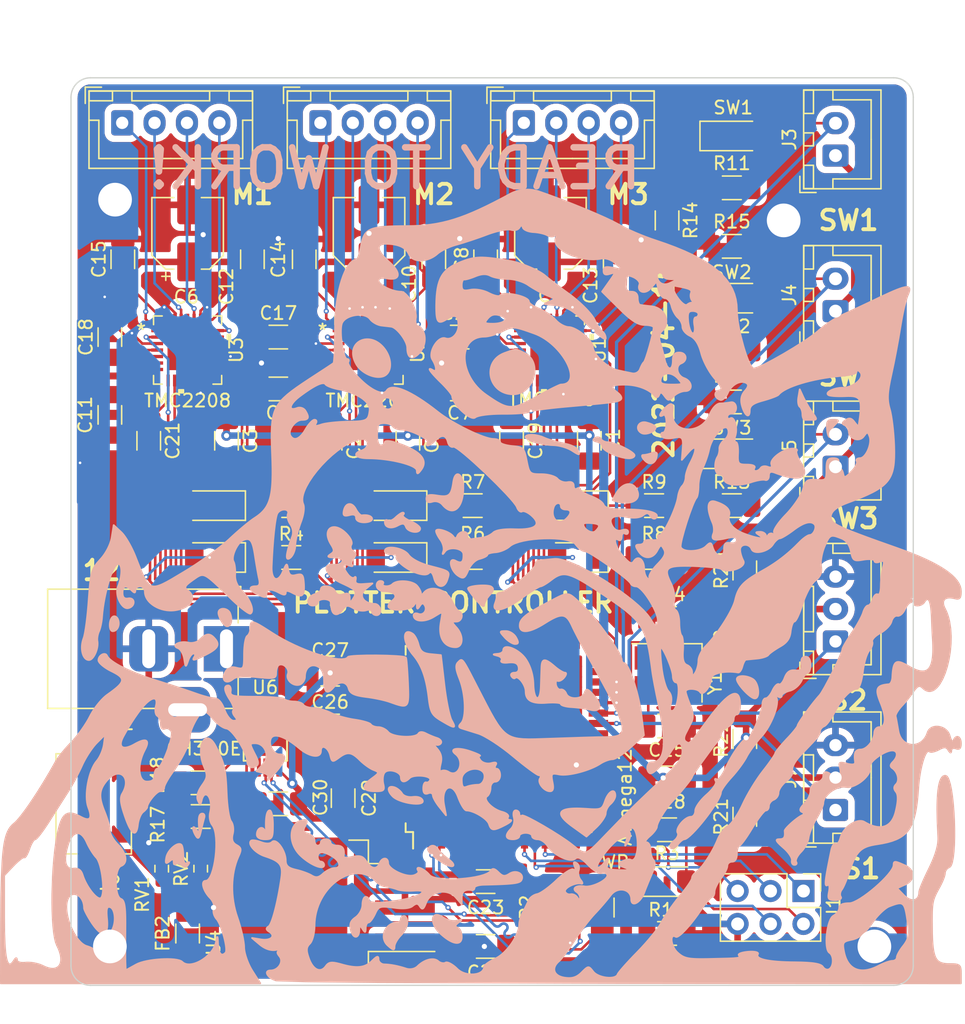
<source format=kicad_pcb>
(kicad_pcb (version 20211014) (generator pcbnew)
  (layers (0 "F.Cu" signal) (31 "B.Cu" signal) (34 "B.Paste" user) (35 "F.Paste" user) (36 "B.SilkS" user "B.Silkscreen") (37 "F.SilkS" user "F.Silkscreen") (38 "B.Mask" user) (39 "F.Mask" user) (44 "Edge.Cuts" user))
  (net 0 "")
  (net 1 "GND")
  (net 2 "Net-(C7-Pad1)")
  (net 3 "/5V")
  (net 4 "/9V")
  (net 5 "/MISO")
  (net 6 "/SCK")
  (net 7 "/MOSI")
  (net 8 "/RESET")
  (net 9 "/M1BO2")
  (net 10 "/M1BO1")
  (net 11 "/M1AO2")
  (net 12 "/M1AO1")
  (net 13 "/M2BO2")
  (net 14 "/M2BO1")
  (net 15 "/M2AO2")
  (net 16 "/M2AO1")
  (net 17 "/UD-")
  (net 18 "/UD+")
  (net 19 "/M1EN")
  (net 21 "/M1MS1")
  (net 22 "/M1MS2")
  (net 23 "/M1DIAG")
  (net 24 "/M1INDEX")
  (net 25 "/M1PDN")
  (net 26 "/M1STEP")
  (net 28 "/M1DIR")
  (net 34 "/RTS")
  (net 35 "/CTS")
  (net 36 "/TNOW")
  (net 37 "/M1CPI")
  (net 38 "/M1CPO")
  (net 39 "Net-(C19-Pad1)")
  (net 40 "Net-(C21-Pad1)")
  (net 41 "/M3CPI")
  (net 42 "/M3CPO")
  (net 43 "/M2CPI")
  (net 44 "/M2CPO")
  (net 45 "/M3STEP")
  (net 46 "/M3INDEX")
  (net 47 "/M3DIAG")
  (net 48 "/M3MS2")
  (net 49 "/M3MS1")
  (net 50 "/M3EN")
  (net 51 "/M3DIR")
  (net 52 "/M2INDEX")
  (net 53 "/M2DIAG")
  (net 54 "/M2MS2")
  (net 55 "/M2MS1")
  (net 56 "/M2EN")
  (net 57 "/M2DIR")
  (net 58 "/M2STEP")
  (net 59 "/M3BO2")
  (net 60 "/M3PDN")
  (net 61 "/M3AO2")
  (net 62 "/M3AO1")
  (net 63 "/M3BO1")
  (net 65 "/M2PDN")
  (net 68 "Net-(D1-Pad1)")
  (net 69 "Net-(D2-Pad1)")
  (net 70 "Net-(D3-Pad1)")
  (net 71 "Net-(D4-Pad1)")
  (net 72 "Net-(D5-Pad1)")
  (net 73 "Net-(D6-Pad1)")
  (net 74 "Net-(D7-Pad1)")
  (net 75 "/SW1")
  (net 76 "/SW2")
  (net 77 "/SW3")
  (net 78 "/S1")
  (net 79 "/S2")
  (net 80 "Net-(D8-Pad1)")
  (net 81 "Net-(D9-Pad1)")
  (net 82 "Net-(D10-Pad1)")
  (net 83 "/shield")
  (net 84 "/UUD-")
  (net 85 "/UUD+")
  (net 86 "/AUART_P")
  (net 87 "/AUART_N")
  (net 88 "/UART_N")
  (net 89 "/UART_P")
  (net 90 "Net-(C9-Pad1)")
  (net 91 "Net-(C11-Pad1)")
  (net 92 "Net-(C20-Pad1)")
  (net 93 "Net-(C24-Pad2)")
  (net 94 "Net-(C25-Pad2)")
  (net 95 "Net-(C26-Pad2)")
  (net 97 "Net-(J6-Pad2)")
  (net 98 "Net-(J7-Pad2)")
  (footprint "Resistor_SMD:R_1206_3216Metric_Pad1.30x1.75mm_HandSolder" (layer "F.Cu") (at 159 76 90)
    (fp_text reference "R20")
    (fp_text value "0" hide)
  )
  (footprint "Capacitor_SMD:C_1206_3216Metric_Pad1.33x1.80mm_HandSolder" (layer "F.Cu") (at 147 66 -90)
    (fp_text reference "C1")
    (fp_text value "100n" hide)
  )
  (footprint "Capacitor_SMD:C_1206_3216Metric_Pad1.33x1.80mm_HandSolder" (layer "F.Cu") (at 127 66 -90)
    (fp_text reference "C20")
    (fp_text value "2.2u" hide)
  )
  (footprint "Capacitor_SMD:C_1206_3216Metric_Pad1.33x1.80mm_HandSolder" (layer "F.Cu") (at 128 93.5625 90)
    (fp_text reference "C29")
    (fp_text value "100n" hide)
  )
  (footprint "Capacitor_SMD:C_1206_3216Metric_Pad1.33x1.80mm_HandSolder" (layer "F.Cu") (at 127 88)
    (fp_text reference "C26")
    (fp_text value "100n" hide)
  )
  (footprint "Resistor_SMD:R_1206_3216Metric_Pad1.30x1.75mm_HandSolder" (layer "F.Cu") (at 124 71)
    (fp_text reference "R5")
    (fp_text value "120" hide)
  )
  (footprint "Capacitor_SMD:CP_Elec_5x5.4" (layer "F.Cu") (at 130 50 90)
    (fp_text reference "C5")
    (fp_text value "100u" hide)
  )
  (footprint "Capacitor_SMD:C_1206_3216Metric_Pad1.33x1.80mm_HandSolder" (layer "F.Cu") (at 110 64 -90)
    (fp_text reference "C11")
    (fp_text value "100n" hide)
  )
  (footprint "Connector_JST:JST_XH_B4B-XH-A_1x04_P2.50mm_Vertical" (layer "F.Cu") (at 110.95 41.475)
    (fp_text reference "J8" hide)
    (fp_text value "Conn_01x04" hide)
  )
  (footprint "Capacitor_SMD:C_1206_3216Metric_Pad1.33x1.80mm_HandSolder" (layer "F.Cu") (at 153 88 180)
    (fp_text reference "C25")
    (fp_text value "20p" hide)
  )
  (footprint "Connector_BarrelJack:BarrelJack_Horizontal" (layer "F.Cu") (at 119 82.0425)
    (fp_text reference "J11")
    (fp_text value "Barrel_Jack" hide)
  )
  (footprint "Capacitor_SMD:C_1206_3216Metric_Pad1.33x1.80mm_HandSolder" (layer "F.Cu") (at 153 79.7)
    (fp_text reference "C24")
    (fp_text value "20p" hide)
  )
  (footprint "Capacitor_SMD:C_1206_3216Metric_Pad1.33x1.80mm_HandSolder" (layer "F.Cu") (at 113 66 -90)
    (fp_text reference "C21")
    (fp_text value "2.2u" hide)
  )
  (footprint "TMC2208:TMC2208-LA" (layer "F.Cu") (at 116 59)
    (fp_text reference "U3")
    (fp_text value "TMC2208")
  )
  (footprint "Connector_PinHeader_2.54mm:PinHeader_2x03_P2.54mm_Vertical" (layer "F.Cu") (at 163.525 100.725 -90)
    (fp_text reference "J1")
    (fp_text value "AVR-ISP-6" hide)
  )
  (footprint "Capacitor_SMD:C_1206_3216Metric_Pad1.33x1.80mm_HandSolder" (layer "F.Cu") (at 139 105)
    (fp_text reference "C22")
    (fp_text value "0.33u" hide)
  )
  (footprint "Capacitor_SMD:C_1206_3216Metric_Pad1.33x1.80mm_HandSolder" (layer "F.Cu") (at 119 66 -90)
    (fp_text reference "C3")
    (fp_text value "100n" hide)
  )
  (footprint "Crystal:Crystal_SMD_3225-4Pin_3.2x2.5mm_HandSoldering" (layer "F.Cu") (at 153 83.9 180)
    (fp_text reference "Y1")
    (fp_text value "16MHz 12pF 60 Ohm +/- 10 ppm")
  )
  (footprint "TMC2208:TMC2208-LA" (layer "F.Cu") (at 130 59)
    (fp_text reference "U2")
    (fp_text value "TMC2208")
  )
  (footprint "LED_SMD:LED_1206_3216Metric_Pad1.42x1.75mm_HandSolder" (layer "F.Cu") (at 146 71 180)
    (fp_text reference "D6" hide)
    (fp_text value "M3STEP")
  )
  (footprint "Resistor_SMD:R_1206_3216Metric_Pad1.30x1.75mm_HandSolder" (layer "F.Cu") (at 116 104 -90)
    (fp_text reference "FB2")
    (fp_text value "FerriteBead" hide)
  )
  (footprint "LED_SMD:LED_1206_3216Metric_Pad1.42x1.75mm_HandSolder" (layer "F.Cu") (at 158 42.4875)
    (fp_text reference "D8" hide)
    (fp_text value "SW1")
  )
  (footprint "Capacitor_SMD:C_1206_3216Metric_Pad1.33x1.80mm_HandSolder" (layer "F.Cu") (at 127 84)
    (fp_text reference "C27")
    (fp_text value "100n" hide)
  )
  (footprint "Resistor_SMD:R_1206_3216Metric_Pad1.30x1.75mm_HandSolder" (layer "F.Cu") (at 158 59)
    (fp_text reference "R12")
    (fp_text value "120" hide)
  )
  (footprint "Capacitor_SMD:CP_Elec_5x5.4" (layer "F.Cu") (at 116 50 90)
    (fp_text reference "C6")
    (fp_text value "100u" hide)
  )
  (footprint "Capacitor_SMD:C_1206_3216Metric_Pad1.33x1.80mm_HandSolder" (layer "F.Cu") (at 137 62 180)
    (fp_text reference "C7")
    (fp_text value "100n" hide)
  )
  (footprint "Resistor_SMD:R_1206_3216Metric_Pad1.30x1.75mm_HandSolder" (layer "F.Cu") (at 144 102 90)
    (fp_text reference "R2")
    (fp_text value "1k" hide)
  )
  (footprint "Capacitor_SMD:C_1206_3216Metric_Pad1.33x1.80mm_HandSolder" (layer "F.Cu") (at 123 62 180)
    (fp_text reference "C9")
    (fp_text value "100n" hide)
  )
  (footprint "Resistor_SMD:R_1206_3216Metric_Pad1.30x1.75mm_HandSolder" (layer "F.Cu") (at 153 96 180)
    (fp_text reference "R3")
    (fp_text value "10k" hide)
  )
  (footprint "Capacitor_SMD:CP_Elec_5x5.4" (layer "F.Cu") (at 144 50 90)
    (fp_text reference "C4")
    (fp_text value "100u" hide)
  )
  (footprint "Capacitor_SMD:C_1206_3216Metric_Pad1.33x1.80mm_HandSolder" (layer "F.Cu") (at 133 66 -90)
    (fp_text reference "C2")
    (fp_text value "100n" hide)
  )
  (footprint "Capacitor_SMD:C_1206_3216Metric_Pad1.33x1.80mm_HandSolder" (layer "F.Cu") (at 110 58 90)
    (fp_text reference "C18")
    (fp_text value "22n" hide)
  )
  (footprint "Resistor_SMD:R_1206_3216Metric_Pad1.30x1.75mm_HandSolder" (layer "F.Cu") (at 124 75)
    (fp_text reference "R4")
    (fp_text value "100" hide)
  )
  (footprint "Connector_JST:JST_XH_B4B-XH-A_1x04_P2.50mm_Vertical" (layer "F.Cu") (at 126.25 41.475)
    (fp_text reference "J9" hide)
    (fp_text value "Conn_01x04" hide)
  )
  (footprint "Resistor_SMD:R_1206_3216Metric_Pad1.30x1.75mm_HandSolder" (layer "F.Cu") (at 158 51 180)
    (fp_text reference "R15")
    (fp_text value "10k" hide)
  )
  (footprint "Resistor_SMD:R_1206_3216Metric_Pad1.30x1.75mm_HandSolder" (layer "F.Cu") (at 148 102 90)
    (fp_text reference "R1")
    (fp_text value "1k" hide)
  )
  (footprint "Package_QFP:TQFP-64_14x14mm_P0.8mm" (layer "F.Cu") (at 140 89 90)
    (fp_text reference "U5")
    (fp_text value "ATmega128")
  )
  (footprint "Capacitor_SMD:C_1206_3216Metric_Pad1.33x1.80mm_HandSolder" (layer "F.Cu") (at 139 100)
    (fp_text reference "C23")
    (fp_text value "100n" hide)
  )
  (footprint "Resistor_SMD:R_1206_3216Metric_Pad1.30x1.75mm_HandSolder" (layer "F.Cu") (at 152 71)
    (fp_text reference "R9")
    (fp_text value "120" hide)
  )
  (footprint "Capacitor_SMD:C_1206_3216Metric_Pad1.33x1.80mm_HandSolder" (layer "F.Cu") (at 141 66 -90)
    (fp_text reference "C19")
    (fp_text value "2.2u" hide)
  )
  (footprint "Capacitor_SMD:C_1206_3216Metric_Pad1.33x1.80mm_HandSolder" (layer "F.Cu") (at 123 58)
    (fp_text reference "C17")
    (fp_text value "22n" hide)
  )
  (footprint "Package_SO:MSOP-10_3x3mm_P0.5mm" (layer "F.Cu") (at 122 89 -90)
    (fp_text reference "U6")
    (fp_text value "CH340E")
  )
  (footprint "Resistor_SMD:R_1206_3216Metric_Pad1.30x1.75mm_HandSolder" (layer "F.Cu") (at 138 71)
    (fp_text reference "R7")
    (fp_text value "120" hide)
  )
  (footprint "Capacitor_SMD:C_1206_3216Metric_Pad1.33x1.80mm_HandSolder" (layer "F.Cu") (at 125 52 90)
    (fp_text reference "C14")
    (fp_text value "100n" hide)
  )
  (footprint "Capacitor_SMD:C_1206_3216Metric_Pad1.33x1.80mm_HandSolder" (layer "F.Cu") (at 153 92 180)
    (fp_text reference "C28")
    (fp_text value "100n" hide)
  )
  (footprint "Connector_JST:JST_XH_B2B-XH-A_1x02_P2.50mm_Vertical" (layer "F.Cu") (at 166 44 90)
    (fp_text reference "J3")
    (fp_text value "Conn_01x02" hide)
  )
  (footprint "Resistor_SMD:R_1206_3216Metric_Pad1.30x1.75mm_HandSolder" (layer "F.Cu") (at 152 75)
    (fp_text reference "R8")
    (fp_text value "100" hide)
  )
  (footprint "Connector_JST:JST_XH_B2B-XH-A_1x02_P2.50mm_Vertical" (layer "F.Cu") (at 166 68 90)
    (fp_text reference "J5")
    (fp_text value "Conn_01x02" hide)
  )
  (footprint "Connector_JST:JST_XH_B2B-XH-A_1x02_P2.50mm_Vertical" (layer "F.Cu") (at 166 56 90)
    (fp_text reference "J4")
    (fp_text value "Conn_01x02" hide)
  )
  (footprint "LED_SMD:LED_1206_3216Metric_Pad1.42x1.75mm_HandSolder" (layer "F.Cu") (at 158 55)
    (fp_text reference "D9" hide)
    (fp_text value "SW2")
  )
  (footprint "Capacitor_SMD:C_1206_3216Metric_Pad1.33x1.80mm_HandSolder" (layer "F.Cu") (at 149 52 90)
    (fp_text reference "C13")
    (fp_text value "100n" hide)
  )
  (footprint "LED_SMD:LED_1206_3216Metric_Pad1.42x1.75mm_HandSolder" (layer "F.Cu") (at 132 75 180)
    (fp_text reference "D3" hide)
    (fp_text value "M2EN")
  )
  (footprint "Resistor_SMD:R_1206_3216Metric_Pad1.30x1.75mm_HandSolder" (layer "F.Cu") (at 159 95 90)
    (fp_text reference "R21")
    (fp_text value "0" hide)
  )
  (footprint "LED_SMD:LED_1206_3216Metric_Pad1.42x1.75mm_HandSolder" (layer "F.Cu") (at 132 71 180)
    (fp_text reference "D4" hide)
    (fp_text value "M2STEP")
  )
  (footprint "Resistor_SMD:R_1206_3216Metric_Pad1.30x1.75mm_HandSolder" (layer "F.Cu") (at 153 104)
    (fp_text reference "R10")
    (fp_text value "100" hide)
  )
  (footprint "Resistor_SMD:R_1206_3216Metric_Pad1.30x1.75mm_HandSolder" (layer "F.Cu") (at 117 92.38)
    (fp_text reference "R18")
    (fp_text value "22" hide)
  )
  (footprint "Resistor_SMD:R_1206_3216Metric_Pad1.30x1.75mm_HandSolder" (layer "F.Cu") (at 158 63 180)
    (fp_text reference "R16")
    (fp_text value "10k" hide)
  )
  (footprint "LED_SMD:LED_1206_3216Metric_Pad1.42x1.75mm_HandSolder" (layer "F.Cu") (at 118 75 180)
    (fp_text reference "D1" hide)
    (fp_text value "M1EN")
  )
  (footprint "Resistor_SMD:R_0603_1608Metric_Pad0.98x0.95mm_HandSolder" (layer "F.Cu") (at 117.01 99 -90)
    (fp_text reference "RV2")
    (fp_text value "CG0603MLC-05E" hide)
  )
  (footprint "Package_TO_SOT_SMD:TO-263-3_TabPin2" (layer "F.Cu") (at 127 102 180)
    (fp_text reference "U4")
    (fp_text value "uA7805")
  )
  (footprint "Connector_JST:JST_XH_B3B-XH-A_1x03_P2.50mm_Vertical" (layer "F.Cu") (at 166 94.475 90)
    (fp_text reference "J7")
    (fp_text value "Conn_01x03" hide)
  )
  (footprint "LED_SMD:LED_1206_3216Metric_Pad1.42x1.75mm_HandSolder" (layer "F.Cu") (at 153 100)
    (fp_text reference "D7" hide)
    (fp_text value "PWR")
  )
  (footprint "LED_SMD:LED_1206_3216Metric_Pad1.42x1.75mm_HandSolder" (layer "F.Cu") (at 146 75 180)
    (fp_text reference "D5" hide)
    (fp_text value "M3EN")
  )
  (footprint "Connector_USB:USB_Micro-B_Amphenol_10104110_Horizontal" (layer "F.Cu") (at 110 94 -90)
    (fp_text reference "J2")
    (fp_text value "USB_B_Micro" hide)
  )
  (footprint "Resistor_SMD:R_1206_3216Metric_Pad1.30x1.75mm_HandSolder" (layer "F.Cu") (at 138 75)
    (fp_text reference "R6")
    (fp_text value "100" hide)
  )
  (footprint "Capacitor_SMD:C_1206_3216Metric_Pad1.33x1.80mm_HandSolder" (layer "F.Cu") (at 135 52 90)
    (fp_text reference "C10")
    (fp_text value "100n" hide)
  )
  (footprint "Resistor_SMD:R_1206_3216Metric_Pad1.30x1.75mm_HandSolder" (layer "F.Cu") (at 158 71)
    (fp_text reference "R13")
    (fp_text value "120" hide)
  )
  (footprint "Resistor_SMD:R_0603_1608Metric_Pad0.98x0.95mm_HandSolder" (layer "F.Cu") (at 114 99 -90)
    (fp_text reference "RV1")
    (fp_text value "CG0603MLC-05E" hide)
  )
  (footprint "Capacitor_SMD:C_1206_3216Metric_Pad1.33x1.80mm_HandSolder" (layer "F.Cu") (at 139 52 90)
    (fp_text reference "C8")
    (fp_text value "100n" hide)
  )
  (footprint "Capacitor_SMD:C_1206_3216Metric_Pad1.33x1.80mm_HandSolder" (layer "F.Cu") (at 111 52 90)
    (fp_text reference "C15")
    (fp_text value "100n" hide)
  )
  (footprint "LED_SMD:LED_1206_3216Metric_Pad1.42x1.75mm_HandSolder" (layer "F.Cu") (at 118 71 180)
    (fp_text reference "D2" hide)
    (fp_text value "M1STEP")
  )
  (footprint "Connector_JST:JST_XH_B4B-XH-A_1x04_P2.50mm_Vertical" (layer "F.Cu") (at 141.95 41.475)
    (fp_text reference "J10" hide)
    (fp_text value "Conn_01x04" hide)
  )
  (footprint "Capacitor_SMD:C_1206_3216Metric_Pad1.33x1.80mm_HandSolder" (layer "F.Cu") (at 121 52 90)
    (fp_text reference "C12")
    (fp_text value "100n" hide)
  )
  (footprint "Capacitor_SMD:C_1206_3216Metric_Pad1.33x1.80mm_HandSolder" (layer "F.Cu") (at 123 94 180)
    (fp_text reference "C30")
    (fp_text value "100n" hide)
  )
  (footprint "Resistor_SMD:R_1206_3216Metric_Pad1.30x1.75mm_HandSolder" (layer "F.Cu") (at 159 89 90)
    (fp_text reference "R22")
    (fp_text value "0" hide)
  )
  (footprint "Resistor_SMD:R_1206_3216Metric_Pad1.30x1.75mm_HandSolder" (layer "F.Cu") (at 158 46.4875)
    (fp_text reference "R11")
    (fp_text value "120" hide)
  )
  (footprint "Connector_JST:JST_XH_B3B-XH-A_1x03_P2.50mm_Vertical" (layer "F.Cu") (at 166 81.475 90)
    (fp_text reference "J6")
    (fp_text value "Conn_01x03" hide)
  )
  (footprint "Resistor_SMD:R_1206_3216Metric_Pad1.30x1.75mm_HandSolder" (layer "F.Cu") (at 117.01 94.98)
    (fp_text reference "R17")
    (fp_text value "22" hide)
  )
  (footprint "Resistor_SMD:R_1206_3216Metric_Pad1.30x1.75mm_HandSolder" (layer "F.Cu") (at 159 82 90)
    (fp_text reference "R19")
    (fp_text value "0" hide)
  )
  (footprint "TMC2208:TMC2208-LA" (layer "F.Cu") (at 144 59)
    (fp_text reference "U1")
    (fp_text value "TMC2208")
  )
  (footprint "Resistor_SMD:R_1206_3216Metric_Pad1.30x1.75mm_HandSolder" (layer "F.Cu") (at 153 49 -90)
    (fp_text reference "R14")
    (fp_text value "10k" hide)
  )
  (footprint "Capacitor_SMD:C_1206_3216Metric_Pad1.33x1.80mm_HandSolder" (layer "F.Cu") (at 137 58)
    (fp_text reference "C16")
    (fp_text value "22n" hide)
  )
  (footprint "LED_SMD:LED_1206_3216Metric_Pad1.42x1.75mm_HandSolder" (layer "F.Cu") (at 158 67)
    (fp_text reference "D10" hide)
    (fp_text value "SW3")
  )
  (gr_poly (pts (xy 148.799514 93.028165) (xy 148.771478 93.033036) (xy 148.742398 93.042031) (xy 148.712416 93.055078) (xy 148.681674 93.072103) (xy 148.650315 93.093036) (xy 148.618481 93.117802) (xy 148.586315 93.146331) (xy 148.553959 93.17855) (xy 148.521555 93.214386) (xy 148.489246 93.253766) (xy 148.457175 93.29662) (xy 148.425484 93.342874) (xy 148.394315 93.392456) (xy 148.36381 93.445293) (xy 148.334113 93.501314) (xy 148.305365 93.560445) (xy 148.277709 93.622616) (xy 148.251287 93.687752) (xy 148.226243 93.755783) (xy 148.183827 93.877751) (xy 148.14331 93.984906) (xy 148.102829 94.078061) (xy 148.060521 94.158032) (xy 148.0381 94.193327) (xy 148.014523 94.225631) (xy 147.989559 94.255046) (xy 147.962973 94.281673) (xy 147.934533 94.305614) (xy 147.904007 94.326971) (xy 147.871161 94.345846) (xy 147.835763 94.36234) (xy 147.797579 94.376555) (xy 147.756377 94.388593) (xy 147.711923 94.398555) (xy 147.663986 94.406544) (xy 147.556729 94.417007) (xy 147.432741 94.420796) (xy 147.290159 94.418725) (xy 147.127122 94.411608) (xy 146.732227 94.38549) (xy 146.342277 94.364949) (xy 146.163906 94.360116) (xy 145.996603 94.358914) (xy 145.84037 94.361347) (xy 145.695206 94.367421) (xy 145.561111 94.377139) (xy 145.438085 94.390506) (xy 145.326128 94.407526) (xy 145.22524 94.428205) (xy 145.135421 94.452546) (xy 145.056672 94.480554) (xy 144.988991 94.512234) (xy 144.932379 94.54759) (xy 144.886837 94.586627) (xy 144.852364 94.629349) (xy 144.82896 94.67576) (xy 144.816625 94.725866) (xy 144.815358 94.77967) (xy 144.825162 94.837178) (xy 144.846034 94.898394) (xy 144.877975 94.963321) (xy 144.920985 95.031966) (xy 144.975065 95.104332) (xy 145.040213 95.180424) (xy 145.116431 95.260246) (xy 145.203718 95.343802) (xy 145.302073 95.431099) (xy 145.411498 95.522139) (xy 145.531992 95.616928) (xy 145.663555 95.715469) (xy 145.806187 95.817768) (xy 146.781617 96.52156) (xy 147.522451 95.830116) (xy 147.597918 95.757003) (xy 147.671269 95.681611) (xy 147.742124 95.604556) (xy 147.810103 95.526451) (xy 147.874827 95.447913) (xy 147.935915 95.369555) (xy 147.992988 95.291993) (xy 148.045665 95.215842) (xy 148.093568 95.141717) (xy 148.136316 95.070232) (xy 148.17353 95.002002) (xy 148.204829 94.937644) (xy 148.229834 94.87777) (xy 148.248164 94.822997) (xy 148.259442 94.77394) (xy 148.262316 94.751746) (xy 148.263285 94.731212) (xy 148.265139 94.688443) (xy 148.270592 94.643721) (xy 148.279482 94.597407) (xy 148.291645 94.549863) (xy 148.306919 94.501451) (xy 148.325142 94.452533) (xy 148.346149 94.40347) (xy 148.36978 94.354623) (xy 148.39587 94.306356) (xy 148.424257 94.259029) (xy 148.454779 94.213004) (xy 148.487271 94.168643) (xy 148.521573 94.126308) (xy 148.55752 94.08636) (xy 148.594951 94.049161) (xy 148.633702 94.015073) (xy 148.670418 93.981411) (xy 148.706338 93.945452) (xy 148.741245 93.907503) (xy 148.774922 93.867872) (xy 148.807153 93.826866) (xy 148.83772 93.784793) (xy 148.866405 93.741961) (xy 148.892993 93.698676) (xy 148.917266 93.655246) (xy 148.939006 93.61198) (xy 148.957997 93.569183) (xy 148.974022 93.527165) (xy 148.986864 93.486231) (xy 148.996305 93.446691) (xy 149.002129 93.408851) (xy 149.003617 93.390664) (xy 149.004119 93.373018) (xy 149.002624 93.317697) (xy 148.998232 93.26744) (xy 148.991086 93.222175) (xy 148.98133 93.181829) (xy 148.969104 93.146331) (xy 148.954552 93.115608) (xy 148.937816 93.089587) (xy 148.919039 93.068197) (xy 148.898362 93.051364) (xy 148.875929 93.039017) (xy 148.851882 93.031083) (xy 148.826362 93.027489)) (layer "B.SilkS") (width 0.14) (fill solid))
  (gr_poly (pts (xy 115.319994 97.101976) (xy 115.279793 97.10795) (xy 115.23813 97.118085) (xy 115.195219 97.132199) (xy 115.151274 97.150111) (xy 115.106512 97.17164) (xy 115.061145 97.196606) (xy 114.96946 97.256123) (xy 114.877938 97.327216) (xy 114.788297 97.408438) (xy 114.702255 97.498341) (xy 114.621531 97.595478) (xy 114.547842 97.698404) (xy 114.514173 97.751585) (xy 114.482907 97.80567) (xy 114.45426 97.860479) (xy 114.428445 97.91583) (xy 114.405678 97.971543) (xy 114.386173 98.027437) (xy 114.370145 98.083331) (xy 114.357809 98.139044) (xy 114.343216 98.220101) (xy 114.331933 98.292059) (xy 114.324087 98.355082) (xy 114.321492 98.383295) (xy 114.319803 98.409334) (xy 114.319037 98.433221) (xy 114.31921 98.454976) (xy 114.320336 98.474619) (xy 114.322433 98.492172) (xy 114.325515 98.507653) (xy 114.329598 98.521083) (xy 114.334699 98.532484) (xy 114.340834 98.541874) (xy 114.348017 98.549275) (xy 114.356265 98.554707) (xy 114.365594 98.558189) (xy 114.376019 98.559744) (xy 114.387557 98.55939) (xy 114.400223 98.557148) (xy 114.414033 98.553039) (xy 114.429002 98.547083) (xy 114.445147 98.539299) (xy 114.462484 98.52971) (xy 114.481028 98.518334) (xy 114.500795 98.505193) (xy 114.521801 98.490306) (xy 114.544061 98.473694) (xy 114.59241 98.435377) (xy 114.636849 98.398489) (xy 114.677635 98.366576) (xy 114.696691 98.352501) (xy 114.714875 98.33969) (xy 114.7322 98.32815) (xy 114.748679 98.317887) (xy 114.764326 98.308908) (xy 114.779155 98.30122) (xy 114.793179 98.29483) (xy 114.806412 98.289744) (xy 114.818867 98.28597) (xy 114.830558 98.283514) (xy 114.841498 98.282382) (xy 114.851701 98.282582) (xy 114.861181 98.284121) (xy 114.869951 98.287005) (xy 114.878024 98.291241) (xy 114.885415 98.296835) (xy 114.892137 98.303796) (xy 114.898202 98.312128) (xy 114.903626 98.32184) (xy 114.908422 98.332937) (xy 114.912602 98.345428) (xy 114.916181 98.359317) (xy 114.919172 98.374613) (xy 114.921589 98.391322) (xy 114.923445 98.409451) (xy 114.924754 98.429007) (xy 114.92553 98.449996) (xy 114.925785 98.472425) (xy 114.926 98.488339) (xy 114.926638 98.503663) (xy 114.927688 98.518386) (xy 114.929137 98.532496) (xy 114.930976 98.545982) (xy 114.933192 98.558833) (xy 114.935774 98.571037) (xy 114.938711 98.582584) (xy 114.941992 98.593461) (xy 114.945605 98.603657) (xy 114.94954 98.613162) (xy 114.953783 98.621964) (xy 114.958326 98.630051) (xy 114.963155 98.637413) (xy 114.968261 98.644038) (xy 114.973631 98.649914) (xy 114.979254 98.655031) (xy 114.985119 98.659376) (xy 114.991214 98.66294) (xy 114.997529 98.66571) (xy 115.004052 98.667675) (xy 115.010771 98.668823) (xy 115.017676 98.669145) (xy 115.024755 98.668627) (xy 115.031997 98.66726) (xy 115.03939 98.665031) (xy 115.046923 98.661929) (xy 115.054585 98.657944) (xy 115.062365 98.653063) (xy 115.070251 98.647276) (xy 115.078232 98.64057) (xy 115.086296 98.632936) (xy 115.094791 98.624108) (xy 115.104045 98.616137) (xy 115.114023 98.609011) (xy 115.124689 98.60272) (xy 115.136005 98.597251) (xy 115.147936 98.592594) (xy 115.160446 98.588738) (xy 115.173499 98.58567) (xy 115.187058 98.583381) (xy 115.201087 98.581857) (xy 115.230412 98.581064) (xy 115.261183 98.583201) (xy 115.293113 98.588178) (xy 115.32591 98.595904) (xy 115.359286 98.606289) (xy 115.392951 98.619242) (xy 115.426617 98.634673) (xy 115.459993 98.652491) (xy 115.492791 98.672607) (xy 115.52472 98.694929) (xy 115.555492 98.719367) (xy 115.576113 98.736152) (xy 115.596308 98.751778) (xy 115.616087 98.766248) (xy 115.635459 98.779559) (xy 115.654434 98.791713) (xy 115.673019 98.80271) (xy 115.691225 98.812549) (xy 115.70906 98.821231) (xy 115.726534 98.828755) (xy 115.743654 98.835121) (xy 115.760431 98.84033) (xy 115.776874 98.844381) (xy 115.79299 98.847275) (xy 115.808791 98.849011) (xy 115.824284 98.84959) (xy 115.839478 98.849011) (xy 115.854383 98.847275) (xy 115.869008 98.844381) (xy 115.883362 98.84033) (xy 115.897453 98.835121) (xy 115.911291 98.828754) (xy 115.924885 98.82123) (xy 115.938243 98.812549) (xy 115.951376 98.802709) (xy 115.964292 98.791713) (xy 115.976999 98.779559) (xy 115.989508 98.766247) (xy 116.001827 98.751778) (xy 116.013965 98.736151) (xy 116.025931 98.719367) (xy 116.037734 98.701425) (xy 116.049384 98.682325) (xy 116.070656 98.649196) (xy 116.088184 98.619286) (xy 116.09555 98.60555) (xy 116.101987 98.592632) (xy 116.107497 98.580537) (xy 116.112082 98.569269) (xy 116.115745 98.558834) (xy 116.118488 98.549235) (xy 116.120312 98.540477) (xy 116.121221 98.532565) (xy 116.121217 98.525502) (xy 116.120302 98.519295) (xy 116.118478 98.513946) (xy 116.115747 98.509461) (xy 116.112112 98.505845) (xy 116.107575 98.503101) (xy 116.102138 98.501234) (xy 116.095803 98.500249) (xy 116.088573 98.50015) (xy 116.080451 98.500942) (xy 116.071437 98.50263) (xy 116.061535 98.505217) (xy 116.050747 98.508709) (xy 116.039074 98.513109) (xy 116.026521 98.518423) (xy 116.013087 98.524655) (xy 115.983591 98.53989) (xy 115.950604 98.558851) (xy 115.916893 98.578391) (xy 115.900803 98.585459) (xy 115.885226 98.590733) (xy 115.870164 98.594215) (xy 115.855621 98.595912) (xy 115.841597 98.595826) (xy 115.828096 98.593964) (xy 115.815119 98.59033) (xy 115.802669 98.584927) (xy 115.790748 98.577761) (xy 115.779358 98.568836) (xy 115.768502 98.558156) (xy 115.758181 98.545727) (xy 115.748399 98.531552) (xy 115.739157 98.515637) (xy 115.722304 98.478601) (xy 115.707639 98.434656) (xy 115.69518 98.383838) (xy 115.684946 98.326184) (xy 115.676955 98.261729) (xy 115.671225 98.19051) (xy 115.667774 98.112562) (xy 115.666619 98.027923) (xy 115.665905 97.953918) (xy 115.663797 97.880383) (xy 115.660352 97.807789) (xy 115.655622 97.736605) (xy 115.649663 97.667303) (xy 115.642527 97.600351) (xy 115.63427 97.536222) (xy 115.624947 97.475384) (xy 115.61461 97.418308) (xy 115.603314 97.365464) (xy 115.591115 97.317323) (xy 115.578065 97.274355) (xy 115.564219 97.23703) (xy 115.549632 97.205818) (xy 115.542077 97.192651) (xy 115.534358 97.181189) (xy 115.52648 97.171491) (xy 115.51845 97.163615) (xy 115.491537 97.140832) (xy 115.461872 97.123294) (xy 115.42967 97.11082) (xy 115.395147 97.10323) (xy 115.358516 97.100342)) (layer "B.SilkS") (width 0.14) (fill solid))
  (gr_poly (pts (xy 142.107639 46.629528) (xy 141.966201 46.638783) (xy 141.825341 46.654982) (xy 141.685495 46.678091) (xy 141.547095 46.708073) (xy 141.410576 46.744891) (xy 141.276372 46.788511) (xy 141.144918 46.838894) (xy 141.016646 46.896006) (xy 140.891992 46.95981) (xy 140.243808 47.307139) (xy 139.634674 47.623015) (xy 139.060519 47.908687) (xy 138.517274 48.165401) (xy 138.00087 48.394407) (xy 137.507238 48.596951) (xy 137.032307 48.774283) (xy 136.572008 48.92765) (xy 136.122272 49.058299) (xy 135.679028 49.16748) (xy 135.238209 49.256439) (xy 134.795744 49.326426) (xy 134.347563 49.378688) (xy 133.889598 49.414472) (xy 133.417778 49.435028) (xy 132.928034 49.441602) (xy 132.3984 49.445796) (xy 131.927476 49.45489) (xy 131.511463 49.470605) (xy 131.146563 49.494657) (xy 130.982093 49.510347) (xy 130.828978 49.528766) (xy 130.686741 49.550128) (xy 130.554909 49.574649) (xy 130.433007 49.602543) (xy 130.320559 49.634024) (xy 130.217092 49.669309) (xy 130.122129 49.708611) (xy 130.035198 49.752146) (xy 129.955822 49.800127) (xy 129.883527 49.85277) (xy 129.817838 49.91029) (xy 129.75828 49.972902) (xy 129.704379 50.04082) (xy 129.65566 50.114258) (xy 129.611648 50.193433) (xy 129.571869 50.278558) (xy 129.535846 50.369848) (xy 129.503107 50.467518) (xy 129.473175 50.571784) (xy 129.445577 50.682859) (xy 129.419837 50.800958) (xy 129.372033 51.05909) (xy 129.353096 51.159574) (xy 129.333399 51.256983) (xy 129.313052 51.350847) (xy 129.292161 51.440695) (xy 129.270837 51.526059) (xy 129.249187 51.606466) (xy 129.227321 51.681448) (xy 129.205345 51.750533) (xy 129.18337 51.813252) (xy 129.161504 51.869134) (xy 129.139854 51.917709) (xy 129.11853 51.958507) (xy 129.108023 51.975842) (xy 129.097639 51.991057) (xy 129.087391 52.004092) (xy 129.077292 52.014889) (xy 129.067355 52.023389) (xy 129.057595 52.029533) (xy 129.048025 52.033263) (xy 129.038658 52.034519) (xy 128.95899 52.041579) (xy 128.879815 52.062493) (xy 128.801263 52.096864) (xy 128.723467 52.144294) (xy 128.570665 52.276737) (xy 128.422456 52.45664) (xy 128.27989 52.680819) (xy 128.144017 52.946091) (xy 128.015884 53.249273) (xy 127.896542 53.587182) (xy 127.787039 53.956634) (xy 127.688424 54.354446) (xy 127.601746 54.777435) (xy 127.528054 55.222417) (xy 127.468398 55.68621) (xy 127.423826 56.165629) (xy 127.395388 56.657493) (xy 127.384132 57.158616) (xy 127.377813 57.715181) (xy 127.368311 58.238033) (xy 127.355916 58.71545) (xy 127.340916 59.135714) (xy 127.3236 59.487104) (xy 127.304259 59.757899) (xy 127.293919 59.859411) (xy 127.283182 59.93638) (xy 127.272082 59.98734) (xy 127.266408 60.002609) (xy 127.260657 60.010826) (xy 127.078536 60.136034) (xy 126.664904 60.410566) (xy 125.383878 61.245547) (xy 124.880051 61.580242) (xy 124.43582 61.885239) (xy 124.047693 62.167591) (xy 123.712181 62.434352) (xy 123.425793 62.692577) (xy 123.299929 62.820692) (xy 123.185038 62.949318) (xy 123.080681 63.079337) (xy 122.986424 63.21163) (xy 122.90183 63.34708) (xy 122.826462 63.486567) (xy 122.759884 63.630974) (xy 122.70166 63.781182) (xy 122.651354 63.938074) (xy 122.608529 64.10253) (xy 122.572748 64.275432) (xy 122.543576 64.457663) (xy 122.503312 64.853637) (xy 122.484246 65.297504) (xy 122.482887 65.796319) (xy 122.495744 66.357135) (xy 122.519326 66.987007) (xy 122.540292 67.579387) (xy 122.551617 68.117959) (xy 122.552344 68.606213) (xy 122.541513 69.047641) (xy 122.531464 69.251886) (xy 122.518166 69.445733) (xy 122.501499 69.629619) (xy 122.481344 69.80398) (xy 122.457581 69.969253) (xy 122.430089 70.125873) (xy 122.39875 70.274277) (xy 122.363443 70.414902) (xy 122.324048 70.548184) (xy 122.280445 70.674558) (xy 122.232516 70.794463) (xy 122.180139 70.908333) (xy 122.123196 71.016605) (xy 122.061565 71.119715) (xy 121.995128 71.218101) (xy 121.923765 71.312197) (xy 121.847356 71.402442) (xy 121.765781 71.48927) (xy 121.678919 71.573118) (xy 121.586652 71.654423) (xy 121.48886 71.73362) (xy 121.385422 71.811147) (xy 121.27622 71.88744) (xy 121.161132 71.962934) (xy 120.999292 72.073505) (xy 120.797081 72.224734) (xy 120.562749 72.409822) (xy 120.304542 72.621968) (xy 120.030709 72.85437) (xy 119.749497 73.100229) (xy 119.469153 73.352744) (xy 119.197926 73.605113) (xy 118.894718 73.872437) (xy 118.522491 74.176368) (xy 118.095571 74.506054) (xy 117.628281 74.850643) (xy 117.134947 75.199283) (xy 116.629894 75.541122) (xy 116.127444 75.865308) (xy 115.641924 76.16099) (xy 114.77441 76.677886) (xy 114.421311 76.876955) (xy 114.114533 77.034171) (xy 113.976767 77.096553) (xy 113.848485 77.147835) (xy 113.728989 77.187803) (xy 113.61758 77.216245) (xy 113.51356 77.232949) (xy 113.416229 77.237702) (xy 113.32489 77.230291) (xy 113.238843 77.210505) (xy 113.157391 77.17813) (xy 113.079833 77.132955) (xy 113.005473 77.074766) (xy 112.93361 77.003351) (xy 112.863548 76.918498) (xy 112.794586 76.819993) (xy 112.726027 76.707625) (xy 112.657172 76.581182) (xy 112.515778 76.285216) (xy 112.364816 75.930395) (xy 112.011833 75.037392) (xy 111.95377 74.888098) (xy 111.891112 74.737248) (xy 111.824475 74.585893) (xy 111.754474 74.43508) (xy 111.681724 74.285858) (xy 111.606839 74.139277) (xy 111.530435 73.996386) (xy 111.453126 73.858234) (xy 111.375528 73.725869) (xy 111.298256 73.600341) (xy 111.221924 73.482699) (xy 111.147148 73.373991) (xy 111.074542 73.275268) (xy 111.004722 73.187577) (xy 110.938302 73.111968) (xy 110.875898 73.04949) (xy 110.295575 72.506212) (xy 110.147406 73.444602) (xy 110.127926 73.548387) (xy 110.102116 73.65559) (xy 110.070301 73.765579) (xy 110.032808 73.87772) (xy 109.98996 73.99138) (xy 109.942084 74.105926) (xy 109.889506 74.220726) (xy 109.832551 74.335146) (xy 109.771544 74.448553) (xy 109.706812 74.560314) (xy 109.63868 74.669796) (xy 109.567472 74.776366) (xy 109.493516 74.879391) (xy 109.417136 74.978238) (xy 109.338659 75.072274) (xy 109.258408 75.160866) (xy 109.034856 75.412007) (xy 108.941474 75.529674) (xy 108.859053 75.646653) (xy 108.786615 75.766382) (xy 108.723185 75.892296) (xy 108.667785 76.027832) (xy 108.619439 76.176426) (xy 108.57717 76.341516) (xy 108.540002 76.526537) (xy 108.506957 76.734927) (xy 108.477059 76.97012) (xy 108.422798 77.534668) (xy 108.369405 78.247671) (xy 108.333185 78.725474) (xy 108.290308 79.197055) (xy 108.242222 79.650406) (xy 108.190373 80.073515) (xy 108.13621 80.454375) (xy 108.081178 80.780973) (xy 108.026725 81.041302) (xy 108.000168 81.142862) (xy 107.974299 81.223352) (xy 107.948029 81.295521) (xy 107.924749 81.368365) (xy 107.904414 81.441688) (xy 107.886975 81.515295) (xy 107.872384 81.588994) (xy 107.860595 81.662588) (xy 107.851559 81.735884) (xy 107.84523 81.808687) (xy 107.841559 81.880802) (xy 107.8405 81.952036) (xy 107.842004 82.022194) (xy 107.846025 82.091081) (xy 107.852515 82.158504) (xy 107.861426 82.224266) (xy 107.872711 82.288175) (xy 107.886323 82.350036) (xy 107.902213 82.409654) (xy 107.920335 82.466834) (xy 107.940641 82.521383) (xy 107.963084 82.573106) (xy 107.987615 82.621809) (xy 108.014188 82.667296) (xy 108.042755 82.709375) (xy 108.073269 82.747849) (xy 108.105682 82.782525) (xy 108.139946 82.813209) (xy 108.176015 82.839705) (xy 108.21384 82.86182) (xy 108.253374 82.879359) (xy 108.29457 82.892127) (xy 108.337381 82.899931) (xy 108.381758 82.902576) (xy 108.415419 82.900008) (xy 108.4492 82.892456) (xy 108.483003 82.880142) (xy 108.516732 82.863291) (xy 108.550289 82.842126) (xy 108.583577 82.816871) (xy 108.616499 82.78775) (xy 108.648957 82.754987) (xy 108.712094 82.67943) (xy 108.772211 82.591989) (xy 108.82853 82.494456) (xy 108.880273 82.388621) (xy 108.926663 82.276275) (xy 108.966921 82.159209) (xy 109.000271 82.039212) (xy 109.025933 81.918076) (xy 109.043131 81.797591) (xy 109.051087 81.679548) (xy 109.049022 81.565737) (xy 109.04399 81.510979) (xy 109.03616 81.45795) (xy 109.030219 81.42155) (xy 109.026248 81.382058) (xy 109.024195 81.339852) (xy 109.024005 81.295313) (xy 109.025623 81.248821) (xy 109.028996 81.200755) (xy 109.034069 81.151496) (xy 109.040788 81.101423) (xy 109.049099 81.050915) (xy 109.058948 81.000353) (xy 109.070279 80.950118) (xy 109.08304 80.900587) (xy 109.097175 80.852142) (xy 109.112631 80.805161) (xy 109.129353 80.760026) (xy 109.147287 80.717116) (xy 109.168101 80.672071) (xy 109.188789 80.620678) (xy 109.209223 80.563533) (xy 109.229278 80.501233) (xy 109.267742 80.363557) (xy 109.303168 80.212424) (xy 109.334543 80.052609) (xy 109.360853 79.888888) (xy 109.381087 79.726035) (xy 109.39423 79.568825) (xy 109.426005 79.221921) (xy 109.46959 78.869085) (xy 109.523775 78.514223) (xy 109.587346 78.161242) (xy 109.659093 77.814049) (xy 109.737803 77.47655) (xy 109.822265 77.152652) (xy 109.911267 76.846262) (xy 110.003597 76.561287) (xy 110.098043 76.301634) (xy 110.193393 76.071208) (xy 110.288436 75.873918) (xy 110.38196 75.713669) (xy 110.427773 75.648656) (xy 110.472752 75.594369) (xy 110.516746 75.551295) (xy 110.559602 75.519924) (xy 110.60117 75.500743) (xy 110.641297 75.49424) (xy 110.671539 75.496992) (xy 110.699759 75.505114) (xy 110.725963 75.518403) (xy 110.750155 75.53666) (xy 110.772339 75.559682) (xy 110.79252 75.58727) (xy 110.810702 75.61922) (xy 110.82689 75.655333) (xy 110.853303 75.73924) (xy 110.871793 75.837382) (xy 110.882398 75.948148) (xy 110.885153 76.06993) (xy 110.880095 76.201116) (xy 110.86726 76.340098) (xy 110.846683 76.485265) (xy 110.818402 76.635009) (xy 110.782453 76.787719) (xy 110.738871 76.941785) (xy 110.687693 77.095598) (xy 110.628955 77.247549) (xy 110.606936 77.305806) (xy 110.589398 77.366918) (xy 110.576191 77.430558) (xy 110.567168 77.496397) (xy 110.562177 77.564109) (xy 110.561071 77.633365) (xy 110.5637 77.703837) (xy 110.569915 77.775198) (xy 110.579566 77.847119) (xy 110.592505 77.919273) (xy 110.608581 77.991333) (xy 110.627647 78.062969) (xy 110.649552 78.133855) (xy 110.674147 78.203663) (xy 110.701284 78.272064) (xy 110.730813 78.338732) (xy 110.762585 78.403337) (xy 110.79645 78.465553) (xy 110.83226 78.525051) (xy 110.869864 78.581504) (xy 110.909115 78.634584) (xy 110.949862 78.683962) (xy 110.991957 78.729312) (xy 111.03525 78.770305) (xy 111.079592 78.806614) (xy 111.124834 78.837911) (xy 111.170827 78.863867) (xy 111.217421 78.884155) (xy 111.264467 78.898448) (xy 111.311816 78.906417) (xy 111.359319 78.907734) (xy 111.406826 78.902073) (xy 111.458409 78.889891) (xy 111.506665 78.874355) (xy 111.551592 78.855732) (xy 111.593191 78.834285) (xy 111.631463 78.810278) (xy 111.666406 78.783977) (xy 111.698022 78.755645) (xy 111.726309 78.725548) (xy 111.751269 78.693949) (xy 111.772901 78.661114) (xy 111.791204 78.627306) (xy 111.80618 78.592791) (xy 111.817828 78.557833) (xy 111.826148 78.522696) (xy 111.83114 78.487645) (xy 111.832804 78.452944) (xy 111.83114 78.418858) (xy 111.826148 78.385652) (xy 111.817828 78.35359) (xy 111.80618 78.322936) (xy 111.791204 78.293955) (xy 111.772901 78.266912) (xy 111.751269 78.242071) (xy 111.726309 78.219696) (xy 111.698022 78.200053) (xy 111.666406 78.183405) (xy 111.631463 78.170017) (xy 111.593191 78.160154) (xy 111.551592 78.15408) (xy 111.506665 78.15206) (xy 111.458409 78.154358) (xy 111.406826 78.161239) (xy 111.353138 78.168323) (xy 111.327693 78.170226) (xy 111.303175 78.171031) (xy 111.27958 78.170732) (xy 111.256903 78.169325) (xy 111.235139 78.166806) (xy 111.214284 78.16317) (xy 111.194334 78.158412) (xy 111.175283 78.152529) (xy 111.157128 78.145515) (xy 111.139863 78.137366) (xy 111.123485 78.128078) (xy 111.107988 78.117645) (xy 111.093369 78.106065) (xy 111.079622 78.093331) (xy 111.066744 78.079439) (xy 111.054729 78.064386) (xy 111.043573 78.048165) (xy 111.033272 78.030774) (xy 111.023821 78.012207) (xy 111.015216 77.99246) (xy 111.007451 77.971528) (xy 111.000523 77.949407) (xy 110.994428 77.926092) (xy 110.989159 77.901579) (xy 110.984714 77.875864) (xy 110.981087 77.848941) (xy 110.97627 77.791454) (xy 110.974672 77.729085) (xy 110.975429 77.677285) (xy 110.977689 77.628381) (xy 110.981437 77.582376) (xy 110.986657 77.539272) (xy 110.993333 77.49907) (xy 111.001449 77.461774) (xy 111.01099 77.427384) (xy 111.021938 77.395905) (xy 111.03428 77.367338) (xy 111.047998 77.341684) (xy 111.063078 77.318948) (xy 111.079502 77.299129) (xy 111.097256 77.282232) (xy 111.116324 77.268259) (xy 111.136689 77.25721) (xy 111.158336 77.24909) (xy 111.18125 77.243899) (xy 111.205413 77.241641) (xy 111.230811 77.242317) (xy 111.257428 77.24593) (xy 111.285247 77.252483) (xy 111.314253 77.261976) (xy 111.34443 77.274414) (xy 111.375763 77.289797) (xy 111.408235 77.308128) (xy 111.441831 77.329409) (xy 111.476535 77.353644) (xy 111.51233 77.380833) (xy 111.549202 77.410979) (xy 111.587134 77.444085) (xy 111.626111 77.480153) (xy 111.666116 77.519184) (xy 111.708105 77.560422) (xy 111.746205 77.596161) (xy 111.78058 77.626403) (xy 111.79642 77.639461) (xy 111.81139 77.651145) (xy 111.825511 77.661455) (xy 111.838801 77.67039) (xy 111.851282 77.67795) (xy 111.862974 77.684136) (xy 111.873897 77.688947) (xy 111.884072 77.692383) (xy 111.893519 77.694445) (xy 111.902258 77.695133) (xy 111.91031 77.694445) (xy 111.917695 77.692383) (xy 111.924433 77.688947) (xy 111.930545 77.684136) (xy 111.936051 77.67795) (xy 111.940972 77.67039) (xy 111.945327 77.661455) (xy 111.949138 77.651145) (xy 111.952424 77.639461) (xy 111.955205 77.626403) (xy 111.957504 77.611969) (xy 111.959338 77.596161) (xy 111.96073 77.578979) (xy 111.961698 77.560422) (xy 111.962449 77.519184) (xy 111.962916 77.504212) (xy 111.964303 77.489404) (xy 111.96659 77.474782) (xy 111.969756 77.460366) (xy 111.973781 77.446176) (xy 111.978646 77.432232) (xy 111.984328 77.418555) (xy 111.990809 77.405165) (xy 111.998068 77.392083) (xy 112.006084 77.379328) (xy 112.014837 77.366922) (xy 112.024306 77.354884) (xy 112.034472 77.343235) (xy 112.045314 77.331996) (xy 112.056812 77.321185) (xy 112.068945 77.310825) (xy 112.081692 77.300935) (xy 112.095035 77.291536) (xy 112.108952 77.282647) (xy 112.123422 77.27429) (xy 112.153944 77.259251) (xy 112.169954 77.25261) (xy 112.186436 77.246581) (xy 112.203371 77.241186) (xy 112.220738 77.236444) (xy 112.238516 77.232375) (xy 112.256685 77.229001) (xy 112.275225 77.226341) (xy 112.294115 77.224416) (xy 112.313336 77.223246) (xy 112.332866 77.222851) (xy 112.35131 77.223389) (xy 112.369582 77.224986) (xy 112.387656 77.227613) (xy 112.405503 77.231244) (xy 112.423097 77.235851) (xy 112.440411 77.241408) (xy 112.457417 77.247888) (xy 112.474089 77.255263) (xy 112.490398 77.263506) (xy 112.506319 77.27259) (xy 112.521824 77.282488) (xy 112.536886 77.293173) (xy 112.551477 77.304617) (xy 112.565571 77.316794) (xy 112.579141 77.329676) (xy 112.592159 77.343237) (xy 112.604598 77.357449) (xy 112.616431 77.372284) (xy 112.627631 77.387717) (xy 112.638171 77.403719) (xy 112.648024 77.420264) (xy 112.657162 77.437325) (xy 112.665559 77.454873) (xy 112.673187 77.472883) (xy 112.680019 77.491327) (xy 112.686028 77.510178) (xy 112.691188 77.529409) (xy 112.69547 77.548992) (xy 112.698847 77.568901) (xy 112.701293 77.589109) (xy 112.702781 77.609588) (xy 112.703283 77.630311) (xy 112.706754 77.71204) (xy 112.717014 77.792763) (xy 112.733835 77.872342) (xy 112.756988 77.950639) (xy 112.786246 78.027516) (xy 112.82138 78.102836) (xy 112.862162 78.17646) (xy 112.908362 78.24825) (xy 112.959754 78.318069) (xy 113.016108 78.385779) (xy 113.077196 78.451241) (xy 113.14279 78.514318) (xy 113.286583 78.632765) (xy 113.445659 78.740017) (xy 113.618192 78.834969) (xy 113.802354 78.916519) (xy 113.99632 78.983564) (xy 114.198262 79.035) (xy 114.406354 79.069723) (xy 114.618768 79.086632) (xy 114.726026 79.08806) (xy 114.833679 79.084621) (xy 114.9415 79.076177) (xy 115.049259 79.062589) (xy 115.158378 79.044601) (xy 115.263418 79.023154) (xy 115.36428 78.998406) (xy 115.460864 78.970515) (xy 115.553072 78.93964) (xy 115.640803 78.905939) (xy 115.723958 78.869571) (xy 115.802438 78.830692) (xy 115.876142 78.789463) (xy 115.944973 78.74604) (xy 116.008829 78.700583) (xy 116.067613 78.653249) (xy 116.121223 78.604197) (xy 116.169561 78.553585) (xy 116.212528 78.501571) (xy 116.250023 78.448313) (xy 116.281947 78.393971) (xy 116.308202 78.338702) (xy 116.328687 78.282663) (xy 116.343302 78.226015) (xy 116.351949 78.168914) (xy 116.354528 78.11152) (xy 116.35094 78.05399) (xy 116.341084 77.996482) (xy 116.324862 77.939156) (xy 116.302174 77.882168) (xy 116.27292 77.825678) (xy 116.237001 77.769844) (xy 116.194319 77.714824) (xy 116.144772 77.660776) (xy 116.088262 77.607858) (xy 116.024689 77.556229) (xy 115.966858 77.511398) (xy 115.918578 77.469027) (xy 115.89811 77.448538) (xy 115.880137 77.428392) (xy 115.864697 77.4085) (xy 115.851825 77.38877) (xy 115.841557 77.369113) (xy 115.833931 77.349437) (xy 115.828981 77.329653) (xy 115.826744 77.30967) (xy 115.827256 77.289398) (xy 115.830554 77.268746) (xy 115.836673 77.247623) (xy 115.845651 77.22594) (xy 115.857522 77.203606) (xy 115.872323 77.18053) (xy 115.89009 77.156622) (xy 115.91086 77.131792) (xy 115.934668 77.105949) (xy 115.961551 77.079002) (xy 116.024686 77.021438) (xy 116.100555 76.958375) (xy 116.189446 76.889091) (xy 116.291649 76.812861) (xy 116.407453 76.728963) (xy 116.696744 76.527139) (xy 116.818853 76.451938) (xy 116.932208 76.396939) (xy 116.987073 76.377734) (xy 117.041512 76.36444) (xy 117.096115 76.357346) (xy 117.151467 76.356738) (xy 117.208159 76.362904) (xy 117.266776 76.37613) (xy 117.327908 76.396704) (xy 117.392141 76.424913) (xy 117.460064 76.461044) (xy 117.532265 76.505384) (xy 117.69185 76.61984) (xy 117.8756 76.770578) (xy 118.088215 76.959895) (xy 118.3344 77.190088) (xy 118.618856 77.463454) (xy 119.321394 78.148894) (xy 119.459454 78.280761) (xy 119.595324 78.407437) (xy 119.728265 78.528362) (xy 119.857534 78.642975) (xy 119.98239 78.750715) (xy 120.102091 78.851021) (xy 120.215896 78.943332) (xy 120.323063 79.027089) (xy 120.422851 79.10173) (xy 120.514518 79.166695) (xy 120.597322 79.221423) (xy 120.670522 79.265352) (xy 120.733377 79.297924) (xy 120.760693 79.309775) (xy 120.785145 79.318576) (xy 120.806639 79.324257) (xy 120.825083 79.326748) (xy 120.840385 79.325979) (xy 120.852452 79.321879) (xy 120.880607 79.301291) (xy 120.904925 79.27669) (xy 120.925476 79.248258) (xy 120.942331 79.21618) (xy 120.95556 79.180639) (xy 120.965232 79.141817) (xy 120.971418 79.099897) (xy 120.974188 79.055064) (xy 120.973611 79.007499) (xy 120.969759 78.957386) (xy 120.952507 78.85025) (xy 120.922993 78.735118) (xy 120.881776 78.613458) (xy 120.829417 78.486733) (xy 120.766478 78.356409) (xy 120.693519 78.223951) (xy 120.6111 78.090823) (xy 120.519783 77.958492) (xy 120.420127 77.828421) (xy 120.312694 77.702075) (xy 120.198045 77.580921) (xy 120.128598 77.508441) (xy 120.063818 77.434587) (xy 120.003741 77.359431) (xy 119.948401 77.283045) (xy 119.897837 77.205501) (xy 119.852084 77.126872) (xy 119.811178 77.04723) (xy 119.775155 76.966648) (xy 119.744052 76.885198) (xy 119.717904 76.802951) (xy 119.696749 76.719982) (xy 119.680621 76.636361) (xy 119.669558 76.552161) (xy 119.663596 76.467454) (xy 119.66277 76.382314) (xy 119.667117 76.296812) (xy 119.670749 76.224543) (xy 119.672446 76.151587) (xy 119.672298 76.078414) (xy 119.670396 76.005494) (xy 119.66683 75.933297) (xy 119.66169 75.862295) (xy 119.655068 75.792956) (xy 119.647052 75.725752) (xy 119.637734 75.661152) (xy 119.627204 75.599627) (xy 119.615553 75.541647) (xy 119.602871 75.487682) (xy 119.589249 75.438203) (xy 119.574776 75.39368) (xy 119.559544 75.354583) (xy 119.543642 75.321382) (xy 119.524917 75.285622) (xy 119.510321 75.245688) (xy 119.499712 75.201893) (xy 119.492952 75.154549) (xy 119.489899 75.103967) (xy 119.490414 75.050459) (xy 119.494356 74.994338) (xy 119.501585 74.935916) (xy 119.511962 74.875504) (xy 119.525345 74.813414) (xy 119.560572 74.68545) (xy 119.606145 74.55452) (xy 119.660941 74.42312) (xy 119.723841 74.293745) (xy 119.793722 74.168892) (xy 119.869463 74.051057) (xy 119.949943 73.942736) (xy 119.99161 73.892923) (xy 120.034041 73.846424) (xy 120.077096 73.803552) (xy 120.120634 73.764618) (xy 120.164517 73.729934) (xy 120.208602 73.699813) (xy 120.252752 73.674566) (xy 120.296824 73.654505) (xy 120.396615 73.618464) (xy 120.488014 73.594216) (xy 120.571599 73.582556) (xy 120.610642 73.581695) (xy 120.647949 73.58428) (xy 120.683592 73.59041) (xy 120.717644 73.600184) (xy 120.750176 73.613702) (xy 120.781261 73.631064) (xy 120.810972 73.652369) (xy 120.83938 73.677716) (xy 120.866558 73.707205) (xy 120.892579 73.740935) (xy 120.917515 73.779006) (xy 120.941438 73.821517) (xy 120.986534 73.920259) (xy 121.028447 74.037956) (xy 121.067756 74.175403) (xy 121.105039 74.333397) (xy 121.140875 74.512734) (xy 121.175843 74.714209) (xy 121.210522 74.938618) (xy 121.290005 75.43617) (xy 121.37412 75.927937) (xy 121.453606 76.357196) (xy 121.488719 76.530661) (xy 121.519202 76.667229) (xy 121.533514 76.738581) (xy 121.539237 76.772229) (xy 121.543993 76.804543) (xy 121.547772 76.835537) (xy 121.550565 76.865224) (xy 121.552363 76.893618) (xy 121.553157 76.920732) (xy 121.552938 76.946581) (xy 121.551698 76.971176) (xy 121.549427 76.994533) (xy 121.546115 77.016664) (xy 121.541755 77.037584) (xy 121.536336 77.057305) (xy 121.52985 77.075841) (xy 121.522288 77.093207) (xy 121.513641 77.109415) (xy 121.5039 77.124479) (xy 121.493055 77.138412) (xy 121.481098 77.151229) (xy 121.46802 77.162942) (xy 121.453811 77.173566) (xy 121.438463 77.183113) (xy 121.421966 77.191598) (xy 121.404311 77.199034) (xy 121.38549 77.205434) (xy 121.365493 77.210813) (xy 121.344312 77.215183) (xy 121.321937 77.218558) (xy 121.298359 77.220952) (xy 121.273569 77.222379) (xy 121.247559 77.222851) (xy 121.194055 77.223818) (xy 121.144654 77.226674) (xy 121.099337 77.231357) (xy 121.058082 77.237803) (xy 121.02087 77.24595) (xy 120.98768 77.255733) (xy 120.958491 77.26709) (xy 120.933284 77.279958) (xy 120.912038 77.294272) (xy 120.894733 77.30997) (xy 120.881348 77.326988) (xy 120.871862 77.345263) (xy 120.866257 77.364732) (xy 120.86451 77.385332) (xy 120.866603 77.406998) (xy 120.872514 77.429668) (xy 120.882223 77.453279) (xy 120.89571 77.477767) (xy 120.912955 77.503069) (xy 120.933937 77.529121) (xy 120.958636 77.555861) (xy 120.987031 77.583225) (xy 121.019102 77.611149) (xy 121.054829 77.639571) (xy 121.094192 77.668427) (xy 121.137169 77.697653) (xy 121.183742 77.727187) (xy 121.233888 77.756966) (xy 121.344823 77.817001) (xy 121.469812 77.877254) (xy 121.560171 77.918341) (xy 121.641685 77.953605) (xy 121.679255 77.969041) (xy 121.714771 77.983008) (xy 121.748283 77.995501) (xy 121.779844 78.006515) (xy 121.809506 78.016046) (xy 121.83732 78.024089) (xy 121.86334 78.03064) (xy 121.887617 78.035695) (xy 121.910202 78.039248) (xy 121.931148 78.041295) (xy 121.950507 78.041832) (xy 121.968331 78.040855) (xy 121.984672 78.038358) (xy 121.999582 78.034337) (xy 122.013113 78.028788) (xy 122.025316 78.021706) (xy 122.036245 78.013087) (xy 122.04595 78.002926) (xy 122.054484 77.991218) (xy 122.061899 77.97796) (xy 122.068247 77.963146) (xy 122.07358 77.946772) (xy 122.07795 77.928834) (xy 122.081408 77.909326) (xy 122.084008 77.888245) (xy 122.0858 77.865587) (xy 122.086838 77.841345) (xy 122.087172 77.815517) (xy 122.088184 77.778403) (xy 122.091214 77.743465) (xy 122.096257 77.710707) (xy 122.103305 77.680132) (xy 122.112352 77.651746) (xy 122.123391 77.625552) (xy 122.136414 77.601557) (xy 122.151416 77.579763) (xy 122.168389 77.560176) (xy 122.187327 77.5428) (xy 122.208223 77.52764) (xy 122.23107 77.514699) (xy 122.255862 77.503984) (xy 122.282591 77.495497) (xy 122.31125 77.489245) (xy 122.341834 77.48523) (xy 122.374335 77.483459) (xy 122.408746 77.483934) (xy 122.445061 77.486661) (xy 122.483273 77.491645) (xy 122.56536 77.508399) (xy 122.654953 77.534233) (xy 122.751998 77.569182) (xy 122.856441 77.613283) (xy 122.968227 77.666572) (xy 123.087302 77.729085) (xy 123.118014 77.744784) (xy 123.147647 77.759468) (xy 123.176209 77.773135) (xy 123.203706 77.785782) (xy 123.230145 77.797408) (xy 123.255533 77.808009) (xy 123.279877 77.817583) (xy 123.303182 77.826129) (xy 123.325457 77.833644) (xy 123.346708 77.840126) (xy 123.366941 77.845572) (xy 123.386164 77.84998) (xy 123.404383 77.853349) (xy 123.421604 77.855675) (xy 123.437836 77.856957) (xy 123.453084 77.857192) (xy 123.467356 77.856378) (xy 123.480658 77.854512) (xy 123.492996 77.851593) (xy 123.504378 77.847618) (xy 123.514811 77.842585) (xy 123.524301 77.836492) (xy 123.532855 77.829336) (xy 123.54048 77.821115) (xy 123.547182 77.811827) (xy 123.552969 77.80147) (xy 123.557847 77.790041) (xy 123.561822 77.777538) (xy 123.564903 77.763959) (xy 123.567095 77.749302) (xy 123.568405 77.733564) (xy 123.56884 77.716743) (xy 123.570585 77.684183) (xy 123.572777 77.669526) (xy 123.575858 77.655947) (xy 123.579833 77.643444) (xy 123.584711 77.632015) (xy 123.590497 77.621658) (xy 123.5972 77.61237) (xy 123.604824 77.604149) (xy 123.613378 77.596993) (xy 123.622868 77.5909) (xy 123.6333 77.585867) (xy 123.644682 77.581892) (xy 123.657021 77.578972) (xy 123.670322 77.577107) (xy 123.684594 77.576292) (xy 123.699842 77.576527) (xy 123.716073 77.577809) (xy 123.751514 77.583503) (xy 123.79097 77.593357) (xy 123.834496 77.607353) (xy 123.882145 77.625472) (xy 123.933972 77.647697) (xy 123.990032 77.67401) (xy 124.050378 77.704393) (xy 124.19141 77.776815) (xy 124.318569 77.836378) (xy 124.432452 77.882665) (xy 124.484602 77.9007) (xy 124.533657 77.915261) (xy 124.579691 77.926294) (xy 124.622779 77.933749) (xy 124.662996 77.937572) (xy 124.700417 77.937713) (xy 124.735115 77.934118) (xy 124.767166 77.926737) (xy 124.796644 77.915517) (xy 124.823624 77.900406) (xy 124.84818 77.881352) (xy 124.870387 77.858303) (xy 124.89032 77.831207) (xy 124.908053 77.800013) (xy 124.923661 77.764667) (xy 124.937218 77.725118) (xy 124.948799 77.681315) (xy 124.958479 77.633205) (xy 124.966332 77.580735) (xy 124.972433 77.523855) (xy 124.979678 77.396654) (xy 124.980809 77.251185) (xy 124.976424 77.087033) (xy 124.966919 76.951337) (xy 124.956528 76.830852) (xy 124.944654 76.724872) (xy 124.937974 76.677102) (xy 124.9307 76.632693) (xy 124.922756 76.591558) (xy 124.914069 76.553609) (xy 124.904563 76.518757) (xy 124.894164 76.486914) (xy 124.882798 76.457992) (xy 124.870389 76.431903) (xy 124.856864 76.408559) (xy 124.842147 76.387871) (xy 124.826164 76.369751) (xy 124.80884 76.354112) (xy 124.790101 76.340864) (xy 124.769872 76.329921) (xy 124.748079 76.321193) (xy 124.724647 76.314592) (xy 124.6995 76.310031) (xy 124.672566 76.307421) (xy 124.643769 76.306674) (xy 124.613034 76.307701) (xy 124.580287 76.310415) (xy 124.545453 76.314728) (xy 124.469227 76.327795) (xy 124.383758 76.346199) (xy 124.310353 76.364544) (xy 124.242754 76.37779) (xy 124.211046 76.382443) (xy 124.180689 76.385754) (xy 124.151647 76.387699) (xy 124.123887 76.388256) (xy 124.097375 76.387402) (xy 124.072077 76.385115) (xy 124.04796 76.381372) (xy 124.024988 76.37615) (xy 124.003129 76.369427) (xy 123.982348 76.36118) (xy 123.962612 76.351387) (xy 123.943887 76.340025) (xy 123.926138 76.327071) (xy 123.909332 76.312503) (xy 123.893434 76.296298) (xy 123.878412 76.278434) (xy 123.864231 76.258887) (xy 123.850856 76.237636) (xy 123.838255 76.214658) (xy 123.826394 76.18993) (xy 123.815238 76.163429) (xy 123.804753 76.135133) (xy 123.794906 76.105019) (xy 123.785662 76.073066) (xy 123.76885 76.003546) (xy 123.754046 75.926395) (xy 123.723901 75.752978) (xy 123.709824 75.685776) (xy 123.695782 75.631796) (xy 123.681307 75.5912) (xy 123.67376 75.575972) (xy 123.665928 75.564151) (xy 123.657752 75.555757) (xy 123.649173 75.550812) (xy 123.640134 75.549334) (xy 123.630574 75.551345) (xy 123.620436 75.556865) (xy 123.60966 75.565914) (xy 123.598188 75.578512) (xy 123.585961 75.594681) (xy 123.559005 75.637809) (xy 123.528324 75.69546) (xy 123.493447 75.767798) (xy 123.453903 75.854985) (xy 123.358934 76.074558) (xy 123.322638 76.15802) (xy 123.285604 76.23481) (xy 123.247965 76.304985) (xy 123.209851 76.368602) (xy 123.171393 76.425716) (xy 123.132723 76.476384) (xy 123.093971 76.520663) (xy 123.05527 76.55861) (xy 123.016749 76.59028) (xy 122.97854 76.615731) (xy 122.940774 76.635019) (xy 122.903582 76.6482) (xy 122.867096 76.655331) (xy 122.831447 76.656469) (xy 122.796765 76.651669) (xy 122.763181 76.64099) (xy 122.730828 76.624486) (xy 122.699836 76.602215) (xy 122.670336 76.574233) (xy 122.642459 76.540596) (xy 122.616336 76.501362) (xy 122.592099 76.456586) (xy 122.569879 76.406326) (xy 122.549807 76.350637) (xy 122.532013 76.289577) (xy 122.51663 76.223201) (xy 122.503788 76.151566) (xy 122.493618 76.07473) (xy 122.486251 75.992747) (xy 122.481819 75.905676) (xy 122.480453 75.813571) (xy 122.482284 75.716491) (xy 122.515564 74.986775) (xy 122.558682 74.282091) (xy 122.609904 73.620526) (xy 122.667492 73.020167) (xy 122.729711 72.4991) (xy 122.762014 72.273953) (xy 122.794823 72.075412) (xy 122.827922 71.905737) (xy 122.861093 71.76719) (xy 122.89412 71.66203) (xy 122.926785 71.59252) (xy 122.952391 71.554534) (xy 122.98043 71.51928) (xy 123.010658 71.486739) (xy 123.042829 71.456893) (xy 123.076701 71.429723) (xy 123.112029 71.405213) (xy 123.148569 71.383343) (xy 123.186076 71.364095) (xy 123.224307 71.347453) (xy 123.263017 71.333396) (xy 123.301962 71.321908) (xy 123.340898 71.31297) (xy 123.379581 71.306564) (xy 123.417767 71.302673) (xy 123.455211 71.301277) (xy 123.491669 71.302359) (xy 123.526898 71.305901) (xy 123.560652 71.311885) (xy 123.592688 71.320292) (xy 123.622762 71.331105) (xy 123.650629 71.344305) (xy 123.676045 71.359875) (xy 123.698766 71.377796) (xy 123.718549 71.39805) (xy 123.735148 71.420619) (xy 123.748319 71.445485) (xy 123.757819 71.47263) (xy 123.763403 71.502036) (xy 123.764827 71.533685) (xy 123.761847 71.567558) (xy 123.754219 71.603638) (xy 123.741698 71.641907) (xy 123.729671 71.67859) (xy 123.721296 71.718908) (xy 123.716467 71.762446) (xy 123.715074 71.808787) (xy 123.71701 71.857516) (xy 123.722164 71.908216) (xy 123.73043 71.960472) (xy 123.741698 72.013867) (xy 123.755861 72.067985) (xy 123.772808 72.122411) (xy 123.792433 72.176729) (xy 123.814625 72.230521) (xy 123.839278 72.283374) (xy 123.866282 72.33487) (xy 123.895529 72.384593) (xy 123.92691 72.432128) (xy 123.96235 72.484314) (xy 123.994553 72.538816) (xy 124.023465 72.595343) (xy 124.04903 72.653607) (xy 124.071195 72.713317) (xy 124.089906 72.774186) (xy 124.105108 72.835922) (xy 124.116747 72.898237) (xy 124.124769 72.960841) (xy 124.129119 73.023445) (xy 124.129743 73.08576) (xy 124.126587 73.147496) (xy 124.119597 73.208364) (xy 124.108719 73.268075) (xy 124.093897 73.326338) (xy 124.075079 73.382865) (xy 123.987547 73.62662) (xy 123.910199 73.852976) (xy 123.843088 74.061606) (xy 123.786268 74.252187) (xy 123.761734 74.340606) (xy 123.739794 74.42439) (xy 123.720453 74.5035) (xy 123.703719 74.577893) (xy 123.689599 74.647529) (xy 123.678099 74.712368) (xy 123.669227 74.772369) (xy 123.662988 74.82749) (xy 123.659389 74.877692) (xy 123.658439 74.922934) (xy 123.660142 74.963175) (xy 123.664507 74.998374) (xy 123.671539 75.028491) (xy 123.681246 75.053485) (xy 123.687105 75.064047) (xy 123.693634 75.073314) (xy 123.700836 75.08128) (xy 123.708711 75.08794) (xy 123.717259 75.093288) (xy 123.726482 75.09732) (xy 123.73638 75.100031) (xy 123.746955 75.101415) (xy 123.758207 75.101467) (xy 123.770137 75.100183) (xy 123.796034 75.093583) (xy 123.824653 75.081576) (xy 123.856 75.06412) (xy 123.890084 75.041175) (xy 123.92691 75.012699) (xy 123.9658 74.97733) (xy 124.003622 74.936372) (xy 124.040179 74.890314) (xy 124.075271 74.839644) (xy 124.108698 74.78485) (xy 124.140263 74.726421) (xy 124.169765 74.664844) (xy 124.197007 74.600609) (xy 124.221788 74.534204) (xy 124.243911 74.466116) (xy 124.263177 74.396835) (xy 124.279385 74.326848) (xy 124.292338 74.256645) (xy 124.301837 74.186712) (xy 124.307682 74.117539) (xy 124.309674 74.049615) (xy 124.311805 73.98002) (xy 124.318042 73.901473) (xy 124.341892 73.721064) (xy 124.379343 73.515478) (xy 124.428515 73.291806) (xy 124.487525 73.057136) (xy 124.554493 72.81856) (xy 124.627539 72.583168) (xy 124.704781 72.358048) (xy 124.74919 72.242519) (xy 124.789765 72.127767) (xy 124.826434 72.014282) (xy 124.859123 71.902551) (xy 124.887761 71.793062) (xy 124.912275 71.686305) (xy 124.932593 71.582767) (xy 124.948642 71.482937) (xy 124.96035 71.387304) (xy 124.967645 71.296354) (xy 124.970455 71.210578) (xy 124.968706 71.130463) (xy 124.962328 71.056497) (xy 124.951246 70.989169) (xy 124.93539 70.928967) (xy 124.925649 70.901692) (xy 124.914687 70.87638) (xy 124.872915 70.746848) (xy 124.853408 70.604398) (xy 124.855135 70.450146) (xy 124.877065 70.285209) (xy 124.918167 70.110705) (xy 124.97741 69.927749) (xy 125.053763 69.737459) (xy 125.146196 69.540952) (xy 125.375174 69.133753) (xy 125.656097 68.715087) (xy 125.980719 68.293888) (xy 126.34079 67.879093) (xy 126.728064 67.479635) (xy 127.134292 67.104449) (xy 127.551229 66.762471) (xy 127.970624 66.462635) (xy 128.178667 66.331312) (xy 128.384233 66.213876) (xy 128.586289 66.111442) (xy 128.783805 66.025128) (xy 128.975751 65.956051) (xy 129.161095 65.905328) (xy 129.338807 65.874074) (xy 129.507854 65.863409) (xy 129.558175 65.865433) (xy 129.604968 65.871355) (xy 129.648252 65.880948) (xy 129.688046 65.893987) (xy 129.724367 65.910246) (xy 129.757233 65.929497) (xy 129.786664 65.951516) (xy 129.812675 65.976077) (xy 129.835287 66.002952) (xy 129.854516 66.031916) (xy 129.870381 66.062744) (xy 129.8829 66.095208) (xy 129.892091 66.129083) (xy 129.897972 66.164142) (xy 129.900561 66.20016) (xy 129.899877 66.236911) (xy 129.895937 66.274168) (xy 129.888759 66.311706) (xy 129.878362 66.349297) (xy 129.864764 66.386717) (xy 129.847983 66.42374) (xy 129.828036 66.460138) (xy 129.804942 66.495686) (xy 129.77872 66.530157) (xy 129.749386 66.563327) (xy 129.71696 66.594969) (xy 129.681459 66.624855) (xy 129.642901 66.652762) (xy 129.601304 66.678462) (xy 129.556688 66.701729) (xy 129.509068 66.722338) (xy 129.458465 66.740061) (xy 129.387553 66.763524) (xy 129.322934 66.787551) (xy 129.264538 66.812058) (xy 129.212292 66.836958) (xy 129.166122 66.862166) (xy 129.125957 66.887595) (xy 129.091725 66.91316) (xy 129.063353 66.938775) (xy 129.040768 66.964353) (xy 129.023899 66.98981) (xy 129.012673 67.015058) (xy 129.007018 67.040012) (xy 129.006861 67.064587) (xy 129.01213 67.088696) (xy 129.022753 67.112253) (xy 129.038657 67.135172) (xy 129.059771 67.157368) (xy 129.08602 67.178755) (xy 129.117335 67.199247) (xy 129.153641 67.218757) (xy 129.194866 67.2372) (xy 129.240939 67.25449) (xy 129.291787 67.270541) (xy 129.347337 67.285267) (xy 129.472256 67.310402) (xy 129.615117 67.329206) (xy 129.775342 67.340992) (xy 129.952351 67.345074) (xy 130.269059 67.351003) (xy 130.591682 67.368201) (xy 130.916583 67.39578) (xy 131.240129 67.432855) (xy 131.558682 67.478539) (xy 131.868608 67.531946) (xy 132.166271 67.59219) (xy 132.448036 67.658385) (xy 132.710267 67.729643) (xy 132.949329 67.80508) (xy 133.161586 67.883808) (xy 133.343403 67.964942) (xy 133.421761 68.006135) (xy 133.491145 68.047596) (xy 133.551101 68.089215) (xy 133.601176 68.130882) (xy 133.640914 68.172486) (xy 133.66986 68.213915) (xy 133.687562 68.25506) (xy 133.693563 68.295809) (xy 133.694461 68.347742) (xy 133.697277 68.392368) (xy 133.69946 68.411919) (xy 133.70219 68.429615) (xy 133.705491 68.445449) (xy 133.709383 68.45941) (xy 133.71389 68.471491) (xy 133.719035 68.481681) (xy 133.72484 68.489973) (xy 133.731328 68.496356) (xy 133.738522 68.500822) (xy 133.746443 68.503362) (xy 133.755115 68.503966) (xy 133.76456 68.502626) (xy 133.7748 68.499333) (xy 133.78586 68.494077) (xy 133.79776 68.48685) (xy 133.810524 68.477642) (xy 133.824174 68.466445) (xy 133.838733 68.453249) (xy 133.870668 68.420826) (xy 133.906509 68.380299) (xy 133.946438 68.331598) (xy 133.990636 68.274649) (xy 134.039283 68.209379) (xy 134.088663 68.135444) (xy 134.130325 68.061819) (xy 134.164292 67.988524) (xy 134.190585 67.915579) (xy 134.209227 67.843004) (xy 134.220241 67.770821) (xy 134.223649 67.69905) (xy 134.219475 67.62771) (xy 134.207741 67.556822) (xy 134.188468 67.486407) (xy 134.161681 67.416485) (xy 134.127402 67.347076) (xy 134.085652 67.278201) (xy 134.036455 67.209879) (xy 133.979834 67.142132) (xy 133.915811 67.074979) (xy 133.765649 66.942539) (xy 133.58615 66.812721) (xy 133.377495 66.685689) (xy 133.139865 66.561604) (xy 132.873442 66.440631) (xy 132.578405 66.322931) (xy 132.254936 66.208668) (xy 131.903215 66.098004) (xy 131.830476 66.078477) (xy 131.760595 66.06159) (xy 131.693824 66.04738) (xy 131.630418 66.035883) (xy 131.57063 66.027135) (xy 131.542171 66.023803) (xy 131.514711 66.021172) (xy 131.488283 66.019247) (xy 131.462917 66.018031) (xy 131.438645 66.01753) (xy 131.4155 66.017748) (xy 131.393511 66.018689) (xy 131.372712 66.020359) (xy 131.353134 66.02276) (xy 131.334809 66.025899) (xy 131.317767 66.02978) (xy 131.302042 66.034406) (xy 131.287663 66.039783) (xy 131.274664 66.045915) (xy 131.263076 66.052807) (xy 131.25293 66.060463) (xy 131.244258 66.068888) (xy 131.237092 66.078086) (xy 131.231463 66.088062) (xy 131.227404 66.098819) (xy 131.224945 66.110364) (xy 131.224118 66.1227) (xy 131.223688 66.135323) (xy 131.222412 66.147717) (xy 131.220313 66.159871) (xy 131.217414 66.171775) (xy 131.213737 66.183416) (xy 131.209305 66.194784) (xy 131.20414 66.205867) (xy 131.198266 66.216654) (xy 131.191704 66.227133) (xy 131.184477 66.237294) (xy 131.176609 66.247124) (xy 131.168121 66.256614) (xy 131.159036 66.26575) (xy 131.149377 66.274522) (xy 131.128426 66.29093) (xy 131.10545 66.305746) (xy 131.080629 66.31888) (xy 131.054144 66.330242) (xy 131.026176 66.339741) (xy 130.996906 66.347286) (xy 130.966514 66.352787) (xy 130.935182 66.356154) (xy 130.903091 66.357297) (xy 130.878168 66.355428) (xy 130.85434 66.349866) (xy 130.831615 66.340683) (xy 130.810003 66.327948) (xy 130.789512 66.311731) (xy 130.770151 66.292103) (xy 130.734858 66.242892) (xy 130.704195 66.180875) (xy 130.678234 66.106614) (xy 130.657048 66.020669) (xy 130.64071 65.9236) (xy 130.629291 65.815969) (xy 130.622865 65.698336) (xy 130.621502 65.571261) (xy 130.625276 65.435306) (xy 130.634259 65.291031) (xy 130.648523 65.138997) (xy 130.668141 64.979765) (xy 130.693185 64.813894) (xy 130.700333 64.789366) (xy 130.712321 64.766703) (xy 130.728847 64.745889) (xy 130.749616 64.726909) (xy 130.774327 64.709746) (xy 130.802682 64.694386) (xy 130.834384 64.680811) (xy 130.869134 64.669007) (xy 130.906632 64.658957) (xy 130.946581 64.650645) (xy 131.032638 64.639175) (xy 131.124917 64.63447) (xy 131.22103 64.636402) (xy 131.318591 64.644845) (xy 131.41521 64.659673) (xy 131.508502 64.68076) (xy 131.596078 64.707977) (xy 131.636977 64.723846) (xy 131.675551 64.7412) (xy 131.711503 64.760023) (xy 131.744534 64.7803) (xy 131.774345 64.802016) (xy 131.800638 64.825153) (xy 131.823116 64.849696) (xy 131.841478 64.87563) (xy 131.860086 64.900786) (xy 131.88327 64.925236) (xy 131.910686 64.948855) (xy 131.941992 64.971514) (xy 131.976842 64.993089) (xy 132.014893 65.013452) (xy 132.055802 65.032476) (xy 132.099226 65.050035) (xy 132.14482 65.066002) (xy 132.19224 65.080252) (xy 132.241144 65.092656) (xy 132.291187 65.103089) (xy 132.342025 65.111424) (xy 132.393316 65.117534) (xy 132.444716 65.121293) (xy 132.49588 65.122574) (xy 132.564137 65.124743) (xy 132.636644 65.131096) (xy 132.712949 65.141406) (xy 132.7926 65.155444) (xy 132.960132 65.193791) (xy 133.135622 65.24431) (xy 133.315452 65.305175) (xy 133.496006 65.374559) (xy 133.673666 65.450635) (xy 133.844815 65.531576) (xy 134.005835 65.615556) (xy 134.15311 65.700748) (xy 134.283021 65.785324) (xy 134.391951 65.867459) (xy 134.437419 65.90704) (xy 134.476284 65.945325) (xy 134.508096 65.982087) (xy 134.532401 66.017096) (xy 134.548749 66.050125) (xy 134.556686 66.080945) (xy 134.555761 66.109328) (xy 134.545521 66.135045) (xy 134.526369 66.16728) (xy 134.51052 66.196866) (xy 134.497877 66.223829) (xy 134.488343 66.248197) (xy 134.48182 66.269996) (xy 134.478211 66.289254) (xy 134.477419 66.305998) (xy 134.479347 66.320255) (xy 134.483898 66.332052) (xy 134.490974 66.341416) (xy 134.500478 66.348375) (xy 134.512313 66.352956) (xy 134.526382 66.355185) (xy 134.542587 66.35509) (xy 134.560832 66.352698) (xy 134.581019 66.348036) (xy 134.626829 66.332011) (xy 134.679242 66.307233) (xy 134.737478 66.273917) (xy 134.80076 66.232281) (xy 134.868311 66.182542) (xy 134.939352 66.124918) (xy 135.013107 66.059625) (xy 135.088797 65.98688) (xy 135.135785 65.941012) (xy 135.181826 65.898327) (xy 135.226913 65.858826) (xy 135.271039 65.822508) (xy 135.314197 65.789373) (xy 135.356381 65.759421) (xy 135.397584 65.732652) (xy 135.437798 65.709067) (xy 135.477018 65.688665) (xy 135.515237 65.671447) (xy 135.552447 65.657411) (xy 135.588642 65.646559) (xy 135.623815 65.63889) (xy 135.657959 65.634405) (xy 135.691068 65.633102) (xy 135.723135 65.634983) (xy 135.754153 65.640048) (xy 135.784115 65.648295) (xy 135.813014 65.659726) (xy 135.840844 65.67434) (xy 135.867598 65.692137) (xy 135.893269 65.713118) (xy 135.91785 65.737282) (xy 135.941334 65.764629) (xy 135.963716 65.795159) (xy 135.984987 65.828873) (xy 136.005141 65.86577) (xy 136.024172 65.90585) (xy 136.042073 65.949114) (xy 136.058836 65.995561) (xy 136.074455 66.045191) (xy 136.088924 66.098004) (xy 136.095104 66.12202) (xy 136.102048 66.145434) (xy 136.109725 66.168224) (xy 136.118103 66.190367) (xy 136.12715 66.211842) (xy 136.136835 66.232624) (xy 136.147125 66.252692) (xy 136.15799 66.272023) (xy 136.169397 66.290595) (xy 136.181316 66.308384) (xy 136.193713 66.325368) (xy 136.206559 66.341525) (xy 136.21982 66.356831) (xy 136.233466 66.371265) (xy 136.247464 66.384804) (xy 136.261783 66.397425) (xy 136.276392 66.409105) (xy 136.291259 66.419822) (xy 136.306351 66.429553) (xy 136.321638 66.438276) (xy 136.337088 66.445969) (xy 136.352669 66.452607) (xy 136.36835 66.458169) (xy 136.384098 66.462633) (xy 136.399882 66.465975) (xy 136.415671 66.468174) (xy 136.431433 66.469205) (xy 136.447136 66.469048) (xy 136.462749 66.467678) (xy 136.478239 66.465075) (xy 136.493576 66.461214) (xy 136.508728 66.456074) (xy 136.551385 66.456637) (xy 136.615871 66.480545) (xy 136.804459 66.592809) (xy 137.062753 66.781689) (xy 137.379015 67.036007) (xy 137.741506 67.344586) (xy 138.13849 67.696247) (xy 138.988977 68.484106) (xy 139.83657 69.310164) (xy 140.587363 70.085001) (xy 140.897113 70.425268) (xy 141.147449 70.719196) (xy 141.326632 70.955608) (xy 141.385872 71.048752) (xy 141.422923 71.123326) (xy 141.43131 71.146184) (xy 141.440244 71.16844) (xy 141.449693 71.190072) (xy 141.459626 71.211058) (xy 141.470012 71.231375) (xy 141.480818 71.251) (xy 141.492013 71.26991) (xy 141.503565 71.288083) (xy 141.515443 71.305497) (xy 141.527614 71.322128) (xy 141.540048 71.337955) (xy 141.552712 71.352954) (xy 141.565576 71.367103) (xy 141.578606 71.380379) (xy 141.591773 71.39276) (xy 141.605043 71.404224) (xy 141.618386 71.414746) (xy 141.631769 71.424306) (xy 141.645162 71.43288) (xy 141.658532 71.440445) (xy 141.671847 71.44698) (xy 141.685077 71.45246) (xy 141.698189 71.456865) (xy 141.711152 71.460171) (xy 141.723934 71.462356) (xy 141.736503 71.463397) (xy 141.748829 71.463271) (xy 141.760878 71.461955) (xy 141.77262 71.459429) (xy 141.784023 71.455667) (xy 141.795055 71.450649) (xy 141.805685 71.444351) (xy 141.817832 71.438017) (xy 141.831093 71.432896) (xy 141.845427 71.428968) (xy 141.860789 71.426216) (xy 141.894427 71.424167) (xy 141.931665 71.426602) (xy 141.972158 71.433379) (xy 142.015564 71.444352) (xy 142.061537 71.459376) (xy 142.109736 71.478306) (xy 142.159815 71.500999) (xy 142.211432 71.527309) (xy 142.264243 71.557092) (xy 142.317903 71.590203) (xy 142.37207 71.626496) (xy 142.4264 71.665829) (xy 142.480549 71.708055) (xy 142.534174 71.753031) (xy 142.673719 71.883789) (xy 142.731884 71.946479) (xy 142.782371 72.007331) (xy 142.825226 72.066311) (xy 142.860494 72.123385) (xy 142.888219 72.178519) (xy 142.908447 72.23168) (xy 142.921224 72.282833) (xy 142.926594 72.331944) (xy 142.924603 72.37898) (xy 142.915296 72.423906) (xy 142.898718 72.466689) (xy 142.874914 72.507295) (xy 142.84393 72.54569) (xy 142.80581 72.58184) (xy 142.760601 72.61571) (xy 142.708347 72.647268) (xy 142.649093 72.67648) (xy 142.582885 72.70331) (xy 142.509768 72.727726) (xy 142.429787 72.749693) (xy 142.249414 72.786147) (xy 142.042128 72.8124) (xy 141.808291 72.82818) (xy 141.548264 72.833217) (xy 141.262409 72.827239) (xy 141.109392 72.821877) (xy 140.960843 72.819644) (xy 140.817177 72.820485) (xy 140.67881 72.824347) (xy 140.546159 72.831175) (xy 140.419639 72.840914) (xy 140.299666 72.853512) (xy 140.186657 72.868913) (xy 140.081027 72.887063) (xy 139.983193 72.907908) (xy 139.89357 72.931393) (xy 139.812574 72.957465) (xy 139.740622 72.986069) (xy 139.678129 73.017152) (xy 139.65056 73.033605) (xy 139.625511 73.050657) (xy 139.603036 73.068302) (xy 139.583185 73.086532) (xy 139.546644 73.118772) (xy 139.506739 73.15056) (xy 139.463867 73.181732) (xy 139.418427 73.212127) (xy 139.370817 73.241581) (xy 139.321434 73.269932) (xy 139.270677 73.297017) (xy 139.218943 73.322673) (xy 139.16663 73.346737) (xy 139.114137 73.369048) (xy 139.06186 73.38944) (xy 139.010199 73.407753) (xy 138.95955 73.423823) (xy 138.910312 73.437488) (xy 138.862882 73.448584) (xy 138.817659 73.456949) (xy 137.953353 73.580421) (xy 137.931545 73.583462) (xy 137.910126 73.585651) (xy 137.889123 73.587004) (xy 137.868563 73.587535) (xy 137.848473 73.587262) (xy 137.828881 73.5862) (xy 137.809813 73.584365) (xy 137.791297 73.581772) (xy 137.773359 73.578438) (xy 137.756028 73.574378) (xy 137.739329 73.569608) (xy 137.72329 73.564144) (xy 137.707939 73.558001) (xy 137.693303 73.551197) (xy 137.679407 73.543745) (xy 137.666281 73.535663) (xy 137.65395 73.526966) (xy 137.642442 73.51767) (xy 137.631785 73.507791) (xy 137.622004 73.497344) (xy 137.613128 73.486345) (xy 137.605183 73.474811) (xy 137.598197 73.462756) (xy 137.592197 73.450198) (xy 137.587209 73.437151) (xy 137.583262 73.423631) (xy 137.580382 73.409655) (xy 137.578596 73.395238) (xy 137.577931 73.380396) (xy 137.578415 73.365145) (xy 137.580074 73.3495) (xy 137.582936 73.333478) (xy 137.585907 73.317384) (xy 137.587886 73.301525) (xy 137.588898 73.285919) (xy 137.588965 73.270584) (xy 137.58811 73.255539) (xy 137.586355 73.240802) (xy 137.583723 73.226389) (xy 137.580236 73.212321) (xy 137.575916 73.198614) (xy 137.570788 73.185287) (xy 137.564873 73.172358) (xy 137.558193 73.159845) (xy 137.550773 73.147767) (xy 137.542633 73.13614) (xy 137.533797 73.124983) (xy 137.524287 73.114315) (xy 137.514125 73.104153) (xy 137.503336 73.094516) (xy 137.49194 73.085422) (xy 137.479962 73.076888) (xy 137.467422 73.068933) (xy 137.454345 73.061574) (xy 137.440752 73.054831) (xy 137.426666 73.048721) (xy 137.41211 73.043262) (xy 137.397106 73.038472) (xy 137.381677 73.034369) (xy 137.365846 73.030972) (xy 137.349635 73.028298) (xy 137.333066 73.026366) (xy 137.316163 73.025193) (xy 137.298949 73.024798) (xy 137.280396 73.025193) (xy 137.261799 73.026366) (xy 137.243183 73.028298) (xy 137.224577 73.030972) (xy 137.206006 73.034369) (xy 137.187499 73.038472) (xy 137.169082 73.043262) (xy 137.150783 73.048721) (xy 137.132629 73.054831) (xy 137.114646 73.061574) (xy 137.096862 73.068933) (xy 137.079305 73.076888) (xy 137.062 73.085422) (xy 137.044976 73.094516) (xy 137.028259 73.104153) (xy 137.011877 73.114315) (xy 136.995857 73.124983) (xy 136.980225 73.13614) (xy 136.96501 73.147767) (xy 136.950238 73.159845) (xy 136.935935 73.172358) (xy 136.922131 73.185287) (xy 136.90885 73.198614) (xy 136.896122 73.212321) (xy 136.883972 73.226389) (xy 136.872428 73.240802) (xy 136.861517 73.255539) (xy 136.851266 73.270584) (xy 136.841703 73.285919) (xy 136.832854 73.301525) (xy 136.824746 73.317384) (xy 136.817408 73.333478) (xy 136.809268 73.353699) (xy 136.801052 73.37269) (xy 136.792754 73.390451) (xy 136.78437 73.406982) (xy 136.775896 73.422283) (xy 136.767327 73.436355) (xy 136.758658 73.449196) (xy 136.749885 73.460808) (xy 136.741004 73.471189) (xy 136.73201 73.480341) (xy 136.722898 73.488263) (xy 136.713664 73.494955) (xy 136.704303 73.500417) (xy 136.694811 73.50465) (xy 136.685184 73.507652) (xy 136.675416 73.509424) (xy 136.665504 73.509967) (xy 136.655442 73.50928) (xy 136.645227 73.507362) (xy 136.634853 73.504215) (xy 136.624317 73.499838) (xy 136.613613 73.494231) (xy 136.602737 73.487394) (xy 136.591686 73.479328) (xy 136.580453 73.470031) (xy 136.569035 73.459505) (xy 136.557427 73.447748) (xy 136.545624 73.434762) (xy 136.533623 73.420546) (xy 136.521418 73.4051) (xy 136.509005 73.388423) (xy 136.49638 73.370518) (xy 136.468691 73.335953) (xy 136.436778 73.301779) (xy 136.400977 73.268098) (xy 136.361622 73.235012) (xy 136.319048 73.202622) (xy 136.273588 73.17103) (xy 136.175353 73.110647) (xy 136.069594 73.054678) (xy 135.958987 73.003935) (xy 135.846211 72.959234) (xy 135.73394 72.921387) (xy 135.624853 72.89121) (xy 135.521626 72.869515) (xy 135.426936 72.857117) (xy 135.383629 72.854658) (xy 135.343459 72.854829) (xy 135.306763 72.857731) (xy 135.273874 72.863466) (xy 135.245126 72.872135) (xy 135.220855 72.88384) (xy 135.201395 72.898684) (xy 135.187081 72.916768) (xy 135.178247 72.938193) (xy 135.175228 72.963061) (xy 135.176941 72.986152) (xy 135.181981 73.013511) (xy 135.190204 73.044776) (xy 135.201466 73.079587) (xy 135.215622 73.117581) (xy 135.232526 73.158397) (xy 135.252036 73.201673) (xy 135.274005 73.247046) (xy 135.298289 73.294156) (xy 135.324744 73.342641) (xy 135.353225 73.392138) (xy 135.383587 73.442287) (xy 135.415685 73.492725) (xy 135.449374 73.54309) (xy 135.484511 73.593022) (xy 135.520951 73.642158) (xy 135.554646 73.69215) (xy 135.586208 73.744602) (xy 135.615526 73.799079) (xy 135.642494 73.855148) (xy 135.667002 73.912374) (xy 135.688941 73.970324) (xy 135.708203 74.028564) (xy 135.724681 74.086658) (xy 135.738264 74.144174) (xy 135.748845 74.200677) (xy 135.756315 74.255733) (xy 135.760565 74.308908) (xy 135.761487 74.359768) (xy 135.758973 74.407878) (xy 135.752914 74.452806) (xy 135.743201 74.494116) (xy 135.726136 74.546354) (xy 135.712019 74.591953) (xy 135.700905 74.630933) (xy 135.692847 74.663311) (xy 135.6879 74.689106) (xy 135.68661 74.69954) (xy 135.686119 74.708335) (xy 135.686432 74.715493) (xy 135.687556 74.721017) (xy 135.6895 74.724908) (xy 135.692268 74.727169) (xy 135.695868 74.727802) (xy 135.700308 74.72681) (xy 135.705592 74.724195) (xy 135.711729 74.719958) (xy 135.718726 74.714103) (xy 135.726588 74.706631) (xy 135.744937 74.686847) (xy 135.766831 74.660624) (xy 135.792324 74.627981) (xy 135.821471 74.588934) (xy 135.854325 74.543503) (xy 135.885558 74.504717) (xy 135.921144 74.469354) (xy 135.960737 74.437364) (xy 136.003988 74.408697) (xy 136.050549 74.383304) (xy 136.100071 74.361135) (xy 136.152207 74.34214) (xy 136.206608 74.32627) (xy 136.262927 74.313475) (xy 136.320814 74.303704) (xy 136.379922 74.296909) (xy 136.439903 74.293039) (xy 136.500409 74.292046) (xy 136.56109 74.293878) (xy 136.6216 74.298486) (xy 136.68159 74.305821) (xy 136.740712 74.315833) (xy 136.798618 74.328472) (xy 136.854959 74.343689) (xy 136.909387 74.361433) (xy 136.961554 74.381654) (xy 137.011113 74.404304) (xy 137.057714 74.429333) (xy 137.10101 74.45669) (xy 137.140652 74.486326) (xy 137.176293 74.518191) (xy 137.207584 74.552236) (xy 137.234176 74.58841) (xy 137.255723 74.626664) (xy 137.271875 74.666948) (xy 137.282285 74.709213) (xy 137.286604 74.753409) (xy 137.288898 74.863545) (xy 137.288268 74.914426) (xy 137.286434 74.96254) (xy 137.28338 75.007904) (xy 137.279088 75.050538) (xy 137.273544 75.090458) (xy 137.266732 75.127684) (xy 137.258635 75.162233) (xy 137.249239 75.194123) (xy 137.238526 75.223372) (xy 137.226483 75.249999) (xy 137.213091 75.274021) (xy 137.198337 75.295457) (xy 137.182203 75.314324) (xy 137.164674 75.330642) (xy 137.145735 75.344427) (xy 137.125369 75.355698) (xy 137.10356 75.364473) (xy 137.080294 75.37077) (xy 137.055553 75.374608) (xy 137.029322 75.376003) (xy 137.001586 75.374975) (xy 136.972328 75.371542) (xy 136.941532 75.365721) (xy 136.909184 75.357531) (xy 136.875266 75.346989) (xy 136.839764 75.334114) (xy 136.802661 75.318925) (xy 136.763941 75.301438) (xy 136.723589 75.281672) (xy 136.681589 75.259645) (xy 136.626122 75.232522) (xy 136.575428 75.2134) (xy 136.529433 75.201888) (xy 136.48806 75.197595) (xy 136.451237 75.200129) (xy 136.418887 75.209101) (xy 136.390938 75.224117) (xy 136.367313 75.244788) (xy 136.347939 75.270723) (xy 136.33274 75.301529) (xy 136.321643 75.336817) (xy 136.314572 75.376194) (xy 136.311453 75.419271) (xy 136.312212 75.465654) (xy 136.316773 75.514955) (xy 136.325063 75.56678) (xy 136.337006 75.62074) (xy 136.352528 75.676444) (xy 136.39401 75.791514) (xy 136.448912 75.908864) (xy 136.48121 75.967416) (xy 136.516638 76.025364) (xy 136.555124 76.082318) (xy 136.596591 76.137885) (xy 136.640966 76.191676) (xy 136.688173 76.243298) (xy 136.738139 76.292361) (xy 136.790788 76.338473) (xy 136.846047 76.381245) (xy 136.903839 76.420283) (xy 136.972527 76.462769) (xy 137.035463 76.497405) (xy 137.064966 76.511678) (xy 137.093262 76.523866) (xy 137.120428 76.533929) (xy 137.14654 76.541826) (xy 137.171675 76.547517) (xy 137.19591 76.55096) (xy 137.219323 76.552116) (xy 137.24199 76.550942) (xy 137.263987 76.547399) (xy 137.285392 76.541446) (xy 137.306281 76.533043) (xy 137.326732 76.522148) (xy 137.346821 76.508721) (xy 137.366625 76.492721) (xy 137.386222 76.474107) (xy 137.405687 76.452839) (xy 137.425098 76.428876) (xy 137.444531 76.402178) (xy 137.483773 76.340411) (xy 137.524028 76.267214) (xy 137.565911 76.18226) (xy 137.610037 76.085225) (xy 137.657021 75.975782) (xy 137.691693 75.897569) (xy 137.73067 75.820622) (xy 137.773626 75.745339) (xy 137.820236 75.672118) (xy 137.870173 75.601357) (xy 137.923113 75.533453) (xy 137.97873 75.468805) (xy 138.036698 75.40781) (xy 138.096691 75.350867) (xy 138.158385 75.298373) (xy 138.221454 75.250727) (xy 138.285571 75.208325) (xy 138.350412 75.171567) (xy 138.383001 75.155428) (xy 138.41565 75.140849) (xy 138.448317 75.12788) (xy 138.480961 75.11657) (xy 138.513542 75.10697) (xy 138.546019 75.099129) (xy 138.60544 75.082368) (xy 138.663125 75.064595) (xy 138.718784 75.045954) (xy 138.772128 75.02659) (xy 138.822868 75.006646) (xy 138.870713 74.986268) (xy 138.915375 74.965601) (xy 138.956565 74.94479) (xy 138.993992 74.923978) (xy 139.027369 74.903311) (xy 139.042447 74.893077) (xy 139.056404 74.882933) (xy 139.069203 74.872898) (xy 139.080809 74.862989) (xy 139.091184 74.853225) (xy 139.100294 74.843624) (xy 139.108102 74.834204) (xy 139.11457 74.824983) (xy 139.119665 74.815978) (xy 139.123349 74.807209) (xy 139.125585 74.798693) (xy 139.126339 74.790449) (xy 139.127164 74.782348) (xy 139.129613 74.774258) (xy 139.133644 74.766191) (xy 139.139217 74.758158) (xy 139.154825 74.742239) (xy 139.176114 74.726591) (xy 139.202755 74.711305) (xy 139.234425 74.69647) (xy 139.270798 74.682179) (xy 139.311547 74.66852) (xy 139.356348 74.655585) (xy 139.404875 74.643464) (xy 139.456802 74.632247) (xy 139.511804 74.622025) (xy 139.569555 74.612888) (xy 139.62973 74.604927) (xy 139.692003 74.598231) (xy 139.756049 74.592893) (xy 139.822515 74.58627) (xy 139.891892 74.575795) (xy 139.963621 74.561667) (xy 140.037141 74.544084) (xy 140.11189 74.523245) (xy 140.187309 74.49935) (xy 140.262836 74.472596) (xy 140.337911 74.443184) (xy 140.411973 74.411312) (xy 140.484462 74.37718) (xy 140.554816 74.340985) (xy 140.622476 74.302927) (xy 140.686879 74.263206) (xy 140.747467 74.222019) (xy 140.803677 74.179566) (xy 140.85495 74.136046) (xy 140.938788 74.069565) (xy 141.039049 74.006733) (xy 141.154575 73.947581) (xy 141.284209 73.892141) (xy 141.58117 73.792525) (xy 141.92067 73.708139) (xy 142.293451 73.639234) (xy 142.69025 73.586065) (xy 143.101808 73.548884) (xy 143.518864 73.527945) (xy 143.932159 73.523502) (xy 144.332431 73.535806) (xy 144.710419 73.565113) (xy 145.056865 73.611674) (xy 145.362507 73.675743) (xy 145.618085 73.757573) (xy 145.724206 73.805228) (xy 145.814338 73.857418) (xy 145.887324 73.914175) (xy 145.942006 73.97553) (xy 145.982466 74.030328) (xy 146.024916 74.083425) (xy 146.06903 74.134569) (xy 146.114482 74.183506) (xy 146.160947 74.229983) (xy 146.208099 74.273747) (xy 146.255613 74.314545) (xy 146.303163 74.352124) (xy 146.350423 74.386229) (xy 146.397069 74.416609) (xy 146.442774 74.443009) (xy 146.487213 74.465178) (xy 146.530061 74.48286) (xy 146.550786 74.489941) (xy 146.570991 74.495804) (xy 146.590636 74.50042) (xy 146.609679 74.503757) (xy 146.62808 74.505781) (xy 146.645798 74.506463) (xy 146.687117 74.512673) (xy 146.743249 74.530814) (xy 146.895829 74.599984) (xy 147.09529 74.708149) (xy 147.333384 74.849485) (xy 147.892482 75.208374) (xy 148.507142 75.630061) (xy 149.111384 76.067953) (xy 149.639228 76.475459) (xy 149.853882 76.653258) (xy 150.024693 76.805988) (xy 150.143415 76.927826) (xy 150.180665 76.975341) (xy 150.201799 77.012948) (xy 150.205701 77.023328) (xy 150.210444 77.033619) (xy 150.222345 77.053874) (xy 150.237285 77.073586) (xy 150.255046 77.092628) (xy 150.275411 77.110875) (xy 150.298164 77.128199) (xy 150.323088 77.144474) (xy 150.349964 77.159573) (xy 150.378577 77.17337) (xy 150.40871 77.185738) (xy 150.440145 77.196551) (xy 150.472665 77.205682) (xy 150.506053 77.213004) (xy 150.540092 77.21839) (xy 150.574566 77.221715) (xy 150.609256 77.222851) (xy 150.659033 77.229032) (xy 150.713164 77.247121) (xy 150.77123 77.276437) (xy 150.832808 77.3163) (xy 150.964823 77.424944) (xy 151.105846 77.567609) (xy 151.252511 77.738852) (xy 151.401456 77.933227) (xy 151.549315 78.145291) (xy 151.692725 78.3696) (xy 151.828322 78.600709) (xy 151.952741 78.833175) (xy 152.062618 79.061554) (xy 152.154589 79.2804) (xy 152.22529 79.484271) (xy 152.271357 79.667722) (xy 152.284102 79.750088) (xy 152.289426 79.825308) (xy 152.28691 79.892701) (xy 152.276133 79.951587) (xy 152.255917 80.033737) (xy 152.236534 80.104095) (xy 152.217368 80.162443) (xy 152.197804 80.208565) (xy 152.187681 80.226973) (xy 152.177227 80.242243) (xy 152.166367 80.254347) (xy 152.155023 80.26326) (xy 152.143118 80.268952) (xy 152.130576 80.271399) (xy 152.117319 80.270571) (xy 152.103271 80.266443) (xy 152.088355 80.258987) (xy 152.072493 80.248176) (xy 152.05561 80.233982) (xy 152.037628 80.216379) (xy 151.99806 80.170836) (xy 151.953175 80.111331) (xy 151.902357 80.037645) (xy 151.844992 79.949562) (xy 151.70816 79.729336) (xy 151.605047 79.575601) (xy 151.479546 79.413635) (xy 151.167028 79.068543) (xy 150.78191 78.701132) (xy 150.335496 78.318474) (xy 149.83909 77.927641) (xy 149.303996 77.535704) (xy 148.741519 77.149736) (xy 148.162963 76.776808) (xy 147.579632 76.423993) (xy 147.002831 76.098362) (xy 146.443863 75.806987) (xy 145.914033 75.556941) (xy 145.424644 75.355295) (xy 144.987003 75.209121) (xy 144.612411 75.12549) (xy 144.452292 75.109339) (xy 144.312175 75.111476) (xy 143.609925 75.180929) (xy 143.327675 75.206973) (xy 143.139186 75.2226) (xy 143.123092 75.224188) (xy 143.107234 75.226619) (xy 143.091628 75.229868) (xy 143.076294 75.233911) (xy 143.061249 75.238723) (xy 143.046511 75.244278) (xy 143.032099 75.250552) (xy 143.018031 75.257521) (xy 143.004324 75.265158) (xy 142.990997 75.27344) (xy 142.978068 75.282342) (xy 142.965555 75.291838) (xy 142.953476 75.301903) (xy 142.941849 75.312514) (xy 142.930693 75.323644) (xy 142.920025 75.33527) (xy 142.909863 75.347366) (xy 142.900226 75.359907) (xy 142.891131 75.372869) (xy 142.882597 75.386226) (xy 142.874642 75.399955) (xy 142.867283 75.414029) (xy 142.86054 75.428424) (xy 142.854429 75.443115) (xy 142.84897 75.458078) (xy 142.84418 75.473287) (xy 142.840078 75.488718) (xy 142.83668 75.504345) (xy 142.834006 75.520145) (xy 142.832074 75.536091) (xy 142.830901 75.552159) (xy 142.830506 75.568325) (xy 142.824082 75.605992) (xy 142.8053 75.651461) (xy 142.774897 75.704142) (xy 142.73361 75.763445) (xy 142.621333 75.899557) (xy 142.474366 76.055076) (xy 142.298605 76.225281) (xy 142.099946 76.405453) (xy 141.884286 76.590869) (xy 141.65752 76.77681) (xy 141.425546 76.958555) (xy 141.194258 77.131383) (xy 140.969554 77.290573) (xy 140.75733 77.431406) (xy 140.563482 77.54916) (xy 140.393907 77.639114) (xy 140.2545 77.696549) (xy 140.197952 77.711596) (xy 140.151158 77.716743) (xy 140.136221 77.71703) (xy 140.121517 77.717882) (xy 140.107062 77.719286) (xy 140.092871 77.721228) (xy 140.07896 77.723694) (xy 140.065346 77.726672) (xy 140.052043 77.730147) (xy 140.039069 77.734105) (xy 140.026438 77.738534) (xy 140.014166 77.74342) (xy 140.00227 77.748748) (xy 139.990765 77.754507) (xy 139.979667 77.760681) (xy 139.968992 77.767257) (xy 139.958755 77.774223) (xy 139.948973 77.781564) (xy 139.939661 77.789266) (xy 139.930835 77.797317) (xy 139.922511 77.805703) (xy 139.914705 77.814409) (xy 139.907432 77.823423) (xy 139.900709 77.832731) (xy 139.894551 77.842319) (xy 139.888973 77.852174) (xy 139.883993 77.862282) (xy 139.879626 77.87263) (xy 139.875887 77.883204) (xy 139.872792 77.89399) (xy 139.870357 77.904976) (xy 139.868599 77.916147) (xy 139.867532 77.92749) (xy 139.867173 77.938991) (xy 139.866462 77.963824) (xy 139.864376 77.991804) (xy 139.856369 78.055903) (xy 139.843733 78.128684) (xy 139.827045 78.207543) (xy 139.806885 78.289873) (xy 139.78383 78.373072) (xy 139.75846 78.454535) (xy 139.731354 78.531656) (xy 139.707164 78.600716) (xy 139.69005 78.664377) (xy 139.679855 78.722666) (xy 139.676419 78.77561) (xy 139.679585 78.823237) (xy 139.689194 78.865574) (xy 139.705089 78.902647) (xy 139.72711 78.934485) (xy 139.7551 78.961113) (xy 139.788901 78.982559) (xy 139.828353 78.998851) (xy 139.8733 79.010015) (xy 139.923582 79.016079) (xy 139.979041 79.017069) (xy 140.104858 79.003938) (xy 140.249486 78.97084) (xy 140.411658 78.91799) (xy 140.590107 78.845607) (xy 140.783569 78.753908) (xy 140.990776 78.643108) (xy 141.210464 78.513427) (xy 141.441365 78.365079) (xy 141.682213 78.198284) (xy 141.957204 78.00039) (xy 142.222212 77.816677) (xy 142.470724 77.650906) (xy 142.696229 77.506838) (xy 142.892217 77.388237) (xy 142.977107 77.339662) (xy 143.052177 77.298864) (xy 143.11661 77.266314) (xy 143.169595 77.242482) (xy 143.210318 77.227837) (xy 143.225826 77.224108) (xy 143.237963 77.222851) (xy 143.263803 77.218254) (xy 143.294779 77.209226) (xy 143.330531 77.195966) (xy 143.370695 77.178672) (xy 143.414911 77.157543) (xy 143.462817 77.13278) (xy 143.568251 77.073142) (xy 143.684103 77.00135) (xy 143.807479 76.918995) (xy 143.935486 76.827669) (xy 144.065229 76.728963) (xy 144.238195 76.60036) (xy 144.403113 76.493064) (xy 144.563799 76.408123) (xy 144.724068 76.346586) (xy 144.80524 76.324922) (xy 144.887738 76.309502) (xy 144.972041 76.300458) (xy 145.058625 76.297921) (xy 145.147967 76.302021) (xy 145.240545 76.31289) (xy 145.336834 76.33066) (xy 145.437313 76.35546) (xy 145.652748 76.42668) (xy 145.890664 76.527598) (xy 146.154878 76.659263) (xy 146.449207 76.822725) (xy 146.777466 77.019032) (xy 147.143473 77.249233) (xy 148.003992 77.815517) (xy 148.56734 78.194214) (xy 149.065902 78.538674) (xy 149.504343 78.85604) (xy 149.88733 79.153455) (xy 150.219529 79.438066) (xy 150.505608 79.717015) (xy 150.63281 79.856599) (xy 150.750231 79.997447) (xy 150.858455 80.140452) (xy 150.958066 80.286506) (xy 151.049646 80.436504) (xy 151.133779 80.591337) (xy 151.211048 80.7519) (xy 151.282036 80.919085) (xy 151.407504 81.276892) (xy 151.514849 81.671904) (xy 151.608737 82.111264) (xy 151.693835 82.602118) (xy 151.774809 83.151608) (xy 151.856326 83.766881) (xy 151.882612 83.953246) (xy 151.923079 84.199805) (xy 152.038448 84.831828) (xy 152.186229 85.579607) (xy 152.350214 86.359798) (xy 152.410261 86.643046) (xy 152.465382 86.916372) (xy 152.515569 87.179835) (xy 152.560816 87.433499) (xy 152.601117 87.677422) (xy 152.636464 87.911667) (xy 152.666851 88.136294) (xy 152.692271 88.351365) (xy 152.712717 88.55694) (xy 152.728182 88.753081) (xy 152.73866 88.939848) (xy 152.744143 89.117303) (xy 152.744626 89.285506) (xy 152.740101 89.444519) (xy 152.730561 89.594403) (xy 152.716 89.735219) (xy 152.696411 89.867027) (xy 152.671787 89.98989) (xy 152.642122 90.103867) (xy 152.607408 90.20902) (xy 152.567638 90.30541) (xy 152.522807 90.393098) (xy 152.472906 90.472146) (xy 152.417931 90.542613) (xy 152.357872 90.604561) (xy 152.292725 90.658052) (xy 152.222482 90.703146) (xy 152.147136 90.739904) (xy 152.06668 90.768387) (xy 151.981108 90.788657) (xy 151.890414 90.800774) (xy 151.794589 90.804799) (xy 151.762906 90.806647) (xy 151.732702 90.812055) (xy 151.704009 90.820823) (xy 151.676857 90.832749) (xy 151.651279 90.847633) (xy 151.627306 90.865272) (xy 151.604969 90.885466) (xy 151.584301 90.908014) (xy 151.565334 90.932714) (xy 151.548098 90.959365) (xy 151.532626 90.987767) (xy 151.518948 91.017716) (xy 151.507098 91.049014) (xy 151.497106 91.081457) (xy 151.489003 91.114846) (xy 151.482823 91.148978) (xy 151.478596 91.183653) (xy 151.476354 91.218669) (xy 151.476129 91.253826) (xy 151.477951 91.288921) (xy 151.481854 91.323755) (xy 151.487869 91.358124) (xy 151.496027 91.39183) (xy 151.50636 91.424669) (xy 151.518899 91.456441) (xy 151.533676 91.486945) (xy 151.550724 91.515979) (xy 151.570073 91.543343) (xy 151.591755 91.568834) (xy 151.615802 91.592253) (xy 151.642246 91.613397) (xy 151.671117 91.632065) (xy 151.692403 91.642178) (xy 151.716817 91.647131) (xy 151.744233 91.647047) (xy 151.774526 91.642048) (xy 151.807567 91.632256) (xy 151.843231 91.617793) (xy 151.921921 91.575342) (xy 152.009581 91.515673) (xy 152.1052 91.439763) (xy 152.207764 91.348587) (xy 152.31626 91.243122) (xy 152.429676 91.124346) (xy 152.546999 90.993235) (xy 152.667216 90.850766) (xy 152.789313 90.697914) (xy 152.912279 90.535658) (xy 153.0351 90.364974) (xy 153.156763 90.186839) (xy 153.276256 90.002228) (xy 153.326676 89.924817) (xy 153.376046 89.852328) (xy 153.424332 89.784763) (xy 153.471497 89.722124) (xy 153.517503 89.664414) (xy 153.562316 89.611634) (xy 153.605899 89.563788) (xy 153.648216 89.520878) (xy 153.689231 89.482905) (xy 153.728908 89.449872) (xy 153.767209 89.421781) (xy 153.8041 89.398635) (xy 153.839544 89.380436) (xy 153.873505 89.367185) (xy 153.905947 89.358886) (xy 153.936833 89.35554) (xy 153.966127 89.35715) (xy 153.993794 89.363719) (xy 154.019797 89.375247) (xy 154.044099 89.391738) (xy 154.066666 89.413194) (xy 154.087459 89.439617) (xy 154.106444 89.471009) (xy 154.123585 89.507373) (xy 154.138844 89.548711) (xy 154.152186 89.595025) (xy 154.163574 89.646317) (xy 154.172973 89.70259) (xy 154.180347 89.763846) (xy 154.185658 89.830087) (xy 154.188872 89.901315) (xy 154.189951 89.977533) (xy 154.185565 90.066296) (xy 154.172226 90.156905) (xy 154.149663 90.249756) (xy 154.117604 90.345247) (xy 154.075778 90.443778) (xy 154.023915 90.545745) (xy 153.961741 90.651547) (xy 153.888988 90.761581) (xy 153.805382 90.876245) (xy 153.710652 90.995937) (xy 153.604528 91.121056) (xy 153.486738 91.251998) (xy 153.357011 91.389162) (xy 153.215075 91.532947) (xy 153.060659 91.683748) (xy 152.893492 91.841966) (xy 151.415877 93.240094) (xy 150.845276 93.786869) (xy 150.342247 94.275911) (xy 149.873366 94.740065) (xy 149.405209 95.212178) (xy 148.337367 96.311659) (xy 147.782176 96.887082) (xy 147.557267 97.115333) (xy 147.361551 97.305802) (xy 147.273249 97.387302) (xy 147.190577 97.459879) (xy 147.112978 97.523707) (xy 147.039896 97.57896) (xy 146.970775 97.625811) (xy 146.905059 97.664434) (xy 146.842192 97.695005) (xy 146.781617 97.717697) (xy 146.722779 97.732684) (xy 146.665121 97.74014) (xy 146.608086 97.740239) (xy 146.55112 97.733155) (xy 146.493665 97.719063) (xy 146.435166 97.698136) (xy 146.375066 97.670549) (xy 146.312809 97.636476) (xy 146.247839 97.59609) (xy 146.1796 97.549566) (xy 146.03109 97.438799) (xy 145.670369 97.151267) (xy 145.478293 97.002724) (xy 145.249068 96.83745) (xy 144.705356 96.471977) (xy 144.091612 96.085379) (xy 143.460215 95.708186) (xy 142.863545 95.370929) (xy 142.35398 95.104138) (xy 142.148231 95.006708) (xy 141.9839 94.938344) (xy 141.867536 94.902861) (xy 141.829387 94.898643) (xy 141.805685 94.904076) (xy 141.795306 94.910624) (xy 141.785015 94.916386) (xy 141.774828 94.92137) (xy 141.764761 94.925586) (xy 141.754829 94.929042) (xy 141.745049 94.931747) (xy 141.735437 94.933711) (xy 141.726007 94.934942) (xy 141.716777 94.93545) (xy 141.707761 94.935243) (xy 141.698976 94.934332) (xy 141.690437 94.932723) (xy 141.68216 94.930428) (xy 141.674162 94.927454) (xy 141.666458 94.923811) (xy 141.659063 94.919508) (xy 141.651994 94.914554) (xy 141.645266 94.908958) (xy 141.638895 94.902728) (xy 141.632898 94.895875) (xy 141.627289 94.888407) (xy 141.622085 94.880333) (xy 141.617301 94.871662) (xy 141.612954 94.862403) (xy 141.609059 94.852565) (xy 141.605632 94.842157) (xy 141.602689 94.831189) (xy 141.600245 94.81967) (xy 141.598317 94.807607) (xy 141.59692 94.795011) (xy 141.596071 94.78189) (xy 141.595784 94.768254) (xy 141.595425 94.755561) (xy 141.594361 94.742961) (xy 141.59261 94.730473) (xy 141.590189 94.718119) (xy 141.587117 94.705918) (xy 141.583413 94.693892) (xy 141.579093 94.68206) (xy 141.574176 94.670443) (xy 141.568681 94.659061) (xy 141.562625 94.647934) (xy 141.556026 94.637083) (xy 141.548903 94.626528) (xy 141.541274 94.61629) (xy 141.533156 94.606389) (xy 141.524567 94.596845) (xy 141.515527 94.587678) (xy 141.506053 94.578909) (xy 141.496162 94.570559) (xy 141.485874 94.562647) (xy 141.475206 94.555194) (xy 141.464176 94.548221) (xy 141.452802 94.541747) (xy 141.441103 94.535793) (xy 141.429096 94.530379) (xy 141.4168 94.525526) (xy 141.404233 94.521254) (xy 141.391412 94.517584) (xy 141.378356 94.514535) (xy 141.365083 94.512128) (xy 141.351612 94.510384) (xy 141.337959 94.509322) (xy 141.324144 94.508964) (xy 141.309386 94.509611) (xy 141.295214 94.511535) (xy 141.281635 94.514712) (xy 141.268654 94.519117) (xy 141.25628 94.524724) (xy 141.244518 94.531509) (xy 141.233375 94.539447) (xy 141.222859 94.548513) (xy 141.212976 94.558683) (xy 141.203733 94.569931) (xy 141.195136 94.582233) (xy 141.187193 94.595563) (xy 141.173293 94.62521) (xy 141.162088 94.658673) (xy 141.153633 94.695754) (xy 141.147981 94.736253) (xy 141.145187 94.779971) (xy 141.145304 94.82671) (xy 141.148388 94.876271) (xy 141.154493 94.928454) (xy 141.163672 94.983061) (xy 141.17598 95.039892) (xy 141.190036 95.096402) (xy 141.199878 95.154539) (xy 141.205633 95.213906) (xy 141.207426 95.274105) (xy 141.205385 95.334738) (xy 141.199637 95.395407) (xy 141.190307 95.455715) (xy 141.177523 95.515262) (xy 141.16141 95.573652) (xy 141.142097 95.630487) (xy 141.119709 95.685368) (xy 141.094372 95.737898) (xy 141.066214 95.787679) (xy 141.035361 95.834312) (xy 141.00194 95.877401) (xy 140.966077 95.916548) (xy 140.921366 95.962339) (xy 140.879836 96.007089) (xy 140.841484 96.050773) (xy 140.80631 96.093363) (xy 140.774309 96.134831) (xy 140.745481 96.175151) (xy 140.719822 96.214295) (xy 140.69733 96.252237) (xy 140.678004 96.288948) (xy 140.661841 96.324403) (xy 140.648839 96.358573) (xy 140.638994 96.391433) (xy 140.632306 96.422953) (xy 140.628772 96.453109) (xy 140.62839 96.481871) (xy 140.631157 96.509214) (xy 140.637071 96.53511) (xy 140.64613 96.559532) (xy 140.658331 96.582452) (xy 140.673673 96.603845) (xy 140.692153 96.623681) (xy 140.713768 96.641936) (xy 140.738517 96.65858) (xy 140.766398 96.673588) (xy 140.797407 96.686931) (xy 140.831543 96.698584) (xy 140.868804 96.708518) (xy 140.909187 96.716707) (xy 140.95269 96.723123) (xy 140.99931 96.72774) (xy 141.049046 96.73053) (xy 141.101896 96.731466) (xy 141.127212 96.731143) (xy 141.152207 96.730185) (xy 141.176849 96.728607) (xy 141.201107 96.726426) (xy 141.224949 96.723657) (xy 141.248343 96.720316) (xy 141.271259 96.716418) (xy 141.293663 96.71198) (xy 141.315524 96.707018) (xy 141.336812 96.701547) (xy 141.357493 96.695583) (xy 141.377537 96.689143) (xy 141.396912 96.68224) (xy 141.415585 96.674893) (xy 141.433527 96.667116) (xy 141.450704 96.658925) (xy 141.467085 96.650336) (xy 141.482639 96.641366) (xy 141.497334 96.632029) (xy 141.511138 96.622341) (xy 141.524019 96.612319) (xy 141.535947 96.601978) (xy 141.546889 96.591334) (xy 141.556813 96.580403) (xy 141.565688 96.569201) (xy 141.573483 96.557743) (xy 141.580165 96.546046) (xy 141.585704 96.534125) (xy 141.590066 96.521995) (xy 141.593222 96.509674) (xy 141.595138 96.497176) (xy 141.595784 96.484518) (xy 141.59643 96.47186) (xy 141.598346 96.459363) (xy 141.601502 96.447042) (xy 141.605864 96.434913) (xy 141.611402 96.422992) (xy 141.618085 96.411295) (xy 141.625879 96.399838) (xy 141.634755 96.388636) (xy 141.655621 96.367061) (xy 141.680429 96.346699) (xy 141.708928 96.327675) (xy 141.740863 96.310115) (xy 141.775981 96.294148) (xy 141.81403 96.279898) (xy 141.854755 96.267494) (xy 141.897904 96.257061) (xy 141.943224 96.248726) (xy 141.99046 96.242615) (xy 142.039361 96.238856) (xy 142.089672 96.237575) (xy 142.114989 96.237898) (xy 142.139984 96.238856) (xy 142.164626 96.240434) (xy 142.188884 96.242615) (xy 142.212726 96.245384) (xy 142.236121 96.248726) (xy 142.259036 96.252623) (xy 142.28144 96.257061) (xy 142.303302 96.262023) (xy 142.324589 96.267494) (xy 142.345271 96.273458) (xy 142.365315 96.279898) (xy 142.38469 96.2868) (xy 142.403363 96.294148) (xy 142.421305 96.301925) (xy 142.438482 96.310115) (xy 142.454864 96.318704) (xy 142.470418 96.327675) (xy 142.485112 96.337012) (xy 142.498917 96.346699) (xy 142.511798 96.356721) (xy 142.523726 96.367061) (xy 142.534668 96.377705) (xy 142.544592 96.388636) (xy 142.553468 96.399838) (xy 142.561262 96.411295) (xy 142.567945 96.422992) (xy 142.573483 96.434913) (xy 142.577846 96.447042) (xy 142.581001 96.459363) (xy 142.582918 96.47186) (xy 142.583564 96.484518) (xy 142.584137 96.497176) (xy 142.585839 96.509674) (xy 142.58864 96.521995) (xy 142.592511 96.534125) (xy 142.597421 96.546046) (xy 142.603341 96.557743) (xy 142.610243 96.569201) (xy 142.618097 96.580403) (xy 142.626873 96.591334) (xy 142.636543 96.601978) (xy 142.658443 96.622341) (xy 142.683562 96.641366) (xy 142.711666 96.658925) (xy 142.742519 96.674893) (xy 142.775886 96.689143) (xy 142.811532 96.701547) (xy 142.849221 96.71198) (xy 142.88872 96.720316) (xy 142.929791 96.726426) (xy 142.972202 96.730185) (xy 143.015715 96.731466) (xy 143.039076 96.732112) (xy 143.062831 96.734025) (xy 143.086939 96.737174) (xy 143.111358 96.741522) (xy 143.136049 96.747038) (xy 143.16097 96.753686) (xy 143.211342 96.770244) (xy 143.262148 96.790926) (xy 143.313062 96.81546) (xy 143.363759 96.843576) (xy 143.413914 96.875002) (xy 143.4632 96.909466) (xy 143.511293 96.946697) (xy 143.557866 96.986424) (xy 143.602595 97.028376) (xy 143.645153 97.072281) (xy 143.685215 97.117869) (xy 143.722455 97.164867) (xy 143.756549 97.213005) (xy 143.800698 97.279863) (xy 143.849584 97.346057) (xy 143.902878 97.411428) (xy 143.960254 97.475817) (xy 144.085936 97.60102) (xy 144.224007 97.720398) (xy 144.371845 97.832687) (xy 144.526827 97.93662) (xy 144.686331 98.03093) (xy 144.847735 98.114352) (xy 145.008414 98.18562) (xy 145.165748 98.243468) (xy 145.317113 98.28663) (xy 145.389738 98.302307) (xy 145.459887 98.313838) (xy 145.527233 98.321065) (xy 145.591447 98.323829) (xy 145.652203 98.321972) (xy 145.709171 98.315335) (xy 145.762025 98.303761) (xy 145.810436 98.28709) (xy 145.854077 98.265166) (xy 145.892619 98.237829) (xy 145.914728 98.220287) (xy 145.937091 98.204712) (xy 145.959749 98.191117) (xy 145.982739 98.179516) (xy 146.0061 98.169924) (xy 146.02987 98.162352) (xy 146.054087 98.156815) (xy 146.078791 98.153326) (xy 146.104019 98.1519) (xy 146.12981 98.152548) (xy 146.156203 98.155286) (xy 146.183236 98.160127) (xy 146.210946 98.167083) (xy 146.239374 98.17617) (xy 146.268556 98.187399) (xy 146.298532 98.200785) (xy 146.361019 98.234083) (xy 146.427141 98.276171) (xy 146.497206 98.327157) (xy 146.571521 98.387151) (xy 146.650394 98.45626) (xy 146.734133 98.534594) (xy 146.823044 98.62226) (xy 146.917436 98.719367) (xy 146.992158 98.794262) (xy 147.067821 98.865919) (xy 147.143919 98.933994) (xy 147.219943 98.998145) (xy 147.295389 99.058027) (xy 147.36975 99.113297) (xy 147.442519 99.163612) (xy 147.51319 99.208626) (xy 147.581257 99.247998) (xy 147.646212 99.281383) (xy 147.707551 99.308438) (xy 147.764765 99.328818) (xy 147.791667 99.336398) (xy 147.817349 99.342181) (xy 147.841746 99.346124) (xy 147.864796 99.348183) (xy 147.886435 99.348316) (xy 147.9066 99.346479) (xy 147.925228 99.342631) (xy 147.942255 99.336727) (xy 147.957407 99.331229) (xy 147.972747 99.326306) (xy 147.988245 99.321958) (xy 148.003871 99.318182) (xy 148.019598 99.314976) (xy 148.035394 99.312337) (xy 148.051231 99.310263) (xy 148.067079 99.308753) (xy 148.082909 99.307803) (xy 148.098692 99.307411) (xy 148.114398 99.307576) (xy 148.129997 99.308295) (xy 148.145461 99.309565) (xy 148.16076 99.311384) (xy 148.175864 99.313751) (xy 148.190745 99.316663) (xy 148.205372 99.320117) (xy 148.219717 99.324112) (xy 148.23375 99.328644) (xy 148.247441 99.333713) (xy 148.260761 99.339315) (xy 148.273682 99.345448) (xy 148.286173 99.352111) (xy 148.298204 99.3593) (xy 148.309748 99.367014) (xy 148.320773 99.37525) (xy 148.331252 99.384006) (xy 148.341154 99.39328) (xy 148.35045 99.403069) (xy 148.359111 99.413371) (xy 148.367107 99.424185) (xy 148.374409 99.435507) (xy 148.390756 99.468931) (xy 148.398398 99.504239) (xy 148.397748 99.541216) (xy 148.389216 99.579646) (xy 148.373215 99.619315) (xy 148.350155 99.660008) (xy 148.320448 99.701511) (xy 148.284506 99.743608) (xy 148.195561 99.828728) (xy 148.086613 99.913648) (xy 147.960952 99.996651) (xy 147.821871 100.076019) (xy 147.672661 100.150033) (xy 147.516614 100.216975) (xy 147.357023 100.275126) (xy 147.197178 100.32277) (xy 147.040372 100.358186) (xy 146.889896 100.379658) (xy 146.818061 100.384628) (xy 146.749043 100.385467) (xy 146.683253 100.38196) (xy 146.621103 100.373894) (xy 146.563895 100.363499) (xy 146.5081 100.355415) (xy 146.453829 100.349565) (xy 146.401193 100.345871) (xy 146.350302 100.344257) (xy 146.301267 100.344647) (xy 146.254199 100.346963) (xy 146.209208 100.351128) (xy 146.166406 100.357065) (xy 146.125904 100.364698) (xy 146.087811 100.373951) (xy 146.052239 100.384744) (xy 146.019299 100.397003) (xy 145.989102 100.410651) (xy 145.961757 100.425609) (xy 145.937377 100.441802) (xy 145.916071 100.459153) (xy 145.897951 100.477584) (xy 145.883127 100.497019) (xy 145.87171 100.517381) (xy 145.863811 100.538593) (xy 145.85954 100.560578) (xy 145.85901 100.58326) (xy 145.862329 100.606561) (xy 145.869609 100.630405) (xy 145.880961 100.654714) (xy 145.896496 100.679413) (xy 145.916324 100.704423) (xy 145.940556 100.729669) (xy 145.969303 100.755073) (xy 146.002676 100.780558) (xy 146.040786 100.806048) (xy 146.065941 100.82352) (xy 146.09039 100.843379) (xy 146.114008 100.865409) (xy 146.136668 100.889392) (xy 146.158242 100.915112) (xy 146.178605 100.94235) (xy 146.197629 100.970891) (xy 146.215188 101.000517) (xy 146.231156 101.031011) (xy 146.245405 101.062157) (xy 146.25781 101.093736) (xy 146.268243 101.125533) (xy 146.276578 101.15733) (xy 146.282688 101.188909) (xy 146.286447 101.220055) (xy 146.287728 101.25055) (xy 146.284829 101.287304) (xy 146.280735 101.318869) (xy 146.278229 101.33271) (xy 146.275411 101.34526) (xy 146.272277 101.356521) (xy 146.268822 101.366496) (xy 146.265041 101.375187) (xy 146.26093 101.382596) (xy 146.256484 101.388726) (xy 146.251699 101.393578) (xy 146.246571 101.397155) (xy 146.241095 101.399459) (xy 146.235265 101.400492) (xy 146.229079 101.400257) (xy 146.222531 101.398756) (xy 146.215616 101.395991) (xy 146.208331 101.391965) (xy 146.200671 101.38668) (xy 146.192631 101.380137) (xy 146.184206 101.372339) (xy 146.175393 101.363289) (xy 146.166186 101.352989) (xy 146.146574 101.328647) (xy 146.125335 101.299331) (xy 146.102431 101.265059) (xy 146.077828 101.225849) (xy 146.05559 101.194183) (xy 146.030729 101.16409) (xy 146.003518 101.135698) (xy 145.974226 101.109132) (xy 145.943125 101.084519) (xy 145.910488 101.061986) (xy 145.876584 101.04166) (xy 145.841685 101.023667) (xy 145.806063 101.008134) (xy 145.769989 100.995187) (xy 145.733734 100.984953) (xy 145.697569 100.977558) (xy 145.661767 100.97313) (xy 145.626597 100.971794) (xy 145.609334 100.972325) (xy 145.592332 100.973677) (xy 145.575623 100.975866) (xy 145.559242 100.978906) (xy 145.542969 100.982019) (xy 145.52658 100.984418) (xy 145.510106 100.986111) (xy 145.493575 100.987107) (xy 145.477017 100.987417) (xy 145.460461 100.987048) (xy 145.443937 100.986009) (xy 145.427474 100.984311) (xy 145.411101 100.981961) (xy 145.394848 100.978969) (xy 145.378745 100.975344) (xy 145.36282 100.971096) (xy 145.347102 100.966232) (xy 145.331623 100.960762) (xy 145.31641 100.954695) (xy 145.301493 100.948041) (xy 145.286902 100.940807) (xy 145.272666 100.933004) (xy 145.258814 100.924641) (xy 145.245376 100.915725) (xy 145.232381 100.906267) (xy 145.219858 100.896276) (xy 145.207838 100.88576) (xy 145.196349 100.874728) (xy 145.18542 100.86319) (xy 145.175081 100.851155) (xy 145.165362 100.838632) (xy 145.156292 100.825629) (xy 145.1479 100.812156) (xy 145.140216 100.798222) (xy 145.133269 100.783835) (xy 145.127088 100.769006) (xy 145.120784 100.741899) (xy 145.120206 100.713917) (xy 145.125078 100.685198) (xy 145.135119 100.655879) (xy 145.150054 100.6261) (xy 145.169602 100.595997) (xy 145.193487 100.565709) (xy 145.22143 100.535374) (xy 145.288379 100.475111) (xy 145.368223 100.416315) (xy 145.458738 100.360086) (xy 145.5577 100.307529) (xy 145.662883 100.259746) (xy 145.772064 100.217842) (xy 145.883017 100.18292) (xy 145.993518 100.156082) (xy 146.101342 100.138433) (xy 146.204265 100.131075) (xy 146.253193 100.1316) (xy 146.300062 100.135111) (xy 146.344593 100.141747) (xy 146.386508 100.151646) (xy 146.39765 100.154616) (xy 146.407925 100.156596) (xy 146.417338 100.157608) (xy 146.425888 100.157675) (xy 146.43358 100.15682) (xy 146.440415 100.155064) (xy 146.446395 100.152432) (xy 146.451523 100.148945) (xy 146.455801 100.144626) (xy 146.459231 100.139497) (xy 146.461815 100.133582) (xy 146.463557 100.126903) (xy 146.464457 100.119482) (xy 146.464518 100.111342) (xy 146.463743 100.102506) (xy 146.462134 100.092996) (xy 146.456421 100.072045) (xy 146.447399 100.04867) (xy 146.435085 100.023053) (xy 146.419497 99.995374) (xy 146.400654 99.965814) (xy 146.378573 99.934553) (xy 146.353272 99.901774) (xy 146.324771 99.867655) (xy 146.295841 99.829089) (xy 146.269281 99.787737) (xy 146.245144 99.743997) (xy 146.223485 99.698268) (xy 146.204358 99.650948) (xy 146.187818 99.602433) (xy 146.173918 99.553123) (xy 146.162713 99.503415) (xy 146.154257 99.453707) (xy 146.148605 99.404396) (xy 146.14581 99.355882) (xy 146.145928 99.308561) (xy 146.149011 99.262832) (xy 146.155115 99.219093) (xy 146.164294 99.177741) (xy 146.176602 99.139174) (xy 146.18315 99.119357) (xy 146.188907 99.099289) (xy 146.193877 99.079009) (xy 146.198065 99.058554) (xy 146.201475 99.037964) (xy 146.204112 99.017277) (xy 146.205981 98.996531) (xy 146.207085 98.975765) (xy 146.207429 98.955016) (xy 146.207019 98.934325) (xy 146.205858 98.913728) (xy 146.20395 98.893265) (xy 146.201302 98.872973) (xy 146.197916 98.852892) (xy 146.193797 98.833059) (xy 146.188951 98.813514) (xy 146.183381 98.794294) (xy 146.177092 98.775438) (xy 146.170089 98.756985) (xy 146.162376 98.738972) (xy 146.153957 98.721439) (xy 146.144838 98.704423) (xy 146.135022 98.687964) (xy 146.124514 98.672099) (xy 146.11332 98.656867) (xy 146.101442 98.642307) (xy 146.088886 98.628457) (xy 146.075656 98.615355) (xy 146.061757 98.603039) (xy 146.047194 98.591549) (xy 146.03197 98.580923) (xy 146.016091 98.571199) (xy 145.978615 98.548195) (xy 145.944901 98.530129) (xy 145.929455 98.522953) (xy 145.914949 98.517019) (xy 145.901384 98.512328) (xy 145.88876 98.508883) (xy 145.877075 98.506685) (xy 145.866332 98.505738) (xy 145.856529 98.506044) (xy 145.847666 98.507604) (xy 145.839744 98.510422) (xy 145.832763 98.514498) (xy 145.826722 98.519836) (xy 145.821621 98.526438) (xy 145.817461 98.534307) (xy 145.814241 98.543443) (xy 145.811962 98.55385) (xy 145.810624 98.56553) (xy 145.810226 98.578485) (xy 145.810768 98.592717) (xy 145.812252 98.608229) (xy 145.814675 98.625023) (xy 145.822344 98.662466) (xy 145.833774 98.705063) (xy 145.848967 98.752833) (xy 145.867922 98.805794) (xy 145.887025 98.854557) (xy 145.89528 98.87731) (xy 145.902673 98.898978) (xy 145.909207 98.919561) (xy 145.914885 98.939059) (xy 145.919708 98.957472) (xy 145.923678 98.974799) (xy 145.926799 98.991041) (xy 145.929071 99.006198) (xy 145.930498 99.02027) (xy 145.931082 99.033257) (xy 145.930825 99.045158) (xy 145.929728 99.055974) (xy 145.927796 99.065705) (xy 145.925029 99.07435) (xy 145.92143 99.081911) (xy 145.917001 99.088386) (xy 145.911745 99.093776) (xy 145.905664 99.09808) (xy 145.89876 99.1013) (xy 145.891035 99.103434) (xy 145.882492 99.104483) (xy 145.873132 99.104447) (xy 145.862959 99.103326) (xy 145.851973 99.101119) (xy 145.840179 99.097827) (xy 145.827577 99.09345) (xy 145.814171 99.087988) (xy 145.799962 99.08144) (xy 145.784953 99.073808) (xy 145.769145 99.06509) (xy 145.754002 99.05723) (xy 145.736408 99.052133) (xy 145.716445 99.04974) (xy 145.694194 99.049993) (xy 145.643153 99.058198) (xy 145.583937 99.076279) (xy 145.517197 99.103764) (xy 145.443584 99.140185) (xy 145.363749 99.18507) (xy 145.278343 99.23795) (xy 145.188018 99.298354) (xy 145.093424 99.365812) (xy 144.995213 99.439853) (xy 144.894036 99.520008) (xy 144.790544 99.605806) (xy 144.685388 99.696776) (xy 144.579219 99.79245) (xy 144.472688 99.892356) (xy 144.365159 99.993406) (xy 144.256056 100.092466) (xy 144.146121 100.188995) (xy 144.036096 100.282449) (xy 143.926722 100.372285) (xy 143.818741 100.457962) (xy 143.712894 100.538936) (xy 143.609923 100.614664) (xy 143.510569 100.684606) (xy 143.415575 100.748216) (xy 143.32568 100.804954) (xy 143.241628 100.854277) (xy 143.164159 100.895641) (xy 143.094016 100.928504) (xy 143.031939 100.952325) (xy 142.97867 100.966559) (xy 142.929815 100.977524) (xy 142.880689 100.991762) (xy 142.831599 101.009074) (xy 142.782853 101.029262) (xy 142.734757 101.052127) (xy 142.687621 101.077469) (xy 142.64175 101.105091) (xy 142.597452 101.134792) (xy 142.555036 101.166374) (xy 142.514808 101.199638) (xy 142.477076 101.234386) (xy 142.442148 101.270417) (xy 142.41033 101.307534) (xy 142.395684 101.326438) (xy 142.381931 101.345538) (xy 142.369109 101.36481) (xy 142.357258 101.384229) (xy 142.346414 101.40377) (xy 142.336618 101.423408) (xy 142.298756 101.507259) (xy 142.251345 101.608039) (xy 142.135975 101.844757) (xy 142.006715 102.102311) (xy 141.879769 102.349448) (xy 141.850128 102.406379) (xy 141.821482 102.465733) (xy 141.793958 102.527041) (xy 141.767681 102.589833) (xy 141.742779 102.653637) (xy 141.719377 102.717983) (xy 141.697604 102.782403) (xy 141.677585 102.846424) (xy 141.659447 102.909577) (xy 141.643316 102.971392) (xy 141.62932 103.031398) (xy 141.617585 103.089125) (xy 141.608237 103.144103) (xy 141.601403 103.195862) (xy 141.59721 103.243931) (xy 141.595784 103.287841) (xy 141.592995 103.368134) (xy 141.584757 103.451402) (xy 141.571265 103.537359) (xy 141.552713 103.625724) (xy 141.529296 103.716215) (xy 141.501208 103.808548) (xy 141.431797 103.997612) (xy 141.346036 104.190655) (xy 141.245479 104.385416) (xy 141.131683 104.579635) (xy 141.006203 104.77105) (xy 140.870595 104.957401) (xy 140.726413 105.136427) (xy 140.575214 105.305866) (xy 140.418552 105.463459) (xy 140.257984 105.606944) (xy 140.176721 105.67269) (xy 140.095065 105.734061) (xy 140.013209 105.790774) (xy 139.931349 105.842548) (xy 139.849679 105.889098) (xy 139.768394 105.930144) (xy 139.677019 105.974658) (xy 139.588395 106.020023) (xy 139.502953 106.06593) (xy 139.421129 106.112072) (xy 139.343356 106.158142) (xy 139.270068 106.203833) (xy 139.201701 106.248836) (xy 139.138687 106.292845) (xy 139.08146 106.335551) (xy 139.030456 106.376647) (xy 138.986107 106.415827) (xy 138.966565 106.434601) (xy 138.948849 106.452782) (xy 138.933014 106.470329) (xy 138.919114 106.487204) (xy 138.907204 106.50337) (xy 138.897338 106.518787) (xy 138.88957 106.533418) (xy 138.883954 106.547223) (xy 138.880544 106.560165) (xy 138.879396 106.572204) (xy 138.875268 106.635321) (xy 138.863154 106.695006) (xy 138.843462 106.751228) (xy 138.816599 106.803954) (xy 138.782971 106.853153) (xy 138.742986 106.898794) (xy 138.69705 106.940845) (xy 138.64557 106.979274) (xy 138.588954 107.014049) (xy 138.527609 107.045139) (xy 138.46194 107.072513) (xy 138.392356 107.096138) (xy 138.319263 107.115982) (xy 138.243067 107.132016) (xy 138.083 107.15252) (xy 137.915408 107.157397) (xy 137.743547 107.146394) (xy 137.570674 107.119258) (xy 137.484875 107.099561) (xy 137.400043 107.075736) (xy 137.316586 107.04775) (xy 137.234911 107.015573) (xy 137.155424 106.979173) (xy 137.078532 106.938518) (xy 137.004643 106.893576) (xy 136.934164 106.844316) (xy 136.8675 106.790706) (xy 136.80506 106.732715) (xy 136.737422 106.667349) (xy 136.669096 106.605674) (xy 136.600553 106.547904) (xy 136.532264 106.494259) (xy 136.464698 106.444954) (xy 136.398326 106.400207) (xy 136.333618 106.360235) (xy 136.271044 106.325255) (xy 136.211074 106.295484) (xy 136.154179 106.271139) (xy 136.10083 106.252437) (xy 136.075631 106.24527) (xy 136.051495 106.239596) (xy 136.028481 106.23544) (xy 136.006646 106.232831) (xy 135.986051 106.231796) (xy 135.966753 106.232361) (xy 135.948812 106.234554) (xy 135.932286 106.238402) (xy 135.917234 106.243932) (xy 135.903715 106.251171) (xy 135.890591 106.258877) (xy 135.876714 106.265792) (xy 135.862128 106.271919) (xy 135.846874 106.277265) (xy 135.830996 106.281833) (xy 135.814538 106.285627) (xy 135.780049 106.290915) (xy 135.743752 106.293164) (xy 135.70599 106.29241) (xy 135.667107 106.28869) (xy 135.627445 106.282041) (xy 135.58735 106.272497) (xy 135.547164 106.260096) (xy 135.507232 106.244873) (xy 135.467896 106.226865) (xy 135.4295 106.206107) (xy 135.392389 106.182637) (xy 135.356905 106.15649) (xy 135.323392 106.127703) (xy 135.288826 106.101328) (xy 135.25233 106.07775) (xy 135.213997 106.056944) (xy 135.173924 106.038885) (xy 135.132205 106.023548) (xy 135.088935 106.010908) (xy 135.044209 106.00094) (xy 134.998122 105.993619) (xy 134.950769 105.988922) (xy 134.902244 105.986822) (xy 134.852644 105.987295) (xy 134.802062 105.990315) (xy 134.698335 106.003901) (xy 134.591822 106.027381) (xy 134.483284 106.060554) (xy 134.373479 106.103224) (xy 134.263168 106.155189) (xy 134.15311 106.216253) (xy 134.044065 106.286215) (xy 133.936792 106.364877) (xy 133.832052 106.452039) (xy 133.730603 106.547504) (xy 133.691873 106.580917) (xy 133.64996 106.611653) (xy 133.605153 106.639639) (xy 133.557741 106.664804) (xy 133.508015 106.687076) (xy 133.456263 106.70638) (xy 133.402774 106.722647) (xy 133.347838 106.735802) (xy 133.291745 106.745774) (xy 133.234784 106.75249) (xy 133.177244 106.755879) (xy 133.119415 106.755866) (xy 133.061586 106.752382) (xy 133.004046 106.745352) (xy 132.947085 106.734705) (xy 132.890992 106.720368) (xy 132.654658 106.646285) (xy 132.426427 106.581462) (xy 132.205142 106.525899) (xy 131.989644 106.479596) (xy 131.778777 106.442554) (xy 131.674718 106.427505) (xy 131.571383 106.414772) (xy 131.468626 106.404354) (xy 131.366303 106.396252) (xy 131.26427 106.390465) (xy 131.162381 106.386993) (xy 131.140501 106.385334) (xy 131.118867 106.382691) (xy 131.09751 106.379094) (xy 131.076457 106.374573) (xy 131.055739 106.369156) (xy 131.035385 106.362874) (xy 131.015425 106.355755) (xy 130.995887 106.347829) (xy 130.976801 106.339125) (xy 130.958197 106.329672) (xy 130.940104 106.319501) (xy 130.922551 106.30864) (xy 130.905568 106.297119) (xy 130.889184 106.284967) (xy 130.873428 106.272214) (xy 130.858331 106.258889) (xy 130.84392 106.245021) (xy 130.830227 106.230641) (xy 130.817279 106.215776) (xy 130.805107 106.200457) (xy 130.79374 106.184712) (xy 130.783207 106.168573) (xy 130.773537 106.152067) (xy 130.764761 106.135224) (xy 130.756907 106.118073) (xy 130.750005 106.100645) (xy 130.744084 106.082968) (xy 130.739174 106.065071) (xy 130.735304 106.046985) (xy 130.732503 106.028738) (xy 130.730801 106.010361) (xy 130.730227 105.991881) (xy 130.728885 105.942263) (xy 130.724705 105.899952) (xy 130.721476 105.88156) (xy 130.717449 105.865021) (xy 130.712595 105.850345) (xy 130.706883 105.837541) (xy 130.700286 105.826619) (xy 130.692773 105.817586) (xy 130.684315 105.810452) (xy 130.674882 105.805227) (xy 130.664446 105.801918) (xy 130.652977 105.800536) (xy 130.640445 105.80109) (xy 130.626821 105.803587) (xy 130.612075 105.808038) (xy 130.596179 105.814451) (xy 130.579103 105.822836) (xy 130.560817 105.833201) (xy 130.520499 105.859909) (xy 130.474989 105.894648) (xy 130.424054 105.93749) (xy 130.367458 105.988507) (xy 130.304965 106.047771) (xy 130.236341 106.115355) (xy 130.133193 106.211727) (xy 130.026969 106.297138) (xy 129.916912 106.371625) (xy 129.80226 106.435224) (xy 129.682254 106.487971) (xy 129.556135 106.529902) (xy 129.423142 106.561053) (xy 129.282517 106.581461) (xy 129.1335 106.591162) (xy 128.975331 106.590191) (xy 128.80725 106.578586) (xy 128.628498 106.556381) (xy 128.438315 106.523614) (xy 128.235942 106.48032) (xy 128.020619 106.426536) (xy 127.791585 106.362298) (xy 127.66746 106.330055) (xy 127.553879 106.302876) (xy 127.450101 106.280907) (xy 127.401656 106.271921) (xy 127.355384 106.264291) (xy 127.311192 106.258036) (xy 127.268987 106.253174) (xy 127.228677 106.249722) (xy 127.190168 106.2477) (xy 127.153369 106.247124) (xy 127.118186 106.248013) (xy 127.084527 106.250386) (xy 127.052299 106.25426) (xy 127.021409 106.259652) (xy 126.991766 106.266583) (xy 126.963275 106.275069) (xy 126.935844 106.285128) (xy 126.909382 106.296779) (xy 126.883794 106.310039) (xy 126.858988 106.324928) (xy 126.834872 106.341462) (xy 126.811353 106.35966) (xy 126.788338 106.37954) (xy 126.765734 106.40112) (xy 126.74345 106.424419) (xy 126.721391 106.449454) (xy 126.699466 106.476243) (xy 126.677581 106.504804) (xy 126.655645 106.535157) (xy 126.616917 106.584758) (xy 126.57719 106.629413) (xy 126.53655 106.669167) (xy 126.495083 106.704064) (xy 126.452873 106.73415) (xy 126.410008 106.75947) (xy 126.366574 106.780069) (xy 126.322656 106.795994) (xy 126.278339 106.807287) (xy 126.233711 106.813996) (xy 126.188857 106.816165) (xy 126.143862 106.81384) (xy 126.098813 106.807065) (xy 126.053796 106.795886) (xy 126.008897 106.780348) (xy 125.964201 106.760496) (xy 125.919794 106.736376) (xy 125.875762 106.708033) (xy 125.832192 106.675511) (xy 125.789169 106.638857) (xy 125.746779 106.598115) (xy 125.705108 106.55333) (xy 125.664242 106.504549) (xy 125.624267 106.451815) (xy 125.585268 106.395175) (xy 125.547332 106.334673) (xy 125.510544 106.270355) (xy 125.474991 106.202266) (xy 125.440758 106.13045) (xy 125.407931 106.054955) (xy 125.376597 105.975823) (xy 125.346841 105.893102) (xy 125.3101 105.785938) (xy 125.27864 105.686334) (xy 125.252535 105.593748) (xy 125.231855 105.507637) (xy 125.223573 105.46684) (xy 125.216674 105.427459) (xy 125.211168 105.389424) (xy 125.207064 105.35267) (xy 125.204371 105.317127) (xy 125.203097 105.282728) (xy 125.203252 105.249406) (xy 125.204845 105.217092) (xy 125.207886 105.185718) (xy 125.212382 105.155217) (xy 125.218343 105.125521) (xy 125.225778 105.096562) (xy 125.234697 105.068272) (xy 125.245107 105.040583) (xy 125.257019 105.013429) (xy 125.270441 104.98674) (xy 125.285382 104.960448) (xy 125.301852 104.934487) (xy 125.319859 104.908789) (xy 125.339413 104.883285) (xy 125.360522 104.857907) (xy 125.383196 104.832588) (xy 125.407443 104.807261) (xy 125.433273 104.781856) (xy 125.46985 104.740012) (xy 125.505378 104.689034) (xy 125.539676 104.629628) (xy 125.572564 104.562498) (xy 125.60386 104.488351) (xy 125.633383 104.407892) (xy 125.660954 104.321826) (xy 125.68639 104.230859) (xy 125.709511 104.135695) (xy 125.730136 104.037041) (xy 125.748084 103.935601) (xy 125.763175 103.832081) (xy 125.775227 103.727187) (xy 125.784059 103.621623) (xy 125.789491 103.516095) (xy 125.791342 103.411309) (xy 125.80046 103.130196) (xy 125.827244 102.854455) (xy 125.87084 102.584682) (xy 125.930393 102.321475) (xy 126.005048 102.06543) (xy 126.093952 101.817144) (xy 126.196248 101.577214) (xy 126.311083 101.346238) (xy 126.437602 101.124811) (xy 126.574951 100.913531) (xy 126.722274 100.712994) (xy 126.878718 100.523798) (xy 127.043427 100.346539) (xy 127.215547 100.181814) (xy 127.394224 100.03022) (xy 127.578603 99.892354) (xy 127.767828 99.768812) (xy 127.961047 99.660192) (xy 128.157404 99.567091) (xy 128.356044 99.490105) (xy 128.556112 99.429831) (xy 128.756755 99.386865) (xy 128.957118 99.361806) (xy 129.156346 99.35525) (xy 129.353584 99.367793) (xy 129.547978 99.400032) (xy 129.738674 99.452565) (xy 129.924816 99.525988) (xy 130.10555 99.620898) (xy 130.280021 99.737892) (xy 130.447375 99.877567) (xy 130.606758 100.040519) (xy 130.634475 100.068412) (xy 130.666443 100.096396) (xy 130.702282 100.124271) (xy 130.741611 100.151838) (xy 130.784051 100.178899) (xy 130.829223 100.205254) (xy 130.876745 100.230705) (xy 130.92624 100.255053) (xy 130.977326 100.278098) (xy 131.029623 100.299642) (xy 131.082753 100.319486) (xy 131.136335 100.337431) (xy 131.18999 100.353278) (xy 131.243337 100.366828) (xy 131.295997 100.377882) (xy 131.347589 100.386241) (xy 131.454108 100.402881) (xy 131.567717 100.424441) (xy 131.685088 100.450052) (xy 131.802893 100.478846) (xy 131.917804 100.509955) (xy 132.026493 100.542511) (xy 132.125633 100.575645) (xy 132.211895 100.608489) (xy 132.253027 100.622076) (xy 132.301919 100.634993) (xy 132.357937 100.64715) (xy 132.420448 100.658458) (xy 132.562417 100.678161) (xy 132.722762 100.693378) (xy 132.896419 100.703386) (xy 133.078323 100.707462) (xy 133.263411 100.704881) (xy 133.446617 100.694921) (xy 133.551083 100.689137) (xy 133.600055 100.687118) (xy 133.646849 100.685685) (xy 133.691464 100.68484) (xy 133.733898 100.684585) (xy 133.774147 100.684922) (xy 133.81221 100.685854) (xy 133.848085 100.687382) (xy 133.881769 100.68951) (xy 133.91326 100.69224) (xy 133.942555 100.695573) (xy 133.969653 100.699511) (xy 133.994552 100.704058) (xy 134.017248 100.709216) (xy 134.03774 100.714986) (xy 134.056025 100.721371) (xy 134.072102 100.728373) (xy 134.085967 100.735995) (xy 134.097619 100.744239) (xy 134.102615 100.748594) (xy 134.107056 100.753106) (xy 134.110942 100.757775) (xy 134.114274 100.7626) (xy 134.117051 100.767582) (xy 134.119273 100.772722) (xy 134.120939 100.77802) (xy 134.122049 100.783475) (xy 134.122603 100.789089) (xy 134.1226 100.794862) (xy 134.122041 100.800793) (xy 134.120925 100.806883) (xy 134.119251 100.813133) (xy 134.11702 100.819542) (xy 134.110884 100.832841) (xy 134.102514 100.846782) (xy 134.091909 100.861367) (xy 134.079065 100.876599) (xy 134.06398 100.89248) (xy 134.008838 100.939875) (xy 133.93683 100.987031) (xy 133.7471 101.079954) (xy 133.504556 101.169911) (xy 133.218966 101.255563) (xy 132.900097 101.335573) (xy 132.557715 101.408601) (xy 132.201587 101.473309) (xy 131.84148 101.528358) (xy 131.487161 101.572411) (xy 131.148396 101.604129) (xy 130.834953 101.622174) (xy 130.556598 101.625207) (xy 130.323098 101.611889) (xy 130.144221 101.580883) (xy 130.078317 101.558328) (xy 130.029732 101.530849) (xy 129.999685 101.498279) (xy 129.989398 101.46045) (xy 129.989075 101.445513) (xy 129.988117 101.430809) (xy 129.986539 101.416353) (xy 129.984358 101.402162) (xy 129.981589 101.388251) (xy 129.978247 101.374637) (xy 129.97435 101.361334) (xy 129.969912 101.34836) (xy 129.96495 101.335729) (xy 129.959479 101.323457) (xy 129.953515 101.311561) (xy 129.947074 101.300056) (xy 129.940172 101.288958) (xy 129.932825 101.278283) (xy 129.925048 101.268046) (xy 129.916857 101.258264) (xy 129.908268 101.248952) (xy 129.899298 101.240126) (xy 129.889961 101.231802) (xy 129.880273 101.223996) (xy 129.870251 101.216723) (xy 129.85991 101.21) (xy 129.849266 101.203842) (xy 129.838335 101.198265) (xy 129.827133 101.193285) (xy 129.815675 101.188918) (xy 129.803978 101.185179) (xy 129.792057 101.182084) (xy 129.779927 101.179649) (xy 129.767606 101.177891) (xy 129.755108 101.176824) (xy 129.74245 101.176465) (xy 129.729792 101.177255) (xy 129.717294 101.179597) (xy 129.704973 101.183454) (xy 129.692843 101.188788) (xy 129.680922 101.19556) (xy 129.669225 101.203731) (xy 129.646565 101.224117) (xy 129.624991 101.249641) (xy 129.604628 101.279993) (xy 129.585604 101.314867) (xy 129.568045 101.353956) (xy 129.552078 101.396951) (xy 129.537829 101.443545) (xy 129.525425 101.493431) (xy 129.514992 101.546302) (xy 129.506657 101.601849) (xy 129.500547 101.659766) (xy 129.496788 101.719745) (xy 129.495507 101.781478) (xy 129.494825 101.813011) (xy 129.4928 101.845065) (xy 129.484848 101.910496) (xy 129.471904 101.977303) (xy 129.454221 102.045014) (xy 129.432053 102.113159) (xy 129.405652 102.181267) (xy 129.375273 102.24887) (xy 129.341167 102.315495) (xy 129.303589 102.380674) (xy 129.262791 102.443935) (xy 129.219027 102.504809) (xy 129.17255 102.562825) (xy 129.123612 102.617513) (xy 129.072469 102.668403) (xy 129.019371 102.715025) (xy 128.964574 102.756907) (xy 128.894084 102.807613) (xy 128.830685 102.85812) (xy 128.774231 102.908809) (xy 128.724577 102.960057) (xy 128.681579 103.012247) (xy 128.662531 103.038813) (xy 128.645092 103.065757) (xy 128.629245 103.093125) (xy 128.614972 103.120967) (xy 128.602254 103.149328) (xy 128.591073 103.178257) (xy 128.581412 103.2078) (xy 128.573251 103.238006) (xy 128.566574 103.268922) (xy 128.561362 103.300596) (xy 128.557597 103.333074) (xy 128.555261 103.366404) (xy 128.554802 103.435812) (xy 128.559842 103.509199) (xy 128.570235 103.586945) (xy 128.585837 103.669429) (xy 128.606504 103.757032) (xy 128.623555 103.819687) (xy 128.642202 103.878017) (xy 128.662305 103.932038) (xy 128.683723 103.981766) (xy 128.706318 104.027216) (xy 128.729948 104.068404) (xy 128.754473 104.105347) (xy 128.779753 104.13806) (xy 128.805648 104.166558) (xy 128.832018 104.190858) (xy 128.858722 104.210976) (xy 128.885621 104.226926) (xy 128.912575 104.238726) (xy 128.939442 104.246391) (xy 128.966083 104.249936) (xy 128.992358 104.249379) (xy 129.018126 104.244733) (xy 129.043248 104.236016) (xy 129.067583 104.223242) (xy 129.090992 104.206429) (xy 129.113333 104.185591) (xy 129.134466 104.160745) (xy 129.154253 104.131906) (xy 129.172551 104.09909) (xy 129.189222 104.062313) (xy 129.204125 104.021591) (xy 129.217119 103.976939) (xy 129.228066 103.928374) (xy 129.236823 103.875911) (xy 129.243253 103.819566) (xy 129.247213 103.759356) (xy 129.248564 103.695294) (xy 129.251066 103.632206) (xy 129.254111 103.577201) (xy 129.257951 103.530264) (xy 129.26284 103.491375) (xy 129.265757 103.474942) (xy 129.269031 103.460516) (xy 129.272695 103.448092) (xy 129.276778 103.437669) (xy 129.281314 103.429245) (xy 129.286334 103.422817) (xy 129.291869 103.418383) (xy 129.297951 103.415941) (xy 129.304612 103.415488) (xy 129.311884 103.417023) (xy 129.319797 103.420543) (xy 129.328385 103.426045) (xy 129.337677 103.433528) (xy 129.347707 103.44299) (xy 129.358506 103.454427) (xy 129.370104 103.467838) (xy 129.39583 103.500572) (xy 129.425137 103.541174) (xy 129.458278 103.589626) (xy 129.495507 103.64591) (xy 129.532735 103.70219) (xy 129.565876 103.75062) (xy 129.595182 103.791165) (xy 129.620907 103.823787) (xy 129.643305 103.848451) (xy 129.653334 103.857788) (xy 129.662627 103.865121) (xy 129.671215 103.870447) (xy 129.679128 103.873761) (xy 129.6864 103.875057) (xy 129.693061 103.874333) (xy 129.699143 103.871583) (xy 129.704679 103.866803) (xy 129.709698 103.859988) (xy 129.714234 103.851134) (xy 129.718318 103.840236) (xy 129.721982 103.827289) (xy 129.728173 103.795234) (xy 129.733063 103.75493) (xy 129.736903 103.706343) (xy 129.739948 103.649436) (xy 129.74245 103.584173) (xy 129.742737 103.562293) (xy 129.743586 103.54066) (xy 129.744983 103.519302) (xy 129.746911 103.498249) (xy 129.749355 103.477531) (xy 129.752298 103.457177) (xy 129.755725 103.437217) (xy 129.75962 103.417679) (xy 129.763968 103.398593) (xy 129.768751 103.379989) (xy 129.773955 103.361896) (xy 129.779564 103.344343) (xy 129.785562 103.32736) (xy 129.791933 103.310976) (xy 129.79866 103.29522) (xy 129.80573 103.280123) (xy 129.813125 103.265712) (xy 129.820829 103.252019) (xy 129.828828 103.239071) (xy 129.837104 103.226899) (xy 129.845643 103.215532) (xy 129.854428 103.204999) (xy 129.863444 103.195329) (xy 129.872674 103.186553) (xy 129.882104 103.178699) (xy 129.891716 103.171797) (xy 129.901496 103.165876) (xy 129.911427 103.160966) (xy 129.921494 103.157096) (xy 129.931681 103.154295) (xy 129.941972 103.152593) (xy 129.952351 103.152019) (xy 129.963089 103.151158) (xy 129.97445 103.148604) (xy 129.998919 103.138587) (xy 130.025522 103.122312) (xy 130.054024 103.100122) (xy 130.08419 103.072362) (xy 130.115785 103.039375) (xy 130.148573 103.001504) (xy 130.18232 102.959094) (xy 130.216791 102.912488) (xy 130.25175 102.862029) (xy 130.286962 102.808061) (xy 130.322192 102.750928) (xy 130.357205 102.690973) (xy 130.391765 102.628541) (xy 130.425639 102.563974) (xy 130.458589 102.497617) (xy 130.507773 102.390874) (xy 130.554569 102.297118) (xy 130.600642 102.215733) (xy 130.647656 102.146105) (xy 130.672035 102.115508) (xy 130.697274 102.087619) (xy 130.723579 102.062362) (xy 130.75116 102.039659) (xy 130.780224 102.019434) (xy 130.810979 102.001611) (xy 130.843633 101.986111) (xy 130.878394 101.972859) (xy 130.915471 101.961777) (xy 130.95507 101.952789) (xy 131.042671 101.940786) (xy 131.142859 101.936235) (xy 131.2573 101.93852) (xy 131.387658 101.947028) (xy 131.535595 101.961142) (xy 131.890868 102.003731) (xy 132.025116 102.022688) (xy 132.154572 102.037902) (xy 132.279072 102.049389) (xy 132.398453 102.057169) (xy 132.512554 102.061259) (xy 132.62121 102.061678) (xy 132.724259 102.058443) (xy 132.821539 102.051573) (xy 132.912886 102.041086) (xy 132.998138 102.026999) (xy 133.077132 102.009332) (xy 133.149705 101.988101) (xy 133.215694 101.963325) (xy 133.246169 101.949614) (xy 133.274937 101.935023) (xy 133.301978 101.919554) (xy 133.327271 101.903211) (xy 133.350796 101.885996) (xy 133.372533 101.86791) (xy 133.423947 101.828992) (xy 133.448334 101.811607) (xy 133.471889 101.79561) (xy 133.494648 101.781005) (xy 133.516648 101.767798) (xy 133.537924 101.755992) (xy 133.558512 101.745593) (xy 133.57845 101.736604) (xy 133.597773 101.729031) (xy 133.616516 101.722878) (xy 133.634718 101.718149) (xy 133.652413 101.714849) (xy 133.669637 101.712982) (xy 133.686428 101.712553) (xy 133.70282 101.713567) (xy 133.718851 101.716027) (xy 133.734556 101.719939) (xy 133.749972 101.725308) (xy 133.765135 101.732136) (xy 133.780081 101.74043) (xy 133.794846 101.750193) (xy 133.809466 101.76143) (xy 133.823978 101.774146) (xy 133.838417 101.788345) (xy 133.85282 101.804032) (xy 133.867223 101.821211) (xy 133.881663 101.839887) (xy 133.896175 101.860064) (xy 133.910795 101.881746) (xy 133.92556 101.904939) (xy 133.940506 101.929647) (xy 133.972088 101.974474) (xy 134.00217 102.011615) (xy 134.016721 102.027252) (xy 134.030985 102.040906) (xy 134.044991 102.052558) (xy 134.058769 102.062185) (xy 134.072348 102.069769) (xy 134.085757 102.075289) (xy 134.099027 102.078724) (xy 134.112185 102.080055) (xy 134.125262 102.07926) (xy 134.138287 102.07632) (xy 134.15129 102.071214) (xy 134.164299 102.063921) (xy 134.177344 102.054422) (xy 134.190455 102.042697) (xy 134.203661 102.028723) (xy 134.216991 102.012483) (xy 134.230475 101.993954) (xy 134.244142 101.973117) (xy 134.272144 101.924437) (xy 134.30123 101.866279) (xy 134.331637 101.798481) (xy 134.363599 101.72088) (xy 134.397352 101.633314) (xy 134.432536 101.549653) (xy 134.473064 101.470023) (xy 134.518638 101.394476) (xy 134.56896 101.323065) (xy 134.623731 101.25584) (xy 134.682654 101.192855) (xy 134.745428 101.134161) (xy 134.811757 101.079809) (xy 134.881341 101.029853) (xy 134.953883 100.984344) (xy 135.029083 100.943334) (xy 135.106644 100.906875) (xy 135.186266 100.87502) (xy 135.267652 100.847819) (xy 135.350503 100.825325) (xy 135.43452 100.807591) (xy 135.519406 100.794667) (xy 135.604861 100.786607) (xy 135.690588 100.783462) (xy 135.776288 100.785283) (xy 135.861661 100.792124) (xy 135.946411 100.804036) (xy 136.030239 100.821071) (xy 136.112846 100.843281) (xy 136.193933 100.870718) (xy 136.273203 100.903434) (xy 136.350356 100.941481) (xy 136.425095 100.984911) (xy 136.497121 101.033776) (xy 136.566135 101.088128) (xy 136.63184 101.14802) (xy 136.693936 101.213502) (xy 137.150785 101.744435) (xy 137.150785 101.213502) (xy 137.153694 101.128992) (xy 137.157347 101.089325) (xy 137.162481 101.051374) (xy 137.169107 101.015131) (xy 137.177237 100.980592) (xy 137.186881 100.947748) (xy 137.198052 100.916592) (xy 137.210759 100.887119) (xy 137.225016 100.859321) (xy 137.240832 100.833192) (xy 137.25822 100.808724) (xy 137.27719 100.785911) (xy 137.297754 100.764746) (xy 137.319924 100.745223) (xy 137.34371 100.727334) (xy 137.369123 100.711073) (xy 137.396176 100.696433) (xy 137.424879 100.683407) (xy 137.455244 100.671989) (xy 137.487282 100.662171) (xy 137.521005 100.653947) (xy 137.556423 100.64731) (xy 137.593548 100.642254) (xy 137.632391 100.638771) (xy 137.672963 100.636855) (xy 137.759343 100.637696) (xy 137.852776 100.644722) (xy 137.953353 100.657879) (xy 137.962575 100.65875) (xy 137.971711 100.659055) (xy 137.980748 100.658808) (xy 137.989671 100.658024) (xy 137.998468 100.656715) (xy 138.007125 100.654895) (xy 138.015628 100.652578) (xy 138.023964 100.649777) (xy 138.032119 100.646506) (xy 138.040079 100.642778) (xy 138.047831 100.638607) (xy 138.055362 100.634006) (xy 138.062658 100.628989) (xy 138.069705 100.62357) (xy 138.07649 100.617762) (xy 138.082999 100.611579) (xy 138.089219 100.605034) (xy 138.095135 100.598141) (xy 138.100735 100.590913) (xy 138.106005 100.583364) (xy 138.110932 100.575508) (xy 138.115501 100.567358) (xy 138.1197 100.558927) (xy 138.123514 100.55023) (xy 138.12693 100.541279) (xy 138.129934 100.532089) (xy 138.132514 100.522672) (xy 138.134655 100.513043) (xy 138.136344 100.503215) (xy 138.137567 100.493202) (xy 138.138311 100.483017) (xy 138.138562 100.472673) (xy 138.139459 100.461172) (xy 138.142119 100.449826) (xy 138.146498 100.438648) (xy 138.152549 100.427649) (xy 138.160228 100.416839) (xy 138.16949 100.406231) (xy 138.192581 100.385663) (xy 138.221459 100.366035) (xy 138.255764 100.347439) (xy 138.295133 100.329964) (xy 138.339204 100.3137) (xy 138.387616 100.298739) (xy 138.440007 100.285171) (xy 138.496016 100.273086) (xy 138.55528 100.262574) (xy 138.617438 100.253727) (xy 138.682129 100.246634) (xy 138.74899 100.241385) (xy 138.817659 100.238072) (xy 139.221256 100.228632) (xy 139.586057 100.218685) (xy 139.914069 100.208014) (xy 140.2073 100.196403) (xy 140.467758 100.183634) (xy 140.697451 100.169491) (xy 140.898386 100.153756) (xy 141.07257 100.136212) (xy 141.222012 100.116642) (xy 141.288082 100.10603) (xy 141.348719 100.09483) (xy 141.404174 100.083014) (xy 141.454698 100.070557) (xy 141.500542 100.057431) (xy 141.541958 100.043608) (xy 141.579195 100.029062) (xy 141.612505 100.013765) (xy 141.642139 99.997691) (xy 141.668348 99.980811) (xy 141.691382 99.9631) (xy 141.711494 99.94453) (xy 141.728933 99.925073) (xy 141.74395 99.904703) (xy 141.767893 99.860988) (xy 141.786599 99.817895) (xy 141.800259 99.775539) (xy 141.809063 99.734036) (xy 141.8132 99.6935) (xy 141.812861 99.654047) (xy 141.808236 99.615792) (xy 141.799513 99.578851) (xy 141.786884 99.543339) (xy 141.770538 99.50937) (xy 141.750666 99.477062) (xy 141.727456 99.446528) (xy 141.701099 99.417884) (xy 141.671785 99.391245) (xy 141.639703 99.366728) (xy 141.605044 99.344446) (xy 141.567998 99.324515) (xy 141.528755 99.307051) (xy 141.487503 99.292169) (xy 141.444434 99.279984) (xy 141.399737 99.270612) (xy 141.353602 99.264167) (xy 141.306219 99.260766) (xy 141.257778 99.260523) (xy 141.208469 99.263554) (xy 141.158482 99.269973) (xy 141.108006 99.279897) (xy 141.057232 99.293441) (xy 141.00635 99.310719) (xy 140.955548 99.331848) (xy 140.905019 99.356942) (xy 140.85495 99.386117) (xy 140.78569 99.429227) (xy 140.72106 99.465915) (xy 140.6903 99.481835) (xy 140.660481 99.496129) (xy 140.63153 99.508791) (xy 140.603375 99.519813) (xy 140.575944 99.52919) (xy 140.549163 99.536914) (xy 140.522962 99.542979) (xy 140.497267 99.547377) (xy 140.472006 99.550103) (xy 140.447106 99.551148) (xy 140.422496 99.550507) (xy 140.398103 99.548173) (xy 140.373855 99.544138) (xy 140.349679 99.538397) (xy 140.325503 99.530942) (xy 140.301255 99.521766) (xy 140.276862 99.510863) (xy 140.252252 99.498226) (xy 140.227353 99.483848) (xy 140.202091 99.467723) (xy 140.176396 99.449843) (xy 140.150194 99.430202) (xy 140.095982 99.385609) (xy 140.038876 99.33389) (xy 139.978297 99.27499) (xy 139.951997 99.24909) (xy 139.926337 99.224637) (xy 139.901305 99.201631) (xy 139.876891 99.180071) (xy 139.853082 99.159959) (xy 139.829868 99.141293) (xy 139.807238 99.124075) (xy 139.785179 99.108303) (xy 139.763681 99.093979) (xy 139.742732 99.081101) (xy 139.722322 99.06967) (xy 139.702438 99.059686) (xy 139.683069 99.051149) (xy 139.664205 99.04406) (xy 139.645834 99.038417) (xy 139.627944 99.03422) (xy 139.610525 99.031471) (xy 139.593564 99.030169) (xy 139.577051 99.030314) (xy 139.560975 99.031906) (xy 139.545323 99.034944) (xy 139.530085 99.03943) (xy 139.51525 99.045363) (xy 139.500806 99.052742) (xy 139.486741 99.061569) (xy 139.473046 99.071842) (xy 139.459707 99.083562) (xy 139.446714 99.09673) (xy 139.434056 99.111344) (xy 139.421721 99.127406) (xy 139.409699 99.144914) (xy 139.397977 99.163869) (xy 139.349929 99.224048) (xy 139.283012 99.281831) (xy 139.198469 99.337135) (xy 139.097544 99.389881) (xy 138.851522 99.487368) (xy 138.554894 99.573642) (xy 138.217606 99.64805) (xy 137.849607 99.709943) (xy 137.460845 99.758669) (xy 137.061266 99.793576) (xy 136.66082 99.814013) (xy 136.269453 99.81933) (xy 135.897113 99.808876) (xy 135.553748 99.781999) (xy 135.249306 99.738047) (xy 134.993734 99.676371) (xy 134.887383 99.638682) (xy 134.79698 99.596318) (xy 134.723769 99.549197) (xy 134.668993 99.497238) (xy 134.628737 99.44936) (xy 134.586849 99.403019) (xy 134.543577 99.358306) (xy 134.49917 99.315311) (xy 134.453878 99.274124) (xy 134.407947 99.234837) (xy 134.361628 99.197539) (xy 134.315168 99.162322) (xy 134.268817 99.129274) (xy 134.222823 99.098488) (xy 134.177436 99.070053) (xy 134.132902 99.044059) (xy 134.089472 99.020598) (xy 134.047394 98.999759) (xy 134.006917 98.981633) (xy 133.968289 98.96631) (xy 133.931759 98.953882) (xy 133.897575 98.944437) (xy 133.865988 98.938068) (xy 133.837244 98.934864) (xy 133.811593 98.934915) (xy 133.789284 98.938312) (xy 133.770565 98.945146) (xy 133.755685 98.955506) (xy 133.744892 98.969484) (xy 133.738436 98.98717) (xy 133.736564 99.008654) (xy 133.739527 99.034026) (xy 133.747572 99.063378) (xy 133.760947 99.096799) (xy 133.779903 99.13438) (xy 133.804687 99.176211) (xy 133.810914 99.18677) (xy 133.81572 99.197593) (xy 133.819134 99.208656) (xy 133.821183 99.219933) (xy 133.821893 99.231401) (xy 133.821291 99.243034) (xy 133.819406 99.254806) (xy 133.816263 99.266694) (xy 133.811891 99.278673) (xy 133.806316 99.290717) (xy 133.799565 99.302802) (xy 133.791665 99.314902) (xy 133.77253 99.339052) (xy 133.749125 99.362966) (xy 133.72167 99.386446) (xy 133.69038 99.409293) (xy 133.655472 99.431307) (xy 133.617164 99.452291) (xy 133.575673 99.472046) (xy 133.531216 99.490371) (xy 133.484009 99.507068) (xy 133.43427 99.521939) (xy 133.374321 99.53463) (xy 133.310484 99.542732) (xy 133.243138 99.54643) (xy 133.172663 99.545909) (xy 133.099439 99.541354) (xy 133.023845 99.532952) (xy 132.946262 99.520887) (xy 132.867069 99.505345) (xy 132.786646 99.486512) (xy 132.705374 99.464572) (xy 132.541797 99.412114) (xy 132.379379 99.349455) (xy 132.221156 99.278079) (xy 132.070168 99.199467) (xy 131.929453 99.115105) (xy 131.863898 99.07123) (xy 131.80205 99.026473) (xy 131.74429 98.98102) (xy 131.690998 98.935057) (xy 131.642553 98.888767) (xy 131.599335 98.842338) (xy 131.561723 98.795953) (xy 131.530099 98.7498) (xy 131.50484 98.704062) (xy 131.486329 98.658926) (xy 131.474943 98.614576) (xy 131.471064 98.571199) (xy 131.469712 98.528622) (xy 131.465749 98.488862) (xy 131.459313 98.451915) (xy 131.450541 98.417776) (xy 131.439572 98.38644) (xy 131.426543 98.357903) (xy 131.411592 98.332161) (xy 131.394857 98.309208) (xy 131.376477 98.289041) (xy 131.356589 98.271654) (xy 131.33533 98.257044) (xy 131.312839 98.245205) (xy 131.289254 98.236134) (xy 131.264713 98.229826) (xy 131.239354 98.226276) (xy 131.213313 98.225479) (xy 131.186731 98.227432) (xy 131.159743 98.232129) (xy 131.132489 98.239566) (xy 131.105106 98.249739) (xy 131.077732 98.262643) (xy 131.050505 98.278274) (xy 131.023563 98.296627) (xy 130.997043 98.317697) (xy 130.971085 98.34148) (xy 130.945825 98.367971) (xy 130.921401 98.397167) (xy 130.897952 98.429062) (xy 130.875615 98.463652) (xy 130.854529 98.500932) (xy 130.834831 98.540898) (xy 130.816659 98.583546) (xy 130.797389 98.630465) (xy 130.776663 98.673992) (xy 130.754545 98.714137) (xy 130.731097 98.75091) (xy 130.706383 98.784317) (xy 130.680466 98.81437) (xy 130.65341 98.841077) (xy 130.625278 98.864447) (xy 130.596133 98.884488) (xy 130.566038 98.901211) (xy 130.535057 98.914624) (xy 130.503253 98.924736) (xy 130.470689 98.931556) (xy 130.437429 98.935094) (xy 130.403536 98.935357) (xy 130.369073 98.932356) (xy 130.334104 98.9261) (xy 130.298691 98.916597) (xy 130.262899 98.903856) (xy 130.22679 98.887887) (xy 130.190428 98.868698) (xy 130.153877 98.846299) (xy 130.117198 98.820698) (xy 130.080456 98.791906) (xy 130.043714 98.759929) (xy 130.007036 98.724779) (xy 129.970484 98.686464) (xy 129.934122 98.644992) (xy 129.898013 98.600373) (xy 129.862221 98.552616) (xy 129.826809 98.50173) (xy 129.79184 98.447724) (xy 129.743696 98.3752) (xy 129.696077 98.310291) (xy 129.648349 98.252796) (xy 129.59988 98.202519) (xy 129.550036 98.159259) (xy 129.524401 98.140198) (xy 129.498185 98.122817) (xy 129.471308 98.107091) (xy 129.443692 98.092995) (xy 129.415258 98.080505) (xy 129.385926 98.069594) (xy 129.355618 98.060239) (xy 129.324254 98.052415) (xy 129.291754 98.046096) (xy 129.258041 98.041259) (xy 129.186656 98.035926) (xy 129.109464 98.036219) (xy 129.025834 98.041937) (xy 128.935131 98.052883) (xy 128.836724 98.068857) (xy 128.729978 98.08966) (xy 128.656829 98.106742) (xy 128.585814 98.120985) (xy 128.517332 98.132443) (xy 128.451779 98.14117) (xy 128.389555 98.14722) (xy 128.331056 98.150647) (xy 128.276682 98.151506) (xy 128.251165 98.15099) (xy 128.226828 98.149852) (xy 128.203722 98.148099) (xy 128.181895 98.145737) (xy 128.161397 98.142775) (xy 128.142279 98.139217) (xy 128.124589 98.135072) (xy 128.108378 98.130346) (xy 128.093696 98.125045) (xy 128.080591 98.119177) (xy 128.069114 98.112749) (xy 128.059315 98.105766) (xy 128.051243 98.098236) (xy 128.044948 98.090166) (xy 128.04048 98.081563) (xy 128.037889 98.072432) (xy 128.037223 98.062782) (xy 128.038534 98.052618) (xy 128.046999 98.000274) (xy 128.053872 97.949729) (xy 128.059153 97.900974) (xy 128.062843 97.854002) (xy 128.064941 97.808801) (xy 128.065447 97.765365) (xy 128.064362 97.723682) (xy 128.061685 97.683745) (xy 128.057417 97.645544) (xy 128.051557 97.609071) (xy 128.044105 97.574316) (xy 128.035062 97.541269) (xy 128.024427 97.509923) (xy 128.0122 97.480269) (xy 127.998382 97.452296) (xy 127.982972 97.425996) (xy 127.96597 97.40136) (xy 127.947377 97.378379) (xy 127.927192 97.357044) (xy 127.905416 97.337346) (xy 127.882048 97.319276) (xy 127.857088 97.302824) (xy 127.830537 97.287983) (xy 127.802394 97.274741) (xy 127.772659 97.263092) (xy 127.741333 97.253025) (xy 127.708416 97.244532) (xy 127.673906 97.237603) (xy 127.637806 97.23223) (xy 127.600113 97.228403) (xy 127.560829 97.226113) (xy 127.519953 97.225352) (xy 127.494637 97.225029) (xy 127.469641 97.224071) (xy 127.444998 97.222493) (xy 127.42074 97.220312) (xy 127.396898 97.217543) (xy 127.373503 97.214202) (xy 127.350588 97.210305) (xy 127.328183 97.205867) (xy 127.306321 97.200905) (xy 127.285034 97.195434) (xy 127.264352 97.189471) (xy 127.244308 97.18303) (xy 127.224934 97.176128) (xy 127.20626 97.168781) (xy 127.188319 97.161004) (xy 127.171141 97.152814) (xy 127.15476 97.144225) (xy 127.139206 97.135255) (xy 127.124511 97.125918) (xy 127.110708 97.116231) (xy 127.097826 97.106209) (xy 127.085899 97.095868) (xy 127.074957 97.085224) (xy 127.065033 97.074294) (xy 127.056157 97.063091) (xy 127.048363 97.051634) (xy 127.041681 97.039937) (xy 127.036142 97.028016) (xy 127.03178 97.015886) (xy 127.028624 97.003565) (xy 127.026708 96.991067) (xy 127.026062 96.978409) (xy 127.02556 96.965751) (xy 127.024072 96.953253) (xy 127.021626 96.940932) (xy 127.018249 96.928803) (xy 127.013967 96.916881) (xy 127.008807 96.905184) (xy 127.002798 96.893727) (xy 126.995966 96.882525) (xy 126.988338 96.871594) (xy 126.979941 96.86095) (xy 126.96095 96.840588) (xy 126.93921 96.821564) (xy 126.914938 96.804005) (xy 126.88835 96.788037) (xy 126.859665 96.773788) (xy 126.829098 96.761384) (xy 126.796868 96.750951) (xy 126.76319 96.742616) (xy 126.728282 96.736506) (xy 126.692362 96.732747) (xy 126.655645 96.731466) (xy 126.636114 96.731789) (xy 126.616894 96.732747) (xy 126.598003 96.734325) (xy 126.579463 96.736506) (xy 126.561293 96.739275) (xy 126.543515 96.742616) (xy 126.526148 96.746514) (xy 126.509213 96.750951) (xy 126.49273 96.755913) (xy 126.47672 96.761384) (xy 126.461203 96.767347) (xy 126.446199 96.773788) (xy 126.431728 96.78069) (xy 126.417812 96.788037) (xy 126.404469 96.795814) (xy 126.391722 96.804005) (xy 126.379589 96.812593) (xy 126.368091 96.821564) (xy 126.35725 96.8309) (xy 126.347084 96.840588) (xy 126.337614 96.850609) (xy 126.328862 96.86095) (xy 126.320846 96.871594) (xy 126.313588 96.882525) (xy 126.307107 96.893727) (xy 126.301424 96.905184) (xy 126.29656 96.916881) (xy 126.292535 96.928803) (xy 126.289369 96.940932) (xy 126.287082 96.953253) (xy 126.285695 96.965751) (xy 126.285228 96.978409) (xy 126.284905 96.991067) (xy 126.283947 97.003565) (xy 126.282369 97.015886) (xy 126.280188 97.028016) (xy 126.277419 97.039937) (xy 126.274078 97.051634) (xy 126.270181 97.063091) (xy 126.265743 97.074294) (xy 126.260781 97.085224) (xy 126.25531 97.095868) (xy 126.249347 97.106209) (xy 126.242906 97.116231) (xy 126.236004 97.125918) (xy 126.228657 97.135255) (xy 126.22088 97.144225) (xy 126.21269 97.152814) (xy 126.204101 97.161004) (xy 126.195131 97.168781) (xy 126.185794 97.176128) (xy 126.176106 97.18303) (xy 126.166085 97.189471) (xy 126.155744 97.195434) (xy 126.1451 97.200905) (xy 126.13417 97.205867) (xy 126.122967 97.210305) (xy 126.11151 97.214202) (xy 126.099813 97.217543) (xy 126.087891 97.220312) (xy 126.075762 97.222493) (xy 126.063441 97.224071) (xy 126.050943 97.225029) (xy 126.038285 97.225352) (xy 126.025627 97.224849) (xy 126.013129 97.223356) (xy 126.000808 97.220896) (xy 125.988679 97.21749) (xy 125.976757 97.213162) (xy 125.96506 97.207935) (xy 125.953603 97.20183) (xy 125.9424 97.19487) (xy 125.93147 97.187079) (xy 125.920826 97.178478) (xy 125.900464 97.158938) (xy 125.881439 97.136432) (xy 125.86388 97.111141) (xy 125.847913 97.083245) (xy 125.833664 97.052926) (xy 125.82126 97.020364) (xy 125.810827 96.98574) (xy 125.802492 96.949234) (xy 125.796382 96.911029) (xy 125.792623 96.871304) (xy 125.791342 96.83024) (xy 125.790696 96.810495) (xy 125.78878 96.79064) (xy 125.785624 96.770707) (xy 125.781262 96.750732) (xy 125.775723 96.730747) (xy 125.769041 96.710787) (xy 125.761246 96.690886) (xy 125.752371 96.671078) (xy 125.731504 96.631875) (xy 125.706695 96.59345) (xy 125.678196 96.556074) (xy 125.646261 96.520019) (xy 125.611142 96.485555) (xy 125.573093 96.452953) (xy 125.532368 96.422486) (xy 125.489219 96.394425) (xy 125.443899 96.36904) (xy 125.396663 96.346603) (xy 125.347762 96.327386) (xy 125.297451 96.311659) (xy 125.229568 96.292795) (xy 125.169372 96.273026) (xy 125.142118 96.2627) (xy 125.116737 96.252027) (xy 125.093215 96.240964) (xy 125.071535 96.229472) (xy 125.051682 96.21751) (xy 125.03364 96.205037) (xy 125.017393 96.192012) (xy 125.002926 96.178395) (xy 124.990222 96.164144) (xy 124.979265 96.14922) (xy 124.970041 96.133582) (xy 124.962532 96.117188) (xy 124.956724 96.099999) (xy 124.9526 96.081973) (xy 124.950144 96.06307) (xy 124.949341 96.043249) (xy 124.950175 96.02247) (xy 124.95263 96.000691) (xy 124.95669 95.977872) (xy 124.96234 95.953973) (xy 124.969563 95.928952) (xy 124.978344 95.902769) (xy 125.000516 95.846754) (xy 125.028728 95.785603) (xy 125.062855 95.718989) (xy 125.077434 95.692657) (xy 125.091073 95.66692) (xy 125.103777 95.641794) (xy 125.115547 95.617294) (xy 125.126386 95.593436) (xy 125.136295 95.570235) (xy 125.145278 95.547709) (xy 125.153336 95.525872) (xy 125.160471 95.50474) (xy 125.166687 95.48433) (xy 125.171984 95.464656) (xy 125.176366 95.445736) (xy 125.179834 95.427584) (xy 125.182391 95.410217) (xy 125.18404 95.39365) (xy 125.184782 95.377899) (xy 125.184619 95.36298) (xy 125.183554 95.348909) (xy 125.18159 95.335702) (xy 125.178728 95.323374) (xy 125.174971 95.311942) (xy 125.17032 95.30142) (xy 125.164779 95.291826) (xy 125.15835 95.283174) (xy 125.151034 95.275481) (xy 125.142834 95.268762) (xy 125.133752 95.263033) (xy 125.123791 95.258311) (xy 125.112953 95.25461) (xy 125.10124 95.251947) (xy 125.088654 95.250338) (xy 125.075198 95.249798) (xy 124.962454 95.254789) (xy 124.85577 95.269464) (xy 124.755198 95.293383) (xy 124.660795 95.3261) (xy 124.572613 95.367174) (xy 124.490707 95.41616) (xy 124.415132 95.472616) (xy 124.345941 95.536099) (xy 124.28319 95.606166) (xy 124.226931 95.682373) (xy 124.17722 95.764277) (xy 124.13411 95.851436) (xy 124.097657 95.943405) (xy 124.067913 96.039743) (xy 124.044934 96.140005) (xy 124.028774 96.243749) (xy 124.019486 96.350532) (xy 124.017126 96.45991) (xy 124.021748 96.571441) (xy 124.033405 96.68468) (xy 124.052152 96.799186) (xy 124.078043 96.914515) (xy 124.111133 97.030223) (xy 124.151476 97.145868) (xy 124.199125 97.261007) (xy 124.254136 97.375196) (xy 124.316563 97.487993) (xy 124.386459 97.598953) (xy 124.46388 97.707635) (xy 124.548878 97.813595) (xy 124.64151 97.916389) (xy 124.741828 98.015576) (xy 124.814316 98.081794) (xy 124.888089 98.146108) (xy 124.96291 98.208423) (xy 125.038546 98.268646) (xy 125.191318 98.382429) (xy 125.344524 98.4867) (xy 125.496284 98.580697) (xy 125.644715 98.663661) (xy 125.787938 98.734832) (xy 125.857008 98.765758) (xy 125.924071 98.793451) (xy 125.988891 98.817816) (xy 126.051233 98.838759) (xy 126.110861 98.856183) (xy 126.167542 98.869994) (xy 126.22104 98.880098) (xy 126.271119 98.886399) (xy 126.317545 98.888802) (xy 126.360082 98.887213) (xy 126.398495 98.881536) (xy 126.432549 98.871676) (xy 126.462009 98.857539) (xy 126.48664 98.83903) (xy 126.506207 98.816053) (xy 126.520475 98.788513) (xy 126.529208 98.756317) (xy 126.532171 98.719367) (xy 126.531848 98.706674) (xy 126.53089 98.694073) (xy 126.529312 98.681585) (xy 126.527131 98.66923) (xy 126.524362 98.65703) (xy 126.521021 98.645003) (xy 126.517123 98.633171) (xy 126.512686 98.621554) (xy 126.507724 98.610171) (xy 126.502253 98.599045) (xy 126.496289 98.588194) (xy 126.489849 98.577639) (xy 126.482947 98.567401) (xy 126.4756 98.5575) (xy 126.467823 98.547956) (xy 126.459632 98.538789) (xy 126.451044 98.530021) (xy 126.442073 98.52167) (xy 126.432737 98.513759) (xy 126.423049 98.506306) (xy 126.413028 98.499332) (xy 126.402687 98.492859) (xy 126.392043 98.486905) (xy 126.381112 98.481491) (xy 126.36991 98.476639) (xy 126.358453 98.472367) (xy 126.346756 98.468696) (xy 126.334834 98.465648) (xy 126.322705 98.463241) (xy 126.310384 98.461497) (xy 126.297886 98.460435) (xy 126.285228 98.460077) (xy 126.27257 98.459575) (xy 126.260072 98.458088) (xy 126.247751 98.455641) (xy 126.235621 98.452264) (xy 126.2237 98.447981) (xy 126.212003 98.442822) (xy 126.200545 98.436813) (xy 126.189343 98.42998) (xy 126.178413 98.422352) (xy 126.167769 98.413955) (xy 126.147406 98.394964) (xy 126.128382 98.373224) (xy 126.110823 98.348951) (xy 126.094856 98.322363) (xy 126.080607 98.293678) (xy 126.068203 98.263111) (xy 126.05777 98.230881) (xy 126.049435 98.197203) (xy 126.043325 98.162296) (xy 126.039566 98.126376) (xy 126.038285 98.08966) (xy 126.039545 98.049219) (xy 126.043304 98.011242) (xy 126.049527 97.975734) (xy 126.05818 97.942699) (xy 126.06923 97.912142) (xy 126.082643 97.884067) (xy 126.098384 97.85848) (xy 126.11642 97.835384) (xy 126.136717 97.814783) (xy 126.15924 97.796684) (xy 126.183957 97.781089) (xy 126.210833 97.768004) (xy 126.239834 97.757433) (xy 126.270926 97.749381) (xy 126.304076 97.743851) (xy 126.339249 97.74085) (xy 126.376412 97.74038) (xy 126.41553 97.742447) (xy 126.45657 97.747056) (xy 126.499498 97.75421) (xy 126.590881 97.776173) (xy 126.689409 97.808374) (xy 126.79481 97.850847) (xy 126.906812 97.903631) (xy 127.025144 97.96676) (xy 127.149536 98.04027) (xy 127.207048 98.075482) (xy 127.261499 98.111575) (xy 127.312866 98.148418) (xy 127.361127 98.185881) (xy 127.406258 98.223832) (xy 127.448238 98.262141) (xy 127.487044 98.300675) (xy 127.522653 98.339305) (xy 127.555043 98.377898) (xy 127.584191 98.416324) (xy 127.610073 98.454451) (xy 127.632669 98.492149) (xy 127.651955 98.529287) (xy 127.667908 98.565732) (xy 127.680506 98.601355) (xy 127.689727 98.636023) (xy 127.695547 98.669606) (xy 127.697944 98.701973) (xy 127.696896 98.732993) (xy 127.692379 98.762533) (xy 127.684372 98.790465) (xy 127.672852 98.816655) (xy 127.657795 98.840973) (xy 127.63918 98.863288) (xy 127.616984 98.883469) (xy 127.591183 98.901385) (xy 127.561757 98.916904) (xy 127.528681 98.929896) (xy 127.491934 98.940228) (xy 127.451493 98.947771) (xy 127.407334 98.952393) (xy 127.359437 98.953963) (xy 127.313641 98.9561) (xy 127.264516 98.962379) (xy 127.212499 98.972602) (xy 127.158021 98.986568) (xy 127.101518 99.004079) (xy 127.043424 99.024936) (xy 126.984172 99.048941) (xy 126.924197 99.075893) (xy 126.863932 99.105595) (xy 126.803812 99.137846) (xy 126.744271 99.17245) (xy 126.685742 99.209205) (xy 126.628661 99.247913) (xy 126.573461 99.288376) (xy 126.520575 99.330395) (xy 126.470439 99.37377) (xy 126.407144 99.430646) (xy 126.346652 99.48094) (xy 126.288584 99.524722) (xy 126.232559 99.562065) (xy 126.205195 99.578344) (xy 126.178199 99.593041) (xy 126.151525 99.606165) (xy 126.125124 99.617724) (xy 126.098949 99.627727) (xy 126.072952 99.636184) (xy 126.047087 99.643104) (xy 126.021305 99.648496) (xy 125.99556 99.652368) (xy 125.969803 99.65473) (xy 125.943988 99.65559) (xy 125.918066 99.654959) (xy 125.891991 99.652844) (xy 125.865714 99.649256) (xy 125.839189 99.644202) (xy 125.812367 99.637693) (xy 125.785202 99.629736) (xy 125.757646 99.620342) (xy 125.729651 99.609518) (xy 125.70117 99.597275) (xy 125.64256 99.568566) (xy 125.581436 99.534286) (xy 125.533932 99.505962) (xy 125.479789 99.476697) (xy 125.353978 99.416214) (xy 125.208777 99.354574) (xy 125.048963 99.293512) (xy 124.879309 99.234766) (xy 124.704591 99.180072) (xy 124.529584 99.131166) (xy 124.359064 99.089784) (xy 124.252521 99.063836) (xy 124.154949 99.036729) (xy 124.066059 99.008176) (xy 124.024779 98.993267) (xy 123.985561 98.977887) (xy 123.948368 98.962001) (xy 123.913165 98.945572) (xy 123.879916 98.928564) (xy 123.848583 98.910942) (xy 123.819132 98.892668) (xy 123.791526 98.873707) (xy 123.765728 98.854023) (xy 123.741702 98.833579) (xy 123.719413 98.812339) (xy 123.698825 98.790267) (xy 123.6799 98.767327) (xy 123.662603 98.743483) (xy 123.646897 98.718698) (xy 123.632747 98.692937) (xy 123.620116 98.666162) (xy 123.608969 98.638339) (xy 123.599268 98.60943) (xy 123.590978 98.5794) (xy 123.584063 98.548213) (xy 123.578486 98.515831) (xy 123.574212 98.48222) (xy 123.571203 98.447343) (xy 123.569425 98.411163) (xy 123.56884 98.373645) (xy 123.56674 98.301273) (xy 123.56058 98.227878) (xy 123.550568 98.153742) (xy 123.536911 98.079144) (xy 123.519817 98.004366) (xy 123.499495 97.929687) (xy 123.476153 97.855389) (xy 123.449998 97.78175) (xy 123.421238 97.709052) (xy 123.390083 97.637574) (xy 123.356738 97.567598) (xy 123.321413 97.499403) (xy 123.284316 97.433271) (xy 123.245654 97.36948) (xy 123.205635 97.308312) (xy 123.164468 97.250047) (xy 123.122361 97.194966) (xy 123.079521 97.143348) (xy 123.036156 97.095474) (xy 122.992475 97.051624) (xy 122.948686 97.012079) (xy 122.904996 96.977118) (xy 122.861613 96.947024) (xy 122.818746 96.922074) (xy 122.776602 96.902551) (xy 122.73539 96.888734) (xy 122.695318 96.880904) (xy 122.656592 96.879341) (xy 122.619422 96.884326) (xy 122.584016 96.896138) (xy 122.550581 96.915058) (xy 122.519326 96.941367) (xy 122.487508 96.969586) (xy 122.452308 96.99406) (xy 122.413816 97.014809) (xy 122.372123 97.03185) (xy 122.327319 97.045201) (xy 122.279494 97.054881) (xy 122.22874 97.060907) (xy 122.175146 97.063297) (xy 122.118803 97.062071) (xy 122.059801 97.057244) (xy 121.998231 97.048837) (xy 121.934183 97.036866) (xy 121.867748 97.021351) (xy 121.799016 97.002308) (xy 121.728078 96.979757) (xy 121.655023 96.953714) (xy 121.590266 96.929409) (xy 121.525906 96.907437) (xy 121.462343 96.887816) (xy 121.399973 96.870564) (xy 121.339195 96.8557) (xy 121.280406 96.843241) (xy 121.224005 96.833206) (xy 121.17039 96.825612) (xy 121.119958 96.820478) (xy 121.073107 96.817822) (xy 121.030235 96.817662) (xy 120.99174 96.820016) (xy 120.95802 96.824902) (xy 120.943075 96.8283) (xy 120.929473 96.832338) (xy 120.917264 96.837019) (xy 120.906497 96.842343) (xy 120.897222 96.848315) (xy 120.889489 96.854935) (xy 120.866675 96.881604) (xy 120.84906 96.91057) (xy 120.836492 96.941671) (xy 120.828816 96.974743) (xy 120.825879 97.009623) (xy 120.827526 97.04615) (xy 120.833605 97.084159) (xy 120.843961 97.123489) (xy 120.858442 97.163976) (xy 120.876892 97.205458) (xy 120.899158 97.247772) (xy 120.925087 97.290755) (xy 120.987317 97.378078) (xy 121.062353 97.466124) (xy 121.148965 97.553591) (xy 121.245922 97.639178) (xy 121.351995 97.721581) (xy 121.465954 97.799498) (xy 121.586568 97.871628) (xy 121.712609 97.936669) (xy 121.842847 97.993317) (xy 121.976051 98.04027) (xy 122.184988 98.11121) (xy 122.372511 98.181227) (xy 122.539487 98.251424) (xy 122.686785 98.322906) (xy 122.753326 98.359474) (xy 122.815273 98.396776) (xy 122.872735 98.43495) (xy 122.925819 98.474136) (xy 122.974635 98.514469) (xy 123.019291 98.55609) (xy 123.059896 98.599134) (xy 123.096558 98.643741) (xy 123.129385 98.690048) (xy 123.158486 98.738193) (xy 123.183971 98.788314) (xy 123.205946 98.840549) (xy 123.224521 98.895035) (xy 123.239804 98.951912) (xy 123.251904 99.011316) (xy 123.26093 99.073385) (xy 123.266989 99.138258) (xy 123.27019 99.206072) (xy 123.270643 99.276966) (xy 123.268454 99.351077) (xy 123.25659 99.509501) (xy 123.235465 99.68245) (xy 123.182592 100.034301) (xy 123.126173 100.380092) (xy 123.066716 100.717818) (xy 123.004727 101.045468) (xy 122.940712 101.361037) (xy 122.875178 101.662516) (xy 122.80863 101.947898) (xy 122.741577 102.215175) (xy 122.674523 102.46234) (xy 122.607976 102.687384) (xy 122.542442 102.8883) (xy 122.478427 103.063081) (xy 122.416437 103.209719) (xy 122.35698 103.326207) (xy 122.328359 103.372517) (xy 122.300562 103.410536) (xy 122.27365 103.440014) (xy 122.247688 103.460699) (xy 122.228662 103.473362) (xy 122.210942 103.485894) (xy 122.194534 103.498309) (xy 122.179441 103.510619) (xy 122.165669 103.522839) (xy 122.153222 103.534982) (xy 122.142104 103.547062) (xy 122.132319 103.559092) (xy 122.123873 103.571085) (xy 122.116771 103.583056) (xy 122.111015 103.595019) (xy 122.106611 103.606985) (xy 122.103564 103.61897) (xy 122.101878 103.630986) (xy 122.101558 103.643048) (xy 122.102607 103.655168) (xy 122.105032 103.667361) (xy 122.108835 103.679639) (xy 122.114022 103.692017) (xy 122.120597 103.704508) (xy 122.128565 103.717126) (xy 122.137929 103.729884) (xy 122.148696 103.742796) (xy 122.160869 103.755875) (xy 122.174453 103.769135) (xy 122.189452 103.782589) (xy 122.20587 103.796251) (xy 122.223714 103.810135) (xy 122.242986 103.824254) (xy 122.263691 103.838622) (xy 122.285834 103.853252) (xy 122.30942 103.868158) (xy 122.355342 103.89954) (xy 122.395941 103.931109) (xy 122.431323 103.962764) (xy 122.461591 103.994404) (xy 122.486848 104.025926) (xy 122.5072 104.057228) (xy 122.522749 104.088209) (xy 122.533601 104.118768) (xy 122.539858 104.148802) (xy 122.541625 104.17821) (xy 122.539007 104.20689) (xy 122.532106 104.23474) (xy 122.521027 104.261659) (xy 122.505874 104.287545) (xy 122.486752 104.312295) (xy 122.463763 104.335809) (xy 122.437012 104.357985) (xy 122.406603 104.37872) (xy 122.37264 104.397913) (xy 122.335227 104.415463) (xy 122.294468 104.431267) (xy 122.250466 104.445225) (xy 122.203327 104.457233) (xy 122.153154 104.467191) (xy 122.100051 104.474996) (xy 122.044122 104.480548) (xy 121.98547 104.483743) (xy 121.924201 104.484481) (xy 121.860418 104.48266) (xy 121.794224 104.478178) (xy 121.725725 104.470933) (xy 121.655023 104.460823) (xy 120.975921 104.349702) (xy 121.593286 104.868283) (xy 121.667923 104.926437) (xy 121.743573 104.980469) (xy 121.820092 105.030304) (xy 121.897334 105.07587) (xy 121.975155 105.117096) (xy 122.05341 105.153909) (xy 122.131955 105.186236) (xy 122.210644 105.214005) (xy 122.289333 105.237145) (xy 122.367878 105.255581) (xy 122.446134 105.269243) (xy 122.523955 105.278057) (xy 122.601198 105.281952) (xy 122.677717 105.280854) (xy 122.753368 105.274693) (xy 122.828006 105.263394) (xy 122.888172 105.252684) (xy 122.943544 105.243692) (xy 122.993961 105.2364) (xy 123.039259 105.23079) (xy 123.079276 105.226844) (xy 123.113849 105.224544) (xy 123.129043 105.224005) (xy 123.142815 105.223871) (xy 123.155145 105.22414) (xy 123.166012 105.224809) (xy 123.175395 105.225876) (xy 123.183276 105.227338) (xy 123.189632 105.229194) (xy 123.194444 105.231441) (xy 123.197692 105.234076) (xy 123.198723 105.235539) (xy 123.199355 105.237099) (xy 123.199585 105.238754) (xy 123.199412 105.240506) (xy 123.197844 105.244294) (xy 123.19463 105.248463) (xy 123.18975 105.253009) (xy 123.183184 105.257931) (xy 123.17491 105.263226) (xy 123.164909 105.268891) (xy 123.15316 105.274925) (xy 123.139643 105.281325) (xy 123.124338 105.288089) (xy 123.080925 105.306791) (xy 123.061377 105.316318) (xy 123.043262 105.325999) (xy 123.026576 105.335861) (xy 123.011315 105.345931) (xy 122.997473 105.356236) (xy 122.985047 105.366803) (xy 122.974032 105.37766) (xy 122.964422 105.388833) (xy 122.956215 105.400349) (xy 122.949405 105.412237) (xy 122.943987 105.424522) (xy 122.939957 105.437233) (xy 122.937311 105.450395) (xy 122.936044 105.464037) (xy 122.936152 105.478186) (xy 122.93763 105.492867) (xy 122.940473 105.50811) (xy 122.944678 105.52394) (xy 122.950239 105.540386) (xy 122.957151 105.557473) (xy 122.965412 105.57523) (xy 122.975015 105.593683) (xy 122.998232 105.632787) (xy 123.026767 105.675002) (xy 123.060583 105.720545) (xy 123.099644 105.769633) (xy 123.128673 105.808599) (xy 123.153328 105.848982) (xy 123.173719 105.890608) (xy 123.189957 105.933305) (xy 123.202152 105.976896) (xy 123.210416 106.021209) (xy 123.214859 106.066068) (xy 123.215592 106.111301) (xy 123.212726 106.156733) (xy 123.206371 106.20219) (xy 123.196639 106.247497) (xy 123.183639 106.292481) (xy 123.167484 106.336968) (xy 123.148283 106.380784) (xy 123.126148 106.423753) (xy 123.101188 106.465704) (xy 123.073516 106.50646) (xy 123.043242 106.545849) (xy 123.010476 106.583696) (xy 122.975329 106.619827) (xy 122.937912 106.654067) (xy 122.898337 106.686244) (xy 122.856713 106.716182) (xy 122.813151 106.743709) (xy 122.767763 106.768648) (xy 122.720658 106.790827) (xy 122.671949 106.810072) (xy 122.621745 106.826208) (xy 122.570157 106.839061) (xy 122.517296 106.848458) (xy 122.463273 106.854223) (xy 122.408199 106.856184) (xy 122.357575 106.857854) (xy 122.312129 106.862746) (xy 122.271756 106.870682) (xy 122.236352 106.881481) (xy 122.205813 106.894967) (xy 122.180036 106.91096) (xy 122.158916 106.929282) (xy 122.142349 106.949753) (xy 122.130232 106.972196) (xy 122.12246 106.996432) (xy 122.118929 107.022283) (xy 122.119536 107.049569) (xy 122.124176 107.078112) (xy 122.132746 107.107733) (xy 122.14514 107.138254) (xy 122.161256 107.169497) (xy 122.18099 107.201282) (xy 122.204237 107.233431) (xy 122.230893 107.265765) (xy 122.260854 107.298107) (xy 122.294017 107.330276) (xy 122.330277 107.362095) (xy 122.369531 107.393385) (xy 122.411673 107.423967) (xy 122.456602 107.453663) (xy 122.504211 107.482295) (xy 122.554398 107.509682) (xy 122.607059 107.535648) (xy 122.662088 107.560013) (xy 122.719383 107.582599) (xy 122.77884 107.603227) (xy 122.840353 107.621718) (xy 125.13655 107.69252) (xy 130.94013 107.752904) (xy 149.559742 107.819266) (xy 175.674118 107.843966) (xy 175.674118 107.103132) (xy 175.673096 106.9829) (xy 175.669415 106.876324) (xy 175.662154 106.78259) (xy 175.650388 106.700883) (xy 175.642528 106.664285) (xy 175.633197 106.63039) (xy 175.622278 106.599094) (xy 175.609657 106.570296) (xy 175.595218 106.543895) (xy 175.578846 106.519789) (xy 175.560426 106.497876) (xy 175.539842 106.478054) (xy 175.516979 106.460221) (xy 175.491722 106.444277) (xy 175.463956 106.430118) (xy 175.433564 106.417644) (xy 175.400433 106.406752) (xy 175.364446 106.397341) (xy 175.325488 106.38931) (xy 175.283444 106.382555) (xy 175.189637 106.372472) (xy 175.082102 106.366277) (xy 174.959917 106.363157) (xy 174.82216 106.362298) (xy 174.607223 106.356872) (xy 174.415328 106.338568) (xy 174.24521 106.304348) (xy 174.095603 106.251173) (xy 174.028095 106.216528) (xy 173.965239 106.176004) (xy 173.906879 106.129223) (xy 173.852854 106.075803) (xy 173.803008 106.015367) (xy 173.757182 105.947532) (xy 173.715217 105.87192) (xy 173.676955 105.788151) (xy 173.610908 105.594623) (xy 173.557775 105.363908) (xy 173.51629 105.092968) (xy 173.485187 104.778765) (xy 173.4632 104.41826) (xy 173.449062 104.008413) (xy 173.44778 103.880152) (xy 171.639772 103.880152) (xy 171.63648 103.9939) (xy 171.627256 104.10063) (xy 171.620351 104.151736) (xy 171.611882 104.201536) (xy 171.601821 104.250178) (xy 171.590141 104.297811) (xy 171.576816 104.344586) (xy 171.561818 104.390651) (xy 171.545119 104.436155) (xy 171.526693 104.481247) (xy 171.484551 104.570794) (xy 171.435174 104.660486) (xy 171.378346 104.751516) (xy 171.313848 104.845079) (xy 171.241465 104.942367) (xy 171.18898 105.007835) (xy 171.138178 105.07428) (xy 171.089292 105.141231) (xy 171.042559 105.208218) (xy 170.998213 105.274771) (xy 170.95649 105.34042) (xy 170.917625 105.404695) (xy 170.881852 105.467124) (xy 170.849408 105.527238) (xy 170.820526 105.584567) (xy 170.795443 105.63864) (xy 170.774393 105.688988) (xy 170.757612 105.735139) (xy 170.745334 105.776623) (xy 170.737795 105.812971) (xy 170.735875 105.829072) (xy 170.735229 105.843712) (xy 170.734798 105.857528) (xy 170.733517 105.87118) (xy 170.731404 105.884652) (xy 170.728477 105.897925) (xy 170.724754 105.910981) (xy 170.720253 105.923801) (xy 170.714993 105.936369) (xy 170.708991 105.948665) (xy 170.702266 105.960672) (xy 170.694835 105.972371) (xy 170.686717 105.983745) (xy 170.67793 105.994775) (xy 170.668492 106.005443) (xy 170.658421 106.015732) (xy 170.647734 106.025622) (xy 170.636451 106.035097) (xy 170.62459 106.044138) (xy 170.612167 106.052726) (xy 170.585712 106.068474) (xy 170.557231 106.082196) (xy 170.52687 106.093747) (xy 170.494772 106.102984) (xy 170.478117 106.106688) (xy 170.461082 106.10976) (xy 170.443686 106.112181) (xy 170.425946 106.113932) (xy 170.40788 106.114996) (xy 170.389507 106.115355) (xy 170.35154 106.117209) (xy 170.307441 106.122662) (xy 170.257736 106.131552) (xy 170.202948 106.143715) (xy 170.143602 106.158989) (xy 170.080223 106.177211) (xy 169.943463 106.221848) (xy 169.796864 106.276325) (xy 169.644622 106.339338) (xy 169.490933 106.409586) (xy 169.339993 106.485767) (xy 169.211443 106.550775) (xy 169.08513 106.609224) (xy 168.961117 106.66114) (xy 168.839472 106.706546) (xy 168.72026 106.745469) (xy 168.603546 106.777932) (xy 168.489395 106.803961) (xy 168.377874 106.82358) (xy 168.269048 106.836815) (xy 168.162983 106.84369) (xy 168.059743 106.84423) (xy 167.959395 106.83846) (xy 167.862004 106.826405) (xy 167.767636 106.80809) (xy 167.676357 106.783539) (xy 167.588231 106.752778) (xy 167.503324 106.715831) (xy 167.421703 106.672724) (xy 167.343432 106.62348) (xy 167.268577 106.568126) (xy 167.197204 106.506685) (xy 167.129379 106.439182) (xy 167.065166 106.365644) (xy 167.004632 106.286094) (xy 166.947841 106.200557) (xy 166.89486 106.109058) (xy 166.845754 106.011622) (xy 166.800589 105.908274) (xy 166.75943 105.799039) (xy 166.722343 105.683941) (xy 166.689393 105.563006) (xy 166.660646 105.436258) (xy 166.635156 105.30295) (xy 166.61473 105.184707) (xy 166.600091 105.080392) (xy 166.591964 104.988864) (xy 166.590568 104.947539) (xy 166.591072 104.908983) (xy 166.593565 104.873055) (xy 166.598138 104.839612) (xy 166.604881 104.80851) (xy 166.613885 104.779609) (xy 166.625241 104.752765) (xy 166.639038 104.727835) (xy 166.655367 104.704679) (xy 166.674319 104.683152) (xy 166.695984 104.663113) (xy 166.720452 104.644419) (xy 166.747815 104.626928) (xy 166.778161 104.610498) (xy 166.811583 104.594985) (xy 166.848169 104.580248) (xy 166.888011 104.566144) (xy 166.931199 104.55253) (xy 167.027976 104.526205) (xy 167.139221 104.500134) (xy 167.26566 104.473176) (xy 167.366551 104.449403) (xy 167.465651 104.419589) (xy 167.563196 104.383481) (xy 167.65942 104.340825) (xy 167.75456 104.291369) (xy 167.848849 104.23486) (xy 167.942523 104.171043) (xy 168.035818 104.099667) (xy 168.128967 104.020477) (xy 168.222208 103.93322) (xy 168.315773 103.837644) (xy 168.4099 103.733495) (xy 168.504822 103.620519) (xy 168.600775 103.498464) (xy 168.697995 103.367077) (xy 168.796715 103.226103) (xy 168.875453 103.11292) (xy 168.958386 103.000695) (xy 169.044793 102.890097) (xy 169.133949 102.781797) (xy 169.22513 102.676462) (xy 169.317614 102.574763) (xy 169.410676 102.477369) (xy 169.503594 102.384949) (xy 169.595643 102.298171) (xy 169.686101 102.217706) (xy 169.774244 102.144223) (xy 169.859348 102.07839) (xy 169.94069 102.020878) (xy 170.017547 101.972354) (xy 170.089194 101.933489) (xy 170.15491 101.904952) (xy 170.353442 101.829837) (xy 170.528895 101.767636) (xy 170.683079 101.719978) (xy 170.817801 101.688488) (xy 170.878429 101.679316) (xy 170.934871 101.674796) (xy 170.987351 101.675133) (xy 171.036096 101.680529) (xy 171.081333 101.691189) (xy 171.123286 101.707315) (xy 171.162183 101.729112) (xy 171.19825 101.756782) (xy 171.231712 101.79053) (xy 171.262795 101.830558) (xy 171.291727 101.87707) (xy 171.318732 101.93027) (xy 171.344037 101.990361) (xy 171.367867 102.057546) (xy 171.412011 102.214015) (xy 171.452972 102.401303) (xy 171.492557 102.621039) (xy 171.57484 103.164366) (xy 171.597955 103.331109) (xy 171.616223 103.484865) (xy 171.629426 103.626828) (xy 171.637348 103.758193) (xy 171.639772 103.880152) (xy 173.44778 103.880152) (xy 173.439271 103.028545) (xy 173.442309 102.545098) (xy 173.446922 102.339521) (xy 173.454319 102.1544) (xy 173.465044 101.987004) (xy 173.47964 101.834602) (xy 173.49865 101.694463) (xy 173.522615 101.563856) (xy 173.552078 101.440049) (xy 173.587582 101.320312) (xy 173.62967 101.201913) (xy 173.678884 101.082121) (xy 173.735767 100.958206) (xy 173.800861 100.827435) (xy 173.874709 100.687079) (xy 173.957854 100.534405) (xy 174.008027 100.445808) (xy 174.056535 100.35636) (xy 174.103163 100.26666) (xy 174.147693 100.177303) (xy 174.189907 100.088886) (xy 174.229589 100.002007) (xy 174.266523 99.917262) (xy 174.30049 99.835247) (xy 174.331273 99.756561) (xy 174.358657 99.6818) (xy 174.382423 99.61156) (xy 174.402354 99.546439) (xy 174.418234 99.487033) (xy 174.429846 99.433939) (xy 174.436972 99.387754) (xy 174.439396 99.349075) (xy 174.439827 99.331644) (xy 174.441108 99.314098) (xy 174.443221 99.296467) (xy 174.446148 99.278778) (xy 174.449871 99.261063) (xy 174.454372 99.24335) (xy 174.459632 99.225668) (xy 174.465634 99.208047) (xy 174.472359 99.190517) (xy 174.47979 99.173107) (xy 174.496695 99.138763) (xy 174.516204 99.105251) (xy 174.538174 99.072806) (xy 174.562458 99.041663) (xy 174.588913 99.012058) (xy 174.617394 98.984225) (xy 174.632348 98.971047) (xy 174.647755 98.9584) (xy 174.663596 98.946314) (xy 174.679853 98.934818) (xy 174.696508 98.923941) (xy 174.713543 98.913713) (xy 174.730939 98.904164) (xy 174.748679 98.895322) (xy 174.766745 98.887217) (xy 174.785118 98.879879) (xy 174.844928 98.837157) (xy 174.899402 98.759195) (xy 174.948631 98.648374) (xy 174.992706 98.507075) (xy 175.065752 98.142564) (xy 175.119265 97.684707) (xy 175.153967 97.15255) (xy 175.170583 96.565138) (xy 175.169835 95.941517) (xy 175.152448 95.30073) (xy 175.119144 94.661825) (xy 175.070648 94.043847) (xy 175.007682 93.465839) (xy 174.93097 92.946849) (xy 174.841235 92.505922) (xy 174.739202 92.162102) (xy 174.683799 92.032559) (xy 174.625593 91.934434) (xy 174.564674 91.87011) (xy 174.501132 91.841966) (xy 174.44897 91.83871) (xy 174.398984 91.845149) (xy 174.351177 91.861282) (xy 174.305554 91.88711) (xy 174.220878 91.967849) (xy 174.144992 92.087366) (xy 174.077932 92.245661) (xy 174.019735 92.442734) (xy 173.970436 92.678584) (xy 173.930073 92.953213) (xy 173.89868 93.26662) (xy 173.876295 93.618806) (xy 173.862953 94.009769) (xy 173.85869 94.43951) (xy 173.877549 95.415326) (xy 173.93316 96.546255) (xy 173.936922 96.664189) (xy 173.934317 96.786519) (xy 173.925346 96.913298) (xy 173.910009 97.044581) (xy 173.888305 97.180421) (xy 173.860234 97.320874) (xy 173.825797 97.465993) (xy 173.784993 97.615833) (xy 173.737823 97.770448) (xy 173.684286 97.929891) (xy 173.624383 98.094219) (xy 173.558113 98.263484) (xy 173.485476 98.437741) (xy 173.406473 98.617044) (xy 173.229368 98.991005) (xy 173.075944 99.303497) (xy 172.932649 99.606439) (xy 172.802665 99.892596) (xy 172.689177 100.154733) (xy 172.595367 100.385617) (xy 172.556836 100.487078) (xy 172.524419 100.578012) (xy 172.498513 100.657515) (xy 172.479515 100.724683) (xy 172.467825 100.778611) (xy 172.46384 100.818396) (xy 172.462052 100.881586) (xy 172.456771 100.941491) (xy 172.448122 100.998082) (xy 172.436228 101.051329) (xy 172.421214 101.101202) (xy 172.403204 101.147673) (xy 172.382324 101.190713) (xy 172.358696 101.230291) (xy 172.332446 101.266378) (xy 172.303697 101.298945) (xy 172.272575 101.327962) (xy 172.239203 101.353401) (xy 172.203706 101.375231) (xy 172.166208 101.393423) (xy 172.126833 101.407949) (xy 172.085707 101.418778) (xy 172.042952 101.425881) (xy 171.998694 101.429229) (xy 171.953057 101.428792) (xy 171.906165 101.424541) (xy 171.858143 101.416447) (xy 171.809115 101.40448) (xy 171.759205 101.38861) (xy 171.708537 101.368809) (xy 171.657237 101.345048) (xy 171.605428 101.317295) (xy 171.553234 101.285523) (xy 171.500781 101.249702) (xy 171.448192 101.209803) (xy 171.395591 101.165795) (xy 171.343104 101.11765) (xy 171.290854 101.065338) (xy 170.747576 100.509716) (xy 171.364937 100.225725) (xy 171.43667 100.191022) (xy 171.503702 100.154147) (xy 171.566036 100.115241) (xy 171.623674 100.074447) (xy 171.676619 100.031908) (xy 171.724873 99.987767) (xy 171.768437 99.942164) (xy 171.807315 99.895244) (xy 171.841509 99.847148) (xy 171.87102 99.798018) (xy 171.895851 99.747998) (xy 171.916005 99.69723) (xy 171.931483 99.645855) (xy 171.942288 99.594018) (xy 171.948422 99.541859) (xy 171.949887 99.489521) (xy 171.946686 99.437148) (xy 171.938821 99.38488) (xy 171.926294 99.332862) (xy 171.909107 99.281234) (xy 171.887264 99.23014) (xy 171.860765 99.179722) (xy 171.829613 99.130122) (xy 171.79381 99.081484) (xy 171.75336 99.033948) (xy 171.708263 98.987659) (xy 171.658523 98.942757) (xy 171.604141 98.899386) (xy 171.545119 98.857688) (xy 171.481461 98.817806) (xy 171.413168 98.779881) (xy 171.340243 98.744057) (xy 171.20452 98.68328) (xy 171.083845 98.63057) (xy 170.97735 98.585891) (xy 170.929149 98.566551) (xy 170.884167 98.549205) (xy 170.842297 98.533849) (xy 170.803428 98.520478) (xy 170.767454 98.509087) (xy 170.734264 98.499673) (xy 170.703752 98.49223) (xy 170.675808 98.486753) (xy 170.650324 98.483239) (xy 170.627191 98.481683) (xy 170.606301 98.48208) (xy 170.587545 98.484426) (xy 170.570814 98.488717) (xy 170.556001 98.494947) (xy 170.54928 98.498788) (xy 170.542997 98.503113) (xy 170.531693 98.513209) (xy 170.52198 98.525231) (xy 170.513751 98.539175) (xy 170.506896 98.555037) (xy 170.501307 98.572811) (xy 170.496876 98.592493) (xy 170.493494 98.614079) (xy 170.491052 98.637563) (xy 170.489442 98.662943) (xy 170.488556 98.690212) (xy 170.488285 98.719367) (xy 170.480681 98.786495) (xy 170.45842 98.862385) (xy 170.422328 98.946324) (xy 170.373229 99.037598) (xy 170.239311 99.239289) (xy 170.06327 99.461744) (xy 169.851706 99.699247) (xy 169.611222 99.946082) (xy 169.348418 100.196535) (xy 169.069897 100.44489) (xy 168.782261 100.685432) (xy 168.49211 100.912444) (xy 168.206047 101.120213) (xy 167.930673 101.303021) (xy 167.67259 101.455155) (xy 167.4384 101.570898) (xy 167.332327 101.613337) (xy 167.234703 101.644535) (xy 167.146354 101.663778) (xy 167.068103 101.670351) (xy 167.020246 101.670712) (xy 166.973908 101.671795) (xy 166.929089 101.673596) (xy 166.885789 101.676115) (xy 166.844009 101.679347) (xy 166.803748 101.683292) (xy 166.765006 101.687947) (xy 166.727783 101.693309) (xy 166.69208 101.699377) (xy 166.657896 101.706148) (xy 166.625232 101.71362) (xy 166.594086 101.72179) (xy 166.56446 101.730657) (xy 166.536353 101.740218) (xy 166.509766 101.75047) (xy 166.484698 101.761412) (xy 166.461149 101.773042) (xy 166.439119 101.785356) (xy 166.418609 101.798354) (xy 166.399618 101.812031) (xy 166.382146 101.826387) (xy 166.366193 101.841419) (xy 166.35176 101.857125) (xy 166.338846 101.873502) (xy 166.327452 101.890549) (xy 166.317576 101.908262) (xy 166.30922 101.92664) (xy 166.302383 101.94568) (xy 166.297066 101.965381) (xy 166.293268 101.985739) (xy 166.290989 102.006753) (xy 166.290229 102.02842) (xy 166.289655 102.047152) (xy 166.28795 102.06628) (xy 166.285142 102.085764) (xy 166.281258 102.105567) (xy 166.276325 102.125651) (xy 166.27037 102.145977) (xy 166.255502 102.1872) (xy 166.236873 102.228929) (xy 166.214699 102.270857) (xy 166.189197 102.312677) (xy 166.160583 102.35408) (xy 166.129076 102.39476) (xy 166.094892 102.434409) (xy 166.058249 102.472719) (xy 166.019362 102.509384) (xy 165.97845 102.544095) (xy 165.935729 102.576545) (xy 165.891417 102.606427) (xy 165.84573 102.633433) (xy 165.797956 102.664744) (xy 165.751919 102.707246) (xy 165.707691 102.760193) (xy 165.665344 102.822839) (xy 165.62495 102.894438) (xy 165.586582 102.974243) (xy 165.516213 103.155491) (xy 165.454814 103.360613) (xy 165.402965 103.583641) (xy 165.361245 103.818606) (xy 165.330232 104.05954) (xy 165.310506 104.300473) (xy 165.302644 104.535438) (xy 165.307226 104.758466) (xy 165.324831 104.963587) (xy 165.356036 105.144834) (xy 165.376921 105.22464) (xy 165.401422 105.296238) (xy 165.429613 105.358884) (xy 165.461567 105.411831) (xy 165.497354 105.454332) (xy 165.537049 105.485643) (xy 165.568412 105.508214) (xy 165.597682 105.534106) (xy 165.624862 105.563096) (xy 165.649958 105.59496) (xy 165.672974 105.629473) (xy 165.693915 105.666412) (xy 165.712785 105.705553) (xy 165.729588 105.746672) (xy 165.744329 105.789546) (xy 165.757014 105.83395) (xy 165.767645 105.879661) (xy 165.776228 105.926455) (xy 165.782767 105.974107) (xy 165.787267 106.022396) (xy 165.790166 106.119983) (xy 165.784963 106.217425) (xy 165.779335 106.265533) (xy 165.771694 106.312932) (xy 165.762045 106.359401) (xy 165.750394 106.404714) (xy 165.736743 106.448647) (xy 165.721099 106.490978) (xy 165.703465 106.531483) (xy 165.683846 106.569936) (xy 165.662247 106.606116) (xy 165.638672 106.639797) (xy 165.613125 106.670756) (xy 165.585611 106.698769) (xy 165.556135 106.723612) (xy 165.524701 106.745062) (xy 165.510598 106.753818) (xy 165.496094 106.761572) (xy 165.481218 106.768336) (xy 165.466003 106.774121) (xy 165.450481 106.778938) (xy 165.434683 106.782799) (xy 165.418641 106.785715) (xy 165.402386 106.787697) (xy 165.385951 106.788756) (xy 165.369366 106.788905) (xy 165.352663 106.788154) (xy 165.335875 106.786514) (xy 165.319033 106.783997) (xy 165.302167 106.780615) (xy 165.285311 106.776377) (xy 165.268496 106.771297) (xy 165.251753 106.765384) (xy 165.235114 106.758651) (xy 165.21861 106.751108) (xy 165.202274 106.742768) (xy 165.186137 106.73364) (xy 165.17023 106.723737) (xy 165.154586 106.71307) (xy 165.139236 106.701651) (xy 165.124211 106.689489) (xy 165.109543 106.676598) (xy 165.095265 106.662987) (xy 165.081406 106.648669) (xy 165.068 106.633654) (xy 165.055078 106.617955) (xy 165.042671 106.601582) (xy 165.030812 106.584546) (xy 164.99733 106.539966) (xy 164.952219 106.498767) (xy 164.895134 106.46086) (xy 164.825732 106.426155) (xy 164.74367 106.394561) (xy 164.648603 106.365986) (xy 164.540188 106.340342) (xy 164.418081 106.317538) (xy 164.28194 106.297483) (xy 164.131419 106.280086) (xy 163.785865 106.252908) (xy 163.378672 106.235279) (xy 162.90709 106.226477) (xy 162.530087 106.221575) (xy 162.177229 106.211573) (xy 161.848933 106.196579) (xy 161.545615 106.176702) (xy 161.267691 106.15205) (xy 161.015577 106.122731) (xy 160.789689 106.088855) (xy 160.686709 106.070242) (xy 160.590442 106.050529) (xy 160.500939 106.029732) (xy 160.418253 106.007863) (xy 160.342435 105.984936) (xy 160.273538 105.960964) (xy 160.211613 105.935961) (xy 160.156713 105.909941) (xy 160.108889 105.882917) (xy 160.068193 105.854903) (xy 160.034678 105.825913) (xy 160.008395 105.795959) (xy 159.989397 105.765055) (xy 159.977735 105.733216) (xy 159.973462 105.700454) (xy 159.976629 105.666783) (xy 159.987288 105.632217) (xy 160.005492 105.596769) (xy 160.012479 105.584183) (xy 160.017255 105.5719) (xy 160.019851 105.559934) (xy 160.020299 105.548298) (xy 160.018632 105.537005) (xy 160.014879 105.526069) (xy 160.009074 105.515505) (xy 160.001248 105.505324) (xy 159.991432 105.495542) (xy 159.979658 105.48617) (xy 159.950364 105.468717) (xy 159.913618 105.453072) (xy 159.869673 105.439344) (xy 159.818783 105.427641) (xy 159.761201 105.418073) (xy 159.69718 105.410748) (xy 159.626973 105.405773) (xy 159.550834 105.403259) (xy 159.469016 105.403312) (xy 159.381771 105.406042) (xy 159.289355 105.411558) (xy 159.200862 105.419354) (xy 159.116204 105.428778) (xy 159.035742 105.439722) (xy 158.959838 105.452075) (xy 158.888853 105.465731) (xy 158.82315 105.48058) (xy 158.76309 105.496515) (xy 158.735289 105.504855) (xy 158.709034 105.513426) (xy 158.684372 105.522214) (xy 158.661346 105.531205) (xy 158.640002 105.540387) (xy 158.620385 105.549744) (xy 158.602541 105.559265) (xy 158.586515 105.568934) (xy 158.572351 105.57874) (xy 158.560096 105.588667) (xy 158.549794 105.598703) (xy 158.541491 105.608834) (xy 158.535231 105.619046) (xy 158.531061 105.629326) (xy 158.529024 105.63966) (xy 158.529167 105.650036) (xy 158.531535 105.660438) (xy 158.536173 105.670854) (xy 158.584019 105.752461) (xy 158.593906 105.785668) (xy 158.590193 105.814389) (xy 158.569694 105.839059) (xy 158.529228 105.860112) (xy 158.465611 105.877982) (xy 158.375659 105.893102) (xy 158.104021 105.916832) (xy 157.688845 105.934774) (xy 156.326021 105.967186) (xy 156.02453 105.972896) (xy 155.752863 105.97582) (xy 155.508725 105.975488) (xy 155.289818 105.971431) (xy 155.093845 105.963177) (xy 154.918509 105.950257) (xy 154.837862 105.941901) (xy 154.761513 105.932201) (xy 154.689175 105.921099) (xy 154.62056 105.908537) (xy 154.555382 105.894456) (xy 154.493353 105.878797) (xy 154.434186 105.861501) (xy 154.377595 105.842509) (xy 154.323291 105.821763) (xy 154.270989 105.799203) (xy 154.2204 105.774772) (xy 154.171237 105.74841) (xy 154.123214 105.720058) (xy 154.076044 105.689659) (xy 154.029438 105.657152) (xy 153.983111 105.622479) (xy 153.890142 105.5464) (xy 153.79484 105.460953) (xy 153.747458 105.414238) (xy 153.702567 105.364617) (xy 153.6602 105.312435) (xy 153.620387 105.258043) (xy 153.583161 105.201788) (xy 153.548553 105.144018) (xy 153.516594 105.085081) (xy 153.487317 105.025326) (xy 153.460753 104.965101) (xy 153.436933 104.904754) (xy 153.41589 104.844633) (xy 153.397655 104.785086) (xy 153.382259 104.726461) (xy 153.369735 104.669107) (xy 153.360114 104.613372) (xy 153.353427 104.559604) (xy 153.349707 104.508151) (xy 153.348984 104.459361) (xy 153.351291 104.413583) (xy 153.356659 104.371164) (xy 153.36512 104.332453) (xy 153.376705 104.297798) (xy 153.391447 104.267547) (xy 153.409376 104.242048) (xy 153.430525 104.22165) (xy 153.454925 104.206701) (xy 153.482607 104.197548) (xy 153.513604 104.19454) (xy 153.547947 104.198026) (xy 153.585668 104.208353) (xy 153.626798 104.225869) (xy 153.671369 104.250923) (xy 153.693227 104.260249) (xy 153.719335 104.262878) (xy 153.74953 104.258988) (xy 153.783651 104.248753) (xy 153.863016 104.209957) (xy 153.956126 104.147902) (xy 154.06168 104.063997) (xy 154.178376 103.959655) (xy 154.304911 103.836285) (xy 154.439983 103.695299) (xy 154.582289 103.538107) (xy 154.730528 103.36612) (xy 154.883397 103.180749) (xy 155.039594 102.983404) (xy 155.197817 102.775496) (xy 155.356763 102.558437) (xy 155.515131 102.333636) (xy 155.671617 102.102505) (xy 155.736519 102.00868) (xy 155.801312 101.917368) (xy 155.865598 101.82906) (xy 155.92898 101.744242) (xy 155.99106 101.663403) (xy 156.05144 101.587032) (xy 156.109721 101.515617) (xy 156.165507 101.449646) (xy 156.218399 101.389607) (xy 156.267998 101.335989) (xy 156.313909 101.28928) (xy 156.355731 101.249969) (xy 156.393068 101.218544) (xy 156.40993 101.205941) (xy 156.425522 101.195492) (xy 156.439793 101.187259) (xy 156.452694 101.181303) (xy 156.464175 101.177685) (xy 156.474187 101.176465) (xy 156.483409 101.175962) (xy 156.492545 101.17447) (xy 156.501582 101.172009) (xy 156.510505 101.168603) (xy 156.519302 101.164275) (xy 156.527959 101.159047) (xy 156.544798 101.145983) (xy 156.560913 101.12959) (xy 156.576197 101.11005) (xy 156.590539 101.087544) (xy 156.603833 101.062252) (xy 156.615969 101.034356) (xy 156.62684 101.004037) (xy 156.636335 100.971474) (xy 156.644348 100.93685) (xy 156.650768 100.900345) (xy 156.655489 100.86214) (xy 156.658401 100.822416) (xy 156.659396 100.781353) (xy 156.661958 100.739052) (xy 156.669476 100.691234) (xy 156.681697 100.63846) (xy 156.698367 100.581291) (xy 156.719233 100.520287) (xy 156.744042 100.45601) (xy 156.772541 100.389019) (xy 156.804476 100.319877) (xy 156.839594 100.249142) (xy 156.877643 100.177377) (xy 156.918368 100.105141) (xy 156.961517 100.032996) (xy 157.006836 99.961502) (xy 157.054073 99.89122) (xy 157.102973 99.82271) (xy 157.153284 99.756534) (xy 157.203596 99.69078) (xy 157.252496 99.623488) (xy 157.299733 99.555147) (xy 157.345052 99.486245) (xy 157.388201 99.417272) (xy 157.428927 99.348714) (xy 157.466975 99.28106) (xy 157.502094 99.214799) (xy 157.534029 99.15042) (xy 157.562528 99.088409) (xy 157.587337 99.029257) (xy 157.608203 98.97345) (xy 157.624873 98.921478) (xy 157.637094 98.873829) (xy 157.644612 98.830991) (xy 157.647174 98.793452) (xy 157.647641 98.7762) (xy 157.649028 98.759186) (xy 157.651315 98.74243) (xy 157.654481 98.725951) (xy 157.658506 98.709772) (xy 157.663371 98.69391) (xy 157.669053 98.678389) (xy 157.675534 98.663226) (xy 157.682792 98.648444) (xy 157.690808 98.634061) (xy 157.699561 98.620099) (xy 157.709031 98.606578) (xy 157.719196 98.593519) (xy 157.730038 98.580941) (xy 157.741536 98.568864) (xy 157.753669 98.55731) (xy 157.766416 98.546299) (xy 157.779759 98.535851) (xy 157.793675 98.525985) (xy 157.808146 98.516724) (xy 157.82315 98.508087) (xy 157.838667 98.500093) (xy 157.854677 98.492765) (xy 157.87116 98.486122) (xy 157.888095 98.480184) (xy 157.905461 98.474971) (xy 157.923239 98.470505) (xy 157.941409 98.466805) (xy 157.959949 98.463892) (xy 157.978839 98.461786) (xy 157.998059 98.460508) (xy 158.01759 98.460077) (xy 158.039293 98.459392) (xy 158.06041 98.457349) (xy 158.080935 98.453963) (xy 158.100861 98.449249) (xy 158.120181 98.443224) (xy 158.138888 98.435904) (xy 158.156976 98.427304) (xy 158.174438 98.41744) (xy 158.191266 98.406328) (xy 158.207455 98.393984) (xy 158.222998 98.380424) (xy 158.237886 98.365663) (xy 158.252115 98.349718) (xy 158.265677 98.332603) (xy 158.290772 98.294931) (xy 158.313118 98.252774) (xy 158.332661 98.206257) (xy 158.349346 98.155508) (xy 158.363119 98.100654) (xy 158.373926 98.04182) (xy 158.381713 97.979135) (xy 158.386424 97.912723) (xy 158.388007 97.842712) (xy 158.389002 97.778806) (xy 158.391914 97.716926) (xy 158.396634 97.657361) (xy 158.403055 97.6004) (xy 158.411067 97.546333) (xy 158.420563 97.495449) (xy 158.431433 97.448038) (xy 158.43735 97.425725) (xy 158.443569 97.404388) (xy 158.450078 97.384065) (xy 158.456863 97.36479) (xy 158.46391 97.346601) (xy 158.471206 97.329533) (xy 158.478737 97.313622) (xy 158.486489 97.298906) (xy 158.49445 97.285419) (xy 158.502604 97.273198) (xy 158.51094 97.26228) (xy 158.519443 97.252699) (xy 158.5281 97.244494) (xy 158.536897 97.237699) (xy 158.545821 97.232352) (xy 158.554857 97.228487) (xy 158.563993 97.226142) (xy 158.573215 97.225352) (xy 158.5846 97.223558) (xy 158.597876 97.218238) (xy 158.629863 97.197378) (xy 158.668686 97.163495) (xy 158.713857 97.117314) (xy 158.764889 97.059557) (xy 158.821293 96.990948) (xy 158.948262 96.824068) (xy 159.090858 96.622461) (xy 159.245174 96.391915) (xy 159.407304 96.138218) (xy 159.57334 95.867158) (xy 159.659056 95.727784) (xy 159.744537 95.592553) (xy 159.829258 95.462132) (xy 159.912696 95.337192) (xy 159.994324 95.218401) (xy 160.07362 95.106429) (xy 160.150057 95.001945) (xy 160.223113 94.905618) (xy 160.292261 94.818117) (xy 160.356979 94.740112) (xy 160.41674 94.672272) (xy 160.471022 94.615266) (xy 160.519298 94.569763) (xy 160.541021 94.551534) (xy 160.561045 94.536432) (xy 160.579307 94.52454) (xy 160.595739 94.515942) (xy 160.610276 94.510723) (xy 160.622854 94.508964) (xy 160.635476 94.508498) (xy 160.647871 94.507116) (xy 160.660025 94.504844) (xy 160.671929 94.501705) (xy 160.68357 94.497726) (xy 160.694938 94.49293) (xy 160.706021 94.487343) (xy 160.716808 94.48099) (xy 160.727288 94.473895) (xy 160.737448 94.466084) (xy 160.747279 94.457581) (xy 160.756768 94.44841) (xy 160.774677 94.428168) (xy 160.791085 94.405557) (xy 160.805901 94.380775) (xy 160.819035 94.354022) (xy 160.830397 94.325496) (xy 160.839895 94.295397) (xy 160.847441 94.263923) (xy 160.852942 94.231273) (xy 160.856309 94.197646) (xy 160.857452 94.163242) (xy 160.857954 94.145776) (xy 160.859441 94.128127) (xy 160.861888 94.110328) (xy 160.865265 94.092415) (xy 160.869547 94.07442) (xy 160.874707 94.056377) (xy 160.880716 94.038321) (xy 160.887548 94.020285) (xy 160.903573 93.98441) (xy 160.922564 93.949023) (xy 160.944304 93.914396) (xy 160.968577 93.880799) (xy 160.995164 93.848505) (xy 161.02385 93.817785) (xy 161.054416 93.788909) (xy 161.086647 93.762149) (xy 161.120324 93.737777) (xy 161.137638 93.726571) (xy 161.155231 93.716063) (xy 161.173078 93.706289) (xy 161.191152 93.69728) (xy 161.209424 93.689072) (xy 161.227867 93.681698) (xy 161.266618 93.663796) (xy 161.304049 93.642656) (xy 161.339996 93.618514) (xy 161.374298 93.591604) (xy 161.406791 93.562163) (xy 161.437312 93.530424) (xy 161.4657 93.496623) (xy 161.49179 93.460995) (xy 161.51542 93.423776) (xy 161.536428 93.3852) (xy 161.55465 93.345503) (xy 161.569924 93.304919) (xy 161.582088 93.263684) (xy 161.590977 93.222033) (xy 161.596431 93.180201) (xy 161.597818 93.15929) (xy 161.598284 93.138423) (xy 161.599074 93.115968) (xy 161.601416 93.092627) (xy 161.610608 93.043504) (xy 161.62555 92.991486) (xy 161.645937 92.937009) (xy 161.671461 92.880506) (xy 161.701813 92.822411) (xy 161.736687 92.763158) (xy 161.775776 92.703182) (xy 161.818771 92.642917) (xy 161.865366 92.582797) (xy 161.915252 92.523255) (xy 161.968122 92.464727) (xy 162.02367 92.407645) (xy 162.081587 92.352445) (xy 162.141565 92.29956) (xy 162.203298 92.249425) (xy 162.266355 92.197539) (xy 162.325758 92.14399) (xy 162.381326 92.089138) (xy 162.432879 92.033346) (xy 162.480236 91.976975) (xy 162.523216 91.920388) (xy 162.561639 91.863945) (xy 162.595322 91.808008) (xy 162.624086 91.75294) (xy 162.647749 91.699102) (xy 162.657612 91.672757) (xy 162.666132 91.646855) (xy 162.673286 91.621442) (xy 162.679052 91.596562) (xy 162.683407 91.572261) (xy 162.686328 91.548584) (xy 162.687794 91.525577) (xy 162.687781 91.503283) (xy 162.686267 91.48175) (xy 162.683229 91.461021) (xy 162.678645 91.441142) (xy 162.672492 91.422159) (xy 162.666554 91.401623) (xy 162.662608 91.379413) (xy 162.660619 91.355595) (xy 162.660555 91.330229) (xy 162.666062 91.275113) (xy 162.678859 91.21457) (xy 162.698673 91.149108) (xy 162.725233 91.079233) (xy 162.758269 91.005451) (xy 162.797508 90.928269) (xy 162.84268 90.848193) (xy 162.893512 90.765729) (xy 162.949735 90.681385) (xy 163.011076 90.595665) (xy 163.077265 90.509078) (xy 163.148029 90.422129) (xy 163.223098 90.335324) (xy 163.302201 90.249171) (xy 163.629016 89.905763) (xy 163.953517 89.566984) (xy 164.236346 89.269879) (xy 164.349834 89.148529) (xy 164.438145 89.051488) (xy 164.476896 89.011176) (xy 164.514327 88.969181) (xy 164.550274 88.925849) (xy 164.584576 88.881521) (xy 164.617068 88.836543) (xy 164.64759 88.791257) (xy 164.675977 88.746008) (xy 164.702067 88.701138) (xy 164.725698 88.656992) (xy 164.746705 88.613912) (xy 164.764928 88.572244) (xy 164.780202 88.53233) (xy 164.792366 88.494513) (xy 164.801255 88.459139) (xy 164.806708 88.426549) (xy 164.808562 88.397089) (xy 164.808957 88.384251) (xy 164.81013 88.371222) (xy 164.812062 88.358025) (xy 164.814736 88.344685) (xy 164.818133 88.331228) (xy 164.822236 88.317679) (xy 164.832485 88.290401) (xy 164.845339 88.263051) (xy 164.860652 88.235827) (xy 164.878281 88.208929) (xy 164.89808 88.182556) (xy 164.919904 88.156906) (xy 164.94361 88.132178) (xy 164.969052 88.108572) (xy 164.996086 88.086286) (xy 165.024566 88.065519) (xy 165.054349 88.046471) (xy 165.08529 88.029339) (xy 165.117243 88.014324) (xy 165.151758 87.997919) (xy 165.190217 87.972218) (xy 165.23222 87.937762) (xy 165.277371 87.895096) (xy 165.325271 87.84476) (xy 165.375522 87.787299) (xy 165.427726 87.723254) (xy 165.481486 87.653168) (xy 165.536403 87.577583) (xy 165.59208 87.497043) (xy 165.648119 87.41209) (xy 165.704122 87.323266) (xy 165.75969 87.231114) (xy 165.814427 87.136177) (xy 165.867934 87.038998) (xy 165.919813 86.940118) (xy 166.021701 86.74678) (xy 166.127786 86.560802) (xy 166.237343 86.382892) (xy 166.34965 86.213754) (xy 166.463982 86.054093) (xy 166.579617 85.904615) (xy 166.69583 85.766025) (xy 166.811899 85.639029) (xy 166.9271 85.524331) (xy 167.040709 85.422639) (xy 167.152002 85.334655) (xy 167.206555 85.296026) (xy 167.260258 85.261088) (xy 167.31302 85.22993) (xy 167.364751 85.20264) (xy 167.415361 85.179307) (xy 167.464759 85.160019) (xy 167.512854 85.144863) (xy 167.559557 85.133929) (xy 167.604777 85.127303) (xy 167.648424 85.125075) (xy 167.664662 85.123529) (xy 167.680956 85.118932) (xy 167.697285 85.11134) (xy 167.713632 85.100815) (xy 167.746309 85.071195) (xy 167.778841 85.030542) (xy 167.811083 84.979327) (xy 167.842892 84.918019) (xy 167.874122 84.847089) (xy 167.904628 84.767007) (xy 167.934266 84.678243) (xy 167.962891 84.581268) (xy 167.990359 84.476552) (xy 168.016525 84.364565) (xy 168.041243 84.245777) (xy 168.06437 84.120659) (xy 168.085761 83.989681) (xy 168.105271 83.853313) (xy 168.120855 83.723087) (xy 168.139659 83.592283) (xy 168.16143 83.461769) (xy 168.185913 83.332412) (xy 168.212856 83.205081) (xy 168.242006 83.080644) (xy 168.273109 82.95997) (xy 168.305913 82.843925) (xy 168.340163 82.733379) (xy 168.375607 82.629199) (xy 168.411992 82.532255) (xy 168.449064 82.443413) (xy 168.486569 82.363542) (xy 168.524256 82.29351) (xy 168.561871 82.234185) (xy 168.59916 82.186436) (xy 168.632994 82.145844) (xy 168.664947 82.103044) (xy 168.694875 82.058436) (xy 168.722632 82.012417) (xy 168.748074 81.965386) (xy 168.771056 81.917739) (xy 168.791434 81.869875) (xy 168.809062 81.822193) (xy 168.823797 81.775089) (xy 168.835493 81.728961) (xy 168.844006 81.684208) (xy 168.849191 81.641228) (xy 168.850903 81.600418) (xy 168.848998 81.562176) (xy 168.846643 81.544143) (xy 168.84333 81.526901) (xy 168.839041 81.5105) (xy 168.833757 81.494989) (xy 168.828974 81.47955) (xy 168.826175 81.463356) (xy 168.825316 81.446447) (xy 168.826353 81.428864) (xy 168.829244 81.410649) (xy 168.833947 81.391841) (xy 168.840417 81.372481) (xy 168.848612 81.352611) (xy 168.870006 81.3115) (xy 168.897784 81.268833) (xy 168.931603 81.224937) (xy 168.97112 81.180136) (xy 169.01599 81.134756) (xy 169.06587 81.089124) (xy 169.120417 81.043563) (xy 169.179286 80.998401) (xy 169.242134 80.953962) (xy 169.308618 80.910572) (xy 169.378394 80.868557) (xy 169.451118 80.828242) (xy 169.525123 80.786787) (xy 169.598657 80.741426) (xy 169.671252 80.692591) (xy 169.742435 80.640718) (xy 169.811738 80.586241) (xy 169.878689 80.529593) (xy 169.942818 80.471209) (xy 170.003656 80.411523) (xy 170.060732 80.350968) (xy 170.113575 80.28998) (xy 170.161716 80.228991) (xy 170.204684 80.168437) (xy 170.242009 80.108751) (xy 170.273221 80.050367) (xy 170.286387 80.021799) (xy 170.297849 79.993719) (xy 170.307547 79.966182) (xy 170.315423 79.939242) (xy 170.322726 79.912876) (xy 170.330728 79.887044) (xy 170.339403 79.861772) (xy 170.348727 79.837088) (xy 170.358675 79.813019) (xy 170.369222 79.789592) (xy 170.380344 79.766834) (xy 170.392015 79.744773) (xy 170.40421 79.723435) (xy 170.416905 79.702848) (xy 170.430075 79.683038) (xy 170.443695 79.664033) (xy 170.45774 79.64586) (xy 170.472184 79.628547) (xy 170.487005 79.612119) (xy 170.502175 79.596605) (xy 170.517671 79.582031) (xy 170.533468 79.568426) (xy 170.549541 79.555814) (xy 170.565865 79.544225) (xy 170.582415 79.533685) (xy 170.599166 79.524221) (xy 170.616093 79.51586) (xy 170.633172 79.50863) (xy 170.650377 79.502558) (xy 170.667684 79.49767) (xy 170.685068 79.493994) (xy 170.702504 79.491556) (xy 170.719967 79.490385) (xy 170.737433 79.490508) (xy 170.754875 79.49195) (xy 170.772271 79.494741) (xy 170.788723 79.497495) (xy 170.805644 79.498829) (xy 170.822994 79.49877) (xy 170.840735 79.497346) (xy 170.858829 79.494583) (xy 170.877237 79.490509) (xy 170.895921 79.485151) (xy 170.914843 79.478536) (xy 170.953244 79.461643) (xy 170.992133 79.440048) (xy 171.031204 79.413967) (xy 171.070148 79.383617) (xy 171.108657 79.349216) (xy 171.146425 79.31098) (xy 171.183144 79.269127) (xy 171.218507 79.223874) (xy 171.252206 79.175438) (xy 171.283933 79.124035) (xy 171.313381 79.069883) (xy 171.340243 79.013199) (xy 171.366535 78.956091) (xy 171.39431 78.9007) (xy 171.423315 78.847299) (xy 171.453297 78.796159) (xy 171.484002 78.74755) (xy 171.515178 78.701746) (xy 171.546571 78.659016) (xy 171.577927 78.619632) (xy 171.608994 78.583865) (xy 171.639518 78.551987) (xy 171.669247 78.524269) (xy 171.683734 78.512055) (xy 171.697927 78.500982) (xy 171.711794 78.491085) (xy 171.725304 78.482398) (xy 171.738425 78.474954) (xy 171.751126 78.468788) (xy 171.763374 78.463933) (xy 171.775139 78.460423) (xy 171.786388 78.458292) (xy 171.79709 78.457574) (xy 171.807219 78.457215) (xy 171.816766 78.456148) (xy 171.82573 78.45439) (xy 171.834108 78.451955) (xy 171.841898 78.44886) (xy 171.849099 78.445121) (xy 171.855707 78.440754) (xy 171.86172 78.435774) (xy 171.867137 78.430197) (xy 171.871954 78.424038) (xy 171.87617 78.417315) (xy 171.879783 78.410042) (xy 171.882789 78.402236) (xy 171.885188 78.393912) (xy 171.886976 78.385086) (xy 171.888151 78.375774) (xy 171.888711 78.365992) (xy 171.888654 78.355756) (xy 171.887978 78.34508) (xy 171.88668 78.333982) (xy 171.882209 78.310581) (xy 171.875225 78.285679) (xy 171.865708 78.259403) (xy 171.853641 78.231878) (xy 171.839006 78.203232) (xy 171.821785 78.173591) (xy 171.802821 78.140601) (xy 171.787564 78.111083) (xy 171.78131 78.097627) (xy 171.775962 78.085038) (xy 171.771513 78.073318) (xy 171.767958 78.062466) (xy 171.765289 78.052482) (xy 171.7635 78.043366) (xy 171.762583 78.035118) (xy 171.762532 78.027739) (xy 171.763341 78.021227) (xy 171.765001 78.015584) (xy 171.767507 78.010809) (xy 171.770852 78.006902) (xy 171.775029 78.003863) (xy 171.780031 78.001693) (xy 171.785852 78.00039) (xy 171.792484 77.999956) (xy 171.799921 78.00039) (xy 171.808156 78.001692) (xy 171.817183 78.003862) (xy 171.826994 78.006901) (xy 171.837582 78.010807) (xy 171.848942 78.015582) (xy 171.861066 78.021225) (xy 171.873947 78.027736) (xy 171.901954 78.043363) (xy 171.93291 78.062462) (xy 171.947667 78.071971) (xy 171.961839 78.081959) (xy 171.975419 78.0924) (xy 171.9884 78.103265) (xy 172.000775 78.114529) (xy 172.012536 78.126163) (xy 172.023679 78.138141) (xy 172.034195 78.150435) (xy 172.044079 78.163019) (xy 172.053322 78.175865) (xy 172.061919 78.188946) (xy 172.069862 78.202236) (xy 172.077146 78.215706) (xy 172.083762 78.22933) (xy 172.089705 78.24308) (xy 172.094967 78.25693) (xy 172.099542 78.270852) (xy 172.103422 78.28482) (xy 172.106602 78.298805) (xy 172.109075 78.312782) (xy 172.110832 78.326722) (xy 172.111869 78.340599) (xy 172.112178 78.354386) (xy 172.111751 78.368055) (xy 172.110584 78.381579) (xy 172.108668 78.394931) (xy 172.105996 78.408085) (xy 172.102563 78.421012) (xy 172.098361 78.433687) (xy 172.093384 78.44608) (xy 172.087625 78.458167) (xy 172.081076 78.469919) (xy 172.074635 78.482542) (xy 172.069196 78.494937) (xy 172.064747 78.507092) (xy 172.061277 78.518996) (xy 172.058775 78.530637) (xy 172.057229 78.542006) (xy 172.056628 78.553089) (xy 172.056961 78.563876) (xy 172.058216 78.574355) (xy 172.060382 78.584516) (xy 172.063448 78.594347) (xy 172.067403 78.603836) (xy 172.072235 78.612973) (xy 172.077932 78.621745) (xy 172.084485 78.630143) (xy 172.09188 78.638153) (xy 172.100108 78.645766) (xy 172.109156 78.652969) (xy 172.119014 78.659752) (xy 172.129669 78.666103) (xy 172.141112 78.672011) (xy 172.15333 78.677465) (xy 172.166312 78.682453) (xy 172.180047 78.686963) (xy 172.194524 78.690986) (xy 172.20973 78.694509) (xy 172.225656 78.69752) (xy 172.242289 78.70001) (xy 172.277634 78.703377) (xy 172.315673 78.70452) (xy 172.353104 78.703238) (xy 172.391131 78.699479) (xy 172.429484 78.693369) (xy 172.467891 78.685033) (xy 172.506082 78.6746) (xy 172.543783 78.662195) (xy 172.580726 78.647946) (xy 172.616637 78.631978) (xy 172.651246 78.614418) (xy 172.684282 78.595394) (xy 172.715472 78.575031) (xy 172.744547 78.553457) (xy 172.771234 78.530797) (xy 172.783597 78.5191) (xy 172.795262 78.507179) (xy 172.806194 78.49505) (xy 172.81636 78.482729) (xy 172.825726 78.470232) (xy 172.834257 78.457574) (xy 172.895173 78.366265) (xy 172.952906 78.296046) (xy 172.980579 78.268834) (xy 173.007456 78.24688) (xy 173.033537 78.230181) (xy 173.058822 78.218731) (xy 173.083311 78.212527) (xy 173.107005 78.211563) (xy 173.129903 78.215835) (xy 173.152005 78.225339) (xy 173.173311 78.24007) (xy 173.193821 78.260023) (xy 173.213536 78.285195) (xy 173.232455 78.31558) (xy 173.267905 78.391972) (xy 173.300171 78.489165) (xy 173.329255 78.607121) (xy 173.355155 78.745804) (xy 173.377872 78.905179) (xy 173.397406 79.085208) (xy 173.413756 79.285857) (xy 173.426923 79.507088) (xy 173.447374 80.050752) (xy 173.470139 80.568949) (xy 173.492904 81.003803) (xy 173.513354 81.297436) (xy 173.533376 81.729585) (xy 173.537518 82.118887) (xy 173.533464 82.297646) (xy 173.525237 82.465902) (xy 173.512768 82.623728) (xy 173.495991 82.771192) (xy 173.474836 82.908364) (xy 173.449237 83.035315) (xy 173.419124 83.152116) (xy 173.384432 83.258835) (xy 173.345091 83.355543) (xy 173.301034 83.44231) (xy 173.252193 83.519206) (xy 173.1985 83.586302) (xy 173.139888 83.643666) (xy 173.076288 83.691371) (xy 173.007633 83.729484) (xy 172.933855 83.758078) (xy 172.854886 83.777221) (xy 172.770658 83.786984) (xy 172.681104 83.787436) (xy 172.586155 83.778649) (xy 172.485744 83.760691) (xy 172.379803 83.733634) (xy 172.268264 83.697547) (xy 172.15106 83.6525) (xy 172.028122 83.598563) (xy 171.899383 83.535807) (xy 171.764775 83.464302) (xy 171.624229 83.384117) (xy 171.45233 83.28394) (xy 171.297197 83.201417) (xy 171.157944 83.137124) (xy 171.093995 83.111996) (xy 171.033685 83.091642) (xy 170.976901 83.076136) (xy 170.923533 83.065549) (xy 170.873471 83.059954) (xy 170.826603 83.059424) (xy 170.782819 83.06403) (xy 170.742009 83.073845) (xy 170.70406 83.088941) (xy 170.668863 83.109391) (xy 170.636306 83.135267) (xy 170.60628 83.166642) (xy 170.578672 83.203587) (xy 170.553373 83.246175) (xy 170.530271 83.294479) (xy 170.509256 83.348571) (xy 170.490217 83.408522) (xy 170.473044 83.474406) (xy 170.443849 83.624261) (xy 170.420785 83.798714) (xy 170.402967 83.998344) (xy 170.389507 84.22373) (xy 170.388027 84.25136) (xy 170.385914 84.278667) (xy 170.383186 84.305617) (xy 170.379861 84.332176) (xy 170.375957 84.35831) (xy 170.371492 84.383985) (xy 170.366485 84.409167) (xy 170.360954 84.433822) (xy 170.354916 84.457917) (xy 170.348389 84.481417) (xy 170.341393 84.504289) (xy 170.333944 84.526498) (xy 170.326061 84.548011) (xy 170.317763 84.568794) (xy 170.309066 84.588813) (xy 170.299989 84.608033) (xy 170.290551 84.626422) (xy 170.280769 84.643945) (xy 170.270662 84.660567) (xy 170.260247 84.676257) (xy 170.249542 84.690978) (xy 170.238567 84.704699) (xy 170.227338 84.717383) (xy 170.215874 84.728999) (xy 170.204193 84.739511) (xy 170.192313 84.748886) (xy 170.180252 84.75709) (xy 170.168029 84.764088) (xy 170.15566 84.769848) (xy 170.143165 84.774335) (xy 170.130562 84.777516) (xy 170.117868 84.779355) (xy 169.947063 84.795708) (xy 169.795538 84.817577) (xy 169.662896 84.84585) (xy 169.603531 84.862664) (xy 169.548738 84.881411) (xy 169.498467 84.902202) (xy 169.452667 84.925147) (xy 169.41129 84.950358) (xy 169.374285 84.977945) (xy 169.341603 85.008019) (xy 169.313194 85.040691) (xy 169.289009 85.076071) (xy 169.268996 85.114271) (xy 169.253108 85.155401) (xy 169.241294 85.199571) (xy 169.233503 85.246893) (xy 169.229688 85.297478) (xy 169.229797 85.351435) (xy 169.233782 85.408877) (xy 169.241591 85.469914) (xy 169.253177 85.534656) (xy 169.287475 85.675699) (xy 169.336279 85.832894) (xy 169.399191 86.007127) (xy 169.475813 86.199284) (xy 169.518281 86.304646) (xy 169.557718 86.407697) (xy 169.59413 86.50837) (xy 169.627524 86.606597) (xy 169.657907 86.70231) (xy 169.685284 86.795441) (xy 169.709664 86.885922) (xy 169.731053 86.973686) (xy 169.749457 87.058664) (xy 169.764884 87.140789) (xy 169.77734 87.219993) (xy 169.786832 87.296209) (xy 169.793367 87.369367) (xy 169.796952 87.439401) (xy 169.797593 87.506243) (xy 169.795297 87.569825) (xy 169.790071 87.630079) (xy 169.781922 87.686937) (xy 169.770856 87.740331) (xy 169.75688 87.790194) (xy 169.740002 87.836458) (xy 169.720228 87.879054) (xy 169.697564 87.917916) (xy 169.672017 87.952975) (xy 169.643595 87.984163) (xy 169.612304 88.011413) (xy 169.57815 88.034657) (xy 169.541142 88.053827) (xy 169.501284 88.068854) (xy 169.458585 88.079673) (xy 169.41305 88.086213) (xy 169.364687 88.088409) (xy 169.346278 88.088982) (xy 169.328107 88.090684) (xy 169.310193 88.093485) (xy 169.292557 88.097355) (xy 169.27522 88.102265) (xy 169.258202 88.108186) (xy 169.241522 88.115088) (xy 169.225202 88.122942) (xy 169.209262 88.131718) (xy 169.193722 88.141387) (xy 169.178603 88.15192) (xy 169.163925 88.163287) (xy 169.149707 88.175459) (xy 169.135971 88.188406) (xy 169.122738 88.2021) (xy 169.110026 88.21651) (xy 169.086251 88.247363) (xy 169.064809 88.28073) (xy 169.045863 88.316375) (xy 169.029576 88.354065) (xy 169.01611 88.393564) (xy 169.005629 88.434636) (xy 168.998295 88.477046) (xy 168.995858 88.49868) (xy 168.99427 88.52056) (xy 168.991504 88.577509) (xy 168.985601 88.634823) (xy 168.976676 88.692358) (xy 168.964849 88.749972) (xy 168.950237 88.807523) (xy 168.932956 88.864868) (xy 168.913126 88.921865) (xy 168.890862 88.978371) (xy 168.866284 89.034244) (xy 168.839508 89.089342) (xy 168.810652 89.143522) (xy 168.779834 89.196642) (xy 168.747171 89.248559) (xy 168.71278 89.29913) (xy 168.67678 89.348214) (xy 168.639288 89.395668) (xy 168.600421 89.44135) (xy 168.560297 89.485116) (xy 168.519034 89.526825) (xy 168.476748 89.566335) (xy 168.433559 89.603502) (xy 168.389582 89.638184) (xy 168.344937 89.67024) (xy 168.299739 89.699525) (xy 168.254108 89.725899) (xy 168.20816 89.749219) (xy 168.162013 89.769341) (xy 168.115785 89.786125) (xy 168.069593 89.799426) (xy 168.023555 89.809104) (xy 167.977788 89.815015) (xy 167.932409 89.817017) (xy 167.861497 89.820095) (xy 167.796879 89.829485) (xy 167.766908 89.83662) (xy 167.738483 89.845422) (xy 167.711596 89.855919) (xy 167.686237 89.868142) (xy 167.662397 89.882119) (xy 167.640067 89.897879) (xy 167.619239 89.915453) (xy 167.599903 89.93487) (xy 167.582049 89.956158) (xy 167.56567 89.979348) (xy 167.550756 90.004468) (xy 167.537298 90.031549) (xy 167.525287 90.060619) (xy 167.514714 90.091709) (xy 167.497845 90.160061) (xy 167.486619 90.236842) (xy 167.480964 90.322287) (xy 167.480807 90.41663) (xy 167.486077 90.520108) (xy 167.4967 90.632954) (xy 167.512604 90.755404) (xy 167.514756 90.794915) (xy 167.513954 90.81306) (xy 167.511881 90.83014) (xy 167.508523 90.846161) (xy 167.503868 90.861132) (xy 167.497902 90.875058) (xy 167.49061 90.887946) (xy 167.481981 90.899803) (xy 167.471999 90.910636) (xy 167.460652 90.920452) (xy 167.447926 90.929257) (xy 167.433807 90.937058) (xy 167.418281 90.943862) (xy 167.401336 90.949676) (xy 167.382958 90.954506) (xy 167.341847 90.961244) (xy 167.294839 90.964128) (xy 167.241827 90.963215) (xy 167.182701 90.958558) (xy 167.117354 90.95021) (xy 167.045676 90.938228) (xy 166.967559 90.922664) (xy 166.882895 90.903573) (xy 166.777908 90.878022) (xy 166.684858 90.857174) (xy 166.603238 90.84139) (xy 166.532543 90.831033) (xy 166.501134 90.828002) (xy 166.472266 90.826463) (xy 166.445876 90.826462) (xy 166.421901 90.828043) (xy 166.400276 90.831252) (xy 166.38094 90.836134) (xy 166.363829 90.842735) (xy 166.348878 90.851099) (xy 166.336026 90.861271) (xy 166.325209 90.873298) (xy 166.316363 90.887223) (xy 166.309425 90.903093) (xy 166.304332 90.920953) (xy 166.301021 90.940847) (xy 166.299428 90.962821) (xy 166.29949 90.98692) (xy 166.301143 91.01319) (xy 166.304325 91.041676) (xy 166.31502 91.105474) (xy 166.331069 91.178678) (xy 166.351965 91.261648) (xy 166.365438 91.318715) (xy 166.375822 91.374102) (xy 166.383212 91.427721) (xy 166.387705 91.479485) (xy 166.389393 91.529303) (xy 166.388374 91.577089) (xy 166.38474 91.622755) (xy 166.378589 91.666212) (xy 166.370013 91.707372) (xy 166.359109 91.746146) (xy 166.345971 91.782447) (xy 166.330695 91.816187) (xy 166.313374 91.847277) (xy 166.294105 91.875629) (xy 166.272982 91.901155) (xy 166.2501 91.923767) (xy 166.225554 91.943376) (xy 166.199439 91.959895) (xy 166.17185 91.973235) (xy 166.142882 91.983308) (xy 166.11263 91.990026) (xy 166.081188 91.993301) (xy 166.048652 91.993044) (xy 166.015117 91.989168) (xy 165.980678 91.981584) (xy 165.945429 91.970204) (xy 165.909466 91.95494) (xy 165.872883 91.935703) (xy 165.835776 91.912406) (xy 165.798239 91.884961) (xy 165.760368 91.853278) (xy 165.722257 91.817271) (xy 165.687754 91.783702) (xy 165.653726 91.752448) (xy 165.620214 91.723509) (xy 165.587257 91.696885) (xy 165.554898 91.672577) (xy 165.523176 91.650583) (xy 165.492132 91.630905) (xy 165.461808 91.613541) (xy 165.432243 91.598493) (xy 165.403478 91.58576) (xy 165.375554 91.575342) (xy 165.348512 91.567239) (xy 165.322393 91.561451) (xy 165.297236 91.557979) (xy 165.273084 91.556821) (xy 165.249976 91.557979) (xy 165.227953 91.561451) (xy 165.207056 91.567239) (xy 165.187326 91.575342) (xy 165.168803 91.585759) (xy 165.151527 91.598492) (xy 165.135541 91.61354) (xy 165.120884 91.630903) (xy 165.107597 91.650582) (xy 165.095721 91.672575) (xy 165.085296 91.696883) (xy 165.076363 91.723507) (xy 165.068964 91.752445) (xy 165.063137 91.783699) (xy 165.058926 91.817267) (xy 165.056369 91.853151) (xy 165.055507 91.89135) (xy 165.054861 91.908781) (xy 165.052945 91.926327) (xy 165.049789 91.943959) (xy 165.045427 91.961648) (xy 165.039888 91.979364) (xy 165.033206 91.997077) (xy 165.025411 92.014759) (xy 165.016536 92.03238) (xy 164.99567 92.067321) (xy 164.970861 92.101664) (xy 164.942362 92.135176) (xy 164.910427 92.167621) (xy 164.875309 92.198763) (xy 164.83726 92.228368) (xy 164.796535 92.2562) (xy 164.753386 92.282025) (xy 164.708066 92.305607) (xy 164.66083 92.326712) (xy 164.611929 92.345103) (xy 164.561618 92.360546) (xy 164.534129 92.36803) (xy 164.507237 92.376574) (xy 164.48096 92.386154) (xy 164.455316 92.396744) (xy 164.430323 92.40832) (xy 164.405999 92.420857) (xy 164.382363 92.43433) (xy 164.359432 92.448714) (xy 164.315759 92.480115) (xy 164.275124 92.514863) (xy 164.237672 92.552758) (xy 164.203549 92.5936) (xy 164.172898 92.637192) (xy 164.145864 92.683335) (xy 164.122592 92.731828) (xy 164.103228 92.782474) (xy 164.087914 92.835073) (xy 164.076797 92.889427) (xy 164.072857 92.917199) (xy 164.070021 92.945336) (xy 164.068305 92.973811) (xy 164.06773 93.002601) (xy 164.065306 93.057649) (xy 164.05818 93.11597) (xy 164.046568 93.177077) (xy 164.030688 93.24048) (xy 164.010756 93.305692) (xy 163.98699 93.372224) (xy 163.959607 93.439588) (xy 163.928823 93.507296) (xy 163.894856 93.574858) (xy 163.857923 93.641788) (xy 163.81824 93.707596) (xy 163.776026 93.771795) (xy 163.731496 93.833896) (xy 163.684869 93.89341) (xy 163.63636 93.949849) (xy 163.586187 94.002725) (xy 163.555764 94.033548) (xy 163.526998 94.063513) (xy 163.499883 94.092633) (xy 163.474411 94.120918) (xy 163.450576 94.14838) (xy 163.428371 94.175031) (xy 163.40779 94.200881) (xy 163.388825 94.225943) (xy 163.371469 94.250226) (xy 163.355717 94.273743) (xy 163.341561 94.296505) (xy 163.328994 94.318523) (xy 163.31801 94.339809) (xy 163.308601 94.360373) (xy 163.300762 94.380228) (xy 163.294484 94.399383) (xy 163.289763 94.417852) (xy 163.28659 94.435644) (xy 163.284958 94.452772) (xy 163.284862 94.469247) (xy 163.286294 94.485079) (xy 163.289248 94.500281) (xy 163.293717 94.514863) (xy 163.299693 94.528836) (xy 163.307171 94.542214) (xy 163.316143 94.555005) (xy 163.326603 94.567222) (xy 163.338543 94.578877) (xy 163.351958 94.589979) (xy 163.36684 94.600542) (xy 163.383182 94.610575) (xy 163.400979 94.620091) (xy 163.421164 94.62928) (xy 163.440049 94.638334) (xy 163.457637 94.647262) (xy 163.473929 94.656072) (xy 163.488928 94.664773) (xy 163.502636 94.673375) (xy 163.515055 94.681886) (xy 163.526188 94.690316) (xy 163.536036 94.698673) (xy 163.544603 94.706968) (xy 163.55189 94.715207) (xy 163.5579 94.723402) (xy 163.562634 94.731561) (xy 163.566096 94.739692) (xy 163.568287 94.747805) (xy 163.56921 94.75591) (xy 163.568867 94.764014) (xy 163.56726 94.772127) (xy 163.564391 94.780259) (xy 163.560263 94.788417) (xy 163.554878 94.796612) (xy 163.548238 94.804852) (xy 163.540346 94.813146) (xy 163.531204 94.821503) (xy 163.520813 94.829933) (xy 163.509177 94.838445) (xy 163.496297 94.847046) (xy 163.482176 94.855748) (xy 163.466817 94.864557) (xy 163.45022 94.873485) (xy 163.432389 94.882539) (xy 163.413326 94.891728) (xy 163.326862 94.935972) (xy 163.230939 94.993329) (xy 163.127673 95.061863) (xy 163.01918 95.139639) (xy 162.907575 95.224722) (xy 162.794976 95.315177) (xy 162.683499 95.409068) (xy 162.575259 95.50446) (xy 162.472372 95.599418) (xy 162.376956 95.692007) (xy 162.291125 95.780291) (xy 162.216996 95.862335) (xy 162.156686 95.936204) (xy 162.112311 95.999962) (xy 162.096759 96.027445) (xy 162.085985 96.051675) (xy 162.080253 96.072409) (xy 162.079827 96.089406) (xy 162.087456 96.180042) (xy 162.091667 96.26234) (xy 162.092225 96.336644) (xy 162.09106 96.370906) (xy 162.088894 96.403297) (xy 162.085697 96.433862) (xy 162.081439 96.462643) (xy 162.076092 96.489684) (xy 162.069625 96.515026) (xy 162.062011 96.538713) (xy 162.053218 96.560789) (xy 162.043218 96.581295) (xy 162.031981 96.600276) (xy 162.019478 96.617773) (xy 162.00568 96.63383) (xy 161.990556 96.64849) (xy 161.974079 96.661795) (xy 161.956218 96.673789) (xy 161.936944 96.684515) (xy 161.916227 96.694016) (xy 161.894039 96.702334) (xy 161.870349 96.709513) (xy 161.845129 96.715595) (xy 161.818349 96.720623) (xy 161.78998 96.724641) (xy 161.759992 96.727692) (xy 161.728355 96.729817) (xy 161.66002 96.731466) (xy 161.602308 96.733251) (xy 161.554273 96.738797) (xy 161.533924 96.743072) (xy 161.516041 96.748395) (xy 161.50064 96.754804) (xy 161.487738 96.762334) (xy 161.47735 96.771021) (xy 161.469492 96.780903) (xy 161.464179 96.792014) (xy 161.461428 96.804391) (xy 161.461255 96.818071) (xy 161.463674 96.833088) (xy 161.468703 96.849481) (xy 161.476356 96.867284) (xy 161.48665 96.886535) (xy 161.499601 96.907268) (xy 161.533534 96.953329) (xy 161.578284 97.005756) (xy 161.633976 97.06484) (xy 161.700737 97.130868) (xy 161.778694 97.204132) (xy 161.867973 97.28492) (xy 161.968702 97.373521) (xy 162.043743 97.439417) (xy 162.115855 97.507122) (xy 162.184711 97.576129) (xy 162.249986 97.645932) (xy 162.311355 97.716024) (xy 162.368491 97.785899) (xy 162.421069 97.855051) (xy 162.468763 97.922973) (xy 162.511249 97.989158) (xy 162.5482 98.053101) (xy 162.579291 98.114294) (xy 162.604197 98.172232) (xy 162.622591 98.226408) (xy 162.629245 98.251927) (xy 162.634149 98.276315) (xy 162.637262 98.29951) (xy 162.638544 98.321447) (xy 162.637954 98.342064) (xy 162.635451 98.361298) (xy 162.632338 98.378585) (xy 162.629938 98.395702) (xy 162.628238 98.412625) (xy 162.627227 98.429329) (xy 162.626895 98.445788) (xy 162.62723 98.461979) (xy 162.628221 98.477875) (xy 162.629856 98.493453) (xy 162.632124 98.508687) (xy 162.635014 98.523552) (xy 162.638514 98.538024) (xy 162.642613 98.552078) (xy 162.6473 98.565689) (xy 162.652564 98.578831) (xy 162.658393 98.591481) (xy 162.664775 98.603613) (xy 162.671701 98.615203) (xy 162.679157 98.626224) (xy 162.687134 98.636654) (xy 162.695619 98.646466) (xy 162.704602 98.655637) (xy 162.714071 98.66414) (xy 162.724015 98.671951) (xy 162.734422 98.679046) (xy 162.745281 98.6854) (xy 162.756581 98.690986) (xy 162.768311 98.695782) (xy 162.780459 98.699761) (xy 162.793014 98.7029) (xy 162.805964 98.705172) (xy 162.819299 98.706554) (xy 162.833007 98.70702) (xy 162.846643 98.706698) (xy 162.85976 98.705742) (xy 162.872349 98.704171) (xy 162.884397 98.702004) (xy 162.895894 98.699258) (xy 162.906828 98.695951) (xy 162.917187 98.692101) (xy 162.926961 98.687727) (xy 162.936138 98.682847) (xy 162.944707 98.677478) (xy 162.952657 98.671639) (xy 162.959976 98.665348) (xy 162.966652 98.658623) (xy 162.972675 98.651481) (xy 162.978034 98.643942) (xy 162.982717 98.636023) (xy 162.986712 98.627742) (xy 162.990008 98.619118) (xy 162.992595 98.610168) (xy 162.994461 98.600911) (xy 162.995594 98.591364) (xy 162.995983 98.581546) (xy 162.995617 98.571475) (xy 162.994485 98.561169) (xy 162.992575 98.550645) (xy 162.989876 98.539923) (xy 162.986376 98.52902) (xy 162.982065 98.517954) (xy 162.976931 98.506743) (xy 162.970963 98.495406) (xy 162.964149 98.483961) (xy 162.956478 98.472425) (xy 162.950253 98.459085) (xy 162.945449 98.444565) (xy 162.942042 98.428914) (xy 162.940008 98.412183) (xy 162.939321 98.394421) (xy 162.939956 98.375678) (xy 162.945096 98.335446) (xy 162.955228 98.291887) (xy 162.970152 98.245398) (xy 162.989671 98.196377) (xy 163.013585 98.145221) (xy 163.041694 98.09233) (xy 163.073801 98.0381) (xy 163.109707 97.982929) (xy 163.149211 97.927216) (xy 163.192116 97.871358) (xy 163.238222 97.815753) (xy 163.287331 97.7608) (xy 163.339243 97.706896) (xy 163.392153 97.651285) (xy 163.444194 97.591334) (xy 163.495078 97.52762) (xy 163.544516 97.460723) (xy 163.592216 97.391222) (xy 163.637892 97.319695) (xy 163.681252 97.24672) (xy 163.722007 97.172878) (xy 163.759869 97.098746) (xy 163.794547 97.024904) (xy 163.825752 96.95193) (xy 163.853196 96.880403) (xy 163.876588 96.810901) (xy 163.895639 96.744004) (xy 163.910061 96.680291) (xy 163.919562 96.620339) (xy 163.929067 96.558395) (xy 163.943509 96.488837) (xy 163.962618 96.412442) (xy 163.986121 96.329987) (xy 164.045229 96.150012) (xy 164.118661 95.955133) (xy 164.204248 95.751573) (xy 164.299818 95.545552) (xy 164.403202 95.343294) (xy 164.457146 95.245519) (xy 164.512229 95.151019) (xy 164.620653 94.960795) (xy 164.722132 94.772886) (xy 164.81435 94.591923) (xy 164.894993 94.422534) (xy 164.93025 94.343628) (xy 164.961745 94.269351) (xy 164.989189 94.200284) (xy 165.012292 94.137005) (xy 165.030764 94.080092) (xy 165.044317 94.030125) (xy 165.052661 93.987681) (xy 165.055507 93.953341) (xy 165.058504 93.892853) (xy 165.06733 93.831897) (xy 165.081735 93.770656) (xy 165.101472 93.709313) (xy 165.12629 93.648052) (xy 165.155943 93.587056) (xy 165.19018 93.526507) (xy 165.228754 93.466589) (xy 165.271415 93.407484) (xy 165.317916 93.349377) (xy 165.421438 93.236887) (xy 165.537332 93.130582) (xy 165.663608 93.031928) (xy 165.798276 92.942389) (xy 165.939346 92.863431) (xy 166.08483 92.79652) (xy 166.232737 92.743118) (xy 166.306978 92.721942) (xy 166.381079 92.704693) (xy 166.454791 92.691554) (xy 166.527865 92.682708) (xy 166.600053 92.678339) (xy 166.671106 92.678629) (xy 166.740775 92.683762) (xy 166.808812 92.693921) (xy 166.878779 92.704212) (xy 166.95183 92.707517) (xy 167.027576 92.704156) (xy 167.105628 92.694452) (xy 167.185597 92.678725) (xy 167.267094 92.657296) (xy 167.349731 92.630486) (xy 167.433119 92.598616) (xy 167.516868 92.562008) (xy 167.60059 92.520982) (xy 167.683896 92.475859) (xy 167.766397 92.426961) (xy 167.847705 92.374608) (xy 167.92743 92.319121) (xy 168.005183 92.260822) (xy 168.080576 92.200031) (xy 168.15322 92.13707) (xy 168.222726 92.07226) (xy 168.288705 92.005921) (xy 168.350768 91.938376) (xy 168.408527 91.869943) (xy 168.461592 91.800946) (xy 168.509574 91.731704) (xy 168.552086 91.66254) (xy 168.588737 91.593773) (xy 168.61914 91.525725) (xy 168.642904 91.458718) (xy 168.659642 91.393071) (xy 168.668964 91.329107) (xy 168.670482 91.267145) (xy 168.663806 91.207508) (xy 168.648549 91.150516) (xy 168.641554 91.118939) (xy 168.641211 91.084555) (xy 168.647226 91.047593) (xy 168.659304 91.008284) (xy 168.677152 90.966859) (xy 168.700476 90.923548) (xy 168.762375 90.832192) (xy 168.84265 90.736061) (xy 168.93895 90.637001) (xy 169.048923 90.536854) (xy 169.170219 90.437468) (xy 169.300485 90.340685) (xy 169.437372 90.248352) (xy 169.578527 90.162314) (xy 169.721599 90.084414) (xy 169.864237 90.016498) (xy 170.00409 89.96041) (xy 170.138806 89.917997) (xy 170.203503 89.902494) (xy 170.266035 89.891101) (xy 170.314539 89.88468) (xy 170.360487 89.881548) (xy 170.403852 89.881595) (xy 170.444611 89.88471) (xy 170.482738 89.890783) (xy 170.518209 89.899701) (xy 170.550999 89.911355) (xy 170.581082 89.925635) (xy 170.608434 89.942428) (xy 170.63303 89.961624) (xy 170.654845 89.983113) (xy 170.673855 90.006784) (xy 170.690034 90.032526) (xy 170.703357 90.060227) (xy 170.713801 90.089779) (xy 170.721338 90.121069) (xy 170.725946 90.153986) (xy 170.7276 90.188421) (xy 170.726273 90.224262) (xy 170.721941 90.261398) (xy 170.71458 90.299719) (xy 170.704165 90.339114) (xy 170.690671 90.379472) (xy 170.674072 90.420683) (xy 170.654344 90.462635) (xy 170.631462 90.505218) (xy 170.605402 90.54832) (xy 170.576138 90.591832) (xy 170.543646 90.635643) (xy 170.5079 90.679641) (xy 170.468876 90.723716) (xy 170.426549 90.767757) (xy 170.407449 90.787255) (xy 170.389507 90.806399) (xy 170.372722 90.825194) (xy 170.357095 90.843648) (xy 170.342626 90.861767) (xy 170.329314 90.879559) (xy 170.31716 90.897029) (xy 170.306163 90.914186) (xy 170.296324 90.931034) (xy 170.287642 90.947582) (xy 170.280118 90.963836) (xy 170.273752 90.979804) (xy 170.268543 90.99549) (xy 170.264491 91.010903) (xy 170.261597 91.02605) (xy 170.259861 91.040936) (xy 170.259282 91.055569) (xy 170.259861 91.069956) (xy 170.261597 91.084103) (xy 170.264491 91.098017) (xy 170.268543 91.111706) (xy 170.273752 91.125174) (xy 170.280118 91.138431) (xy 170.287642 91.151482) (xy 170.296324 91.164333) (xy 170.306163 91.176993) (xy 170.31716 91.189467) (xy 170.329314 91.201763) (xy 170.342626 91.213887) (xy 170.357096 91.225846) (xy 170.372723 91.237646) (xy 170.389507 91.249295) (xy 170.428098 91.277017) (xy 170.465134 91.306844) (xy 170.500578 91.338638) (xy 170.534394 91.372261) (xy 170.566546 91.407575) (xy 170.596998 91.444442) (xy 170.625714 91.482724) (xy 170.652657 91.522284) (xy 170.677792 91.562983) (xy 170.701081 91.604684) (xy 170.72249 91.647249) (xy 170.741981 91.690539) (xy 170.75952 91.734417) (xy 170.775068 91.778745) (xy 170.788591 91.823385) (xy 170.800052 91.868199) (xy 170.809415 91.91305) (xy 170.816644 91.957798) (xy 170.821702 92.002307) (xy 170.824553 92.046439) (xy 170.825162 92.090055) (xy 170.823492 92.133017) (xy 170.819507 92.175189) (xy 170.813171 92.216431) (xy 170.804447 92.256606) (xy 170.793299 92.295576) (xy 170.779692 92.333203) (xy 170.763589 92.369349) (xy 170.744954 92.403877) (xy 170.72375 92.436648) (xy 170.699942 92.467524) (xy 170.673493 92.496368) (xy 170.640937 92.530965) (xy 170.626286 92.548184) (xy 170.612721 92.565364) (xy 170.600242 92.582516) (xy 170.588847 92.599653) (xy 170.578538 92.616786) (xy 170.569313 92.633925) (xy 170.561174 92.651082) (xy 170.55412 92.668269) (xy 170.548152 92.685496) (xy 170.543268 92.702775) (xy 170.53947 92.720118) (xy 170.536757 92.737535) (xy 170.535129 92.755038) (xy 170.534587 92.772638) (xy 170.535129 92.790347) (xy 170.536757 92.808175) (xy 170.53947 92.826135) (xy 170.543268 92.844237) (xy 170.548152 92.862493) (xy 170.55412 92.880913) (xy 170.561174 92.899511) (xy 170.569313 92.918295) (xy 170.578538 92.937279) (xy 170.588847 92.956473) (xy 170.600242 92.975889) (xy 170.612721 92.995537) (xy 170.640937 93.035578) (xy 170.673493 93.076686) (xy 170.703873 93.12114) (xy 170.730165 93.171292) (xy 170.752333 93.22734) (xy 170.770341 93.289484) (xy 170.784154 93.357921) (xy 170.793734 93.432851) (xy 170.799045 93.514474) (xy 170.800052 93.602987) (xy 170.796718 93.698591) (xy 170.789007 93.801483) (xy 170.776883 93.911864) (xy 170.760309 94.029931) (xy 170.73925 94.155884) (xy 170.71367 94.289922) (xy 170.683531 94.432244) (xy 170.648798 94.583048) (xy 170.619288 94.697208) (xy 170.586351 94.80585) (xy 170.550031 94.908952) (xy 170.510374 95.006495) (xy 170.467426 95.098458) (xy 170.421231 95.184821) (xy 170.371834 95.265564) (xy 170.319282 95.340666) (xy 170.263618 95.410107) (xy 170.204889 95.473866) (xy 170.143139 95.531923) (xy 170.078415 95.584259) (xy 170.01076 95.630851) (xy 169.94022 95.671681) (xy 169.86684 95.706728) (xy 169.790666 95.735971) (xy 169.711743 95.75939) (xy 169.630116 95.776965) (xy 169.545831 95.788675) (xy 169.458931 95.7945) (xy 169.369464 95.79442) (xy 169.277473 95.788414) (xy 169.183005 95.776462) (xy 169.086103 95.758544) (xy 168.986815 95.734639) (xy 168.885184 95.704727) (xy 168.781256 95.668788) (xy 168.675076 95.626801) (xy 168.56669 95.578745) (xy 168.456142 95.524601) (xy 168.343478 95.464349) (xy 168.228743 95.397967) (xy 168.176263 95.37088) (xy 168.120859 95.349699) (xy 168.062791 95.334251) (xy 168.002321 95.324364) (xy 167.939707 95.319868) (xy 167.87521 95.32059) (xy 167.80909 95.326358) (xy 167.741606 95.337) (xy 167.673019 95.352345) (xy 167.603589 95.37222) (xy 167.533576 95.396455) (xy 167.463239 95.424877) (xy 167.392839 95.457314) (xy 167.322636 95.493594) (xy 167.252889 95.533546) (xy 167.183859 95.576998) (xy 167.115806 95.623778) (xy 167.048989 95.673714) (xy 166.983669 95.726634) (xy 166.920106 95.782367) (xy 166.858559 95.84074) (xy 166.799289 95.901583) (xy 166.742556 95.964722) (xy 166.68862 96.029987) (xy 166.63774 96.097205) (xy 166.590176 96.166204) (xy 166.54619 96.236814) (xy 166.50604 96.308861) (xy 166.469986 96.382174) (xy 166.43829 96.456582) (xy 166.41121 96.531911) (xy 166.389006 96.607992) (xy 166.38069 96.638915) (xy 166.37196 96.669152) (xy 166.362836 96.698671) (xy 166.353339 96.727437) (xy 166.34349 96.755416) (xy 166.333308 96.782574) (xy 166.322815 96.808878) (xy 166.312029 96.834293) (xy 166.300973 96.858786) (xy 166.289665 96.882322) (xy 166.278127 96.904868) (xy 166.266378 96.92639) (xy 166.25444 96.946854) (xy 166.242332 96.966226) (xy 166.230075 96.984472) (xy 166.217689 97.001558) (xy 166.205194 97.017451) (xy 166.192612 97.032116) (xy 166.179961 97.045519) (xy 166.167263 97.057627) (xy 166.154538 97.068405) (xy 166.141806 97.07782) (xy 166.129088 97.085838) (xy 166.116403 97.092425) (xy 166.103773 97.097547) (xy 166.091217 97.10117) (xy 166.078757 97.10326) (xy 166.066411 97.103783) (xy 166.054202 97.102706) (xy 166.042148 97.099994) (xy 166.030271 97.095613) (xy 166.01859 97.08953) (xy 166.008067 97.083376) (xy 165.997347 97.078784) (xy 165.986451 97.075724) (xy 165.975399 97.074168) (xy 165.964211 97.074087) (xy 165.952908 97.07545) (xy 165.94151 97.078228) (xy 165.930037 97.082392) (xy 165.91851 97.087913) (xy 165.90695 97.09476) (xy 165.895375 97.102906) (xy 165.883808 97.11232) (xy 165.860774 97.134835) (xy 165.838012 97.162071) (xy 165.815684 97.193792) (xy 165.793953 97.229764) (xy 165.772981 97.269751) (xy 165.752932 97.313518) (xy 165.733968 97.36083) (xy 165.716252 97.411452) (xy 165.699947 97.465148) (xy 165.685215 97.521685) (xy 165.599677 97.9346) (xy 165.523544 98.308483) (xy 165.456671 98.644819) (xy 165.398914 98.945089) (xy 165.350128 99.210778) (xy 165.310168 99.443368) (xy 165.27889 99.644342) (xy 165.256149 99.815184) (xy 165.247935 99.889768) (xy 165.2418 99.957376) (xy 165.237728 100.018192) (xy 165.235699 100.072402) (xy 165.235696 100.120191) (xy 165.237701 100.161744) (xy 165.241695 100.197248) (xy 165.24766 100.226887) (xy 165.255579 100.250847) (xy 165.265434 100.269313) (xy 165.271081 100.276544) (xy 165.277205 100.28247) (xy 165.283804 100.287116) (xy 165.290876 100.290505) (xy 165.298417 100.292659) (xy 165.306427 100.293602) (xy 165.323842 100.291946) (xy 165.343101 100.285724) (xy 165.364187 100.27512) (xy 165.392978 100.259912) (xy 165.406391 100.254775) (xy 165.419147 100.251269) (xy 165.431242 100.249381) (xy 165.442674 100.249101) (xy 165.453442 100.250417) (xy 165.463544 100.253318) (xy 165.472975 100.257793) (xy 165.481736 100.263829) (xy 165.489822 100.271417) (xy 165.497233 100.280544) (xy 165.503966 100.2912) (xy 165.510017 100.303372) (xy 165.520071 100.332223) (xy 165.527375 100.367007) (xy 165.531911 100.407633) (xy 165.533663 100.45401) (xy 165.532611 100.506048) (xy 165.528737 100.563658) (xy 165.522024 100.626747) (xy 165.512453 100.695227) (xy 165.500007 100.769006) (xy 165.481266 100.869954) (xy 165.466992 100.960194) (xy 165.457602 101.040306) (xy 165.454868 101.076745) (xy 165.453511 101.110869) (xy 165.453583 101.142749) (xy 165.455136 101.17246) (xy 165.458222 101.200072) (xy 165.462892 101.225659) (xy 165.4692 101.249292) (xy 165.477196 101.271045) (xy 165.486933 101.290988) (xy 165.498463 101.309196) (xy 165.511838 101.325739) (xy 165.52711 101.340691) (xy 165.54433 101.354123) (xy 165.563551 101.366109) (xy 165.584826 101.37672) (xy 165.608205 101.386028) (xy 165.633741 101.394107) (xy 165.661485 101.401028) (xy 165.691491 101.406864) (xy 165.723809 101.411688) (xy 165.795593 101.418585) (xy 165.877251 101.422299) (xy 165.969202 101.423408) (xy 166.001139 101.423085) (xy 166.032113 101.422124) (xy 166.062102 101.420539) (xy 166.091082 101.418344) (xy 166.119031 101.415552) (xy 166.145927 101.412176) (xy 166.171746 101.408231) (xy 166.196467 101.40373) (xy 166.220067 101.398686) (xy 166.242522 101.393113) (xy 166.263811 101.387025) (xy 166.283911 101.380435) (xy 166.302799 101.373356) (xy 166.320452 101.365803) (xy 166.336848 101.357788) (xy 166.351965 101.349326) (xy 166.36578 101.34043) (xy 166.378269 101.331113) (xy 166.389411 101.321389) (xy 166.399184 101.311272) (xy 166.407563 101.300775) (xy 166.414527 101.289912) (xy 166.420053 101.278696) (xy 166.424119 101.267141) (xy 166.426702 101.25526) (xy 166.427779 101.243067) (xy 166.427327 101.230576) (xy 166.425325 101.2178) (xy 166.421749 101.204752) (xy 166.416577 101.191447) (xy 166.409787 101.177898) (xy 166.401354 101.164118) (xy 166.393612 101.151029) (xy 166.386589 101.137258) (xy 166.380281 101.122845) (xy 166.374682 101.107831) (xy 166.365597 101.076161) (xy 166.359296 101.042574) (xy 166.355745 101.007395) (xy 166.354907 100.97095) (xy 166.356746 100.933564) (xy 166.361226 100.895564) (xy 166.36831 100.857274) (xy 166.377962 100.819021) (xy 166.390146 100.781129) (xy 166.404827 100.743924) (xy 166.421967 100.707732) (xy 166.441531 100.672879) (xy 166.463482 100.63969) (xy 166.487784 100.608489) (xy 166.512334 100.573585) (xy 166.539488 100.529511) (xy 166.600453 100.41653) (xy 166.668362 100.274899) (xy 166.740902 100.109971) (xy 166.815758 99.927102) (xy 166.890613 99.731645) (xy 166.963153 99.528953) (xy 167.031062 99.32438) (xy 167.131025 99.026901) (xy 167.228256 98.758434) (xy 167.324366 98.517313) (xy 167.420965 98.301876) (xy 167.46995 98.203269) (xy 167.519661 98.110458) (xy 167.570299 98.023236) (xy 167.622065 97.941395) (xy 167.675161 97.864727) (xy 167.729787 97.793024) (xy 167.786145 97.726077) (xy 167.844436 97.66368) (xy 167.904861 97.605623) (xy 167.967622 97.551699) (xy 168.032919 97.5017) (xy 168.100954 97.455417) (xy 168.171928 97.412644) (xy 168.246043 97.373171) (xy 168.323499 97.336791) (xy 168.404498 97.303296) (xy 168.489241 97.272478) (xy 168.577929 97.244128) (xy 168.767945 97.194004) (xy 168.976157 97.15126) (xy 169.204173 97.114231) (xy 169.632248 97.041971) (xy 170.019645 96.957503) (xy 170.368517 96.857878) (xy 170.681017 96.740148) (xy 170.8243 96.673573) (xy 170.959297 96.601365) (xy 171.086277 96.523158) (xy 171.205509 96.438581) (xy 171.317262 96.347268) (xy 171.421805 96.248848) (xy 171.519408 96.142955) (xy 171.610339 96.029218) (xy 171.694867 95.90727) (xy 171.773261 95.776742) (xy 171.845791 95.637265) (xy 171.912725 95.488472) (xy 171.974333 95.329993) (xy 172.030883 95.16146) (xy 172.129887 94.792759) (xy 172.211889 94.379419) (xy 172.279042 93.918493) (xy 172.333498 93.407033) (xy 172.37741 92.84209) (xy 172.402315 92.529662) (xy 172.434853 92.223691) (xy 172.474264 91.926582) (xy 172.519788 91.640742) (xy 172.570666 91.368575) (xy 172.626139 91.112488) (xy 172.685445 90.874885) (xy 172.747826 90.658173) (xy 172.812523 90.464756) (xy 172.878774 90.297041) (xy 172.912246 90.223573) (xy 172.945822 90.157433) (xy 172.979407 90.09892) (xy 173.012906 90.048336) (xy 173.046224 90.005982) (xy 173.079266 89.972158) (xy 173.111937 89.947165) (xy 173.144143 89.931303) (xy 173.175788 89.924874) (xy 173.206778 89.928177) (xy 173.237016 89.941514) (xy 173.26641 89.965186) (xy 173.274035 89.971734) (xy 173.282992 89.977494) (xy 173.30473 89.986673) (xy 173.331278 89.992778) (xy 173.362294 89.995861) (xy 173.397433 89.995979) (xy 173.436353 89.993184) (xy 173.478709 89.987532) (xy 173.524158 89.979077) (xy 173.572356 89.967872) (xy 173.62296 89.953972) (xy 173.675625 89.937431) (xy 173.730009 89.918304) (xy 173.785768 89.896645) (xy 173.842557 89.872508) (xy 173.900034 89.845947) (xy 173.957854 89.817017) (xy 174.035766 89.775788) (xy 174.107709 89.740113) (xy 174.141566 89.724374) (xy 174.174081 89.710044) (xy 174.205303 89.697129) (xy 174.235281 89.685636) (xy 174.264065 89.675572) (xy 174.291705 89.666943) (xy 174.318251 89.659757) (xy 174.343753 89.65402) (xy 174.36826 89.649739) (xy 174.391822 89.646921) (xy 174.414488 89.645573) (xy 174.436309 89.645701) (xy 174.457334 89.647311) (xy 174.477613 89.650412) (xy 174.497196 89.65501) (xy 174.516132 89.66111) (xy 174.534471 89.668721) (xy 174.552263 89.67785) (xy 174.569558 89.688502) (xy 174.586405 89.700684) (xy 174.602854 89.714404) (xy 174.618955 89.729668) (xy 174.634757 89.746483) (xy 174.650311 89.764856) (xy 174.665666 89.784793) (xy 174.680872 89.806301) (xy 174.695978 89.829388) (xy 174.711035 89.854059) (xy 174.737812 89.895442) (xy 174.762618 89.931616) (xy 174.785507 89.962581) (xy 174.796249 89.97611) (xy 174.806533 89.988336) (xy 174.816364 89.999261) (xy 174.82575 90.008883) (xy 174.834697 90.017203) (xy 174.843213 90.02422) (xy 174.851303 90.029936) (xy 174.858975 90.034349) (xy 174.866236 90.03746) (xy 174.873092 90.039268) (xy 174.87955 90.039775) (xy 174.885617 90.038979) (xy 174.8913 90.03688) (xy 174.896605 90.03348) (xy 174.901539 90.028777) (xy 174.906109 90.022773) (xy 174.910322 90.015465) (xy 174.914185 90.006856) (xy 174.917704 89.996944) (xy 174.920886 89.985731) (xy 174.923738 89.973215) (xy 174.926267 89.959396) (xy 174.928479 89.944276) (xy 174.930382 89.927853) (xy 174.933285 89.891101) (xy 174.933752 89.875187) (xy 174.935139 89.859863) (xy 174.937425 89.84514) (xy 174.940592 89.83103) (xy 174.944617 89.817543) (xy 174.949481 89.804693) (xy 174.955164 89.792488) (xy 174.961645 89.780942) (xy 174.968903 89.770064) (xy 174.976919 89.759867) (xy 174.985672 89.750362) (xy 174.995141 89.74156) (xy 175.005307 89.733473) (xy 175.016149 89.726111) (xy 175.027647 89.719486) (xy 175.039779 89.713609) (xy 175.052527 89.708492) (xy 175.06587 89.704146) (xy 175.079786 89.700583) (xy 175.094257 89.697813) (xy 175.109261 89.695847) (xy 175.124778 89.694698) (xy 175.140788 89.694377) (xy 175.157271 89.694894) (xy 175.174206 89.696261) (xy 175.191572 89.69849) (xy 175.209351 89.701591) (xy 175.22752 89.705577) (xy 175.24606 89.710458) (xy 175.26495 89.716245) (xy 175.284171 89.72295) (xy 175.303701 89.730585) (xy 175.350591 89.746499) (xy 175.372751 89.752496) (xy 175.394063 89.757185) (xy 175.414534 89.760562) (xy 175.43417 89.762626) (xy 175.452979 89.763374) (xy 175.470968 89.762804) (xy 175.488142 89.760914) (xy 175.504509 89.757701) (xy 175.520077 89.753163) (xy 175.53485 89.747298) (xy 175.548837 89.740104) (xy 175.562043 89.731578) (xy 175.574477 89.721718) (xy 175.586144 89.710522) (xy 175.597051 89.697987) (xy 175.607206 89.684112) (xy 175.616615 89.668894) (xy 175.625284 89.652331) (xy 175.63322 89.63442) (xy 175.640431 89.61516) (xy 175.646923 89.594548) (xy 175.652703 89.572581) (xy 175.662154 89.524576) (xy 175.668837 89.471128) (xy 175.672807 89.412217) (xy 175.674118 89.347826) (xy 175.673014 89.29585) (xy 175.669774 89.246443) (xy 175.664504 89.19964) (xy 175.657309 89.155478) (xy 175.648297 89.113993) (xy 175.637574 89.075221) (xy 175.625245 89.039198) (xy 175.611417 89.005961) (xy 175.596197 88.975545) (xy 175.57969 88.947986) (xy 175.562003 88.923322) (xy 175.543242 88.901588) (xy 175.523514 88.88282) (xy 175.502924 88.867054) (xy 175.481579 88.854327) (xy 175.459585 88.844675) (xy 175.437049 88.838133) (xy 175.414076 88.834739) (xy 175.390773 88.834528) (xy 175.367246 88.837537) (xy 175.343602 88.843801) (xy 175.319946 88.853356) (xy 175.296386 88.86624) (xy 175.273026 88.882488) (xy 175.249974 88.902136) (xy 175.227336 88.925221) (xy 175.205218 88.951778) (xy 175.183726 88.981844) (xy 175.162966 89.015455) (xy 175.143046 89.052647) (xy 175.12407 89.093457) (xy 175.106146 89.13792) (xy 175.100144 89.153117) (xy 175.093729 89.166317) (xy 175.086921 89.177544) (xy 175.079739 89.186827) (xy 175.072205 89.194193) (xy 175.064338 89.199669) (xy 175.05616 89.203282) (xy 175.047689 89.205059) (xy 175.038948 89.205027) (xy 175.029955 89.203214) (xy 175.020732 89.199647) (xy 175.011299 89.194352) (xy 175.001676 89.187357) (xy 174.991883 89.178689) (xy 174.97187 89.156442) (xy 174.951423 89.127829) (xy 174.930704 89.093066) (xy 174.909877 89.052371) (xy 174.889105 89.00596) (xy 174.868549 88.954051) (xy 174.848373 88.896861) (xy 174.82874 88.834607) (xy 174.809812 88.767505) (xy 174.787123 88.692961) (xy 174.758663 88.622163) (xy 174.724814 88.555168) (xy 174.685954 88.492032) (xy 174.642465 88.432811) (xy 174.594725 88.377563) (xy 174.543114 88.326344) (xy 174.488013 88.27921) (xy 174.429801 88.236218) (xy 174.368857 88.197425) (xy 174.305563 88.162886) (xy 174.240297 88.132659) (xy 174.173439 88.1068) (xy 174.10537 88.085365) (xy 174.036468 88.068411) (xy 173.967115 88.055995) (xy 173.897689 88.048173) (xy 173.82857 88.045001) (xy 173.760139 88.046537) (xy 173.692775 88.052836) (xy 173.626857 88.063955) (xy 173.562767 88.079951) (xy 173.500883 88.10088) (xy 173.441586 88.126799) (xy 173.385255 88.157764) (xy 173.332269 88.193831) (xy 173.28301 88.235058) (xy 173.237857 88.281501) (xy 173.197189 88.333216) (xy 173.161386 88.39026) (xy 173.130828 88.452689) (xy 173.105896 88.52056) (xy 173.063109 88.639141) (xy 173.01378 88.749502) (xy 172.958382 88.851669) (xy 172.897392 88.945671) (xy 172.831282 89.031533) (xy 172.760529 89.109283) (xy 172.685607 89.178949) (xy 172.606991 89.240556) (xy 172.525155 89.294134) (xy 172.440574 89.339708) (xy 172.353724 89.377306) (xy 172.265079 89.406954) (xy 172.175113 89.428681) (xy 172.084302 89.442513) (xy 171.99312 89.448477) (xy 171.902041 89.4466) (xy 171.811542 89.43691) (xy 171.722096 89.419434) (xy 171.634179 89.394198) (xy 171.548265 89.361231) (xy 171.464828 89.320558) (xy 171.384344 89.272208) (xy 171.307288 89.216207) (xy 171.234134 89.152582) (xy 171.165357 89.081361) (xy 171.101431 89.002571) (xy 171.042833 88.916239) (xy 170.990035 88.822391) (xy 170.943514 88.721056) (xy 170.903743 88.61226) (xy 170.871198 88.49603) (xy 170.846354 88.372394) (xy 170.722882 87.67169) (xy 170.672721 87.406997) (xy 170.652561 87.312271) (xy 170.636451 87.248798) (xy 170.634783 87.236579) (xy 170.634392 87.223106) (xy 170.637344 87.192584) (xy 170.645106 87.157614) (xy 170.65748 87.118573) (xy 170.674268 87.075843) (xy 170.695269 87.029803) (xy 170.720286 86.980833) (xy 170.74912 86.929313) (xy 170.78157 86.875622) (xy 170.817439 86.820141) (xy 170.856528 86.763249) (xy 170.898637 86.705326) (xy 170.943567 86.646752) (xy 170.99112 86.587907) (xy 171.041097 86.52917) (xy 171.093298 86.470922) (xy 171.204978 86.350199) (xy 171.324616 86.213559) (xy 171.448595 86.065923) (xy 171.573297 85.91221) (xy 171.695105 85.757339) (xy 171.810402 85.60623) (xy 171.915571 85.463803) (xy 172.006993 85.334978) (xy 172.0674 85.251894) (xy 172.123882 85.178467) (xy 172.150781 85.145319) (xy 172.176855 85.114518) (xy 172.202155 85.086041) (xy 172.226735 85.059866) (xy 172.250645 85.03597) (xy 172.273938 85.014329) (xy 172.296666 84.994923) (xy 172.318881 84.977728) (xy 172.340634 84.962721) (xy 172.361979 84.94988) (xy 172.382966 84.939183) (xy 172.403647 84.930606) (xy 172.424076 84.924127) (xy 172.444303 84.919724) (xy 172.464382 84.917373) (xy 172.484363 84.917053) (xy 172.504298 84.91874) (xy 172.524241 84.922413) (xy 172.544242 84.928047) (xy 172.564354 84.935622) (xy 172.584629 84.945114) (xy 172.605119 84.9565) (xy 172.625875 84.969758) (xy 172.64695 84.984866) (xy 172.668396 85.0018) (xy 172.690265 85.020539) (xy 172.712609 85.041059) (xy 172.735479 85.063338) (xy 172.874231 85.178373) (xy 173.012351 85.256097) (xy 173.149349 85.298268) (xy 173.284737 85.30664) (xy 173.418028 85.282973) (xy 173.548732 85.229021) (xy 173.676361 85.146542) (xy 173.800427 85.037293) (xy 173.920442 84.903029) (xy 174.035916 84.745508) (xy 174.251294 84.367721) (xy 174.442651 83.917986) (xy 174.606083 83.410354) (xy 174.737682 82.85888) (xy 174.833542 82.277618) (xy 174.889756 81.68062) (xy 174.902417 81.081939) (xy 174.867618 80.49563) (xy 174.781452 79.935746) (xy 174.717887 79.670105) (xy 174.640014 79.41634) (xy 174.547347 79.176208) (xy 174.439396 78.951465) (xy 174.409002 78.890991) (xy 174.382609 78.832304) (xy 174.360169 78.775452) (xy 174.341631 78.720485) (xy 174.326945 78.667454) (xy 174.316062 78.616408) (xy 174.308932 78.567397) (xy 174.305506 78.52047) (xy 174.305732 78.475677) (xy 174.309563 78.433068) (xy 174.316948 78.392693) (xy 174.327837 78.354602) (xy 174.34218 78.318844) (xy 174.359929 78.285468) (xy 174.381032 78.254525) (xy 174.405441 78.226065) (xy 174.433105 78.200137) (xy 174.463976 78.17679) (xy 174.498002 78.156076) (xy 174.535135 78.138042) (xy 174.575324 78.12274) (xy 174.618521 78.110219) (xy 174.664675 78.100528) (xy 174.713736 78.093717) (xy 174.765654 78.089837) (xy 174.820381 78.088936) (xy 174.877866 78.091065) (xy 174.93806 78.096273) (xy 175.000912 78.104611) (xy 175.066373 78.116127) (xy 175.134393 78.130871) (xy 175.204924 78.148894) (xy 175.271236 78.164904) (xy 175.331434 78.175686) (xy 175.385773 78.180934) (xy 175.410824 78.181387) (xy 175.434505 78.18034) (xy 175.456847 78.177756) (xy 175.477883 78.173597) (xy 175.497643 78.167823) (xy 175.51616 78.160396) (xy 175.533466 78.151279) (xy 175.549591 78.140432) (xy 175.564567 78.127816) (xy 175.578427 78.113395) (xy 175.591202 78.097128) (xy 175.602923 78.078979) (xy 175.613622 78.058907) (xy 175.62333 78.036876) (xy 175.632081 78.012845) (xy 175.639904 77.986778) (xy 175.646832 77.958635) (xy 175.652896 77.928379) (xy 175.662561 77.86137) (xy 175.66915 77.785445) (xy 175.672918 77.700295) (xy 175.674118 77.605613) (xy 175.655006 77.403901) (xy 175.597623 77.201556) (xy 175.501896 76.998524) (xy 175.367753 76.79475) (xy 175.195121 76.59018) (xy 174.983928 76.38476) (xy 174.734101 76.178435) (xy 174.445569 75.971153) (xy 174.11826 75.762857) (xy 173.752099 75.553494) (xy 173.449664 75.396346) (xy 169.731417 75.396346) (xy 169.731076 75.419065) (xy 169.726615 75.470703) (xy 169.717234 75.530877) (xy 169.703078 75.599914) (xy 169.684292 75.678139) (xy 169.66102 75.765878) (xy 169.629308 75.900299) (xy 169.599477 76.058739) (xy 169.572251 76.235121) (xy 169.548352 76.423368) (xy 169.528505 76.617403) (xy 169.513433 76.811148) (xy 169.503859 76.998527) (xy 169.500507 77.173462) (xy 169.499364 77.257189) (xy 169.495997 77.336846) (xy 169.493508 77.375053) (xy 169.490496 77.412126) (xy 169.486973 77.448029) (xy 169.482951 77.482722) (xy 169.47844 77.516167) (xy 169.473452 77.548326) (xy 169.467999 77.57916) (xy 169.462091 77.608631) (xy 169.45574 77.6367) (xy 169.448957 77.663328) (xy 169.441753 77.688478) (xy 169.434141 77.712111) (xy 169.42613 77.734189) (xy 169.417733 77.754672) (xy 169.40896 77.773524) (xy 169.399824 77.790704) (xy 169.390335 77.806176) (xy 169.380504 77.819899) (xy 169.370344 77.831837) (xy 169.359864 77.84195) (xy 169.349077 77.8502) (xy 169.337994 77.856548) (xy 169.326626 77.860957) (xy 169.314985 77.863388) (xy 169.303081 77.863802) (xy 169.290926 77.86216) (xy 169.278532 77.858426) (xy 169.265909 77.852559) (xy 169.254193 77.846297) (xy 169.242213 77.841387) (xy 169.229992 77.837807) (xy 169.217557 77.835534) (xy 169.204932 77.834544) (xy 169.192143 77.834816) (xy 169.179212 77.836327) (xy 169.166167 77.839055) (xy 169.153031 77.842976) (xy 169.13983 77.848068) (xy 169.126588 77.854309) (xy 169.11333 77.861676) (xy 169.100081 77.870146) (xy 169.086866 77.879696) (xy 169.060637 77.901949) (xy 169.034842 77.928253) (xy 169.009681 77.958428) (xy 168.985351 77.992293) (xy 168.962052 78.029666) (xy 168.939983 78.070368) (xy 168.919343 78.114216) (xy 168.900331 78.161031) (xy 168.883146 78.210631) (xy 168.866099 78.260943) (xy 168.847478 78.309843) (xy 168.827447 78.35708) (xy 168.806168 78.402399) (xy 168.783804 78.445548) (xy 168.760517 78.486274) (xy 168.736471 78.524322) (xy 168.711828 78.55944) (xy 168.699333 78.575822) (xy 168.686751 78.591375) (xy 168.6741 78.60607) (xy 168.661402 78.619874) (xy 168.648677 78.632756) (xy 168.635945 78.644683) (xy 168.623227 78.655625) (xy 168.610542 78.665549) (xy 168.597912 78.674424) (xy 168.585356 78.682219) (xy 168.572896 78.688901) (xy 168.56055 78.694439) (xy 168.548341 78.698802) (xy 168.536287 78.701957) (xy 168.52441 78.703874) (xy 168.512729 78.70452) (xy 168.501013 78.705237) (xy 168.489032 78.707368) (xy 168.476812 78.710878) (xy 168.464377 78.715733) (xy 168.438962 78.729344) (xy 168.412987 78.747928) (xy 168.386649 78.771215) (xy 168.360149 78.798933) (xy 168.333685 78.830811) (xy 168.307456 78.866577) (xy 168.281662 78.905961) (xy 168.2565 78.948691) (xy 168.23217 78.994496) (xy 168.208871 79.043104) (xy 168.186802 79.094244) (xy 168.166162 79.147646) (xy 168.14715 79.203036) (xy 168.129965 79.260145) (xy 168.108044 79.322662) (xy 168.079611 79.393914) (xy 168.004949 79.559372) (xy 167.909451 79.750005) (xy 167.79659 79.959305) (xy 167.669838 80.180759) (xy 167.532668 80.407856) (xy 167.388553 80.634085) (xy 167.240965 80.852935) (xy 167.100829 81.063947) (xy 166.969519 81.267724) (xy 166.850074 81.459348) (xy 166.745533 81.633897) (xy 166.658933 81.786453) (xy 166.623311 81.852946) (xy 166.593315 81.912096) (xy 166.569322 81.963288) (xy 166.551715 82.005907) (xy 166.540872 82.039337) (xy 166.538106 82.052415) (xy 166.537173 82.062965) (xy 166.520868 82.152283) (xy 166.474448 82.294812) (xy 166.401658 82.482992) (xy 166.306242 82.709263) (xy 166.062504 83.245837) (xy 165.773189 83.84405) (xy 165.468246 84.443422) (xy 165.177628 84.983469) (xy 164.931287 85.403709) (xy 164.834079 85.550001) (xy 164.759173 85.643661) (xy 164.654855 85.759395) (xy 164.538129 85.895838) (xy 164.278018 86.216454) (xy 163.999964 86.576717) (xy 163.725094 86.947833) (xy 163.474532 87.301006) (xy 163.269404 87.607444) (xy 163.190479 87.734139) (xy 163.130835 87.838352) (xy 163.093112 87.916485) (xy 163.083297 87.944646) (xy 163.079951 87.964937) (xy 163.075535 87.98568) (xy 163.062564 88.015122) (xy 163.041454 88.052703) (xy 163.01262 88.097862) (xy 162.933449 88.208673) (xy 162.828377 88.343069) (xy 162.700733 88.496564) (xy 162.553844 88.664673) (xy 162.391039 88.842912) (xy 162.215646 89.026793) (xy 162.043797 89.214753) (xy 161.882656 89.396055) (xy 161.735985 89.56636) (xy 161.607545 89.721327) (xy 161.551337 89.791702) (xy 161.501098 89.856615) (xy 161.457298 89.915523) (xy 161.420407 89.967884) (xy 161.390896 90.013155) (xy 161.369234 90.050793) (xy 161.355892 90.080256) (xy 161.352488 90.091753) (xy 161.35134 90.101002) (xy 161.346499 90.123309) (xy 161.332289 90.157337) (xy 161.277643 90.257659) (xy 161.191164 90.39618) (xy 161.076615 90.567112) (xy 160.937757 90.764668) (xy 160.778352 90.983059) (xy 160.602163 91.216498) (xy 160.412952 91.459196) (xy 160.210331 91.727097) (xy 159.995846 92.032764) (xy 159.776152 92.365344) (xy 159.557905 92.713985) (xy 159.347761 93.067835) (xy 159.152376 93.416042) (xy 158.978405 93.747752) (xy 158.832506 94.052115) (xy 158.763728 94.197397) (xy 158.692056 94.340997) (xy 158.618069 94.482101) (xy 158.542346 94.619895) (xy 158.465466 94.753566) (xy 158.388006 94.882298) (xy 158.310547 95.005279) (xy 158.233666 95.121694) (xy 158.157943 95.23073) (xy 158.083956 95.331573) (xy 158.012284 95.423408) (xy 157.943506 95.505422) (xy 157.878201 95.576801) (xy 157.816948 95.636731) (xy 157.760324 95.684399) (xy 157.73393 95.703379) (xy 157.70891 95.718989) (xy 157.656892 95.748413) (xy 157.602994 95.78538) (xy 157.547648 95.829328) (xy 157.49129 95.879697) (xy 157.434353 95.935925) (xy 157.377271 95.997453) (xy 157.320479 96.06372) (xy 157.26441 96.134165) (xy 157.209499 96.208227) (xy 157.156179 96.285346) (xy 157.104885 96.36496) (xy 157.056051 96.44651) (xy 157.01011 96.529435) (xy 156.967498 96.613174) (xy 156.928647 96.697166) (xy 156.893993 96.78085) (xy 156.815047 96.964588) (xy 156.727185 97.153391) (xy 156.631617 97.345376) (xy 156.529557 97.538663) (xy 156.422215 97.731372) (xy 156.310804 97.921621) (xy 156.196534 98.107528) (xy 156.080619 98.287214) (xy 155.96427 98.458797) (xy 155.848699 98.620396) (xy 155.735117 98.77013) (xy 155.624737 98.906118) (xy 155.518769 99.026479) (xy 155.418427 99.129332) (xy 155.324922 99.212796) (xy 155.281111 99.24667) (xy 155.239465 99.27499) (xy 155.207511 99.296803) (xy 155.176571 99.320425) (xy 155.146788 99.345638) (xy 155.118307 99.372226) (xy 155.091273 99.399972) (xy 155.065831 99.428657) (xy 155.042126 99.458067) (xy 155.020301 99.487983) (xy 155.000503 99.518188) (xy 154.982874 99.548465) (xy 154.967561 99.578597) (xy 154.954707 99.608368) (xy 154.944458 99.63756) (xy 154.936958 99.665956) (xy 154.934285 99.679788) (xy 154.932352 99.693339) (xy 154.93118 99.706583) (xy 154.930785 99.719492) (xy 154.925802 99.752798) (xy 154.911179 99.796685) (xy 154.887404 99.850448) (xy 154.854965 99.913381) (xy 154.814351 99.984778) (xy 154.766051 100.063935) (xy 154.648342 100.242705) (xy 154.505746 100.444047) (xy 154.342169 100.662318) (xy 154.161519 100.891876) (xy 153.967701 101.127075) (xy 153.765467 101.378626) (xy 153.560629 101.646238) (xy 153.358684 101.921663) (xy 153.165131 102.196654) (xy 152.985469 102.462963) (xy 152.825197 102.712343) (xy 152.689812 102.936546) (xy 152.63317 103.036629) (xy 152.584813 103.127324) (xy 152.533895 103.219585) (xy 152.469756 103.324253) (xy 152.393355 103.440135) (xy 152.305649 103.566037) (xy 152.100159 103.843127) (xy 151.860956 104.145971) (xy 151.595707 104.465021) (xy 151.312083 104.790727) (xy 151.017751 105.113538) (xy 150.72038 105.423905) (xy 150.429738 105.72253) (xy 150.154724 106.01175) (xy 149.901702 106.284475) (xy 149.677041 106.533614) (xy 149.487106 106.752078) (xy 149.40715 106.847591) (xy 149.338264 106.932776) (xy 149.281242 107.006748) (xy 149.236881 107.068619) (xy 149.205977 107.117504) (xy 149.189325 107.152516) (xy 149.171991 107.192459) (xy 149.148033 107.228972) (xy 149.117844 107.262099) (xy 149.081817 107.291881) (xy 149.040347 107.318363) (xy 148.993825 107.341587) (xy 148.942647 107.361596) (xy 148.887204 107.378433) (xy 148.827891 107.39214) (xy 148.765101 107.402762) (xy 148.630662 107.41492) (xy 148.487035 107.415248) (xy 148.337367 107.404092) (xy 148.184805 107.381794) (xy 148.032497 107.348698) (xy 147.883589 107.305148) (xy 147.741228 107.251488) (xy 147.608561 107.188061) (xy 147.546847 107.152792) (xy 147.488737 107.115211) (xy 147.434623 107.075359) (xy 147.384901 107.033281) (xy 147.339962 106.989019) (xy 147.3002 106.942616) (xy 147.236906 106.862325) (xy 147.180467 106.792833) (xy 147.129634 106.734229) (xy 147.10593 106.709038) (xy 147.08316 106.686603) (xy 147.061168 106.666935) (xy 147.039797 106.650046) (xy 147.018892 106.635947) (xy 146.998297 106.62465) (xy 146.977856 106.616164) (xy 146.957412 106.610503) (xy 146.93681 106.607676) (xy 146.915894 106.607696) (xy 146.894507 106.610574) (xy 146.872494 106.616321) (xy 146.849699 106.624948) (xy 146.825966 106.636466) (xy 146.801138 106.650888) (xy 146.775061 106.668224) (xy 146.747577 106.688485) (xy 146.71853 106.711684) (xy 146.655127 106.766936) (xy 146.583603 106.834071) (xy 146.50271 106.91318) (xy 146.4112 107.004353) (xy 146.339799 107.072956) (xy 146.268869 107.135301) (xy 146.198011 107.191497) (xy 146.126828 107.241652) (xy 146.054921 107.285874) (xy 145.981892 107.324272) (xy 145.907345 107.356955) (xy 145.83088 107.384031) (xy 145.7521 107.405609) (xy 145.670608 107.421796) (xy 145.586004 107.432703) (xy 145.497892 107.438436) (xy 145.405872 107.439105) (xy 145.309549 107.434819) (xy 145.208522 107.425685) (xy 145.102396 107.411812) (xy 145.02329 107.398772) (xy 144.948055 107.382876) (xy 144.876727 107.364236) (xy 144.809342 107.342961) (xy 144.745936 107.319164) (xy 144.686545 107.292954) (xy 144.631205 107.264443) (xy 144.579953 107.233741) (xy 144.532825 107.200959) (xy 144.489857 107.166208) (xy 144.451085 107.129599) (xy 144.416545 107.091242) (xy 144.386274 107.051248) (xy 144.360307 107.009728) (xy 144.338681 106.966792) (xy 144.321432 106.922553) (xy 144.308597 106.877119) (xy 144.30021 106.830603) (xy 144.29631 106.783114) (xy 144.296931 106.734764) (xy 144.302109 106.685664) (xy 144.311882 106.635923) (xy 144.326285 106.585654) (xy 144.345355 106.534966) (xy 144.369127 106.483971) (xy 144.397637 106.43278) (xy 144.430923 106.381502) (xy 144.46902 106.330249) (xy 144.511964 106.279132) (xy 144.559791 106.228261) (xy 144.612539 106.177748) (xy 144.670242 106.127703) (xy 144.710952 106.091233) (xy 144.758626 106.042573) (xy 144.87262 105.912011) (xy 145.007741 105.74267) (xy 145.1595 105.541207) (xy 145.323414 105.314278) (xy 145.494997 105.06854) (xy 145.669763 104.810647) (xy 145.843227 104.547255) (xy 146.020984 104.27839) (xy 146.216538 103.996068) (xy 146.423379 103.708826) (xy 146.634994 103.425202) (xy 146.844873 103.153732) (xy 147.046504 102.902953) (xy 147.233377 102.681403) (xy 147.39898 102.497617) (xy 147.557902 102.330206) (xy 147.725795 102.146878) (xy 147.89774 101.953711) (xy 148.068816 101.756783) (xy 148.234104 101.562169) (xy 148.388685 101.375948) (xy 148.527639 101.204196) (xy 148.646047 101.052991) (xy 148.697328 100.988556) (xy 148.751429 100.929489) (xy 148.808058 100.875729) (xy 148.866922 100.82722) (xy 148.927731 100.783901) (xy 148.990193 100.745715) (xy 149.054015 100.712602) (xy 149.118907 100.684503) (xy 149.184577 100.66136) (xy 149.250732 100.643114) (xy 149.317082 100.629707) (xy 149.383335 100.621079) (xy 149.449199 100.617171) (xy 149.514383 100.617925) (xy 149.578594 100.623283) (xy 149.641542 100.633184) (xy 149.702934 100.647571) (xy 149.762479 100.666385) (xy 149.819885 100.689567) (xy 149.874861 100.717058) (xy 149.927115 100.7488) (xy 149.976355 100.784733) (xy 150.02229 100.824799) (xy 150.064627 100.868939) (xy 150.103076 100.917094) (xy 150.137345 100.969206) (xy 150.167142 101.025215) (xy 150.192175 101.085064) (xy 150.212153 101.148692) (xy 150.226784 101.216042) (xy 150.235777 101.287055) (xy 150.238839 101.361671) (xy 150.240831 101.417865) (xy 150.246677 101.468444) (xy 150.256175 101.513506) (xy 150.269128 101.553151) (xy 150.285337 101.587478) (xy 150.304602 101.616587) (xy 150.326725 101.640578) (xy 150.351507 101.659549) (xy 150.378749 101.673601) (xy 150.408252 101.682833) (xy 150.439816 101.687344) (xy 150.473243 101.687234) (xy 150.508335 101.682603) (xy 150.544891 101.673549) (xy 150.582713 101.660172) (xy 150.621603 101.642572) (xy 150.661361 101.620848) (xy 150.701788 101.5951) (xy 150.742685 101.565427) (xy 150.783853 101.531929) (xy 150.825094 101.494705) (xy 150.866209 101.453855) (xy 150.906997 101.409477) (xy 150.947262 101.361672) (xy 150.986802 101.31054) (xy 151.025421 101.256179) (xy 151.062918 101.198688) (xy 151.099094 101.138169) (xy 151.133752 101.074719) (xy 151.166691 101.008439) (xy 151.197713 100.939428) (xy 151.226619 100.867785) (xy 151.292671 100.690559) (xy 151.368418 100.496403) (xy 151.536842 100.082192) (xy 151.856326 99.32438) (xy 151.893654 99.237733) (xy 151.926913 99.153835) (xy 151.956083 99.072831) (xy 151.981149 98.994865) (xy 152.00209 98.920082) (xy 152.018889 98.848627) (xy 152.031529 98.780645) (xy 152.03999 98.71628) (xy 152.044256 98.655677) (xy 152.044809 98.626832) (xy 152.044307 98.598981) (xy 152.042746 98.572143) (xy 152.040125 98.546336) (xy 152.036442 98.521578) (xy 152.031694 98.497888) (xy 152.025879 98.475282) (xy 152.018994 98.45378) (xy 152.011038 98.4334) (xy 152.002007 98.414158) (xy 151.991901 98.396075) (xy 151.980716 98.379167) (xy 151.968451 98.363453) (xy 151.955102 98.34895) (xy 151.93212 98.322981) (xy 151.909572 98.291675) (xy 151.887603 98.255486) (xy 151.866357 98.214866) (xy 151.84598 98.170267) (xy 151.826615 98.122141) (xy 151.808408 98.07094) (xy 151.791503 98.017117) (xy 151.776045 97.961123) (xy 151.762179 97.903412) (xy 151.750048 97.844434) (xy 151.739799 97.784642) (xy 151.731576 97.724488) (xy 151.725523 97.664425) (xy 151.721785 97.604905) (xy 151.720507 97.546379) (xy 151.720112 97.517591) (xy 151.718939 97.489129) (xy 151.717007 97.461028) (xy 151.714333 97.433325) (xy 151.710936 97.406057) (xy 151.706833 97.379258) (xy 151.702043 97.352966) (xy 151.696584 97.327217) (xy 151.690474 97.302046) (xy 151.68373 97.27749) (xy 151.676372 97.253586) (xy 151.668417 97.230368) (xy 151.659883 97.207875) (xy 151.650788 97.18614) (xy 151.641151 97.165202) (xy 151.630989 97.145096) (xy 151.620321 97.125858) (xy 151.618502 97.122869) (xy 150.733417 97.122869) (xy 150.7281 97.322392) (xy 150.711207 97.520107) (xy 150.682087 97.712269) (xy 150.64009 97.895135) (xy 150.584564 98.06496) (xy 150.576247 98.085468) (xy 150.567517 98.105312) (xy 150.558393 98.124478) (xy 150.548896 98.142951) (xy 150.539047 98.16072) (xy 150.528865 98.177769) (xy 150.518371 98.194086) (xy 150.507586 98.209656) (xy 150.496529 98.224467) (xy 150.485221 98.238505) (xy 150.473683 98.251756) (xy 150.461935 98.264207) (xy 150.449996 98.275843) (xy 150.437888 98.286653) (xy 150.425631 98.296621) (xy 150.413245 98.305735) (xy 150.400751 98.31398) (xy 150.388168 98.321344) (xy 150.375517 98.327812) (xy 150.362819 98.333371) (xy 150.350094 98.338009) (xy 150.337362 98.34171) (xy 150.324644 98.344461) (xy 150.311959 98.346249) (xy 150.299329 98.347061) (xy 150.286774 98.346882) (xy 150.274313 98.3457) (xy 150.261968 98.3435) (xy 150.249758 98.340269) (xy 150.237705 98.335994) (xy 150.225827 98.330661) (xy 150.214147 98.324256) (xy 150.202072 98.317671) (xy 150.189027 98.311803) (xy 150.160199 98.302189) (xy 150.128008 98.295362) (xy 150.092796 98.291265) (xy 150.054907 98.289845) (xy 150.014685 98.291048) (xy 149.972473 98.294819) (xy 149.928616 98.301104) (xy 149.883456 98.309848) (xy 149.837338 98.320999) (xy 149.790605 98.3345) (xy 149.7436 98.350299) (xy 149.696668 98.36834) (xy 149.650152 98.38857) (xy 149.604395 98.410933) (xy 149.559742 98.435377) (xy 149.490606 98.472935) (xy 149.431471 98.507219) (xy 149.382501 98.538717) (xy 149.343859 98.567919) (xy 149.328462 98.581811) (xy 149.315707 98.595312) (xy 149.305616 98.608482) (xy 149.298208 98.621384) (xy 149.293505 98.634078) (xy 149.291525 98.646624) (xy 149.29229 98.659085) (xy 149.295821 98.671521) (xy 149.302136 98.683993) (xy 149.311258 98.696563) (xy 149.323205 98.70929) (xy 149.337999 98.722237) (xy 149.355659 98.735465) (xy 149.376207 98.749033) (xy 149.426045 98.777439) (xy 149.487675 98.807943) (xy 149.561261 98.841033) (xy 149.646965 98.877198) (xy 149.74495 98.916926) (xy 149.916268 98.983145) (xy 149.98044 99.01063) (xy 150.029708 99.034607) (xy 150.063639 99.055256) (xy 150.074717 99.064388) (xy 150.081798 99.072757) (xy 150.084828 99.080384) (xy 150.083751 99.087293) (xy 150.078515 99.093505) (xy 150.069065 99.099043) (xy 150.037305 99.108189) (xy 149.988036 99.114911) (xy 149.920826 99.11939) (xy 149.83524 99.121808) (xy 149.607202 99.12118) (xy 149.300452 99.114474) (xy 149.136085 99.107156) (xy 148.989697 99.098752) (xy 148.860455 99.088757) (xy 148.802004 99.083004) (xy 148.747527 99.076663) (xy 148.696921 99.069671) (xy 148.650082 99.061965) (xy 148.606905 99.053481) (xy 148.567287 99.044156) (xy 148.531123 99.033926) (xy 148.49831 99.022729) (xy 148.468743 99.010501) (xy 148.442319 98.997179) (xy 148.418934 98.982699) (xy 148.398483 98.966998) (xy 148.380863 98.950013) (xy 148.365969 98.931681) (xy 148.353698 98.911938) (xy 148.343945 98.89072) (xy 148.336607 98.867966) (xy 148.33158 98.84361) (xy 148.328759 98.817591) (xy 148.328041 98.789844) (xy 148.329321 98.760307) (xy 148.332496 98.728916) (xy 148.337462 98.695607) (xy 148.344114 98.660318) (xy 148.362062 98.583546) (xy 148.401612 98.425517) (xy 148.415888 98.363386) (xy 148.426114 98.312488) (xy 148.431998 98.272803) (xy 148.433222 98.25716) (xy 148.433252 98.244313) (xy 148.432052 98.234261) (xy 148.429586 98.227001) (xy 148.425818 98.222531) (xy 148.420711 98.220849) (xy 148.41423 98.221952) (xy 148.406338 98.225838) (xy 148.396999 98.232504) (xy 148.386177 98.24195) (xy 148.359939 98.269167) (xy 148.327335 98.307472) (xy 148.288074 98.356845) (xy 148.241868 98.417269) (xy 148.127463 98.571199) (xy 148.090172 98.618484) (xy 148.052537 98.662984) (xy 148.014793 98.704518) (xy 147.977176 98.742904) (xy 147.93992 98.777962) (xy 147.903262 98.809511) (xy 147.867435 98.837371) (xy 147.849907 98.849861) (xy 147.832675 98.86136) (xy 147.815769 98.871846) (xy 147.799218 98.881298) (xy 147.783051 98.88969) (xy 147.767298 98.897003) (xy 147.751988 98.903211) (xy 147.73715 98.908294) (xy 147.722815 98.912229) (xy 147.709011 98.914992) (xy 147.695767 98.916562) (xy 147.683114 98.916915) (xy 147.67108 98.91603) (xy 147.659694 98.913882) (xy 147.648987 98.910451) (xy 147.638988 98.905713) (xy 147.629726 98.899645) (xy 147.62123 98.892226) (xy 147.606948 98.869487) (xy 147.60088 98.838656) (xy 147.602629 98.800252) (xy 147.611801 98.754791) (xy 147.627999 98.702793) (xy 147.650829 98.644773) (xy 147.714799 98.512743) (xy 147.800545 98.362843) (xy 147.904902 98.199216) (xy 148.024706 98.026002) (xy 148.15679 97.847344) (xy 148.29799 97.667384) (xy 148.445141 97.490263) (xy 148.595077 97.320124) (xy 148.744633 97.161108) (xy 148.890644 97.017357) (xy 149.029946 96.893013) (xy 149.159371 96.792218) (xy 149.219392 96.751945) (xy 149.275757 96.719113) (xy 149.385501 96.660968) (xy 149.483489 96.611631) (xy 149.570118 96.571229) (xy 149.609298 96.554418) (xy 149.645787 96.539888) (xy 149.679636 96.527655) (xy 149.710893 96.517735) (xy 149.73961 96.510144) (xy 149.765835 96.504897) (xy 149.789618 96.50201) (xy 149.81101 96.501499) (xy 149.830059 96.503381) (xy 149.846816 96.50767) (xy 149.861329 96.514383) (xy 149.87365 96.523535) (xy 149.883828 96.535143) (xy 149.891912 96.549221) (xy 149.897952 96.565787) (xy 149.901999 96.584855) (xy 149.904101 96.606442) (xy 149.904308 96.630563) (xy 149.90267 96.657235) (xy 149.899238 96.686472) (xy 149.89406 96.718292) (xy 149.887186 96.752709) (xy 149.868551 96.8294) (xy 149.84373 96.916672) (xy 149.803505 97.05037) (xy 149.788276 97.102894) (xy 149.776592 97.145868) (xy 149.76867 97.179292) (xy 149.764727 97.203167) (xy 149.764316 97.211523) (xy 149.764981 97.217492) (xy 149.766749 97.221073) (xy 149.769647 97.222266) (xy 149.773703 97.221073) (xy 149.778943 97.217492) (xy 149.793087 97.203167) (xy 149.812295 97.179292) (xy 149.836785 97.145868) (xy 149.902476 97.05037) (xy 149.991896 96.916672) (xy 150.018652 96.87188) (xy 150.043311 96.825732) (xy 150.065798 96.778608) (xy 150.086043 96.730886) (xy 150.103974 96.682947) (xy 150.119516 96.635171) (xy 150.132599 96.587938) (xy 150.143149 96.541627) (xy 150.151096 96.496618) (xy 150.156365 96.453291) (xy 150.158885 96.412026) (xy 150.158583 96.373203) (xy 150.155388 96.337201) (xy 150.152682 96.320377) (xy 150.149226 96.3044) (xy 150.145011 96.289319) (xy 150.140026 96.275181) (xy 150.134264 96.262033) (xy 150.127715 96.249922) (xy 150.120008 96.238242) (xy 150.113085 96.226364) (xy 150.106936 96.21431) (xy 150.101549 96.2021) (xy 150.096912 96.189755) (xy 150.093015 96.177294) (xy 150.089846 96.164738) (xy 150.087393 96.152108) (xy 150.085646 96.139423) (xy 150.084592 96.126705) (xy 150.084222 96.113973) (xy 150.084523 96.101247) (xy 150.085484 96.088549) (xy 150.087094 96.075899) (xy 150.089342 96.063316) (xy 150.092216 96.050821) (xy 150.095705 96.038435) (xy 150.099798 96.026178) (xy 150.104482 96.01407) (xy 150.109748 96.002131) (xy 150.115584 95.990383) (xy 150.121978 95.978845) (xy 150.12892 95.967537) (xy 150.136397 95.956481) (xy 150.144398 95.945695) (xy 150.152913 95.935202) (xy 150.16193 95.92502) (xy 150.171437 95.915171) (xy 150.181424 95.905675) (xy 150.191879 95.896551) (xy 150.20279 95.887822) (xy 150.214147 95.879505) (xy 150.254177 95.860509) (xy 150.293186 95.851824) (xy 150.331091 95.852983) (xy 150.367811 95.863517) (xy 150.403266 95.882959) (xy 150.437373 95.910841) (xy 150.470051 95.946695) (xy 150.501219 95.990052) (xy 150.558699 96.097406) (xy 150.609161 96.229159) (xy 150.651954 96.381566) (xy 150.686428 96.550885) (xy 150.71193 96.733371) (xy 150.72781 96.92528) (xy 150.733417 97.122869) (xy 151.618502 97.122869) (xy 151.609164 97.107524) (xy 151.597537 97.09013) (xy 151.585458 97.073714) (xy 151.572946 97.05831) (xy 151.560016 97.043955) (xy 151.54669 97.030685) (xy 151.532983 97.018537) (xy 151.518915 97.007547) (xy 151.504503 96.99775) (xy 151.489765 96.989183) (xy 151.47472 96.981882) (xy 151.459386 96.975883) (xy 151.44378 96.971222) (xy 151.427921 96.967937) (xy 151.411827 96.966062) (xy 151.39645 96.965452) (xy 151.382722 96.963641) (xy 151.370626 96.960659) (xy 151.360146 96.956536) (xy 151.351268 96.9513) (xy 151.343973 96.944982) (xy 151.338249 96.937609) (xy 151.334077 96.929213) (xy 151.331443 96.919822) (xy 151.33033 96.909466) (xy 151.330723 96.898173) (xy 151.332606 96.885974) (xy 151.335963 96.872898) (xy 151.340778 96.858974) (xy 151.347035 96.844231) (xy 151.35472 96.828699) (xy 151.374305 96.795387) (xy 151.399406 96.75927) (xy 151.429897 96.720586) (xy 151.465652 96.679568) (xy 151.506543 96.636451) (xy 151.552444 96.591472) (xy 151.603229 96.544865) (xy 151.65877 96.496865) (xy 151.715879 96.447444) (xy 151.771269 96.396665) (xy 151.82467 96.34491) (xy 151.875811 96.292558) (xy 151.924419 96.239989) (xy 151.970224 96.187583) (xy 152.012954 96.13572) (xy 152.052338 96.084778) (xy 152.088104 96.03514) (xy 152.119982 95.987183) (xy 152.1477 95.941288) (xy 152.170987 95.897835) (xy 152.189571 95.857203) (xy 152.203182 95.819773) (xy 152.208037 95.802378) (xy 152.211547 95.785924) (xy 152.213678 95.770462) (xy 152.214395 95.756037) (xy 152.222158 95.689214) (xy 152.244661 95.60577) (xy 152.280729 95.507604) (xy 152.329186 95.396615) (xy 152.388857 95.274701) (xy 152.458567 95.143762) (xy 152.537138 95.005696) (xy 152.623397 94.862404) (xy 152.716167 94.715784) (xy 152.814273 94.567735) (xy 152.916538 94.420156) (xy 153.021788 94.274946) (xy 153.128847 94.134005) (xy 153.236538 93.999231) (xy 153.343687 93.872524) (xy 153.449118 93.755783) (xy 153.707758 93.47264) (xy 153.967122 93.178357) (xy 154.216358 92.886099) (xy 154.444613 92.609034) (xy 154.641035 92.360329) (xy 154.723917 92.250726) (xy 154.794772 92.153151) (xy 154.852243 92.069249) (xy 154.894973 92.000667) (xy 154.921606 91.94905) (xy 154.928462 91.930118) (xy 154.930785 91.916045) (xy 154.946324 91.874946) (xy 154.990857 91.79619) (xy 155.154385 91.542927) (xy 155.396337 91.190695) (xy 155.691682 90.773929) (xy 156.342419 89.884544) (xy 156.647747 89.480798) (xy 156.90634 89.150267) (xy 156.931496 89.119207) (xy 156.955946 89.08641) (xy 156.979564 89.052166) (xy 157.002224 89.016764) (xy 157.023798 88.980495) (xy 157.044161 88.943646) (xy 157.063185 88.906508) (xy 157.080744 88.86937) (xy 157.096712 88.832521) (xy 157.110961 88.796251) (xy 157.123366 88.76085) (xy 157.133799 88.726605) (xy 157.142134 88.693808) (xy 157.148244 88.662747) (xy 157.152003 88.633712) (xy 157.153284 88.606992) (xy 157.15393 88.592889) (xy 157.155847 88.578379) (xy 157.159002 88.563489) (xy 157.163365 88.548246) (xy 157.175585 88.516812) (xy 157.192255 88.484292) (xy 157.213121 88.450904) (xy 157.23793 88.416865) (xy 157.266429 88.382391) (xy 157.298365 88.347701) (xy 157.333483 88.313011) (xy 157.371532 88.278538) (xy 157.412257 88.244498) (xy 157.455406 88.21111) (xy 157.500725 88.17859) (xy 157.547962 88.147155) (xy 157.596863 88.117022) (xy 157.647174 88.088409) (xy 157.697485 88.05909) (xy 157.746386 88.026913) (xy 157.793622 87.992204) (xy 157.838941 87.955289) (xy 157.88209 87.916493) (xy 157.922815 87.876141) (xy 157.960864 87.834559) (xy 157.995982 87.792074) (xy 158.027918 87.749009) (xy 158.056416 87.705691) (xy 158.081225 87.662446) (xy 158.102091 87.619598) (xy 158.118762 87.577474) (xy 158.125444 87.556785) (xy 158.130982 87.536399) (xy 158.135345 87.516357) (xy 158.1385 87.496699) (xy 158.140417 87.477466) (xy 158.141063 87.458699) (xy 158.141385 87.44029) (xy 158.142344 87.422121) (xy 158.143921 87.404214) (xy 158.146103 87.386593) (xy 158.148872 87.369278) (xy 158.152213 87.352294) (xy 158.15611 87.335663) (xy 158.160548 87.319407) (xy 158.16551 87.303548) (xy 158.170981 87.288111) (xy 158.176944 87.273116) (xy 158.183385 87.258587) (xy 158.190287 87.244547) (xy 158.197635 87.231017) (xy 158.205411 87.218021) (xy 158.213602 87.205582) (xy 158.222191 87.193721) (xy 158.231161 87.182461) (xy 158.240498 87.171825) (xy 158.250185 87.161836) (xy 158.260207 87.152516) (xy 158.270548 87.143888) (xy 158.281192 87.135975) (xy 158.292123 87.128798) (xy 158.303325 87.122381) (xy 158.314782 87.116747) (xy 158.32648 87.111917) (xy 158.338401 87.107914) (xy 158.35053 87.104762) (xy 158.362851 87.102482) (xy 158.375349 87.101098) (xy 158.388007 87.100632) (xy 158.400665 87.099663) (xy 158.413162 87.096788) (xy 158.425483 87.092055) (xy 158.437612 87.085511) (xy 158.449534 87.077203) (xy 158.461231 87.06718) (xy 158.48389 87.042175) (xy 158.505465 87.010876) (xy 158.525827 86.973662) (xy 158.544852 86.930914) (xy 158.562411 86.883011) (xy 158.578379 86.830333) (xy 158.592628 86.77326) (xy 158.605032 86.712172) (xy 158.615465 86.647449) (xy 158.6238 86.57947) (xy 158.629911 86.508615) (xy 158.63367 86.435264) (xy 158.634951 86.359798) (xy 158.632423 86.230838) (xy 158.624856 86.112506) (xy 158.612274 86.004796) (xy 158.594702 85.907701) (xy 158.572165 85.821213) (xy 158.544689 85.745327) (xy 158.512298 85.680035) (xy 158.475016 85.62533) (xy 158.432869 85.581207) (xy 158.385881 85.547657) (xy 158.334078 85.524674) (xy 158.277484 85.512252) (xy 158.216125 85.510383) (xy 158.150024 85.519062) (xy 158.079207 85.53828) (xy 158.003699 85.568031) (xy 157.923525 85.608309) (xy 157.838709 85.659107) (xy 157.749276 85.720418) (xy 157.655252 85.792235) (xy 157.453527 85.96736) (xy 157.233734 86.184428) (xy 156.996071 86.443385) (xy 156.740737 86.744176) (xy 156.467932 87.086748) (xy 156.177853 87.471046) (xy 155.694407 88.124194) (xy 155.499247 88.385765) (xy 155.33149 88.607761) (xy 155.257033 88.704801) (xy 155.188403 88.793005) (xy 155.125257 88.872727) (xy 155.067254 88.944319) (xy 155.014054 89.008134) (xy 154.965314 89.064524) (xy 154.920694 89.113842) (xy 154.879852 89.15644) (xy 154.842445 89.192673) (xy 154.824924 89.208512) (xy 154.808135 89.222891) (xy 154.792033 89.235855) (xy 154.776577 89.247448) (xy 154.761725 89.257714) (xy 154.747432 89.266697) (xy 154.733658 89.274441) (xy 154.720358 89.28099) (xy 154.707491 89.286389) (xy 154.695014 89.29068) (xy 154.682884 89.293909) (xy 154.671058 89.29612) (xy 154.659493 89.297356) (xy 154.648148 89.297662) (xy 154.636979 89.297081) (xy 154.625944 89.295659) (xy 154.615 89.293438) (xy 154.604104 89.290464) (xy 154.593214 89.286779) (xy 154.582287 89.282429) (xy 154.56015 89.271907) (xy 154.537354 89.259251) (xy 154.513556 89.244813) (xy 154.46159 89.212004) (xy 154.431063 89.190008) (xy 154.417215 89.178137) (xy 154.404315 89.165679) (xy 154.392365 89.152634) (xy 154.381366 89.138999) (xy 154.371322 89.124771) (xy 154.362234 89.109948) (xy 154.354104 89.094529) (xy 154.346935 89.078511) (xy 154.34073 89.061891) (xy 154.33549 89.044667) (xy 154.331217 89.026838) (xy 154.327914 89.0084) (xy 154.324227 88.969692) (xy 154.324447 88.928523) (xy 154.328592 88.884877) (xy 154.33668 88.838734) (xy 154.348729 88.790078) (xy 154.364757 88.738889) (xy 154.384782 88.68515) (xy 154.408822 88.628843) (xy 154.436896 88.56995) (xy 154.550143 88.350593) (xy 154.676123 88.102298) (xy 154.90609 87.643907) (xy 154.929527 87.586626) (xy 154.948895 87.525982) (xy 154.964175 87.462081) (xy 154.97535 87.395034) (xy 154.9824 87.324947) (xy 154.985309 87.251931) (xy 154.984058 87.176093) (xy 154.978629 87.097543) (xy 154.969004 87.016387) (xy 154.955165 86.932736) (xy 154.937093 86.846698) (xy 154.914771 86.75838) (xy 154.888181 86.667893) (xy 154.857304 86.575343) (xy 154.822123 86.48084) (xy 154.782618 86.384492) (xy 154.714588 86.213319) (xy 154.650465 86.045329) (xy 154.591839 85.884864) (xy 154.540304 85.736263) (xy 154.497451 85.603868) (xy 154.46487 85.492019) (xy 154.45293 85.445156) (xy 154.444155 85.405057) (xy 154.438744 85.372265) (xy 154.436896 85.347323) (xy 154.439559 85.319395) (xy 154.447344 85.293479) (xy 154.450829 85.286867) (xy 153.893328 85.286867) (xy 153.884393 85.476226) (xy 153.865836 85.672982) (xy 153.838308 85.871331) (xy 153.80246 86.065465) (xy 153.758944 86.249579) (xy 153.708409 86.417867) (xy 153.651508 86.564524) (xy 153.620874 86.627926) (xy 153.588892 86.683744) (xy 153.555644 86.73125) (xy 153.521212 86.76972) (xy 153.485676 86.798427) (xy 153.449118 86.816646) (xy 153.409469 86.827911) (xy 153.373853 86.83384) (xy 153.357552 86.834764) (xy 153.342252 86.834306) (xy 153.327952 86.832452) (xy 153.314649 86.829184) (xy 153.302341 86.824488) (xy 153.291025 86.818347) (xy 153.280699 86.810745) (xy 153.271361 86.801668) (xy 153.26301 86.791098) (xy 153.255641 86.77902) (xy 153.249254 86.765418) (xy 153.243846 86.750277) (xy 153.239414 86.73358) (xy 153.235957 86.715312) (xy 153.231957 86.673999) (xy 153.231827 86.626211) (xy 153.23555 86.571821) (xy 153.243107 86.510703) (xy 153.254481 86.44273) (xy 153.269653 86.367776) (xy 153.288604 86.285713) (xy 153.305241 86.21005) (xy 153.318098 86.135906) (xy 153.327156 86.063354) (xy 153.332398 85.992466) (xy 153.333806 85.923314) (xy 153.331361 85.855971) (xy 153.325046 85.790509) (xy 153.314842 85.727001) (xy 153.300731 85.665518) (xy 153.282696 85.606133) (xy 153.260717 85.548919) (xy 153.234778 85.493947) (xy 153.204859 85.441291) (xy 153.188402 85.415853) (xy 153.170944 85.391022) (xy 153.152481 85.366805) (xy 153.133013 85.343213) (xy 153.112536 85.320254) (xy 153.091048 85.297936) (xy 153.055653 85.25353) (xy 153.019135 85.195034) (xy 152.981822 85.123408) (xy 152.944039 85.039609) (xy 152.906111 84.944596) (xy 152.868364 84.839328) (xy 152.794714 84.601861) (xy 152.725695 84.334876) (xy 152.663911 84.046043) (xy 152.611966 83.743029) (xy 152.590497 83.588601) (xy 152.572465 83.433504) (xy 152.53892 83.127187) (xy 152.512464 82.841996) (xy 152.493244 82.584007) (xy 152.486392 82.467112) (xy 152.481403 82.359297) (xy 152.478295 82.261321) (xy 152.477086 82.173944) (xy 152.477795 82.097925) (xy 152.480438 82.034024) (xy 152.485035 81.983001) (xy 152.491604 81.945616) (xy 152.495633 81.932275) (xy 152.500162 81.922628) (xy 152.505193 81.91677) (xy 152.510728 81.914796) (xy 152.530801 81.919805) (xy 152.553823 81.934468) (xy 152.60777 81.990567) (xy 152.670687 82.078716) (xy 152.740695 82.194537) (xy 152.815912 82.333654) (xy 152.894457 82.49169) (xy 152.974449 82.664268) (xy 153.054007 82.84701) (xy 153.204295 83.225481) (xy 153.271265 83.412455) (xy 153.330276 83.592087) (xy 153.379448 83.759998) (xy 153.416899 83.911812) (xy 153.44075 84.043152) (xy 153.449118 84.14964) (xy 153.449441 84.173835) (xy 153.450402 84.197779) (xy 153.451987 84.221438) (xy 153.454182 84.244779) (xy 153.456974 84.267766) (xy 153.46035 84.290367) (xy 153.464295 84.312547) (xy 153.468796 84.334273) (xy 153.47384 84.355511) (xy 153.479413 84.376226) (xy 153.485501 84.396385) (xy 153.492092 84.415954) (xy 153.49917 84.434899) (xy 153.506724 84.453186) (xy 153.514738 84.470781) (xy 153.523201 84.48765) (xy 153.532097 84.50376) (xy 153.541414 84.519076) (xy 153.551138 84.533565) (xy 153.561255 84.547192) (xy 153.571752 84.559924) (xy 153.582615 84.571727) (xy 153.593831 84.582566) (xy 153.605387 84.592409) (xy 153.617267 84.60122) (xy 153.62946 84.608967) (xy 153.641951 84.615615) (xy 153.654727 84.62113) (xy 153.667774 84.625479) (xy 153.681079 84.628627) (xy 153.694629 84.630541) (xy 153.708408 84.631187) (xy 153.741376 84.63707) (xy 153.77088 84.654238) (xy 153.797002 84.681964) (xy 153.819823 84.719522) (xy 153.839424 84.766187) (xy 153.855888 84.821233) (xy 153.879726 84.953564) (xy 153.891989 85.110711) (xy 153.893328 85.286867) (xy 154.450829 85.286867) (xy 154.45995 85.269561) (xy 154.477073 85.247629) (xy 154.49841 85.227668) (xy 154.523658 85.209665) (xy 154.552515 85.193606) (xy 154.584677 85.179478) (xy 154.619841 85.167267) (xy 154.657705 85.15696) (xy 154.740319 85.142002) (xy 154.830096 85.134496) (xy 154.924611 85.134333) (xy 155.021442 85.141405) (xy 155.118163 85.155602) (xy 155.212353 85.176818) (xy 155.301587 85.204943) (xy 155.343588 85.221562) (xy 155.383441 85.239868) (xy 155.420844 85.259847) (xy 155.455493 85.281485) (xy 155.487085 85.30477) (xy 155.515318 85.329687) (xy 155.539888 85.356222) (xy 155.560492 85.384363) (xy 155.580247 85.412365) (xy 155.602342 85.434023) (xy 155.626585 85.449577) (xy 155.652783 85.459267) (xy 155.680745 85.463331) (xy 155.710278 85.46201) (xy 155.74119 85.455544) (xy 155.773289 85.444171) (xy 155.806383 85.428132) (xy 155.840279 85.407666) (xy 155.874786 85.383014) (xy 155.909711 85.354413) (xy 155.980048 85.286329) (xy 156.049751 85.205331) (xy 156.117284 85.113336) (xy 156.181109 85.012261) (xy 156.239689 84.904025) (xy 156.291486 84.790542) (xy 156.334964 84.673732) (xy 156.368584 84.555512) (xy 156.381217 84.496471) (xy 156.390809 84.437797) (xy 156.397169 84.379729) (xy 156.400103 84.322507) (xy 156.404336 84.285942) (xy 156.414581 84.250364) (xy 156.430628 84.215816) (xy 156.452265 84.182345) (xy 156.479284 84.149995) (xy 156.511473 84.118812) (xy 156.590521 84.060126) (xy 156.687728 84.00665) (xy 156.801413 83.958744) (xy 156.929892 83.91677) (xy 157.071484 83.881091) (xy 157.224507 83.852068) (xy 157.387279 83.830063) (xy 157.558117 83.815437) (xy 157.73534 83.808552) (xy 157.917266 83.80977) (xy 158.102212 83.819452) (xy 158.288496 83.837961) (xy 158.474437 83.865658) (xy 158.48496 83.867291) (xy 158.49568 83.867581) (xy 158.506576 83.86656) (xy 158.517628 83.864259) (xy 158.528816 83.86071) (xy 158.540119 83.855945) (xy 158.551517 83.849995) (xy 158.56299 83.842893) (xy 158.586077 83.825354) (xy 158.609219 83.803584) (xy 158.632253 83.777834) (xy 158.655015 83.748359) (xy 158.677343 83.715411) (xy 158.699074 83.679243) (xy 158.720046 83.640109) (xy 158.740095 83.598262) (xy 158.759059 83.553956) (xy 158.776775 83.507442) (xy 158.79308 83.458976) (xy 158.807812 83.408809) (xy 158.82226 83.356183) (xy 158.83774 83.304967) (xy 158.854123 83.255416) (xy 158.871284 83.207781) (xy 158.889097 83.162317) (xy 158.907434 83.119277) (xy 158.926169 83.078914) (xy 158.945175 83.04148) (xy 158.964326 83.00723) (xy 158.983495 82.976416) (xy 158.993047 82.962377) (xy 159.002555 82.949292) (xy 159.012005 82.937193) (xy 159.021381 82.926111) (xy 159.030666 82.916078) (xy 159.039844 82.907125) (xy 159.048901 82.899285) (xy 159.05782 82.892589) (xy 159.066585 82.887069) (xy 159.07518 82.882756) (xy 159.08359 82.879682) (xy 159.091799 82.877878) (xy 159.209482 82.864376) (xy 159.412826 82.843926) (xy 159.956104 82.791446) (xy 160.027938 82.783509) (xy 160.099592 82.773674) (xy 160.170595 82.762065) (xy 160.240476 82.748811) (xy 160.308765 82.734037) (xy 160.374993 82.717871) (xy 160.438688 82.700439) (xy 160.499381 82.681867) (xy 160.556602 82.662282) (xy 160.60988 82.64181) (xy 160.658744 82.62058) (xy 160.702725 82.598716) (xy 160.741352 82.576345) (xy 160.774156 82.553595) (xy 160.788226 82.542117) (xy 160.800665 82.530591) (xy 160.811412 82.519034) (xy 160.82041 82.507461) (xy 160.840299 82.48248) (xy 160.867242 82.454045) (xy 160.900769 82.422463) (xy 160.940409 82.388041) (xy 161.036148 82.311908) (xy 161.150698 82.228106) (xy 161.280295 82.139095) (xy 161.421179 82.047335) (xy 161.569587 81.955286) (xy 161.721757 81.865406) (xy 161.817861 81.809368) (xy 161.907182 81.752208) (xy 161.989884 81.693674) (xy 162.066128 81.633512) (xy 162.136079 81.571468) (xy 162.199898 81.50729) (xy 162.257748 81.440725) (xy 162.309793 81.371519) (xy 162.356195 81.299419) (xy 162.397116 81.224172) (xy 162.43272 81.145524) (xy 162.463169 81.063223) (xy 162.488626 80.977015) (xy 162.509254 80.886647) (xy 162.525215 80.791866) (xy 162.536673 80.692418) (xy 162.546781 80.616813) (xy 162.558498 80.54307) (xy 162.571698 80.471607) (xy 162.586255 80.402839) (xy 162.602042 80.337181) (xy 162.618932 80.27505) (xy 162.636799 80.216863) (xy 162.655515 80.163034) (xy 162.674956 80.11398) (xy 162.694993 80.070117) (xy 162.705196 80.050262) (xy 162.7155 80.031861) (xy 162.725891 80.014965) (xy 162.736351 79.999627) (xy 162.746866 79.985899) (xy 162.757419 79.973833) (xy 162.767995 79.96348) (xy 162.778578 79.954893) (xy 162.789151 79.948124) (xy 162.7997 79.943224) (xy 162.810208 79.940246) (xy 162.82066 79.939242) (xy 162.832699 79.937448) (xy 162.84564 79.932125) (xy 162.874076 79.911244) (xy 162.905658 79.877304) (xy 162.940081 79.831011) (xy 162.977035 79.77307) (xy 163.016214 79.704186) (xy 163.05731 79.625065) (xy 163.100015 79.536413) (xy 163.189026 79.333335) (xy 163.280786 79.100594) (xy 163.372835 78.843834) (xy 163.462714 78.568698) (xy 163.509077 78.42691) (xy 163.559853 78.284615) (xy 163.614535 78.142755) (xy 163.672618 78.002269) (xy 163.733594 77.864099) (xy 163.796958 77.729184) (xy 163.862203 77.598465) (xy 163.928823 77.472883) (xy 163.996311 77.353378) (xy 164.06416 77.240891) (xy 164.131865 77.136361) (xy 164.198918 77.040731) (xy 164.264814 76.954939) (xy 164.329046 76.879928) (xy 164.391108 76.816636) (xy 164.450493 76.766005) (xy 164.521408 76.708094) (xy 164.586047 76.649984) (xy 164.6445 76.591476) (xy 164.696858 76.532371) (xy 164.743212 76.472471) (xy 164.783651 76.411576) (xy 164.818266 76.349487) (xy 164.847147 76.286005) (xy 164.870386 76.220932) (xy 164.888071 76.154068) (xy 164.900295 76.085215) (xy 164.907147 76.014173) (xy 164.908717 75.940744) (xy 164.905097 75.864728) (xy 164.896376 75.785927) (xy 164.882645 75.704141) (xy 164.873078 75.635536) (xy 164.867453 75.559858) (xy 164.865662 75.47785) (xy 164.867597 75.390253) (xy 164.87315 75.297809) (xy 164.882212 75.201259) (xy 164.894673 75.101345) (xy 164.910427 74.998808) (xy 164.929364 74.89439) (xy 164.951375 74.788833) (xy 164.976353 74.682878) (xy 165.004188 74.577266) (xy 165.034773 74.472739) (xy 165.067998 74.370039) (xy 165.103756 74.269908) (xy 165.141937 74.173086) (xy 165.214564 74.003367) (xy 165.280771 73.854809) (xy 165.342239 73.72658) (xy 165.40065 73.617849) (xy 165.429235 73.570535) (xy 165.457687 73.527783) (xy 165.486215 73.48949) (xy 165.515031 73.455551) (xy 165.544344 73.425862) (xy 165.574364 73.40032) (xy 165.605303 73.37882) (xy 165.63737 73.361258) (xy 165.670775 73.347531) (xy 165.705729 73.337535) (xy 165.742441 73.331164) (xy 165.781123 73.328316) (xy 165.821985 73.328887) (xy 165.865236 73.332772) (xy 165.911087 73.339867) (xy 165.959748 73.350069) (xy 166.01143 73.363273) (xy 166.066342 73.379376) (xy 166.186701 73.41986) (xy 166.322505 73.47069) (xy 166.475437 73.531034) (xy 166.541403 73.559222) (xy 166.604963 73.592745) (xy 166.666027 73.631441) (xy 166.724504 73.675147) (xy 166.780305 73.723701) (xy 166.833338 73.776939) (xy 166.883514 73.834699) (xy 166.930741 73.896818) (xy 166.97493 73.963133) (xy 167.01599 74.033481) (xy 167.053831 74.1077) (xy 167.088361 74.185627) (xy 167.119492 74.267098) (xy 167.147131 74.351952) (xy 167.171189 74.440026) (xy 167.191576 74.531156) (xy 167.218676 74.657736) (xy 167.245161 74.769395) (xy 167.272153 74.866838) (xy 167.300772 74.95077) (xy 167.316042 74.987889) (xy 167.33214 75.021896) (xy 167.349206 75.052878) (xy 167.367379 75.080922) (xy 167.386801 75.106118) (xy 167.40761 75.128554) (xy 167.429948 75.148317) (xy 167.453955 75.165496) (xy 167.47977 75.180179) (xy 167.507534 75.192454) (xy 167.537387 75.20241) (xy 167.569469 75.210134) (xy 167.60392 75.215715) (xy 167.640881 75.219241) (xy 167.680492 75.220799) (xy 167.722892 75.220479) (xy 167.816624 75.214556) (xy 167.923197 75.202176) (xy 168.043733 75.184044) (xy 168.179354 75.160866) (xy 168.26393 75.14841) (xy 168.346065 75.138775) (xy 168.425343 75.13189) (xy 168.501346 75.127682) (xy 168.57366 75.126079) (xy 168.641868 75.127007) (xy 168.705555 75.130396) (xy 168.764304 75.136172) (xy 168.791697 75.139932) (xy 168.817699 75.144263) (xy 168.842259 75.149154) (xy 168.865324 75.154597) (xy 168.886844 75.160582) (xy 168.906764 75.167101) (xy 168.925035 75.174144) (xy 168.941602 75.181703) (xy 168.956416 75.189768) (xy 168.969423 75.198331) (xy 168.980571 75.207382) (xy 168.98981 75.216912) (xy 168.997085 75.226913) (xy 169.002347 75.237374) (xy 169.005542 75.248288) (xy 169.006618 75.259645) (xy 169.007156 75.270931) (xy 169.008752 75.281635) (xy 169.01138 75.291757) (xy 169.015011 75.301292) (xy 169.019618 75.31024) (xy 169.025175 75.318598) (xy 169.031655 75.326364) (xy 169.03903 75.333535) (xy 169.047273 75.340109) (xy 169.056357 75.346084) (xy 169.066255 75.351457) (xy 169.076939 75.356227) (xy 169.100561 75.363947) (xy 169.127003 75.369225) (xy 169.156051 75.372044) (xy 169.187485 75.372384) (xy 169.221091 75.370229) (xy 169.256649 75.36556) (xy 169.293944 75.358359) (xy 169.332758 75.348607) (xy 169.372875 75.336288) (xy 169.414076 75.321382) (xy 169.47328 75.3006) (xy 169.525973 75.284774) (xy 169.572299 75.274229) (xy 169.59312 75.271039) (xy 169.612403 75.269291) (xy 169.630168 75.269026) (xy 169.646431 75.270285) (xy 169.66121 75.273109) (xy 169.674525 75.277538) (xy 169.686393 75.283613) (xy 169.696832 75.291374) (xy 169.705861 75.300862) (xy 169.713496 75.312119) (xy 169.719757 75.325184) (xy 169.724662 75.340099) (xy 169.728228 75.356904) (xy 169.730474 75.375639) (xy 169.731417 75.396346) (xy 173.449664 75.396346) (xy 173.347016 75.34301) (xy 172.902938 75.13135) (xy 172.419793 74.91846) (xy 171.897508 74.704286) (xy 171.336011 74.488773) (xy 170.735229 74.271868) (xy 169.393457 73.797174) (xy 168.819272 73.590684) (xy 168.305334 73.402931) (xy 167.848478 73.232542) (xy 167.445538 73.078141) (xy 167.09335 72.938354) (xy 166.788748 72.811808) (xy 166.528567 72.697126) (xy 166.43348 72.651871) (xy 164.450493 72.651871) (xy 164.449132 72.685508) (xy 164.445682 72.719875) (xy 164.440224 72.75478) (xy 164.43284 72.79003) (xy 164.423611 72.825435) (xy 164.412619 72.860801) (xy 164.399945 72.895936) (xy 164.38567 72.930649) (xy 164.369876 72.964747) (xy 164.352644 72.998037) (xy 164.334055 73.030329) (xy 164.314191 73.061428) (xy 164.293134 73.091145) (xy 164.270964 73.119285) (xy 164.247763 73.145657) (xy 164.223613 73.170069) (xy 164.198594 73.192329) (xy 164.172789 73.212245) (xy 164.146278 73.229623) (xy 164.119143 73.244273) (xy 164.091466 73.256002) (xy 164.063328 73.264618) (xy 164.034809 73.269928) (xy 164.005992 73.271741) (xy 163.977991 73.27459) (xy 163.945197 73.282955) (xy 163.908026 73.296565) (xy 163.866894 73.315149) (xy 163.822216 73.338436) (xy 163.77441 73.366154) (xy 163.723891 73.398032) (xy 163.671074 73.433799) (xy 163.616377 73.473183) (xy 163.560215 73.515913) (xy 163.503003 73.561717) (xy 163.445159 73.610326) (xy 163.387097 73.661466) (xy 163.329234 73.714867) (xy 163.271987 73.770258) (xy 163.21577 73.827367) (xy 162.87463 74.167084) (xy 162.704259 74.328433) (xy 162.533201 74.484664) (xy 162.36084 74.636192) (xy 162.186562 74.783433) (xy 162.009752 74.926804) (xy 161.829795 75.06672) (xy 161.646076 75.203597) (xy 161.45798 75.337852) (xy 161.264891 75.4699) (xy 161.066196 75.600158) (xy 160.86128 75.729041) (xy 160.649526 75.856966) (xy 160.203048 76.111603) (xy 159.961792 76.249279) (xy 159.741933 76.380733) (xy 159.542294 76.507267) (xy 159.361701 76.630184) (xy 159.198978 76.750786) (xy 159.052948 76.870376) (xy 158.922437 76.990255) (xy 158.862634 77.05071) (xy 158.806269 77.111725) (xy 158.753196 77.173465) (xy 158.703268 77.23609) (xy 158.656338 77.299765) (xy 158.612258 77.364651) (xy 158.570883 77.430912) (xy 158.532065 77.49871) (xy 158.461511 77.63957) (xy 158.399422 77.788534) (xy 158.344622 77.946902) (xy 158.295936 78.115978) (xy 158.252187 78.297063) (xy 158.206334 78.456765) (xy 158.139446 78.637647) (xy 158.05335 78.836869) (xy 157.949873 79.051592) (xy 157.830841 79.278975) (xy 157.698081 79.51618) (xy 157.55342 79.760366) (xy 157.398685 80.008694) (xy 157.235703 80.258324) (xy 157.066299 80.506416) (xy 156.892302 80.750132) (xy 156.715537 80.986631) (xy 156.537832 81.213074) (xy 156.361013 81.426621) (xy 156.186907 81.624433) (xy 156.017341 81.803669) (xy 155.955746 81.866078) (xy 155.896159 81.932521) (xy 155.838851 82.002399) (xy 155.784093 82.075118) (xy 155.732157 82.150078) (xy 155.683313 82.226685) (xy 155.637834 82.304341) (xy 155.595991 82.382448) (xy 155.558054 82.460411) (xy 155.524295 82.537632) (xy 155.494985 82.613515) (xy 155.470396 82.687463) (xy 155.450799 82.758878) (xy 155.436466 82.827164) (xy 155.427667 82.891725) (xy 155.424673 82.951963) (xy 155.423392 83.011064) (xy 155.419633 83.0723) (xy 155.413523 83.135199) (xy 155.405188 83.199293) (xy 155.394755 83.26411) (xy 155.38235 83.32918) (xy 155.368101 83.394033) (xy 155.352133 83.458199) (xy 155.334574 83.521207) (xy 155.31555 83.582588) (xy 155.295187 83.64187) (xy 155.273613 83.698584) (xy 155.250953 83.75226) (xy 155.227335 83.802427) (xy 155.202885 83.848614) (xy 155.177729 83.890352) (xy 155.140501 83.946774) (xy 155.10736 83.995616) (xy 155.078053 84.036827) (xy 155.052328 84.07035) (xy 155.02993 84.096133) (xy 155.0199 84.106104) (xy 155.010607 84.11412) (xy 155.00202 84.120173) (xy 154.994106 84.124257) (xy 154.986835 84.126366) (xy 154.980173 84.126491) (xy 154.974091 84.124627) (xy 154.968556 84.120767) (xy 154.963536 84.114903) (xy 154.959 84.10703) (xy 154.954916 84.09714) (xy 154.951253 84.085227) (xy 154.947978 84.071283) (xy 154.945061 84.055303) (xy 154.940171 84.017204) (xy 154.936331 83.970875) (xy 154.933287 83.916263) (xy 154.930785 83.853313) (xy 154.930282 83.83241) (xy 154.928789 83.811396) (xy 154.926329 83.790306) (xy 154.922923 83.769172) (xy 154.918595 83.74803) (xy 154.913367 83.726912) (xy 154.907262 83.705853) (xy 154.900302 83.684887) (xy 154.892511 83.664048) (xy 154.88391 83.643369) (xy 154.86437 83.602629) (xy 154.841864 83.562937) (xy 154.816573 83.524566) (xy 154.788677 83.487787) (xy 154.758357 83.45287) (xy 154.725795 83.420088) (xy 154.70873 83.404582) (xy 154.691171 83.389712) (xy 154.673142 83.37551) (xy 154.654666 83.362012) (xy 154.635765 83.349251) (xy 154.616461 83.337261) (xy 154.596778 83.326075) (xy 154.576737 83.315729) (xy 154.556362 83.306255) (xy 154.535674 83.297687) (xy 154.4869 83.274488) (xy 154.442394 83.246369) (xy 154.402085 83.21304) (xy 154.365899 83.174214) (xy 154.333765 83.1296) (xy 154.30561 83.078908) (xy 154.281361 83.02185) (xy 154.260947 82.958136) (xy 154.244295 82.887477) (xy 154.231333 82.809583) (xy 154.221988 82.724165) (xy 154.216189 82.630934) (xy 154.213862 82.5296) (xy 154.214935 82.419873) (xy 154.219336 82.301465) (xy 154.226993 82.174086) (xy 154.232934 82.072611) (xy 154.236904 81.972312) (xy 154.238957 81.873785) (xy 154.239147 81.777627) (xy 154.237528 81.684435) (xy 154.234155 81.594807) (xy 154.229082 81.509338) (xy 154.222362 81.428626) (xy 154.214051 81.353267) (xy 154.204203 81.283859) (xy 154.192872 81.220998) (xy 154.180112 81.165282) (xy 154.165977 81.117306) (xy 154.150522 81.077669) (xy 154.142316 81.061164) (xy 154.133801 81.046966) (xy 154.124982 81.035152) (xy 154.115868 81.025796) (xy 154.097648 81.003308) (xy 154.08008 80.973224) (xy 154.063235 80.93605) (xy 154.047186 80.892292) (xy 154.032005 80.842457) (xy 154.017765 80.787051) (xy 154.004537 80.726581) (xy 153.992395 80.661553) (xy 153.971656 80.519849) (xy 153.956125 80.365991) (xy 153.946383 80.204031) (xy 153.943006 80.038019) (xy 153.941584 79.954762) (xy 153.937412 79.872031) (xy 153.930635 79.790348) (xy 153.921399 79.710239) (xy 153.909848 79.632227) (xy 153.896126 79.556839) (xy 153.880378 79.484597) (xy 153.86275 79.416027) (xy 153.843385 79.351653) (xy 153.822429 79.292) (xy 153.800025 79.237592) (xy 153.77632 79.188954) (xy 153.764024 79.166962) (xy 153.751457 79.14661) (xy 153.738636 79.127962) (xy 153.725581 79.111085) (xy 153.712308 79.096043) (xy 153.698836 79.082903) (xy 153.685184 79.07173) (xy 153.671369 79.062589) (xy 153.657768 79.053771) (xy 153.644751 79.043556) (xy 153.632321 79.031993) (xy 153.620484 79.019133) (xy 153.598605 78.989718) (xy 153.579149 78.955709) (xy 153.562154 78.917504) (xy 153.547654 78.8755) (xy 153.535686 78.830096) (xy 153.526287 78.78169) (xy 153.519493 78.730679) (xy 153.515339 78.677462) (xy 153.513862 78.622436) (xy 153.515098 78.565999) (xy 153.519083 78.508549) (xy 153.525854 78.450485) (xy 153.535446 78.392203) (xy 153.547896 78.334102) (xy 153.559637 78.273006) (xy 153.567164 78.205904) (xy 153.570603 78.133449) (xy 153.570082 78.056291) (xy 153.565726 77.975081) (xy 153.557662 77.890472) (xy 153.546017 77.803113) (xy 153.530918 77.713656) (xy 153.51249 77.622752) (xy 153.490862 77.531052) (xy 153.466158 77.439208) (xy 153.438507 77.347869) (xy 153.408034 77.257689) (xy 153.374866 77.169317) (xy 153.33913 77.083405) (xy 153.300952 77.000603) (xy 153.195295 76.781334) (xy 153.110872 76.585741) (xy 153.049239 76.412611) (xy 153.027454 76.334091) (xy 153.01195 76.260733) (xy 153.002921 76.192385) (xy 153.000561 76.128895) (xy 153.005066 76.070113) (xy 153.016628 76.015886) (xy 153.035444 75.966063) (xy 153.061706 75.920493) (xy 153.095611 75.879025) (xy 153.137351 75.841505) (xy 153.187122 75.807784) (xy 153.245118 75.77771) (xy 153.311533 75.751131) (xy 153.386562 75.727896) (xy 153.4704 75.707854) (xy 153.56324 75.690852) (xy 153.776705 75.665365) (xy 154.028515 75.650223) (xy 154.320224 75.644215) (xy 154.653388 75.64613) (xy 155.029563 75.654754) (xy 155.413557 75.671395) (xy 155.781779 75.692955) (xy 156.125403 75.718566) (xy 156.435602 75.74736) (xy 156.703551 75.778469) (xy 156.818924 75.79462) (xy 156.920423 75.811025) (xy 157.006947 75.827575) (xy 157.077392 75.844161) (xy 157.130654 75.860675) (xy 157.16563 75.877008) (xy 157.224555 75.909193) (xy 157.287592 75.936404) (xy 157.354297 75.958804) (xy 157.424223 75.976556) (xy 157.496925 75.989823) (xy 157.571959 75.998766) (xy 157.648878 76.00355) (xy 157.727237 76.004337) (xy 157.80659 76.001289) (xy 157.886494 75.99457) (xy 157.966501 75.984342) (xy 158.046167 75.970768) (xy 158.125046 75.95401) (xy 158.202692 75.934232) (xy 158.278662 75.911597) (xy 158.352508 75.886266) (xy 158.423786 75.858403) (xy 158.49205 75.828171) (xy 158.556856 75.795733) (xy 158.617756 75.76125) (xy 158.674307 75.724887) (xy 158.726063 75.686805) (xy 158.772578 75.647168) (xy 158.813407 75.606138) (xy 158.848104 75.563879) (xy 158.876225 75.520552) (xy 158.897324 75.476321) (xy 158.910955 75.431348) (xy 158.916673 75.385797) (xy 158.914032 75.339829) (xy 158.902588 75.293609) (xy 158.881895 75.247298) (xy 158.856739 75.199476) (xy 158.832289 75.148905) (xy 158.808671 75.096019) (xy 158.786011 75.041253) (xy 158.764437 74.985039) (xy 158.744074 74.927812) (xy 158.72505 74.870007) (xy 158.707491 74.812057) (xy 158.691523 74.754396) (xy 158.677274 74.697459) (xy 158.664869 74.64168) (xy 158.654436 74.587492) (xy 158.646101 74.53533) (xy 158.639991 74.485628) (xy 158.636232 74.43882) (xy 158.634951 74.395339) (xy 158.636976 74.35262) (xy 158.6429 74.312445) (xy 158.652501 74.274824) (xy 158.665554 74.239769) (xy 158.681835 74.207291) (xy 158.701121 74.177402) (xy 158.723188 74.150114) (xy 158.747812 74.125436) (xy 158.77477 74.103381) (xy 158.803836 74.08396) (xy 158.834788 74.067184) (xy 158.867402 74.053065) (xy 158.901454 74.041613) (xy 158.936719 74.032841) (xy 158.972975 74.026759) (xy 159.009998 74.023378) (xy 159.047563 74.022711) (xy 159.085447 74.024768) (xy 159.123426 74.02956) (xy 159.161276 74.0371) (xy 159.198773 74.047398) (xy 159.235694 74.060465) (xy 159.271814 74.076313) (xy 159.30691 74.094953) (xy 159.340758 74.116397) (xy 159.373135 74.140655) (xy 159.403816 74.167739) (xy 159.432577 74.197661) (xy 159.459195 74.230431) (xy 159.483446 74.266062) (xy 159.505106 74.304563) (xy 159.523951 74.345947) (xy 159.54289 74.386726) (xy 159.567085 74.423449) (xy 159.596222 74.456184) (xy 159.629988 74.484999) (xy 159.668066 74.509961) (xy 159.710145 74.531138) (xy 159.755908 74.548599) (xy 159.805043 74.562411) (xy 159.857234 74.572641) (xy 159.912168 74.579358) (xy 159.969529 74.58263) (xy 160.029005 74.582523) (xy 160.09028 74.579107) (xy 160.153041 74.572449) (xy 160.281762 74.549678) (xy 160.412652 74.514753) (xy 160.5432 74.468215) (xy 160.670889 74.410609) (xy 160.732877 74.377824) (xy 160.793207 74.342476) (xy 160.851566 74.304632) (xy 160.907639 74.264359) (xy 160.961112 74.221726) (xy 161.011671 74.176801) (xy 161.059001 74.12965) (xy 161.102789 74.080343) (xy 161.14272 74.028947) (xy 161.178479 73.97553) (xy 161.209398 73.929705) (xy 161.241783 73.885) (xy 161.275361 73.841671) (xy 161.309861 73.799969) (xy 161.345013 73.760149) (xy 161.380544 73.722462) (xy 161.416184 73.687163) (xy 161.451661 73.654505) (xy 161.486704 73.62474) (xy 161.521042 73.598123) (xy 161.554403 73.574906) (xy 161.586516 73.555342) (xy 161.61711 73.539685) (xy 161.631752 73.533401) (xy 161.645913 73.528188) (xy 161.659558 73.524079) (xy 161.672654 73.521104) (xy 161.685167 73.519296) (xy 161.697062 73.518687) (xy 161.724174 73.515416) (xy 161.758847 73.505833) (xy 161.800536 73.490281) (xy 161.848701 73.469104) (xy 161.902799 73.442646) (xy 161.962286 73.411251) (xy 162.09526 73.335021) (xy 162.243282 73.243164) (xy 162.402011 73.138429) (xy 162.567107 73.023566) (xy 162.734229 72.901324) (xy 162.879641 72.793096) (xy 163.019517 72.695304) (xy 163.153824 72.607966) (xy 163.282523 72.531101) (xy 163.405579 72.464725) (xy 163.46498 72.435477) (xy 163.522956 72.408858) (xy 163.579503 72.384871) (xy 163.634617 72.363517) (xy 163.688294 72.3448) (xy 163.740527 72.328721) (xy 163.791314 72.315283) (xy 163.84065 72.304488) (xy 163.888529 72.296338) (xy 163.934948 72.290835) (xy 163.979902 72.287982) (xy 164.023386 72.287781) (xy 164.065396 72.290235) (xy 164.105928 72.295344) (xy 164.144977 72.303113) (xy 164.182537 72.313542) (xy 164.218606 72.326635) (xy 164.253178 72.342394) (xy 164.286249 72.36082) (xy 164.317814 72.381916) (xy 164.347869 72.405684) (xy 164.376409 72.432128) (xy 164.394691 72.453004) (xy 164.410232 72.476148) (xy 164.423114 72.501368) (xy 164.433419 72.528471) (xy 164.441228 72.557265) (xy 164.446622 72.587558) (xy 164.449683 72.619157) (xy 164.450493 72.651871) (xy 166.43348 72.651871) (xy 166.309642 72.592934) (xy 166.214661 72.544342) (xy 166.128808 72.497858) (xy 166.051685 72.453309) (xy 165.982899 72.410523) (xy 165.922052 72.369329) (xy 165.86875 72.329555) (xy 165.822597 72.291028) (xy 165.783197 72.253578) (xy 165.750154 72.217033) (xy 165.723074 72.181219) (xy 165.701559 72.145967) (xy 165.685215 72.111103) (xy 165.66843 72.06386) (xy 165.655116 72.017049) (xy 165.645269 71.970667) (xy 165.638889 71.924713) (xy 165.635972 71.879184) (xy 165.636517 71.834077) (xy 165.64052 71.789391) (xy 165.647981 71.745123) (xy 165.658896 71.701272) (xy 165.673263 71.657834) (xy 165.69108 71.614807) (xy 165.712345 71.57219) (xy 165.737056 71.529979) (xy 165.76521 71.488174) (xy 165.796805 71.44677) (xy 165.831838 71.405767) (xy 165.912213 71.324953) (xy 166.006315 71.245711) (xy 166.114127 71.168026) (xy 166.235631 71.091877) (xy 166.370808 71.017248) (xy 166.519641 70.94412) (xy 166.682112 70.872476) (xy 166.858201 70.802296) (xy 167.453789 70.576715) (xy 167.983559 70.364717) (xy 168.451147 70.161943) (xy 168.860188 69.964035) (xy 169.043889 69.865543) (xy 169.214317 69.766633) (xy 169.371926 69.66676) (xy 169.517171 69.565379) (xy 169.650505 69.461945) (xy 169.772384 69.355913) (xy 169.883261 69.246739) (xy 169.983592 69.133877) (xy 170.07383 69.016783) (xy 170.15443 68.894912) (xy 170.225847 68.767719) (xy 170.288534 68.634659) (xy 170.342947 68.495187) (xy 170.38954 68.348758) (xy 170.428767 68.194828) (xy 170.461082 68.032852) (xy 170.486941 67.862285) (xy 170.506796 67.682581) (xy 170.530318 67.293586) (xy 170.535283 66.861508) (xy 170.525326 66.381989) (xy 170.506444 65.984539) (xy 170.503267 65.938372) (xy 168.678408 65.938372) (xy 168.678223 66.004727) (xy 168.674655 66.072642) (xy 168.667841 66.141798) (xy 168.657916 66.211876) (xy 168.645015 66.282558) (xy 168.629275 66.353525) (xy 168.610832 66.424457) (xy 168.589819 66.495038) (xy 168.566374 66.564946) (xy 168.540632 66.633865) (xy 168.512729 66.701474) (xy 168.4828 66.767456) (xy 168.450981 66.831491) (xy 168.417407 66.893261) (xy 168.382215 66.952446) (xy 168.34554 67.008729) (xy 168.307517 67.06179) (xy 168.268282 67.11131) (xy 168.227971 67.156971) (xy 168.18672 67.198455) (xy 168.144664 67.235441) (xy 168.101938 67.267612) (xy 168.058679 67.294648) (xy 168.015022 67.316231) (xy 167.971103 67.332042) (xy 167.927057 67.341763) (xy 167.88302 67.345074) (xy 167.863635 67.345397) (xy 167.844845 67.346352) (xy 167.826671 67.347923) (xy 167.80913 67.35009) (xy 167.79224 67.352836) (xy 167.776019 67.356143) (xy 167.760486 67.359992) (xy 167.745658 67.364366) (xy 167.731553 67.369247) (xy 167.71819 67.374615) (xy 167.705586 67.380454) (xy 167.693761 67.386746) (xy 167.682731 67.393471) (xy 167.672515 67.400612) (xy 167.663131 67.408151) (xy 167.654597 67.41607) (xy 167.646931 67.424351) (xy 167.640152 67.432975) (xy 167.634276 67.441925) (xy 167.629324 67.451183) (xy 167.625311 67.46073) (xy 167.622258 67.470548) (xy 167.620181 67.480619) (xy 167.619099 67.490926) (xy 167.619029 67.501449) (xy 167.619991 67.512172) (xy 167.622002 67.523075) (xy 167.625079 67.534141) (xy 167.629242 67.545352) (xy 167.634509 67.55669) (xy 167.640896 67.568136) (xy 167.648424 67.579672) (xy 167.654613 67.593048) (xy 167.659309 67.607676) (xy 167.662535 67.623507) (xy 167.664316 67.640492) (xy 167.664677 67.658579) (xy 167.663644 67.67772) (xy 167.657491 67.718964) (xy 167.646057 67.763825) (xy 167.629541 67.811906) (xy 167.608141 67.862808) (xy 167.582057 67.916133) (xy 167.551487 67.971485) (xy 167.516631 68.028464) (xy 167.477687 68.086673) (xy 167.434855 68.145714) (xy 167.388333 68.20519) (xy 167.33832 68.264701) (xy 167.285015 68.323851) (xy 167.228618 68.382241) (xy 167.140831 68.469361) (xy 167.062268 68.545576) (xy 166.992314 68.610975) (xy 166.930355 68.665648) (xy 166.902181 68.688991) (xy 166.875776 68.709687) (xy 166.851061 68.727746) (xy 166.82796 68.74318) (xy 166.806397 68.756001) (xy 166.786295 68.76622) (xy 166.767575 68.773848) (xy 166.750163 68.778896) (xy 166.733981 68.781376) (xy 166.718952 68.781299) (xy 166.704998 68.778676) (xy 166.692045 68.773519) (xy 166.680013 68.765838) (xy 166.668827 68.755646) (xy 166.65841 68.742954) (xy 166.648685 68.727772) (xy 166.639574 68.710112) (xy 166.631002 68.689986) (xy 166.622891 68.667404) (xy 166.615164 68.642378) (xy 166.607745 68.61492) (xy 166.600556 68.58504) (xy 166.586563 68.518062) (xy 166.581682 68.496182) (xy 166.576314 68.474548) (xy 166.570475 68.45319) (xy 166.564183 68.432138) (xy 166.550317 68.391065) (xy 166.534859 68.351567) (xy 166.517953 68.313877) (xy 166.509003 68.295784) (xy 166.499746 68.278231) (xy 166.490199 68.261248) (xy 166.480381 68.244864) (xy 166.47031 68.229108) (xy 166.460003 68.214011) (xy 166.44948 68.1996) (xy 166.438758 68.185907) (xy 166.427854 68.172959) (xy 166.416788 68.160787) (xy 166.405578 68.14942) (xy 166.39424 68.138887) (xy 166.382794 68.129218) (xy 166.371258 68.120442) (xy 166.359649 68.112588) (xy 166.347986 68.105686) (xy 166.336287 68.099765) (xy 166.32457 68.094855) (xy 166.312853 68.090985) (xy 166.301154 68.088184) (xy 166.289491 68.086482) (xy 166.277882 68.085908) (xy 166.266561 68.085406) (xy 166.255753 68.083918) (xy 166.245465 68.081472) (xy 166.235704 68.078095) (xy 166.226476 68.073812) (xy 166.217789 68.068653) (xy 166.209649 68.062644) (xy 166.202063 68.055812) (xy 166.195037 68.048184) (xy 166.188579 68.039787) (xy 166.182695 68.030648) (xy 166.177392 68.020796) (xy 166.172677 68.010256) (xy 166.168557 67.999055) (xy 166.165038 67.987222) (xy 166.162127 67.974783) (xy 166.158157 67.948195) (xy 166.156701 67.91951) (xy 166.157813 67.888943) (xy 166.161548 67.856713) (xy 166.167959 67.823035) (xy 166.177102 67.788127) (xy 166.18903 67.752207) (xy 166.203798 67.715491) (xy 166.219711 67.668601) (xy 166.225709 67.646441) (xy 166.230398 67.625129) (xy 166.233775 67.604658) (xy 166.235839 67.585022) (xy 166.236587 67.566213) (xy 166.236017 67.548224) (xy 166.234126 67.53105) (xy 166.230913 67.514682) (xy 166.226375 67.499115) (xy 166.22051 67.484342) (xy 166.213316 67.470355) (xy 166.20479 67.457148) (xy 166.19493 67.444715) (xy 166.183734 67.433048) (xy 166.171199 67.42214) (xy 166.157324 67.411986) (xy 166.142106 67.402577) (xy 166.125543 67.393908) (xy 166.107632 67.385971) (xy 166.088371 67.37876) (xy 166.067759 67.372268) (xy 166.045792 67.366489) (xy 165.997787 67.357038) (xy 165.944337 67.350355) (xy 165.885426 67.346385) (xy 165.821034 67.345074) (xy 165.743994 67.346913) (xy 165.674676 67.352839) (xy 165.612702 67.363468) (xy 165.58435 67.370738) (xy 165.557691 67.379415) (xy 165.532678 67.389574) (xy 165.509264 67.401293) (xy 165.4874 67.41465) (xy 165.46704 67.42972) (xy 165.448136 67.44658) (xy 165.430641 67.465309) (xy 165.414506 67.485981) (xy 165.399685 67.508674) (xy 165.386131 67.533466) (xy 165.373794 67.560433) (xy 165.362629 67.589651) (xy 165.352588 67.621198) (xy 165.335686 67.691586) (xy 165.322708 67.77221) (xy 165.313276 67.863687) (xy 165.307009 67.966631) (xy 165.303528 68.081657) (xy 165.302451 68.209379) (xy 165.301852 68.3554) (xy 165.299389 68.483912) (xy 165.294068 68.595929) (xy 165.284895 68.692464) (xy 165.278553 68.735242) (xy 165.270875 68.77453) (xy 165.261736 68.810453) (xy 165.251013 68.843139) (xy 165.23858 68.872714) (xy 165.224313 68.899304) (xy 165.208089 68.923037) (xy 165.189783 68.944039) (xy 165.16927 68.962436) (xy 165.146426 68.978356) (xy 165.121126 68.991924) (xy 165.093248 69.003267) (xy 165.062665 69.012513) (xy 165.029254 69.019787) (xy 164.99289 69.025216) (xy 164.953449 69.028927) (xy 164.864839 69.0317) (xy 164.762429 69.02912) (xy 164.645224 69.022199) (xy 164.512229 69.011951) (xy 164.389079 69.00427) (xy 164.278283 69.000278) (xy 164.178881 69.000772) (xy 164.089915 69.006548) (xy 164.049046 69.011665) (xy 164.010427 69.018401) (xy 163.973937 69.026854) (xy 163.939458 69.037126) (xy 163.906868 69.049315) (xy 163.876048 69.06352) (xy 163.846879 69.079842) (xy 163.819241 69.098379) (xy 163.793013 69.119232) (xy 163.768077 69.142499) (xy 163.744311 69.16828) (xy 163.721597 69.196674) (xy 163.699814 69.227782) (xy 163.678843 69.261702) (xy 163.658563 69.298534) (xy 163.638856 69.338377) (xy 163.600678 69.427496) (xy 163.56335 69.529855) (xy 163.525913 69.646249) (xy 163.487409 69.777474) (xy 163.456701 69.865711) (xy 163.415955 69.963045) (xy 163.365839 70.068445) (xy 163.307024 70.180882) (xy 163.240179 70.299323) (xy 163.165972 70.422738) (xy 163.085073 70.550096) (xy 162.998151 70.680366) (xy 162.905875 70.812517) (xy 162.808915 70.945518) (xy 162.70794 71.078338) (xy 162.603618 71.209947) (xy 162.49662 71.339313) (xy 162.387614 71.465405) (xy 162.27727 71.587192) (xy 162.166256 71.703644) (xy 162.05738 71.817111) (xy 161.953315 71.930162) (xy 161.854531 72.042091) (xy 161.761499 72.152194) (xy 161.674689 72.259765) (xy 161.59457 72.364098) (xy 161.521615 72.464489) (xy 161.456291 72.560231) (xy 161.399071 72.650619) (xy 161.350424 72.734949) (xy 161.31082 72.812514) (xy 161.280729 72.882609) (xy 161.269399 72.914635) (xy 161.260623 72.944529) (xy 161.254461 72.972203) (xy 161.250971 72.997569) (xy 161.250212 73.020538) (xy 161.252243 73.041023) (xy 161.257123 73.058934) (xy 161.26491 73.074185) (xy 161.279671 73.10297) (xy 161.285973 73.116369) (xy 161.291557 73.129096) (xy 161.296428 73.141146) (xy 161.300586 73.15251) (xy 161.304034 73.163182) (xy 161.306774 73.173156) (xy 161.30881 73.182424) (xy 161.310141 73.19098) (xy 161.310773 73.198817) (xy 161.310705 73.205929) (xy 161.309941 73.212308) (xy 161.308484 73.217948) (xy 161.306334 73.222841) (xy 161.303495 73.226982) (xy 161.299968 73.230363) (xy 161.295756 73.232978) (xy 161.290862 73.234819) (xy 161.285287 73.235881) (xy 161.279034 73.236155) (xy 161.272105 73.235636) (xy 161.264502 73.234317) (xy 161.256228 73.232191) (xy 161.247284 73.22925) (xy 161.237674 73.225489) (xy 161.227399 73.220901) (xy 161.216461 73.215478) (xy 161.204863 73.209215) (xy 161.192608 73.202103) (xy 161.179696 73.194137) (xy 161.166132 73.185309) (xy 161.152172 73.177639) (xy 161.138091 73.170831) (xy 161.12391 73.164877) (xy 161.109653 73.159771) (xy 161.095341 73.155506) (xy 161.080997 73.152075) (xy 161.066644 73.149472) (xy 161.052305 73.14769) (xy 161.038003 73.146721) (xy 161.023759 73.146559) (xy 161.009596 73.147198) (xy 160.995537 73.14863) (xy 160.981605 73.15085) (xy 160.967822 73.153849) (xy 160.954211 73.157621) (xy 160.940795 73.16216) (xy 160.927595 73.167458) (xy 160.914635 73.173509) (xy 160.901938 73.180307) (xy 160.889525 73.187843) (xy 160.877419 73.196112) (xy 160.865644 73.205107) (xy 160.854222 73.214821) (xy 160.843174 73.225247) (xy 160.832525 73.236378) (xy 160.822296 73.248208) (xy 160.812511 73.26073) (xy 160.80319 73.273936) (xy 160.794359 73.287821) (xy 160.786038 73.302378) (xy 160.778251 73.317599) (xy 160.77102 73.333478) (xy 160.753352 73.376886) (xy 160.737331 73.414506) (xy 160.722864 73.446339) (xy 160.709863 73.472383) (xy 160.698236 73.49264) (xy 160.69291 73.500599) (xy 160.687894 73.50711) (xy 160.683176 73.512174) (xy 160.678745 73.515791) (xy 160.67459 73.517962) (xy 160.670699 73.518685) (xy 160.667062 73.517962) (xy 160.663667 73.515791) (xy 160.660502 73.512174) (xy 160.657556 73.50711) (xy 160.654819 73.500599) (xy 160.652278 73.49264) (xy 160.647741 73.472383) (xy 160.643856 73.446339) (xy 160.640531 73.414506) (xy 160.637676 73.376886) (xy 160.635201 73.333478) (xy 160.63347 73.317384) (xy 160.630613 73.301525) (xy 160.626662 73.285919) (xy 160.621648 73.270584) (xy 160.615603 73.255539) (xy 160.608559 73.240802) (xy 160.600548 73.226389) (xy 160.5916 73.212321) (xy 160.581748 73.198614) (xy 160.571023 73.185287) (xy 160.547082 73.159845) (xy 160.520031 73.13614) (xy 160.490121 73.114315) (xy 160.457607 73.094516) (xy 160.422742 73.076888) (xy 160.385779 73.061574) (xy 160.346971 73.048721) (xy 160.306571 73.038472) (xy 160.264833 73.030972) (xy 160.222009 73.026366) (xy 160.178353 73.024798) (xy 160.113091 73.0273) (xy 160.056184 73.030345) (xy 160.007597 73.034185) (xy 159.967293 73.039074) (xy 159.950237 73.041991) (xy 159.935238 73.045266) (xy 159.922291 73.048929) (xy 159.911393 73.053013) (xy 159.902539 73.057549) (xy 159.895724 73.062569) (xy 159.890944 73.068104) (xy 159.888194 73.074186) (xy 159.88747 73.080847) (xy 159.888767 73.088119) (xy 159.89208 73.096032) (xy 159.897406 73.10462) (xy 159.904739 73.113912) (xy 159.914076 73.123942) (xy 159.925411 73.134741) (xy 159.93874 73.14634) (xy 159.971363 73.172065) (xy 160.011907 73.201371) (xy 160.060338 73.234512) (xy 160.116618 73.271741) (xy 160.199796 73.330058) (xy 160.259985 73.380019) (xy 160.297928 73.421661) (xy 160.308789 73.439373) (xy 160.314366 73.455019) (xy 160.314752 73.468603) (xy 160.31004 73.480129) (xy 160.300323 73.489603) (xy 160.285693 73.497028) (xy 160.242064 73.505752) (xy 160.179897 73.506337) (xy 160.099933 73.498819) (xy 160.002912 73.483235) (xy 159.889578 73.45962) (xy 159.760671 73.428011) (xy 159.616932 73.388443) (xy 159.459104 73.340954) (xy 159.287928 73.285579) (xy 159.104146 73.222354) (xy 158.926799 73.157157) (xy 158.84234 73.122609) (xy 158.760738 73.086823) (xy 158.682031 73.049843) (xy 158.606253 73.011714) (xy 158.533442 72.972483) (xy 158.463633 72.932193) (xy 158.396863 72.89089) (xy 158.333167 72.84862) (xy 158.272583 72.805427) (xy 158.215145 72.761357) (xy 158.160891 72.716455) (xy 158.109856 72.670766) (xy 158.062077 72.624336) (xy 158.01759 72.577209) (xy 157.97643 72.529431) (xy 157.938635 72.481048) (xy 157.90424 72.432103) (xy 157.873281 72.382643) (xy 157.845796 72.332713) (xy 157.821819 72.282358) (xy 157.801386 72.231623) (xy 157.784536 72.180554) (xy 157.771302 72.129195) (xy 157.761722 72.077592) (xy 157.755832 72.02579) (xy 157.753667 71.973834) (xy 157.755265 71.92177) (xy 157.760661 71.869642) (xy 157.769891 71.817497) (xy 157.782992 71.765378) (xy 157.794243 71.723924) (xy 157.802534 71.682912) (xy 157.807873 71.642347) (xy 157.810267 71.602236) (xy 157.809721 71.562586) (xy 157.806242 71.523405) (xy 157.799839 71.484698) (xy 157.790516 71.446473) (xy 157.778282 71.408736) (xy 157.763142 71.371495) (xy 157.745104 71.334755) (xy 157.724174 71.298524) (xy 157.700359 71.262808) (xy 157.673667 71.227615) (xy 157.644103 71.19295) (xy 157.611674 71.158822) (xy 157.538251 71.092199) (xy 157.453452 71.027802) (xy 157.35733 70.965683) (xy 157.249939 70.905897) (xy 157.131336 70.848499) (xy 157.001572 70.793542) (xy 156.860704 70.741082) (xy 156.708784 70.691172) (xy 156.653621 70.676399) (xy 156.601575 70.666752) (xy 156.552654 70.662146) (xy 156.506864 70.662498) (xy 156.464212 70.667725) (xy 156.424705 70.677742) (xy 156.388349 70.692467) (xy 156.355152 70.711815) (xy 156.32512 70.735703) (xy 156.29826 70.764046) (xy 156.274579 70.796763) (xy 156.254083 70.833768) (xy 156.23678 70.874978) (xy 156.222676 70.92031) (xy 156.211777 70.96968) (xy 156.204091 71.023004) (xy 156.198385 71.141179) (xy 156.205611 71.274168) (xy 156.225823 71.421301) (xy 156.259075 71.581909) (xy 156.305422 71.755322) (xy 156.364919 71.940871) (xy 156.437618 72.137887) (xy 156.523576 72.345701) (xy 156.541225 72.391062) (xy 156.557121 72.438883) (xy 156.571243 72.48873) (xy 156.583575 72.540169) (xy 156.594099 72.592765) (xy 156.602796 72.646085) (xy 156.609648 72.699694) (xy 156.614637 72.753158) (xy 156.617744 72.806044) (xy 156.618953 72.857916) (xy 156.618245 72.908342) (xy 156.615601 72.956887) (xy 156.611004 73.003117) (xy 156.604435 73.046597) (xy 156.595877 73.086895) (xy 156.585311 73.123575) (xy 156.551088 73.215778) (xy 156.52741 73.298051) (xy 156.519655 73.335527) (xy 156.514692 73.370594) (xy 156.512573 73.403279) (xy 156.513351 73.433606) (xy 156.517076 73.461599) (xy 156.523802 73.487284) (xy 156.53358 73.510686) (xy 156.546462 73.531829) (xy 156.5625 73.550738) (xy 156.581746 73.567438) (xy 156.604252 73.581955) (xy 156.630071 73.594312) (xy 156.659253 73.604535) (xy 156.691852 73.612649) (xy 156.727919 73.618678) (xy 156.767506 73.622648) (xy 156.857448 73.624508) (xy 156.962095 73.618428) (xy 157.081863 73.604607) (xy 157.217166 73.583244) (xy 157.368423 73.554537) (xy 157.536047 73.518687) (xy 157.651423 73.493081) (xy 157.705414 73.481918) (xy 157.756996 73.471853) (xy 157.806208 73.462892) (xy 157.853091 73.455038) (xy 157.897686 73.448297) (xy 157.940034 73.442673) (xy 157.980175 73.43817) (xy 158.018151 73.434793) (xy 158.054001 73.432547) (xy 158.087767 73.431435) (xy 158.119489 73.431463) (xy 158.149207 73.432635) (xy 158.176964 73.434956) (xy 158.202799 73.438429) (xy 158.226752 73.44306) (xy 158.248866 73.448853) (xy 158.269179 73.455813) (xy 158.287734 73.463944) (xy 158.30457 73.47325) (xy 158.319729 73.483737) (xy 158.333252 73.495408) (xy 158.345177 73.508268) (xy 158.355548 73.522323) (xy 158.364404 73.537575) (xy 158.371785 73.55403) (xy 158.377734 73.571693) (xy 158.382289 73.590567) (xy 158.385493 73.610657) (xy 158.387385 73.631969) (xy 158.388007 73.654505) (xy 158.387431 73.672735) (xy 158.385716 73.690374) (xy 158.382879 73.707412) (xy 158.378939 73.723837) (xy 158.373914 73.739639) (xy 158.367822 73.754805) (xy 158.360681 73.769324) (xy 158.352508 73.783186) (xy 158.343323 73.796378) (xy 158.333144 73.80889) (xy 158.321987 73.82071) (xy 158.309872 73.831827) (xy 158.296816 73.842229) (xy 158.282838 73.851906) (xy 158.267956 73.860846) (xy 158.252187 73.869037) (xy 158.23555 73.876469) (xy 158.218064 73.88313) (xy 158.199745 73.889009) (xy 158.180612 73.894094) (xy 158.139977 73.901838) (xy 158.096304 73.906273) (xy 158.049736 73.907307) (xy 158.00042 73.90485) (xy 157.948499 73.898813) (xy 157.894118 73.889104) (xy 157.825494 73.877425) (xy 157.763001 73.870341) (xy 157.733981 73.868601) (xy 157.706405 73.868104) (xy 157.680244 73.868883) (xy 157.655469 73.870968) (xy 157.632051 73.874391) (xy 157.60996 73.879185) (xy 157.589166 73.88538) (xy 157.569641 73.893009) (xy 157.551355 73.902103) (xy 157.534279 73.912694) (xy 157.518382 73.924812) (xy 157.503637 73.938491) (xy 157.490012 73.953762) (xy 157.47748 73.970655) (xy 157.466011 73.989204) (xy 157.455574 74.009439) (xy 157.446141 74.031393) (xy 157.437683 74.055097) (xy 157.43017 74.080582) (xy 157.423573 74.10788) (xy 157.417861 74.137023) (xy 157.413007 74.168042) (xy 157.405751 74.235838) (xy 157.40157 74.311519) (xy 157.400228 74.395339) (xy 157.398414 74.458938) (xy 157.393096 74.517792) (xy 157.384459 74.571936) (xy 157.372688 74.621399) (xy 157.35797 74.666214) (xy 157.340488 74.706412) (xy 157.320429 74.742026) (xy 157.297978 74.773086) (xy 157.27332 74.799624) (xy 157.246642 74.821673) (xy 157.218127 74.839263) (xy 157.187962 74.852426) (xy 157.156332 74.861194) (xy 157.123423 74.865599) (xy 157.089419 74.865672) (xy 157.054506 74.861445) (xy 157.01887 74.85295) (xy 156.982696 74.840217) (xy 156.946169 74.82328) (xy 156.909474 74.802169) (xy 156.872798 74.776916) (xy 156.836326 74.747553) (xy 156.800242 74.714111) (xy 156.764732 74.676623) (xy 156.729982 74.635119) (xy 156.696177 74.589631) (xy 156.663503 74.540192) (xy 156.632144 74.486832) (xy 156.602287 74.429584) (xy 156.574116 74.368478) (xy 156.547817 74.303548) (xy 156.523576 74.234823) (xy 156.501066 74.16087) (xy 156.479516 74.096376) (xy 156.458436 74.04125) (xy 156.44792 74.017173) (xy 156.437338 73.995404) (xy 156.426629 73.975931) (xy 156.415733 73.958745) (xy 156.404588 73.943833) (xy 156.393134 73.931184) (xy 156.381308 73.920787) (xy 156.369051 73.91263) (xy 156.356301 73.906702) (xy 156.342997 73.902993) (xy 156.329078 73.90149) (xy 156.314483 73.902182) (xy 156.299152 73.905058) (xy 156.283022 73.910107) (xy 156.266032 73.917317) (xy 156.248123 73.926677) (xy 156.229233 73.938176) (xy 156.2093 73.951803) (xy 156.188264 73.967546) (xy 156.166064 73.985393) (xy 156.117926 74.027357) (xy 156.064398 74.077605) (xy 156.004992 74.136046) (xy 155.960743 74.176558) (xy 155.911595 74.214739) (xy 155.85793 74.250573) (xy 155.80013 74.284045) (xy 155.738576 74.315138) (xy 155.673652 74.343837) (xy 155.605739 74.370125) (xy 155.535219 74.393988) (xy 155.387887 74.434373) (xy 155.234714 74.464864) (xy 155.078755 74.485335) (xy 154.923067 74.49566) (xy 154.770707 74.495711) (xy 154.624732 74.485362) (xy 154.555094 74.476249) (xy 154.488198 74.464487) (xy 154.424427 74.450063) (xy 154.364162 74.432959) (xy 154.307786 74.41316) (xy 154.255681 74.390651) (xy 154.208228 74.365415) (xy 154.165811 74.337437) (xy 154.12881 74.306701) (xy 154.097608 74.27319) (xy 154.072588 74.23689) (xy 154.054131 74.197784) (xy 154.046984 74.161608) (xy 154.046154 74.109358) (xy 154.062089 73.96092) (xy 154.099221 73.761043) (xy 154.154838 73.518301) (xy 154.310674 72.938512) (xy 154.507892 72.290138) (xy 154.724789 71.641764) (xy 154.939659 71.061975) (xy 155.039553 70.819232) (xy 155.1308 70.619356) (xy 155.210689 70.470918) (xy 155.276507 70.382492) (xy 155.290379 70.362599) (xy 155.304143 70.335635) (xy 155.31769 70.302051) (xy 155.330911 70.262299) (xy 155.343698 70.216832) (xy 155.355943 70.166101) (xy 155.378371 70.05066) (xy 155.397326 69.919591) (xy 155.41194 69.776512) (xy 155.421345 69.625041) (xy 155.424673 69.468794) (xy 155.426382 69.387742) (xy 155.431401 69.302493) (xy 155.439568 69.213771) (xy 155.450718 69.122301) (xy 155.46469 69.028805) (xy 155.481321 68.934006) (xy 155.500448 68.838628) (xy 155.521907 68.743396) (xy 155.545538 68.649031) (xy 155.571176 68.556258) (xy 155.598658 68.4658) (xy 155.627823 68.378381) (xy 155.658508 68.294724) (xy 155.690548 68.215553) (xy 155.723783 68.14159) (xy 155.758048 68.073561) (xy 155.824824 67.931568) (xy 155.89406 67.768739) (xy 155.963586 67.590862) (xy 156.03123 67.403724) (xy 156.094823 67.213114) (xy 156.152194 67.024819) (xy 156.201173 66.844626) (xy 156.239589 66.678324) (xy 156.261817 66.578651) (xy 156.288924 66.478954) (xy 156.32058 66.379574) (xy 156.356454 66.28085) (xy 156.396217 66.183121) (xy 156.439539 66.086725) (xy 156.486089 65.992003) (xy 156.535537 65.899292) (xy 156.587554 65.808933) (xy 156.641809 65.721264) (xy 156.697972 65.636625) (xy 156.755713 65.555355) (xy 156.814703 65.477792) (xy 156.87461 65.404276) (xy 156.935105 65.335146) (xy 156.995857 65.270741) (xy 157.056537 65.211401) (xy 157.116815 65.157464) (xy 157.176361 65.109269) (xy 157.234843 65.067157) (xy 157.291933 65.031465) (xy 157.347301 65.002533) (xy 157.400615 64.980699) (xy 157.451547 64.966305) (xy 157.499765 64.959687) (xy 157.54494 64.961186) (xy 157.586743 64.97114) (xy 157.624842 64.98989) (xy 157.658907 65.017772) (xy 157.688609 65.055128) (xy 157.713618 65.102296) (xy 157.733603 65.159615) (xy 157.738851 65.184134) (xy 157.743027 65.209043) (xy 157.746144 65.234301) (xy 157.748218 65.259864) (xy 157.74926 65.28569) (xy 157.749285 65.311734) (xy 157.746337 65.36431) (xy 157.739482 65.417247) (xy 157.728829 65.470202) (xy 157.714486 65.522831) (xy 157.696562 65.574792) (xy 157.675166 65.625739) (xy 157.650405 65.67533) (xy 157.622388 65.723221) (xy 157.591225 65.769068) (xy 157.557023 65.812527) (xy 157.538816 65.833255) (xy 157.519891 65.853256) (xy 157.50026 65.872488) (xy 157.479937 65.890909) (xy 157.458936 65.908476) (xy 157.437271 65.925144) (xy 157.394037 65.958951) (xy 157.352431 65.995345) (xy 157.312635 66.034017) (xy 157.274827 66.074661) (xy 157.23919 66.116969) (xy 157.205905 66.160633) (xy 157.175151 66.205347) (xy 157.147111 66.250802) (xy 157.121964 66.296691) (xy 157.099892 66.342707) (xy 157.081076 66.388542) (xy 157.065696 66.433888) (xy 157.053934 66.478439) (xy 157.045969 66.521887) (xy 157.041984 66.563924) (xy 157.04154 66.584317) (xy 157.042159 66.604243) (xy 157.043618 66.64224) (xy 157.043413 66.681919) (xy 157.041616 66.722937) (xy 157.038301 66.764949) (xy 157.033538 66.807613) (xy 157.0274 66.850584) (xy 157.019961 66.893519) (xy 157.011291 66.936074) (xy 157.001464 66.977905) (xy 156.990552 67.01867) (xy 156.978627 67.058023) (xy 156.965761 67.095623) (xy 156.952027 67.131124) (xy 156.937497 67.164183) (xy 156.922244 67.194457) (xy 156.90634 67.221603) (xy 156.878555 67.267866) (xy 156.853063 67.316211) (xy 156.82984 67.366406) (xy 156.808865 67.418217) (xy 156.790114 67.471412) (xy 156.773565 67.525758) (xy 156.759196 67.581022) (xy 156.746984 67.63697) (xy 156.736906 67.693371) (xy 156.728939 67.749991) (xy 156.723062 67.806598) (xy 156.719251 67.862958) (xy 156.717483 67.918839) (xy 156.717737 67.974008) (xy 156.71999 68.028232) (xy 156.724218 68.081277) (xy 156.7304 68.132912) (xy 156.738513 68.182904) (xy 156.748534 68.231019) (xy 156.76044 68.277024) (xy 156.774209 68.320688) (xy 156.789819 68.361776) (xy 156.807246 68.400056) (xy 156.826468 68.435295) (xy 156.847463 68.467261) (xy 156.870208 68.49572) (xy 156.89468 68.52044) (xy 156.920857 68.541187) (xy 156.948716 68.557729) (xy 156.978234 68.569834) (xy 157.009389 68.577267) (xy 157.042159 68.579796) (xy 157.060567 68.580228) (xy 157.078736 68.581509) (xy 157.096643 68.583622) (xy 157.114265 68.586549) (xy 157.131579 68.590272) (xy 157.148563 68.594772) (xy 157.165195 68.600032) (xy 157.181451 68.606034) (xy 157.197309 68.61276) (xy 157.212747 68.62019) (xy 157.227742 68.628308) (xy 157.242271 68.637095) (xy 157.256311 68.646533) (xy 157.269841 68.656605) (xy 157.282837 68.667291) (xy 157.295277 68.678574) (xy 157.307138 68.690436) (xy 157.318398 68.702859) (xy 157.329034 68.715824) (xy 157.339023 68.729313) (xy 157.348343 68.74331) (xy 157.356971 68.757794) (xy 157.364885 68.772749) (xy 157.372061 68.788156) (xy 157.378478 68.803997) (xy 157.384113 68.820254) (xy 157.388943 68.836909) (xy 157.392946 68.853943) (xy 157.396098 68.87134) (xy 157.398378 68.88908) (xy 157.399762 68.907146) (xy 157.400228 68.925519) (xy 157.403234 68.96856) (xy 157.412121 69.009692) (xy 157.42669 69.048883) (xy 157.446748 69.086105) (xy 157.472095 69.121329) (xy 157.502536 69.154525) (xy 157.537874 69.185663) (xy 157.577913 69.214714) (xy 157.671304 69.266439) (xy 157.781135 69.309465) (xy 157.905835 69.343555) (xy 158.043827 69.368476) (xy 158.193541 69.383991) (xy 158.3534 69.389866) (xy 158.521833 69.385866) (xy 158.697266 69.371755) (xy 158.878124 69.347299) (xy 159.062835 69.312263) (xy 159.249825 69.26641) (xy 159.437521 69.209507) (xy 159.523662 69.180293) (xy 159.610382 69.152906) (xy 159.697101 69.127437) (xy 159.783242 69.103975) (xy 159.868226 69.082612) (xy 159.951473 69.063436) (xy 160.032405 69.04654) (xy 160.110444 69.032014) (xy 160.185009 69.019947) (xy 160.255523 69.01043) (xy 160.321407 69.003555) (xy 160.382083 68.99941) (xy 160.43697 68.998087) (xy 160.485491 68.999675) (xy 160.527066 69.004267) (xy 160.561118 69.011951) (xy 160.57609 69.017127) (xy 160.590898 69.021099) (xy 160.60552 69.023891) (xy 160.619936 69.025527) (xy 160.634126 69.026033) (xy 160.64807 69.025433) (xy 160.661747 69.023753) (xy 160.675137 69.021017) (xy 160.688219 69.01725) (xy 160.700974 69.012477) (xy 160.71338 69.006723) (xy 160.725418 69.000012) (xy 160.737067 68.99237) (xy 160.748307 68.983822) (xy 160.759117 68.974391) (xy 160.769477 68.964104) (xy 160.779368 68.952985) (xy 160.788767 68.941059) (xy 160.797656 68.92835) (xy 160.806013 68.914884) (xy 160.813818 68.900686) (xy 160.821052 68.88578) (xy 160.827693 68.870191) (xy 160.833722 68.853944) (xy 160.839117 68.837064) (xy 160.84386 68.819577) (xy 160.847928 68.801505) (xy 160.851302 68.782876) (xy 160.853962 68.763713) (xy 160.855887 68.744041) (xy 160.857057 68.723885) (xy 160.857452 68.703271) (xy 160.858914 68.650304) (xy 160.860758 68.625757) (xy 160.86336 68.602491) (xy 160.866731 68.580501) (xy 160.870881 68.55978) (xy 160.875823 68.540319) (xy 160.881567 68.522114) (xy 160.888126 68.505156) (xy 160.895509 68.48944) (xy 160.903729 68.474958) (xy 160.912797 68.461704) (xy 160.922724 68.449671) (xy 160.933521 68.438851) (xy 160.945201 68.429239) (xy 160.957773 68.420828) (xy 160.971249 68.41361) (xy 160.985641 68.407579) (xy 161.00096 68.402728) (xy 161.017218 68.399051) (xy 161.034425 68.39654) (xy 161.052592 68.395189) (xy 161.071732 68.394992) (xy 161.091856 68.39594) (xy 161.112974 68.398028) (xy 161.135098 68.401248) (xy 161.15824 68.405595) (xy 161.18241 68.41106) (xy 161.233882 68.425321) (xy 161.289605 68.443978) (xy 161.463726 68.510398) (xy 161.631812 68.570777) (xy 161.793757 68.625152) (xy 161.949457 68.673558) (xy 162.098809 68.716032) (xy 162.241709 68.752609) (xy 162.378052 68.783326) (xy 162.507734 68.80822) (xy 162.630653 68.827325) (xy 162.746703 68.840679) (xy 162.85578 68.848318) (xy 162.957781 68.850277) (xy 163.052602 68.846593) (xy 163.140138 68.837303) (xy 163.220285 68.822441) (xy 163.292941 68.802046) (xy 163.357999 68.776151) (xy 163.415358 68.744795) (xy 163.464912 68.708012) (xy 163.506557 68.66584) (xy 163.54019 68.618314) (xy 163.565707 68.565471) (xy 163.583003 68.507346) (xy 163.591975 68.443976) (xy 163.592519 68.375397) (xy 163.58453 68.301645) (xy 163.567904 68.222756) (xy 163.542538 68.138768) (xy 163.508328 68.049714) (xy 163.465169 67.955633) (xy 163.412958 67.85656) (xy 163.35159 67.752531) (xy 163.299823 67.667101) (xy 163.251148 67.582468) (xy 163.205766 67.499137) (xy 163.163874 67.417614) (xy 163.125671 67.338406) (xy 163.091358 67.26202) (xy 163.061132 67.188962) (xy 163.035193 67.119738) (xy 163.013739 67.054854) (xy 162.996969 66.994818) (xy 162.985083 66.940136) (xy 162.981034 66.914961) (xy 162.97828 66.891314) (xy 162.976846 66.869258) (xy 162.976757 66.848858) (xy 162.978039 66.830176) (xy 162.980715 66.813275) (xy 162.984812 66.798219) (xy 162.990353 66.785071) (xy 162.997363 66.773895) (xy 163.005868 66.764754) (xy 163.013287 66.756689) (xy 163.019355 66.748708) (xy 163.024093 66.740822) (xy 163.027524 66.733042) (xy 163.029671 66.72538) (xy 163.030557 66.717846) (xy 163.030203 66.710453) (xy 163.028633 66.703211) (xy 163.02587 66.696132) (xy 163.021935 66.689228) (xy 163.016852 66.682508) (xy 163.010643 66.675985) (xy 163.003331 66.66967) (xy 162.994938 66.663575) (xy 162.975 66.652087) (xy 162.951011 66.641612) (xy 162.923151 66.63224) (xy 162.891602 66.624062) (xy 162.856544 66.617168) (xy 162.818157 66.611649) (xy 162.776624 66.607595) (xy 162.732124 66.605096) (xy 162.684839 66.604243) (xy 162.618909 66.606557) (xy 162.550961 66.613355) (xy 162.481296 66.624417) (xy 162.41021 66.639524) (xy 162.338003 66.658456) (xy 162.264974 66.680994) (xy 162.191419 66.706918) (xy 162.117639 66.73601) (xy 162.043931 66.768051) (xy 161.970594 66.80282) (xy 161.897926 66.840098) (xy 161.826225 66.879667) (xy 161.686921 66.964798) (xy 161.555069 67.056459) (xy 161.492683 67.104189) (xy 161.433056 67.152894) (xy 161.376485 67.202354) (xy 161.323269 67.25235) (xy 161.273707 67.302662) (xy 161.228097 67.353072) (xy 161.186737 67.403359) (xy 161.149926 67.453305) (xy 161.117962 67.502691) (xy 161.091144 67.551296) (xy 161.06977 67.598902) (xy 161.054138 67.64529) (xy 161.044548 67.690239) (xy 161.041297 67.733532) (xy 161.044683 67.774948) (xy 161.055006 67.814268) (xy 161.06701 67.856232) (xy 161.07159 67.8757) (xy 161.075215 67.894162) (xy 161.077882 67.911621) (xy 161.079586 67.928078) (xy 161.080322 67.943535) (xy 161.080087 67.957996) (xy 161.078874 67.971462) (xy 161.07668 67.983935) (xy 161.073501 67.995419) (xy 161.069331 68.005914) (xy 161.064166 68.015423) (xy 161.058003 68.023949) (xy 161.050835 68.031494) (xy 161.042659 68.03806) (xy 161.03347 68.043649) (xy 161.023264 68.048264) (xy 161.012036 68.051907) (xy 160.999781 68.05458) (xy 160.986496 68.056285) (xy 160.972175 68.057024) (xy 160.956814 68.056801) (xy 160.940408 68.055617) (xy 160.922954 68.053474) (xy 160.904446 68.050375) (xy 160.864251 68.041317) (xy 160.819788 68.02846) (xy 160.77102 68.011824) (xy 160.751239 68.004082) (xy 160.731277 67.997058) (xy 160.711171 67.99075) (xy 160.690956 67.985151) (xy 160.670669 67.980258) (xy 160.650345 67.976066) (xy 160.630022 67.97257) (xy 160.609735 67.969766) (xy 160.58952 67.967649) (xy 160.569413 67.966215) (xy 160.549452 67.965459) (xy 160.529671 67.965377) (xy 160.510107 67.965964) (xy 160.490797 67.967216) (xy 160.471775 67.969128) (xy 160.45308 67.971695) (xy 160.434746 67.974914) (xy 160.41681 67.97878) (xy 160.399308 67.983287) (xy 160.382276 67.988432) (xy 160.365751 67.99421) (xy 160.349768 68.000617) (xy 160.334364 68.007647) (xy 160.319576 68.015297) (xy 160.305438 68.023562) (xy 160.291987 68.032438) (xy 160.27926 68.041919) (xy 160.267293 68.052002) (xy 160.256121 68.062681) (xy 160.245782 68.073953) (xy 160.23631 68.085813) (xy 160.227743 68.098255) (xy 160.212728 68.121238) (xy 160.195597 68.143786) (xy 160.176548 68.165756) (xy 160.155781 68.187002) (xy 160.133496 68.20738) (xy 160.109889 68.226745) (xy 160.085162 68.244952) (xy 160.059512 68.261857) (xy 160.033139 68.277315) (xy 160.006241 68.291182) (xy 159.979017 68.303312) (xy 159.951667 68.313561) (xy 159.92439 68.321785) (xy 159.897383 68.327838) (xy 159.870847 68.331575) (xy 159.857817 68.332531) (xy 159.84498 68.332854) (xy 159.832502 68.332531) (xy 159.820539 68.331572) (xy 159.8091 68.329995) (xy 159.798195 68.327813) (xy 159.787833 68.325044) (xy 159.778023 68.321703) (xy 159.768773 68.317806) (xy 159.760092 68.313368) (xy 159.751991 68.308406) (xy 159.744478 68.302935) (xy 159.737561 68.296972) (xy 159.73125 68.290531) (xy 159.725554 68.283629) (xy 159.720482 68.276281) (xy 159.716044 68.268505) (xy 159.712247 68.260314) (xy 159.709101 68.251725) (xy 159.706616 68.242755) (xy 159.7048 68.233418) (xy 159.703662 68.22373) (xy 159.703211 68.213708) (xy 159.703456 68.203368) (xy 159.704408 68.192724) (xy 159.706073 68.181793) (xy 159.708462 68.170591) (xy 159.711583 68.159133) (xy 159.715446 68.147436) (xy 159.72006 68.135515) (xy 159.725433 68.123385) (xy 159.731575 68.111064) (xy 159.738494 68.098566) (xy 159.746201 68.085908) (xy 159.753367 68.072163) (xy 159.758675 68.058717) (xy 159.762146 68.045579) (xy 159.763805 68.032756) (xy 159.763673 68.02026) (xy 159.761773 68.008098) (xy 159.758128 67.99628) (xy 159.75276 67.984814) (xy 159.745692 67.973711) (xy 159.736946 67.962978) (xy 159.726546 67.952625) (xy 159.714513 67.94266) (xy 159.68564 67.923935) (xy 159.65051 67.906873) (xy 159.609302 67.891548) (xy 159.562198 67.878031) (xy 159.509379 67.866396) (xy 159.451025 67.856714) (xy 159.387318 67.849057) (xy 159.318437 67.843499) (xy 159.244565 67.840111) (xy 159.165882 67.838965) (xy 159.045798 67.838076) (xy 158.939677 67.834745) (xy 158.846723 67.827977) (xy 158.76614 67.816778) (xy 158.73024 67.809206) (xy 158.697133 67.800154) (xy 158.666722 67.789496) (xy 158.638906 67.777108) (xy 158.613586 67.762867) (xy 158.590663 67.746647) (xy 158.570036 67.728324) (xy 158.551607 67.707775) (xy 158.535276 67.684875) (xy 158.520944 67.659498) (xy 158.508511 67.631522) (xy 158.497877 67.600822) (xy 158.488944 67.567273) (xy 158.481611 67.53075) (xy 158.47578 67.491131) (xy 158.47135 67.44829) (xy 158.466298 67.352445) (xy 158.465659 67.242221) (xy 158.468637 67.116623) (xy 158.474437 66.974657) (xy 158.477925 66.885595) (xy 158.479188 66.799264) (xy 158.478317 66.716081) (xy 158.475402 66.63646) (xy 158.470533 66.560818) (xy 158.463802 66.489572) (xy 158.455298 66.423136) (xy 158.445112 66.361927) (xy 158.433335 66.306362) (xy 158.420056 66.256856) (xy 158.412882 66.234504) (xy 158.405367 66.213824) (xy 158.397521 66.194867) (xy 158.389357 66.177684) (xy 158.380885 66.162328) (xy 158.372117 66.14885) (xy 158.363064 66.137304) (xy 158.353738 66.12774) (xy 158.344149 66.120211) (xy 158.334309 66.114769) (xy 158.32423 66.111465) (xy 158.313922 66.110353) (xy 158.303758 66.109707) (xy 158.294105 66.10779) (xy 158.284968 66.104635) (xy 158.27635 66.100272) (xy 158.268257 66.094734) (xy 158.260693 66.088052) (xy 158.253663 66.080257) (xy 158.247171 66.071382) (xy 158.235819 66.050515) (xy 158.226673 66.025706) (xy 158.21977 65.997207) (xy 158.215146 65.965272) (xy 158.212837 65.930154) (xy 158.212879 65.892105) (xy 158.215308 65.85138) (xy 158.220162 65.808231) (xy 158.227475 65.762912) (xy 158.237284 65.715675) (xy 158.249625 65.666775) (xy 158.264534 65.616464) (xy 158.281693 65.558812) (xy 158.296183 65.499476) (xy 158.308081 65.438725) (xy 158.317468 65.376827) (xy 158.324422 65.314052) (xy 158.329022 65.250669) (xy 158.331348 65.186946) (xy 158.331479 65.123154) (xy 158.329493 65.059561) (xy 158.325471 64.996435) (xy 158.319491 64.934047) (xy 158.311631 64.872665) (xy 158.301973 64.812557) (xy 158.290594 64.753994) (xy 158.277573 64.697244) (xy 158.26299 64.642577) (xy 158.246924 64.590261) (xy 158.229454 64.540565) (xy 158.21066 64.493758) (xy 158.190619 64.45011) (xy 158.169412 64.409889) (xy 158.147117 64.373365) (xy 158.123815 64.340806) (xy 158.099583 64.312482) (xy 158.0745 64.288661) (xy 158.048647 64.269613) (xy 158.022102 64.255607) (xy 157.994945 64.246912) (xy 157.967253 64.243796) (xy 157.939108 64.246529) (xy 157.910587 64.25538) (xy 157.88177 64.270618) (xy 157.869147 64.277202) (xy 157.856753 64.283067) (xy 157.844598 64.288218) (xy 157.832695 64.292659) (xy 157.821053 64.296394) (xy 157.809686 64.299429) (xy 157.798603 64.301767) (xy 157.787816 64.303413) (xy 157.777337 64.304373) (xy 157.767176 64.304649) (xy 157.757346 64.304247) (xy 157.747857 64.303172) (xy 157.73872 64.301427) (xy 157.729948 64.299018) (xy 157.721551 64.295948) (xy 157.71354 64.292223) (xy 157.705928 64.287847) (xy 157.698724 64.282824) (xy 157.691941 64.277159) (xy 157.68559 64.270857) (xy 157.679682 64.263922) (xy 157.674229 64.256358) (xy 157.669241 64.24817) (xy 157.66473 64.239362) (xy 157.660708 64.22994) (xy 157.657185 64.219907) (xy 157.654173 64.209268) (xy 157.651684 64.198028) (xy 157.649728 64.186192) (xy 157.648316 64.173762) (xy 157.647462 64.160745) (xy 157.647174 64.147145) (xy 157.647641 64.134451) (xy 157.649025 64.121851) (xy 157.651305 64.109363) (xy 157.654457 64.097008) (xy 157.658459 64.084808) (xy 157.663289 64.072781) (xy 157.668924 64.060949) (xy 157.675341 64.049331) (xy 157.682518 64.037949) (xy 157.690431 64.026822) (xy 157.69906 64.015971) (xy 157.708379 64.005416) (xy 157.729004 63.985277) (xy 157.752125 63.966566) (xy 157.777561 63.949447) (xy 157.805131 63.934082) (xy 157.834655 63.920634) (xy 157.865951 63.909267) (xy 157.898838 63.900142) (xy 157.933137 63.893423) (xy 157.968665 63.889272) (xy 158.005242 63.887852) (xy 158.02358 63.887242) (xy 158.041539 63.885431) (xy 158.059106 63.88245) (xy 158.076263 63.878326) (xy 158.092995 63.873091) (xy 158.109286 63.866772) (xy 158.125121 63.8594) (xy 158.140483 63.851003) (xy 158.155357 63.841612) (xy 158.169726 63.831255) (xy 158.183576 63.819963) (xy 158.19689 63.807764) (xy 158.209652 63.794687) (xy 158.221846 63.780763) (xy 158.233458 63.76602) (xy 158.24447 63.750489) (xy 158.264634 63.717176) (xy 158.282211 63.681059) (xy 158.297075 63.642375) (xy 158.3091 63.601357) (xy 158.318159 63.558241) (xy 158.324124 63.513262) (xy 158.326871 63.466655) (xy 158.326271 63.418656) (xy 158.323525 63.393518) (xy 158.319929 63.36905) (xy 158.3155 63.345269) (xy 158.310258 63.322194) (xy 158.30422 63.299842) (xy 158.297404 63.278231) (xy 158.289829 63.25738) (xy 158.281512 63.237307) (xy 158.272471 63.21803) (xy 158.262726 63.199566) (xy 158.252293 63.181934) (xy 158.24119 63.165153) (xy 158.229437 63.14924) (xy 158.21705 63.134213) (xy 158.204049 63.12009) (xy 158.190451 63.10689) (xy 158.176274 63.09463) (xy 158.161536 63.083329) (xy 158.146256 63.073004) (xy 158.130451 63.063675) (xy 158.114139 63.055358) (xy 158.09734 63.048072) (xy 158.08007 63.041835) (xy 158.062348 63.036665) (xy 158.044192 63.032581) (xy 158.02562 63.0296) (xy 158.00665 63.02774) (xy 157.9873 63.02702) (xy 157.967588 63.027457) (xy 157.947533 63.02907) (xy 157.927153 63.031877) (xy 157.906464 63.035895) (xy 157.820781 63.050243) (xy 157.723378 63.065026) (xy 157.617583 63.079519) (xy 157.506723 63.092999) (xy 157.394127 63.104743) (xy 157.283123 63.114027) (xy 157.177038 63.120129) (xy 157.079201 63.122323) (xy 157.054682 63.124487) (xy 157.029767 63.128639) (xy 157.004495 63.134739) (xy 156.978904 63.14275) (xy 156.92692 63.164348) (xy 156.874121 63.193127) (xy 156.820817 63.228779) (xy 156.767313 63.270997) (xy 156.713918 63.319472) (xy 156.660939 63.373898) (xy 156.608683 63.433967) (xy 156.557458 63.499372) (xy 156.507572 63.569805) (xy 156.459331 63.644958) (xy 156.413044 63.724525) (xy 156.369018 63.808197) (xy 156.327561 63.895667) (xy 156.288979 63.986629) (xy 156.21926 64.136255) (xy 156.140282 64.274959) (xy 156.052838 64.402815) (xy 155.957726 64.519898) (xy 155.855741 64.626284) (xy 155.747678 64.722045) (xy 155.634335 64.807257) (xy 155.516506 64.881995) (xy 155.394987 64.946333) (xy 155.270574 65.000346) (xy 155.144063 65.044108) (xy 155.01625 65.077694) (xy 154.88793 65.101178) (xy 154.7599 65.114636) (xy 154.632955 65.118142) (xy 154.507892 65.11177) (xy 154.385505 65.095594) (xy 154.26659 65.069691) (xy 154.151944 65.034133) (xy 154.042363 64.988997) (xy 153.938641 64.934355) (xy 153.841576 64.870284) (xy 153.751962 64.796858) (xy 153.670595 64.71415) (xy 153.598273 64.622237) (xy 153.535789 64.521192) (xy 153.48394 64.41109) (xy 153.443522 64.292005) (xy 153.415331 64.164013) (xy 153.400163 64.027188) (xy 153.398812 63.881605) (xy 153.412076 63.727337) (xy 153.425089 63.609402) (xy 153.429191 63.555736) (xy 153.431682 63.505594) (xy 153.432553 63.458969) (xy 153.431799 63.415856) (xy 153.429413 63.376247) (xy 153.425388 63.340136) (xy 153.419716 63.307516) (xy 153.412392 63.278379) (xy 153.403409 63.252719) (xy 153.392759 63.23053) (xy 153.380436 63.211805) (xy 153.366434 63.196536) (xy 153.350745 63.184718) (xy 153.333362 63.176343) (xy 153.314279 63.171404) (xy 153.29349 63.169895) (xy 153.270986 63.171809) (xy 153.246763 63.177139) (xy 153.220811 63.185878) (xy 153.193126 63.19802) (xy 153.1637 63.213557) (xy 153.132526 63.232484) (xy 153.099598 63.254793) (xy 153.064909 63.280477) (xy 153.028452 63.30953) (xy 152.99022 63.341945) (xy 152.908404 63.416833) (xy 152.819408 63.505088) (xy 152.782189 63.541933) (xy 152.746944 63.578327) (xy 152.713692 63.614178) (xy 152.682456 63.649396) (xy 152.653254 63.683891) (xy 152.626107 63.717571) (xy 152.601035 63.750348) (xy 152.578059 63.782129) (xy 152.5572 63.812825) (xy 152.538476 63.842346) (xy 152.52191 63.8706) (xy 152.507521 63.897498) (xy 152.495329 63.922949) (xy 152.485356 63.946863) (xy 152.47762 63.969149) (xy 152.472143 63.989717) (xy 152.468945 64.008476) (xy 152.468047 64.025335) (xy 152.469468 64.040206) (xy 152.473229 64.052996) (xy 152.475993 64.058583) (xy 152.47935 64.063616) (xy 152.483302 64.068084) (xy 152.487852 64.071975) (xy 152.493002 64.075278) (xy 152.498755 64.077983) (xy 152.505113 64.080077) (xy 152.512079 64.081549) (xy 152.527845 64.082583) (xy 152.546073 64.080994) (xy 152.566783 64.076693) (xy 152.589997 64.069588) (xy 152.615733 64.059589) (xy 152.644013 64.046606) (xy 152.674856 64.030548) (xy 152.708284 64.011325) (xy 152.722028 64.004194) (xy 152.735474 63.998992) (xy 152.748613 63.995694) (xy 152.761435 63.994275) (xy 152.773931 63.994709) (xy 152.786093 63.996972) (xy 152.797911 64.00104) (xy 152.809377 64.006887) (xy 152.820481 64.014488) (xy 152.831214 64.023819) (xy 152.841567 64.034854) (xy 152.851531 64.04757) (xy 152.870257 64.07794) (xy 152.887319 64.114732) (xy 152.902645 64.157745) (xy 152.916162 64.206781) (xy 152.927798 64.261641) (xy 152.93748 64.322127) (xy 152.945137 64.388038) (xy 152.950696 64.459176) (xy 152.954084 64.535343) (xy 152.95523 64.616339) (xy 152.954871 64.654348) (xy 152.95381 64.691944) (xy 152.949659 64.765686) (xy 152.94294 64.83715) (xy 152.933815 64.905919) (xy 152.922447 64.971577) (xy 152.909 65.033708) (xy 152.901547 65.06332) (xy 152.893635 65.091896) (xy 152.885285 65.119381) (xy 152.876516 65.145725) (xy 152.867349 65.170875) (xy 152.857805 65.194779) (xy 152.847904 65.217386) (xy 152.837666 65.238643) (xy 152.827111 65.258498) (xy 152.81626 65.276899) (xy 152.805133 65.293795) (xy 152.793751 65.309133) (xy 152.782133 65.322861) (xy 152.770301 65.334928) (xy 152.758274 65.34528) (xy 152.746074 65.353868) (xy 152.733719 65.360637) (xy 152.721231 65.365537) (xy 152.70863 65.368514) (xy 152.695937 65.369519) (xy 152.682372 65.369877) (xy 152.669461 65.370942) (xy 152.657205 65.372693) (xy 152.645607 65.375114) (xy 152.63467 65.378185) (xy 152.624395 65.38189) (xy 152.614784 65.38621) (xy 152.60584 65.391126) (xy 152.597566 65.396622) (xy 152.589963 65.402678) (xy 152.583034 65.409276) (xy 152.576781 65.4164) (xy 152.571206 65.424029) (xy 152.566312 65.432147) (xy 152.5621 65.440735) (xy 152.558574 65.449776) (xy 152.555734 65.45925) (xy 152.553585 65.469141) (xy 152.552127 65.479429) (xy 152.551363 65.490097) (xy 152.551295 65.501127) (xy 152.551926 65.5125) (xy 152.553258 65.524199) (xy 152.555293 65.536206) (xy 152.558034 65.548502) (xy 152.561482 65.561069) (xy 152.56564 65.573889) (xy 152.57051 65.586945) (xy 152.576094 65.600218) (xy 152.582396 65.613689) (xy 152.589416 65.627341) (xy 152.597157 65.641156) (xy 152.607241 65.655879) (xy 152.61894 65.669948) (xy 152.646981 65.696116) (xy 152.680882 65.719644) (xy 152.720245 65.740514) (xy 152.764672 65.758706) (xy 152.813765 65.774203) (xy 152.867128 65.786988) (xy 152.92436 65.797041) (xy 152.985065 65.804345) (xy 153.048845 65.808882) (xy 153.115302 65.810633) (xy 153.184038 65.809581) (xy 153.254655 65.805707) (xy 153.326754 65.798994) (xy 153.399939 65.789423) (xy 153.473812 65.776977) (xy 153.60706 65.750109) (xy 153.72488 65.730458) (xy 153.82805 65.719163) (xy 153.917347 65.717363) (xy 153.957037 65.72038) (xy 153.99355 65.726199) (xy 154.026984 65.73496) (xy 154.057436 65.746808) (xy 154.085003 65.761885) (xy 154.109782 65.780332) (xy 154.131871 65.802293) (xy 154.151366 65.827909) (xy 154.168366 65.857324) (xy 154.182967 65.890679) (xy 154.195266 65.928118) (xy 154.205361 65.969782) (xy 154.213349 66.015813) (xy 154.219327 66.066356) (xy 154.225643 66.181541) (xy 154.225085 66.316477) (xy 154.218432 66.472304) (xy 154.206461 66.65016) (xy 154.189951 66.851185) (xy 154.140561 67.468548) (xy 154.659146 66.875878) (xy 154.768516 66.75738) (xy 154.865045 66.665252) (xy 154.948624 66.598663) (xy 154.985523 66.574685) (xy 155.019144 66.55678) (xy 155.049473 66.544844) (xy 155.076497 66.538772) (xy 155.100202 66.538461) (xy 155.120575 66.543806) (xy 155.137601 66.554705) (xy 155.151268 66.571051) (xy 155.161561 66.592743) (xy 155.168468 66.619675) (xy 155.171975 66.651743) (xy 155.172067 66.688844) (xy 155.161957 66.777729) (xy 155.138028 66.885495) (xy 155.100172 67.011313) (xy 155.048281 67.154349) (xy 154.982247 67.313772) (xy 154.90196 67.488749) (xy 154.807312 67.678449) (xy 154.768561 67.753738) (xy 154.731131 67.831053) (xy 154.695184 67.909815) (xy 154.660882 67.989445) (xy 154.628389 68.069364) (xy 154.597868 68.148994) (xy 154.569481 68.227756) (xy 154.543391 68.305071) (xy 154.519761 68.38036) (xy 154.498753 68.453044) (xy 154.48053 68.522545) (xy 154.465256 68.588284) (xy 154.453093 68.649683) (xy 154.444203 68.706161) (xy 154.43875 68.757142) (xy 154.436896 68.802045) (xy 154.435612 68.846704) (xy 154.431832 68.892503) (xy 154.425664 68.939134) (xy 154.417218 68.986289) (xy 154.406601 69.033661) (xy 154.393922 69.080943) (xy 154.379289 69.127827) (xy 154.362812 69.174006) (xy 154.344599 69.219172) (xy 154.324757 69.263017) (xy 154.303397 69.305234) (xy 154.280625 69.345516) (xy 154.256552 69.383556) (xy 154.231285 69.419045) (xy 154.204932 69.451676) (xy 154.177603 69.481141) (xy 154.149849 69.5116) (xy 154.122258 69.547123) (xy 154.094992 69.587276) (xy 154.068215 69.631625) (xy 154.042089 69.679736) (xy 154.016776 69.731175) (xy 153.992441 69.785507) (xy 153.969244 69.8423) (xy 153.94735 69.901118) (xy 153.926921 69.961527) (xy 153.90812 70.023095) (xy 153.89111 70.085385) (xy 153.876052 70.147965) (xy 153.863111 70.2104) (xy 153.852449 70.272256) (xy 153.844228 70.3331) (xy 153.811329 70.506501) (xy 153.760451 70.703976) (xy 153.693874 70.920659) (xy 153.613876 71.151684) (xy 153.522737 71.392187) (xy 153.422735 71.637302) (xy 153.31615 71.882164) (xy 153.20526 72.121907) (xy 153.092345 72.351666) (xy 152.979682 72.566575) (xy 152.869552 72.76177) (xy 152.764233 72.932386) (xy 152.666004 73.073556) (xy 152.577144 73.180415) (xy 152.536939 73.219458) (xy 152.499932 73.248099) (xy 152.466406 73.265729) (xy 152.436646 73.271741) (xy 152.424167 73.272028) (xy 152.412202 73.27288) (xy 152.400756 73.274284) (xy 152.389837 73.276226) (xy 152.379452 73.278693) (xy 152.369607 73.281671) (xy 152.360309 73.285145) (xy 152.351565 73.289104) (xy 152.343382 73.293533) (xy 152.335766 73.298419) (xy 152.328725 73.303747) (xy 152.322265 73.309506) (xy 152.316392 73.31568) (xy 152.311114 73.322257) (xy 152.306438 73.329222) (xy 152.302369 73.336563) (xy 152.298916 73.344266) (xy 152.296084 73.352317) (xy 152.293881 73.360702) (xy 152.292313 73.369408) (xy 152.291387 73.378422) (xy 152.29111 73.38773) (xy 152.291489 73.397318) (xy 152.29253 73.407173) (xy 152.29424 73.417281) (xy 152.296627 73.427629) (xy 152.299696 73.438203) (xy 152.303454 73.44899) (xy 152.307909 73.459975) (xy 152.313067 73.471146) (xy 152.318935 73.482488) (xy 152.32552 73.493989) (xy 152.331637 73.505418) (xy 152.336119 73.516547) (xy 152.33899 73.527363) (xy 152.340279 73.537856) (xy 152.340012 73.548015) (xy 152.338217 73.557827) (xy 152.334921 73.567283) (xy 152.33015 73.576369) (xy 152.323933 73.585076) (xy 152.316296 73.593392) (xy 152.307266 73.601306) (xy 152.296871 73.608805) (xy 152.272092 73.622518) (xy 152.242177 73.634441) (xy 152.207341 73.644482) (xy 152.167804 73.652552) (xy 152.123781 73.65856) (xy 152.075489 73.662415) (xy 152.023146 73.664028) (xy 151.966968 73.663308) (xy 151.907174 73.660164) (xy 151.843978 73.654505) (xy 151.782107 73.648708) (xy 151.721736 73.645172) (xy 151.663211 73.643843) (xy 151.606873 73.644666) (xy 151.553069 73.647586) (xy 151.527223 73.649817) (xy 151.502139 73.652551) (xy 151.477861 73.655783) (xy 151.45443 73.659505) (xy 151.431889 73.663712) (xy 151.410283 73.668395) (xy 151.389653 73.673548) (xy 151.370043 73.679165) (xy 151.351496 73.685239) (xy 151.334054 73.691763) (xy 151.31776 73.69873) (xy 151.302658 73.706133) (xy 151.28879 73.713966) (xy 151.2762 73.722221) (xy 151.26493 73.730893) (xy 151.255024 73.739973) (xy 151.246523 73.749456) (xy 151.239472 73.759335) (xy 151.233913 73.769603) (xy 151.229889 73.780253) (xy 151.227443 73.791278) (xy 151.226619 73.802672) (xy 151.226117 73.813051) (xy 151.224629 73.823342) (xy 151.222183 73.833529) (xy 151.218805 73.843596) (xy 151.214523 73.853527) (xy 151.209364 73.863307) (xy 151.203354 73.87292) (xy 151.196522 73.88235) (xy 151.180497 73.900596) (xy 151.161505 73.91792) (xy 151.139765 73.934195) (xy 151.115492 73.949295) (xy 151.088905 73.963092) (xy 151.060219 73.975461) (xy 151.029652 73.986274) (xy 150.997422 73.995404) (xy 150.963744 74.002727) (xy 150.928837 74.008114) (xy 150.892917 74.011439) (xy 150.856201 74.012575) (xy 150.801791 74.013645) (xy 150.754289 74.017085) (xy 150.71366 74.023237) (xy 150.695911 74.027438) (xy 150.679868 74.032446) (xy 150.665524 74.038304) (xy 150.652876 74.045056) (xy 150.641919 74.052743) (xy 150.632649 74.061409) (xy 150.625061 74.071097) (xy 150.61915 74.08185) (xy 150.614912 74.093711) (xy 150.612343 74.106722) (xy 150.611438 74.120927) (xy 150.612192 74.136369) (xy 150.614601 74.153091) (xy 150.618661 74.171135) (xy 150.624367 74.190545) (xy 150.631714 74.211363) (xy 150.651313 74.257397) (xy 150.677425 74.30958) (xy 150.710011 74.368256) (xy 150.749036 74.43377) (xy 150.794464 74.506463) (xy 150.832355 74.564739) (xy 150.871867 74.61918) (xy 150.912884 74.669787) (xy 150.955292 74.716559) (xy 150.998975 74.759497) (xy 151.043818 74.798601) (xy 151.089705 74.83387) (xy 151.136521 74.865304) (xy 151.184152 74.892905) (xy 151.232481 74.916671) (xy 151.281393 74.936603) (xy 151.330773 74.9527) (xy 151.380506 74.964963) (xy 151.430477 74.973391) (xy 151.480569 74.977985) (xy 151.530668 74.978745) (xy 151.580659 74.97567) (xy 151.630426 74.968761) (xy 151.679853 74.958017) (xy 151.728827 74.943439) (xy 151.77723 74.925027) (xy 151.824949 74.90278) (xy 151.871867 74.876699) (xy 151.91787 74.846783) (xy 151.962841 74.813033) (xy 152.006666 74.775448) (xy 152.04923 74.73403) (xy 152.090417 74.688776) (xy 152.130112 74.639688) (xy 152.168199 74.586766) (xy 152.204564 74.53001) (xy 152.23909 74.469419) (xy 152.285338 74.38461) (xy 152.327209 74.31069) (xy 152.365246 74.24755) (xy 152.382996 74.219988) (xy 152.399991 74.19508) (xy 152.416298 74.172813) (xy 152.431986 74.153173) (xy 152.447122 74.136147) (xy 152.461775 74.12172) (xy 152.476011 74.10988) (xy 152.4899 74.100613) (xy 152.503508 74.093905) (xy 152.516903 74.089743) (xy 152.530154 74.088113) (xy 152.543328 74.089001) (xy 152.556493 74.092395) (xy 152.569716 74.09828) (xy 152.583066 74.106643) (xy 152.596611 74.11747) (xy 152.610418 74.130748) (xy 152.624555 74.146463) (xy 152.63909 74.164601) (xy 152.654091 74.18515) (xy 152.669625 74.208095) (xy 152.685761 74.233424) (xy 152.720107 74.291175) (xy 152.757674 74.358295) (xy 152.788747 74.417999) (xy 152.812368 74.477089) (xy 152.821316 74.506573) (xy 152.82832 74.536107) (xy 152.833353 74.565758) (xy 152.836387 74.595594) (xy 152.837395 74.625684) (xy 152.836351 74.656095) (xy 152.833226 74.686894) (xy 152.827994 74.718151) (xy 152.820629 74.749931) (xy 152.811101 74.782305) (xy 152.799386 74.815338) (xy 152.785454 74.849099) (xy 152.750836 74.919077) (xy 152.70703 74.992781) (xy 152.653819 75.070753) (xy 152.590985 75.153536) (xy 152.518313 75.241672) (xy 152.435584 75.335705) (xy 152.342582 75.436177) (xy 152.23909 75.54363) (xy 152.164338 75.62269) (xy 152.093094 75.702094) (xy 152.025684 75.781317) (xy 151.962435 75.859834) (xy 151.903671 75.937122) (xy 151.849718 76.012655) (xy 151.800902 76.085909) (xy 151.757548 76.15636) (xy 151.719982 76.223483) (xy 151.688529 76.286753) (xy 151.663515 76.345647) (xy 151.653524 76.373288) (xy 151.645266 76.399638) (xy 151.638779 76.424632) (xy 151.634106 76.448204) (xy 151.631287 76.470288) (xy 151.630362 76.490819) (xy 151.631372 76.509731) (xy 151.634359 76.526959) (xy 151.639362 76.542437) (xy 151.646423 76.556099) (xy 151.660904 76.5804) (xy 151.666865 76.591665) (xy 151.671985 76.60233) (xy 151.676273 76.61239) (xy 151.679738 76.621837) (xy 151.682389 76.630665) (xy 151.684235 76.638867) (xy 151.685286 76.646435) (xy 151.68555 76.653363) (xy 151.685036 76.659645) (xy 151.683753 76.665274) (xy 151.681711 76.670242) (xy 151.678918 76.674543) (xy 151.675384 76.678171) (xy 151.671117 76.681118) (xy 151.666126 76.683378) (xy 151.660421 76.684943) (xy 151.654011 76.685808) (xy 151.646905 76.685965) (xy 151.639111 76.685408) (xy 151.630639 76.68413) (xy 151.621498 76.682123) (xy 151.611696 76.679382) (xy 151.601244 76.675899) (xy 151.590149 76.671668) (xy 151.56607 76.660933) (xy 151.53953 76.647124) (xy 151.510604 76.630186) (xy 151.480963 76.608838) (xy 151.452316 76.582099) (xy 151.424791 76.550369) (xy 151.398514 76.514045) (xy 151.373612 76.473524) (xy 151.350211 76.429206) (xy 151.328437 76.381487) (xy 151.308418 76.330766) (xy 151.290281 76.27744) (xy 151.27415 76.221908) (xy 151.260154 76.164567) (xy 151.248419 76.105815) (xy 151.239071 76.04605) (xy 151.232237 75.985671) (xy 151.228044 75.925074) (xy 151.226619 75.864657) (xy 151.225298 75.799705) (xy 151.22141 75.736866) (xy 151.215061 75.676229) (xy 151.206361 75.617882) (xy 151.195419 75.561913) (xy 151.182342 75.508412) (xy 151.16724 75.457465) (xy 151.15022 75.409161) (xy 151.131392 75.363588) (xy 151.110863 75.320834) (xy 151.088743 75.280988) (xy 151.06514 75.244137) (xy 151.040162 75.21037) (xy 151.013919 75.179775) (xy 150.986517 75.15244) (xy 150.958067 75.128454) (xy 150.928676 75.107904) (xy 150.898453 75.090879) (xy 150.867506 75.077466) (xy 150.835945 75.067755) (xy 150.803877 75.061832) (xy 150.771411 75.059787) (xy 150.738656 75.061708) (xy 150.70572 75.067682) (xy 150.672712 75.077798) (xy 150.639739 75.092144) (xy 150.606912 75.110809) (xy 150.574337 75.13388) (xy 150.542125 75.161445) (xy 150.510382 75.193593) (xy 150.479219 75.230412) (xy 150.448742 75.27199) (xy 150.416255 75.318841) (xy 150.399871 75.339171) (xy 150.383316 75.357408) (xy 150.366536 75.373528) (xy 150.349473 75.38751) (xy 150.332071 75.399331) (xy 150.314273 75.408967) (xy 150.296023 75.416397) (xy 150.277265 75.421598) (xy 150.257941 75.424547) (xy 150.237995 75.425221) (xy 150.217372 75.423599) (xy 150.196013 75.419657) (xy 150.173863 75.413372) (xy 150.150866 75.404723) (xy 150.126964 75.393686) (xy 150.102101 75.38024) (xy 150.07622 75.36436) (xy 150.049266 75.346025) (xy 149.99191 75.3019) (xy 149.92958 75.247681) (xy 149.861825 75.18319) (xy 149.78819 75.108244) (xy 149.708226 75.022664) (xy 149.621479 74.926268) (xy 149.565784 74.861959) (xy 149.51219 74.796543) (xy 149.46077 74.730286) (xy 149.4116 74.663455) (xy 149.364754 74.596316) (xy 149.320307 74.529137) (xy 149.278333 74.462184) (xy 149.238907 74.395723) (xy 149.202104 74.330022) (xy 149.167998 74.265348) (xy 149.136664 74.201967) (xy 149.108176 74.140146) (xy 149.08261 74.080151) (xy 149.060039 74.02225) (xy 149.040538 73.96671) (xy 149.024182 73.913796) (xy 149.011045 73.863777) (xy 149.001202 73.816918) (xy 148.994729 73.773486) (xy 148.991698 73.733749) (xy 148.992185 73.697973) (xy 148.996265 73.666424) (xy 149.004012 73.63937) (xy 149.0155 73.617078) (xy 149.030805 73.599813) (xy 149.050001 73.587844) (xy 149.073162 73.581436) (xy 149.100363 73.580856) (xy 149.131679 73.586372) (xy 149.167185 73.59825) (xy 149.206954 73.616756) (xy 149.251062 73.642158) (xy 149.26372 73.649685) (xy 149.276218 73.656069) (xy 149.288539 73.661329) (xy 149.300668 73.665477) (xy 149.312589 73.668532) (xy 149.324286 73.670508) (xy 149.335744 73.671422) (xy 149.346946 73.671289) (xy 149.357877 73.670125) (xy 149.36852 73.667946) (xy 149.378861 73.664768) (xy 149.388883 73.660606) (xy 149.398571 73.655476) (xy 149.407907 73.649395) (xy 149.416878 73.642378) (xy 149.425467 73.634441) (xy 149.433658 73.625599) (xy 149.441435 73.615869) (xy 149.448782 73.605266) (xy 149.455684 73.593806) (xy 149.462125 73.581505) (xy 149.468089 73.568379) (xy 149.47356 73.554444) (xy 149.478522 73.539715) (xy 149.48296 73.524208) (xy 149.486857 73.50794) (xy 149.490198 73.490925) (xy 149.492967 73.47318) (xy 149.495149 73.454721) (xy 149.496726 73.435563) (xy 149.498008 73.395215) (xy 149.49833 73.374707) (xy 149.499289 73.354866) (xy 149.500866 73.335708) (xy 149.503048 73.317248) (xy 149.505817 73.299503) (xy 149.509158 73.282488) (xy 149.513055 73.266219) (xy 149.517493 73.250712) (xy 149.522455 73.235983) (xy 149.527926 73.222048) (xy 149.53389 73.208921) (xy 149.54033 73.19662) (xy 149.547232 73.18516) (xy 149.554579 73.174557) (xy 149.562356 73.164827) (xy 149.570547 73.155985) (xy 149.579135 73.148048) (xy 149.588106 73.141031) (xy 149.597443 73.134949) (xy 149.60713 73.12982) (xy 149.617152 73.125658) (xy 149.627493 73.12248) (xy 149.638136 73.120301) (xy 149.649067 73.119137) (xy 149.660269 73.119004) (xy 149.671727 73.119918) (xy 149.683424 73.121894) (xy 149.695345 73.124949) (xy 149.707474 73.129098) (xy 149.719795 73.134358) (xy 149.732292 73.140743) (xy 149.74495 73.14827) (xy 149.757609 73.15594) (xy 149.770106 73.162754) (xy 149.782427 73.168722) (xy 149.794556 73.173856) (xy 149.806477 73.178167) (xy 149.818175 73.181666) (xy 149.829632 73.184365) (xy 149.840834 73.186275) (xy 149.851765 73.187407) (xy 149.862409 73.187773) (xy 149.87275 73.187384) (xy 149.882772 73.186251) (xy 149.892459 73.184385) (xy 149.901796 73.181798) (xy 149.910767 73.178501) (xy 149.919355 73.174506) (xy 149.927546 73.169824) (xy 149.935323 73.164465) (xy 149.94267 73.158442) (xy 149.949573 73.151765) (xy 149.956013 73.144446) (xy 149.961977 73.136497) (xy 149.967448 73.127928) (xy 149.97241 73.118751) (xy 149.976848 73.108977) (xy 149.980745 73.098618) (xy 149.984087 73.087684) (xy 149.986856 73.076188) (xy 149.989037 73.064139) (xy 149.990615 73.051551) (xy 149.991573 73.038433) (xy 149.991896 73.024798) (xy 149.991321 73.010041) (xy 149.989608 72.995874) (xy 149.986779 72.982308) (xy 149.982853 72.969355) (xy 149.97785 72.957026) (xy 149.971793 72.945333) (xy 149.964699 72.934286) (xy 149.956591 72.923897) (xy 149.947487 72.914177) (xy 149.93741 72.905137) (xy 149.926378 72.89679) (xy 149.914412 72.889145) (xy 149.901533 72.882215) (xy 149.887761 72.876011) (xy 149.873117 72.870544) (xy 149.85762 72.865825) (xy 149.82415 72.858678) (xy 149.787515 72.854659) (xy 149.747878 72.853861) (xy 149.705401 72.856372) (xy 149.660247 72.862283) (xy 149.612579 72.871685) (xy 149.56256 72.884669) (xy 149.510352 72.901324) (xy 149.479421 72.909969) (xy 149.449126 72.917379) (xy 149.419449 72.92355) (xy 149.390377 72.928478) (xy 149.361892 72.932158) (xy 149.333979 72.934585) (xy 149.306623 72.935755) (xy 149.279807 72.935664) (xy 149.253515 72.934307) (xy 149.227732 72.931679) (xy 149.202442 72.927776) (xy 149.177628 72.922594) (xy 149.153277 72.916127) (xy 149.12937 72.908371) (xy 149.105893 72.899323) (xy 149.08283 72.888977) (xy 149.060165 72.877328) (xy 149.037881 72.864373) (xy 149.015964 72.850106) (xy 148.994398 72.834524) (xy 148.973166 72.817621) (xy 148.952253 72.799394) (xy 148.931643 72.779837) (xy 148.91132 72.758946) (xy 148.891268 72.736717) (xy 148.871472 72.713145) (xy 148.851915 72.688225) (xy 148.832582 72.661953) (xy 148.813458 72.634325) (xy 148.794525 72.605336) (xy 148.775867 72.574327) (xy 147.745063 72.574327) (xy 147.74347 72.596262) (xy 147.738739 72.61941) (xy 147.73089 72.6438) (xy 147.719945 72.669466) (xy 147.705922 72.696439) (xy 147.688842 72.72475) (xy 147.668726 72.754431) (xy 147.645595 72.785514) (xy 147.619467 72.81803) (xy 147.590365 72.852011) (xy 147.558307 72.887489) (xy 147.485409 72.963061) (xy 147.459868 72.985508) (xy 147.432001 73.004305) (xy 147.402014 73.019567) (xy 147.370111 73.031405) (xy 147.3365 73.039934) (xy 147.301385 73.045266) (xy 147.264972 73.047514) (xy 147.227467 73.046791) (xy 147.189076 73.043211) (xy 147.150005 73.036886) (xy 147.110458 73.027929) (xy 147.070643 73.016454) (xy 147.030765 73.002573) (xy 146.991029 72.9864) (xy 146.951641 72.968047) (xy 146.912807 72.947627) (xy 146.874732 72.925255) (xy 146.837623 72.901042) (xy 146.801685 72.875101) (xy 146.767124 72.847547) (xy 146.734146 72.818491) (xy 146.702956 72.788047) (xy 146.67376 72.756328) (xy 146.646763 72.723447) (xy 146.622172 72.689517) (xy 146.600193 72.654651) (xy 146.581031 72.618961) (xy 146.564891 72.582562) (xy 146.55198 72.545566) (xy 146.542503 72.508087) (xy 146.536665 72.470236) (xy 146.534674 72.432128) (xy 146.535464 72.424171) (xy 146.537809 72.416507) (xy 146.541674 72.409143) (xy 146.547021 72.402081) (xy 146.562021 72.388884) (xy 146.582519 72.376953) (xy 146.608227 72.366324) (xy 146.638853 72.357034) (xy 146.67411 72.349118) (xy 146.713708 72.342613) (xy 146.757357 72.337554) (xy 146.804769 72.333979) (xy 146.855653 72.331923) (xy 146.90972 72.331423) (xy 146.966681 72.332515) (xy 147.026247 72.335234) (xy 147.088127 72.339617) (xy 147.152034 72.345701) (xy 147.272302 72.356161) (xy 147.378552 72.369189) (xy 147.426472 72.376746) (xy 147.470948 72.385039) (xy 147.512002 72.394101) (xy 147.549653 72.403964) (xy 147.583921 72.414658) (xy 147.614828 72.426216) (xy 147.642394 72.43867) (xy 147.666638 72.45205) (xy 147.687581 72.466389) (xy 147.705244 72.481719) (xy 147.719646 72.49807) (xy 147.730809 72.515475) (xy 147.738753 72.533965) (xy 147.743497 72.553571) (xy 147.745063 72.574327) (xy 148.775867 72.574327) (xy 148.757174 72.543257) (xy 148.728267 72.484224) (xy 148.704038 72.427523) (xy 148.684461 72.373168) (xy 148.669513 72.321175) (xy 148.659168 72.271561) (xy 148.653401 72.224341) (xy 148.652187 72.179532) (xy 148.655502 72.137148) (xy 148.66332 72.097206) (xy 148.675617 72.059721) (xy 148.692368 72.02471) (xy 148.713548 71.992188) (xy 148.739132 71.962171) (xy 148.769096 71.934675) (xy 148.803413 71.909716) (xy 148.842061 71.887309) (xy 148.885013 71.86747) (xy 148.932244 71.850216) (xy 148.983731 71.835561) (xy 149.039447 71.823523) (xy 149.163471 71.807356) (xy 149.304117 71.801842) (xy 149.461185 71.807109) (xy 149.634478 71.823281) (xy 149.823795 71.850487) (xy 150.028938 71.888852) (xy 150.114537 71.903331) (xy 150.199773 71.914391) (xy 150.284286 71.922087) (xy 150.367714 71.926473) (xy 150.449695 71.927604) (xy 150.529868 71.925533) (xy 150.60787 71.920315) (xy 150.68334 71.912004) (xy 150.755916 71.900654) (xy 150.825236 71.886321) (xy 150.890939 71.869057) (xy 150.952663 71.848917) (xy 151.010046 71.825956) (xy 151.062727 71.800228) (xy 151.110344 71.771786) (xy 151.13214 71.756565) (xy 151.152534 71.740686) (xy 151.203949 71.701769) (xy 151.228335 71.684384) (xy 151.25189 71.668387) (xy 151.274649 71.653783) (xy 151.296649 71.640575) (xy 151.317925 71.62877) (xy 151.338514 71.618371) (xy 151.358451 71.609382) (xy 151.377774 71.601809) (xy 151.396518 71.595656) (xy 151.414719 71.590927) (xy 151.432414 71.587627) (xy 151.449639 71.58576) (xy 151.46643 71.585332) (xy 151.482822 71.586345) (xy 151.498853 71.588806) (xy 151.514559 71.592718) (xy 151.529975 71.598086) (xy 151.545137 71.604914) (xy 151.560083 71.613208) (xy 151.574848 71.622971) (xy 151.589468 71.634208) (xy 151.60398 71.646924) (xy 151.618419 71.661123) (xy 151.632822 71.67681) (xy 151.647225 71.693988) (xy 151.661665 71.712664) (xy 151.676176 71.732841) (xy 151.690797 71.754523) (xy 151.705561 71.777716) (xy 151.720507 71.802423) (xy 151.732259 71.819458) (xy 151.744345 71.835829) (xy 151.756739 71.851522) (xy 151.769413 71.866522) (xy 151.782341 71.880818) (xy 151.795494 71.894394) (xy 151.808847 71.907238) (xy 151.822371 71.919335) (xy 151.83604 71.930673) (xy 151.849827 71.941238) (xy 151.863704 71.951016) (xy 151.877644 71.959994) (xy 151.891621 71.968157) (xy 151.905606 71.975494) (xy 151.919574 71.981989) (xy 151.933496 71.987629) (xy 151.947346 71.992402) (xy 151.961097 71.996293) (xy 151.974721 71.999288) (xy 151.988191 72.001375) (xy 152.00148 72.002539) (xy 152.014561 72.002767) (xy 152.027407 72.002046) (xy 152.039991 72.000361) (xy 152.052286 71.9977) (xy 152.064264 71.994049) (xy 152.075898 71.989394) (xy 152.087162 71.983721) (xy 152.098028 71.977018) (xy 152.108468 71.96927) (xy 152.118457 71.960464) (xy 152.127966 71.950587) (xy 152.159998 71.916154) (xy 152.1844 71.88233) (xy 152.201282 71.849144) (xy 152.210755 71.816624) (xy 152.21293 71.784801) (xy 152.207918 71.753703) (xy 152.195829 71.723361) (xy 152.176775 71.693803) (xy 152.150866 71.665059) (xy 152.118213 71.637159) (xy 152.033118 71.584005) (xy 151.922376 71.534577) (xy 151.856772 71.512565) (xy 145.534361 71.512565) (xy 145.533213 71.537182) (xy 145.529556 71.562935) (xy 145.523383 71.589794) (xy 145.514687 71.617728) (xy 145.50346 71.64671) (xy 145.489698 71.676708) (xy 145.473391 71.707695) (xy 145.454535 71.739641) (xy 145.433121 71.772515) (xy 145.409143 71.80629) (xy 145.382595 71.840935) (xy 145.35347 71.876421) (xy 145.321761 71.912719) (xy 145.250562 71.987631) (xy 145.192535 72.041956) (xy 145.134336 72.089291) (xy 145.076156 72.129807) (xy 145.018183 72.163675) (xy 144.960608 72.191069) (xy 144.903621 72.21216) (xy 144.847412 72.227119) (xy 144.792171 72.236118) (xy 144.738087 72.23933) (xy 144.685351 72.236926) (xy 144.634152 72.229078) (xy 144.58468 72.215957) (xy 144.537125 72.197737) (xy 144.491678 72.174587) (xy 144.448527 72.14668) (xy 144.407864 72.114189) (xy 144.369877 72.077285) (xy 144.334758 72.036139) (xy 144.302694 71.990923) (xy 144.273878 71.94181) (xy 144.248498 71.888971) (xy 144.226744 71.832578) (xy 144.208806 71.772803) (xy 144.194875 71.709818) (xy 144.18514 71.643794) (xy 144.179791 71.574903) (xy 144.179018 71.503317) (xy 144.18301 71.429208) (xy 144.191959 71.352748) (xy 144.206053 71.274109) (xy 144.225482 71.193461) (xy 144.250437 71.110979) (xy 144.262895 71.077195) (xy 144.277025 71.045309) (xy 144.292693 71.015335) (xy 144.309762 70.987289) (xy 144.328097 70.961188) (xy 144.347563 70.937047) (xy 144.368024 70.914882) (xy 144.389344 70.894709) (xy 144.411387 70.876543) (xy 144.434018 70.860401) (xy 144.457101 70.846298) (xy 144.480501 70.834251) (xy 144.504081 70.824274) (xy 144.527707 70.816384) (xy 144.551243 70.810597) (xy 144.574552 70.806928) (xy 144.5975 70.805393) (xy 144.61995 70.806008) (xy 144.641767 70.808789) (xy 144.662816 70.813752) (xy 144.68296 70.820913) (xy 144.702064 70.830286) (xy 144.719992 70.841889) (xy 144.73661 70.855737) (xy 144.75178 70.871846) (xy 144.765368 70.890232) (xy 144.777237 70.91091) (xy 144.787253 70.933896) (xy 144.795279 70.959207) (xy 144.80118 70.986857) (xy 144.80482 71.016864) (xy 144.806063 71.049242) (xy 144.80653 71.0619) (xy 144.807917 71.074397) (xy 144.810204 71.086719) (xy 144.81337 71.098848) (xy 144.817396 71.110769) (xy 144.82226 71.122467) (xy 144.827942 71.133924) (xy 144.834423 71.145126) (xy 144.841681 71.156057) (xy 144.849697 71.166701) (xy 144.85845 71.177042) (xy 144.86792 71.187064) (xy 144.888927 71.206088) (xy 144.912558 71.223647) (xy 144.938648 71.239615) (xy 144.967035 71.253864) (xy 144.997557 71.266269) (xy 145.030049 71.276702) (xy 145.064351 71.285037) (xy 145.100298 71.291147) (xy 145.137729 71.294906) (xy 145.17648 71.296187) (xy 145.216957 71.297014) (xy 145.25504 71.299476) (xy 145.290721 71.303543) (xy 145.323995 71.309185) (xy 145.354855 71.316374) (xy 145.383293 71.32508) (xy 145.409302 71.335274) (xy 145.432877 71.346926) (xy 145.45401 71.360007) (xy 145.472695 71.374487) (xy 145.488925 71.390337) (xy 145.502692 71.407528) (xy 145.51399 71.42603) (xy 145.522813 71.445815) (xy 145.529154 71.466851) (xy 145.533005 71.489111) (xy 145.534361 71.512565) (xy 151.856772 71.512565) (xy 151.786873 71.489111) (xy 151.627496 71.44784) (xy 151.44513 71.411001) (xy 151.240662 71.378828) (xy 151.014979 71.351556) (xy 150.768966 71.329421) (xy 150.503509 71.312658) (xy 150.219496 71.301502) (xy 149.917812 71.296187) (xy 149.695173 71.295014) (xy 149.489879 71.291436) (xy 149.301334 71.285362) (xy 149.12894 71.276701) (xy 148.972101 71.265363) (xy 148.830219 71.251258) (xy 148.764701 71.24314) (xy 148.702699 71.234296) (xy 148.644137 71.224715) (xy 148.588942 71.214385) (xy 148.537039 71.203296) (xy 148.488353 71.191436) (xy 148.442809 71.178794) (xy 148.400334 71.165358) (xy 148.360851 71.151117) (xy 148.324288 71.13606) (xy 148.290569 71.120176) (xy 148.259619 71.103453) (xy 148.231364 71.08588) (xy 148.20573 71.067445) (xy 148.182641 71.048138) (xy 148.162023 71.027947) (xy 148.143802 71.006861) (xy 148.127903 70.984868) (xy 148.114251 70.961957) (xy 148.102771 70.938117) (xy 148.084763 70.897802) (xy 148.058832 70.855786) (xy 148.02545 70.812396) (xy 147.985086 70.767957) (xy 147.938211 70.722794) (xy 147.885295 70.677234) (xy 147.826809 70.631601) (xy 147.763221 70.586221) (xy 147.695004 70.54142) (xy 147.622627 70.497524) (xy 147.546561 70.454857) (xy 147.467275 70.413745) (xy 147.385239 70.374515) (xy 147.300925 70.337491) (xy 147.214803 70.302999) (xy 147.127342 70.271365) (xy 147.042626 70.238276) (xy 146.960099 70.20401) (xy 146.880213 70.168841) (xy 146.803419 70.133038) (xy 146.730171 70.096874) (xy 146.660919 70.060619) (xy 146.596117 70.024545) (xy 146.536217 69.988923) (xy 146.48167 69.954025) (xy 146.432929 69.920121) (xy 146.390446 69.887484) (xy 146.371693 69.871725) (xy 146.354674 69.856384) (xy 146.339445 69.841495) (xy 146.326063 69.827092) (xy 146.314585 69.813209) (xy 146.305068 69.79988) (xy 146.297566 69.787139) (xy 146.292139 69.77502) (xy 146.28884 69.763556) (xy 146.287728 69.752782) (xy 146.287406 69.741496) (xy 146.286447 69.730792) (xy 146.28487 69.72067) (xy 146.282688 69.711134) (xy 146.279919 69.702186) (xy 146.276578 69.693828) (xy 146.27268 69.686063) (xy 146.268243 69.678892) (xy 146.263281 69.672318) (xy 146.25781 69.666343) (xy 146.251846 69.660969) (xy 146.245405 69.656199) (xy 146.238503 69.652035) (xy 146.231156 69.648479) (xy 146.223379 69.645534) (xy 146.215188 69.643201) (xy 146.206599 69.641483) (xy 146.197629 69.640383) (xy 146.188292 69.639901) (xy 146.178605 69.640042) (xy 146.168583 69.640807) (xy 146.158242 69.642197) (xy 146.147599 69.644217) (xy 146.136668 69.646867) (xy 146.125466 69.65015) (xy 146.114008 69.654069) (xy 146.102311 69.658625) (xy 146.09039 69.663821) (xy 146.065941 69.676141) (xy 146.040786 69.691048) (xy 146.028127 69.69861) (xy 146.01563 69.7051) (xy 146.003308 69.710533) (xy 145.991179 69.714921) (xy 145.979258 69.718278) (xy 145.96756 69.720618) (xy 145.956103 69.721954) (xy 145.944901 69.7223) (xy 145.93397 69.721669) (xy 145.923326 69.720075) (xy 145.912985 69.717531) (xy 145.902963 69.714052) (xy 145.893276 69.70965) (xy 145.883939 69.704339) (xy 145.874968 69.698133) (xy 145.86638 69.691046) (xy 145.858189 69.68309) (xy 145.850412 69.674279) (xy 145.843065 69.664628) (xy 145.836163 69.654149) (xy 145.829722 69.642856) (xy 145.823758 69.630762) (xy 145.818287 69.617882) (xy 145.813325 69.604229) (xy 145.808888 69.589816) (xy 145.80499 69.574657) (xy 145.801649 69.558765) (xy 145.79888 69.542155) (xy 145.796699 69.524839) (xy 145.795121 69.506831) (xy 145.794163 69.488145) (xy 145.79384 69.468794) (xy 145.793335 69.447199) (xy 145.791823 69.426405) (xy 145.789313 69.406416) (xy 145.785809 69.387236) (xy 145.781321 69.368869) (xy 145.775853 69.351322) (xy 145.769413 69.334597) (xy 145.762007 69.318699) (xy 145.753643 69.303634) (xy 145.744327 69.289405) (xy 145.734067 69.276017) (xy 145.722867 69.263475) (xy 145.710737 69.251783) (xy 145.697682 69.240945) (xy 145.683708 69.230967) (xy 145.668824 69.221852) (xy 145.653035 69.213605) (xy 145.636349 69.206231) (xy 145.618772 69.199734) (xy 145.600311 69.194119) (xy 145.580973 69.189391) (xy 145.560764 69.185552) (xy 145.539692 69.18261) (xy 145.517763 69.180567) (xy 145.471361 69.179198) (xy 145.421613 69.181484) (xy 145.368574 69.187458) (xy 145.312296 69.197159) (xy 145.287743 69.201286) (xy 145.262733 69.204421) (xy 145.211541 69.207793) (xy 145.15912 69.207441) (xy 145.105867 69.203525) (xy 145.05218 69.196208) (xy 144.998456 69.185655) (xy 144.945094 69.172026) (xy 144.892492 69.155486) (xy 144.841047 69.136196) (xy 144.791158 69.11432) (xy 144.743222 69.090021) (xy 144.697638 69.06346) (xy 144.654802 69.034802) (xy 144.615114 69.004208) (xy 144.57897 68.971842) (xy 144.562353 68.955045) (xy 144.54677 68.937866) (xy 144.512149 68.901289) (xy 144.468901 68.86576) (xy 144.417658 68.831462) (xy 144.359054 68.798574) (xy 144.293722 68.767278) (xy 144.222294 68.737754) (xy 144.145405 68.710184) (xy 144.063686 68.684748) (xy 143.977771 68.661627) (xy 143.888293 68.641002) (xy 143.795885 68.623054) (xy 143.701179 68.607964) (xy 143.60481 68.595912) (xy 143.507409 68.587079) (xy 143.409611 68.581647) (xy 143.312048 68.579796) (xy 143.15075 68.579133) (xy 143.00848 68.576227) (xy 142.883718 68.569704) (xy 142.774944 68.558189) (xy 142.726078 68.55013) (xy 142.68064 68.540307) (xy 142.638439 68.528549) (xy 142.599285 68.514684) (xy 142.56299 68.49854) (xy 142.529362 68.479945) (xy 142.498212 68.458728) (xy 142.46935 68.434716) (xy 142.442586 68.407738) (xy 142.41773 68.377623) (xy 142.394593 68.344197) (xy 142.372984 68.307289) (xy 142.352713 68.266728) (xy 142.333591 68.222342) (xy 142.315427 68.173958) (xy 142.298032 68.121406) (xy 142.264789 68.003106) (xy 142.232341 67.866069) (xy 142.19917 67.708919) (xy 142.163757 67.530282) (xy 142.128075 67.355697) (xy 142.094183 67.201441) (xy 142.060689 67.066141) (xy 142.026201 66.94842) (xy 142.008148 66.895723) (xy 141.989325 66.846905) (xy 141.969556 66.801796) (xy 141.948669 66.760222) (xy 141.926488 66.722012) (xy 141.90284 66.686994) (xy 141.87755 66.654997) (xy 141.850445 66.625849) (xy 141.821351 66.599378) (xy 141.790093 66.575411) (xy 141.756497 66.553778) (xy 141.720389 66.534306) (xy 141.681596 66.516824) (xy 141.639942 66.501159) (xy 141.595255 66.48714) (xy 141.547359 66.474596) (xy 141.441247 66.453241) (xy 141.320214 66.435721) (xy 141.182866 66.420661) (xy 141.027811 66.406685) (xy 140.93616 66.396436) (xy 140.846751 66.384306) (xy 140.760091 66.37044) (xy 140.676687 66.354982) (xy 140.597046 66.338076) (xy 140.521672 66.319869) (xy 140.451074 66.300504) (xy 140.385757 66.280126) (xy 140.326227 66.25888) (xy 140.272992 66.236911) (xy 140.248893 66.2257) (xy 140.226557 66.214363) (xy 140.206049 66.202917) (xy 140.18743 66.19138) (xy 140.170765 66.179772) (xy 140.156116 66.168109) (xy 140.143547 66.156409) (xy 140.133122 66.144692) (xy 140.124903 66.132975) (xy 140.118954 66.121276) (xy 140.115338 66.109613) (xy 140.114119 66.098004) (xy 140.113437 66.085381) (xy 140.111418 66.072987) (xy 140.108096 66.060832) (xy 140.103508 66.048929) (xy 140.09769 66.037287) (xy 140.090678 66.025919) (xy 140.082509 66.014836) (xy 140.073218 66.004049) (xy 140.051418 65.983409) (xy 140.025565 65.96409) (xy 139.995951 65.946181) (xy 139.962864 65.929774) (xy 139.926594 65.914958) (xy 139.88743 65.901824) (xy 139.845662 65.890463) (xy 139.801578 65.880964) (xy 139.755469 65.873419) (xy 139.707623 65.867918) (xy 139.65833 65.864551) (xy 139.60788 65.863409) (xy 139.452187 65.850009) (xy 139.26117 65.811198) (xy 139.039152 65.749055) (xy 138.790456 65.66566) (xy 138.519406 65.563093) (xy 138.230322 65.443434) (xy 137.927529 65.308763) (xy 137.615349 65.16116) (xy 137.298104 65.002705) (xy 136.980118 64.835478) (xy 136.665713 64.661559) (xy 136.359212 64.483027) (xy 136.064937 64.301964) (xy 135.787212 64.120448) (xy 135.530358 63.94056) (xy 135.2987 63.76438) (xy 135.074051 63.59069) (xy 130.054877 63.59069) (xy 130.05113 63.653256) (xy 130.032389 63.79509) (xy 130.011749 63.920338) (xy 129.987021 64.030067) (xy 129.956017 64.125345) (xy 129.937478 64.167898) (xy 129.916549 64.207238) (xy 129.892957 64.243499) (xy 129.866428 64.276815) (xy 129.836689 64.307318) (xy 129.803465 64.335141) (xy 129.766484 64.360419) (xy 129.725472 64.383285) (xy 129.680156 64.403872) (xy 129.630261 64.422313) (xy 129.515642 64.453292) (xy 129.379428 64.47729) (xy 129.219429 64.495373) (xy 129.033458 64.508609) (xy 128.819326 64.518065) (xy 128.297824 64.529905) (xy 128.005785 64.538443) (xy 127.709404 64.554215) (xy 127.417074 64.576354) (xy 127.137187 64.603991) (xy 126.878137 64.636258) (xy 126.648314 64.672287) (xy 126.546986 64.691441) (xy 126.456112 64.71121) (xy 126.376741 64.731486) (xy 126.309923 64.752159) (xy 126.232635 64.777911) (xy 126.162744 64.799593) (xy 126.130534 64.808903) (xy 126.100125 64.817188) (xy 126.071502 64.824448) (xy 126.044649 64.830678) (xy 126.019551 64.835877) (xy 125.996192 64.840044) (xy 125.974555 64.843175) (xy 125.954625 64.845268) (xy 125.936387 64.846321) (xy 125.919823 64.846332) (xy 125.904919 64.845298) (xy 125.891659 64.843218) (xy 125.880026 64.840088) (xy 125.870006 64.835908) (xy 125.861582 64.830673) (xy 125.854738 64.824383) (xy 125.851903 64.820842) (xy 125.849458 64.817035) (xy 125.845727 64.808627) (xy 125.843529 64.799156) (xy 125.842849 64.78862) (xy 125.843669 64.777017) (xy 125.845975 64.764344) (xy 125.84975 64.7506) (xy 125.854979 64.735782) (xy 125.861646 64.719888) (xy 125.869735 64.702915) (xy 125.87923 64.684862) (xy 125.890116 64.665726) (xy 125.898944 64.650789) (xy 125.906913 64.636085) (xy 125.914032 64.621629) (xy 125.920309 64.607439) (xy 125.925755 64.593528) (xy 125.930378 64.579914) (xy 125.934187 64.566611) (xy 125.937191 64.553637) (xy 125.939399 64.541006) (xy 125.94082 64.528735) (xy 125.941464 64.516839) (xy 125.941339 64.505334) (xy 125.940454 64.494236) (xy 125.938819 64.48356) (xy 125.936442 64.473324) (xy 125.933333 64.463542) (xy 125.9295 64.45423) (xy 125.924953 64.445404) (xy 125.9197 64.43708) (xy 125.913751 64.429273) (xy 125.907115 64.422001) (xy 125.8998 64.415277) (xy 125.891817 64.409119) (xy 125.883173 64.403542) (xy 125.873878 64.398562) (xy 125.863941 64.394194) (xy 125.853371 64.390455) (xy 125.842177 64.387361) (xy 125.830368 64.384926) (xy 125.817953 64.383168) (xy 125.804942 64.382101) (xy 125.791342 64.381742) (xy 125.776988 64.382711) (xy 125.761737 64.385585) (xy 125.728713 64.396862) (xy 125.692615 64.415193) (xy 125.653785 64.440198) (xy 125.612568 64.471497) (xy 125.569307 64.50871) (xy 125.524347 64.551458) (xy 125.478029 64.59936) (xy 125.430699 64.652038) (xy 125.3827 64.709111) (xy 125.334374 64.770199) (xy 125.286067 64.834922) (xy 125.238122 64.902901) (xy 125.190882 64.973756) (xy 125.144691 65.047107) (xy 125.099892 65.122574) (xy 125.060399 65.190433) (xy 125.020661 65.25509) (xy 124.980724 65.316528) (xy 124.940634 65.374728) (xy 124.900435 65.429673) (xy 124.860172 65.481344) (xy 124.819892 65.529723) (xy 124.779639 65.574792) (xy 124.739457 65.616533) (xy 124.699394 65.654928) (xy 124.659493 65.689959) (xy 124.6198 65.721608) (xy 124.580361 65.749857) (xy 124.54122 65.774687) (xy 124.502422 65.796081) (xy 124.464013 65.81402) (xy 124.426039 65.828486) (xy 124.388543 65.839462) (xy 124.351573 65.846929) (xy 124.315172 65.850869) (xy 124.279385 65.851263) (xy 124.244259 65.848095) (xy 124.209839 65.841346) (xy 124.176169 65.830997) (xy 124.143295 65.817031) (xy 124.111262 65.79943) (xy 124.080115 65.778175) (xy 124.049899 65.753248) (xy 124.020661 65.724632) (xy 123.992444 65.692308) (xy 123.965294 65.656258) (xy 123.939257 65.616464) (xy 123.918538 65.578159) (xy 123.902574 65.537485) (xy 123.8912 65.494677) (xy 123.88425 65.449969) (xy 123.881559 65.403598) (xy 123.882963 65.355797) (xy 123.888296 65.306803) (xy 123.897393 65.256851) (xy 123.910089 65.206174) (xy 123.92622 65.15501) (xy 123.94562 65.103592) (xy 123.968124 65.052157) (xy 123.993567 65.000938) (xy 124.021785 64.950172) (xy 124.052611 64.900092) (xy 124.085881 64.850936) (xy 124.12143 64.802936) (xy 124.159093 64.75633) (xy 124.198705 64.711351) (xy 124.240101 64.668235) (xy 124.283116 64.627218) (xy 124.327584 64.588533) (xy 124.373341 64.552417) (xy 124.420221 64.519104) (xy 124.46806 64.48883) (xy 124.516693 64.46183) (xy 124.565955 64.438338) (xy 124.615679 64.41859) (xy 124.665703 64.402822) (xy 124.715859 64.391267) (xy 124.765984 64.384162) (xy 124.815913 64.381742) (xy 124.909981 64.379532) (xy 124.993162 64.372747) (xy 125.030703 64.367564) (xy 125.065563 64.36115) (xy 125.097755 64.353474) (xy 125.127293 64.344507) (xy 125.15419 64.33422) (xy 125.17846 64.322583) (xy 125.200116 64.309567) (xy 125.219173 64.295142) (xy 125.235643 64.27928) (xy 125.24954 64.26195) (xy 125.260878 64.243123) (xy 125.269671 64.222771) (xy 125.275931 64.200863) (xy 125.279672 64.17737) (xy 125.280909 64.152263) (xy 125.279654 64.125512) (xy 125.275921 64.097088) (xy 125.269724 64.066962) (xy 125.261076 64.035104) (xy 125.249991 64.001485) (xy 125.236482 63.966075) (xy 125.220563 63.928845) (xy 125.181549 63.848808) (xy 125.133058 63.761138) (xy 125.075198 63.6656) (xy 125.063195 63.648528) (xy 125.050362 63.632046) (xy 125.036738 63.616165) (xy 125.022361 63.600898) (xy 124.991503 63.572245) (xy 124.958094 63.546179) (xy 124.922442 63.52279) (xy 124.884855 63.502169) (xy 124.845641 63.484405) (xy 124.805105 63.469589) (xy 124.763557 63.457812) (xy 124.721303 63.449164) (xy 124.678652 63.443735) (xy 124.63591 63.441616) (xy 124.593384 63.442898) (xy 124.551384 63.44767) (xy 124.510215 63.456023) (xy 124.490038 63.461571) (xy 124.470185 63.468048) (xy 124.403187 63.492236) (xy 124.341082 63.511649) (xy 124.283842 63.526431) (xy 124.23144 63.536729) (xy 124.183849 63.542685) (xy 124.141042 63.544445) (xy 124.102992 63.542154) (xy 124.069672 63.535956) (xy 124.041054 63.525997) (xy 124.017112 63.512419) (xy 123.997818 63.49537) (xy 123.983145 63.474992) (xy 123.973066 63.451431) (xy 123.967554 63.424831) (xy 123.966582 63.395338) (xy 123.970123 63.363095) (xy 123.978149 63.328248) (xy 123.990633 63.290941) (xy 124.007549 63.251319) (xy 124.028869 63.209526) (xy 124.054566 63.165708) (xy 124.084613 63.120009) (xy 124.118982 63.072573) (xy 124.157647 63.023546) (xy 124.247756 62.921296) (xy 124.354721 62.814415) (xy 124.478326 62.704062) (xy 124.618354 62.591394) (xy 124.830599 62.4334) (xy 125.032011 62.288211) (xy 125.222461 62.155901) (xy 125.401825 62.03654) (xy 125.569974 61.930202) (xy 125.726784 61.836959) (xy 125.872126 61.756882) (xy 126.005874 61.690046) (xy 126.068361 61.661615) (xy 126.127903 61.636521) (xy 126.184482 61.614773) (xy 126.238084 61.59638) (xy 126.288693 61.581352) (xy 126.336292 61.569696) (xy 126.380866 61.561423) (xy 126.4224 61.556541) (xy 126.460876 61.555059) (xy 126.496281 61.556987) (xy 126.528597 61.562333) (xy 126.557808 61.571107) (xy 126.5839 61.583317) (xy 126.606856 61.598972) (xy 126.626661 61.618083) (xy 126.643298 61.640656) (xy 126.661586 61.662318) (xy 126.688322 61.685463) (xy 126.722979 61.709838) (xy 126.765034 61.735189) (xy 126.813961 61.761264) (xy 126.869237 61.78781) (xy 126.930337 61.814572) (xy 126.996736 61.841298) (xy 127.06791 61.867735) (xy 127.143335 61.893629) (xy 127.222486 61.918728) (xy 127.304837 61.942777) (xy 127.389866 61.965524) (xy 127.477048 61.986716) (xy 127.565857 62.006099) (xy 127.655769 62.023421) (xy 127.789952 62.050103) (xy 127.921551 62.079164) (xy 128.050442 62.110522) (xy 128.176499 62.144096) (xy 128.2996 62.179804) (xy 128.419618 62.217564) (xy 128.536431 62.257297) (xy 128.649914 62.298919) (xy 128.759942 62.342349) (xy 128.866391 62.387508) (xy 128.969137 62.434312) (xy 129.068056 62.48268) (xy 129.163022 62.532532) (xy 129.253912 62.583785) (xy 129.340602 62.636359) (xy 129.422966 62.690171) (xy 129.500881 62.745141) (xy 129.574222 62.801188) (xy 129.642866 62.858229) (xy 129.706687 62.916183) (xy 129.765561 62.97497) (xy 129.819364 63.034507) (xy 129.867972 63.094713) (xy 129.91126 63.155507) (xy 129.949103 63.216808) (xy 129.981379 63.278534) (xy 130.007961 63.340603) (xy 130.028727 63.402935) (xy 130.043551 63.465447) (xy 130.052309 63.528059) (xy 130.054877 63.59069) (xy 135.074051 63.59069) (xy 134.918866 63.470706) (xy 134.55314 63.201086) (xy 134.434498 63.118151) (xy 131.900272 63.118151) (xy 131.898434 63.153357) (xy 131.893954 63.18869) (xy 131.88687 63.223878) (xy 131.877218 63.258649) (xy 131.865034 63.292734) (xy 131.850353 63.32586) (xy 131.833213 63.357756) (xy 131.81365 63.388151) (xy 131.80297 63.402701) (xy 131.791699 63.416773) (xy 131.779839 63.430335) (xy 131.767396 63.443352) (xy 131.737971 63.470637) (xy 131.707652 63.494658) (xy 131.676561 63.515477) (xy 131.644816 63.533158) (xy 131.612537 63.547765) (xy 131.579845 63.55936) (xy 131.546858 63.568007) (xy 131.513698 63.573769) (xy 131.480484 63.57671) (xy 131.447335 63.576892) (xy 131.414371 63.574379) (xy 131.381713 63.569235) (xy 131.34948 63.561523) (xy 131.317791 63.551305) (xy 131.286768 63.538646) (xy 131.256528 63.523608) (xy 131.227193 63.506256) (xy 131.198883 63.486651) (xy 131.171716 63.464858) (xy 131.145813 63.44094) (xy 131.121294 63.41496) (xy 131.098278 63.386981) (xy 131.076886 63.357067) (xy 131.057236 63.325281) (xy 131.03945 63.291687) (xy 131.023646 63.256347) (xy 131.009945 63.219325) (xy 130.998467 63.180684) (xy 130.98933 63.140488) (xy 130.982656 63.098799) (xy 130.978563 63.055682) (xy 130.977172 63.011199) (xy 130.978986 62.972894) (xy 130.984305 62.936706) (xy 130.992942 62.902652) (xy 131.004713 62.87075) (xy 131.019431 62.841018) (xy 131.036913 62.813475) (xy 131.056972 62.788138) (xy 131.079423 62.765026) (xy 131.104081 62.744157) (xy 131.130759 62.725549) (xy 131.159274 62.70922) (xy 131.189439 62.695187) (xy 131.221069 62.68347) (xy 131.253979 62.674086) (xy 131.287983 62.667054) (xy 131.322896 62.66239) (xy 131.358532 62.660114) (xy 131.394706 62.660244) (xy 131.431233 62.662797) (xy 131.467928 62.667792) (xy 131.504604 62.675247) (xy 131.541077 62.685179) (xy 131.577161 62.697608) (xy 131.61267 62.71255) (xy 131.64742 62.730025) (xy 131.681225 62.75005) (xy 131.7139 62.772643) (xy 131.745259 62.797823) (xy 131.775116 62.825607) (xy 131.803287 62.856014) (xy 131.829586 62.889061) (xy 131.853828 62.924767) (xy 131.86157 62.938905) (xy 131.868592 62.953516) (xy 131.8749 62.968566) (xy 131.880499 62.98402) (xy 131.885392 62.999844) (xy 131.889584 63.016006) (xy 131.895884 63.049204) (xy 131.899435 63.083343) (xy 131.900272 63.118151) (xy 134.434498 63.118151) (xy 134.202317 62.955848) (xy 133.867194 62.735316) (xy 133.548566 62.539816) (xy 133.247228 62.369674) (xy 132.963977 62.225215) (xy 132.829383 62.162719) (xy 132.699609 62.106765) (xy 132.574755 62.057395) (xy 132.45492 62.014649) (xy 132.340203 61.978568) (xy 132.230704 61.949193) (xy 132.126523 61.926564) (xy 132.027759 61.910723) (xy 131.934511 61.901709) (xy 131.846879 61.899563) (xy 131.764963 61.904327) (xy 131.688862 61.91604) (xy 131.618675 61.934744) (xy 131.554501 61.960479) (xy 131.496442 61.993286) (xy 131.444595 62.033206) (xy 131.39906 62.080279) (xy 131.359937 62.134546) (xy 131.333518 62.171345) (xy 131.302976 62.203074) (xy 131.268454 62.229796) (xy 131.230098 62.251579) (xy 131.188053 62.268487) (xy 131.142462 62.280587) (xy 131.093471 62.287944) (xy 131.041225 62.290622) (xy 130.985867 62.288689) (xy 130.927543 62.282209) (xy 130.802576 62.255872) (xy 130.66748 62.212135) (xy 130.523413 62.151524) (xy 130.371533 62.074562) (xy 130.212996 61.981774) (xy 130.048961 61.873685) (xy 129.880586 61.750818) (xy 129.709027 61.6137) (xy 129.535443 61.462854) (xy 129.36099 61.298804) (xy 129.186827 61.122076) (xy 129.091543 61.022487) (xy 129.000436 60.923241) (xy 128.913924 60.824972) (xy 128.832422 60.728314) (xy 128.756346 60.633898) (xy 128.686111 60.542357) (xy 128.622135 60.454326) (xy 128.564834 60.370437) (xy 128.514622 60.291322) (xy 128.471916 60.217616) (xy 128.437132 60.14995) (xy 128.410686 60.088959) (xy 128.40072 60.061164) (xy 128.392994 60.035274) (xy 128.387561 60.01137) (xy 128.384473 59.98953) (xy 128.383781 59.969833) (xy 128.385537 59.952359) (xy 128.389794 59.937186) (xy 128.396603 59.924394) (xy 128.403223 59.911771) (xy 128.409194 59.899377) (xy 128.414518 59.887222) (xy 128.419199 59.875319) (xy 128.423237 59.863677) (xy 128.426635 59.852309) (xy 128.429396 59.841226) (xy 128.431521 59.830439) (xy 128.433014 59.81996) (xy 128.433875 59.809799) (xy 128.434109 59.799969) (xy 128.433716 59.79048) (xy 128.432699 59.781343) (xy 128.43106 59.772571) (xy 128.428802 59.764174) (xy 128.425926 59.756163) (xy 128.422436 59.74855) (xy 128.418333 59.741347) (xy 128.41362 59.734564) (xy 128.408298 59.728213) (xy 128.402371 59.722305) (xy 128.39584 59.716852) (xy 128.388707 59.711864) (xy 128.380975 59.707353) (xy 128.372647 59.703331) (xy 128.363724 59.699808) (xy 128.354208 59.696796) (xy 128.344103 59.694307) (xy 128.333409 59.692351) (xy 128.32213 59.69094) (xy 128.310268 59.690085) (xy 128.297824 59.689797) (xy 128.270023 59.683827) (xy 128.242244 59.666345) (xy 128.214582 59.637992) (xy 128.187133 59.599412) (xy 128.133253 59.494135) (xy 128.081362 59.35565) (xy 128.032221 59.189095) (xy 127.986588 58.999606) (xy 127.945224 58.79232) (xy 127.908888 58.572373) (xy 127.87834 58.344902) (xy 127.854339 58.115043) (xy 127.837645 57.887934) (xy 127.829018 57.66871) (xy 127.829217 57.462509) (xy 127.839003 57.274467) (xy 127.859134 57.109721) (xy 127.89037 56.973408) (xy 127.915002 56.909864) (xy 127.94693 56.848929) (xy 127.985708 56.79068) (xy 128.030891 56.735193) (xy 128.082034 56.682547) (xy 128.138691 56.632816) (xy 128.200417 56.586079) (xy 128.266766 56.542413) (xy 128.337293 56.501893) (xy 128.411553 56.464597) (xy 128.4891 56.430603) (xy 128.569489 56.399985) (xy 128.737011 56.349192) (xy 128.910556 56.312831) (xy 129.086561 56.291519) (xy 129.174373 56.286698) (xy 129.261463 56.28587) (xy 129.347387 56.289111) (xy 129.431698 56.296499) (xy 129.513953 56.30811) (xy 129.593704 56.324021) (xy 129.670508 56.344309) (xy 129.743918 56.369051) (xy 129.813489 56.398324) (xy 129.878775 56.432205) (xy 129.939333 56.470769) (xy 129.994715 56.514096) (xy 130.044476 56.56226) (xy 130.088172 56.61534) (xy 130.123393 56.659275) (xy 130.163895 56.702904) (xy 130.209172 56.745917) (xy 130.258718 56.788007) (xy 130.312025 56.828868) (xy 130.368589 56.868192) (xy 130.427902 56.90567) (xy 130.489457 56.940997) (xy 130.552749 56.973863) (xy 130.61727 57.003963) (xy 130.682515 57.030987) (xy 130.747977 57.05463) (xy 130.813149 57.074582) (xy 130.877526 57.090538) (xy 130.9406 57.102189) (xy 131.001865 57.109228) (xy 131.458714 57.161702) (xy 131.630418 57.182152) (xy 131.690949 57.189917) (xy 131.730354 57.195656) (xy 131.771882 57.205378) (xy 131.815299 57.220471) (xy 131.860392 57.240665) (xy 131.906953 57.265688) (xy 132.003636 57.329137) (xy 132.103665 57.408646) (xy 132.205358 57.502046) (xy 132.307032 57.607167) (xy 132.407007 57.721837) (xy 132.503599 57.843886) (xy 132.595127 57.971145) (xy 132.679909 58.101442) (xy 132.756262 58.232607) (xy 132.822505 58.36247) (xy 132.876955 58.488861) (xy 132.91793 58.609608) (xy 132.932839 58.667187) (xy 132.943749 58.722542) (xy 132.950449 58.7754) (xy 132.952729 58.825492) (xy 132.953986 58.903262) (xy 132.957718 58.976823) (xy 132.963869 59.046161) (xy 132.972383 59.111262) (xy 132.983203 59.172112) (xy 132.996273 59.228699) (xy 133.011535 59.281008) (xy 133.028934 59.329026) (xy 133.048413 59.372739) (xy 133.069916 59.412135) (xy 133.093385 59.447198) (xy 133.118765 59.477916) (xy 133.145999 59.504275) (xy 133.17503 59.526262) (xy 133.205802 59.543862) (xy 133.238258 59.557063) (xy 133.272342 59.565851) (xy 133.307997 59.570212) (xy 133.345167 59.570133) (xy 133.383796 59.5656) (xy 133.423826 59.5566) (xy 133.465201 59.543118) (xy 133.507865 59.525142) (xy 133.551761 59.502658) (xy 133.596833 59.475652) (xy 133.643024 59.444111) (xy 133.690278 59.408021) (xy 133.738537 59.367369) (xy 133.787746 59.32214) (xy 133.837848 59.272322) (xy 133.888787 59.217901) (xy 133.940506 59.158864) (xy 133.988546 59.098669) (xy 134.033122 59.036288) (xy 134.074244 58.971921) (xy 134.11192 58.905771) (xy 134.14616 58.838038) (xy 134.176972 58.768924) (xy 134.204366 58.69863) (xy 134.22835 58.627356) (xy 134.248935 58.555305) (xy 134.266128 58.482677) (xy 134.279938 58.409674) (xy 134.290376 58.336497) (xy 134.297449 58.263347) (xy 134.301168 58.190425) (xy 134.30154 58.117933) (xy 134.298575 58.046072) (xy 134.292283 57.975043) (xy 134.282671 57.905047) (xy 134.269749 57.836285) (xy 134.253527 57.768959) (xy 134.234013 57.70327) (xy 134.211216 57.639418) (xy 134.185146 57.577607) (xy 134.155811 57.518035) (xy 134.12322 57.460906) (xy 134.087382 57.406419) (xy 134.048308 57.354776) (xy 134.006004 57.306179) (xy 133.960482 57.260829) (xy 133.911748 57.218926) (xy 133.859814 57.180673) (xy 133.804687 57.146269) (xy 133.787579 57.136617) (xy 133.770991 57.126205) (xy 133.754937 57.11507) (xy 133.73943 57.103247) (xy 133.724484 57.090773) (xy 133.710111 57.077684) (xy 133.683144 57.049807) (xy 133.658637 57.019903) (xy 133.636698 56.988263) (xy 133.617435 56.955176) (xy 133.600958 56.920932) (xy 133.587375 56.885819) (xy 133.576795 56.850128) (xy 133.569325 56.814147) (xy 133.565075 56.778166) (xy 133.564191 56.760266) (xy 133.564153 56.742475) (xy 133.564974 56.724828) (xy 133.566667 56.707363) (xy 133.569247 56.690114) (xy 133.572726 56.673118) (xy 133.577119 56.656412) (xy 133.582439 56.640032) (xy 133.600277 56.583933) (xy 133.612282 56.522444) (xy 133.618698 56.456035) (xy 133.619769 56.385177) (xy 133.61574 56.31034) (xy 133.606855 56.231995) (xy 133.593358 56.15061) (xy 133.575492 56.066658) (xy 133.553503 55.980607) (xy 133.527635 55.892928) (xy 133.465235 55.714569) (xy 133.390247 55.535341) (xy 133.304624 55.359008) (xy 133.21032 55.18933) (xy 133.109287 55.03007) (xy 133.00348 54.884991) (xy 132.949396 54.818944) (xy 132.894851 54.757853) (xy 132.840089 54.702188) (xy 132.785354 54.652419) (xy 132.73089 54.609017) (xy 132.676942 54.572452) (xy 132.623754 54.543194) (xy 132.571569 54.521713) (xy 132.520632 54.508479) (xy 132.471188 54.503964) (xy 132.405359 54.502465) (xy 132.33769 54.498055) (xy 132.268438 54.49086) (xy 132.197861 54.481005) (xy 132.126217 54.468619) (xy 132.053764 54.453827) (xy 131.90746 54.417533) (xy 131.761011 54.373136) (xy 131.61648 54.321649) (xy 131.475927 54.264085) (xy 131.341416 54.201456) (xy 131.215007 54.134776) (xy 131.098763 54.065058) (xy 131.045098 54.029376) (xy 130.994746 53.993314) (xy 130.947967 53.956999) (xy 130.905018 53.920557) (xy 130.866156 53.884115) (xy 130.831639 53.8478) (xy 130.801726 53.811738) (xy 130.776674 53.776056) (xy 130.75674 53.74088) (xy 130.742182 53.706338) (xy 130.733259 53.672555) (xy 130.730227 53.639658) (xy 130.730912 53.621536) (xy 130.732961 53.604211) (xy 130.736362 53.587687) (xy 130.741103 53.571965) (xy 130.747174 53.557048) (xy 130.754563 53.542939) (xy 130.763258 53.529639) (xy 130.773249 53.51715) (xy 130.784525 53.505475) (xy 130.797073 53.494617) (xy 130.810882 53.484577) (xy 130.825942 53.475357) (xy 130.859767 53.45939) (xy 130.898458 53.446732) (xy 130.941924 53.437403) (xy 130.990073 53.431419) (xy 131.042817 53.428799) (xy 131.100065 53.429562) (xy 131.161725 53.433725) (xy 131.227709 53.441307) (xy 131.297924 53.452325) (xy 131.372282 53.466798) (xy 131.46785 53.482984) (xy 131.557764 53.494572) (xy 131.642013 53.501666) (xy 131.720584 53.504369) (xy 131.793468 53.502785) (xy 131.860651 53.497019) (xy 131.922124 53.487175) (xy 131.977875 53.473356) (xy 132.027892 53.455666) (xy 132.072164 53.43421) (xy 132.11068 53.409091) (xy 132.143429 53.380413) (xy 132.170399 53.348281) (xy 132.191579 53.312799) (xy 132.206957 53.27407) (xy 132.216524 53.232198) (xy 132.220266 53.187288) (xy 132.218173 53.139444) (xy 132.210233 53.088768) (xy 132.196435 53.035367) (xy 132.176769 52.979342) (xy 132.151221 52.920799) (xy 132.119783 52.859842) (xy 132.082441 52.796573) (xy 132.039184 52.731099) (xy 131.990002 52.663522) (xy 131.934883 52.593946) (xy 131.873816 52.522475) (xy 131.806789 52.449214) (xy 131.733791 52.374267) (xy 131.654811 52.297737) (xy 131.569838 52.219728) (xy 131.480925 52.141783) (xy 131.397086 52.065417) (xy 131.318329 51.990688) (xy 131.244663 51.917654) (xy 131.176098 51.846375) (xy 131.112642 51.776909) (xy 131.054305 51.709315) (xy 131.001095 51.643652) (xy 130.953023 51.579978) (xy 130.910095 51.518353) (xy 130.872323 51.458834) (xy 130.839714 51.401482) (xy 130.812278 51.346354) (xy 130.790024 51.29351) (xy 130.77296 51.243008) (xy 130.761097 51.194907) (xy 130.754443 51.149266) (xy 130.753006 51.106144) (xy 130.756797 51.065598) (xy 130.765824 51.027689) (xy 130.780096 50.992475) (xy 130.799622 50.960015) (xy 130.824411 50.930367) (xy 130.854473 50.90359) (xy 130.889816 50.879744) (xy 130.93045 50.858886) (xy 130.976383 50.841076) (xy 131.027624 50.826372) (xy 131.084183 50.814834) (xy 131.146068 50.806519) (xy 131.213289 50.801487) (xy 131.285855 50.799797) (xy 131.466168 50.805015) (xy 131.636786 50.816075) (xy 131.718505 50.823813) (xy 131.797855 50.833031) (xy 131.874853 50.843738) (xy 131.949518 50.855938) (xy 132.021868 50.86964) (xy 132.091921 50.88485) (xy 132.159695 50.901574) (xy 132.225208 50.91982) (xy 132.288479 50.939595) (xy 132.349524 50.960904) (xy 132.408363 50.983756) (xy 132.465014 51.008156) (xy 132.519494 51.034111) (xy 132.571822 51.061629) (xy 132.622016 51.090716) (xy 132.670094 51.121379) (xy 132.716073 51.153624) (xy 132.759973 51.187459) (xy 132.80181 51.22289) (xy 132.841604 51.259924) (xy 132.879372 51.298567) (xy 132.915133 51.338827) (xy 132.948904 51.380711) (xy 132.980703 51.424224) (xy 133.010549 51.469374) (xy 133.03846 51.516168) (xy 133.064453 51.564613) (xy 133.088548 51.614715) (xy 133.117701 51.674075) (xy 133.151758 51.72946) (xy 133.190486 51.780869) (xy 133.233651 51.828306) (xy 133.281023 51.871774) (xy 133.332366 51.911273) (xy 133.387449 51.946807) (xy 133.446038 51.978378) (xy 133.507901 52.005987) (xy 133.572805 52.029638) (xy 133.640517 52.049333) (xy 133.710803 52.065073) (xy 133.783433 52.076861) (xy 133.858171 52.0847) (xy 133.934786 52.088591) (xy 134.013045 52.088537) (xy 134.173562 52.076603) (xy 134.337859 52.048915) (xy 134.504073 52.005492) (xy 134.670342 51.946352) (xy 134.752914 51.910893) (xy 134.834801 51.871512) (xy 134.915771 51.82821) (xy 134.99559 51.780991) (xy 135.074025 51.729856) (xy 135.150844 51.674807) (xy 135.225813 51.615847) (xy 135.2987 51.552978) (xy 135.354136 51.508044) (xy 135.418072 51.461483) (xy 135.48975 51.413691) (xy 135.568409 51.365068) (xy 135.65329 51.31601) (xy 135.743634 51.266917) (xy 135.83868 51.218185) (xy 135.937669 51.170213) (xy 136.144437 51.07814) (xy 136.250697 51.034834) (xy 136.357861 50.99388) (xy 136.46517 50.955675) (xy 136.571864 50.920617) (xy 136.677183 50.889103) (xy 136.780368 50.861533) (xy 137.006235 50.797216) (xy 137.270012 50.717417) (xy 137.873096 50.523527) (xy 138.513222 50.304171) (xy 138.823301 50.192539) (xy 139.113992 50.083656) (xy 139.255786 50.031883) (xy 139.398123 49.983167) (xy 139.540098 49.93767) (xy 139.680807 49.895555) (xy 139.819346 49.856985) (xy 139.954809 49.822123) (xy 140.086294 49.791131) (xy 140.212895 49.764173) (xy 140.333709 49.741411) (xy 140.44783 49.723008) (xy 140.554355 49.709126) (xy 140.652379 49.699929) (xy 140.740998 49.695579) (xy 140.819307 49.696239) (xy 140.886402 49.702071) (xy 140.941379 49.713239) (xy 140.965789 49.720874) (xy 140.990373 49.727582) (xy 141.015089 49.733377) (xy 141.039892 49.738272) (xy 141.064741 49.74228) (xy 141.089592 49.745416) (xy 141.114402 49.747693) (xy 141.139128 49.749124) (xy 141.163728 49.749723) (xy 141.188159 49.749504) (xy 141.212376 49.74848) (xy 141.236339 49.746664) (xy 141.260003 49.744071) (xy 141.283325 49.740714) (xy 141.306263 49.736606) (xy 141.328774 49.731761) (xy 141.350815 49.726193) (xy 141.372342 49.719914) (xy 141.393313 49.71294) (xy 141.413686 49.705282) (xy 141.433416 49.696956) (xy 141.452461 49.687973) (xy 141.470778 49.678349) (xy 141.488324 49.668096) (xy 141.505056 49.657228) (xy 141.520931 49.645759) (xy 141.535907 49.633702) (xy 141.54994 49.621071) (xy 141.562987 49.607879) (xy 141.575005 49.59414) (xy 141.585952 49.579867) (xy 141.595784 49.565075) (xy 141.622576 49.523837) (xy 141.647488 49.488098) (xy 141.659283 49.47229) (xy 141.670663 49.457857) (xy 141.681644 49.444798) (xy 141.692246 49.433114) (xy 141.702486 49.422805) (xy 141.712383 49.41387) (xy 141.721953 49.40631) (xy 141.731217 49.400124) (xy 141.740191 49.395313) (xy 141.748893 49.391877) (xy 141.757343 49.389815) (xy 141.765557 49.389128) (xy 141.773555 49.389815) (xy 141.781353 49.391877) (xy 141.78897 49.395313) (xy 141.796425 49.400124) (xy 141.803735 49.40631) (xy 141.810919 49.41387) (xy 141.817993 49.422805) (xy 141.824978 49.433114) (xy 141.83189 49.444798) (xy 141.838748 49.457857) (xy 141.84557 49.47229) (xy 141.852373 49.488098) (xy 141.859177 49.50528) (xy 141.865999 49.523837) (xy 141.879769 49.565075) (xy 141.886453 49.580118) (xy 141.894896 49.595135) (xy 141.916859 49.624978) (xy 141.945262 49.654387) (xy 141.979705 49.683145) (xy 142.019791 49.711034) (xy 142.065123 49.737839) (xy 142.115302 49.763341) (xy 142.16993 49.787324) (xy 142.228609 49.809571) (xy 142.290943 49.829864) (xy 142.356531 49.847987) (xy 142.424978 49.863723) (xy 142.495884 49.876853) (xy 142.568852 49.887162) (xy 142.643484 49.894433) (xy 142.719382 49.898448) (xy 142.794243 49.90407) (xy 142.870298 49.911591) (xy 142.947004 49.920885) (xy 143.023818 49.931824) (xy 143.100198 49.944283) (xy 143.175602 49.958135) (xy 143.249486 49.973252) (xy 143.321309 49.989509) (xy 143.390527 50.006779) (xy 143.456598 50.024935) (xy 143.518979 50.043851) (xy 143.577128 50.063399) (xy 143.630502 50.083454) (xy 143.678559 50.103889) (xy 143.720755 50.124577) (xy 143.756549 50.145392) (xy 143.789783 50.163036) (xy 143.824482 50.178889) (xy 143.860375 50.192898) (xy 143.89719 50.205007) (xy 143.934657 50.215163) (xy 143.972503 50.223311) (xy 144.010458 50.229397) (xy 144.048251 50.233367) (xy 144.085609 50.235167) (xy 144.122262 50.234742) (xy 144.157938 50.232038) (xy 144.192367 50.227001) (xy 144.225276 50.219576) (xy 144.256394 50.20971) (xy 144.271197 50.203845) (xy 144.285451 50.197348) (xy 144.299121 50.190214) (xy 144.312175 50.182436) (xy 144.324653 50.174873) (xy 144.336615 50.168379) (xy 144.348053 50.162939) (xy 144.358958 50.158537) (xy 144.36932 50.155157) (xy 144.379131 50.152782) (xy 144.38838 50.151398) (xy 144.39706 50.150989) (xy 144.405162 50.151538) (xy 144.412675 50.153029) (xy 144.419592 50.155448) (xy 144.425903 50.158778) (xy 144.431598 50.163003) (xy 144.43667 50.168108) (xy 144.441109 50.174076) (xy 144.444906 50.180892) (xy 144.448052 50.18854) (xy 144.450537 50.197004) (xy 144.452353 50.206269) (xy 144.453491 50.216318) (xy 144.453942 50.227136) (xy 144.453696 50.238706) (xy 144.452745 50.251014) (xy 144.45108 50.264042) (xy 144.44557 50.2922) (xy 144.437093 50.323053) (xy 144.425578 50.356474) (xy 144.410951 50.392336) (xy 144.388421 50.473753) (xy 144.380614 50.555765) (xy 144.386914 50.638098) (xy 144.406707 50.720478) (xy 144.439378 50.802633) (xy 144.484311 50.884287) (xy 144.540893 50.965168) (xy 144.608507 51.045003) (xy 144.686539 51.123517) (xy 144.774375 51.200438) (xy 144.976995 51.348402) (xy 145.211447 51.486709) (xy 145.472813 51.613169) (xy 145.756172 51.725593) (xy 146.056605 51.821793) (xy 146.369192 51.899581) (xy 146.689013 51.956769) (xy 147.01115 51.991167) (xy 147.330683 52.000587) (xy 147.642691 51.98284) (xy 147.794336 51.963096) (xy 147.942255 51.935739) (xy 148.003841 51.926611) (xy 148.067995 51.922331) (xy 148.134391 51.922825) (xy 148.202705 51.928022) (xy 148.272611 51.93785) (xy 148.343782 51.952235) (xy 148.415894 51.971105) (xy 148.488621 51.994389) (xy 148.561637 52.022014) (xy 148.634617 52.053907) (xy 148.707235 52.089996) (xy 148.779166 52.130209) (xy 148.850084 52.174474) (xy 148.919664 52.222717) (xy 148.98758 52.274867) (xy 149.053506 52.330852) (xy 149.621479 52.837089) (xy 148.855953 52.664229) (xy 148.749826 52.643121) (xy 148.653429 52.626174) (xy 148.608755 52.619294) (xy 148.566365 52.613495) (xy 148.526209 52.60879) (xy 148.488236 52.605193) (xy 148.452398 52.602717) (xy 148.418645 52.601377) (xy 148.386926 52.601184) (xy 148.357192 52.602154) (xy 148.329393 52.6043) (xy 148.30348 52.607634) (xy 148.279403 52.612172) (xy 148.257112 52.617926) (xy 148.236557 52.624909) (xy 148.217689 52.633136) (xy 148.200457 52.642621) (xy 148.184813 52.653375) (xy 148.170706 52.665414) (xy 148.158087 52.678751) (xy 148.146905 52.693399) (xy 148.137112 52.709372) (xy 148.128657 52.726683) (xy 148.121491 52.745346) (xy 148.115564 52.765375) (xy 148.110826 52.786783) (xy 148.107227 52.809583) (xy 148.104719 52.83379) (xy 148.10325 52.859417) (xy 148.102771 52.886477) (xy 148.104381 52.935097) (xy 148.109283 52.979105) (xy 148.113002 52.999386) (xy 148.117584 53.018519) (xy 148.123044 53.036509) (xy 148.129395 53.053358) (xy 148.13665 53.069066) (xy 148.144823 53.083638) (xy 148.153927 53.097074) (xy 148.163977 53.109378) (xy 148.174985 53.120551) (xy 148.186965 53.130597) (xy 148.199931 53.139516) (xy 148.213896 53.147312) (xy 148.228874 53.153986) (xy 148.244879 53.159541) (xy 148.261923 53.16398) (xy 148.280021 53.167303) (xy 148.299186 53.169515) (xy 148.319432 53.170616) (xy 148.340772 53.17061) (xy 148.36322 53.169498) (xy 148.386789 53.167282) (xy 148.411494 53.163966) (xy 148.464361 53.154039) (xy 148.521931 53.139736) (xy 148.584312 53.121073) (xy 148.73817 53.074652) (xy 148.798423 53.059462) (xy 148.847462 53.050657) (xy 148.867754 53.048891) (xy 148.885215 53.049014) (xy 148.899837 53.051121) (xy 148.91161 53.055311) (xy 148.920525 53.06168) (xy 148.926573 53.070326) (xy 148.929746 53.081346) (xy 148.930034 53.094836) (xy 148.927428 53.110896) (xy 148.921919 53.12962) (xy 148.913498 53.151108) (xy 148.902156 53.175455) (xy 148.870673 53.233118) (xy 148.827398 53.303388) (xy 148.772257 53.387042) (xy 148.705179 53.484858) (xy 148.534923 53.726087) (xy 147.991647 54.491616) (xy 149.288104 55.775726) (xy 149.459373 55.944789) (xy 149.621672 56.100324) (xy 149.775578 56.24269) (xy 149.92167 56.372252) (xy 150.060528 56.489369) (xy 150.19273 56.594405) (xy 150.318855 56.68772) (xy 150.439481 56.769677) (xy 150.555188 56.840637) (xy 150.666554 56.900963) (xy 150.774158 56.951015) (xy 150.878579 56.991155) (xy 150.980396 57.021745) (xy 151.030508 57.033573) (xy 151.080186 57.043148) (xy 151.129503 57.050517) (xy 151.17853 57.055724) (xy 151.276006 57.059836) (xy 151.346848 57.060834) (xy 151.415611 57.063767) (xy 151.481951 57.068545) (xy 151.545522 57.075077) (xy 151.605983 57.083274) (xy 151.66299 57.093044) (xy 151.716198 57.104297) (xy 151.765264 57.116943) (xy 151.788137 57.12376) (xy 151.809845 57.130891) (xy 151.830346 57.138325) (xy 151.849597 57.146051) (xy 151.867554 57.154057) (xy 151.884176 57.162332) (xy 151.899418 57.170865) (xy 151.913238 57.179644) (xy 151.925593 57.188659) (xy 151.93644 57.197897) (xy 151.945736 57.207348) (xy 151.953439 57.217) (xy 151.959504 57.226841) (xy 151.96389 57.236862) (xy 151.966553 57.247049) (xy 151.96745 57.257393) (xy 151.960619 57.351239) (xy 151.941164 57.480897) (xy 151.870602 57.825366) (xy 151.768207 58.246233) (xy 151.646423 58.698932) (xy 151.517694 59.138898) (xy 151.394463 59.521566) (xy 151.338798 59.677486) (xy 151.289174 59.802369) (xy 151.247147 59.890644) (xy 151.214271 59.936741) (xy 151.197649 59.950436) (xy 151.180268 59.968164) (xy 151.162235 59.989618) (xy 151.14366 60.01449) (xy 151.124651 60.042473) (xy 151.105316 60.07326) (xy 151.085764 60.106542) (xy 151.066104 60.142014) (xy 151.026892 60.218291) (xy 150.988548 60.299633) (xy 150.951941 60.38358) (xy 150.917939 60.467671) (xy 150.909334 60.489408) (xy 150.899749 60.510618) (xy 150.889214 60.53128) (xy 150.877761 60.551376) (xy 150.865422 60.570883) (xy 150.852229 60.589783) (xy 150.823404 60.625676) (xy 150.791541 60.658892) (xy 150.756893 60.689269) (xy 150.719712 60.716644) (xy 150.680253 60.740853) (xy 150.638768 60.761734) (xy 150.59551 60.779125) (xy 150.550733 60.792862) (xy 150.504691 60.802783) (xy 150.457635 60.808724) (xy 150.433807 60.810152) (xy 150.40982 60.810524) (xy 150.385706 60.80982) (xy 150.361498 60.808019) (xy 150.337227 60.805102) (xy 150.312923 60.801047) (xy 149.789709 60.691465) (xy 149.164633 60.554103) (xy 149.092947 60.536457) (xy 149.019297 60.513787) (xy 148.943959 60.486352) (xy 148.867214 60.454408) (xy 148.71061 60.378027) (xy 148.551709 60.286707) (xy 148.392735 60.18251) (xy 148.235914 60.067496) (xy 148.08347 59.943729) (xy 147.937627 59.813269) (xy 147.800611 59.678179) (xy 147.674646 59.540521) (xy 147.561957 59.402357) (xy 147.464768 59.265748) (xy 147.422681 59.198671) (xy 147.385304 59.132756) (xy 147.352914 59.068261) (xy 147.325789 59.005444) (xy 147.304208 58.944561) (xy 147.288449 58.885872) (xy 147.27879 58.829634) (xy 147.275508 58.776103) (xy 147.271876 58.728223) (xy 147.261213 58.67738) (xy 147.243868 58.62387) (xy 147.220187 58.567985) (xy 147.190519 58.510021) (xy 147.155213 58.450271) (xy 147.069078 58.326588) (xy 146.964566 58.199287) (xy 146.844464 58.07072) (xy 146.711557 57.943239) (xy 146.568629 57.819194) (xy 146.418467 57.700937) (xy 146.263855 57.590819) (xy 146.107579 57.491191) (xy 145.952425 57.404405) (xy 145.801177 57.332811) (xy 145.656622 57.278762) (xy 145.587724 57.259051) (xy 145.521543 57.244608) (xy 145.458429 57.235727) (xy 145.398728 57.232701) (xy 145.343684 57.22782) (xy 145.285385 57.217966) (xy 145.224336 57.203373) (xy 145.161044 57.184276) (xy 145.096017 57.160911) (xy 145.029759 57.133512) (xy 144.962777 57.102316) (xy 144.895579 57.067556) (xy 144.82867 57.029468) (xy 144.762557 56.988288) (xy 144.697746 56.944249) (xy 144.634744 56.897588) (xy 144.574057 56.84854) (xy 144.516192 56.797339) (xy 144.461654 56.744221) (xy 144.410951 56.68942) (xy 144.358822 56.634949) (xy 144.34971 56.626167) (xy 140.52728 56.626167) (xy 140.522768 56.65037) (xy 140.513763 56.674374) (xy 140.50038 56.698089) (xy 140.482738 56.721424) (xy 140.460954 56.744288) (xy 140.435146 56.766592) (xy 140.405431 56.788245) (xy 140.371927 56.809157) (xy 140.294021 56.848393) (xy 140.20237 56.883577) (xy 140.097913 56.913987) (xy 139.981591 56.938899) (xy 139.854345 56.957588) (xy 139.717114 56.969332) (xy 139.57084 56.973408) (xy 139.457192 56.972775) (xy 139.356765 56.970659) (xy 139.26918 56.966734) (xy 139.230084 56.963992) (xy 139.194056 56.960675) (xy 139.161049 56.956743) (xy 139.131015 56.952156) (xy 139.103906 56.946873) (xy 139.079676 56.940852) (xy 139.058276 56.934054) (xy 139.039659 56.926437) (xy 139.023777 56.917961) (xy 139.010584 56.908585) (xy 139.000032 56.898269) (xy 138.992073 56.886972) (xy 138.986659 56.874652) (xy 138.983744 56.86127) (xy 138.983279 56.846785) (xy 138.985218 56.831156) (xy 138.989512 56.814342) (xy 138.996115 56.796303) (xy 139.004978 56.776997) (xy 139.016055 56.756385) (xy 139.029298 56.734425) (xy 139.04466 56.711078) (xy 139.062092 56.686301) (xy 139.081547 56.660055) (xy 139.126339 56.602991) (xy 139.184277 56.535114) (xy 139.242577 56.474961) (xy 139.3016 56.42244) (xy 139.361709 56.377461) (xy 139.392283 56.357772) (xy 139.423264 56.339934) (xy 139.454698 56.323937) (xy 139.486628 56.309768) (xy 139.519102 56.297418) (xy 139.552163 56.286874) (xy 139.585857 56.278124) (xy 139.620229 56.271159) (xy 139.655325 56.265966) (xy 139.69119 56.262535) (xy 139.727868 56.260853) (xy 139.765406 56.26091) (xy 139.843239 56.266194) (xy 139.925052 56.278297) (xy 140.011205 56.297129) (xy 140.102061 56.322598) (xy 140.197981 56.354614) (xy 140.299327 56.393088) (xy 140.346227 56.414307) (xy 140.387457 56.436231) (xy 140.423135 56.45877) (xy 140.453377 56.481834) (xy 140.478302 56.505332) (xy 140.498027 56.529173) (xy 140.51267 56.553268) (xy 140.522348 56.577525) (xy 140.527178 56.601855) (xy 140.52728 56.626167) (xy 144.34971 56.626167) (xy 144.300091 56.578344) (xy 144.235392 56.520074) (xy 144.165357 56.460611) (xy 144.090619 56.400425) (xy 144.011812 56.339985) (xy 143.929569 56.279762) (xy 143.844522 56.220226) (xy 143.757305 56.161848) (xy 143.66855 56.105098) (xy 143.578891 56.050446) (xy 143.488961 55.998362) (xy 143.399392 55.949317) (xy 143.310818 55.90378) (xy 143.223872 55.862223) (xy 143.139186 55.825115) (xy 143.056922 55.78971) (xy 142.977081 55.753129) (xy 142.900062 55.715645) (xy 142.826262 55.677527) (xy 142.75608 55.639047) (xy 142.689912 55.600477) (xy 142.628158 55.562088) (xy 142.571215 55.524151) (xy 142.519481 55.486938) (xy 142.473354 55.450719) (xy 142.452517 55.433067) (xy 142.433231 55.415766) (xy 142.415546 55.398849) (xy 142.399512 55.382351) (xy 142.385177 55.366304) (xy 142.372593 55.350744) (xy 142.361808 55.335704) (xy 142.352872 55.321217) (xy 142.345835 55.307319) (xy 142.340748 55.294042) (xy 142.337659 55.281421) (xy 142.336618 55.269489) (xy 142.330978 55.230192) (xy 142.314504 55.191104) (xy 142.287865 55.152365) (xy 142.251731 55.114112) (xy 142.20677 55.076483) (xy 142.153653 55.039616) (xy 142.025623 54.968719) (xy 141.872995 54.902525) (xy 141.701122 54.842137) (xy 141.51536 54.788657) (xy 141.32106 54.74319) (xy 141.123577 54.706839) (xy 140.928264 54.680707) (xy 140.740475 54.665897) (xy 140.565564 54.663513) (xy 140.408885 54.674657) (xy 140.339055 54.685647) (xy 140.27579 54.700433) (xy 140.21976 54.719154) (xy 140.171634 54.741945) (xy 140.132082 54.768947) (xy 140.101771 54.800296) (xy 140.09393 54.809016) (xy 140.084332 54.816661) (xy 140.07303 54.823245) (xy 140.060075 54.828776) (xy 140.029414 54.836732) (xy 139.992768 54.840617) (xy 139.95055 54.840524) (xy 139.903178 54.836542) (xy 139.851067 54.828761) (xy 139.794633 54.817273) (xy 139.734292 54.802168) (xy 139.670461 54.783536) (xy 139.603556 54.761467) (xy 139.533991 54.736052) (xy 139.462184 54.707382) (xy 139.38855 54.675546) (xy 139.313505 54.640635) (xy 139.237466 54.60274) (xy 139.156681 54.562528) (xy 139.072152 54.525281) (xy 138.984477 54.491073) (xy 138.894251 54.459976) (xy 138.802072 54.432062) (xy 138.708536 54.407404) (xy 138.614241 54.386073) (xy 138.519783 54.368143) (xy 138.425759 54.353686) (xy 138.332766 54.342773) (xy 138.241401 54.335478) (xy 138.15226 54.331873) (xy 138.065941 54.332029) (xy 137.983041 54.33602) (xy 137.904155 54.343918) (xy 137.829882 54.355795) (xy 137.730691 54.374563) (xy 137.641177 54.389027) (xy 137.560887 54.398932) (xy 137.524059 54.402096) (xy 137.489369 54.404027) (xy 137.456758 54.40469) (xy 137.42617 54.404057) (xy 137.39755 54.402093) (xy 137.37084 54.398769) (xy 137.345984 54.394052) (xy 137.322925 54.387911) (xy 137.301607 54.380314) (xy 137.281974 54.371229) (xy 137.263968 54.360625) (xy 137.247534 54.34847) (xy 137.232614 54.334733) (xy 137.219153 54.319381) (xy 137.207093 54.302383) (xy 137.196379 54.283708) (xy 137.186953 54.263323) (xy 137.178759 54.241198) (xy 137.171741 54.2173) (xy 137.165842 54.191598) (xy 137.161006 54.16406) (xy 137.157176 54.134655) (xy 137.154295 54.103351) (xy 137.152307 54.070116) (xy 137.150785 53.997727) (xy 137.151036 53.973569) (xy 137.15178 53.949734) (xy 137.153003 53.926256) (xy 137.154692 53.903169) (xy 137.156832 53.880508) (xy 137.159412 53.858305) (xy 137.162417 53.836595) (xy 137.165833 53.815412) (xy 137.169647 53.79479) (xy 137.173845 53.774762) (xy 137.178414 53.755363) (xy 137.18334 53.736626) (xy 137.18861 53.718586) (xy 137.19421 53.701276) (xy 137.200127 53.68473) (xy 137.206346 53.668982) (xy 137.212855 53.654066) (xy 137.21964 53.640016) (xy 137.226687 53.626866) (xy 137.233982 53.61465) (xy 137.241513 53.603401) (xy 137.249266 53.593154) (xy 137.257226 53.583942) (xy 137.265381 53.575799) (xy 137.273717 53.56876) (xy 137.28222 53.562858) (xy 137.290877 53.558127) (xy 137.299674 53.554602) (xy 137.308598 53.552314) (xy 137.317635 53.5513) (xy 137.326771 53.551593) (xy 137.335994 53.553226) (xy 137.357911 53.556286) (xy 137.386323 53.556289) (xy 137.420775 53.553362) (xy 137.460816 53.547632) (xy 137.505993 53.539225) (xy 137.555855 53.528267) (xy 137.667825 53.499208) (xy 137.793106 53.461467) (xy 137.928081 53.416057) (xy 138.069134 53.363991) (xy 138.212646 53.306281) (xy 138.30151 53.27141) (xy 138.387605 53.24088) (xy 138.471061 53.21469) (xy 138.552002 53.192841) (xy 138.630556 53.175334) (xy 138.706848 53.162167) (xy 138.781007 53.153341) (xy 138.853158 53.148855) (xy 138.923428 53.148711) (xy 138.991944 53.152907) (xy 139.058832 53.161445) (xy 139.124218 53.174322) (xy 139.18823 53.191541) (xy 139.250994 53.213101) (xy 139.312637 53.239001) (xy 139.373284 53.269242) (xy 139.425845 53.294398) (xy 139.485857 53.318848) (xy 139.552669 53.342466) (xy 139.625631 53.365126) (xy 139.704092 53.3867) (xy 139.787399 53.407063) (xy 139.965952 53.443646) (xy 140.156079 53.473863) (xy 140.352574 53.496701) (xy 140.550225 53.511146) (xy 140.647858 53.514905) (xy 140.743826 53.516186) (xy 140.838761 53.518613) (xy 140.937837 53.52576) (xy 141.040278 53.537429) (xy 141.145304 53.55342) (xy 141.25214 53.573536) (xy 141.360006 53.597576) (xy 141.468126 53.625342) (xy 141.575721 53.656635) (xy 141.682013 53.691256) (xy 141.786226 53.729006) (xy 141.887581 53.769686) (xy 141.985301 53.813097) (xy 142.078607 53.85904) (xy 142.166723 53.907317) (xy 142.24887 53.957728) (xy 142.324271 54.010074) (xy 142.478418 54.11083) (xy 142.649929 54.216505) (xy 142.833015 54.323916) (xy 143.021888 54.42988) (xy 143.210762 54.531214) (xy 143.393848 54.624734) (xy 143.565358 54.707257) (xy 143.719504 54.7756) (xy 143.836897 54.821703) (xy 143.939223 54.86314) (xy 144.026754 54.900454) (xy 144.099761 54.934186) (xy 144.130903 54.949878) (xy 144.158516 54.964879) (xy 144.182634 54.979256) (xy 144.20329 54.993077) (xy 144.220519 55.006409) (xy 144.234355 55.019321) (xy 144.24483 55.03188) (xy 144.25198 55.044154) (xy 144.255838 55.056211) (xy 144.256439 55.068119) (xy 144.253815 55.079946) (xy 144.248001 55.091759) (xy 144.239032 55.103626) (xy 144.22694 55.115616) (xy 144.211759 55.127795) (xy 144.193525 55.140232) (xy 144.172269 55.152994) (xy 144.148027 55.16615) (xy 144.09072 55.193914) (xy 144.021873 55.224064) (xy 143.941758 55.257145) (xy 143.7797 55.322425) (xy 143.716035 55.348979) (xy 143.663945 55.371934) (xy 143.623431 55.391633) (xy 143.594492 55.408421) (xy 143.584364 55.41583) (xy 143.577129 55.42264) (xy 143.572788 55.428893) (xy 143.571341 55.434634) (xy 143.572788 55.439904) (xy 143.577129 55.444747) (xy 143.584364 55.449206) (xy 143.594492 55.453324) (xy 143.623431 55.460706) (xy 143.663945 55.467239) (xy 143.716035 55.473265) (xy 143.7797 55.479128) (xy 143.941758 55.491741) (xy 144.173364 55.512209) (xy 144.388186 55.537416) (xy 144.588539 55.568628) (xy 144.776737 55.60711) (xy 144.955097 55.654129) (xy 145.125932 55.710952) (xy 145.291558 55.778843) (xy 145.45429 55.85907) (xy 145.616444 55.952898) (xy 145.780334 56.061594) (xy 145.948276 56.186423) (xy 146.122584 56.328651) (xy 146.305573 56.489545) (xy 146.49956 56.67037) (xy 146.706858 56.872394) (xy 146.929783 57.096881) (xy 147.066845 57.232233) (xy 147.199783 57.360151) (xy 147.327945 57.480148) (xy 147.450682 57.591734) (xy 147.567342 57.694422) (xy 147.677273 57.787722) (xy 147.779825 57.871148) (xy 147.874347 57.944209) (xy 147.960187 58.006419) (xy 148.036694 58.057288) (xy 148.071244 58.078317) (xy 148.103217 58.096328) (xy 148.132531 58.11126) (xy 148.159105 58.123051) (xy 148.182858 58.131641) (xy 148.203707 58.136969) (xy 148.221572 58.138973) (xy 148.236372 58.137593) (xy 148.248024 58.132767) (xy 148.252645 58.129043) (xy 148.256448 58.124435) (xy 148.261562 58.112535) (xy 148.263285 58.097006) (xy 148.262962 58.078418) (xy 148.262007 58.059714) (xy 148.258269 58.022078) (xy 148.252216 57.984334) (xy 148.243992 57.946716) (xy 148.233743 57.90946) (xy 148.221613 57.872801) (xy 148.207746 57.836974) (xy 148.192288 57.802214) (xy 148.175383 57.768757) (xy 148.157175 57.736837) (xy 148.13781 57.706689) (xy 148.117432 57.678549) (xy 148.096186 57.652652) (xy 148.074217 57.629233) (xy 148.051669 57.608527) (xy 148.040223 57.599265) (xy 148.028687 57.590769) (xy 148.001539 57.57277) (xy 147.971244 57.546903) (xy 147.938127 57.513692) (xy 147.902514 57.473663) (xy 147.864731 57.42734) (xy 147.825102 57.375247) (xy 147.741614 57.25585) (xy 147.654653 57.119669) (xy 147.566824 56.970899) (xy 147.480731 56.813737) (xy 147.39898 56.652379) (xy 147.3524 56.564417) (xy 147.292002 56.467846) (xy 147.218727 56.363606) (xy 147.133514 56.252638) (xy 147.037305 56.135882) (xy 146.931039 56.014279) (xy 146.815657 55.888769) (xy 146.692101 55.760292) (xy 146.56131 55.629791) (xy 146.424224 55.498204) (xy 146.281785 55.366472) (xy 146.134933 55.235536) (xy 145.984608 55.106336) (xy 145.831751 54.979813) (xy 145.677302 54.856908) (xy 145.522202 54.73856) (xy 145.207492 54.509824) (xy 144.89828 54.281521) (xy 144.602381 54.059874) (xy 144.327606 53.851105) (xy 144.081771 53.661435) (xy 143.872688 53.497087) (xy 143.708171 53.364282) (xy 143.596033 53.269242) (xy 143.502338 53.193138) (xy 143.389363 53.113599) (xy 143.259241 53.031527) (xy 143.114107 52.947827) (xy 142.956095 52.863404) (xy 142.78734 52.779162) (xy 142.609975 52.696005) (xy 142.426136 52.614838) (xy 142.237955 52.536565) (xy 142.047568 52.46209) (xy 141.857108 52.392317) (xy 141.668711 52.328151) (xy 141.484509 52.270497) (xy 141.306638 52.220258) (xy 141.137232 52.178338) (xy 140.978424 52.145643) (xy 140.187261 52.016672) (xy 139.848806 51.966692) (xy 139.543252 51.926479) (xy 139.266708 51.896106) (xy 139.015288 51.875644) (xy 138.785101 51.865165) (xy 138.572259 51.864744) (xy 138.372874 51.87445) (xy 138.183056 51.894358) (xy 137.998918 51.924539) (xy 137.816571 51.965066) (xy 137.632125 52.01601) (xy 137.441693 52.077445) (xy 137.241385 52.149443) (xy 137.027314 52.232076) (xy 136.776995 52.336515) (xy 136.548689 52.447139) (xy 136.341544 52.565505) (xy 136.15471 52.693167) (xy 135.987338 52.831681) (xy 135.910685 52.905494) (xy 135.838578 52.982603) (xy 135.770911 53.063203) (xy 135.707578 53.147488) (xy 135.648473 53.235652) (xy 135.59349 53.327891) (xy 135.542522 53.424398) (xy 135.495462 53.525368) (xy 135.412646 53.741474) (xy 135.344191 53.977765) (xy 135.289246 54.235796) (xy 135.246963 54.517124) (xy 135.21649 54.823302) (xy 135.196978 55.155886) (xy 135.187576 55.516433) (xy 135.187103 55.757476) (xy 135.190735 55.971786) (xy 135.199106 56.160123) (xy 135.205267 56.244789) (xy 135.212849 56.323248) (xy 135.221933 56.395592) (xy 135.232597 56.461919) (xy 135.244921 56.522322) (xy 135.258983 56.576896) (xy 135.274863 56.625737) (xy 135.292639 56.66894) (xy 135.312392 56.706599) (xy 135.3342 56.738809) (xy 135.358142 56.765665) (xy 135.384297 56.787263) (xy 135.412745 56.803697) (xy 135.443564 56.815063) (xy 135.476835 56.821454) (xy 135.512635 56.822967) (xy 135.551044 56.819695) (xy 135.592141 56.811735) (xy 135.636005 56.799181) (xy 135.682716 56.782127) (xy 135.732353 56.76067) (xy 135.784994 56.734903) (xy 135.840718 56.704922) (xy 135.899606 56.670822) (xy 136.027187 56.590644) (xy 136.140805 56.520775) (xy 136.194312 56.490758) (xy 136.245651 56.464037) (xy 136.294847 56.440626) (xy 136.341924 56.420538) (xy 136.386907 56.403788) (xy 136.429823 56.390388) (xy 136.470694 56.380352) (xy 136.509546 56.373694) (xy 136.546404 56.370427) (xy 136.581293 56.370564) (xy 136.614238 56.374121) (xy 136.645263 56.381109) (xy 136.674393 56.391543) (xy 136.701654 56.405436) (xy 136.72707 56.422801) (xy 136.750666 56.443653) (xy 136.772467 56.468004) (xy 136.792498 56.495869) (xy 136.810783 56.527261) (xy 136.827348 56.562193) (xy 136.842217 56.60068) (xy 136.855415 56.642734) (xy 136.866968 56.688369) (xy 136.876899 56.737599) (xy 136.885235 56.790437) (xy 136.891999 56.846897) (xy 136.900912 56.970738) (xy 136.903839 57.109228) (xy 136.902302 57.169042) (xy 136.897759 57.228028) (xy 136.890318 57.286082) (xy 136.880085 57.343101) (xy 136.867167 57.398981) (xy 136.851668 57.453617) (xy 136.833696 57.506906) (xy 136.813357 57.558743) (xy 136.790757 57.609025) (xy 136.766003 57.657648) (xy 136.7392 57.704507) (xy 136.710455 57.749498) (xy 136.679874 57.792518) (xy 136.647564 57.833463) (xy 136.613631 57.872228) (xy 136.57818 57.90871) (xy 136.541319 57.942804) (xy 136.503153 57.974407) (xy 136.463789 58.003414) (xy 136.423333 58.029722) (xy 136.381891 58.053227) (xy 136.33957 58.073824) (xy 136.296476 58.09141) (xy 136.252714 58.10588) (xy 136.208392 58.117131) (xy 136.163616 58.125058) (xy 136.118491 58.129558) (xy 136.073125 58.130527) (xy 136.027623 58.12786) (xy 135.982091 58.121454) (xy 135.936636 58.111204) (xy 135.891365 58.097006) (xy 135.837543 58.082723) (xy 135.782736 58.07665) (xy 135.727187 58.078385) (xy 135.671141 58.087528) (xy 135.614841 58.103681) (xy 135.558533 58.126442) (xy 135.502459 58.155411) (xy 135.446865 58.190188) (xy 135.391995 58.230374) (xy 135.338092 58.275567) (xy 135.285401 58.325367) (xy 135.234165 58.379375) (xy 135.18463 58.437191) (xy 135.13704 58.498413) (xy 135.048668 58.629479) (xy 134.971004 58.76937) (xy 134.906 58.914887) (xy 134.878857 58.988755) (xy 134.855611 59.062828) (xy 134.836507 59.136706) (xy 134.821788 59.20999) (xy 134.811701 59.28228) (xy 134.806487 59.353174) (xy 134.806392 59.422273) (xy 134.81166 59.489177) (xy 134.822534 59.553486) (xy 134.83926 59.614799) (xy 134.862081 59.672716) (xy 134.891241 59.726837) (xy 134.922711 59.778691) (xy 134.952293 59.829998) (xy 134.979981 59.880644) (xy 135.005767 59.930518) (xy 135.029645 59.979505) (xy 135.051608 60.027493) (xy 135.071649 60.074369) (xy 135.089762 60.120019) (xy 135.10594 60.164331) (xy 135.120175 60.207191) (xy 135.132462 60.248487) (xy 135.142793 60.288105) (xy 135.151161 60.325933) (xy 135.15756 60.361857) (xy 135.161984 60.395764) (xy 135.164424 60.427542) (xy 135.164876 60.457077) (xy 135.16333 60.484256) (xy 135.159782 60.508967) (xy 135.154224 60.531095) (xy 135.146649 60.550529) (xy 135.13705 60.567154) (xy 135.125422 60.580859) (xy 135.111756 60.591529) (xy 135.096047 60.599053) (xy 135.078287 60.603316) (xy 135.05847 60.604206) (xy 135.036588 60.60161) (xy 135.012636 60.595415) (xy 134.986606 60.585507) (xy 134.958491 60.571774) (xy 134.928286 60.554103) (xy 134.842569 60.504819) (xy 134.77503 60.472375) (xy 134.725324 60.456244) (xy 134.707051 60.454133) (xy 134.693108 60.455903) (xy 134.683451 60.46149) (xy 134.678038 60.470828) (xy 134.676826 60.483851) (xy 134.679772 60.500493) (xy 134.697964 60.544375) (xy 134.732271 60.601948) (xy 134.78235 60.672688) (xy 134.847857 60.756071) (xy 134.928449 60.851572) (xy 135.023781 60.958667) (xy 135.133511 61.076831) (xy 135.257294 61.20554) (xy 135.394787 61.344268) (xy 135.545645 61.492493) (xy 135.632676 61.578347) (xy 135.717518 61.66422) (xy 135.799719 61.74955) (xy 135.878827 61.833776) (xy 135.954391 61.916339) (xy 136.025957 61.996677) (xy 136.093074 62.07423) (xy 136.155289 62.148436) (xy 136.212151 62.218736) (xy 136.263207 62.284569) (xy 136.308005 62.345374) (xy 136.346093 62.400589) (xy 136.377018 62.449655) (xy 136.400329 62.492011) (xy 136.415573 62.527097) (xy 136.420029 62.541737) (xy 136.422298 62.55435) (xy 136.427468 62.614184) (xy 136.440364 62.677651) (xy 136.460534 62.744332) (xy 136.487531 62.813811) (xy 136.520902 62.885668) (xy 136.5602 62.959485) (xy 136.604973 63.034843) (xy 136.654772 63.111326) (xy 136.767649 63.265989) (xy 136.89523 63.420127) (xy 137.033916 63.570395) (xy 137.180108 63.713447) (xy 137.330208 63.845935) (xy 137.480614 63.964515) (xy 137.627729 64.06584) (xy 137.698927 64.108987) (xy 137.767953 64.146565) (xy 137.834356 64.178156) (xy 137.897686 64.203342) (xy 137.957494 64.221705) (xy 138.01333 64.232827) (xy 138.064743 64.236289) (xy 138.111285 64.231673) (xy 138.152504 64.21856) (xy 138.187952 64.196533) (xy 138.235131 64.164858) (xy 138.297413 64.134701) (xy 138.373983 64.106136) (xy 138.464028 64.079235) (xy 138.566733 64.05407) (xy 138.681286 64.030714) (xy 138.942675 63.989717) (xy 139.241685 63.956823) (xy 139.571805 63.93261) (xy 139.926522 63.917658) (xy 140.299327 63.912545) (xy 140.660845 63.913269) (xy 141.008327 63.906758) (xy 141.333526 63.89388) (xy 141.628195 63.875504) (xy 141.884086 63.852497) (xy 141.994913 63.839529) (xy 142.092952 63.825729) (xy 142.177173 63.811206) (xy 142.246545 63.796068) (xy 142.300037 63.780423) (xy 142.336618 63.76438) (xy 142.379215 63.745021) (xy 142.445885 63.724106) (xy 142.645876 63.678334) (xy 142.925449 63.628511) (xy 143.273462 63.576083) (xy 143.678774 63.522498) (xy 144.130244 63.469203) (xy 144.616729 63.417644) (xy 145.127088 63.369267) (xy 146.427912 63.253705) (xy 146.961275 63.205402) (xy 147.423865 63.162452) (xy 147.821125 63.124132) (xy 148.158501 63.089719) (xy 148.441435 63.05849) (xy 148.564188 63.043842) (xy 148.675372 63.02972) (xy 148.775668 63.016031) (xy 148.865757 63.002686) (xy 148.946318 62.989594) (xy 149.018032 62.976665) (xy 149.08158 62.963808) (xy 149.137643 62.950933) (xy 149.1869 62.93795) (xy 149.230033 62.924768) (xy 149.267722 62.911296) (xy 149.300647 62.897444) (xy 149.329489 62.883123) (xy 149.354928 62.86824) (xy 149.377646 62.852706) (xy 149.398321 62.836431) (xy 149.417636 62.819324) (xy 149.43627 62.801294) (xy 149.444919 62.790556) (xy 149.452353 62.779196) (xy 149.458589 62.767243) (xy 149.463642 62.754727) (xy 149.467529 62.741678) (xy 149.470265 62.728125) (xy 149.471866 62.714097) (xy 149.472348 62.699624) (xy 149.471727 62.684734) (xy 149.470018 62.669458) (xy 149.467237 62.653825) (xy 149.463401 62.637864) (xy 149.458525 62.621604) (xy 149.452624 62.605076) (xy 149.445716 62.588308) (xy 149.437814 62.571329) (xy 149.419097 62.536859) (xy 149.3966 62.501901) (xy 149.37045 62.466689) (xy 149.340772 62.431459) (xy 149.307694 62.396446) (xy 149.271343 62.361886) (xy 149.231844 62.328012) (xy 149.189325 62.295061) (xy 149.075785 62.208633) (xy 148.980749 62.129748) (xy 148.904486 62.058133) (xy 148.87348 62.024967) (xy 148.847268 61.993518) (xy 148.825887 61.963751) (xy 148.809368 61.935631) (xy 148.797746 61.909126) (xy 148.791055 61.884202) (xy 148.789329 61.860823) (xy 148.792601 61.838957) (xy 148.800907 61.81857) (xy 148.814278 61.799628) (xy 148.832751 61.782096) (xy 148.856357 61.765941) (xy 148.885132 61.75113) (xy 148.919109 61.737627) (xy 148.958322 61.725399) (xy 149.002805 61.714412) (xy 149.107718 61.696027) (xy 149.234117 61.6822) (xy 149.382275 61.672659) (xy 149.552462 61.667134) (xy 149.74495 61.665353) (xy 149.92281 61.669362) (xy 150.099403 61.681221) (xy 150.274043 61.700676) (xy 150.446042 61.727474) (xy 150.614713 61.761363) (xy 150.779368 61.802088) (xy 150.939322 61.849397) (xy 151.093885 61.903036) (xy 151.242371 61.962752) (xy 151.384093 62.028293) (xy 151.518363 62.099404) (xy 151.644494 62.175832) (xy 151.761798 62.257325) (xy 151.869589 62.343629) (xy 151.96718 62.434491) (xy 152.011935 62.481552) (xy 152.053882 62.529658) (xy 152.065456 62.544163) (xy 152.077024 62.557584) (xy 152.088578 62.569919) (xy 152.100111 62.581169) (xy 152.111618 62.591333) (xy 152.12309 62.600413) (xy 152.134522 62.608407) (xy 152.145907 62.615316) (xy 152.157237 62.62114) (xy 152.168506 62.625879) (xy 152.179707 62.629532) (xy 152.190834 62.632101) (xy 152.201879 62.633584) (xy 152.212836 62.633982) (xy 152.223699 62.633295) (xy 152.234459 62.631522) (xy 152.245111 62.628664) (xy 152.255648 62.624722) (xy 152.266062 62.619693) (xy 152.276348 62.61358) (xy 152.286498 62.606382) (xy 152.296506 62.598098) (xy 152.306364 62.588729) (xy 152.316066 62.578275) (xy 152.325606 62.566735) (xy 152.334976 62.554111) (xy 152.34417 62.540401) (xy 152.353181 62.525606) (xy 152.362001 62.509726) (xy 152.370626 62.49276) (xy 152.379046 62.474709) (xy 152.387257 62.455574) (xy 152.405807 62.412458) (xy 152.415139 62.393293) (xy 152.424539 62.375727) (xy 152.434029 62.359761) (xy 152.443633 62.345398) (xy 152.453372 62.332641) (xy 152.463269 62.321491) (xy 152.473347 62.31195) (xy 152.483628 62.304022) (xy 152.494136 62.297708) (xy 152.504892 62.293011) (xy 152.51592 62.289932) (xy 152.527242 62.288474) (xy 152.53888 62.288639) (xy 152.550857 62.290431) (xy 152.563196 62.293849) (xy 152.575919 62.298898) (xy 152.58905 62.30558) (xy 152.60261 62.313896) (xy 152.616622 62.323848) (xy 152.631108 62.33544) (xy 152.646093 62.348673) (xy 152.661597 62.36355) (xy 152.677644 62.380073) (xy 152.694256 62.398244) (xy 152.729266 62.439539) (xy 152.766808 62.487454) (xy 152.807063 62.542007) (xy 152.857697 62.609292) (xy 152.903646 62.667624) (xy 152.945725 62.717022) (xy 152.965567 62.738375) (xy 152.984747 62.757502) (xy 153.003366 62.774405) (xy 153.021526 62.789084) (xy 153.039329 62.801544) (xy 153.056877 62.811786) (xy 153.074271 62.819812) (xy 153.091612 62.825625) (xy 153.109004 62.829227) (xy 153.126547 62.83062) (xy 153.144343 62.829806) (xy 153.162494 62.826788) (xy 153.181102 62.821568) (xy 153.200269 62.814149) (xy 153.220095 62.804531) (xy 153.240683 62.792719) (xy 153.262135 62.778713) (xy 153.284553 62.762517) (xy 153.308037 62.744132) (xy 153.332691 62.723561) (xy 153.385911 62.675869) (xy 153.445027 62.61946) (xy 153.510854 62.55435) (xy 153.554479 62.513287) (xy 153.601722 62.473563) (xy 153.652148 62.435358) (xy 153.705323 62.398853) (xy 153.760813 62.36423) (xy 153.818184 62.331668) (xy 153.877002 62.301348) (xy 153.936833 62.273453) (xy 153.997243 62.248161) (xy 154.057797 62.225655) (xy 154.118062 62.206116) (xy 154.177604 62.189723) (xy 154.235988 62.176659) (xy 154.29278 62.167103) (xy 154.347547 62.161237) (xy 154.399854 62.159241) (xy 154.455745 62.157038) (xy 154.507675 62.150589) (xy 154.555662 62.140135) (xy 154.599725 62.125913) (xy 154.63988 62.108165) (xy 154.676147 62.087129) (xy 154.708544 62.063046) (xy 154.737088 62.036154) (xy 154.761797 62.006695) (xy 154.78269 61.974907) (xy 154.799785 61.941029) (xy 154.8131 61.905303) (xy 154.822653 61.867966) (xy 154.828462 61.82926) (xy 154.830545 61.789423) (xy 154.82892 61.748696) (xy 154.823605 61.707317) (xy 154.814619 61.665527) (xy 154.801979 61.623565) (xy 154.785704 61.58167) (xy 154.776216 61.561835) (xy 154.102335 61.561835) (xy 154.099701 61.576718) (xy 154.093436 61.590104) (xy 154.083456 61.602073) (xy 154.069678 61.612703) (xy 154.052018 61.622074) (xy 154.030393 61.630264) (xy 154.004718 61.637354) (xy 153.940887 61.648547) (xy 153.859856 61.656285) (xy 153.760954 61.661202) (xy 153.643514 61.66393) (xy 153.35034 61.665353) (xy 153.220046 61.664303) (xy 153.102069 61.661012) (xy 152.995994 61.65526) (xy 152.947289 61.651394) (xy 152.901403 61.646831) (xy 152.858285 61.641546) (xy 152.817882 61.635509) (xy 152.780142 61.628695) (xy 152.745013 61.621076) (xy 152.712444 61.612625) (xy 152.682382 61.603314) (xy 152.654775 61.593118) (xy 152.629571 61.582008) (xy 152.606719 61.569958) (xy 152.586166 61.55694) (xy 152.56786 61.542927) (xy 152.55175 61.527892) (xy 152.537783 61.511808) (xy 152.525907 61.494648) (xy 152.51607 61.476385) (xy 152.508221 61.456992) (xy 152.502307 61.43644) (xy 152.498276 61.414705) (xy 152.496076 61.391757) (xy 152.495656 61.36757) (xy 152.496963 61.342118) (xy 152.499946 61.315372) (xy 152.504551 61.287306) (xy 152.510728 61.257892) (xy 152.522894 61.20508) (xy 152.538455 61.155461) (xy 152.557263 61.109043) (xy 152.579169 61.065835) (xy 152.604022 61.025847) (xy 152.631675 60.989087) (xy 152.661977 60.955565) (xy 152.694779 60.925289) (xy 152.720352 60.905633) (xy 145.563822 60.905633) (xy 145.563735 61.036215) (xy 145.548246 61.15738) (xy 145.516822 61.268109) (xy 145.468933 61.367382) (xy 145.404046 61.45418) (xy 145.321631 61.527483) (xy 145.221157 61.586272) (xy 145.102092 61.629526) (xy 144.963904 61.656226) (xy 144.806063 61.665353) (xy 144.778875 61.670197) (xy 144.734994 61.684428) (xy 144.600983 61.739243) (xy 144.411699 61.82618) (xy 144.17481 61.941621) (xy 143.897987 62.08195) (xy 143.588896 62.243549) (xy 143.255208 62.4228) (xy 142.904591 62.616086) (xy 142.566694 62.800399) (xy 142.263017 62.959662) (xy 141.989002 63.093712) (xy 141.740092 63.202387) (xy 141.623627 63.247157) (xy 141.511728 63.285523) (xy 141.403827 63.317463) (xy 141.299353 63.342958) (xy 141.197737 63.361986) (xy 141.09841 63.374528) (xy 141.0008 63.380564) (xy 140.904339 63.380072) (xy 140.808456 63.373033) (xy 140.712583 63.359426) (xy 140.616149 63.339232) (xy 140.518584 63.312428) (xy 140.41932 63.278996) (xy 140.317785 63.238915) (xy 140.213411 63.192164) (xy 140.105628 63.138724) (xy 139.877554 63.011691) (xy 139.629006 62.857656) (xy 139.355427 62.676454) (xy 139.052257 62.467922) (xy 138.856852 62.32572) (xy 138.673484 62.175173) (xy 138.50218 62.017125) (xy 138.342967 61.852418) (xy 138.195872 61.681897) (xy 138.060922 61.506403) (xy 137.938144 61.326782) (xy 137.827566 61.143876) (xy 137.729215 60.958528) (xy 137.643117 60.771581) (xy 137.569301 60.583879) (xy 137.507792 60.396266) (xy 137.458619 60.209584) (xy 137.421807 60.024677) (xy 137.397386 59.842387) (xy 137.385381 59.66356) (xy 137.385819 59.489036) (xy 137.398728 59.319661) (xy 137.424136 59.156277) (xy 137.462068 58.999728) (xy 137.512553 58.850856) (xy 137.575616 58.710505) (xy 137.651287 58.579519) (xy 137.739591 58.458741) (xy 137.840556 58.349013) (xy 137.954208 58.25118) (xy 138.080576 58.166085) (xy 138.219686 58.09457) (xy 138.371564 58.03748) (xy 138.53624 57.995657) (xy 138.713739 57.969944) (xy 138.904088 57.961186) (xy 138.967347 57.959197) (xy 139.036266 57.953373) (xy 139.110142 57.943932) (xy 139.188267 57.93109) (xy 139.269938 57.915065) (xy 139.354449 57.896074) (xy 139.441094 57.874334) (xy 139.529167 57.850061) (xy 139.617964 57.823474) (xy 139.706779 57.794788) (xy 139.794907 57.764221) (xy 139.881642 57.731991) (xy 139.966278 57.698313) (xy 140.048111 57.663406) (xy 140.126435 57.627485) (xy 140.200545 57.590769) (xy 140.492658 57.441613) (xy 140.619733 57.383847) (xy 140.738614 57.337458) (xy 140.852648 57.302571) (xy 140.965181 57.279315) (xy 141.079559 57.267815) (xy 141.199127 57.268197) (xy 141.327233 57.28059) (xy 141.467222 57.305119) (xy 141.622439 57.34191) (xy 141.796232 57.391091) (xy 141.991946 57.452789) (xy 142.212927 57.527128) (xy 142.744075 57.714242) (xy 142.948439 57.794015) (xy 143.149088 57.886804) (xy 143.345492 57.99159) (xy 143.537119 58.107351) (xy 143.723437 58.233069) (xy 143.903915 58.367725) (xy 144.078023 58.510298) (xy 144.245228 58.659769) (xy 144.404999 58.815117) (xy 144.556805 58.975325) (xy 144.700115 59.139371) (xy 144.834398 59.306237) (xy 144.959121 59.474902) (xy 145.073755 59.644348) (xy 145.177767 59.813553) (xy 145.270626 59.9815) (xy 145.351801 60.147167) (xy 145.420761 60.309536) (xy 145.476975 60.467587) (xy 145.51991 60.6203) (xy 145.549036 60.766655) (xy 145.563822 60.905633) (xy 152.720352 60.905633) (xy 152.729933 60.898269) (xy 152.767289 60.874514) (xy 152.806698 60.854032) (xy 152.84801 60.836833) (xy 152.891077 60.822926) (xy 152.935749 60.812319) (xy 152.981877 60.805023) (xy 153.029312 60.801045) (xy 153.077904 60.800396) (xy 153.127505 60.803083) (xy 153.177964 60.809116) (xy 153.229134 60.818505) (xy 153.280864 60.831258) (xy 153.333006 60.847383) (xy 153.38541 60.866891) (xy 153.437927 60.889791) (xy 153.490408 60.91609) (xy 153.542704 60.945799) (xy 153.594665 60.978927) (xy 153.646142 61.015482) (xy 153.696986 61.055473) (xy 153.747048 61.09891) (xy 153.796179 61.145801) (xy 153.844228 61.196156) (xy 153.976455 61.347483) (xy 154.026136 61.409101) (xy 154.063971 61.462201) (xy 154.078236 61.485754) (xy 154.089289 61.507415) (xy 154.097046 61.527263) (xy 154.101422 61.545376) (xy 154.102335 61.561835) (xy 154.776216 61.561835) (xy 154.765812 61.540084) (xy 154.74232 61.499044) (xy 154.715247 61.458791) (xy 154.684612 61.419565) (xy 154.650431 61.381605) (xy 154.612723 61.34515) (xy 154.571506 61.310441) (xy 154.526799 61.277717) (xy 154.478619 61.247218) (xy 154.426984 61.219183) (xy 154.371913 61.193852) (xy 154.313424 61.171464) (xy 154.262534 61.151314) (xy 154.214073 61.128046) (xy 154.168081 61.101871) (xy 154.124598 61.072999) (xy 154.083665 61.04164) (xy 154.045323 61.008004) (xy 154.009613 60.972302) (xy 153.976576 60.934743) (xy 153.946251 60.895539) (xy 153.91868 60.854899) (xy 153.893903 60.813034) (xy 153.871962 60.770154) (xy 153.852896 60.726468) (xy 153.836747 60.682188) (xy 153.823555 60.637524) (xy 153.813361 60.592686) (xy 153.806205 60.547884) (xy 153.802129 60.503328) (xy 153.801172 60.459229) (xy 153.803377 60.415797) (xy 153.808782 60.373242) (xy 153.81743 60.331775) (xy 153.829361 60.291605) (xy 153.844614 60.252944) (xy 153.863232 60.216) (xy 153.885255 60.180985) (xy 153.910724 60.148109) (xy 153.939678 60.117582) (xy 153.97216 60.089615) (xy 154.008209 60.064416) (xy 154.047866 60.042198) (xy 154.091173 60.023169) (xy 154.137986 60.002329) (xy 154.181209 59.979288) (xy 154.220868 59.954236) (xy 154.256992 59.927359) (xy 154.289607 59.898845) (xy 154.31874 59.868881) (xy 154.344419 59.837657) (xy 154.36667 59.805358) (xy 154.385521 59.772173) (xy 154.400999 59.73829) (xy 154.41313 59.703895) (xy 154.421943 59.669177) (xy 154.427464 59.634324) (xy 154.42972 59.599523) (xy 154.428739 59.564961) (xy 154.424548 59.530826) (xy 154.417173 59.497307) (xy 154.406642 59.46459) (xy 154.392982 59.432863) (xy 154.37622 59.402314) (xy 154.356383 59.373131) (xy 154.333499 59.345501) (xy 154.307594 59.319612) (xy 154.278696 59.295651) (xy 154.246832 59.273806) (xy 154.212029 59.254266) (xy 154.174313 59.237216) (xy 154.133713 59.222846) (xy 154.090255 59.211342) (xy 154.043967 59.202893) (xy 153.994875 59.197686) (xy 153.943006 59.195909) (xy 153.878452 59.197823) (xy 153.81898 59.203698) (xy 153.79111 59.208183) (xy 153.764463 59.213733) (xy 153.739024 59.220373) (xy 153.714776 59.228127) (xy 153.691703 59.237021) (xy 153.669791 59.247079) (xy 153.649023 59.258326) (xy 153.629382 59.270787) (xy 153.610854 59.284488) (xy 153.593423 59.299452) (xy 153.577072 59.315705) (xy 153.561786 59.333271) (xy 153.547549 59.352176) (xy 153.534346 59.372444) (xy 153.522159 59.3941) (xy 153.510975 59.417169) (xy 153.500775 59.441676) (xy 153.491546 59.467646) (xy 153.483271 59.495104) (xy 153.475935 59.524074) (xy 153.464012 59.586651) (xy 153.455653 59.655576) (xy 153.450731 59.731049) (xy 153.449118 59.813269) (xy 153.447837 59.888294) (xy 153.444081 59.958264) (xy 153.437978 60.023188) (xy 153.429657 60.083074) (xy 153.419246 60.137933) (xy 153.406876 60.187772) (xy 153.392675 60.232602) (xy 153.376771 60.27243) (xy 153.359293 60.307267) (xy 153.340371 60.33712) (xy 153.320133 60.362) (xy 153.298708 60.381915) (xy 153.276225 60.396875) (xy 153.252813 60.406887) (xy 153.2286 60.411962) (xy 153.203716 60.412108) (xy 153.17829 60.407335) (xy 153.152449 60.397651) (xy 153.126324 60.383066) (xy 153.100043 60.363588) (xy 153.073734 60.339227) (xy 153.047528 60.309991) (xy 153.021552 60.27589) (xy 152.995935 60.236933) (xy 152.970807 60.193128) (xy 152.946296 60.144485) (xy 152.922531 60.091014) (xy 152.899641 60.032722) (xy 152.877755 59.969618) (xy 152.857001 59.901713) (xy 152.837509 59.829015) (xy 152.819408 59.751533) (xy 152.744554 59.439572) (xy 152.655808 59.089413) (xy 152.60912 58.914116) (xy 152.562432 58.746198) (xy 152.516902 58.591304) (xy 152.473686 58.455075) (xy 152.45039 58.377661) (xy 152.431435 58.302833) (xy 152.416821 58.230573) (xy 152.406548 58.160864) (xy 152.400616 58.093687) (xy 152.399278 58.061042) (xy 152.399024 58.029024) (xy 152.399856 57.997629) (xy 152.401774 57.966856) (xy 152.404776 57.936703) (xy 152.408864 57.907167) (xy 152.414037 57.878246) (xy 152.420295 57.849937) (xy 152.427638 57.822239) (xy 152.436067 57.79515) (xy 152.44558 57.768666) (xy 152.456179 57.742785) (xy 152.467863 57.717506) (xy 152.480633 57.692827) (xy 152.494487 57.668744) (xy 152.509427 57.645255) (xy 152.525452 57.622359) (xy 152.542562 57.600053) (xy 152.560757 57.578335) (xy 152.580038 57.557202) (xy 152.600404 57.536653) (xy 152.621855 57.516685) (xy 152.68326 57.45404) (xy 152.737908 57.388984) (xy 152.785914 57.321779) (xy 152.827392 57.252691) (xy 152.862459 57.181985) (xy 152.891229 57.109924) (xy 152.913818 57.036773) (xy 152.930342 56.962797) (xy 152.940915 56.888261) (xy 152.945652 56.813428) (xy 152.94467 56.738564) (xy 152.938083 56.663932) (xy 152.926007 56.589798) (xy 152.908556 56.516426) (xy 152.885847 56.44408) (xy 152.857995 56.373025) (xy 152.825114 56.303526) (xy 152.787321 56.235846) (xy 152.74473 56.170251) (xy 152.697457 56.107005) (xy 152.645617 56.046373) (xy 152.589325 55.988618) (xy 152.528697 55.934007) (xy 152.463848 55.882802) (xy 152.394893 55.835269) (xy 152.321948 55.791672) (xy 152.245128 55.752275) (xy 152.164548 55.717344) (xy 152.080324 55.687143) (xy 151.99257 55.661935) (xy 151.901402 55.641987) (xy 151.806936 55.627561) (xy 151.520442 55.598043) (xy 151.255942 55.567367) (xy 151.141707 55.55268) (xy 151.04469 55.539007) (xy 150.968798 55.52678) (xy 150.917939 55.516433) (xy 150.908716 55.514631) (xy 150.89958 55.51156) (xy 150.890544 55.507254) (xy 150.88162 55.501748) (xy 150.864166 55.48727) (xy 150.847327 55.468397) (xy 150.831212 55.4454) (xy 150.815929 55.41855) (xy 150.801586 55.388119) (xy 150.788292 55.354378) (xy 150.776156 55.317598) (xy 150.765286 55.278052) (xy 150.75579 55.236009) (xy 150.747778 55.191742) (xy 150.741357 55.145521) (xy 150.736637 55.097619) (xy 150.733725 55.048305) (xy 150.73273 54.997853) (xy 150.73226 54.968191) (xy 150.730849 54.939402) (xy 150.728498 54.911491) (xy 150.725206 54.884461) (xy 150.720974 54.858317) (xy 150.715801 54.833064) (xy 150.709687 54.808706) (xy 150.702633 54.785249) (xy 150.694639 54.762695) (xy 150.685704 54.741051) (xy 150.675828 54.720319) (xy 150.665013 54.700506) (xy 150.653256 54.681615) (xy 150.640559 54.663651) (xy 150.626921 54.646619) (xy 150.612343 54.630522) (xy 150.596825 54.615366) (xy 150.580366 54.601156) (xy 150.562966 54.587894) (xy 150.544626 54.575587) (xy 150.525346 54.564238) (xy 150.505125 54.553853) (xy 150.483963 54.544435) (xy 150.461861 54.535989) (xy 150.438818 54.52852) (xy 150.414835 54.522032) (xy 150.389912 54.51653) (xy 150.364048 54.512018) (xy 150.337243 54.508501) (xy 150.309498 54.505983) (xy 150.280812 54.504469) (xy 150.251186 54.503964) (xy 150.182849 54.502167) (xy 150.121204 54.496536) (xy 150.065997 54.486709) (xy 150.040729 54.480109) (xy 150.016976 54.472324) (xy 149.994706 54.463309) (xy 149.973887 54.453019) (xy 149.954489 54.441409) (xy 149.936478 54.428433) (xy 149.919824 54.414046) (xy 149.904495 54.398204) (xy 149.890458 54.38086) (xy 149.877684 54.36197) (xy 149.866139 54.341488) (xy 149.855793 54.319369) (xy 149.846613 54.295569) (xy 149.838568 54.270041) (xy 149.831626 54.24274) (xy 149.825756 54.213622) (xy 149.817104 54.149752) (xy 149.812359 54.078068) (xy 149.811268 53.998209) (xy 149.813576 53.909813) (xy 149.819032 53.812519) (xy 149.828405 53.703486) (xy 149.838446 53.607584) (xy 149.849826 53.524342) (xy 149.856227 53.487323) (xy 149.863214 53.453292) (xy 149.87087 53.422191) (xy 149.879278 53.393961) (xy 149.888523 53.368544) (xy 149.898688 53.345881) (xy 149.909857 53.325912) (xy 149.922114 53.30858) (xy 149.935541 53.293825) (xy 149.950223 53.281588) (xy 149.966244 53.271812) (xy 149.983687 53.264436) (xy 150.002635 53.259403) (xy 150.023173 53.256653) (xy 150.045384 53.256128) (xy 150.069352 53.257768) (xy 150.09516 53.261516) (xy 150.122891 53.267312) (xy 150.152631 53.275098) (xy 150.184462 53.284814) (xy 150.254731 53.309804) (xy 150.33437 53.341811) (xy 150.424047 53.380366) (xy 150.48059 53.409121) (xy 150.534329 53.439667) (xy 150.585066 53.471768) (xy 150.632601 53.505189) (xy 150.676735 53.539696) (xy 150.717271 53.575052) (xy 150.754008 53.611024) (xy 150.77089 53.629167) (xy 150.786748 53.647375) (xy 150.801557 53.66562) (xy 150.815292 53.683871) (xy 150.827928 53.7021) (xy 150.839441 53.720277) (xy 150.849805 53.738372) (xy 150.858995 53.756356) (xy 150.866988 53.774201) (xy 150.873757 53.791876) (xy 150.879279 53.809351) (xy 150.883527 53.826599) (xy 150.886478 53.843589) (xy 150.888106 53.860291) (xy 150.888387 53.876677) (xy 150.887296 53.892718) (xy 150.884807 53.908382) (xy 150.880896 53.923643) (xy 150.861474 53.978144) (xy 150.847059 54.030472) (xy 150.837451 54.080554) (xy 150.832448 54.128313) (xy 150.831849 54.173676) (xy 150.835453 54.216568) (xy 150.843059 54.256914) (xy 150.854465 54.294639) (xy 150.86947 54.32967) (xy 150.887874 54.361931) (xy 150.909475 54.391348) (xy 150.934071 54.417846) (xy 150.961461 54.441351) (xy 150.991445 54.461788) (xy 151.02382 54.479082) (xy 151.058387 54.49316) (xy 151.094943 54.503945) (xy 151.133287 54.511364) (xy 151.173218 54.515342) (xy 151.214536 54.515804) (xy 151.257038 54.512676) (xy 151.300523 54.505883) (xy 151.344791 54.495351) (xy 151.38964 54.481005) (xy 151.434868 54.46277) (xy 151.480275 54.440571) (xy 151.52566 54.414335) (xy 151.570821 54.383987) (xy 151.615557 54.349451) (xy 151.659666 54.310653) (xy 151.702948 54.26752) (xy 151.745202 54.219975) (xy 152.189701 53.713742) (xy 152.350214 54.355795) (xy 152.358745 54.389141) (xy 152.368108 54.422014) (xy 152.378267 54.454376) (xy 152.389186 54.486189) (xy 152.400828 54.517414) (xy 152.413157 54.548012) (xy 152.426137 54.577946) (xy 152.439732 54.607177) (xy 152.468623 54.663376) (xy 152.499539 54.716301) (xy 152.515666 54.74144) (xy 152.532192 54.765645) (xy 152.549079 54.788878) (xy 152.566291 54.8111) (xy 152.583793 54.832273) (xy 152.601548 54.852359) (xy 152.61952 54.871319) (xy 152.637673 54.889114) (xy 152.655971 54.905707) (xy 152.674377 54.921059) (xy 152.692856 54.935131) (xy 152.711371 54.947885) (xy 152.729885 54.959282) (xy 152.748364 54.969285) (xy 152.76677 54.977854) (xy 152.785068 54.984951) (xy 152.803221 54.990538) (xy 152.821193 54.994576) (xy 152.838948 54.997027) (xy 152.85645 54.997853) (xy 152.873917 54.998642) (xy 152.891569 55.000985) (xy 152.909374 55.004842) (xy 152.927302 55.010176) (xy 152.94532 55.016947) (xy 152.963397 55.025118) (xy 152.999601 55.045505) (xy 153.03566 55.071028) (xy 153.071321 55.101381) (xy 153.106331 55.136255) (xy 153.140437 55.175343) (xy 153.173385 55.218338) (xy 153.204922 55.264932) (xy 153.234796 55.314819) (xy 153.262752 55.367689) (xy 153.288538 55.423236) (xy 153.3119 55.481153) (xy 153.332585 55.541132) (xy 153.35034 55.602865) (xy 153.366061 55.666163) (xy 153.385236 55.730727) (xy 153.407558 55.796087) (xy 153.43272 55.861772) (xy 153.460413 55.927313) (xy 153.490332 55.992238) (xy 153.522167 56.056078) (xy 153.555613 56.118363) (xy 153.59036 56.178622) (xy 153.626103 56.236385) (xy 153.662532 56.291181) (xy 153.699342 56.342541) (xy 153.736224 56.389995) (xy 153.77287 56.433071) (xy 153.808974 56.4713) (xy 153.844228 56.504212) (xy 153.878633 56.533956) (xy 153.912259 56.567371) (xy 153.944908 56.604078) (xy 153.976382 56.643697) (xy 154.006482 56.685849) (xy 154.035008 56.730152) (xy 154.061761 56.776228) (xy 154.086543 56.823697) (xy 154.109154 56.872179) (xy 154.129396 56.921294) (xy 154.14707 56.970661) (xy 154.161977 57.019903) (xy 154.173917 57.068637) (xy 154.182692 57.116486) (xy 154.188103 57.163068) (xy 154.189951 57.208005) (xy 154.190704 57.230208) (xy 154.192941 57.252803) (xy 154.196625 57.275745) (xy 154.201719 57.298993) (xy 154.208188 57.322503) (xy 154.215996 57.346233) (xy 154.235481 57.394177) (xy 154.259886 57.442484) (xy 154.288921 57.490809) (xy 154.322297 57.538808) (xy 154.359725 57.586138) (xy 154.400915 57.632455) (xy 154.445577 57.677416) (xy 154.493422 57.720676) (xy 154.544161 57.761893) (xy 154.597505 57.800722) (xy 154.653164 57.836821) (xy 154.710849 57.869844) (xy 154.77027 57.899449) (xy 154.843054 57.937079) (xy 154.913252 57.98055) (xy 154.980881 58.029918) (xy 155.04596 58.085236) (xy 155.108508 58.14656) (xy 155.168541 58.213942) (xy 155.226078 58.287437) (xy 155.281137 58.3671) (xy 155.333736 58.452985) (xy 155.383894 58.545146) (xy 155.431628 58.643637) (xy 155.476956 58.748513) (xy 155.519897 58.859828) (xy 155.560468 58.977636) (xy 155.598688 59.101991) (xy 155.634575 59.232948) (xy 155.665889 59.347097) (xy 155.703932 59.466654) (xy 155.748196 59.59066) (xy 155.798176 59.718157) (xy 155.853364 59.848186) (xy 155.913256 59.979788) (xy 155.977343 60.112006) (xy 156.04512 60.243879) (xy 156.116081 60.374451) (xy 156.189718 60.502761) (xy 156.265526 60.627852) (xy 156.342998 60.748765) (xy 156.421627 60.864541) (xy 156.500907 60.974222) (xy 156.580332 61.076849) (xy 156.659396 61.171464) (xy 156.762442 61.293239) (xy 156.854057 61.404252) (xy 156.895624 61.455888) (xy 156.934386 61.505029) (xy 156.970364 61.551742) (xy 157.003574 61.596093) (xy 157.034035 61.638146) (xy 157.061765 61.677968) (xy 157.086782 61.715624) (xy 157.109104 61.75118) (xy 157.12875 61.784701) (xy 157.145736 61.816253) (xy 157.160082 61.845902) (xy 157.171805 61.873712) (xy 157.180924 61.89975) (xy 157.187456 61.92408) (xy 157.19142 61.94677) (xy 157.192834 61.967883) (xy 157.19259 61.97787) (xy 157.191715 61.987487) (xy 157.190212 61.996742) (xy 157.188083 62.005645) (xy 157.18533 62.014203) (xy 157.181954 62.022425) (xy 157.17796 62.030318) (xy 157.173348 62.037891) (xy 157.168121 62.045151) (xy 157.162282 62.052109) (xy 157.155832 62.05877) (xy 157.148774 62.065144) (xy 157.132843 62.077063) (xy 157.114506 62.08793) (xy 157.093781 62.097812) (xy 157.070687 62.106773) (xy 157.045242 62.11488) (xy 157.017464 62.122197) (xy 156.978394 62.131436) (xy 156.942199 62.142856) (xy 156.908862 62.156324) (xy 156.878365 62.171707) (xy 156.850689 62.188872) (xy 156.825817 62.207685) (xy 156.80373 62.228013) (xy 156.78441 62.249722) (xy 156.76784 62.272679) (xy 156.754001 62.29675) (xy 156.742874 62.321803) (xy 156.734443 62.347704) (xy 156.728688 62.374319) (xy 156.725592 62.401515) (xy 156.725137 62.429159) (xy 156.727305 62.457117) (xy 156.732077 62.485256) (xy 156.739435 62.513442) (xy 156.749362 62.541543) (xy 156.761838 62.569424) (xy 156.776847 62.596952) (xy 156.79437 62.623995) (xy 156.814389 62.650418) (xy 156.836886 62.676088) (xy 156.861843 62.700872) (xy 156.889241 62.724636) (xy 156.919063 62.747247) (xy 156.951291 62.768572) (xy 156.985906 62.788477) (xy 157.02289 62.806829) (xy 157.062226 62.823494) (xy 157.103895 62.838339) (xy 157.119226 62.843229) (xy 157.1351 62.846349) (xy 157.151481 62.847736) (xy 157.168332 62.847431) (xy 157.185617 62.84547) (xy 157.203299 62.841893) (xy 157.221344 62.836738) (xy 157.239714 62.830043) (xy 157.258374 62.821847) (xy 157.277286 62.812189) (xy 157.315727 62.788637) (xy 157.354746 62.759695) (xy 157.394055 62.72567) (xy 157.433363 62.686871) (xy 157.472383 62.643604) (xy 157.510823 62.596178) (xy 157.548395 62.544898) (xy 157.58481 62.490074) (xy 157.619778 62.432012) (xy 157.653009 62.371021) (xy 157.684215 62.307406) (xy 157.713205 62.245777) (xy 157.744528 62.18595) (xy 157.778058 62.127991) (xy 157.813668 62.071965) (xy 157.851231 62.017937) (xy 157.890621 61.965974) (xy 157.931711 61.91614) (xy 157.974374 61.868501) (xy 158.018485 61.823123) (xy 158.063916 61.780072) (xy 158.110541 61.739413) (xy 158.158232 61.701211) (xy 158.206865 61.665532) (xy 158.256311 61.632442) (xy 158.306444 61.602007) (xy 158.357139 61.574291) (xy 158.408267 61.54936) (xy 158.459703 61.52728) (xy 158.511319 61.508117) (xy 158.56299 61.491936) (xy 158.614589 61.478803) (xy 158.665988 61.468782) (xy 158.717062 61.461941) (xy 158.767684 61.458343) (xy 158.817727 61.458056) (xy 158.867064 61.461144) (xy 158.91557 61.467673) (xy 158.963117 61.477709) (xy 159.009579 61.491317) (xy 159.054829 61.508562) (xy 159.09874 61.529511) (xy 159.141187 61.554228) (xy 159.156777 61.5649) (xy 159.171132 61.57608) (xy 159.184249 61.587771) (xy 159.196122 61.599976) (xy 159.206748 61.612695) (xy 159.21612 61.625933) (xy 159.224236 61.639691) (xy 159.23109 61.65397) (xy 159.236678 61.668775) (xy 159.240996 61.684106) (xy 159.244038 61.699966) (xy 159.245801 61.716357) (xy 159.246279 61.733283) (xy 159.245469 61.750743) (xy 159.243366 61.768742) (xy 159.239965 61.787282) (xy 159.235262 61.806363) (xy 159.229252 61.82599) (xy 159.22193 61.846164) (xy 159.213293 61.866887) (xy 159.192053 61.909991) (xy 159.165496 61.955319) (xy 159.133585 62.00289) (xy 159.096284 62.052722) (xy 159.053557 62.104833) (xy 159.005368 62.159241) (xy 158.958782 62.215394) (xy 158.916284 62.272777) (xy 158.87791 62.331463) (xy 158.843696 62.391522) (xy 158.813678 62.453029) (xy 158.787892 62.516055) (xy 158.766375 62.580673) (xy 158.749163 62.646955) (xy 158.736291 62.714973) (xy 158.727796 62.7848) (xy 158.723715 62.856508) (xy 158.724082 62.930169) (xy 158.728935 63.005856) (xy 158.73831 63.083642) (xy 158.752243 63.163597) (xy 158.77077 63.245796) (xy 158.790973 63.320591) (xy 158.812156 63.39213) (xy 158.834211 63.460341) (xy 158.857032 63.525152) (xy 158.880514 63.58649) (xy 158.904549 63.644284) (xy 158.929033 63.698459) (xy 158.953857 63.748946) (xy 158.978917 63.79567) (xy 159.004105 63.83856) (xy 159.029316 63.877543) (xy 159.054444 63.912547) (xy 159.079381 63.943499) (xy 159.104023 63.970328) (xy 159.128261 63.99296) (xy 159.151992 64.011324) (xy 159.175107 64.025348) (xy 159.197501 64.034958) (xy 159.219068 64.040082) (xy 159.2397 64.040649) (xy 159.259293 64.036585) (xy 159.27774 64.027819) (xy 159.294934 64.014278) (xy 159.310769 63.99589) (xy 159.325139 63.972582) (xy 159.337939 63.944282) (xy 159.34906 63.910918) (xy 159.358398 63.872417) (xy 159.365845 63.828707) (xy 159.371297 63.779716) (xy 159.374645 63.725371) (xy 159.375785 63.6656) (xy 159.37889 63.596093) (xy 159.38847 63.530891) (xy 159.404923 63.469668) (xy 159.428646 63.412098) (xy 159.460039 63.357856) (xy 159.499498 63.306617) (xy 159.547422 63.258054) (xy 159.604208 63.211842) (xy 159.670255 63.167656) (xy 159.74596 63.12517) (xy 159.831721 63.084059) (xy 159.927937 63.043997) (xy 160.035004 63.004658) (xy 160.153322 62.965717) (xy 160.283288 62.926848) (xy 160.425299 62.887726) (xy 160.639277 62.826087) (xy 160.842982 62.762711) (xy 161.031928 62.699336) (xy 161.119465 62.66819) (xy 161.20163 62.637696) (xy 161.277863 62.60807) (xy 161.347602 62.579529) (xy 161.410288 62.55229) (xy 161.465359 62.526571) (xy 161.512255 62.502587) (xy 161.550415 62.480558) (xy 161.579278 62.460698) (xy 161.590049 62.45165) (xy 161.598284 62.443226) (xy 161.707559 62.327299) (xy 161.853187 62.211499) (xy 162.032747 62.09653) (xy 162.243813 61.983099) (xy 162.483963 61.871911) (xy 162.750773 61.763671) (xy 163.041819 61.659085) (xy 163.354677 61.558857) (xy 163.686925 61.463694) (xy 164.036138 61.3743) (xy 164.399892 61.291382) (xy 164.775765 61.215644) (xy 165.161333 61.147791) (xy 165.554171 61.08853) (xy 165.951856 61.038566) (xy 166.351965 60.998603) (xy 166.530108 60.981954) (xy 166.694215 60.964382) (xy 166.844431 60.945834) (xy 166.980902 60.926255) (xy 167.044028 60.916062) (xy 167.103771 60.905591) (xy 167.160151 60.894835) (xy 167.213184 60.883787) (xy 167.262889 60.872441) (xy 167.309285 60.86079) (xy 167.352389 60.848827) (xy 167.392219 60.836545) (xy 167.428793 60.823937) (xy 167.46213 60.810997) (xy 167.492247 60.797718) (xy 167.519164 60.784093) (xy 167.542896 60.770115) (xy 167.563464 60.755778) (xy 167.580885 60.741075) (xy 167.595176 60.725998) (xy 167.606357 60.710542) (xy 167.614445 60.694699) (xy 167.619458 60.678462) (xy 167.620817 60.670195) (xy 167.621414 60.661826) (xy 167.620332 60.644782) (xy 167.616229 60.627325) (xy 167.609124 60.609447) (xy 167.599035 60.591142) (xy 167.584987 60.563211) (xy 167.575208 60.539583) (xy 167.571897 60.529373) (xy 167.569626 60.520225) (xy 167.568385 60.512135) (xy 167.568167 60.505098) (xy 167.568961 60.499111) (xy 167.570759 60.494168) (xy 167.573552 60.490265) (xy 167.57733 60.487397) (xy 167.582086 60.485561) (xy 167.587809 60.48475) (xy 167.59449 60.484962) (xy 167.602121 60.486191) (xy 167.610693 60.488433) (xy 167.620196 60.491683) (xy 167.64196 60.501191) (xy 167.667342 60.514677) (xy 167.696269 60.532107) (xy 167.728668 60.553443) (xy 167.764468 60.57865) (xy 167.803596 60.607691) (xy 167.845979 60.640531) (xy 167.890478 60.681115) (xy 167.926905 60.723996) (xy 167.95551 60.768938) (xy 167.976541 60.815708) (xy 167.990247 60.864069) (xy 167.996877 60.913787) (xy 167.996678 60.964626) (xy 167.989901 61.016351) (xy 167.976794 61.068728) (xy 167.957604 61.12152) (xy 167.932582 61.174493) (xy 167.901975 61.227412) (xy 167.866033 61.280041) (xy 167.825004 61.332146) (xy 167.779137 61.383492) (xy 167.72868 61.433842) (xy 167.673883 61.482963) (xy 167.614993 61.530618) (xy 167.485932 61.620594) (xy 167.343487 61.701888) (xy 167.189647 61.772619) (xy 167.109076 61.803436) (xy 167.026402 61.830906) (xy 166.941874 61.854796) (xy 166.855741 61.874869) (xy 166.768252 61.890891) (xy 166.679655 61.902626) (xy 166.590198 61.90984) (xy 166.500132 61.912297) (xy 166.437618 61.914451) (xy 166.375215 61.918537) (xy 166.313107 61.924458) (xy 166.251475 61.93212) (xy 166.190503 61.941428) (xy 166.130375 61.952287) (xy 166.071273 61.964602) (xy 166.013381 61.978278) (xy 165.956881 61.99322) (xy 165.901957 62.009333) (xy 165.848792 62.026522) (xy 165.79757 62.044693) (xy 165.748472 62.063749) (xy 165.701683 62.083597) (xy 165.657385 62.104141) (xy 165.615761 62.125287) (xy 165.576996 62.146939) (xy 165.541271 62.169003) (xy 165.50877 62.191383) (xy 165.479677 62.213984) (xy 165.454173 62.236713) (xy 165.432443 62.259473) (xy 165.414669 62.282169) (xy 165.401035 62.304707) (xy 165.391724 62.326993) (xy 165.386919 62.34893) (xy 165.386802 62.370423) (xy 165.391558 62.391379) (xy 165.401369 62.411702) (xy 165.416418 62.431297) (xy 165.436889 62.450068) (xy 165.462964 62.467922) (xy 165.489046 62.481373) (xy 165.525183 62.493919) (xy 165.570725 62.505525) (xy 165.625022 62.516154) (xy 165.757272 62.534337) (xy 165.916725 62.548179) (xy 166.098172 62.557391) (xy 166.296402 62.561683) (xy 166.506209 62.560766) (xy 166.722382 62.55435) (xy 166.951619 62.546504) (xy 167.153907 62.547719) (xy 167.330368 62.560401) (xy 167.409263 62.571793) (xy 167.482122 62.586955) (xy 167.549084 62.606186) (xy 167.61029 62.629788) (xy 167.665881 62.65806) (xy 167.715995 62.691304) (xy 167.760774 62.72982) (xy 167.800358 62.773909) (xy 167.834886 62.823872) (xy 167.8645 62.880009) (xy 167.889338 62.942622) (xy 167.909542 63.01201) (xy 167.925251 63.088474) (xy 167.936606 63.172316) (xy 167.946813 63.363333) (xy 167.941284 63.587467) (xy 167.921141 63.847124) (xy 167.887506 64.144708) (xy 167.841499 64.482626) (xy 167.784243 64.863283) (xy 167.783812 64.868495) (xy 167.782536 64.872567) (xy 167.780438 64.875518) (xy 167.777538 64.877366) (xy 167.773862 64.878129) (xy 167.769429 64.877824) (xy 167.764265 64.876471) (xy 167.758391 64.874086) (xy 167.744602 64.866297) (xy 167.728246 64.854601) (xy 167.709502 64.839142) (xy 167.688552 64.820067) (xy 167.665576 64.797519) (xy 167.640755 64.771642) (xy 167.61427 64.742583) (xy 167.586301 64.710485) (xy 167.557031 64.675493) (xy 167.526639 64.637752) (xy 167.495307 64.597407) (xy 167.463215 64.554602) (xy 167.419912 64.499898) (xy 167.377821 64.451507) (xy 167.357157 64.429662) (xy 167.336707 64.409374) (xy 167.316443 64.390638) (xy 167.296335 64.373445) (xy 167.276353 64.35779) (xy 167.256468 64.343665) (xy 167.236652 64.331065) (xy 167.216873 64.319981) (xy 167.197104 64.310407) (xy 167.177315 64.302337) (xy 167.157475 64.295764) (xy 167.137557 64.29068) (xy 167.11753 64.28708) (xy 167.097365 64.284956) (xy 167.077033 64.284301) (xy 167.056504 64.285109) (xy 167.035749 64.287374) (xy 167.014739 64.291087) (xy 166.993444 64.296243) (xy 166.971834 64.302834) (xy 166.949881 64.310854) (xy 166.927555 64.320297) (xy 166.904826 64.331154) (xy 166.881666 64.34342) (xy 166.858044 64.357088) (xy 166.833932 64.372151) (xy 166.784118 64.406434) (xy 166.734048 64.442339) (xy 166.711389 64.459463) (xy 166.690308 64.476056) (xy 166.670801 64.492133) (xy 166.652862 64.507711) (xy 166.636489 64.522805) (xy 166.621675 64.537431) (xy 166.608416 64.551605) (xy 166.596709 64.565342) (xy 166.586548 64.578659) (xy 166.577929 64.591571) (xy 166.570847 64.604094) (xy 166.565298 64.616245) (xy 166.561278 64.628038) (xy 166.558781 64.639489) (xy 166.557803 64.650615) (xy 166.558341 64.661432) (xy 166.560388 64.671954) (xy 166.563942 64.682198) (xy 166.568996 64.69218) (xy 166.575547 64.701916) (xy 166.583591 64.711421) (xy 166.593122 64.720711) (xy 166.604136 64.729802) (xy 166.616628 64.73871) (xy 166.630595 64.747451) (xy 166.646031 64.75604) (xy 166.662933 64.764494) (xy 166.681295 64.772827) (xy 166.701112 64.781057) (xy 166.722382 64.789198) (xy 166.738476 64.796537) (xy 166.754335 64.804642) (xy 166.785275 64.823033) (xy 166.815058 64.844137) (xy 166.843539 64.86772) (xy 166.870573 64.893545) (xy 166.896015 64.921377) (xy 166.91972 64.950983) (xy 166.941545 64.982125) (xy 166.961344 65.01457) (xy 166.978973 65.048082) (xy 166.994286 65.082425) (xy 167.00714 65.117366) (xy 167.017389 65.152668) (xy 167.024889 65.188097) (xy 167.029495 65.223418) (xy 167.031062 65.258395) (xy 167.033375 65.311917) (xy 167.04016 65.36362) (xy 167.051186 65.413419) (xy 167.066223 65.461231) (xy 167.08504 65.506972) (xy 167.107407 65.550558) (xy 167.133092 65.591906) (xy 167.161866 65.630933) (xy 167.193497 65.667554) (xy 167.227756 65.701685) (xy 167.264411 65.733244) (xy 167.303232 65.762146) (xy 167.343988 65.788308) (xy 167.386449 65.811646) (xy 167.430384 65.832077) (xy 167.475562 65.849517) (xy 167.521754 65.863882) (xy 167.568727 65.875089) (xy 167.616252 65.883053) (xy 167.664099 65.887692) (xy 167.712035 65.888922) (xy 167.759832 65.886658) (xy 167.807258 65.880818) (xy 167.854082 65.871317) (xy 167.900074 65.858073) (xy 167.945004 65.841001) (xy 167.98864 65.820018) (xy 168.030753 65.795039) (xy 168.071111 65.765982) (xy 168.109485 65.732763) (xy 168.145642 65.695298) (xy 168.179354 65.653504) (xy 168.227618 65.588389) (xy 168.270873 65.531937) (xy 168.309605 65.48413) (xy 168.327429 65.463464) (xy 168.344305 65.444951) (xy 168.360295 65.428591) (xy 168.375459 65.414382) (xy 168.38986 65.40232) (xy 168.403557 65.392403) (xy 168.416612 65.38463) (xy 168.429087 65.378998) (xy 168.441041 65.375505) (xy 168.452536 65.374148) (xy 168.463633 65.374925) (xy 168.474394 65.377834) (xy 168.484879 65.382873) (xy 168.495148 65.39004) (xy 168.505265 65.399332) (xy 168.515288 65.410746) (xy 168.52528 65.424281) (xy 168.535301 65.439935) (xy 168.545413 65.457705) (xy 168.555676 65.477589) (xy 168.576901 65.523689) (xy 168.599464 65.578218) (xy 168.623854 65.641156) (xy 168.642614 65.694929) (xy 168.657314 65.751856) (xy 168.66809 65.811618) (xy 168.675076 65.873897) (xy 168.678408 65.938372) (xy 170.503267 65.938372) (xy 170.478445 65.577684) (xy 170.442634 65.172855) (xy 170.400311 64.781483) (xy 170.352779 64.414997) (xy 170.30134 64.08483) (xy 170.247297 63.802411) (xy 170.219705 63.68268) (xy 170.191951 63.579172) (xy 170.153185 63.44218) (xy 170.120279 63.307992) (xy 170.093306 63.175069) (xy 170.072337 63.041875) (xy 170.057446 62.906873) (xy 170.048704 62.768524) (xy 170.046184 62.625292) (xy 170.049958 62.475639) (xy 170.060099 62.318028) (xy 170.076678 62.150922) (xy 170.099769 61.972782) (xy 170.129443 61.782072) (xy 170.208832 61.356792) (xy 170.315423 60.862783) (xy 170.494651 60.019313) (xy 170.684297 59.050828) (xy 170.862367 58.077712) (xy 171.006868 57.220352) (xy 171.070726 56.835321) (xy 171.140372 56.455209) (xy 171.213491 56.089568) (xy 171.287767 55.747945) (xy 171.360886 55.439892) (xy 171.430532 55.174958) (xy 171.49439 54.962692) (xy 171.523425 54.879294) (xy 171.550145 54.812644) (xy 171.619357 54.650162) (xy 171.668602 54.510017) (xy 171.696431 54.392263) (xy 171.701863 54.341799) (xy 171.701399 54.296954) (xy 171.694858 54.257734) (xy 171.682058 54.224146) (xy 171.66282 54.196196) (xy 171.636962 54.173892) (xy 171.604304 54.157239) (xy 171.564663 54.146246) (xy 171.517861 54.140918) (xy 171.463715 54.141263) (xy 171.332671 54.158997) (xy 171.170083 54.199502) (xy 170.974505 54.262833) (xy 170.744489 54.349043) (xy 170.47859 54.458188) (xy 170.17536 54.590321) (xy 169.451118 54.923768) (xy 168.585269 55.337786) (xy 167.737941 55.735598) (xy 167.006367 56.073218) (xy 166.487784 56.306658) (xy 166.389257 56.352134) (xy 166.284128 56.404809) (xy 166.173319 56.464067) (xy 166.057754 56.529294) (xy 165.816042 56.675193) (xy 165.566373 56.837588) (xy 165.316124 57.011558) (xy 165.072677 57.192184) (xy 164.843409 57.374547) (xy 164.736399 57.464842) (xy 164.635701 57.553726) (xy 164.43495 57.720329) (xy 164.180879 57.911313) (xy 163.881809 58.121831) (xy 163.546058 58.347035) (xy 162.797797 58.822114) (xy 162.002656 59.297772) (xy 161.227192 59.73523) (xy 160.537966 60.095711) (xy 160.246492 60.234967) (xy 160.001538 60.340437) (xy 159.811422 60.407274) (xy 159.739529 60.42469) (xy 159.684465 60.43063) (xy 159.645983 60.421627) (xy 159.604793 60.395213) (xy 159.515318 60.293725) (xy 159.418102 60.133311) (xy 159.315206 59.921114) (xy 159.208693 59.664279) (xy 159.100625 59.36995) (xy 158.993063 59.045272) (xy 158.888069 58.697388) (xy 158.694035 57.960582) (xy 158.609117 57.585949) (xy 158.535016 57.216687) (xy 158.473792 56.859941) (xy 158.427508 56.522855) (xy 158.400113 56.232575) (xy 155.424673 56.232575) (xy 155.424386 56.245233) (xy 155.423537 56.257731) (xy 155.42214 56.270052) (xy 155.420212 56.282181) (xy 155.417768 56.294102) (xy 155.414825 56.3058) (xy 155.411398 56.317257) (xy 155.407503 56.328459) (xy 155.403156 56.33939) (xy 155.398372 56.350034) (xy 155.393168 56.360375) (xy 155.387559 56.370397) (xy 155.381562 56.380084) (xy 155.375191 56.389421) (xy 155.368463 56.398391) (xy 155.361394 56.40698) (xy 155.353999 56.415171) (xy 155.346294 56.422947) (xy 155.338296 56.430295) (xy 155.330019 56.437197) (xy 155.321481 56.443638) (xy 155.312695 56.449601) (xy 155.303679 56.455072) (xy 155.294449 56.460034) (xy 155.285019 56.464472) (xy 155.275407 56.468369) (xy 155.265627 56.47171) (xy 155.255695 56.474479) (xy 155.245628 56.476661) (xy 155.235441 56.478238) (xy 155.22515 56.479197) (xy 155.214771 56.47952) (xy 155.203449 56.480309) (xy 155.192636 56.482655) (xy 155.182334 56.486519) (xy 155.172544 56.491867) (xy 155.163271 56.498661) (xy 155.154515 56.506866) (xy 155.138565 56.527365) (xy 155.124714 56.553072) (xy 155.112978 56.583699) (xy 155.103377 56.618956) (xy 155.095929 56.658553) (xy 155.09065 56.702203) (xy 155.08756 56.749614) (xy 155.086677 56.800498) (xy 155.088019 56.854565) (xy 155.091603 56.911527) (xy 155.097448 56.971093) (xy 155.105572 57.032974) (xy 155.115993 57.096881) (xy 155.121456 57.127983) (xy 155.126272 57.158752) (xy 155.130447 57.189146) (xy 155.133983 57.219122) (xy 155.136887 57.248637) (xy 155.139162 57.277648) (xy 155.140813 57.306111) (xy 155.141845 57.333985) (xy 155.142262 57.361225) (xy 155.142068 57.38779) (xy 155.141268 57.413635) (xy 155.139867 57.438719) (xy 155.137869 57.462998) (xy 155.135279 57.486429) (xy 155.132101 57.508969) (xy 155.12834 57.530576) (xy 155.124 57.551206) (xy 155.119085 57.570816) (xy 155.113601 57.589364) (xy 155.107552 57.606806) (xy 155.100942 57.6231) (xy 155.093776 57.638202) (xy 155.086058 57.652069) (xy 155.077793 57.66466) (xy 155.068986 57.67593) (xy 155.05964 57.685837) (xy 155.049761 57.694337) (xy 155.039353 57.701388) (xy 155.02842 57.706947) (xy 155.016968 57.710971) (xy 155.005 57.713417) (xy 154.99252 57.714242) (xy 154.978633 57.713094) (xy 154.96476 57.70969) (xy 154.95092 57.704089) (xy 154.937127 57.696348) (xy 154.909747 57.674686) (xy 154.882746 57.645174) (xy 154.856252 57.608283) (xy 154.830391 57.564483) (xy 154.805289 57.514244) (xy 154.781074 57.458036) (xy 154.757872 57.39633) (xy 154.735809 57.329596) (xy 154.715012 57.258304) (xy 154.695608 57.182925) (xy 154.677723 57.103928) (xy 154.661484 57.021784) (xy 154.647017 56.936964) (xy 154.63445 56.849937) (xy 154.62219 56.724248) (xy 154.613349 56.610733) (xy 154.608161 56.508829) (xy 154.607011 56.462056) (xy 154.606862 56.417976) (xy 154.607744 56.376519) (xy 154.609687 56.337614) (xy 154.612719 56.301191) (xy 154.61687 56.267181) (xy 154.62217 56.235513) (xy 154.628648 56.206117) (xy 154.636333 56.178923) (xy 154.645255 56.153861) (xy 154.655442 56.130861) (xy 154.666925 56.109853) (xy 154.679734 56.090767) (xy 154.693896 56.073532) (xy 154.709442 56.058079) (xy 154.726401 56.044337) (xy 154.744802 56.032237) (xy 154.764675 56.021708) (xy 154.78605 56.01268) (xy 154.808955 56.005083) (xy 154.83342 55.998847) (xy 154.859474 55.993903) (xy 154.887147 55.990179) (xy 154.916469 55.987606) (xy 154.947467 55.986113) (xy 154.980173 55.985631) (xy 155.003175 55.985954) (xy 155.02586 55.986912) (xy 155.048202 55.98849) (xy 155.070173 55.990671) (xy 155.091746 55.99344) (xy 155.112894 55.996781) (xy 155.133589 56.000679) (xy 155.153806 56.005116) (xy 155.173516 56.010079) (xy 155.192692 56.015549) (xy 155.211308 56.021513) (xy 155.229336 56.027954) (xy 155.246749 56.034856) (xy 155.26352 56.042203) (xy 155.279622 56.04998) (xy 155.295027 56.058171) (xy 155.309709 56.066759) (xy 155.323641 56.07573) (xy 155.336794 56.085067) (xy 155.349143 56.094754) (xy 155.36066 56.104776) (xy 155.371317 56.115117) (xy 155.381089 56.12576) (xy 155.389947 56.136691) (xy 155.397864 56.147893) (xy 155.404814 56.159351) (xy 155.410769 56.171048) (xy 155.415702 56.182969) (xy 155.419586 56.195098) (xy 155.422394 56.20742) (xy 155.424099 56.219917) (xy 155.424673 56.232575) (xy 158.400113 56.232575) (xy 158.398226 56.212575) (xy 158.388007 55.936243) (xy 158.366396 55.500979) (xy 158.348015 55.384033) (xy 155.06836 55.384033) (xy 155.068219 55.386935) (xy 155.067915 55.388135) (xy 155.067455 55.389168) (xy 155.066838 55.390032) (xy 155.066064 55.390727) (xy 155.065133 55.391253) (xy 155.064045 55.391608) (xy 155.062799 55.391793) (xy 155.061395 55.391807) (xy 155.058111 55.391317) (xy 155.054193 55.390137) (xy 155.049637 55.388259) (xy 155.044441 55.385681) (xy 155.038604 55.382398) (xy 155.032122 55.378404) (xy 155.024993 55.373697) (xy 155.017215 55.36827) (xy 155.008721 55.362842) (xy 154.999466 55.358129) (xy 154.989488 55.354121) (xy 154.978823 55.35081) (xy 154.967507 55.348186) (xy 154.955576 55.34624) (xy 154.930013 55.344347) (xy 154.902425 55.345058) (xy 154.8731 55.348302) (xy 154.842328 55.354005) (xy 154.810399 55.362096) (xy 154.777602 55.372502) (xy 154.744226 55.385151) (xy 154.71056 55.39997) (xy 154.676894 55.416887) (xy 154.643518 55.43583) (xy 154.610721 55.456727) (xy 154.578792 55.479504) (xy 154.54802 55.50409) (xy 154.522055 55.520061) (xy 154.492949 55.528841) (xy 154.460963 55.530762) (xy 154.426357 55.526155) (xy 154.389391 55.515353) (xy 154.350324 55.49869) (xy 154.309416 55.476496) (xy 154.266929 55.449105) (xy 154.178252 55.380058) (xy 154.086375 55.294209) (xy 153.993376 55.194217) (xy 153.901335 55.082739) (xy 153.812333 54.962435) (xy 153.72845 54.835963) (xy 153.651765 54.705983) (xy 153.584359 54.575152) (xy 153.528311 54.44613) (xy 153.485702 54.321575) (xy 153.470086 54.261804) (xy 153.458611 54.204147) (xy 153.451534 54.148936) (xy 153.449118 54.096503) (xy 153.449369 54.091946) (xy 153.450113 54.087538) (xy 153.451336 54.083284) (xy 153.453025 54.079188) (xy 153.455166 54.075255) (xy 153.457745 54.07149) (xy 153.46075 54.067896) (xy 153.464166 54.064478) (xy 153.46798 54.061241) (xy 153.472179 54.05819) (xy 153.481674 54.052662) (xy 153.492544 54.047929) (xy 153.50468 54.044029) (xy 153.517974 54.040996) (xy 153.532317 54.038868) (xy 153.5476 54.03768) (xy 153.563716 54.037469) (xy 153.580554 54.038271) (xy 153.598008 54.040122) (xy 153.615968 54.043058) (xy 153.634327 54.047115) (xy 153.838369 54.084965) (xy 154.020563 54.120138) (xy 154.181921 54.15314) (xy 154.323456 54.184479) (xy 154.387106 54.199682) (xy 154.44618 54.21466) (xy 154.500805 54.229474) (xy 154.551108 54.244189) (xy 154.597214 54.258868) (xy 154.63925 54.273574) (xy 154.677344 54.288371) (xy 154.711621 54.303321) (xy 154.742209 54.318489) (xy 154.769234 54.333936) (xy 154.792822 54.349727) (xy 154.8131 54.365926) (xy 154.830195 54.382594) (xy 154.844233 54.399796) (xy 154.855342 54.417595) (xy 154.863646 54.436054) (xy 154.869274 54.455236) (xy 154.872352 54.475205) (xy 154.873006 54.496025) (xy 154.871363 54.517757) (xy 154.86755 54.540467) (xy 154.861693 54.564216) (xy 154.853919 54.589069) (xy 154.844354 54.615088) (xy 154.833936 54.648602) (xy 154.825833 54.684107) (xy 154.820046 54.721275) (xy 154.816573 54.759782) (xy 154.815415 54.799301) (xy 154.816573 54.839508) (xy 154.820045 54.880077) (xy 154.825833 54.920681) (xy 154.833935 54.960997) (xy 154.844353 55.000697) (xy 154.857086 55.039457) (xy 154.872134 55.076951) (xy 154.889498 55.112853) (xy 154.909176 55.146838) (xy 154.93117 55.17858) (xy 154.943035 55.193508) (xy 154.955478 55.207753) (xy 154.977469 55.236687) (xy 154.997126 55.263269) (xy 155.014432 55.287463) (xy 155.029369 55.309234) (xy 155.041918 55.328544) (xy 155.047292 55.337266) (xy 155.052062 55.345359) (xy 155.056226 55.352819) (xy 155.059782 55.359642) (xy 155.062727 55.365822) (xy 155.06506 55.371356) (xy 155.066778 55.376239) (xy 155.067879 55.380466) (xy 155.06836 55.384033) (xy 158.348015 55.384033) (xy 158.30078 55.083512) (xy 158.189984 54.68283) (xy 158.032831 54.297919) (xy 157.828146 53.927768) (xy 157.574754 53.571362) (xy 157.55875 53.553226) (xy 153.819535 53.553226) (xy 153.239215 53.824867) (xy 153.188511 53.848712) (xy 153.138312 53.869345) (xy 153.088686 53.886807) (xy 153.039706 53.901144) (xy 152.991439 53.912396) (xy 152.943957 53.920608) (xy 152.89733 53.925822) (xy 152.851628 53.92808) (xy 152.80692 53.927427) (xy 152.763277 53.923905) (xy 152.720769 53.917557) (xy 152.679466 53.908426) (xy 152.639438 53.896555) (xy 152.600755 53.881986) (xy 152.563488 53.864764) (xy 152.527706 53.84493) (xy 152.49348 53.822527) (xy 152.460879 53.7976) (xy 152.429973 53.77019) (xy 152.400834 53.74034) (xy 152.37353 53.708094) (xy 152.348132 53.673495) (xy 152.32471 53.636585) (xy 152.303334 53.597407) (xy 152.284074 53.556004) (xy 152.267001 53.51242) (xy 152.252184 53.466698) (xy 152.239693 53.418879) (xy 152.229599 53.369007) (xy 152.221971 53.317126) (xy 152.21688 53.263278) (xy 152.214395 53.207505) (xy 152.214718 53.198283) (xy 152.215677 53.189147) (xy 152.217254 53.18011) (xy 152.219436 53.171187) (xy 152.222205 53.16239) (xy 152.225546 53.153733) (xy 152.229443 53.14523) (xy 152.233881 53.136894) (xy 152.238843 53.128739) (xy 152.244314 53.120778) (xy 152.250278 53.113026) (xy 152.256718 53.105495) (xy 152.270968 53.091152) (xy 152.286935 53.077859) (xy 152.304494 53.065723) (xy 152.323519 53.054853) (xy 152.343882 53.045357) (xy 152.365456 53.037345) (xy 152.388116 53.030924) (xy 152.411734 53.026204) (xy 152.436185 53.023292) (xy 152.448683 53.022548) (xy 152.461341 53.022297) (xy 152.473999 53.02262) (xy 152.486496 53.023578) (xy 152.498817 53.025156) (xy 152.510946 53.027337) (xy 152.522867 53.030106) (xy 152.534564 53.033447) (xy 152.546021 53.037345) (xy 152.557223 53.041782) (xy 152.568154 53.046744) (xy 152.578798 53.052215) (xy 152.589138 53.058179) (xy 152.59916 53.06462) (xy 152.608847 53.071522) (xy 152.618184 53.078869) (xy 152.627155 53.086646) (xy 152.635744 53.094837) (xy 152.643934 53.103425) (xy 152.651711 53.112396) (xy 152.659059 53.121733) (xy 152.665961 53.13142) (xy 152.672401 53.141442) (xy 152.678365 53.151783) (xy 152.683836 53.162427) (xy 152.688798 53.173357) (xy 152.693236 53.18456) (xy 152.697133 53.196017) (xy 152.700475 53.207715) (xy 152.703244 53.219636) (xy 152.705425 53.231765) (xy 152.707003 53.244086) (xy 152.707961 53.256584) (xy 152.708284 53.269242) (xy 152.709002 53.281935) (xy 152.711133 53.294536) (xy 152.714643 53.307024) (xy 152.719498 53.319378) (xy 152.725664 53.331579) (xy 152.733108 53.343606) (xy 152.751692 53.367055) (xy 152.774979 53.389564) (xy 152.802697 53.41097) (xy 152.834575 53.43111) (xy 152.870342 53.44982) (xy 152.909726 53.46694) (xy 152.952456 53.482304) (xy 152.99826 53.495752) (xy 153.046869 53.507119) (xy 153.098009 53.516244) (xy 153.15141 53.522963) (xy 153.206801 53.527114) (xy 153.263909 53.528534) (xy 153.819535 53.553226) (xy 157.55875 53.553226) (xy 157.271478 53.227689) (xy 156.917144 52.895737) (xy 156.510574 52.574492) (xy 156.050595 52.262941) (xy 155.53603 51.960073) (xy 154.965703 51.664873) (xy 154.338439 51.376329) (xy 153.653063 51.093428) (xy 152.908398 50.815158) (xy 152.103269 50.540504) (xy 151.7336 50.414548) (xy 151.345266 50.271374) (xy 150.949697 50.115755) (xy 150.558323 49.952468) (xy 150.182577 49.786287) (xy 149.833889 49.621988) (xy 149.523689 49.464344) (xy 149.386595 49.38951) (xy 149.263409 49.31813) (xy 148.821369 49.083725) (xy 148.199619 48.790285) (xy 147.440699 48.455174) (xy 146.587149 48.095754) (xy 145.681509 47.729388) (xy 144.76632 47.373441) (xy 143.884121 47.045275) (xy 143.077452 46.762254) (xy 142.944116 46.721878) (xy 142.80832 46.688701) (xy 142.670499 46.662687) (xy 142.531086 46.643798) (xy 142.390516 46.632) (xy 142.249222 46.627255)) (layer "B.SilkS") (width 0.14) (fill solid))
  (gr_poly (pts (xy 129.782724 58.171715) (xy 129.665703 58.185339) (xy 129.55263 58.209558) (xy 129.444214 58.244023) (xy 129.341166 58.288386) (xy 129.244194 58.342299) (xy 129.15401 58.405414) (xy 129.071323 58.477382) (xy 128.996842 58.557855) (xy 128.931278 58.646485) (xy 128.875341 58.742925) (xy 128.829741 58.846825) (xy 128.795187 58.957838) (xy 128.772389 59.075615) (xy 128.762058 59.199809) (xy 128.764902 59.33007) (xy 128.781633 59.466052) (xy 128.81296 59.607405) (xy 128.859593 59.753782) (xy 128.922242 59.904835) (xy 129.001616 60.060214) (xy 129.040614 60.12665) (xy 129.083389 60.19162) (xy 129.129741 60.255035) (xy 129.179469 60.316804) (xy 129.288246 60.435043) (xy 129.40811 60.545613) (xy 129.537452 60.647791) (xy 129.674661 60.740853) (xy 129.818128 60.824076) (xy 129.966243 60.896736) (xy 130.117397 60.95811) (xy 130.26998 61.007475) (xy 130.422382 61.044107) (xy 130.572994 61.067282) (xy 130.647125 61.073597) (xy 130.720205 61.076277) (xy 130.792032 61.075231) (xy 130.862406 61.070369) (xy 130.931124 61.0616) (xy 130.997987 61.048833) (xy 131.062792 61.03198) (xy 131.125339 61.010948) (xy 131.182672 60.985619) (xy 131.236599 60.956051) (xy 131.287112 60.922419) (xy 131.334204 60.884895) (xy 131.377869 60.843655) (xy 131.4181 60.798872) (xy 131.454889 60.75072) (xy 131.488231 60.699374) (xy 131.518118 60.645007) (xy 131.544544 60.587794) (xy 131.567502 60.527908) (xy 131.586985 60.465525) (xy 131.602986 60.400817) (xy 131.615498 60.333959) (xy 131.624516 60.265125) (xy 131.630031 60.194489) (xy 131.630529 60.048508) (xy 131.616937 59.897409) (xy 131.589201 59.742584) (xy 131.547267 59.585425) (xy 131.491081 59.427326) (xy 131.420588 59.269679) (xy 131.335734 59.113877) (xy 131.236465 58.961312) (xy 131.127448 58.820647) (xy 131.013859 58.694755) (xy 130.896409 58.583287) (xy 130.775807 58.485895) (xy 130.652764 58.402231) (xy 130.527989 58.331946) (xy 130.402191 58.274693) (xy 130.276082 58.230123) (xy 130.150371 58.197889) (xy 130.025768 58.177641) (xy 129.902982 58.169033)) (layer "B.SilkS") (width 0.14) (fill solid))
  (gr_poly (pts (xy 145.211325 77.834173) (xy 145.144067 77.843831) (xy 145.072757 77.859928) (xy 144.996672 77.882464) (xy 144.827284 77.946853) (xy 144.630114 78.036997) (xy 144.399376 78.152896) (xy 144.129281 78.294551) (xy 143.447869 78.655127) (xy 143.220621 78.777029) (xy 143.010844 78.892981) (xy 142.818069 79.003398) (xy 142.641825 79.108697) (xy 142.481643 79.209292) (xy 142.337051 79.305602) (xy 142.20758 79.398041) (xy 142.092759 79.487025) (xy 142.040695 79.530351) (xy 141.992118 79.57297) (xy 141.946968 79.614934) (xy 141.905187 79.656293) (xy 141.866716 79.697101) (xy 141.831496 79.737409) (xy 141.799468 79.77727) (xy 141.770574 79.816735) (xy 141.744754 79.855856) (xy 141.721951 79.894686) (xy 141.702105 79.933276) (xy 141.685157 79.971678) (xy 141.671048 80.009945) (xy 141.659721 80.048128) (xy 141.651116 80.086279) (xy 141.645174 80.124451) (xy 141.637348 80.193904) (xy 141.634656 80.25873) (xy 141.637025 80.31893) (xy 141.644378 80.374506) (xy 141.656642 80.425461) (xy 141.673742 80.471798) (xy 141.695603 80.513518) (xy 141.722151 80.550623) (xy 141.753311 80.583116) (xy 141.789009 80.610999) (xy 141.829169 80.634275) (xy 141.873718 80.652945) (xy 141.922581 80.667013) (xy 141.975682 80.676479) (xy 142.032948 80.681347) (xy 142.094304 80.681619) (xy 142.159675 80.677296) (xy 142.228987 80.668382) (xy 142.379134 80.636787) (xy 142.544149 80.586852) (xy 142.723433 80.518596) (xy 142.916392 80.432036) (xy 143.122427 80.32719) (xy 143.340942 80.204076) (xy 143.571341 80.062713) (xy 143.801506 79.919919) (xy 144.011451 79.7972) (xy 144.109304 79.743404) (xy 144.202658 79.694667) (xy 144.291698 79.651003) (xy 144.37661 79.612426) (xy 144.45758 79.57895) (xy 144.534791 79.550588) (xy 144.608431 79.527353) (xy 144.678683 79.50926) (xy 144.745735 79.496321) (xy 144.80977 79.48855) (xy 144.870975 79.485962) (xy 144.929535 79.488569) (xy 144.985635 79.496384) (xy 145.03946 79.509423) (xy 145.091197 79.527697) (xy 145.141029 79.551221) (xy 145.189144 79.580008) (xy 145.235726 79.614072) (xy 145.28096 79.653427) (xy 145.325032 79.698085) (xy 145.368128 79.748061) (xy 145.410432 79.803368) (xy 145.45213 79.86402) (xy 145.493408 79.93003) (xy 145.53445 80.001411) (xy 145.575443 80.078178) (xy 145.616572 80.160344) (xy 145.658021 80.247922) (xy 145.7486 80.442534) (xy 145.868695 80.686633) (xy 146.176604 81.285087) (xy 146.540074 81.966886) (xy 146.917436 82.65563) (xy 147.481004 83.664892) (xy 147.973582 84.558236) (xy 148.396815 85.342734) (xy 148.75235 86.025458) (xy 148.905244 86.330864) (xy 149.041831 86.613479) (xy 149.162317 86.874187) (xy 149.266906 87.11387) (xy 149.355805 87.333414) (xy 149.42922 87.533703) (xy 149.487355 87.71562) (xy 149.530418 87.880049) (xy 149.558614 88.027875) (xy 149.572147 88.159981) (xy 149.571225 88.277251) (xy 149.565408 88.330599) (xy 149.556053 88.380569) (xy 149.543188 88.427273) (xy 149.526837 88.470821) (xy 149.507026 88.511322) (xy 149.483782 88.548888) (xy 149.457129 88.583629) (xy 149.427093 88.615655) (xy 149.393701 88.645078) (xy 149.356978 88.672007) (xy 149.273642 88.718828) (xy 149.177289 88.757) (xy 149.068127 88.787409) (xy 148.94636 88.810938) (xy 148.812195 88.828472) (xy 148.665838 88.840893) (xy 148.507493 88.849087) (xy 148.337367 88.853937) (xy 147.631453 88.864548) (xy 146.588692 88.892523) (xy 144.052882 88.977409) (xy 142.82836 89.017755) (xy 142.332315 89.023504) (xy 141.901184 89.010786) (xy 141.525543 88.972963) (xy 141.355587 88.942564) (xy 141.195969 88.903399) (xy 141.045513 88.854639) (xy 140.903039 88.795454) (xy 140.767371 88.725014) (xy 140.637329 88.642491) (xy 140.511738 88.547054) (xy 140.389417 88.437872) (xy 140.26919 88.314118) (xy 140.149879 88.17496) (xy 140.030306 88.01957) (xy 139.909292 87.847117) (xy 139.658233 87.447704) (xy 139.387278 86.970084) (xy 139.087005 86.407619) (xy 138.36081 85.001604) (xy 137.96693 84.235182) (xy 137.807818 83.928796) (xy 137.670717 83.669452) (xy 137.60967 83.556444) (xy 137.553223 83.454024) (xy 137.501076 83.3618) (xy 137.452929 83.279381) (xy 137.408481 83.206377) (xy 137.36743 83.142395) (xy 137.329477 83.087046) (xy 137.29432 83.039937) (xy 137.26166 83.000678) (xy 137.246172 82.98387) (xy 137.231195 82.968878) (xy 137.216691 82.955652) (xy 137.202624 82.944144) (xy 137.188955 82.934306) (xy 137.175647 82.926087) (xy 137.162662 82.91944) (xy 137.149963 82.914316) (xy 137.137513 82.910665) (xy 137.125272 82.908438) (xy 137.113205 82.907587) (xy 137.101273 82.908063) (xy 137.089439 82.909817) (xy 137.077665 82.9128) (xy 137.065914 82.916963) (xy 137.054147 82.922258) (xy 137.042328 82.928635) (xy 137.030419 82.936045) (xy 137.00618 82.95377) (xy 136.98113 82.975043) (xy 136.954967 82.999472) (xy 136.927391 83.026666) (xy 136.866797 83.087784) (xy 136.830338 83.128657) (xy 136.799684 83.17284) (xy 136.774854 83.220749) (xy 136.755866 83.272799) (xy 136.742738 83.329408) (xy 136.735488 83.39099) (xy 136.734135 83.457962) (xy 136.738695 83.53074) (xy 136.749189 83.609739) (xy 136.765632 83.695377) (xy 136.788045 83.788069) (xy 136.816444 83.88823) (xy 136.850848 83.996277) (xy 136.891274 84.112626) (xy 136.937742 84.237693) (xy 136.990269 84.371894) (xy 137.073453 84.598991) (xy 137.146997 84.838387) (xy 137.21081 85.087044) (xy 137.264803 85.341922) (xy 137.308883 85.599984) (xy 137.342962 85.858191) (xy 137.366948 86.113504) (xy 137.380751 86.362884) (xy 137.384281 86.603294) (xy 137.377447 86.831693) (xy 137.360159 87.045045) (xy 137.332326 87.24031) (xy 137.293859 87.414449) (xy 137.270608 87.492647) (xy 137.244665 87.564424) (xy 137.216018 87.629401) (xy 137.184656 87.687197) (xy 137.150567 87.737433) (xy 137.11374 87.779729) (xy 137.074824 87.81998) (xy 137.057439 87.839072) (xy 137.041442 87.857501) (xy 137.026838 87.875288) (xy 137.013631 87.892453) (xy 137.001826 87.909017) (xy 136.991427 87.925) (xy 136.982438 87.940422) (xy 136.974865 87.955304) (xy 136.968712 87.969666) (xy 136.963983 87.983528) (xy 136.960683 87.996911) (xy 136.958817 88.009835) (xy 136.958388 88.022321) (xy 136.959401 88.034388) (xy 136.961862 88.046057) (xy 136.965774 88.057349) (xy 136.971142 88.068283) (xy 136.977971 88.078881) (xy 136.986264 88.089162) (xy 136.996027 88.099147) (xy 137.007264 88.108856) (xy 137.01998 88.11831) (xy 137.034179 88.127529) (xy 137.049865 88.136533) (xy 137.067044 88.145342) (xy 137.085719 88.153977) (xy 137.105895 88.162459) (xy 137.127578 88.170807) (xy 137.15077 88.179043) (xy 137.175477 88.187185) (xy 138.447242 88.582297) (xy 138.550177 88.619486) (xy 138.668214 88.670295) (xy 138.799962 88.733873) (xy 138.944026 88.80937) (xy 139.263534 88.992721) (xy 139.615598 89.213548) (xy 139.989077 89.46505) (xy 140.372829 89.740427) (xy 140.755713 90.032878) (xy 141.126588 90.335603) (xy 141.482945 90.628633) (xy 141.824399 90.90184) (xy 142.142991 91.149291) (xy 142.430763 91.365054) (xy 142.679758 91.543196) (xy 142.787226 91.616306) (xy 142.882016 91.677786) (xy 142.963132 91.726894) (xy 143.02958 91.76289) (xy 143.080365 91.785031) (xy 143.099573 91.790674) (xy 143.114492 91.792576) (xy 143.126934 91.792899) (xy 143.138791 91.79386) (xy 143.150056 91.795445) (xy 143.160721 91.79764) (xy 143.170781 91.800432) (xy 143.180228 91.803808) (xy 143.189055 91.807753) (xy 143.197256 91.812254) (xy 143.204825 91.817298) (xy 143.211753 91.82287) (xy 143.218035 91.828959) (xy 143.223663 91.835549) (xy 143.228631 91.842627) (xy 143.232933 91.850181) (xy 143.23656 91.858195) (xy 143.239507 91.866657) (xy 143.241767 91.875553) (xy 143.243333 91.88487) (xy 143.244197 91.894594) (xy 143.244355 91.904711) (xy 143.243797 91.915207) (xy 143.242519 91.926071) (xy 143.240512 91.937286) (xy 143.237771 91.948841) (xy 143.234289 91.960722) (xy 143.230057 91.972914) (xy 143.225071 91.985405) (xy 143.219323 91.998181) (xy 143.212806 92.011228) (xy 143.205514 92.024533) (xy 143.19744 92.038082) (xy 143.188576 92.051861) (xy 143.17213 92.082904) (xy 143.159737 92.11572) (xy 143.151255 92.150128) (xy 143.146542 92.185946) (xy 143.145456 92.222994) (xy 143.147854 92.261091) (xy 143.153593 92.300056) (xy 143.162531 92.339708) (xy 143.174526 92.379867) (xy 143.189435 92.420352) (xy 143.207116 92.460981) (xy 143.227426 92.501574) (xy 143.250223 92.541949) (xy 143.275365 92.581927) (xy 143.302709 92.621326) (xy 143.332112 92.659966) (xy 143.363433 92.697665) (xy 143.396528 92.734242) (xy 143.431256 92.769517) (xy 143.467473 92.80331) (xy 143.505038 92.835438) (xy 143.543808 92.865721) (xy 143.583641 92.893979) (xy 143.624394 92.920029) (xy 143.665924 92.943693) (xy 143.70809 92.964788) (xy 143.750749 92.983134) (xy 143.793758 92.99855) (xy 143.836975 93.010855) (xy 143.880257 93.019868) (xy 143.923463 93.025409) (xy 143.96645 93.027296) (xy 144.008411 93.024815) (xy 144.027872 93.02169) (xy 144.046321 93.017288) (xy 144.063757 93.011593) (xy 144.080179 93.004588) (xy 144.095589 92.996259) (xy 144.109986 92.986589) (xy 144.123371 92.975563) (xy 144.135742 92.963164) (xy 144.1471 92.949377) (xy 144.157446 92.934186) (xy 144.166779 92.917575) (xy 144.175099 92.899529) (xy 144.1887 92.859066) (xy 144.198249 92.812671) (xy 144.203748 92.760217) (xy 144.205195 92.701577) (xy 144.20259 92.636625) (xy 144.195934 92.565234) (xy 144.185227 92.487278) (xy 144.170468 92.402629) (xy 144.151658 92.311162) (xy 144.13049 92.195445) (xy 144.1137 92.093275) (xy 144.101901 92.00402) (xy 144.095709 91.927045) (xy 144.094908 91.892965) (xy 144.095739 91.861718) (xy 144.09828 91.833225) (xy 144.102606 91.807406) (xy 144.108796 91.784183) (xy 144.116925 91.763476) (xy 144.127071 91.745206) (xy 144.139311 91.729295) (xy 144.153721 91.715662) (xy 144.170378 91.70423) (xy 144.189359 91.694917) (xy 144.210742 91.687647) (xy 144.234602 91.682339) (xy 144.261017 91.678914) (xy 144.290064 91.677293) (xy 144.321819 91.677398) (xy 144.356359 91.679148) (xy 144.393762 91.682465) (xy 144.477461 91.693483) (xy 144.573532 91.709819) (xy 144.682589 91.730839) (xy 144.825667 91.749622) (xy 144.989147 91.755508) (xy 145.17028 91.749205) (xy 145.366316 91.731416) (xy 145.574507 91.702848) (xy 145.792103 91.664206) (xy 146.016354 91.616195) (xy 146.244513 91.55952) (xy 146.473828 91.494887) (xy 146.701553 91.423001) (xy 146.924936 91.344568) (xy 147.14123 91.260293) (xy 147.347684 91.170881) (xy 147.54155 91.077038) (xy 147.720079 90.979468) (xy 147.880521 90.878878) (xy 147.932966 90.846787) (xy 147.988124 90.815455) (xy 148.045526 90.785063) (xy 148.104699 90.755793) (xy 148.165175 90.727825) (xy 148.226483 90.70134) (xy 148.288153 90.676519) (xy 148.349715 90.653543) (xy 148.410697 90.632592) (xy 148.470631 90.613848) (xy 148.529045 90.597491) (xy 148.58547 90.583703) (xy 148.639435 90.572664) (xy 148.69047 90.564555) (xy 148.738104 90.559557) (xy 148.781868 90.557851) (xy 148.828336 90.553013) (xy 148.883902 90.538824) (xy 148.947824 90.515772) (xy 149.01936 90.484346) (xy 149.097769 90.445035) (xy 149.182309 90.398326) (xy 149.27224 90.344707) (xy 149.366818 90.284668) (xy 149.465304 90.218697) (xy 149.566954 90.147282) (xy 149.671028 90.07091) (xy 149.776785 89.990072) (xy 149.883481 89.905254) (xy 149.990377 89.816946) (xy 150.09673 89.725636) (xy 150.201799 89.631811) (xy 151.214271 88.705768) (xy 151.004368 87.038895) (xy 150.956703 86.718487) (xy 150.897969 86.389652) (xy 150.829541 86.056403) (xy 150.752793 85.722757) (xy 150.6691 85.392728) (xy 150.579836 85.070331) (xy 150.486375 84.759583) (xy 150.390094 84.464498) (xy 150.292365 84.18909) (xy 150.194564 83.937377) (xy 150.098065 83.713373) (xy 150.004244 83.521093) (xy 149.914473 83.364552) (xy 149.871537 83.300938) (xy 149.830129 83.247766) (xy 149.790421 83.205535) (xy 149.752585 83.174749) (xy 149.716793 83.15591) (xy 149.683216 83.149518) (xy 149.673994 83.149195) (xy 149.664858 83.148234) (xy 149.655821 83.146649) (xy 149.646897 83.144454) (xy 149.6381 83.141662) (xy 149.629444 83.138286) (xy 149.62094 83.134341) (xy 149.612605 83.12984) (xy 149.60445 83.124796) (xy 149.596489 83.119223) (xy 149.588737 83.113134) (xy 149.581206 83.106544) (xy 149.566863 83.091912) (xy 149.55357 83.075435) (xy 149.541433 83.057221) (xy 149.530563 83.03738) (xy 149.521068 83.01602) (xy 149.513055 82.993249) (xy 149.506635 82.969176) (xy 149.501914 82.943909) (xy 149.499002 82.917557) (xy 149.498008 82.890228) (xy 149.492097 82.837219) (xy 149.474742 82.771313) (xy 149.40796 82.603926) (xy 149.302182 82.394288) (xy 149.161931 82.148622) (xy 148.991729 81.873149) (xy 148.796096 81.57409) (xy 148.346628 80.930105) (xy 147.8497 80.266442) (xy 147.341486 79.632875) (xy 147.094451 79.342932) (xy 146.85816 79.079178) (xy 146.637134 78.847836) (xy 146.435895 78.655127) (xy 146.046186 78.294551) (xy 145.890688 78.152896) (xy 145.753711 78.036997) (xy 145.629467 77.946853) (xy 145.570311 77.911439) (xy 145.512168 77.882464) (xy 145.454315 77.859928) (xy 145.396027 77.843831) (xy 145.336582 77.834173) (xy 145.275256 77.830953)) (layer "B.SilkS") (width 0.14) (fill solid))
  (gr_poly (pts (xy 138.719025 77.157693) (xy 138.566174 77.163101) (xy 138.413287 77.173465) (xy 138.264162 77.188459) (xy 138.122597 77.207757) (xy 137.992391 77.231034) (xy 137.877341 77.257965) (xy 137.781246 77.288224) (xy 137.741494 77.3045) (xy 137.707905 77.321485) (xy 137.680953 77.33914) (xy 137.661114 77.357423) (xy 137.648863 77.376294) (xy 137.644673 77.395713) (xy 137.647809 77.413151) (xy 137.657021 77.437409) (xy 137.672021 77.468069) (xy 137.692519 77.504716) (xy 137.748853 77.594305) (xy 137.823708 77.70285) (xy 137.914768 77.827021) (xy 138.019719 77.963492) (xy 138.136246 78.108933) (xy 138.262033 78.260018) (xy 138.323905 78.331744) (xy 138.384276 78.398586) (xy 138.442802 78.460292) (xy 138.499139 78.516608) (xy 138.526379 78.542666) (xy 138.552944 78.567282) (xy 138.57879 78.590423) (xy 138.603873 78.612059) (xy 138.628152 78.632157) (xy 138.651583 78.650686) (xy 138.674124 78.667615) (xy 138.69573 78.682911) (xy 138.71636 78.696544) (xy 138.73597 78.70848) (xy 138.754518 78.71869) (xy 138.77196 78.72714) (xy 138.788254 78.7338) (xy 138.803356 78.738637) (xy 138.817224 78.741621) (xy 138.829814 78.742719) (xy 138.841084 78.7419) (xy 138.850991 78.739132) (xy 138.855419 78.737007) (xy 138.859491 78.734383) (xy 138.8632 78.731256) (xy 138.866542 78.727623) (xy 138.869511 78.723478) (xy 138.872101 78.718818) (xy 138.876125 78.707938) (xy 138.878571 78.694951) (xy 138.879396 78.679825) (xy 138.881533 78.645451) (xy 138.887812 78.607405) (xy 138.898034 78.566068) (xy 138.912 78.521818) (xy 138.929511 78.475037) (xy 138.950368 78.426103) (xy 138.974373 78.375397) (xy 139.001325 78.323298) (xy 139.031026 78.270186) (xy 139.063278 78.216441) (xy 139.097881 78.162443) (xy 139.134636 78.108572) (xy 139.173344 78.055208) (xy 139.213807 78.002729) (xy 139.255825 77.951517) (xy 139.2992 77.901951) (xy 139.355933 77.839256) (xy 139.381717 77.809458) (xy 139.405792 77.780649) (xy 139.428167 77.752799) (xy 139.448851 77.725876) (xy 139.467852 77.699849) (xy 139.485181 77.674685) (xy 139.500846 77.650353) (xy 139.514855 77.626821) (xy 139.527219 77.604058) (xy 139.537946 77.582032) (xy 139.547045 77.560711) (xy 139.554525 77.540065) (xy 139.560396 77.52006) (xy 139.564666 77.500666) (xy 139.567344 77.48185) (xy 139.56844 77.463582) (xy 139.567962 77.445829) (xy 139.56592 77.42856) (xy 139.562322 77.411743) (xy 139.557178 77.395346) (xy 139.550496 77.379339) (xy 139.542286 77.363689) (xy 139.532557 77.348364) (xy 139.521317 77.333333) (xy 139.508576 77.318565) (xy 139.494344 77.304027) (xy 139.478628 77.289688) (xy 139.461438 77.275517) (xy 139.442782 77.261481) (xy 139.422671 77.247549) (xy 139.389326 77.231083) (xy 139.3498 77.216385) (xy 139.304567 77.203415) (xy 139.254103 77.192131) (xy 139.139379 77.17446) (xy 139.009426 77.163047) (xy 138.868042 77.157567)) (layer "B.SilkS") (width 0.14) (fill solid))
  (gr_poly (pts (xy 117.55289 80.947495) (xy 117.518823 80.952202) (xy 117.484359 80.959668) (xy 117.449442 80.969897) (xy 117.414019 80.982893) (xy 117.378036 80.998661) (xy 117.341437 81.017205) (xy 117.304169 81.03853) (xy 117.266178 81.06264) (xy 117.227409 81.08954) (xy 117.187808 81.119234) (xy 117.147321 81.151728) (xy 117.06347 81.225129) (xy 116.975423 81.309781) (xy 116.931792 81.352168) (xy 116.884506 81.391317) (xy 116.833966 81.427174) (xy 116.780567 81.459685) (xy 116.724709 81.488796) (xy 116.66679 81.514452) (xy 116.607206 81.536599) (xy 116.546356 81.555184) (xy 116.484638 81.57015) (xy 116.42245 81.581446) (xy 116.360189 81.589015) (xy 116.298254 81.592804) (xy 116.237042 81.592759) (xy 116.176952 81.588826) (xy 116.11838 81.58095) (xy 116.061726 81.569076) (xy 115.999149 81.555562) (xy 115.936596 81.545033) (xy 115.874304 81.537361) (xy 115.812515 81.53242) (xy 115.751467 81.530083) (xy 115.6914 81.530225) (xy 115.632554 81.532718) (xy 115.575169 81.537435) (xy 115.519484 81.544251) (xy 115.465738 81.553038) (xy 115.414173 81.56367) (xy 115.365026 81.57602) (xy 115.318538 81.589962) (xy 115.274948 81.605368) (xy 115.234497 81.622114) (xy 115.197423 81.640071) (xy 115.163966 81.659113) (xy 115.134367 81.679114) (xy 115.108864 81.699947) (xy 115.087697 81.721485) (xy 115.071107 81.743602) (xy 115.059331 81.766171) (xy 115.052612 81.789066) (xy 115.051187 81.812159) (xy 115.055296 81.835325) (xy 115.06518 81.858437) (xy 115.081077 81.881368) (xy 115.103228 81.903991) (xy 115.131872 81.926181) (xy 115.167249 81.947809) (xy 115.209599 81.96875) (xy 115.25916 81.988878) (xy 115.278833 81.996718) (xy 115.29848 82.006311) (xy 115.337583 82.030527) (xy 115.376253 82.061073) (xy 115.414271 82.097497) (xy 115.451421 82.139347) (xy 115.487486 82.18617) (xy 115.522249 82.237516) (xy 115.555493 82.29293) (xy 115.587 82.351963) (xy 115.616554 82.41416) (xy 115.643938 82.47907) (xy 115.668934 82.546241) (xy 115.691326 82.615221) (xy 115.710896 82.685557) (xy 115.727428 82.756798) (xy 115.740704 82.828491) (xy 115.774199 83.047534) (xy 115.788858 83.134112) (xy 115.80263 83.20566) (xy 115.815897 83.262377) (xy 115.822459 83.285236) (xy 115.829037 83.304462) (xy 115.835678 83.320079) (xy 115.84243 83.332113) (xy 115.84934 83.340589) (xy 115.856456 83.345531) (xy 115.863825 83.346964) (xy 115.871495 83.344913) (xy 115.879513 83.339403) (xy 115.887927 83.330458) (xy 115.896784 83.318105) (xy 115.906131 83.302367) (xy 115.926488 83.260836) (xy 115.949377 83.206067) (xy 115.975178 83.138256) (xy 116.037036 82.96431) (xy 116.056536 82.907201) (xy 116.077863 82.851811) (xy 116.100818 82.79841) (xy 116.125201 82.74727) (xy 116.150815 82.698662) (xy 116.177459 82.652857) (xy 116.204936 82.610127) (xy 116.233046 82.570744) (xy 116.247276 82.552391) (xy 116.26159 82.534977) (xy 116.275962 82.518535) (xy 116.290369 82.503099) (xy 116.304784 82.488704) (xy 116.319184 82.475382) (xy 116.333543 82.463167) (xy 116.347836 82.452095) (xy 116.362039 82.442198) (xy 116.376127 82.433511) (xy 116.390074 82.426067) (xy 116.403856 82.419901) (xy 116.417449 82.415046) (xy 116.430826 82.411536) (xy 116.443964 82.409405) (xy 116.456837 82.408687) (xy 116.468159 82.40901) (xy 116.478967 82.409968) (xy 116.489255 82.411546) (xy 116.499016 82.413727) (xy 116.508244 82.416496) (xy 116.516932 82.419837) (xy 116.525072 82.423735) (xy 116.532658 82.428172) (xy 116.539684 82.433135) (xy 116.546142 82.438605) (xy 116.552026 82.444569) (xy 116.557329 82.45101) (xy 116.562044 82.457912) (xy 116.566164 82.465259) (xy 116.569684 82.473036) (xy 116.572594 82.481226) (xy 116.57489 82.489815) (xy 116.576565 82.498786) (xy 116.57761 82.508122) (xy 116.57802 82.51781) (xy 116.577789 82.527832) (xy 116.576908 82.538172) (xy 116.575372 82.548816) (xy 116.573173 82.559747) (xy 116.570305 82.570949) (xy 116.566761 82.582406) (xy 116.562535 82.594103) (xy 116.557618 82.606024) (xy 116.552006 82.618153) (xy 116.54569 82.630474) (xy 116.538664 82.642972) (xy 116.530922 82.65563) (xy 116.495584 82.713927) (xy 116.468728 82.763741) (xy 116.451024 82.804982) (xy 116.443141 82.83756) (xy 116.443092 82.850571) (xy 116.445749 82.861383) (xy 116.451196 82.869983) (xy 116.459516 82.876362) (xy 116.470793 82.880506) (xy 116.485111 82.882406) (xy 116.523205 82.879424) (xy 116.574465 82.867327) (xy 116.639562 82.846024) (xy 116.719165 82.815424) (xy 116.813942 82.775437) (xy 117.051697 82.666941) (xy 117.358182 82.519811) (xy 117.529697 82.431608) (xy 117.683287 82.347239) (xy 117.753457 82.306335) (xy 117.819261 82.266199) (xy 117.880738 82.226768) (xy 117.937926 82.187979) (xy 117.990864 82.149769) (xy 118.039589 82.112075) (xy 118.084141 82.074833) (xy 118.124558 82.037979) (xy 118.160879 82.001451) (xy 118.193141 81.965186) (xy 118.221383 81.929119) (xy 118.245644 81.893188) (xy 118.265962 81.85733) (xy 118.282376 81.82148) (xy 118.294923 81.785576) (xy 118.303643 81.749555) (xy 118.308574 81.713353) (xy 118.309754 81.676907) (xy 118.307221 81.640153) (xy 118.301015 81.603028) (xy 118.291173 81.56547) (xy 118.277734 81.527414) (xy 118.260737 81.488797) (xy 118.24022 81.449556) (xy 118.21622 81.409629) (xy 118.188778 81.36895) (xy 118.15793 81.327458) (xy 118.123717 81.285089) (xy 118.053034 81.20479) (xy 118.018425 81.168667) (xy 117.984232 81.135234) (xy 117.9504 81.104497) (xy 117.916876 81.076458) (xy 117.883606 81.051124) (xy 117.850534 81.028498) (xy 117.817607 81.008586) (xy 117.784771 80.99139) (xy 117.75197 80.976917) (xy 117.719152 80.965171) (xy 117.686261 80.956155) (xy 117.653244 80.949875) (xy 117.620046 80.946336) (xy 117.586612 80.94554)) (layer "B.SilkS") (width 0.14) (fill solid))
  (gr_poly (pts (xy 140.469612 80.680332) (xy 140.392364 80.681547) (xy 140.326763 80.684389) (xy 140.272702 80.689529) (xy 140.249965 80.693169) (xy 140.230072 80.697634) (xy 140.213009 80.703008) (xy 140.198764 80.709375) (xy 140.187321 80.716818) (xy 140.178669 80.725421) (xy 140.172793 80.735267) (xy 140.16968 80.74644) (xy 140.169316 80.759025) (xy 140.171688 80.773103) (xy 140.176782 80.78876) (xy 140.184584 80.806078) (xy 140.195081 80.825142) (xy 140.20826 80.846035) (xy 140.242606 80.893642) (xy 140.287516 80.94957) (xy 140.34288 81.014486) (xy 140.484536 81.173965) (xy 140.53207 81.224276) (xy 140.581794 81.273177) (xy 140.633289 81.320414) (xy 140.686142 81.365733) (xy 140.739935 81.408882) (xy 140.794252 81.449607) (xy 140.848678 81.487656) (xy 140.902796 81.522774) (xy 140.956192 81.554709) (xy 141.008447 81.583208) (xy 141.059147 81.608016) (xy 141.107876 81.628882) (xy 141.154217 81.645552) (xy 141.197755 81.657773) (xy 141.238074 81.665291) (xy 141.256895 81.667207) (xy 141.274757 81.667853) (xy 141.320625 81.666512) (xy 141.360995 81.66233) (xy 141.379118 81.659101) (xy 141.395866 81.655074) (xy 141.41124 81.65022) (xy 141.425239 81.644508) (xy 141.437863 81.637911) (xy 141.449113 81.630398) (xy 141.458989 81.621939) (xy 141.467489 81.612506) (xy 141.474616 81.60207) (xy 141.480367 81.5906) (xy 141.484744 81.578068) (xy 141.487746 81.564443) (xy 141.489374 81.549698) (xy 141.489627 81.533801) (xy 141.488506 81.516725) (xy 141.48601 81.498439) (xy 141.482139 81.478914) (xy 141.476894 81.45812) (xy 141.46228 81.412611) (xy 141.442168 81.361676) (xy 141.416557 81.30508) (xy 141.385448 81.242588) (xy 141.348841 81.173965) (xy 141.318805 81.123653) (xy 141.2845 81.074752) (xy 141.246288 81.027516) (xy 141.204532 80.982196) (xy 141.159592 80.939047) (xy 141.111831 80.898322) (xy 141.06161 80.860274) (xy 141.009291 80.825155) (xy 140.955235 80.79322) (xy 140.899805 80.764722) (xy 140.843363 80.739913) (xy 140.786269 80.719047) (xy 140.728886 80.702377) (xy 140.671575 80.690156) (xy 140.614698 80.682638) (xy 140.558617 80.680076)) (layer "B.SilkS") (width 0.14) (fill solid))
  (gr_poly (pts (xy 132.586792 71.54512) (xy 132.563379 71.550943) (xy 132.537036 71.560385) (xy 132.508034 71.573226) (xy 132.476645 71.589251) (xy 132.443139 71.608242) (xy 132.407789 71.629983) (xy 132.370865 71.654255) (xy 132.332639 71.680843) (xy 132.293381 71.709528) (xy 132.253364 71.740095) (xy 132.212859 71.772325) (xy 132.172136 71.806003) (xy 132.131468 71.84091) (xy 132.091125 71.876831) (xy 132.051379 71.913547) (xy 132.011486 71.951586) (xy 131.970688 71.98693) (xy 131.92924 72.019489) (xy 131.887393 72.049173) (xy 131.845402 72.07589) (xy 131.80352 72.09955) (xy 131.761999 72.120063) (xy 131.721093 72.137339) (xy 131.681055 72.151287) (xy 131.642138 72.161817) (xy 131.623179 72.165771) (xy 131.604596 72.168837) (xy 131.58642 72.171003) (xy 131.568682 72.172259) (xy 131.551414 72.172591) (xy 131.534648 72.17199) (xy 131.518416 72.170444) (xy 131.502749 72.167942) (xy 131.487679 72.164472) (xy 131.473237 72.160023) (xy 131.459456 72.154583) (xy 131.446366 72.148143) (xy 131.434865 72.141558) (xy 131.423523 72.13569) (xy 131.412352 72.130532) (xy 131.401367 72.126077) (xy 131.39058 72.122318) (xy 131.380006 72.119249) (xy 131.369658 72.116863) (xy 131.35955 72.115153) (xy 131.349695 72.114112) (xy 131.340107 72.113733) (xy 131.330799 72.11401) (xy 131.321786 72.114936) (xy 131.313079 72.116504) (xy 131.304694 72.118707) (xy 131.296643 72.121538) (xy 131.28894 72.124992) (xy 131.281599 72.12906) (xy 131.274634 72.133737) (xy 131.268057 72.139014) (xy 131.261883 72.144887) (xy 131.256124 72.151347) (xy 131.250796 72.158388) (xy 131.24591 72.166004) (xy 131.241481 72.174187) (xy 131.237522 72.182931) (xy 131.234048 72.192228) (xy 131.23107 72.202073) (xy 131.228603 72.212458) (xy 131.226661 72.223377) (xy 131.225257 72.234822) (xy 131.224405 72.246788) (xy 131.224118 72.259267) (xy 131.22548 72.297787) (xy 131.229514 72.334619) (xy 131.236143 72.369737) (xy 131.245292 72.403117) (xy 131.256881 72.434733) (xy 131.270836 72.464561) (xy 131.287079 72.492575) (xy 131.305532 72.518752) (xy 131.32612 72.543065) (xy 131.348766 72.565491) (xy 131.373392 72.586004) (xy 131.399921 72.60458) (xy 131.428277 72.621193) (xy 131.458383 72.635818) (xy 131.490162 72.648432) (xy 131.523538 72.659009) (xy 131.558432 72.667523) (xy 131.594769 72.673951) (xy 131.632472 72.678268) (xy 131.671463 72.680448) (xy 131.711666 72.680466) (xy 131.753004 72.678298) (xy 131.7954 72.673919) (xy 131.838777 72.667305) (xy 131.883059 72.658429) (xy 131.928168 72.647268) (xy 131.974028 72.633796) (xy 132.020561 72.617988) (xy 132.067692 72.599821) (xy 132.115342 72.579268) (xy 132.163435 72.556305) (xy 132.211895 72.530907) (xy 132.282997 72.494308) (xy 132.316376 72.478088) (xy 132.348365 72.463262) (xy 132.379006 72.449839) (xy 132.408343 72.437823) (xy 132.436419 72.427224) (xy 132.463276 72.418046) (xy 132.488957 72.410297) (xy 132.513506 72.403983) (xy 132.536965 72.399113) (xy 132.559377 72.395691) (xy 132.580785 72.393725) (xy 132.601233 72.393222) (xy 132.620762 72.394189) (xy 132.639417 72.396632) (xy 132.657239 72.400558) (xy 132.674273 72.405974) (xy 132.690561 72.412887) (xy 132.706145 72.421303) (xy 132.721069 72.431229) (xy 132.735376 72.442672) (xy 132.749109 72.455639) (xy 132.76231 72.470137) (xy 132.775024 72.486172) (xy 132.787291 72.503751) (xy 132.799156 72.522882) (xy 132.810662 72.54357) (xy 132.821852 72.565822) (xy 132.832767 72.589645) (xy 132.843452 72.615047) (xy 132.85395 72.642034) (xy 132.872276 72.681566) (xy 132.894639 72.719113) (xy 132.920738 72.754644) (xy 132.950268 72.788126) (xy 132.982928 72.819528) (xy 133.018414 72.848819) (xy 133.056422 72.875966) (xy 133.096651 72.900938) (xy 133.138797 72.923704) (xy 133.182557 72.944232) (xy 133.227629 72.96249) (xy 133.273708 72.978446) (xy 133.320494 72.992069) (xy 133.367681 73.003327) (xy 133.414968 73.012189) (xy 133.462052 73.018622) (xy 133.508629 73.022596) (xy 133.554397 73.024078) (xy 133.599052 73.023038) (xy 133.642292 73.019442) (xy 133.683814 73.01326) (xy 133.723315 73.00446) (xy 133.760491 72.993011) (xy 133.79504 72.97888) (xy 133.82666 72.962036) (xy 133.855046 72.942447) (xy 133.879897 72.920082) (xy 133.900908 72.894909) (xy 133.917778 72.866897) (xy 133.930203 72.836013) (xy 133.93788 72.802226) (xy 133.940506 72.765505) (xy 133.939537 72.752417) (xy 133.936663 72.738643) (xy 133.925385 72.709194) (xy 133.907055 72.677467) (xy 133.88205 72.643768) (xy 133.850751 72.608405) (xy 133.813537 72.571686) (xy 133.770789 72.533918) (xy 133.722886 72.495408) (xy 133.670209 72.456465) (xy 133.613136 72.417394) (xy 133.552048 72.378505) (xy 133.487325 72.340104) (xy 133.419346 72.302498) (xy 133.348492 72.265996) (xy 133.275141 72.230905) (xy 133.199675 72.197532) (xy 133.160794 72.181187) (xy 133.12289 72.164587) (xy 133.050157 72.130756) (xy 132.981765 72.09631) (xy 132.949287 72.078941) (xy 132.918003 72.06152) (xy 132.887948 72.044081) (xy 132.85916 72.026658) (xy 132.831674 72.009285) (xy 132.805527 71.991995) (xy 132.780754 71.974823) (xy 132.757392 71.957802) (xy 132.735476 71.940967) (xy 132.715044 71.924351) (xy 132.696131 71.907988) (xy 132.678774 71.891912) (xy 132.663008 71.876158) (xy 132.64887 71.860758) (xy 132.636397 71.845747) (xy 132.625623 71.831159) (xy 132.616585 71.817028) (xy 132.60932 71.803387) (xy 132.603864 71.79027) (xy 132.600253 71.777713) (xy 132.598522 71.765747) (xy 132.598709 71.754408) (xy 132.600849 71.743729) (xy 132.604979 71.733743) (xy 132.611134 71.724486) (xy 132.619352 71.715991) (xy 132.628288 71.706805) (xy 132.636577 71.697772) (xy 132.644224 71.688902) (xy 132.651234 71.680204) (xy 132.65761 71.671686) (xy 132.663358 71.663359) (xy 132.668482 71.655231) (xy 132.672987 71.64731) (xy 132.676876 71.639607) (xy 132.680155 71.632129) (xy 132.682828 71.624887) (xy 132.6849 71.617889) (xy 132.686375 71.611144) (xy 132.687257 71.604662) (xy 132.687552 71.59845) (xy 132.687263 71.592519) (xy 132.686396 71.586878) (xy 132.684954 71.581535) (xy 132.682943 71.576499) (xy 132.680366 71.57178) (xy 132.677228 71.567386) (xy 132.673535 71.563327) (xy 132.66929 71.559612) (xy 132.664497 71.556249) (xy 132.659162 71.553248) (xy 132.653289 71.550618) (xy 132.646882 71.548368) (xy 132.639947 71.546506) (xy 132.632487 71.545043) (xy 132.624506 71.543986) (xy 132.616011 71.543346) (xy 132.607004 71.54313)) (layer "B.SilkS") (width 0.14) (fill solid))
  (gr_poly (pts (xy 117.091652 94.759434) (xy 117.051385 94.770232) (xy 117.015097 94.788626) (xy 116.982752 94.814942) (xy 116.954314 94.849506) (xy 116.929746 94.892643) (xy 116.909013 94.944678) (xy 116.892078 95.005938) (xy 116.878905 95.076748) (xy 116.869457 95.157433) (xy 116.8637 95.248319) (xy 116.861596 95.349731) (xy 116.863109 95.461996) (xy 116.868203 95.585438) (xy 116.876843 95.720384) (xy 116.888992 95.867158) (xy 116.892871 95.939083) (xy 116.895141 96.00211) (xy 116.895638 96.05631) (xy 116.894201 96.101756) (xy 116.892705 96.121219) (xy 116.890665 96.13852) (xy 116.888059 96.153669) (xy 116.884868 96.166675) (xy 116.881071 96.177547) (xy 116.876648 96.186294) (xy 116.871578 96.192924) (xy 116.865841 96.197447) (xy 116.859417 96.199872) (xy 116.852285 96.200209) (xy 116.844425 96.198465) (xy 116.835817 96.19465) (xy 116.82644 96.188773) (xy 116.816274 96.180844) (xy 116.805299 96.170871) (xy 116.793494 96.158863) (xy 116.780839 96.144829) (xy 116.767314 96.128778) (xy 116.73757 96.090664) (xy 116.704101 96.044591) (xy 116.666743 95.990632) (xy 116.612206 95.915328) (xy 116.564397 95.859901) (xy 116.543038 95.839251) (xy 116.523388 95.823103) (xy 116.505457 95.8113) (xy 116.489252 95.803687) (xy 116.474784 95.800107) (xy 116.462062 95.800404) (xy 116.451094 95.804422) (xy 116.441889 95.812006) (xy 116.434457 95.823) (xy 116.428807 95.837246) (xy 116.424946 95.85459) (xy 116.422886 95.874876) (xy 116.4242 95.923647) (xy 116.432822 95.982311) (xy 116.448822 96.049621) (xy 116.472275 96.124328) (xy 116.503251 96.205184) (xy 116.541824 96.290942) (xy 116.588066 96.380354) (xy 116.642049 96.47217) (xy 116.673477 96.51888) (xy 116.70306 96.557035) (xy 116.73098 96.586472) (xy 116.744372 96.59787) (xy 116.757417 96.607027) (xy 116.770135 96.613924) (xy 116.782551 96.61854) (xy 116.794686 96.620854) (xy 116.806564 96.620846) (xy 116.818207 96.618496) (xy 116.829637 96.613783) (xy 116.840877 96.606688) (xy 116.85195 96.597189) (xy 116.862878 96.585266) (xy 116.873684 96.5709) (xy 116.884391 96.554069) (xy 116.895021 96.534753) (xy 116.91614 96.488586) (xy 116.937224 96.432237) (xy 116.958452 96.365541) (xy 116.980005 96.288338) (xy 117.002066 96.200463) (xy 117.024813 96.101753) (xy 117.058743 95.950839) (xy 117.094843 95.79732) (xy 117.168347 95.499829) (xy 117.234907 95.244009) (xy 117.284103 95.064587) (xy 117.288409 95.048493) (xy 117.292071 95.032634) (xy 117.295095 95.017028) (xy 117.297488 95.001694) (xy 117.299257 94.986649) (xy 117.300409 94.971911) (xy 117.30095 94.957499) (xy 117.300888 94.943431) (xy 117.300229 94.929724) (xy 117.29898 94.916397) (xy 117.297147 94.903468) (xy 117.294739 94.890955) (xy 117.29176 94.878877) (xy 117.288218 94.86725) (xy 117.28412 94.856093) (xy 117.279473 94.845425) (xy 117.274283 94.835263) (xy 117.268558 94.825626) (xy 117.262303 94.816531) (xy 117.255526 94.807997) (xy 117.248233 94.800042) (xy 117.240432 94.792684) (xy 117.232129 94.78594) (xy 117.223331 94.77983) (xy 117.214044 94.774371) (xy 117.204276 94.769581) (xy 117.194033 94.765478) (xy 117.183322 94.762081) (xy 117.17215 94.759407) (xy 117.160524 94.757474) (xy 117.14845 94.756302) (xy 117.135934 94.755907)) (layer "B.SilkS") (width 0.14) (fill solid))
  (gr_poly (pts (xy 165.733832 64.383412) (xy 165.666501 64.388735) (xy 165.606405 64.398183) (xy 165.578979 64.4046) (xy 165.553254 64.412224) (xy 165.529193 64.421115) (xy 165.506759 64.43133) (xy 165.485917 64.442929) (xy 165.46663 64.45597) (xy 165.448863 64.470512) (xy 165.432579 64.486615) (xy 165.417742 64.504336) (xy 165.404316 64.523735) (xy 165.392264 64.54487) (xy 165.381551 64.5678) (xy 165.372139 64.592584) (xy 165.363994 64.619281) (xy 165.357079 64.647949) (xy 165.351358 64.678648) (xy 165.343351 64.746371) (xy 165.339686 64.82292) (xy 165.340072 64.908765) (xy 165.34422 65.004378) (xy 165.35184 65.110227) (xy 165.354441 65.1469) (xy 165.357598 65.182809) (xy 165.361288 65.217913) (xy 165.36549 65.252172) (xy 165.370179 65.285544) (xy 165.375335 65.31799) (xy 165.380933 65.349468) (xy 165.386953 65.379937) (xy 165.39337 65.409357) (xy 165.400162 65.437688) (xy 165.407307 65.464888) (xy 165.414782 65.490917) (xy 165.422565 65.515734) (xy 165.430632 65.539299) (xy 165.438962 65.561571) (xy 165.447531 65.582508) (xy 165.456317 65.602071) (xy 165.465298 65.620219) (xy 165.474451 65.636911) (xy 165.483753 65.652106) (xy 165.493181 65.665763) (xy 165.502714 65.677843) (xy 165.512328 65.688304) (xy 165.522 65.697105) (xy 165.531709 65.704206) (xy 165.541431 65.709567) (xy 165.551145 65.713146) (xy 165.560826 65.714902) (xy 165.570454 65.714796) (xy 165.580005 65.712786) (xy 165.589456 65.708831) (xy 165.598785 65.702892) (xy 165.608984 65.696855) (xy 165.618743 65.690331) (xy 165.628055 65.683342) (xy 165.636911 65.675907) (xy 165.645307 65.668047) (xy 165.653235 65.659783) (xy 165.660687 65.651134) (xy 165.667659 65.642121) (xy 165.674142 65.632765) (xy 165.68013 65.623085) (xy 165.685616 65.613102) (xy 165.690593 65.602837) (xy 165.695054 65.59231) (xy 165.698994 65.58154) (xy 165.702404 65.570549) (xy 165.705279 65.559357) (xy 165.707611 65.547984) (xy 165.709394 65.53645) (xy 165.71062 65.524776) (xy 165.711284 65.512983) (xy 165.711378 65.50109) (xy 165.710895 65.489117) (xy 165.709829 65.477086) (xy 165.708173 65.465017) (xy 165.70592 65.452929) (xy 165.703063 65.440844) (xy 165.699597 65.428781) (xy 165.695512 65.416761) (xy 165.690804 65.404805) (xy 165.685465 65.392932) (xy 165.679489 65.381163) (xy 165.672868 65.369519) (xy 165.666498 65.358637) (xy 165.661265 65.346856) (xy 165.657149 65.334216) (xy 165.65413 65.320757) (xy 165.652187 65.306521) (xy 165.651299 65.291547) (xy 165.651447 65.275877) (xy 165.652611 65.259552) (xy 165.657901 65.225096) (xy 165.667008 65.188507) (xy 165.679768 65.150108) (xy 165.696019 65.110227) (xy 165.715598 65.069188) (xy 165.738342 65.027317) (xy 165.764088 64.98494) (xy 165.792674 64.942381) (xy 165.823937 64.899968) (xy 165.857714 64.858025) (xy 165.893843 64.816877) (xy 165.932159 64.776851) (xy 165.994936 64.713406) (xy 166.048903 64.657068) (xy 166.093936 64.607423) (xy 166.129908 64.564055) (xy 166.144456 64.544594) (xy 166.156692 64.526546) (xy 166.166598 64.509859) (xy 166.17416 64.494481) (xy 166.179362 64.48036) (xy 166.182188 64.467445) (xy 166.182622 64.455682) (xy 166.180648 64.44502) (xy 166.17625 64.435408) (xy 166.169413 64.426792) (xy 166.16012 64.419121) (xy 166.148357 64.412344) (xy 166.134106 64.406407) (xy 166.117353 64.40126) (xy 166.098081 64.396849) (xy 166.076275 64.393124) (xy 166.024996 64.38752) (xy 165.963389 64.384033) (xy 165.891329 64.382245) (xy 165.808687 64.381742)) (layer "B.SilkS") (width 0.14) (fill solid))
  (gr_poly (pts (xy 158.774611 84.153635) (xy 158.730691 84.156348) (xy 158.688579 84.16087) (xy 158.648456 84.1672) (xy 158.610504 84.175339) (xy 158.574903 84.185287) (xy 158.541835 84.197043) (xy 158.511479 84.210609) (xy 158.484017 84.225982) (xy 158.45963 84.243165) (xy 158.438499 84.262156) (xy 158.420804 84.282955) (xy 158.406727 84.305564) (xy 158.396447 84.329981) (xy 158.390147 84.356207) (xy 158.388007 84.384241) (xy 158.390993 84.421081) (xy 158.399739 84.461924) (xy 158.41393 84.506428) (xy 158.433248 84.554257) (xy 158.457377 84.605069) (xy 158.486001 84.658527) (xy 158.555466 84.772021) (xy 158.639111 84.892027) (xy 158.734404 85.015831) (xy 158.838813 85.14072) (xy 158.949805 85.263981) (xy 159.064849 85.382902) (xy 159.181412 85.494769) (xy 159.296962 85.596868) (xy 159.408968 85.686488) (xy 159.514896 85.760915) (xy 159.564789 85.791584) (xy 159.612214 85.817436) (xy 159.656854 85.838135) (xy 159.698392 85.853339) (xy 159.736511 85.86271) (xy 159.770896 85.865909) (xy 159.809789 85.862465) (xy 159.845467 85.852389) (xy 159.877971 85.836069) (xy 159.907342 85.813891) (xy 159.93362 85.786242) (xy 159.956845 85.753509) (xy 159.97706 85.716077) (xy 159.994303 85.674334) (xy 160.008616 85.628666) (xy 160.02004 85.57946) (xy 160.028616 85.527102) (xy 160.034383 85.471979) (xy 160.037657 85.354985) (xy 160.030187 85.231569) (xy 160.012299 85.104826) (xy 159.984319 84.977848) (xy 159.946572 84.853728) (xy 159.899384 84.735558) (xy 159.872351 84.679671) (xy 159.84308 84.626431) (xy 159.811611 84.576226) (xy 159.777986 84.529441) (xy 159.742244 84.486464) (xy 159.704427 84.44768) (xy 159.664575 84.413477) (xy 159.622729 84.384241) (xy 159.575734 84.356207) (xy 159.527472 84.329981) (xy 159.478126 84.305564) (xy 159.427875 84.282955) (xy 159.3769 84.262156) (xy 159.325383 84.243165) (xy 159.273504 84.225982) (xy 159.221445 84.210609) (xy 159.169385 84.197043) (xy 159.117506 84.185287) (xy 159.065989 84.175339) (xy 159.015015 84.1672) (xy 158.964763 84.16087) (xy 158.915417 84.156348) (xy 158.867155 84.153635) (xy 158.82016 84.152731)) (layer "B.SilkS") (width 0.14) (fill solid))
  (gr_poly (pts (xy 151.198843 64.569239) (xy 151.152414 64.573268) (xy 151.10811 64.58068) (xy 151.06601 64.591288) (xy 151.026194 64.604908) (xy 150.988741 64.621354) (xy 150.953729 64.640441) (xy 150.921238 64.661983) (xy 150.891347 64.685795) (xy 150.864135 64.711691) (xy 150.839681 64.739487) (xy 150.818065 64.768996) (xy 150.799365 64.800034) (xy 150.783661 64.832414) (xy 150.771032 64.865952) (xy 150.761556 64.900463) (xy 150.755314 64.93576) (xy 150.752383 64.971658) (xy 150.752844 65.007973) (xy 150.756775 65.044518) (xy 150.764256 65.081108) (xy 150.775366 65.117558) (xy 150.790183 65.153683) (xy 150.808787 65.189296) (xy 150.831257 65.224214) (xy 150.857672 65.25825) (xy 150.888112 65.291218) (xy 150.922655 65.322934) (xy 150.961381 65.353213) (xy 151.004368 65.381867) (xy 151.041896 65.402948) (xy 151.082488 65.419997) (xy 151.125806 65.433181) (xy 151.171514 65.442663) (xy 151.219274 65.448609) (xy 151.268751 65.451185) (xy 151.319607 65.450554) (xy 151.371505 65.446883) (xy 151.424108 65.440336) (xy 151.47708 65.431078) (xy 151.530084 65.419274) (xy 151.582782 65.40509) (xy 151.634838 65.38869) (xy 151.685916 65.37024) (xy 151.735677 65.349904) (xy 151.783786 65.327847) (xy 151.829905 65.304235) (xy 151.873698 65.279233) (xy 151.914828 65.253005) (xy 151.952957 65.225717) (xy 151.98775 65.197534) (xy 152.018869 65.16862) (xy 152.045977 65.139142) (xy 152.068737 65.109263) (xy 152.086813 65.079148) (xy 152.099867 65.048964) (xy 152.107563 65.018875) (xy 152.109565 64.989046) (xy 152.105534 64.959642) (xy 152.095135 64.930828) (xy 152.078029 64.902769) (xy 152.053882 64.87563) (xy 152.030649 64.854668) (xy 152.002877 64.833525) (xy 151.970945 64.812309) (xy 151.935233 64.791129) (xy 151.89612 64.770095) (xy 151.853987 64.749313) (xy 151.809213 64.728893) (xy 151.762179 64.708943) (xy 151.662846 64.670889) (xy 151.559028 64.636018) (xy 151.453763 64.605198) (xy 151.35009 64.579298) (xy 151.29776 64.572068) (xy 151.247318 64.568777)) (layer "B.SilkS") (width 0.14) (fill solid))
  (gr_poly (pts (xy 122.313611 94.510621) (xy 122.293762 94.515566) (xy 122.274582 94.523757) (xy 122.256081 94.535154) (xy 122.221149 94.567402) (xy 122.189038 94.611986) (xy 122.159821 94.668579) (xy 122.133571 94.736857) (xy 122.110359 94.816493) (xy 122.090259 94.907161) (xy 122.073341 95.008538) (xy 122.05968 95.120296) (xy 122.049346 95.24211) (xy 122.042413 95.373655) (xy 122.038952 95.514606) (xy 122.039036 95.664635) (xy 122.042738 95.82342) (xy 122.05013 95.990632) (xy 122.051866 96.034326) (xy 122.052445 96.072794) (xy 122.051866 96.106016) (xy 122.05013 96.133975) (xy 122.048827 96.145975) (xy 122.047236 96.156653) (xy 122.045355 96.166005) (xy 122.043184 96.174031) (xy 122.040724 96.180727) (xy 122.037975 96.186092) (xy 122.034937 96.190122) (xy 122.031609 96.192817) (xy 122.027991 96.194173) (xy 122.024084 96.194189) (xy 122.019888 96.192861) (xy 122.015403 96.190189) (xy 122.010628 96.186169) (xy 122.005563 96.180799) (xy 122.000209 96.174077) (xy 121.994566 96.166001) (xy 121.988634 96.156568) (xy 121.982412 96.145777) (xy 121.9691 96.120109) (xy 121.95463 96.088979) (xy 121.939003 96.052369) (xy 121.922094 96.018246) (xy 121.903861 95.987606) (xy 121.884425 95.960383) (xy 121.863908 95.936516) (xy 121.842432 95.91594) (xy 121.82012 95.898593) (xy 121.797093 95.884411) (xy 121.773474 95.873332) (xy 121.749385 95.86529) (xy 121.724948 95.860224) (xy 121.700284 95.858071) (xy 121.675517 95.858765) (xy 121.650767 95.862246) (xy 121.626158 95.868448) (xy 121.601811 95.877309) (xy 121.577848 95.888765) (xy 121.554392 95.902754) (xy 121.531564 95.919212) (xy 121.509487 95.938075) (xy 121.488283 95.95928) (xy 121.468073 95.982764) (xy 121.44898 96.008464) (xy 121.431126 96.036316) (xy 121.414634 96.066258) (xy 121.399624 96.098225) (xy 121.386219 96.132154) (xy 121.374542 96.167983) (xy 121.364714 96.205647) (xy 121.356858 96.245084) (xy 121.351095 96.28623) (xy 121.347547 96.329022) (xy 121.346338 96.373397) (xy 121.347058 96.393978) (xy 121.349202 96.414043) (xy 121.352747 96.433584) (xy 121.357672 96.452592) (xy 121.363954 96.471057) (xy 121.371569 96.48897) (xy 121.380496 96.506323) (xy 121.390711 96.523106) (xy 121.402193 96.53931) (xy 121.414918 96.554926) (xy 121.428863 96.569946) (xy 121.444008 96.58436) (xy 121.4778 96.611333) (xy 121.516114 96.635774) (xy 121.558769 96.657611) (xy 121.605584 96.676771) (xy 121.656378 96.693182) (xy 121.71097 96.706771) (xy 121.76918 96.717467) (xy 121.830826 96.725196) (xy 121.895727 96.729887) (xy 121.963703 96.731466) (xy 122.064235 96.730245) (xy 122.1533 96.725751) (xy 122.231585 96.716734) (xy 122.299778 96.701948) (xy 122.330305 96.692002) (xy 122.358566 96.680145) (xy 122.384648 96.666221) (xy 122.408636 96.650075) (xy 122.430617 96.631551) (xy 122.450676 96.610492) (xy 122.468899 96.586743) (xy 122.485372 96.560148) (xy 122.500181 96.53055) (xy 122.513412 96.497794) (xy 122.525151 96.461723) (xy 122.535484 96.422182) (xy 122.552275 96.332065) (xy 122.564471 96.226194) (xy 122.572761 96.103321) (xy 122.577831 95.962199) (xy 122.581063 95.620215) (xy 122.579782 95.505997) (xy 122.576023 95.395216) (xy 122.569912 95.288414) (xy 122.561577 95.186133) (xy 122.551144 95.088917) (xy 122.53874 94.997308) (xy 122.52449 94.911848) (xy 122.508523 94.83308) (xy 122.490963 94.761546) (xy 122.471939 94.69779) (xy 122.461917 94.668998) (xy 122.451577 94.642354) (xy 122.440933 94.617926) (xy 122.430002 94.595781) (xy 122.4188 94.575987) (xy 122.407343 94.558612) (xy 122.395646 94.543725) (xy 122.383725 94.531392) (xy 122.371596 94.521681) (xy 122.359275 94.514661) (xy 122.346778 94.5104) (xy 122.33412 94.508964)) (layer "B.SilkS") (width 0.14) (fill solid))
  (gr_poly (pts (xy 121 80) (xy 120.986013 80.002775) (xy 120.97291 80.006667) (xy 120.960664 80.011672) (xy 120.949248 80.017783) (xy 120.938633 80.024995) (xy 120.928794 80.033303) (xy 120.911328 80.053182) (xy 120.896632 80.077375) (xy 120.884487 80.105836) (xy 120.874672 80.13852) (xy 120.866969 80.175383) (xy 120.861158 80.216378) (xy 120.85702 80.261461) (xy 120.854336 80.310586) (xy 120.852452 80.420783) (xy 120.851171 80.469636) (xy 120.847412 80.518741) (xy 120.841301 80.567774) (xy 120.832966 80.61641) (xy 120.822533 80.664321) (xy 120.810129 80.711184) (xy 120.795879 80.756672) (xy 120.779912 80.80046) (xy 120.762352 80.842222) (xy 120.743328 80.881633) (xy 120.722966 80.918367) (xy 120.701391 80.952098) (xy 120.678732 80.982502) (xy 120.667035 80.996354) (xy 120.655114 81.009252) (xy 120.642985 81.021156) (xy 120.630664 81.032024) (xy 120.618167 81.041815) (xy 120.605509 81.05049) (xy 120.580353 81.072804) (xy 120.555902 81.106873) (xy 120.532284 81.152012) (xy 120.509624 81.207533) (xy 120.488049 81.272748) (xy 120.467686 81.34697) (xy 120.448661 81.429512) (xy 120.431102 81.519687) (xy 120.415134 81.616807) (xy 120.400885 81.720185) (xy 120.378047 81.942966) (xy 120.363601 82.182531) (xy 120.358561 82.433382) (xy 120.358145 82.638205) (xy 120.35639 82.818339) (xy 120.352538 82.975142) (xy 120.345828 83.109969) (xy 120.341164 83.169566) (xy 120.3355 83.224178) (xy 120.328743 83.273974) (xy 120.320796 83.319124) (xy 120.311565 83.359798) (xy 120.300955 83.396164) (xy 120.28887 83.428394) (xy 120.275217 83.456655) (xy 120.2599 83.481119) (xy 120.242824 83.501954) (xy 120.223894 83.519329) (xy 120.203015 83.533415) (xy 120.180092 83.544382) (xy 120.155031 83.552398) (xy 120.127736 83.557633) (xy 120.098112 83.560256) (xy 120.066065 83.560438) (xy 120.031499 83.558348) (xy 119.994319 83.554156) (xy 119.954431 83.54803) (xy 119.86615 83.530658) (xy 119.765896 83.507588) (xy 119.685108 83.489089) (xy 119.646577 83.481615) (xy 119.60924 83.475346) (xy 119.57306 83.470298) (xy 119.538002 83.466487) (xy 119.504029 83.463928) (xy 119.471105 83.462637) (xy 119.439194 83.462631) (xy 119.40826 83.463925) (xy 119.378266 83.466534) (xy 119.349176 83.470475) (xy 119.320955 83.475764) (xy 119.293566 83.482416) (xy 119.266972 83.490447) (xy 119.241138 83.499873) (xy 119.216028 83.510709) (xy 119.191604 83.522973) (xy 119.167832 83.536678) (xy 119.144675 83.551842) (xy 119.122097 83.56848) (xy 119.100061 83.586608) (xy 119.078532 83.606242) (xy 119.057473 83.627397) (xy 119.036848 83.650089) (xy 119.016621 83.674335) (xy 118.996755 83.70015) (xy 118.977215 83.72755) (xy 118.957965 83.75655) (xy 118.938967 83.787167) (xy 118.920187 83.819416) (xy 118.901588 83.853313) (xy 118.872485 83.910379) (xy 118.847611 83.965758) (xy 118.826851 84.019356) (xy 118.810093 84.071077) (xy 118.797223 84.120827) (xy 118.78813 84.16851) (xy 118.782698 84.214032) (xy 118.780817 84.257298) (xy 118.782371 84.298212) (xy 118.78725 84.33668) (xy 118.795338 84.372608) (xy 118.806524 84.405898) (xy 118.820695 84.436458) (xy 118.837736 84.464192) (xy 118.857536 84.489005) (xy 118.879981 84.510801) (xy 118.904958 84.529487) (xy 118.932354 84.544967) (xy 118.962057 84.557146) (xy 118.993952 84.565929) (xy 119.027928 84.571222) (xy 119.06387 84.572929) (xy 119.101666 84.570955) (xy 119.141203 84.565206) (xy 119.182368 84.555586) (xy 119.225048 84.542) (xy 119.269129 84.524354) (xy 119.314499 84.502553) (xy 119.361045 84.476501) (xy 119.408653 84.446104) (xy 119.457211 84.411266) (xy 119.506605 84.371894) (xy 119.556974 84.334418) (xy 119.615535 84.300705) (xy 119.682381 84.270753) (xy 119.7576 84.244564) (xy 119.841284 84.222136) (xy 119.933523 84.203471) (xy 120.034408 84.188567) (xy 120.144029 84.177425) (xy 120.262476 84.170046) (xy 120.389839 84.166429) (xy 120.52621 84.166574) (xy 120.671679 84.170481) (xy 120.826335 84.17815) (xy 120.99027 84.189581) (xy 121.346338 84.22373) (xy 121.584766 84.247254) (xy 121.796408 84.266655) (xy 121.982838 84.28157) (xy 122.145628 84.291637) (xy 122.218649 84.29474) (xy 122.286352 84.296496) (xy 122.348931 84.296859) (xy 122.406583 84.295784) (xy 122.459506 84.293226) (xy 122.507896 84.28914) (xy 122.55195 84.28348) (xy 122.591864 84.276201) (xy 122.627836 84.267259) (xy 122.660061 84.256607) (xy 122.688736 84.244201) (xy 122.714059 84.229995) (xy 122.736225 84.213945) (xy 122.755432 84.196004) (xy 122.771877 84.176128) (xy 122.785755 84.154272) (xy 122.797264 84.13039) (xy 122.8066 84.104436) (xy 122.81396 84.076367) (xy 122.819541 84.046137) (xy 122.82354 84.0137) (xy 122.826152 83.979011) (xy 122.827575 83.942025) (xy 122.828006 83.902697) (xy 122.829004 83.853987) (xy 122.831937 83.805294) (xy 122.836714 83.756928) (xy 122.843247 83.709194) (xy 122.851443 83.6624) (xy 122.861212 83.616855) (xy 122.872465 83.572865) (xy 122.885111 83.530738) (xy 122.899059 83.490782) (xy 122.914218 83.453303) (xy 122.9305 83.41861) (xy 122.947812 83.38701) (xy 122.966065 83.35881) (xy 122.975516 83.346081) (xy 122.985169 83.334318) (xy 122.995011 83.323558) (xy 123.005032 83.313841) (xy 123.01522 83.305205) (xy 123.025565 83.297687) (xy 123.058456 83.280046) (xy 123.092207 83.266382) (xy 123.126664 83.256548) (xy 123.161672 83.250396) (xy 123.197078 83.247781) (xy 123.232728 83.248554) (xy 123.268469 83.25257) (xy 123.304146 83.259681) (xy 123.339606 83.26974) (xy 123.374696 83.2826) (xy 123.409261 83.298114) (xy 123.443148 83.316135) (xy 123.476203 83.336517) (xy 123.508272 83.359112) (xy 123.539202 83.383774) (xy 123.568839 83.410355) (xy 123.597028 83.438709) (xy 123.623617 83.468688) (xy 123.648452 83.500146) (xy 123.671378 83.532935) (xy 123.692243 83.566909) (xy 123.710892 83.601921) (xy 123.727171 83.637824) (xy 123.740928 83.67447) (xy 123.752007 83.711713) (xy 123.760256 83.749406) (xy 123.765521 83.787403) (xy 123.767648 83.825555) (xy 123.766482 83.863716) (xy 123.761872 83.901739) (xy 123.753662 83.939478) (xy 123.741698 83.976784) (xy 123.726659 84.020928) (xy 123.716154 84.065292) (xy 123.710018 84.109732) (xy 123.708082 84.154107) (xy 123.710179 84.198273) (xy 123.716143 84.242089) (xy 123.725805 84.285413) (xy 123.738999 84.328101) (xy 123.755556 84.370011) (xy 123.775311 84.411001) (xy 123.798095 84.450928) (xy 123.823742 84.489651) (xy 123.852083 84.527026) (xy 123.882952 84.562911) (xy 123.916181 84.597164) (xy 123.951603 84.629642) (xy 123.989051 84.660203) (xy 124.028357 84.688704) (xy 124.069355 84.715003) (xy 124.111876 84.738958) (xy 124.155754 84.760425) (xy 124.200821 84.779264) (xy 124.24691 84.79533) (xy 124.293853 84.808483) (xy 124.341484 84.818578) (xy 124.389635 84.825475) (xy 124.438138 84.82903) (xy 124.486827 84.829101) (xy 124.535534 84.825546) (xy 124.584092 84.818222) (xy 124.632333 84.806987) (xy 124.680091 84.791698) (xy 124.716807 84.773511) (xy 124.752727 84.751545) (xy 124.787634 84.72607) (xy 124.821311 84.697357) (xy 124.853542 84.665678) (xy 124.884109 84.631304) (xy 124.912794 84.594507) (xy 124.939382 84.555558) (xy 124.963655 84.514727) (xy 124.985395 84.472287) (xy 125.004386 84.428508) (xy 125.020411 84.383662) (xy 125.033253 84.33802) (xy 125.042694 84.291854) (xy 125.048518 84.245434) (xy 125.050508 84.199032) (xy 125.051906 84.134039) (xy 125.056049 84.07106) (xy 125.062859 84.010156) (xy 125.07226 83.951389) (xy 125.084176 83.894819) (xy 125.098528 83.840508) (xy 125.115241 83.788516) (xy 125.134237 83.738905) (xy 125.15544 83.691736) (xy 125.178773 83.64707) (xy 125.204158 83.604967) (xy 125.231519 83.56549) (xy 125.26078 83.528698) (xy 125.291863 83.494653) (xy 125.324691 83.463416) (xy 125.359187 83.435048) (xy 125.395276 83.40961) (xy 125.432879 83.387163) (xy 125.47192 83.367769) (xy 125.512322 83.351487) (xy 125.554008 83.33838) (xy 125.596901 83.328508) (xy 125.640925 83.321933) (xy 125.686003 83.318714) (xy 125.732057 83.318915) (xy 125.779011 83.322594) (xy 125.826788 83.329814) (xy 125.875311 83.340636) (xy 125.924503 83.35512) (xy 125.974288 83.373328) (xy 126.024588 83.395321) (xy 126.075327 83.421159) (xy 126.131327 83.453576) (xy 126.183582 83.49066) (xy 126.232112 83.532447) (xy 126.276933 83.578972) (xy 126.318065 83.630272) (xy 126.355526 83.686383) (xy 126.389333 83.747341) (xy 126.419504 83.813183) (xy 126.446058 83.883944) (xy 126.469013 83.959661) (xy 126.488387 84.040369) (xy 126.504197 84.126106) (xy 126.516463 84.216907) (xy 126.525202 84.312809) (xy 126.530432 84.413847) (xy 126.532171 84.520057) (xy 126.532894 84.60351) (xy 126.535065 84.682549) (xy 126.538682 84.757175) (xy 126.543747 84.827388) (xy 126.550258 84.893188) (xy 126.558216 84.954575) (xy 126.567621 85.011548) (xy 126.578473 85.064109) (xy 126.590773 85.112256) (xy 126.604519 85.15599) (xy 126.619712 85.19531) (xy 126.636352 85.230218) (xy 126.654438 85.260712) (xy 126.673972 85.286794) (xy 126.694953 85.308462) (xy 126.717381 85.325716) (xy 126.741255 85.338558) (xy 126.766577 85.346987) (xy 126.793345 85.351002) (xy 126.821561 85.350604) (xy 126.851223 85.345793) (xy 126.882332 85.336569) (xy 126.914888 85.322932) (xy 126.948891 85.304881) (xy 126.984341 85.282418) (xy 127.021238 85.255541) (xy 127.059582 85.224251) (xy 127.099373 85.188548) (xy 127.140611 85.148431) (xy 127.183295 85.103902) (xy 127.227426 85.054959) (xy 127.273005 85.001604) (xy 127.313936 84.954684) (xy 127.355628 84.911151) (xy 127.397977 84.870992) (xy 127.440874 84.834192) (xy 127.484215 84.800738) (xy 127.527893 84.770617) (xy 127.571801 84.743814) (xy 127.615834 84.720317) (xy 127.659884 84.700112) (xy 127.703847 84.683185) (xy 127.747615 84.669522) (xy 127.791082 84.659111) (xy 127.834143 84.651937) (xy 127.87669 84.647988) (xy 127.918618 84.647248) (xy 127.95982 84.649706) (xy 128.00019 84.655347) (xy 128.039621 84.664157) (xy 128.078009 84.676124) (xy 128.115245 84.691233) (xy 128.151225 84.709472) (xy 128.185841 84.730825) (xy 128.218987 84.755281) (xy 128.250558 84.782825) (xy 128.280447 84.813443) (xy 128.308548 84.847123) (xy 128.334754 84.883851) (xy 128.358959 84.923612) (xy 128.381057 84.966394) (xy 128.400941 85.012183) (xy 128.418506 85.060965) (xy 128.433646 85.112728) (xy 128.45471 85.177586) (xy 128.4812 85.238032) (xy 128.513623 85.294281) (xy 128.552485 85.346552) (xy 128.598293 85.39506) (xy 128.651552 85.440024) (xy 128.712769 85.481659) (xy 128.782451 85.520184) (xy 128.861104 85.555815) (xy 128.949235 85.588769) (xy 129.04735 85.619263) (xy 129.155955 85.647515) (xy 129.275557 85.673741) (xy 129.406662 85.698158) (xy 129.549777 85.720984) (xy 129.705408 85.742435) (xy 129.950664 85.774605) (xy 130.208942 85.814589) (xy 130.47243 85.860939) (xy 130.733313 85.91221) (xy 130.983779 85.966953) (xy 131.216013 86.023722) (xy 131.422203 86.08107) (xy 131.51309 86.109509) (xy 131.594535 86.137549) (xy 132.083962 86.308312) (xy 132.282039 86.369212) (xy 132.451702 86.410923) (xy 132.526505 86.42391) (xy 132.594958 86.431292) (xy 132.657311 86.4328) (xy 132.713815 86.428165) (xy 132.764721 86.417119) (xy 132.81028 86.399392) (xy 132.850744 86.374715) (xy 132.886362 86.34282) (xy 132.917386 86.303436) (xy 132.944068 86.256296) (xy 132.966657 86.201129) (xy 132.985405 86.137668) (xy 133.000563 86.065642) (xy 133.012381 85.984783) (xy 133.027004 85.795491) (xy 133.031281 85.567637) (xy 133.027221 85.29907) (xy 133.002116 84.631187) (xy 132.983065 84.25978) (xy 132.963146 83.910223) (xy 132.942648 83.590473) (xy 132.92186 83.308489) (xy 132.901073 83.072228) (xy 132.880575 82.889648) (xy 132.870525 82.820976) (xy 132.860656 82.768709) (xy 132.851004 82.733841) (xy 132.84627 82.723242) (xy 132.841605 82.717367) (xy 132.812803 82.699354) (xy 132.762108 82.68236) (xy 132.600931 82.651459) (xy 132.369866 82.624718) (xy 132.080707 82.602191) (xy 131.375276 82.569997) (xy 130.578976 82.555311) (xy 129.786149 82.558567) (xy 129.091135 82.580199) (xy 128.80979 82.598042) (xy 128.588275 82.620641) (xy 128.438384 82.648052) (xy 128.393982 82.663578) (xy 128.371909 82.680328) (xy 128.328485 82.732133) (xy 128.268184 82.774275) (xy 128.191781 82.807003) (xy 128.100053 82.830566) (xy 127.873718 82.85119) (xy 127.595384 82.838137) (xy 127.271254 82.793396) (xy 126.907533 82.718956) (xy 126.510423 82.616808) (xy 126.086129 82.488941) (xy 125.640855 82.337343) (xy 125.180803 82.164006) (xy 124.712178 81.970918) (xy 124.241184 81.760068) (xy 123.774024 81.533447) (xy 123.316903 81.293044) (xy 122.876023 81.040849) (xy 122.457589 80.77885) (xy 122.197427 80.611234) (xy 121.966764 80.464671) (xy 121.763846 80.338799) (xy 121.586919 80.233257) (xy 121.507653 80.187996) (xy 121.434228 80.147682) (xy 121.366422 80.11227) (xy 121.304018 80.081714) (xy 121.246796 80.055969) (xy 121.194536 80.03499) (xy 121.14702 80.018732) (xy 121.104027 80.007149) (xy 121.065339 80.000196) (xy 121.030737 79.997828)) (layer "B.SilkS") (width 0.14) (fill solid))
  (gr_poly (pts (xy 140.603798 81.912158) (xy 140.556495 81.918655) (xy 140.513478 81.930145) (xy 140.475089 81.946762) (xy 140.44167 81.968643) (xy 140.413561 81.995922) (xy 140.391105 82.028736) (xy 140.374642 82.06722) (xy 140.364513 82.11151) (xy 140.361061 82.161741) (xy 140.360488 82.174435) (xy 140.358786 82.187038) (xy 140.355985 82.199533) (xy 140.352115 82.211901) (xy 140.347204 82.224124) (xy 140.341284 82.236185) (xy 140.334382 82.248065) (xy 140.326528 82.259746) (xy 140.308082 82.282438) (xy 140.286182 82.304118) (xy 140.261063 82.32464) (xy 140.232959 82.34386) (xy 140.202106 82.361634) (xy 140.168739 82.377816) (xy 140.133093 82.392261) (xy 140.095404 82.404826) (xy 140.055905 82.415365) (xy 140.014834 82.423734) (xy 139.972423 82.429788) (xy 139.92891 82.433382) (xy 139.795212 82.445825) (xy 139.742687 82.451287) (xy 139.699713 82.456532) (xy 139.666288 82.461777) (xy 139.642413 82.467239) (xy 139.634057 82.470119) (xy 139.628089 82.473135) (xy 139.624507 82.476313) (xy 139.623314 82.479682) (xy 139.624507 82.483268) (xy 139.628089 82.487097) (xy 139.634057 82.491199) (xy 139.642413 82.495598) (xy 139.666288 82.505401) (xy 139.699713 82.516723) (xy 139.742687 82.529782) (xy 139.795212 82.544794) (xy 139.92891 82.581546) (xy 139.951697 82.587619) (xy 139.973744 82.594249) (xy 139.995036 82.601412) (xy 140.015557 82.609086) (xy 140.035292 82.617249) (xy 140.054224 82.625877) (xy 140.072337 82.634948) (xy 140.089616 82.64444) (xy 140.106045 82.65433) (xy 140.121609 82.664595) (xy 140.13629 82.675213) (xy 140.150074 82.686161) (xy 140.162945 82.697416) (xy 140.174886 82.708956) (xy 140.185883 82.720759) (xy 140.195918 82.732801) (xy 140.204977 82.74506) (xy 140.213043 82.757513) (xy 140.220101 82.770139) (xy 140.226135 82.782913) (xy 140.231129 82.795814) (xy 140.235067 82.808819) (xy 140.237933 82.821906) (xy 140.239712 82.835051) (xy 140.240388 82.848232) (xy 140.239944 82.861427) (xy 140.238366 82.874613) (xy 140.235637 82.887767) (xy 140.231741 82.900867) (xy 140.226662 82.91389) (xy 140.220386 82.926814) (xy 140.212895 82.939615) (xy 140.205728 82.952165) (xy 140.200413 82.964343) (xy 140.196919 82.976136) (xy 140.195219 82.987533) (xy 140.195282 82.998523) (xy 140.197079 83.009095) (xy 140.20058 83.019238) (xy 140.205757 83.028939) (xy 140.21258 83.038189) (xy 140.22102 83.046975) (xy 140.231046 83.055286) (xy 140.24263 83.063111) (xy 140.270354 83.077258) (xy 140.303956 83.089325) (xy 140.343201 83.099221) (xy 140.387854 83.106857) (xy 140.43768 83.112141) (xy 140.492443 83.114983) (xy 140.551909 83.115293) (xy 140.615842 83.112981) (xy 140.684008 83.107955) (xy 140.756171 83.100126) (xy 140.847792 83.092618) (xy 140.891164 83.090194) (xy 140.932939 83.088673) (xy 140.973141 83.088064) (xy 141.011792 83.088381) (xy 141.048914 83.089633) (xy 141.084531 83.091833) (xy 141.118665 83.094991) (xy 141.151338 83.099119) (xy 141.182573 83.104228) (xy 141.212393 83.11033) (xy 141.24082 83.117436) (xy 141.267877 83.125557) (xy 141.293587 83.134704) (xy 141.317972 83.144888) (xy 141.341054 83.156122) (xy 141.362857 83.168417) (xy 141.383403 83.181782) (xy 141.402715 83.196231) (xy 141.420814 83.211774) (xy 141.437725 83.228423) (xy 141.453469 83.246188) (xy 141.468069 83.265082) (xy 141.481547 83.285115) (xy 141.493927 83.306299) (xy 141.50523 83.328645) (xy 141.51548 83.352164) (xy 141.524699 83.376868) (xy 141.53291 83.402768) (xy 141.540135 83.429875) (xy 141.546397 83.458201) (xy 141.550557 83.48334) (xy 141.553779 83.507819) (xy 141.556065 83.531629) (xy 141.557417 83.554761) (xy 141.557838 83.577205) (xy 141.55733 83.598953) (xy 141.555894 83.619995) (xy 141.553534 83.640323) (xy 141.550252 83.659928) (xy 141.546049 83.6788) (xy 141.540929 83.69693) (xy 141.534893 83.71431) (xy 141.527943 83.73093) (xy 141.520082 83.746781) (xy 141.511313 83.761855) (xy 141.501637 83.776142) (xy 141.491057 83.789633) (xy 141.479574 83.802319) (xy 141.467192 83.814192) (xy 141.453912 83.825241) (xy 141.439737 83.835458) (xy 141.424669 83.844835) (xy 141.40871 83.853361) (xy 141.391862 83.861028) (xy 141.374128 83.867827) (xy 141.355511 83.873749) (xy 141.336011 83.878785) (xy 141.315632 83.882925) (xy 141.294376 83.886161) (xy 141.272245 83.888484) (xy 141.249241 83.889884) (xy 141.225367 83.890352) (xy 141.204895 83.890711) (xy 141.185157 83.891772) (xy 141.166165 83.893516) (xy 141.147931 83.895923) (xy 141.130466 83.898972) (xy 141.11378 83.902642) (xy 141.097886 83.906914) (xy 141.082795 83.911767) (xy 141.068517 83.917181) (xy 141.055065 83.923134) (xy 141.042449 83.929608) (xy 141.030681 83.936582) (xy 141.019772 83.944035) (xy 141.009734 83.951946) (xy 141.000577 83.960297) (xy 140.992313 83.969065) (xy 140.984954 83.978232) (xy 140.97851 83.987776) (xy 140.972993 83.997677) (xy 140.968415 84.007915) (xy 140.964786 84.01847) (xy 140.962118 84.02932) (xy 140.960422 84.040447) (xy 140.95971 84.051829) (xy 140.959992 84.063446) (xy 140.96128 84.075278) (xy 140.963586 84.087304) (xy 140.966921 84.099505) (xy 140.971295 84.111859) (xy 140.976721 84.124346) (xy 140.983209 84.136947) (xy 140.990771 84.14964) (xy 140.999015 84.163276) (xy 141.007526 84.176397) (xy 141.01628 84.188993) (xy 141.025256 84.201056) (xy 141.034432 84.212575) (xy 141.043783 84.223544) (xy 141.053288 84.233951) (xy 141.062925 84.243789) (xy 141.07267 84.253048) (xy 141.0825 84.261719) (xy 141.092395 84.269794) (xy 141.102329 84.277262) (xy 141.112282 84.284116) (xy 141.122231 84.290345) (xy 141.132152 84.295942) (xy 141.142024 84.300896) (xy 141.151823 84.3052) (xy 141.161527 84.308843) (xy 141.171114 84.311817) (xy 141.18056 84.314112) (xy 141.189844 84.315721) (xy 141.198942 84.316633) (xy 141.207833 84.316839) (xy 141.216493 84.316331) (xy 141.224899 84.3151) (xy 141.23303 84.313136) (xy 141.240862 84.310431) (xy 141.248374 84.306975) (xy 141.255541 84.302759) (xy 141.262343 84.297775) (xy 141.268755 84.292013) (xy 141.274757 84.285464) (xy 141.296648 84.267449) (xy 141.320534 84.254925) (xy 141.346237 84.247669) (xy 141.373582 84.245456) (xy 141.402392 84.248064) (xy 141.43249 84.255268) (xy 141.463701 84.266845) (xy 141.495848 84.28257) (xy 141.528755 84.30222) (xy 141.562244 84.325571) (xy 141.630269 84.382481) (xy 141.69851 84.451509) (xy 141.765558 84.530865) (xy 141.830001 84.618757) (xy 141.890429 84.713396) (xy 141.94543 84.812991) (xy 141.993595 84.91575) (xy 142.033513 85.019884) (xy 142.063772 85.123603) (xy 142.074839 85.174746) (xy 142.082962 85.225114) (xy 142.087966 85.274483) (xy 142.089672 85.322628) (xy 142.095505 85.451575) (xy 142.102848 85.512078) (xy 142.113185 85.569959) (xy 142.126553 85.625235) (xy 142.142983 85.677925) (xy 142.162511 85.728046) (xy 142.185171 85.775617) (xy 142.210995 85.820657) (xy 142.240019 85.863182) (xy 142.272276 85.903211) (xy 142.307799 85.940762) (xy 142.346624 85.975853) (xy 142.388783 86.008503) (xy 142.434311 86.038729) (xy 142.483241 86.066549) (xy 142.535608 86.091983) (xy 142.591445 86.115046) (xy 142.713667 86.154138) (xy 142.850177 86.183969) (xy 143.001246 86.204685) (xy 143.167147 86.216429) (xy 143.34815 86.219348) (xy 143.544527 86.213584) (xy 143.756549 86.199284) (xy 143.863969 86.193204) (xy 143.96826 86.188842) (xy 144.068898 86.18618) (xy 144.165357 86.1852) (xy 144.257114 86.185884) (xy 144.343644 86.188214) (xy 144.424423 86.192172) (xy 144.498925 86.19774) (xy 144.566627 86.204899) (xy 144.627004 86.213632) (xy 144.679531 86.223921) (xy 144.723684 86.235746) (xy 144.742456 86.24223) (xy 144.758938 86.249091) (xy 144.773064 86.256328) (xy 144.784769 86.263937) (xy 144.793987 86.271917) (xy 144.800652 86.280266) (xy 144.804699 86.288981) (xy 144.806063 86.29806) (xy 144.807104 86.307354) (xy 144.810193 86.316702) (xy 144.81528 86.326086) (xy 144.822317 86.335488) (xy 144.842037 86.354274) (xy 144.868956 86.372915) (xy 144.902676 86.391268) (xy 144.942798 86.409186) (xy 144.988925 86.426525) (xy 145.040659 86.443141) (xy 145.097602 86.458889) (xy 145.159356 86.473624) (xy 145.225524 86.487201) (xy 145.295706 86.499476) (xy 145.369506 86.510304) (xy 145.446526 86.51954) (xy 145.526367 86.52704) (xy 145.608631 86.532659) (xy 145.784724 86.544716) (xy 145.975575 86.561982) (xy 146.175108 86.583879) (xy 146.377246 86.609827) (xy 146.575911 86.639248) (xy 146.765027 86.671563) (xy 146.938515 86.706193) (xy 147.0903 86.742559) (xy 147.16684 86.75994) (xy 147.239021 86.772794) (xy 147.306825 86.781227) (xy 147.370234 86.785341) (xy 147.42923 86.78524) (xy 147.483795 86.78103) (xy 147.53391 86.772813) (xy 147.579558 86.760694) (xy 147.62072 86.744777) (xy 147.657379 86.725166) (xy 147.689516 86.701964) (xy 147.717113 86.675277) (xy 147.740153 86.645207) (xy 147.758616 86.611858) (xy 147.772486 86.575336) (xy 147.781743 86.535743) (xy 147.78637 86.493184) (xy 147.786349 86.447763) (xy 147.781661 86.399584) (xy 147.772289 86.34875) (xy 147.758215 86.295366) (xy 147.739419 86.239536) (xy 147.715886 86.181364) (xy 147.687595 86.120953) (xy 147.654529 86.058408) (xy 147.61667 85.993833) (xy 147.574001 85.927332) (xy 147.526502 85.859008) (xy 147.474156 85.788966) (xy 147.416944 85.71731) (xy 147.287853 85.569571) (xy 147.20888 85.486933) (xy 147.138191 85.414895) (xy 147.075099 85.353346) (xy 147.046186 85.326472) (xy 147.018915 85.302179) (xy 146.9932 85.280455) (xy 146.968954 85.261285) (xy 146.946091 85.244657) (xy 146.924527 85.230557) (xy 146.904174 85.21897) (xy 146.884947 85.209884) (xy 146.86676 85.203285) (xy 146.849527 85.199159) (xy 146.833162 85.197493) (xy 146.81758 85.198273) (xy 146.802694 85.201486) (xy 146.788418 85.207118) (xy 146.774667 85.215155) (xy 146.761354 85.225585) (xy 146.748394 85.238392) (xy 146.735701 85.253565) (xy 146.723189 85.271089) (xy 146.710771 85.290951) (xy 146.698363 85.313136) (xy 146.685878 85.337633) (xy 146.660334 85.393503) (xy 146.633451 85.458452) (xy 146.613608 85.5045) (xy 146.589018 85.547719) (xy 146.559996 85.588103) (xy 146.526859 85.625645) (xy 146.489925 85.660339) (xy 146.449508 85.692177) (xy 146.405927 85.721153) (xy 146.359497 85.74726) (xy 146.310534 85.770491) (xy 146.259356 85.79084) (xy 146.206279 85.808299) (xy 146.15162 85.822862) (xy 146.095694 85.834523) (xy 146.038819 85.843273) (xy 145.98131 85.849107) (xy 145.923485 85.852018) (xy 145.865661 85.851999) (xy 145.808152 85.849043) (xy 145.751277 85.843143) (xy 145.695352 85.834293) (xy 145.640692 85.822485) (xy 145.587615 85.807714) (xy 145.536437 85.789972) (xy 145.487475 85.769253) (xy 145.441045 85.745549) (xy 145.397463 85.718854) (xy 145.357047 85.689161) (xy 145.320113 85.656464) (xy 145.286976 85.620755) (xy 145.257955 85.582028) (xy 145.233365 85.540276) (xy 145.213522 85.495492) (xy 145.205133 85.476033) (xy 145.196189 85.457027) (xy 145.176721 85.420443) (xy 145.155299 85.385885) (xy 145.132106 85.353498) (xy 145.107321 85.323425) (xy 145.081125 85.295813) (xy 145.053699 85.270805) (xy 145.039582 85.259323) (xy 145.025225 85.248546) (xy 145.010651 85.238493) (xy 144.995882 85.229182) (xy 144.980942 85.22063) (xy 144.965852 85.212856) (xy 144.950636 85.205877) (xy 144.935316 85.199713) (xy 144.919915 85.19438) (xy 144.904454 85.189898) (xy 144.888958 85.186284) (xy 144.873448 85.183556) (xy 144.857947 85.181732) (xy 144.842477 85.180831) (xy 144.827062 85.18087) (xy 144.811724 85.181868) (xy 144.796485 85.183843) (xy 144.781368 85.186812) (xy 144.767445 85.189674) (xy 144.753472 85.191333) (xy 144.739472 85.191817) (xy 144.725467 85.191152) (xy 144.711481 85.189366) (xy 144.697535 85.186486) (xy 144.683653 85.182538) (xy 144.669857 85.17755) (xy 144.656169 85.17155) (xy 144.642612 85.164564) (xy 144.629209 85.156619) (xy 144.615982 85.147743) (xy 144.602954 85.137963) (xy 144.590148 85.127305) (xy 144.565291 85.103467) (xy 144.541592 85.076445) (xy 144.51923 85.046457) (xy 144.498389 85.01372) (xy 144.479247 84.978451) (xy 144.461986 84.940867) (xy 144.446787 84.901185) (xy 144.433831 84.859622) (xy 144.423299 84.816395) (xy 144.420113 84.794659) (xy 144.417496 84.773453) (xy 144.415434 84.752805) (xy 144.413917 84.732737) (xy 144.412934 84.713275) (xy 144.412473 84.694444) (xy 144.412523 84.676268) (xy 144.413073 84.658773) (xy 144.414111 84.641984) (xy 144.415626 84.625925) (xy 144.417607 84.610621) (xy 144.420042 84.596097) (xy 144.42292 84.582378) (xy 144.426231 84.569488) (xy 144.429961 84.557453) (xy 144.434101 84.546298) (xy 144.438639 84.536047) (xy 144.443564 84.526725) (xy 144.448863 84.518358) (xy 144.454527 84.510969) (xy 144.460544 84.504584) (xy 144.466901 84.499228) (xy 144.473589 84.494925) (xy 144.480596 84.491701) (xy 144.48791 84.48958) (xy 144.495521 84.488588) (xy 144.503416 84.488748) (xy 144.511585 84.490086) (xy 144.520016 84.492627) (xy 144.528698 84.496396) (xy 144.53762 84.501417) (xy 144.54677 84.507715) (xy 144.557544 84.512999) (xy 144.569005 84.517286) (xy 144.581117 84.520591) (xy 144.593844 84.522931) (xy 144.60715 84.524322) (xy 144.620999 84.524779) (xy 144.635354 84.524318) (xy 144.650179 84.522955) (xy 144.681095 84.517586) (xy 144.713458 84.508799) (xy 144.746979 84.496719) (xy 144.781368 84.481475) (xy 144.816335 84.463192) (xy 144.851592 84.441998) (xy 144.886849 84.418018) (xy 144.921817 84.391379) (xy 144.956206 84.362208) (xy 144.989727 84.330632) (xy 145.02209 84.296777) (xy 145.053006 84.26077) (xy 145.068778 84.241239) (xy 145.083681 84.222019) (xy 145.097716 84.203128) (xy 145.110884 84.184588) (xy 145.123183 84.166419) (xy 145.134613 84.14864) (xy 145.145176 84.131274) (xy 145.154871 84.114339) (xy 145.163697 84.097856) (xy 145.171655 84.081846) (xy 145.178745 84.066329) (xy 145.184967 84.051325) (xy 145.190321 84.036854) (xy 145.194806 84.022937) (xy 145.198423 84.009595) (xy 145.201173 83.996847) (xy 145.203054 83.984714) (xy 145.204066 83.973217) (xy 145.204211 83.962375) (xy 145.203488 83.952209) (xy 145.201896 83.94274) (xy 145.199436 83.933987) (xy 145.196108 83.925971) (xy 145.191912 83.918712) (xy 145.186847 83.912232) (xy 145.180915 83.906549) (xy 145.174114 83.901685) (xy 145.166445 83.89766) (xy 145.157908 83.894493) (xy 145.148503 83.892206) (xy 145.138229 83.890819) (xy 145.127088 83.890352) (xy 145.098945 83.88779) (xy 145.065739 83.880272) (xy 145.027901 83.868052) (xy 144.985868 83.851382) (xy 144.940073 83.830516) (xy 144.890949 83.805707) (xy 144.838932 83.777208) (xy 144.784455 83.745273) (xy 144.727952 83.710155) (xy 144.669858 83.672107) (xy 144.610606 83.631381) (xy 144.55063 83.588232) (xy 144.490365 83.542913) (xy 144.430245 83.495676) (xy 144.370703 83.446776) (xy 144.312175 83.396464) (xy 144.179128 83.283889) (xy 144.057513 83.186922) (xy 144.000856 83.144287) (xy 143.946894 83.105547) (xy 143.895573 83.0707) (xy 143.846838 83.039744) (xy 143.800635 83.012677) (xy 143.756911 82.989496) (xy 143.715609 82.970199) (xy 143.676678 82.954784) (xy 143.640061 82.943249) (xy 143.605705 82.935591) (xy 143.573556 82.931809) (xy 143.543559 82.931899) (xy 143.51566 82.935859) (xy 143.489805 82.943688) (xy 143.465939 82.955383) (xy 143.444009 82.970942) (xy 143.42396 82.990362) (xy 143.405737 83.013642) (xy 143.389287 83.040779) (xy 143.374556 83.07177) (xy 143.361488 83.106614) (xy 143.35003 83.145308) (xy 143.340127 83.18785) (xy 143.331726 83.234238) (xy 143.324772 83.284469) (xy 143.31921 83.338542) (xy 143.314987 83.396453) (xy 143.312048 83.458201) (xy 143.287354 84.12495) (xy 143.262661 84.939866) (xy 143.257807 85.058271) (xy 143.25031 85.168121) (xy 143.240349 85.269469) (xy 143.228102 85.362372) (xy 143.213748 85.446882) (xy 143.197466 85.523054) (xy 143.179433 85.590943) (xy 143.15983 85.650602) (xy 143.138834 85.702086) (xy 143.116623 85.745448) (xy 143.093378 85.780745) (xy 143.069275 85.808029) (xy 143.044495 85.827354) (xy 143.019214 85.838776) (xy 142.993613 85.842348) (xy 142.967869 85.838125) (xy 142.942161 85.826161) (xy 142.916668 85.80651) (xy 142.891569 85.779226) (xy 142.867041 85.744364) (xy 142.843264 85.701977) (xy 142.820416 85.652121) (xy 142.798676 85.59485) (xy 142.778223 85.530217) (xy 142.759234 85.458277) (xy 142.741889 85.379084) (xy 142.726367 85.292693) (xy 142.712845 85.199158) (xy 142.701502 85.098532) (xy 142.692518 84.990871) (xy 142.68607 84.876228) (xy 142.682338 84.754658) (xy 142.675546 84.622742) (xy 142.664469 84.491098) (xy 142.649158 84.359996) (xy 142.62967 84.229708) (xy 142.606058 84.100505) (xy 142.578376 83.972658) (xy 142.546679 83.84644) (xy 142.511022 83.72212) (xy 142.471457 83.599971) (xy 142.42804 83.480264) (xy 142.380824 83.36327) (xy 142.329865 83.24926) (xy 142.275215 83.138506) (xy 142.216931 83.031279) (xy 142.155065 82.92785) (xy 142.089672 82.828491) (xy 142.038001 82.757614) (xy 141.982765 82.688608) (xy 141.924304 82.621611) (xy 141.862961 82.556756) (xy 141.799077 82.494181) (xy 141.732993 82.43402) (xy 141.66505 82.376409) (xy 141.595591 82.321484) (xy 141.524955 82.269381) (xy 141.453486 82.220234) (xy 141.381524 82.174181) (xy 141.30941 82.131356) (xy 141.237486 82.091895) (xy 141.166094 82.055934) (xy 141.095574 82.023609) (xy 141.026268 81.995054) (xy 140.958518 81.970406) (xy 140.892664 81.949801) (xy 140.829049 81.933374) (xy 140.768013 81.92126) (xy 140.709899 81.913596) (xy 140.655046 81.910516)) (layer "B.SilkS") (width 0.14) (fill solid))
  (gr_poly (pts (xy 163.141687 62.628435) (xy 163.131402 62.688709) (xy 163.123649 62.748893) (xy 163.118355 62.808606) (xy 163.115449 62.86747) (xy 163.114859 62.925103) (xy 163.116511 62.981127) (xy 163.120333 63.035161) (xy 163.126254 63.086826) (xy 163.1342 63.135742) (xy 163.144099 63.181528) (xy 163.15588 63.223806) (xy 163.169469 63.262195) (xy 163.176919 63.279813) (xy 163.184794 63.296316) (xy 163.193086 63.311656) (xy 163.201784 63.325788) (xy 163.21088 63.338662) (xy 163.220365 63.350231) (xy 163.230229 63.360449) (xy 163.240465 63.369267) (xy 163.261135 63.385416) (xy 163.281389 63.405851) (xy 163.301101 63.430229) (xy 163.320143 63.458207) (xy 163.33839 63.48944) (xy 163.355714 63.523585) (xy 163.371989 63.560298) (xy 163.387089 63.599236) (xy 163.400886 63.640055) (xy 163.413254 63.682411) (xy 163.424067 63.725961) (xy 163.433198 63.770361) (xy 163.44052 63.815268) (xy 163.445907 63.860337) (xy 163.449232 63.905225) (xy 163.450368 63.949589) (xy 163.450619 63.971469) (xy 163.451363 63.993103) (xy 163.452586 64.01446) (xy 163.454275 64.035513) (xy 163.456416 64.056231) (xy 163.458996 64.076585) (xy 163.462 64.096546) (xy 163.465416 64.116083) (xy 163.46923 64.135169) (xy 163.473429 64.153773) (xy 163.477998 64.171866) (xy 163.482924 64.189419) (xy 163.488194 64.206402) (xy 163.493794 64.222786) (xy 163.499711 64.238542) (xy 163.50593 64.253639) (xy 163.512439 64.268049) (xy 163.519224 64.281743) (xy 163.526271 64.29469) (xy 163.533567 64.306863) (xy 163.541098 64.31823) (xy 163.54885 64.328763) (xy 163.556811 64.338432) (xy 163.564965 64.347208) (xy 163.573301 64.355062) (xy 163.581804 64.361964) (xy 163.590461 64.367885) (xy 163.599258 64.372795) (xy 163.608182 64.376665) (xy 163.617218 64.379466) (xy 163.626355 64.381168) (xy 163.635577 64.381742) (xy 164.215896 64.381742) (xy 164.281008 64.381064) (xy 164.337439 64.378631) (xy 164.385188 64.373847) (xy 164.405807 64.370387) (xy 164.424255 64.366115) (xy 164.440533 64.360957) (xy 164.454641 64.354838) (xy 164.466578 64.347683) (xy 164.476345 64.339419) (xy 164.483941 64.32997) (xy 164.489367 64.319261) (xy 164.492623 64.307219) (xy 164.493708 64.293768) (xy 164.492623 64.278834) (xy 164.489367 64.262342) (xy 164.483941 64.244218) (xy 164.476345 64.224387) (xy 164.466578 64.202775) (xy 164.454641 64.179306) (xy 164.424255 64.126502) (xy 164.385188 64.065377) (xy 164.337439 63.995336) (xy 164.281008 63.915781) (xy 164.215896 63.826116) (xy 164.128959 63.700763) (xy 164.036668 63.559493) (xy 163.941773 63.407227) (xy 163.847023 63.248883) (xy 163.755166 63.089382) (xy 163.668953 62.933643) (xy 163.591131 62.786586) (xy 163.524451 62.653131) (xy 163.240465 62.03577)) (layer "B.SilkS") (width 0.14) (fill solid))
  (gr_poly (pts (xy 127.225572 72.662771) (xy 127.161686 72.67509) (xy 127.102066 72.694399) (xy 127.046991 72.720491) (xy 126.996738 72.753157) (xy 126.951586 72.792189) (xy 126.911812 72.837381) (xy 126.877695 72.888522) (xy 126.849512 72.945407) (xy 126.827542 73.007826) (xy 126.812063 73.075571) (xy 126.803353 73.148435) (xy 126.801691 73.22621) (xy 126.807353 73.308687) (xy 126.820618 73.395659) (xy 126.841765 73.486917) (xy 126.871071 73.582254) (xy 126.908815 73.681462) (xy 126.955274 73.784332) (xy 127.010727 73.890656) (xy 127.075452 74.000228) (xy 127.123053 74.077732) (xy 127.144352 74.113947) (xy 127.16398 74.148563) (xy 127.181935 74.181651) (xy 127.198215 74.21328) (xy 127.212817 74.243521) (xy 127.22574 74.272445) (xy 127.23698 74.30012) (xy 127.246536 74.326618) (xy 127.254406 74.352007) (xy 127.260587 74.376359) (xy 127.265076 74.399744) (xy 127.267873 74.42223) (xy 127.268973 74.44389) (xy 127.268376 74.464792) (xy 127.266079 74.485006) (xy 127.262079 74.504604) (xy 127.256374 74.523654) (xy 127.248963 74.542227) (xy 127.239842 74.560394) (xy 127.22901 74.578223) (xy 127.216464 74.595786) (xy 127.202203 74.613152) (xy 127.186223 74.630391) (xy 127.168522 74.647574) (xy 127.149099 74.664771) (xy 127.127951 74.682051) (xy 127.105075 74.699484) (xy 127.08047 74.717142) (xy 127.054133 74.735094) (xy 127.026062 74.753409) (xy 126.977037 74.786568) (xy 126.936567 74.816689) (xy 126.904816 74.843915) (xy 126.881944 74.868392) (xy 126.87389 74.879645) (xy 126.868117 74.890265) (xy 126.864645 74.90027) (xy 126.863495 74.909678) (xy 126.864688 74.918507) (xy 126.868243 74.926776) (xy 126.874181 74.934502) (xy 126.882523 74.941703) (xy 126.893288 74.948398) (xy 126.906497 74.954605) (xy 126.940328 74.965626) (xy 126.98418 74.97491) (xy 127.038214 74.982603) (xy 127.102594 74.988849) (xy 127.177483 74.993793) (xy 127.263043 74.997579) (xy 127.359437 75.000352) (xy 127.40042 75.000677) (xy 127.44002 75.001648) (xy 127.478226 75.003262) (xy 127.515031 75.005513) (xy 127.550426 75.008397) (xy 127.5844 75.011909) (xy 127.616946 75.016046) (xy 127.648054 75.020802) (xy 127.677714 75.026173) (xy 127.705919 75.032154) (xy 127.732659 75.038742) (xy 127.757924 75.04593) (xy 127.781707 75.053716) (xy 127.803997 75.062094) (xy 127.824786 75.071059) (xy 127.844065 75.080608) (xy 127.861825 75.090736) (xy 127.878056 75.101438) (xy 127.89275 75.11271) (xy 127.905897 75.124547) (xy 127.91749 75.136945) (xy 127.927517 75.149899) (xy 127.935971 75.163404) (xy 127.942842 75.177457) (xy 127.948122 75.192052) (xy 127.951801 75.207185) (xy 127.95387 75.222852) (xy 127.954321 75.239048) (xy 127.953144 75.255769) (xy 127.950329 75.273009) (xy 127.945869 75.290765) (xy 127.939754 75.309032) (xy 127.934409 75.325054) (xy 127.927664 75.340699) (xy 127.919567 75.35595) (xy 127.910166 75.370792) (xy 127.899508 75.385209) (xy 127.88764 75.399185) (xy 127.860465 75.425752) (xy 127.829021 75.450365) (xy 127.793689 75.472898) (xy 127.754848 75.493224) (xy 127.712878 75.511217) (xy 127.668159 75.526751) (xy 127.62107 75.539698) (xy 127.571991 75.549932) (xy 127.521303 75.557327) (xy 127.469384 75.561755) (xy 127.416616 75.563091) (xy 127.363377 75.561207) (xy 127.310047 75.555977) (xy 127.217025 75.548697) (xy 127.132351 75.547507) (xy 127.055906 75.552132) (xy 126.987572 75.562296) (xy 126.927234 75.577723) (xy 126.874771 75.598138) (xy 126.830069 75.623264) (xy 126.793007 75.652826) (xy 126.76347 75.686548) (xy 126.74134 75.724155) (xy 126.726498 75.765369) (xy 126.718828 75.809916) (xy 126.718212 75.857519) (xy 126.724531 75.907904) (xy 126.73767 75.960793) (xy 126.75751 76.015912) (xy 126.783933 76.072984) (xy 126.816823 76.131733) (xy 126.85606 76.191885) (xy 126.901529 76.253162) (xy 126.953111 76.315289) (xy 127.010689 76.377991) (xy 127.074145 76.44099) (xy 127.143362 76.504013) (xy 127.218221 76.566782) (xy 127.298607 76.629023) (xy 127.3844 76.690458) (xy 127.475483 76.750813) (xy 127.57174 76.809811) (xy 127.673051 76.867177) (xy 127.779301 76.922635) (xy 127.89037 76.975909) (xy 128.097583 77.070758) (xy 128.279982 77.157089) (xy 128.438506 77.236221) (xy 128.509109 77.273501) (xy 128.574096 77.309476) (xy 128.633585 77.344311) (xy 128.687692 77.378172) (xy 128.736537 77.411224) (xy 128.780236 77.443631) (xy 128.818907 77.475559) (xy 128.852667 77.507173) (xy 128.881635 77.538638) (xy 128.905927 77.570118) (xy 128.925661 77.60178) (xy 128.940955 77.633787) (xy 128.951926 77.666305) (xy 128.958692 77.699499) (xy 128.96137 77.733535) (xy 128.960078 77.768576) (xy 128.954934 77.804788) (xy 128.946055 77.842337) (xy 128.933559 77.881387) (xy 128.917562 77.922102) (xy 128.898184 77.96465) (xy 128.875541 78.009193) (xy 128.849751 78.055898) (xy 128.820931 78.104929) (xy 128.754673 78.210631) (xy 128.71948 78.264737) (xy 128.687849 78.311266) (xy 128.659583 78.350161) (xy 128.634482 78.38137) (xy 128.623056 78.394074) (xy 128.612347 78.404837) (xy 128.602329 78.413651) (xy 128.592979 78.420509) (xy 128.584271 78.425405) (xy 128.576179 78.428332) (xy 128.568681 78.429282) (xy 128.561749 78.42825) (xy 128.555361 78.425229) (xy 128.54949 78.420211) (xy 128.544111 78.413189) (xy 128.539201 78.404159) (xy 128.534734 78.393111) (xy 128.530685 78.38004) (xy 128.52703 78.364938) (xy 128.523743 78.3478) (xy 128.518175 78.307385) (xy 128.513783 78.258741) (xy 128.510368 78.201813) (xy 128.50773 78.136547) (xy 128.506253 78.074888) (xy 128.501701 78.019488) (xy 128.498216 77.994101) (xy 128.493893 77.970238) (xy 128.488712 77.947885) (xy 128.482649 77.927029) (xy 128.475682 77.907656) (xy 128.467788 77.889752) (xy 128.458944 77.873304) (xy 128.449128 77.858299) (xy 128.438318 77.844723) (xy 128.42649 77.832562) (xy 128.413622 77.821803) (xy 128.399691 77.812432) (xy 128.384675 77.804435) (xy 128.368551 77.7978) (xy 128.351297 77.792512) (xy 128.33289 77.788558) (xy 128.313307 77.785924) (xy 128.292526 77.784597) (xy 128.270524 77.784563) (xy 128.247279 77.785809) (xy 128.222768 77.788321) (xy 128.196968 77.792085) (xy 128.141411 77.803317) (xy 128.080428 77.819396) (xy 128.013839 77.840214) (xy 127.982946 77.848968) (xy 127.952775 77.856706) (xy 127.923323 77.863427) (xy 127.894587 77.869128) (xy 127.866566 77.873808) (xy 127.839257 77.877463) (xy 127.812658 77.880092) (xy 127.786766 77.881692) (xy 127.76158 77.882262) (xy 127.737097 77.881798) (xy 127.713315 77.880299) (xy 127.690232 77.877762) (xy 127.667844 77.874184) (xy 127.646151 77.869565) (xy 127.62515 77.863901) (xy 127.604838 77.857191) (xy 127.585214 77.849431) (xy 127.566274 77.84062) (xy 127.548018 77.830756) (xy 127.530442 77.819835) (xy 127.513544 77.807857) (xy 127.497322 77.794818) (xy 127.481774 77.780717) (xy 127.466897 77.76555) (xy 127.452689 77.749317) (xy 127.439149 77.732014) (xy 127.426273 77.71364) (xy 127.414059 77.694191) (xy 127.402506 77.673667) (xy 127.391611 77.652064) (xy 127.381371 77.62938) (xy 127.371784 77.605613) (xy 127.354545 77.568218) (xy 127.33313 77.532462) (xy 127.307849 77.498392) (xy 127.279012 77.466057) (xy 127.246928 77.435503) (xy 127.211907 77.406778) (xy 127.174259 77.379929) (xy 127.134294 77.355005) (xy 127.092321 77.332052) (xy 127.04865 77.311118) (xy 127.003591 77.29225) (xy 126.957454 77.275496) (xy 126.910548 77.260904) (xy 126.863183 77.24852) (xy 126.815668 77.238393) (xy 126.768314 77.230569) (xy 126.721431 77.225097) (xy 126.675327 77.222024) (xy 126.630313 77.221396) (xy 126.586699 77.223263) (xy 126.544794 77.22767) (xy 126.504907 77.234667) (xy 126.46735 77.244299) (xy 126.43243 77.256615) (xy 126.400459 77.271662) (xy 126.371746 77.289488) (xy 126.346601 77.310139) (xy 126.325332 77.333664) (xy 126.308251 77.360111) (xy 126.295667 77.389525) (xy 126.287889 77.421956) (xy 126.285228 77.45745) (xy 126.284582 77.469166) (xy 126.282666 77.481146) (xy 126.27951 77.493366) (xy 126.275147 77.505801) (xy 126.262927 77.531216) (xy 126.246257 77.557192) (xy 126.22539 77.583529) (xy 126.200581 77.610029) (xy 126.172082 77.636493) (xy 126.140147 77.662722) (xy 126.105029 77.688516) (xy 126.06698 77.713678) (xy 126.026255 77.738008) (xy 125.983107 77.761307) (xy 125.937788 77.783376) (xy 125.890552 77.804016) (xy 125.841652 77.823028) (xy 125.791342 77.840214) (xy 125.739474 77.858988) (xy 125.690387 77.880442) (xy 125.644113 77.90436) (xy 125.600683 77.930527) (xy 125.560128 77.958729) (xy 125.522481 77.988752) (xy 125.487774 78.020379) (xy 125.456036 78.053397) (xy 125.427302 78.08759) (xy 125.401601 78.122744) (xy 125.378966 78.158645) (xy 125.359429 78.195076) (xy 125.343021 78.231824) (xy 125.329773 78.268674) (xy 125.319717 78.305411) (xy 125.312886 78.34182) (xy 125.30931 78.377686) (xy 125.309021 78.412795) (xy 125.312052 78.446932) (xy 125.318433 78.479882) (xy 125.328196 78.51143) (xy 125.341373 78.541362) (xy 125.357995 78.569462) (xy 125.378095 78.595517) (xy 125.401703 78.61931) (xy 125.428852 78.640628) (xy 125.459573 78.659256) (xy 125.493898 78.674978) (xy 125.531858 78.68758) (xy 125.573486 78.696848) (xy 125.618812 78.702566) (xy 125.667868 78.70452) (xy 125.686312 78.704197) (xy 125.704585 78.703238) (xy 125.722658 78.701661) (xy 125.740505 78.699479) (xy 125.758099 78.69671) (xy 125.775413 78.693369) (xy 125.792419 78.689471) (xy 125.809091 78.685033) (xy 125.8254 78.680071) (xy 125.841321 78.6746) (xy 125.856826 78.668636) (xy 125.871888 78.662195) (xy 125.886479 78.655293) (xy 125.900574 78.647946) (xy 125.914143 78.640169) (xy 125.927161 78.631978) (xy 125.9396 78.623389) (xy 125.951433 78.614418) (xy 125.962633 78.605081) (xy 125.973173 78.595394) (xy 125.983026 78.585372) (xy 125.992164 78.575031) (xy 126.000561 78.564387) (xy 126.008189 78.553457) (xy 126.015021 78.542255) (xy 126.021031 78.530797) (xy 126.02619 78.5191) (xy 126.030472 78.507179) (xy 126.033849 78.49505) (xy 126.036296 78.482729) (xy 126.037783 78.470232) (xy 126.038285 78.457574) (xy 126.038931 78.444916) (xy 126.040847 78.432418) (xy 126.044003 78.420097) (xy 126.048365 78.407968) (xy 126.053904 78.396047) (xy 126.060586 78.38435) (xy 126.06838 78.372893) (xy 126.077256 78.361691) (xy 126.098122 78.340116) (xy 126.12293 78.319754) (xy 126.151429 78.30073) (xy 126.183364 78.28317) (xy 126.218482 78.267203) (xy 126.25653 78.252954) (xy 126.297255 78.240549) (xy 126.340404 78.230116) (xy 126.385723 78.221781) (xy 126.432959 78.215671) (xy 126.48186 78.211912) (xy 126.532171 78.210631) (xy 126.557523 78.210954) (xy 126.582624 78.211912) (xy 126.60744 78.21349) (xy 126.631937 78.215671) (xy 126.656082 78.21844) (xy 126.67984 78.221781) (xy 126.703177 78.225679) (xy 126.726061 78.230116) (xy 126.748456 78.235078) (xy 126.770328 78.240549) (xy 126.791645 78.246513) (xy 126.812371 78.252954) (xy 126.832473 78.259856) (xy 126.851918 78.267203) (xy 126.870671 78.27498) (xy 126.888698 78.28317) (xy 126.905965 78.291759) (xy 126.922439 78.30073) (xy 126.938085 78.310066) (xy 126.95287 78.319754) (xy 126.96676 78.329776) (xy 126.97972 78.340116) (xy 126.991717 78.35076) (xy 127.002718 78.361691) (xy 127.012687 78.372893) (xy 127.021592 78.38435) (xy 127.029397 78.396047) (xy 127.03607 78.407968) (xy 127.041577 78.420097) (xy 127.045882 78.432418) (xy 127.048954 78.444916) (xy 127.050757 78.457574) (xy 127.059993 78.511664) (xy 127.069085 78.57082) (xy 127.086255 78.6968) (xy 127.101109 78.820466) (xy 127.112488 78.926768) (xy 127.120363 78.975201) (xy 127.130048 79.020945) (xy 127.141474 79.063985) (xy 127.154571 79.104307) (xy 127.169268 79.141898) (xy 127.185496 79.176744) (xy 127.203185 79.208832) (xy 127.222264 79.238149) (xy 127.242663 79.26468) (xy 127.264313 79.288412) (xy 127.287142 79.309332) (xy 127.311082 79.327425) (xy 127.336062 79.342679) (xy 127.362012 79.35508) (xy 127.388861 79.364615) (xy 127.41654 79.371268) (xy 127.444979 79.375028) (xy 127.474107 79.375881) (xy 127.503855 79.373812) (xy 127.534152 79.368809) (xy 127.564929 79.360858) (xy 127.596115 79.349945) (xy 127.62764 79.336057) (xy 127.659434 79.31918) (xy 127.691426 79.299301) (xy 127.723548 79.276405) (xy 127.755729 79.25048) (xy 127.787898 79.221512) (xy 127.819986 79.189487) (xy 127.851922 79.154392) (xy 127.883637 79.116213) (xy 127.91506 79.074937) (xy 127.970887 79.003) (xy 128.023098 78.939889) (xy 128.072414 78.88546) (xy 128.096213 78.861456) (xy 128.11956 78.839568) (xy 128.142546 78.819778) (xy 128.16526 78.802068) (xy 128.187793 78.78642) (xy 128.210236 78.772816) (xy 128.232678 78.761237) (xy 128.255211 78.751666) (xy 128.277926 78.744085) (xy 128.300911 78.738475) (xy 128.324258 78.734818) (xy 128.348057 78.733097) (xy 128.372399 78.733292) (xy 128.397374 78.735387) (xy 128.423072 78.739363) (xy 128.449585 78.745202) (xy 128.477001 78.752886) (xy 128.505413 78.762396) (xy 128.534909 78.773715) (xy 128.565582 78.786825) (xy 128.630815 78.818344) (xy 128.701836 78.856808) (xy 128.779368 78.902073) (xy 128.832238 78.933315) (xy 128.888636 78.96217) (xy 128.948035 78.988565) (xy 129.009913 79.012427) (xy 129.073744 79.033685) (xy 129.139004 79.052266) (xy 129.205169 79.068098) (xy 129.271713 79.081108) (xy 129.338112 79.091225) (xy 129.403843 79.098375) (xy 129.468379 79.102487) (xy 129.531197 79.103488) (xy 129.591773 79.101305) (xy 129.649581 79.095868) (xy 129.704097 79.087102) (xy 129.754797 79.074937) (xy 129.780078 79.06723) (xy 129.80497 79.060313) (xy 129.829446 79.054178) (xy 129.853478 79.048819) (xy 129.877041 79.044228) (xy 129.900106 79.0404) (xy 129.922647 79.037326) (xy 129.944636 79.035001) (xy 129.966046 79.033417) (xy 129.98685 79.032568) (xy 130.007022 79.032447) (xy 130.026533 79.033048) (xy 130.045357 79.034362) (xy 130.063466 79.036385) (xy 130.080834 79.039108) (xy 130.097433 79.042525) (xy 130.113237 79.04663) (xy 130.128217 79.051415) (xy 130.142348 79.056874) (xy 130.155601 79.063) (xy 130.16795 79.069786) (xy 130.179367 79.077225) (xy 130.189826 79.085311) (xy 130.199299 79.094036) (xy 130.207759 79.103395) (xy 130.215179 79.11338) (xy 130.221532 79.123984) (xy 130.226791 79.135202) (xy 130.230928 79.147024) (xy 130.233917 79.159446) (xy 130.235731 79.172461) (xy 130.236341 79.186061) (xy 130.236807 79.198754) (xy 130.238189 79.211355) (xy 130.240461 79.223843) (xy 130.2436 79.236197) (xy 130.247579 79.248398) (xy 130.252375 79.260424) (xy 130.257962 79.272256) (xy 130.264315 79.283874) (xy 130.27141 79.295256) (xy 130.279221 79.306383) (xy 130.287724 79.317234) (xy 130.296895 79.327789) (xy 130.317137 79.347928) (xy 130.339748 79.366639) (xy 130.36453 79.383758) (xy 130.391283 79.399123) (xy 130.419809 79.412571) (xy 130.449908 79.423939) (xy 130.481382 79.433063) (xy 130.514032 79.439783) (xy 130.547659 79.443934) (xy 130.564776 79.444995) (xy 130.582063 79.445354) (xy 130.600364 79.44478) (xy 130.618215 79.443078) (xy 130.635601 79.440277) (xy 130.652504 79.436407) (xy 130.668911 79.431496) (xy 130.684804 79.425576) (xy 130.700168 79.418674) (xy 130.714988 79.41082) (xy 130.729246 79.402044) (xy 130.742929 79.392374) (xy 130.756019 79.381841) (xy 130.7685 79.370474) (xy 130.780358 79.358302) (xy 130.791576 79.345355) (xy 130.802138 79.331661) (xy 130.812029 79.317251) (xy 130.821233 79.302153) (xy 130.829733 79.286398) (xy 130.837515 79.270014) (xy 130.844561 79.253031) (xy 130.850857 79.235478) (xy 130.856387 79.217385) (xy 130.861135 79.19878) (xy 130.865084 79.179695) (xy 130.868219 79.160157) (xy 130.870525 79.140196) (xy 130.871985 79.119842) (xy 130.872584 79.099124) (xy 130.872305 79.078071) (xy 130.871134 79.056713) (xy 130.869054 79.03508) (xy 130.866048 79.013199) (xy 130.86211 78.991319) (xy 130.857261 78.969685) (xy 130.85153 78.948327) (xy 130.844947 78.927274) (xy 130.837541 78.906556) (xy 130.829341 78.886202) (xy 130.820377 78.866241) (xy 130.810678 78.846704) (xy 130.800274 78.827618) (xy 130.789194 78.809014) (xy 130.777467 78.790921) (xy 130.765123 78.773368) (xy 130.752191 78.756385) (xy 130.738701 78.740001) (xy 130.724682 78.724246) (xy 130.710163 78.709148) (xy 130.695174 78.694738) (xy 130.679744 78.681045) (xy 130.663902 78.668098) (xy 130.647679 78.655926) (xy 130.631103 78.644559) (xy 130.614203 78.634026) (xy 130.59701 78.624357) (xy 130.579552 78.615581) (xy 130.561859 78.607727) (xy 130.54396 78.600825) (xy 130.525885 78.594905) (xy 130.507664 78.589995) (xy 130.489324 78.586125) (xy 130.470896 78.583324) (xy 130.45241 78.581622) (xy 130.433894 78.581048) (xy 130.353099 78.577999) (xy 130.275147 78.571272) (xy 130.200135 78.561022) (xy 130.128157 78.547406) (xy 130.059307 78.530579) (xy 129.993682 78.510699) (xy 129.931375 78.487919) (xy 129.872483 78.462398) (xy 129.817099 78.43429) (xy 129.765319 78.403751) (xy 129.717238 78.370939) (xy 129.67295 78.336008) (xy 129.632551 78.299114) (xy 129.596136 78.260414) (xy 129.563799 78.220064) (xy 129.535635 78.178219) (xy 129.511741 78.135036) (xy 129.492209 78.09067) (xy 129.477136 78.045278) (xy 129.466616 77.999016) (xy 129.460745 77.952039) (xy 129.459616 77.904504) (xy 129.463326 77.856566) (xy 129.47197 77.808382) (xy 129.485641 77.760108) (xy 129.504435 77.711899) (xy 129.528447 77.663911) (xy 129.557773 77.616301) (xy 129.592506 77.569225) (xy 129.632742 77.522838) (xy 129.678576 77.477297) (xy 129.730102 77.432757) (xy 130.261031 77.000603) (xy 129.569592 77.049988) (xy 129.478693 77.055472) (xy 129.395717 77.057971) (xy 129.357143 77.058073) (xy 129.320481 77.057396) (xy 129.28571 77.055927) (xy 129.252806 77.053655) (xy 129.221747 77.05057) (xy 129.192511 77.046659) (xy 129.165074 77.041912) (xy 129.139414 77.036317) (xy 129.115508 77.029863) (xy 129.093334 77.022538) (xy 129.07287 77.014332) (xy 129.054092 77.005232) (xy 129.036978 76.995229) (xy 129.021505 76.984309) (xy 129.007651 76.972463) (xy 128.995394 76.959678) (xy 128.98471 76.945944) (xy 128.975576 76.931249) (xy 128.967972 76.915582) (xy 128.961873 76.898931) (xy 128.957257 76.881285) (xy 128.954101 76.862634) (xy 128.952384 76.842965) (xy 128.952082 76.822267) (xy 128.953172 76.800529) (xy 128.955633 76.77774) (xy 128.959441 76.753889) (xy 128.964574 76.728963) (xy 128.96783 76.709684) (xy 128.970654 76.691207) (xy 128.973049 76.673539) (xy 128.975016 76.656688) (xy 128.976558 76.64066) (xy 128.977678 76.625461) (xy 128.978377 76.611099) (xy 128.978657 76.59758) (xy 128.978522 76.584912) (xy 128.977973 76.5731) (xy 128.977013 76.562152) (xy 128.975643 76.552074) (xy 128.973867 76.542873) (xy 128.971685 76.534557) (xy 128.969102 76.527131) (xy 128.966118 76.520603) (xy 128.962736 76.514979) (xy 128.958959 76.510266) (xy 128.954788 76.506471) (xy 128.950226 76.503601) (xy 128.945275 76.501662) (xy 128.939938 76.500662) (xy 128.934216 76.500607) (xy 128.928112 76.501503) (xy 128.921629 76.503358) (xy 128.914768 76.506179) (xy 128.907531 76.509971) (xy 128.899922 76.514743) (xy 128.891942 76.5205) (xy 128.883593 76.52725) (xy 128.874879 76.534999) (xy 128.8658 76.543754) (xy 128.856147 76.552402) (xy 128.845735 76.559836) (xy 128.8346 76.566072) (xy 128.822777 76.571125) (xy 128.810303 76.575012) (xy 128.797214 76.577748) (xy 128.783546 76.579349) (xy 128.769336 76.579831) (xy 128.754619 76.57921) (xy 128.739432 76.577501) (xy 128.723811 76.57472) (xy 128.707792 76.570884) (xy 128.691411 76.566008) (xy 128.674705 76.560107) (xy 128.64046 76.545298) (xy 128.605347 76.526581) (xy 128.569656 76.504084) (xy 128.533675 76.477934) (xy 128.497695 76.448257) (xy 128.462004 76.415179) (xy 128.426891 76.378828) (xy 128.392647 76.33933) (xy 128.359561 76.296812) (xy 128.318178 76.241037) (xy 128.279682 76.187173) (xy 128.244066 76.135249) (xy 128.211323 76.085293) (xy 128.181447 76.037337) (xy 128.154431 75.991408) (xy 128.130269 75.947537) (xy 128.108952 75.905752) (xy 128.090476 75.866084) (xy 128.074832 75.828561) (xy 128.062014 75.793212) (xy 128.052015 75.760069) (xy 128.044829 75.729159) (xy 128.040449 75.700512) (xy 128.038867 75.674157) (xy 128.040078 75.650125) (xy 128.044074 75.628444) (xy 128.050848 75.609143) (xy 128.060395 75.592252) (xy 128.072706 75.577801) (xy 128.087776 75.565819) (xy 128.105597 75.556335) (xy 128.126162 75.549379) (xy 128.149466 75.544979) (xy 128.175501 75.543166) (xy 128.20426 75.543969) (xy 128.235736 75.547417) (xy 128.269924 75.55354) (xy 128.306815 75.562367) (xy 128.346404 75.573927) (xy 128.388683 75.588249) (xy 128.433646 75.605364) (xy 128.455275 75.613214) (xy 128.476167 75.620555) (xy 128.496309 75.627385) (xy 128.515687 75.633702) (xy 128.534286 75.639503) (xy 128.552095 75.644786) (xy 128.569099 75.64955) (xy 128.585284 75.653791) (xy 128.600637 75.657508) (xy 128.615145 75.660697) (xy 128.628794 75.663358) (xy 128.64157 75.665488) (xy 128.65346 75.667084) (xy 128.66445 75.668144) (xy 128.674526 75.668665) (xy 128.683676 75.668647) (xy 128.691885 75.668086) (xy 128.69914 75.66698) (xy 128.705428 75.665327) (xy 128.710734 75.663124) (xy 128.713015 75.661816) (xy 128.715045 75.66037) (xy 128.716824 75.658785) (xy 128.718348 75.657062) (xy 128.719618 75.655199) (xy 128.72063 75.653198) (xy 128.721383 75.651056) (xy 128.721875 75.648775) (xy 128.722106 75.646353) (xy 128.722072 75.643791) (xy 128.721773 75.641089) (xy 128.721206 75.638245) (xy 128.719264 75.632133) (xy 128.716232 75.625454) (xy 128.712097 75.618205) (xy 128.706845 75.610384) (xy 128.700462 75.601989) (xy 128.692936 75.593017) (xy 128.684108 75.583364) (xy 128.676142 75.572947) (xy 128.669031 75.561797) (xy 128.662767 75.549947) (xy 128.657344 75.537427) (xy 128.652756 75.52427) (xy 128.648995 75.510507) (xy 128.646055 75.49617) (xy 128.64261 75.465899) (xy 128.642366 75.43371) (xy 128.645269 75.399858) (xy 128.651265 75.364595) (xy 128.6603 75.328175) (xy 128.672319 75.29085) (xy 128.687268 75.252874) (xy 128.705093 75.2145) (xy 128.725739 75.175981) (xy 128.749152 75.137571) (xy 128.775278 75.099523) (xy 128.804063 75.062089) (xy 128.824211 75.037052) (xy 128.842985 75.012851) (xy 128.860384 74.989455) (xy 128.876409 74.966832) (xy 128.891059 74.94495) (xy 128.904335 74.923779) (xy 128.916236 74.903286) (xy 128.926762 74.883439) (xy 128.935914 74.864208) (xy 128.943691 74.84556) (xy 128.950094 74.827463) (xy 128.955122 74.809887) (xy 128.958775 74.792798) (xy 128.961054 74.776167) (xy 128.961958 74.75996) (xy 128.961488 74.744147) (xy 128.959643 74.728696) (xy 128.956424 74.713575) (xy 128.95183 74.698752) (xy 128.945861 74.684196) (xy 128.938518 74.669875) (xy 128.9298 74.655757) (xy 128.919708 74.641812) (xy 128.908241 74.628006) (xy 128.895399 74.614309) (xy 128.881183 74.600689) (xy 128.865593 74.587115) (xy 128.848627 74.573553) (xy 128.830287 74.559974) (xy 128.810573 74.546345) (xy 128.789484 74.532634) (xy 128.76702 74.518811) (xy 128.751141 74.508072) (xy 128.735923 74.496712) (xy 128.721373 74.484759) (xy 128.707502 74.472243) (xy 128.694318 74.459194) (xy 128.68183 74.44564) (xy 128.670048 74.431612) (xy 128.65898 74.417139) (xy 128.648636 74.402249) (xy 128.639025 74.386973) (xy 128.630154 74.371339) (xy 128.622035 74.355378) (xy 128.614675 74.339119) (xy 128.608084 74.32259) (xy 128.60227 74.305822) (xy 128.597243 74.288843) (xy 128.593013 74.271684) (xy 128.589587 74.254373) (xy 128.586975 74.23694) (xy 128.585185 74.219415) (xy 128.584228 74.201826) (xy 128.584112 74.184203) (xy 128.584846 74.166575) (xy 128.586439 74.148973) (xy 128.588901 74.131425) (xy 128.592239 74.11396) (xy 128.596464 74.096609) (xy 128.601584 74.079399) (xy 128.607609 74.062362) (xy 128.614547 74.045526) (xy 128.622407 74.028921) (xy 128.631199 74.012575) (xy 128.640788 73.995833) (xy 128.648734 73.978041) (xy 128.655057 73.959237) (xy 128.659777 73.939456) (xy 128.662914 73.918735) (xy 128.664489 73.897109) (xy 128.664521 73.874615) (xy 128.663033 73.851289) (xy 128.655572 73.802286) (xy 128.64227 73.750389) (xy 128.623288 73.695887) (xy 128.59879 73.63907) (xy 128.568937 73.580228) (xy 128.533894 73.519649) (xy 128.493823 73.457624) (xy 128.448886 73.394441) (xy 128.399247 73.33039) (xy 128.345067 73.26576) (xy 128.286511 73.200841) (xy 128.22374 73.135922) (xy 128.13035 73.04813) (xy 128.03789 72.969825) (xy 127.946637 72.900798) (xy 127.85687 72.840842) (xy 127.768866 72.789748) (xy 127.682903 72.747309) (xy 127.59926 72.713317) (xy 127.518215 72.687562) (xy 127.440045 72.669839) (xy 127.365029 72.659938) (xy 127.293445 72.657651)) (layer "B.SilkS") (width 0.14) (fill solid))
  (gr_poly (pts (xy 132.693125 102.658456) (xy 132.680628 102.659414) (xy 132.668307 102.660992) (xy 132.656178 102.663173) (xy 132.644257 102.665942) (xy 132.63256 102.669283) (xy 132.621102 102.673181) (xy 132.6099 102.677618) (xy 132.598969 102.68258) (xy 132.588326 102.688051) (xy 132.577985 102.694014) (xy 132.567963 102.700455) (xy 132.558276 102.707357) (xy 132.548939 102.714704) (xy 132.539968 102.722481) (xy 132.53138 102.730672) (xy 132.523189 102.73926) (xy 132.515412 102.748231) (xy 132.508065 102.757567) (xy 132.501163 102.767255) (xy 132.494722 102.777276) (xy 132.488759 102.787617) (xy 132.483288 102.798261) (xy 132.478326 102.809192) (xy 132.473888 102.820394) (xy 132.469991 102.831851) (xy 132.46665 102.843549) (xy 132.463881 102.85547) (xy 132.461699 102.867599) (xy 132.460122 102.87992) (xy 132.459163 102.892418) (xy 132.458518 102.917734) (xy 132.457559 102.930232) (xy 132.455982 102.942553) (xy 132.4538 102.954683) (xy 132.451031 102.966604) (xy 132.44769 102.978301) (xy 132.443793 102.989759) (xy 132.439355 103.000961) (xy 132.434393 103.011891) (xy 132.428922 103.022535) (xy 132.422959 103.032876) (xy 132.416518 103.042898) (xy 132.409616 103.052585) (xy 132.402268 103.061922) (xy 132.394491 103.070892) (xy 132.386301 103.079481) (xy 132.377712 103.087671) (xy 132.368742 103.095448) (xy 132.359405 103.102795) (xy 132.349717 103.109697) (xy 132.339695 103.116138) (xy 132.329355 103.122101) (xy 132.318711 103.127572) (xy 132.30778 103.132534) (xy 132.296578 103.136972) (xy 132.28512 103.140869) (xy 132.273423 103.14421) (xy 132.261502 103.146979) (xy 132.249372 103.14916) (xy 132.237051 103.150738) (xy 132.224553 103.151696) (xy 132.211895 103.152019) (xy 132.123003 103.155438) (xy 132.036996 103.165479) (xy 131.954009 103.181818) (xy 131.874179 103.204133) (xy 131.79764 103.2321) (xy 131.724529 103.265396) (xy 131.654981 103.303697) (xy 131.589131 103.346681) (xy 131.527116 103.394023) (xy 131.469071 103.445402) (xy 131.415132 103.500492) (xy 131.365434 103.558972) (xy 131.320113 103.620517) (xy 131.279305 103.684804) (xy 131.243145 103.751511) (xy 131.211769 103.820313) (xy 131.185313 103.890888) (xy 131.163912 103.962912) (xy 131.147702 104.036062) (xy 131.136818 104.110015) (xy 131.131397 104.184447) (xy 131.131573 104.259035) (xy 131.137483 104.333456) (xy 131.149262 104.407385) (xy 131.167046 104.480502) (xy 131.190971 104.55248) (xy 131.221171 104.622999) (xy 131.257784 104.691733) (xy 131.300943 104.758361) (xy 131.350786 104.822558) (xy 131.407448 104.884001) (xy 131.471064 104.942367) (xy 131.543757 105.00546) (xy 131.60927 105.060486) (xy 131.667946 105.107481) (xy 131.694828 105.127979) (xy 131.720129 105.146482) (xy 131.743893 105.162996) (xy 131.766163 105.177525) (xy 131.786981 105.190074) (xy 131.806391 105.200646) (xy 131.824435 105.209247) (xy 131.841157 105.215881) (xy 131.856599 105.220553) (xy 131.870804 105.223267) (xy 131.883816 105.224027) (xy 131.895676 105.222839) (xy 131.906429 105.219706) (xy 131.916118 105.214633) (xy 131.924784 105.207626) (xy 131.932471 105.198687) (xy 131.939222 105.187822) (xy 131.945081 105.175036) (xy 131.950089 105.160332) (xy 131.95429 105.143715) (xy 131.957727 105.125191) (xy 131.960442 105.104763) (xy 131.96248 105.082435) (xy 131.963882 105.058214) (xy 131.964952 105.004104) (xy 131.967514 104.96279) (xy 131.975032 104.917841) (xy 131.987253 104.869673) (xy 132.003923 104.818702) (xy 132.024789 104.765343) (xy 132.049598 104.710012) (xy 132.078096 104.653127) (xy 132.110031 104.595101) (xy 132.145149 104.536353) (xy 132.183198 104.477297) (xy 132.223923 104.418349) (xy 132.267072 104.359925) (xy 132.312392 104.302443) (xy 132.359628 104.246316) (xy 132.408529 104.191962) (xy 132.458841 104.139796) (xy 132.509151 104.086923) (xy 132.558051 104.030504) (xy 132.605288 103.971047) (xy 132.650607 103.909058) (xy 132.693755 103.845044) (xy 132.734481 103.77951) (xy 132.772529 103.712963) (xy 132.807648 103.645909) (xy 132.839583 103.578856) (xy 132.868082 103.512309) (xy 132.892891 103.446775) (xy 132.913758 103.382759) (xy 132.930428 103.32077) (xy 132.942649 103.261312) (xy 132.950167 103.204893) (xy 132.952729 103.152019) (xy 132.952406 103.126703) (xy 132.951448 103.101708) (xy 132.94987 103.077066) (xy 132.947689 103.052808) (xy 132.94492 103.028966) (xy 132.941579 103.005571) (xy 132.937681 102.982656) (xy 132.933244 102.960252) (xy 132.928282 102.938391) (xy 132.922811 102.917103) (xy 132.916847 102.896422) (xy 132.910406 102.876378) (xy 132.903504 102.857004) (xy 132.896157 102.83833) (xy 132.88838 102.820389) (xy 132.880189 102.803212) (xy 132.871601 102.786831) (xy 132.86263 102.771277) (xy 132.853293 102.756582) (xy 132.843606 102.742779) (xy 132.833584 102.729897) (xy 132.823243 102.71797) (xy 132.812599 102.707028) (xy 132.801668 102.697104) (xy 132.790466 102.688229) (xy 132.779008 102.680434) (xy 132.767311 102.673752) (xy 132.75539 102.668213) (xy 132.743261 102.663851) (xy 132.730939 102.660695) (xy 132.718442 102.658779) (xy 132.705783 102.658133)) (layer "B.SilkS") (width 0.14) (fill solid))
  (gr_poly (pts (xy 131.634415 74.238833) (xy 131.570856 74.244432) (xy 131.511171 74.253553) (xy 131.455821 74.266271) (xy 131.405264 74.282661) (xy 131.359958 74.302798) (xy 131.320364 74.326755) (xy 131.286939 74.354607) (xy 131.260143 74.38643) (xy 131.240435 74.422297) (xy 131.228274 74.462283) (xy 131.224118 74.506463) (xy 131.2248 74.519122) (xy 131.226825 74.53162) (xy 131.230161 74.543941) (xy 131.234777 74.55607) (xy 131.240641 74.567991) (xy 131.247721 74.579689) (xy 131.255986 74.591146) (xy 131.265404 74.602348) (xy 131.287572 74.623923) (xy 131.313972 74.644286) (xy 131.344352 74.66331) (xy 131.378457 74.680869) (xy 131.416035 74.696837) (xy 131.456833 74.711086) (xy 131.500597 74.723491) (xy 131.547073 74.733924) (xy 131.59601 74.742259) (xy 131.647153 74.748369) (xy 131.700249 74.752128) (xy 131.755046 74.753409) (xy 131.782462 74.753589) (xy 131.809131 74.754123) (xy 131.835032 74.755006) (xy 131.860142 74.75623) (xy 131.884438 74.757789) (xy 131.907897 74.759676) (xy 131.930497 74.761884) (xy 131.952216 74.764406) (xy 131.97303 74.767235) (xy 131.992917 74.770365) (xy 132.011855 74.773789) (xy 132.02982 74.7775) (xy 132.046791 74.781491) (xy 132.062744 74.785756) (xy 132.077658 74.790288) (xy 132.091509 74.79508) (xy 132.104274 74.800125) (xy 132.115932 74.805416) (xy 132.12646 74.810947) (xy 132.135834 74.816711) (xy 132.144033 74.822701) (xy 132.151033 74.82891) (xy 132.156813 74.835332) (xy 132.161349 74.84196) (xy 132.164619 74.848786) (xy 132.1666 74.855805) (xy 132.167271 74.863009) (xy 132.166607 74.870392) (xy 132.164587 74.877946) (xy 132.161187 74.885666) (xy 132.156386 74.893543) (xy 132.150161 74.901573) (xy 132.132509 74.923969) (xy 132.121086 74.949361) (xy 132.115681 74.977562) (xy 132.116084 75.008382) (xy 132.122085 75.041635) (xy 132.133474 75.077133) (xy 132.15004 75.114688) (xy 132.171573 75.154113) (xy 132.2287 75.237822) (xy 132.303172 75.326758) (xy 132.393307 75.419419) (xy 132.497424 75.514305) (xy 132.613839 75.609915) (xy 132.740871 75.704746) (xy 132.876838 75.797299) (xy 133.020059 75.886072) (xy 133.168849 75.969564) (xy 133.321529 76.046273) (xy 133.476415 76.114699) (xy 133.631826 76.17334) (xy 133.722546 76.203867) (xy 133.809486 76.230614) (xy 133.892627 76.253563) (xy 133.971953 76.272695) (xy 134.047444 76.287993) (xy 134.119082 76.299439) (xy 134.18685 76.307014) (xy 134.250729 76.310701) (xy 134.310702 76.310481) (xy 134.339217 76.3089) (xy 134.366749 76.306336) (xy 134.393296 76.302786) (xy 134.418854 76.298248) (xy 134.443422 76.29272) (xy 134.466998 76.286199) (xy 134.489579 76.278684) (xy 134.511163 76.270171) (xy 134.531748 76.260659) (xy 134.551331 76.250146) (xy 134.56991 76.238629) (xy 134.587483 76.226106) (xy 134.604048 76.212574) (xy 134.619603 76.198032) (xy 134.634579 76.183852) (xy 134.64941 76.171406) (xy 134.664096 76.160691) (xy 134.678638 76.151706) (xy 134.693035 76.144449) (xy 134.707287 76.138916) (xy 134.721395 76.135106) (xy 134.735358 76.133017) (xy 134.749176 76.132646) (xy 134.76285 76.133991) (xy 134.776379 76.137049) (xy 134.789763 76.141819) (xy 134.803002 76.148299) (xy 134.816097 76.156485) (xy 134.829047 76.166376) (xy 134.841852 76.177969) (xy 134.854513 76.191262) (xy 134.867029 76.206254) (xy 134.891627 76.241321) (xy 134.915646 76.283153) (xy 134.939086 76.331731) (xy 134.961948 76.387037) (xy 134.98423 76.449053) (xy 135.005934 76.517762) (xy 135.02706 76.593144) (xy 135.045628 76.661762) (xy 135.06651 76.72638) (xy 135.089557 76.786979) (xy 135.114624 76.843537) (xy 135.141562 76.896035) (xy 135.170225 76.944452) (xy 135.200467 76.988768) (xy 135.232139 77.028962) (xy 135.265096 77.065015) (xy 135.29919 77.096905) (xy 135.334274 77.124613) (xy 135.370202 77.148117) (xy 135.406826 77.167399) (xy 135.443999 77.182437) (xy 135.481575 77.193211) (xy 135.519406 77.1997) (xy 135.557346 77.201885) (xy 135.595247 77.199745) (xy 135.632963 77.19326) (xy 135.670346 77.182409) (xy 135.70725 77.167172) (xy 135.743528 77.147529) (xy 135.779033 77.123458) (xy 135.813618 77.094941) (xy 135.847135 77.061957) (xy 135.879439 77.024484) (xy 135.910381 76.982504) (xy 135.939815 76.935995) (xy 135.967595 76.884937) (xy 135.993572 76.829311) (xy 136.017601 76.769094) (xy 136.039534 76.704268) (xy 136.106358 76.491568) (xy 136.127896 76.403992) (xy 136.138889 76.326907) (xy 136.139816 76.291823) (xy 136.137367 76.258792) (xy 136.131296 76.227624) (xy 136.121357 76.198129) (xy 136.107303 76.170117) (xy 136.088888 76.143399) (xy 136.065865 76.117783) (xy 136.037989 76.093081) (xy 136.005012 76.069103) (xy 135.966688 76.045658) (xy 135.873013 75.999609) (xy 135.754994 75.953415) (xy 135.610659 75.905558) (xy 135.438036 75.854517) (xy 135.235154 75.798773) (xy 134.730727 75.667102) (xy 134.586257 75.628366) (xy 134.444861 75.58641) (xy 134.30701 75.541489) (xy 134.173174 75.493855) (xy 134.043824 75.443761) (xy 133.919429 75.39146) (xy 133.80046 75.337206) (xy 133.687388 75.281252) (xy 133.580682 75.22385) (xy 133.480813 75.165255) (xy 133.388251 75.10572) (xy 133.303466 75.045497) (xy 133.226929 74.98484) (xy 133.159109 74.924002) (xy 133.100478 74.863236) (xy 133.074755 74.83296) (xy 133.051506 74.802796) (xy 133.012587 74.751659) (xy 132.967906 74.702478) (xy 132.91792 74.655327) (xy 132.86309 74.610281) (xy 132.803873 74.567414) (xy 132.74073 74.526801) (xy 132.674118 74.488517) (xy 132.604498 74.452636) (xy 132.532327 74.419234) (xy 132.458064 74.388383) (xy 132.38217 74.36016) (xy 132.305102 74.334639) (xy 132.149281 74.291999) (xy 131.994275 74.261062) (xy 131.918225 74.250168) (xy 131.843754 74.242424) (xy 131.771323 74.237903) (xy 131.701391 74.236681)) (layer "B.SilkS") (width 0.14) (fill solid))
  (gr_poly (pts (xy 135.196256 102.569963) (xy 135.14502 102.577925) (xy 135.098868 102.593039) (xy 135.057876 102.614948) (xy 135.022117 102.643299) (xy 134.991667 102.677736) (xy 134.9666 102.717904) (xy 134.946991 102.763448) (xy 134.932914 102.814014) (xy 134.924443 102.869246) (xy 134.921655 102.92879) (xy 134.924622 102.99229) (xy 134.93342 103.059391) (xy 134.948123 103.129739) (xy 134.968807 103.202979) (xy 134.995545 103.278756) (xy 135.028412 103.356714) (xy 135.067483 103.436499) (xy 135.112832 103.517755) (xy 135.164534 103.600129) (xy 135.222664 103.683265) (xy 135.287296 103.766807) (xy 135.358504 103.850402) (xy 135.436364 103.933693) (xy 135.520951 104.016327) (xy 135.606015 104.092904) (xy 135.689826 104.165196) (xy 135.772291 104.233188) (xy 135.853312 104.296864) (xy 135.932797 104.356208) (xy 136.010649 104.411205) (xy 136.086774 104.461838) (xy 136.161076 104.508092) (xy 136.233462 104.549951) (xy 136.303835 104.5874) (xy 136.372101 104.620421) (xy 136.438165 104.649) (xy 136.501933 104.67312) (xy 136.563308 104.692767) (xy 136.622196 104.707923) (xy 136.678503 104.718574) (xy 136.732132 104.724702) (xy 136.78299 104.726294) (xy 136.830981 104.723332) (xy 136.87601 104.7158) (xy 136.917983 104.703684) (xy 136.956804 104.686967) (xy 136.992378 104.665633) (xy 137.008919 104.65323) (xy 137.024611 104.639667) (xy 137.053408 104.609053) (xy 137.078673 104.573774) (xy 137.100312 104.533816) (xy 137.118229 104.489161) (xy 137.13233 104.439796) (xy 137.142519 104.385702) (xy 137.148703 104.326866) (xy 137.150785 104.26327) (xy 137.15039 104.233217) (xy 137.149217 104.203276) (xy 137.144611 104.143898) (xy 137.137111 104.085459) (xy 137.126862 104.028287) (xy 137.114008 103.972707) (xy 137.098695 103.919043) (xy 137.081066 103.867623) (xy 137.061267 103.818771) (xy 137.050599 103.795409) (xy 137.039442 103.772812) (xy 137.027815 103.75102) (xy 137.015736 103.730073) (xy 137.003224 103.710013) (xy 136.990294 103.690879) (xy 136.976968 103.672713) (xy 136.963261 103.655556) (xy 136.949193 103.639447) (xy 136.934781 103.624428) (xy 136.920043 103.61054) (xy 136.904998 103.597823) (xy 136.889664 103.586317) (xy 136.874058 103.576064) (xy 136.858199 103.567104) (xy 136.842105 103.559478) (xy 136.820836 103.551301) (xy 136.801018 103.542965) (xy 136.782656 103.534457) (xy 136.765754 103.525764) (xy 136.750318 103.516872) (xy 136.736351 103.507768) (xy 136.723858 103.498437) (xy 136.712844 103.488867) (xy 136.703313 103.479044) (xy 136.69527 103.468954) (xy 136.688718 103.458583) (xy 136.683664 103.447919) (xy 136.68011 103.436947) (xy 136.678063 103.425654) (xy 136.677525 103.414027) (xy 136.678503 103.402051) (xy 136.680999 103.389714) (xy 136.68502 103.377001) (xy 136.690568 103.3639) (xy 136.69765 103.350396) (xy 136.706269 103.336476) (xy 136.71643 103.322126) (xy 136.728137 103.307334) (xy 136.741396 103.292084) (xy 136.75621 103.276364) (xy 136.772583 103.260161) (xy 136.790522 103.24346) (xy 136.810029 103.226248) (xy 136.853769 103.190237) (xy 136.903839 103.152019) (xy 136.957795 103.110477) (xy 137.003847 103.073764) (xy 137.041904 103.04179) (xy 137.071877 103.014464) (xy 137.093675 102.991696) (xy 137.101479 102.981993) (xy 137.107206 102.973395) (xy 137.110844 102.965892) (xy 137.112382 102.959471) (xy 137.111808 102.954123) (xy 137.109111 102.949834) (xy 137.10428 102.946595) (xy 137.097304 102.944393) (xy 137.088171 102.943218) (xy 137.076869 102.943057) (xy 137.047716 102.945737) (xy 137.009755 102.952341) (xy 136.962896 102.96278) (xy 136.907047 102.976962) (xy 136.842119 102.994798) (xy 136.768021 103.016197) (xy 136.712977 103.028084) (xy 136.654677 103.036045) (xy 136.593628 103.040208) (xy 136.530337 103.0407) (xy 136.465309 103.037647) (xy 136.399051 103.031175) (xy 136.33207 103.021412) (xy 136.264871 103.008483) (xy 136.197962 102.992516) (xy 136.131849 102.973636) (xy 136.067038 102.951971) (xy 136.004035 102.927648) (xy 135.943348 102.900792) (xy 135.885482 102.87153) (xy 135.830944 102.83999) (xy 135.780241 102.806297) (xy 135.691013 102.744272) (xy 135.606274 102.692239) (xy 135.526096 102.649841) (xy 135.450556 102.616723) (xy 135.379727 102.592532) (xy 135.313685 102.576911) (xy 135.252503 102.569507)) (layer "B.SilkS") (width 0.14) (fill solid))
  (gr_poly (pts (xy 150.018134 69.342237) (xy 149.963119 69.346757) (xy 149.90756 69.355681) (xy 149.851599 69.369001) (xy 149.795377 69.386706) (xy 149.739038 69.408789) (xy 149.682724 69.435239) (xy 149.626577 69.466048) (xy 149.57074 69.501207) (xy 149.515355 69.540707) (xy 149.460565 69.584539) (xy 149.406511 69.632693) (xy 149.353338 69.685162) (xy 149.301186 69.741934) (xy 149.250198 69.803003) (xy 149.200517 69.868358) (xy 149.152285 69.93799) (xy 149.111509 70.000004) (xy 149.072631 70.060787) (xy 149.035815 70.119979) (xy 149.001224 70.177218) (xy 148.969021 70.232142) (xy 148.939368 70.284388) (xy 148.912427 70.333596) (xy 148.888363 70.379404) (xy 148.867337 70.42145) (xy 148.849513 70.459372) (xy 148.835053 70.492808) (xy 148.824119 70.521397) (xy 148.816876 70.544777) (xy 148.814688 70.554401) (xy 148.813484 70.562586) (xy 148.813284 70.569289) (xy 148.814108 70.574463) (xy 148.815977 70.578063) (xy 148.818911 70.580045) (xy 148.931667 70.620464) (xy 149.042924 70.656109) (xy 149.152486 70.687057) (xy 149.260155 70.713381) (xy 149.365735 70.735157) (xy 149.46903 70.752458) (xy 149.569842 70.76536) (xy 149.667975 70.773936) (xy 149.763232 70.778262) (xy 149.855417 70.778413) (xy 149.944332 70.774462) (xy 150.029782 70.766485) (xy 150.111569 70.754555) (xy 150.189497 70.738749) (xy 150.263369 70.719139) (xy 150.332988 70.695802) (xy 150.398158 70.668811) (xy 150.458682 70.638241) (xy 150.514363 70.604167) (xy 150.565005 70.566663) (xy 150.610411 70.525804) (xy 150.650384 70.481664) (xy 150.684727 70.434319) (xy 150.713244 70.383842) (xy 150.735738 70.330309) (xy 150.752013 70.273793) (xy 150.761871 70.21437) (xy 150.765117 70.152115) (xy 150.761553 70.087101) (xy 150.750982 70.019403) (xy 150.733209 69.949097) (xy 150.708035 69.876256) (xy 150.68111 69.80908) (xy 150.65136 69.746453) (xy 150.618929 69.688366) (xy 150.58396 69.63481) (xy 150.546594 69.585775) (xy 150.506973 69.541253) (xy 150.465241 69.501234) (xy 150.42154 69.46571) (xy 150.376013 69.434672) (xy 150.328801 69.40811) (xy 150.280047 69.386015) (xy 150.229893 69.368379) (xy 150.178483 69.355192) (xy 150.125958 69.346446) (xy 150.072461 69.34213)) (layer "B.SilkS") (width 0.14) (fill solid))
  (gr_poly (pts (xy 109.537853 82.447008) (xy 109.510249 82.451105) (xy 109.482382 82.45758) (xy 109.454418 82.466355) (xy 109.426523 82.47735) (xy 109.398859 82.490486) (xy 109.371594 82.505684) (xy 109.344892 82.522864) (xy 109.318918 82.541949) (xy 109.293836 82.562857) (xy 109.269813 82.585512) (xy 109.247013 82.609832) (xy 109.225601 82.635739) (xy 109.205742 82.663155) (xy 109.187602 82.691999) (xy 109.171345 82.722193) (xy 109.157136 82.753658) (xy 109.14514 82.786314) (xy 109.135523 82.820082) (xy 109.128449 82.854884) (xy 109.124084 82.89064) (xy 109.122592 82.92727) (xy 109.123812 82.945132) (xy 109.12743 82.963956) (xy 109.133386 82.983694) (xy 109.141619 83.004296) (xy 109.164671 83.047891) (xy 109.196096 83.094343) (xy 109.235407 83.143255) (xy 109.282116 83.19423) (xy 109.335734 83.246868) (xy 109.395773 83.300772) (xy 109.461744 83.355545) (xy 109.533159 83.410788) (xy 109.60953 83.466103) (xy 109.690369 83.521093) (xy 109.775187 83.57536) (xy 109.863495 83.628505) (xy 109.954807 83.680132) (xy 110.048632 83.729841) (xy 110.265208 83.837186) (xy 110.451797 83.938056) (xy 110.53379 83.986571) (xy 110.608217 84.034078) (xy 110.675058 84.08078) (xy 110.734288 84.126881) (xy 110.785886 84.172584) (xy 110.829828 84.218092) (xy 110.866093 84.263609) (xy 110.894657 84.309339) (xy 110.915499 84.355485) (xy 110.928594 84.402251) (xy 110.933922 84.449839) (xy 110.931458 84.498454) (xy 110.921181 84.548299) (xy 110.903068 84.599577) (xy 110.877096 84.652492) (xy 110.843243 84.707248) (xy 110.801486 84.764047) (xy 110.751802 84.823093) (xy 110.694169 84.88459) (xy 110.628565 84.948742) (xy 110.554966 85.015751) (xy 110.47335 85.085822) (xy 110.285977 85.23596) (xy 110.066264 85.400785) (xy 109.814031 85.581924) (xy 109.731091 85.642695) (xy 109.644787 85.713305) (xy 109.555807 85.792887) (xy 109.464837 85.880571) (xy 109.372564 85.97549) (xy 109.279677 86.076776) (xy 109.186863 86.18356) (xy 109.094808 86.294975) (xy 109.0042 86.410151) (xy 108.915726 86.528222) (xy 108.830074 86.648318) (xy 108.74793 86.769571) (xy 108.669983 86.891114) (xy 108.596919 87.012079) (xy 108.529425 87.131596) (xy 108.46819 87.248798) (xy 108.406526 87.367712) (xy 108.337772 87.49227) (xy 108.262652 87.621458) (xy 108.181888 87.754263) (xy 108.006326 88.026673) (xy 107.816872 88.301399) (xy 107.619315 88.570336) (xy 107.419444 88.825383) (xy 107.320448 88.945166) (xy 107.223045 89.058437) (xy 107.127956 89.164184) (xy 107.035906 89.261394) (xy 106.85217 89.451305) (xy 106.665684 89.655541) (xy 106.481802 89.867589) (xy 106.305878 90.08094) (xy 106.143266 90.289082) (xy 105.99932 90.485503) (xy 105.936019 90.577284) (xy 105.879393 90.663693) (xy 105.83011 90.743917) (xy 105.788839 90.817141) (xy 105.570077 91.208961) (xy 105.345618 91.60013) (xy 104.886914 92.369807) (xy 104.427341 93.104756) (xy 103.981514 93.783564) (xy 103.768322 94.095223) (xy 103.564046 94.384816) (xy 103.370514 94.649666) (xy 103.189553 94.887097) (xy 103.022988 95.094431) (xy 102.872647 95.268993) (xy 102.740357 95.408104) (xy 102.627944 95.509088) (xy 102.478343 95.639295) (xy 102.343863 95.788492) (xy 102.223707 95.96265) (xy 102.11708 96.167736) (xy 102.023186 96.409718) (xy 101.94123 96.694567) (xy 101.870414 97.028249) (xy 101.809945 97.416735) (xy 101.759025 97.865992) (xy 101.716859 98.381989) (xy 101.655606 99.638078) (xy 101.619818 101.232751) (xy 101.60313 103.213756) (xy 101.590783 107.843966) (xy 121.605634 107.843966) (xy 120.975921 106.856184) (xy 120.914049 106.753467) (xy 120.853679 106.645052) (xy 120.795153 106.531898) (xy 120.738816 106.414965) (xy 120.685011 106.29521) (xy 120.634082 106.173591) (xy 120.586372 106.051069) (xy 120.542225 105.928601) (xy 120.501985 105.807145) (xy 120.465996 105.687661) (xy 120.4346 105.571107) (xy 120.408143 105.458442) (xy 120.386966 105.350624) (xy 120.371414 105.248613) (xy 120.361832 105.153365) (xy 120.358561 105.065841) (xy 120.355857 104.973716) (xy 120.347926 104.869419) (xy 120.317468 104.628864) (xy 120.269357 104.353294) (xy 120.205764 104.051824) (xy 120.128859 103.733569) (xy 120.040812 103.407646) (xy 119.943794 103.083169) (xy 119.839975 102.769255) (xy 119.742732 102.472662) (xy 119.659325 102.171621) (xy 119.589701 101.867179) (xy 119.533804 101.560386) (xy 119.49158 101.25229) (xy 119.462976 100.943941) (xy 119.447937 100.636388) (xy 119.446409 100.33068) (xy 119.458337 100.027866) (xy 119.483668 99.728994) (xy 119.522346 99.435115) (xy 119.574319 99.147276) (xy 119.63953 98.866528) (xy 119.717927 98.593918) (xy 119.809455 98.330497) (xy 119.914059 98.077313) (xy 119.959331 97.977931) (xy 119.997839 97.887666) (xy 120.014522 97.845726) (xy 120.029473 97.805793) (xy 120.042679 97.767777) (xy 120.054125 97.731588) (xy 120.0638 97.697136) (xy 120.071688 97.664329) (xy 120.077777 97.633078) (xy 120.082052 97.603292) (xy 120.084501 97.574881) (xy 120.085109 97.547753) (xy 120.083863 97.52182) (xy 120.08075 97.49699) (xy 120.075756 97.473172) (xy 120.068867 97.450277) (xy 120.06007 97.428215) (xy 120.049352 97.406893) (xy 120.036698 97.386223) (xy 120.022095 97.366114) (xy 120.00553 97.346474) (xy 119.986989 97.327215) (xy 119.966458 97.308245) (xy 119.943924 97.289474) (xy 119.919373 97.270812) (xy 119.892793 97.252167) (xy 119.864168 97.233451) (xy 119.833486 97.214571) (xy 119.765896 97.175962) (xy 119.710616 97.142653) (xy 119.660509 97.107426) (xy 119.615539 97.070102) (xy 119.575669 97.030498) (xy 119.540864 96.988435) (xy 119.52535 96.966424) (xy 119.511087 96.943731) (xy 119.498073 96.920332) (xy 119.486303 96.896205) (xy 119.475771 96.871328) (xy 119.466474 96.845677) (xy 119.458406 96.819231) (xy 119.451564 96.791966) (xy 119.441539 96.73489) (xy 119.43636 96.674269) (xy 119.435993 96.609923) (xy 119.4404 96.541669) (xy 119.449547 96.469328) (xy 119.463395 96.392719) (xy 119.481911 96.311659) (xy 119.496395 96.248079) (xy 119.507498 96.182689) (xy 119.515308 96.115997) (xy 119.519918 96.048509) (xy 119.521416 95.980732) (xy 119.519893 95.913172) (xy 119.515441 95.846335) (xy 119.508149 95.780728) (xy 119.498108 95.716857) (xy 119.485407 95.65523) (xy 119.470139 95.596351) (xy 119.452393 95.540728) (xy 119.432259 95.488867) (xy 119.409828 95.441274) (xy 119.38519 95.398456) (xy 119.358437 95.360919) (xy 119.32851 95.315227) (xy 119.299016 95.25293) (xy 119.270102 95.175079) (xy 119.241911 95.082723) (xy 119.188278 94.858689) (xy 119.139275 94.589221) (xy 119.096059 94.282711) (xy 119.059789 93.947552) (xy 119.031621 93.592136) (xy 119.012714 93.224855) (xy 118.983245 92.573586) (xy 118.965996 92.292391) (xy 118.945961 92.036047) (xy 118.92231 91.800973) (xy 118.894209 91.583588) (xy 118.860826 91.380311) (xy 118.821331 91.18756) (xy 118.77489 91.001755) (xy 118.720672 90.819314) (xy 118.657844 90.636656) (xy 118.585576 90.450199) (xy 118.503034 90.256364) (xy 118.409386 90.051567) (xy 118.303802 89.83223) (xy 118.185448 89.594769) (xy 118.114633 89.460951) (xy 118.043606 89.343921) (xy 117.97266 89.243173) (xy 117.902089 89.158203) (xy 117.832188 89.088508) (xy 117.763249 89.033582) (xy 117.695568 88.992923) (xy 117.629438 88.966025) (xy 117.565152 88.952385) (xy 117.503005 88.951498) (xy 117.443291 88.962861) (xy 117.386304 88.985969) (xy 117.332337 89.020317) (xy 117.281684 89.065403) (xy 117.23464 89.120721) (xy 117.191498 89.185767) (xy 117.152552 89.260038) (xy 117.118096 89.343028) (xy 117.088424 89.434235) (xy 117.06383 89.533153) (xy 117.044608 89.639279) (xy 117.031051 89.752109) (xy 117.023454 89.871137) (xy 117.02211 89.995861) (xy 117.027314 90.125776) (xy 117.039359 90.260377) (xy 117.058539 90.399161) (xy 117.085149 90.541623) (xy 117.119481 90.68726) (xy 117.161831 90.835567) (xy 117.212491 90.986039) (xy 117.271756 91.138174) (xy 117.321497 91.259666) (xy 117.364095 91.370432) (xy 117.399348 91.471901) (xy 117.42706 91.565503) (xy 117.438026 91.6098) (xy 117.447031 91.652666) (xy 117.454051 91.694279) (xy 117.459062 91.734819) (xy 117.462037 91.774463) (xy 117.462953 91.81339) (xy 117.461785 91.851779) (xy 117.458507 91.889809) (xy 117.453095 91.927658) (xy 117.445524 91.965505) (xy 117.435769 92.003528) (xy 117.423805 92.041906) (xy 117.409608 92.080818) (xy 117.393151 92.120441) (xy 117.374412 92.160956) (xy 117.353364 92.20254) (xy 117.304244 92.28963) (xy 117.245592 92.383142) (xy 117.177209 92.484502) (xy 117.098898 92.595142) (xy 117.043341 92.678028) (xy 116.992451 92.759901) (xy 116.946263 92.840616) (xy 116.904814 92.920029) (xy 116.86814 92.997995) (xy 116.836276 93.07437) (xy 116.809261 93.149008) (xy 116.787128 93.221765) (xy 116.769915 93.292496) (xy 116.757658 93.361057) (xy 116.750393 93.427303) (xy 116.748157 93.491089) (xy 116.750985 93.55227) (xy 116.754309 93.581839) (xy 116.758913 93.610702) (xy 116.764802 93.638842) (xy 116.771979 93.666241) (xy 116.780449 93.692879) (xy 116.790218 93.71874) (xy 116.820946 93.788191) (xy 116.848528 93.848362) (xy 116.873289 93.899237) (xy 116.895553 93.940798) (xy 116.915648 93.973025) (xy 116.924982 93.985634) (xy 116.933897 93.995902) (xy 116.942432 94.003828) (xy 116.950627 94.00941) (xy 116.958524 94.012645) (xy 116.966164 94.013531) (xy 116.973586 94.012065) (xy 116.980832 94.008246) (xy 116.987942 94.002072) (xy 116.994958 93.993539) (xy 117.001919 93.982646) (xy 117.008866 93.96939) (xy 117.015841 93.953769) (xy 117.022884 93.935782) (xy 117.037335 93.892696) (xy 117.052546 93.840115) (xy 117.068843 93.77802) (xy 117.08655 93.706393) (xy 117.09143 93.684513) (xy 117.096795 93.66288) (xy 117.102627 93.641522) (xy 117.108904 93.620469) (xy 117.115606 93.599752) (xy 117.122713 93.579398) (xy 117.138059 93.5399) (xy 117.15478 93.50221) (xy 117.163605 93.484117) (xy 117.172713 93.466565) (xy 117.182083 93.449582) (xy 117.191695 93.433198) (xy 117.201528 93.417443) (xy 117.211563 93.402345) (xy 117.221779 93.387935) (xy 117.232155 93.374242) (xy 117.242671 93.361294) (xy 117.253307 93.349123) (xy 117.264043 93.337755) (xy 117.274858 93.327223) (xy 117.285732 93.317554) (xy 117.296644 93.308777) (xy 117.307574 93.300924) (xy 117.318502 93.294022) (xy 117.329407 93.288101) (xy 117.34027 93.283191) (xy 117.351069 93.279321) (xy 117.361784 93.27652) (xy 117.372396 93.274818) (xy 117.382883 93.274244) (xy 117.413696 93.276354) (xy 117.443606 93.282585) (xy 117.472575 93.292791) (xy 117.500567 93.306824) (xy 117.527546 93.324538) (xy 117.553477 93.345786) (xy 117.578322 93.37042) (xy 117.602045 93.398295) (xy 117.645984 93.463174) (xy 117.685003 93.53925) (xy 117.718813 93.625346) (xy 117.747125 93.720286) (xy 117.769649 93.822895) (xy 117.786095 93.931997) (xy 117.796176 94.046417) (xy 117.7996 94.164978) (xy 117.79608 94.286507) (xy 117.785324 94.409825) (xy 117.767045 94.533759) (xy 117.740952 94.657133) (xy 117.726615 94.722758) (xy 117.715968 94.789721) (xy 117.708938 94.857624) (xy 117.705453 94.92607) (xy 117.70544 94.994661) (xy 117.708828 95.062998) (xy 117.715544 95.130685) (xy 117.725515 95.197322) (xy 117.73867 95.262513) (xy 117.754936 95.325858) (xy 117.77424 95.386961) (xy 117.796511 95.445424) (xy 117.821676 95.500848) (xy 117.849662 95.552835) (xy 117.880398 95.600989) (xy 117.913811 95.64491) (xy 117.968637 95.723502) (xy 118.017457 95.817285) (xy 118.060411 95.925099) (xy 118.097644 96.045783) (xy 118.129297 96.178179) (xy 118.155512 96.321126) (xy 118.192201 96.634036) (xy 118.20885 96.975233) (xy 118.206598 97.335439) (xy 118.186585 97.705377) (xy 118.14995 98.075766) (xy 118.097833 98.437329) (xy 118.031374 98.780787) (xy 117.951711 99.096862) (xy 117.859984 99.376276) (xy 117.809953 99.499334) (xy 117.757334 99.609748) (xy 117.702268 99.706358) (xy 117.644898 99.788002) (xy 117.585367 99.853523) (xy 117.523817 99.901759) (xy 117.46039 99.931551) (xy 117.39523 99.94174) (xy 117.359917 99.943952) (xy 117.328029 99.95047) (xy 117.299518 99.961111) (xy 117.274338 99.975695) (xy 117.25244 99.994041) (xy 117.233778 100.015968) (xy 117.218304 100.041296) (xy 117.205969 100.069843) (xy 117.196728 100.101428) (xy 117.190532 100.135871) (xy 117.187334 100.172991) (xy 117.187086 100.212608) (xy 117.189741 100.254539) (xy 117.195252 100.298604) (xy 117.21465 100.392414) (xy 117.2449 100.492591) (xy 117.285621 100.597688) (xy 117.336436 100.706257) (xy 117.396963 100.816851) (xy 117.466822 100.928025) (xy 117.545635 101.038331) (xy 117.633021 101.146321) (xy 117.7286 101.25055) (xy 117.773573 101.298368) (xy 117.815779 101.348917) (xy 117.855055 101.401745) (xy 117.891237 101.4564) (xy 117.924164 101.51243) (xy 117.953673 101.569382) (xy 117.979601 101.626804) (xy 118.001784 101.684244) (xy 118.020061 101.741251) (xy 118.034268 101.797371) (xy 118.044243 101.852152) (xy 118.049823 101.905143) (xy 118.050845 101.955891) (xy 118.049596 101.980283) (xy 118.047147 102.003945) (xy 118.043477 102.026819) (xy 118.038565 102.048851) (xy 118.032392 102.069982) (xy 118.024937 102.090158) (xy 118.017374 102.111348) (xy 118.010881 102.133217) (xy 118.005441 102.155718) (xy 118.001038 102.178808) (xy 117.995284 102.226569) (xy 117.99349 102.27614) (xy 117.995531 102.327157) (xy 118.001279 102.379259) (xy 118.010609 102.432084) (xy 118.023393 102.485271) (xy 118.039506 102.538459) (xy 118.058819 102.591284) (xy 118.081207 102.643386) (xy 118.106544 102.694402) (xy 118.134702 102.743972) (xy 118.165554 102.791733) (xy 118.198975 102.837323) (xy 118.234838 102.880381) (xy 118.272215 102.925245) (xy 118.310157 102.978414) (xy 118.387104 103.107284) (xy 118.464413 103.262236) (xy 118.540818 103.438512) (xy 118.615052 103.631356) (xy 118.685849 103.836011) (xy 118.751944 104.047719) (xy 118.81207 104.261725) (xy 118.864962 104.47327) (xy 118.909353 104.677599) (xy 118.943977 104.869955) (xy 118.967568 105.04558) (xy 118.97886 105.199719) (xy 118.976587 105.327613) (xy 118.969968 105.380232) (xy 118.959483 105.424507) (xy 118.944974 105.459842) (xy 118.926282 105.485643) (xy 118.896478 105.515164) (xy 118.867269 105.541233) (xy 118.838669 105.56387) (xy 118.810696 105.583095) (xy 118.783365 105.598929) (xy 118.756692 105.611393) (xy 118.730693 105.620505) (xy 118.705383 105.626287) (xy 118.680779 105.62876) (xy 118.656896 105.627943) (xy 118.63375 105.623856) (xy 118.611357 105.616521) (xy 118.589732 105.605957) (xy 118.568892 105.592185) (xy 118.548853 105.575225) (xy 118.529629 105.555098) (xy 118.511238 105.531824) (xy 118.493694 105.505423) (xy 118.477014 105.475915) (xy 118.461213 105.443321) (xy 118.432314 105.368957) (xy 118.407122 105.282493) (xy 118.385765 105.184092) (xy 118.368368 105.073917) (xy 118.355059 104.952129) (xy 118.345965 104.818893) (xy 118.33656 104.598235) (xy 118.331586 104.509772) (xy 118.326286 104.435743) (xy 118.320552 104.376039) (xy 118.314276 104.330551) (xy 118.307349 104.29917) (xy 118.303607 104.288737) (xy 118.299662 104.281789) (xy 118.2955 104.278314) (xy 118.291107 104.278299) (xy 118.28647 104.281728) (xy 118.281575 104.28859) (xy 118.276409 104.29887) (xy 118.270958 104.312555) (xy 118.259147 104.350085) (xy 118.246034 104.401072) (xy 118.23151 104.465407) (xy 118.197796 104.633687) (xy 118.173642 104.741001) (xy 118.140862 104.847445) (xy 118.099948 104.952726) (xy 118.05139 105.056554) (xy 117.995679 105.158637) (xy 117.933305 105.258682) (xy 117.864759 105.356399) (xy 117.790532 105.451496) (xy 117.711113 105.54368) (xy 117.626994 105.632661) (xy 117.538666 105.718147) (xy 117.446618 105.799846) (xy 117.351342 105.877466) (xy 117.253328 105.950716) (xy 117.153067 106.019304) (xy 117.051049 106.082939) (xy 116.947765 106.141329) (xy 116.843706 106.194182) (xy 116.739362 106.241206) (xy 116.635223 106.28211) (xy 116.531781 106.316603) (xy 116.429525 106.344392) (xy 116.328948 106.365186) (xy 116.230538 106.378694) (xy 116.134787 106.384623) (xy 116.042186 106.382682) (xy 115.953224 106.372579) (xy 115.868393 106.354023) (xy 115.788184 106.326723) (xy 115.713085 106.290385) (xy 115.64359 106.24472) (xy 115.580187 106.189434) (xy 115.538553 106.156185) (xy 115.485856 106.125866) (xy 115.349907 106.073874) (xy 115.177603 106.033167) (xy 114.974208 106.003457) (xy 114.744986 105.984454) (xy 114.495199 105.975868) (xy 114.23011 105.977412) (xy 113.954984 105.988794) (xy 113.675082 106.009726) (xy 113.395669 106.039919) (xy 113.122007 106.079082) (xy 112.85936 106.126927) (xy 112.612992 106.183164) (xy 112.388164 106.247504) (xy 112.190141 106.319658) (xy 112.024186 106.399335) (xy 111.22162 106.843836) (xy 111.19692 106.177087) (xy 111.192292 105.109053) (xy 111.191713 104.32269) (xy 111.19692 103.485394) (xy 111.198192 103.205972) (xy 111.197258 102.950461) (xy 111.196362 102.8877) (xy 110.374894 102.8877) (xy 110.367346 103.033081) (xy 110.349958 103.178318) (xy 110.322587 103.321022) (xy 110.285087 103.458807) (xy 110.237314 103.589285) (xy 110.20953 103.651037) (xy 110.179123 103.710068) (xy 110.146075 103.766078) (xy 110.110369 103.818769) (xy 110.075204 103.86895) (xy 110.043783 103.922152) (xy 110.016088 103.978212) (xy 109.992102 104.036967) (xy 109.971805 104.098254) (xy 109.95518 104.161911) (xy 109.942209 104.227774) (xy 109.932873 104.295681) (xy 109.927155 104.365469) (xy 109.925036 104.436976) (xy 109.926498 104.510037) (xy 109.931524 104.584491) (xy 109.940094 104.660175) (xy 109.952192 104.736926) (xy 109.967798 104.814581) (xy 109.986895 104.892977) (xy 110.006428 104.963076) (xy 110.023357 105.034151) (xy 110.037681 105.105732) (xy 110.049401 105.17735) (xy 110.058516 105.248533) (xy 110.065027 105.318812) (xy 110.068934 105.387717) (xy 110.070236 105.454777) (xy 110.068934 105.519521) (xy 110.065027 105.58148) (xy 110.058516 105.640184) (xy 110.049401 105.695161) (xy 110.037681 105.745943) (xy 110.023357 105.792058) (xy 110.006428 105.833036) (xy 109.996987 105.851452) (xy 109.986895 105.868407) (xy 109.962335 105.90358) (xy 109.935107 105.935069) (xy 109.905437 105.962949) (xy 109.873552 105.987297) (xy 109.839677 106.008192) (xy 109.804039 106.025708) (xy 109.766863 106.039923) (xy 109.728376 106.050915) (xy 109.688804 106.058759) (xy 109.648372 106.063534) (xy 109.607308 106.065314) (xy 109.565836 106.064179) (xy 109.524184 106.060204) (xy 109.482577 106.053466) (xy 109.441241 106.044042) (xy 109.400403 106.032009) (xy 109.360288 106.017444) (xy 109.321123 106.000423) (xy 109.283133 105.981025) (xy 109.246545 105.959324) (xy 109.211585 105.935399) (xy 109.178478 105.909326) (xy 109.147452 105.881183) (xy 109.118732 105.851045) (xy 109.092544 105.81899) (xy 109.069114 105.785094) (xy 109.048668 105.749436) (xy 109.031433 105.71209) (xy 109.017634 105.673135) (xy 109.007498 105.632647) (xy 109.001251 105.590703) (xy 108.999118 105.54738) (xy 108.998113 105.528719) (xy 108.99513 105.509801) (xy 108.990216 105.490656) (xy 108.983419 105.471318) (xy 108.964364 105.432184) (xy 108.938347 105.392652) (xy 108.905745 105.352976) (xy 108.86694 105.313408) (xy 108.822311 105.274202) (xy 108.772238 105.235611) (xy 108.7171 105.197888) (xy 108.657278 105.161287) (xy 108.593151 105.12606) (xy 108.5251 105.092461) (xy 108.453503 105.060744) (xy 108.378742 105.03116) (xy 108.301194 105.003964) (xy 108.221242 104.979409) (xy 108.137828 104.949797) (xy 108.054425 104.909923) (xy 107.971262 104.860305) (xy 107.888567 104.80146) (xy 107.806568 104.733907) (xy 107.725494 104.658162) (xy 107.567033 104.484171) (xy 107.41501 104.283628) (xy 107.271254 104.060676) (xy 107.137589 103.819456) (xy 107.015844 103.56411) (xy 106.907845 103.29878) (xy 106.815418 103.027608) (xy 106.740391 102.754737) (xy 106.68459 102.484306) (xy 106.649842 102.22046) (xy 106.637974 101.967339) (xy 106.641191 101.846094) (xy 106.650812 101.729085) (xy 106.667067 101.616827) (xy 106.690184 101.50984) (xy 106.715701 101.421372) (xy 106.745717 101.341085) (xy 106.779884 101.268836) (xy 106.817854 101.204488) (xy 106.859278 101.147898) (xy 106.903808 101.098927) (xy 106.951097 101.057436) (xy 107.000796 101.023283) (xy 107.052557 100.996328) (xy 107.106031 100.976432) (xy 107.160871 100.963454) (xy 107.216729 100.957254) (xy 107.273255 100.957692) (xy 107.330103 100.964628) (xy 107.386923 100.977921) (xy 107.443368 100.997431) (xy 107.49909 101.023018) (xy 107.55374 101.054543) (xy 107.60697 101.091864) (xy 107.658432 101.134842) (xy 107.707778 101.183336) (xy 107.75466 101.237207) (xy 107.798729 101.296313) (xy 107.839637 101.360516) (xy 107.877037 101.429674) (xy 107.91058 101.503648) (xy 107.939917 101.582297) (xy 107.964701 101.665481) (xy 107.984584 101.753061) (xy 107.999217 101.844895) (xy 108.008252 101.940844) (xy 108.011341 102.040768) (xy 108.014612 102.070762) (xy 108.024195 102.109402) (xy 108.039746 102.156072) (xy 108.060923 102.210157) (xy 108.118776 102.338115) (xy 108.195006 102.488356) (xy 108.286862 102.655959) (xy 108.391596 102.836007) (xy 108.506459 103.023579) (xy 108.628701 103.213756) (xy 108.773313 103.416062) (xy 108.842862 103.505757) (xy 108.910491 103.587837) (xy 108.97614 103.662321) (xy 109.039747 103.729227) (xy 109.101252 103.788573) (xy 109.160593 103.840376) (xy 109.21771 103.884655) (xy 109.272541 103.921429) (xy 109.325025 103.950714) (xy 109.375101 103.97253) (xy 109.422709 103.986894) (xy 109.467786 103.993824) (xy 109.510273 103.993339) (xy 109.550108 103.985456) (xy 109.58723 103.970194) (xy 109.621577 103.94757) (xy 109.65309 103.917604) (xy 109.681707 103.880312) (xy 109.707366 103.835713) (xy 109.730007 103.783825) (xy 109.749569 103.724667) (xy 109.765991 103.658255) (xy 109.779211 103.584609) (xy 109.789169 103.503747) (xy 109.795804 103.415685) (xy 109.799054 103.320443) (xy 109.798858 103.218039) (xy 109.795157 103.108491) (xy 109.787887 102.991817) (xy 109.776989 102.868034) (xy 109.764706 102.728772) (xy 109.755696 102.602424) (xy 109.752447 102.543968) (xy 109.750051 102.488591) (xy 109.748518 102.436245) (xy 109.74786 102.386878) (xy 109.748088 102.340441) (xy 109.749214 102.296884) (xy 109.751248 102.256158) (xy 109.754203 102.218212) (xy 109.758089 102.182998) (xy 109.762918 102.150466) (xy 109.768701 102.120564) (xy 109.77545 102.093245) (xy 109.783175 102.068458) (xy 109.791888 102.046153) (xy 109.8016 102.026281) (xy 109.812323 102.008792) (xy 109.824067 101.993636) (xy 109.836845 101.980763) (xy 109.850668 101.970124) (xy 109.865546 101.961669) (xy 109.881491 101.955349) (xy 109.898515 101.951112) (xy 109.916629 101.948911) (xy 109.935843 101.948694) (xy 109.95617 101.950413) (xy 109.97762 101.954017) (xy 110.000206 101.959457) (xy 110.023937 101.966683) (xy 110.062242 101.983491) (xy 110.098431 102.005932) (xy 110.132485 102.033709) (xy 110.164387 102.066523) (xy 110.194119 102.104076) (xy 110.221662 102.146069) (xy 110.246999 102.192204) (xy 110.270111 102.242182) (xy 110.309588 102.352476) (xy 110.33995 102.474562) (xy 110.361051 102.606053) (xy 110.372748 102.744561) (xy 110.374894 102.8877) (xy 111.196362 102.8877) (xy 111.193936 102.717884) (xy 111.188046 102.507264) (xy 111.179407 102.317624) (xy 111.167838 102.147988) (xy 111.160898 102.070367) (xy 111.153158 101.99738) (xy 111.144595 101.928906) (xy 111.135186 101.864822) (xy 111.124909 101.805007) (xy 111.113742 101.749338) (xy 111.101661 101.697693) (xy 111.088644 101.649951) (xy 111.074668 101.605989) (xy 111.059712 101.565685) (xy 111.043751 101.528916) (xy 111.026764 101.495562) (xy 111.008728 101.465499) (xy 110.98962 101.438606) (xy 110.969418 101.414761) (xy 110.948099 101.393841) (xy 110.925641 101.375725) (xy 110.902021 101.36029) (xy 110.877216 101.347415) (xy 110.851203 101.336976) (xy 110.80414 101.312859) (xy 110.760181 101.278026) (xy 110.719319 101.23319) (xy 110.681548 101.179067) (xy 110.646861 101.116371) (xy 110.615251 101.045817) (xy 110.586711 100.968117) (xy 110.561234 100.883989) (xy 110.519444 100.699299) (xy 110.495049 100.53305) (xy 109.476512 100.53305) (xy 109.466959 100.748554) (xy 109.444745 100.93671) (xy 109.409201 101.091333) (xy 109.386221 101.154137) (xy 109.359657 101.206238) (xy 109.329427 101.246863) (xy 109.295445 101.275239) (xy 109.267228 101.287871) (xy 109.235961 101.293525) (xy 109.20185 101.292461) (xy 109.1651 101.284934) (xy 109.125918 101.271204) (xy 109.084509 101.251528) (xy 108.995833 101.195369) (xy 108.900718 101.118519) (xy 108.80081 101.023039) (xy 108.697756 100.910992) (xy 108.5932 100.784439) (xy 108.488788 100.645442) (xy 108.386167 100.496063) (xy 108.286983 100.338365) (xy 108.192881 100.174408) (xy 108.105507 100.006255) (xy 108.026508 99.835968) (xy 107.957528 99.665609) (xy 107.900214 99.497238) (xy 107.876029 99.426038) (xy 107.849691 99.360552) (xy 107.821075 99.30071) (xy 107.805872 99.272882) (xy 107.790052 99.246438) (xy 107.7736 99.221368) (xy 107.756498 99.197664) (xy 107.738732 99.175317) (xy 107.720285 99.154316) (xy 107.701142 99.134655) (xy 107.681287 99.116322) (xy 107.660704 99.09931) (xy 107.639377 99.083609) (xy 107.61729 99.069211) (xy 107.594428 99.056106) (xy 107.570775 99.044284) (xy 107.546314 99.033738) (xy 107.521031 99.024458) (xy 107.494909 99.016435) (xy 107.467932 99.00966) (xy 107.440085 99.004124) (xy 107.411352 98.999818) (xy 107.381716 98.996733) (xy 107.351163 98.994859) (xy 107.319676 98.994189) (xy 107.253838 98.996419) (xy 107.184075 99.003353) (xy 107.124174 99.009042) (xy 107.067181 99.009942) (xy 107.013108 99.006113) (xy 106.96197 98.997613) (xy 106.91378 98.984501) (xy 106.868552 98.966836) (xy 106.826299 98.944676) (xy 106.787035 98.91808) (xy 106.750774 98.887108) (xy 106.717528 98.851817) (xy 106.687312 98.812266) (xy 106.660139 98.768515) (xy 106.636023 98.720622) (xy 106.614977 98.668646) (xy 106.597014 98.612646) (xy 106.582149 98.55268) (xy 106.561766 98.421087) (xy 106.553934 98.274337) (xy 106.558763 98.112901) (xy 106.576361 97.937249) (xy 106.606837 97.747851) (xy 106.650299 97.545177) (xy 106.706856 97.329697) (xy 106.776616 97.101883) (xy 106.811002 97.004179) (xy 106.846963 96.912484) (xy 106.884413 96.826803) (xy 106.923262 96.74714) (xy 106.963422 96.6735) (xy 107.004805 96.605888) (xy 107.047324 96.544308) (xy 107.090889 96.488764) (xy 107.135413 96.439261) (xy 107.180807 96.395804) (xy 107.226984 96.358396) (xy 107.273854 96.327044) (xy 107.321331 96.30175) (xy 107.369325 96.28252) (xy 107.417749 96.269358) (xy 107.466515 96.262269) (xy 107.515533 96.261257) (xy 107.564717 96.266327) (xy 107.613978 96.277483) (xy 107.663227 96.294729) (xy 107.712377 96.318071) (xy 107.761339 96.347513) (xy 107.810025 96.383058) (xy 107.858348 96.424713) (xy 107.906218 96.472481) (xy 107.953548 96.526367) (xy 108.000249 96.586375) (xy 108.046234 96.65251) (xy 108.091413 96.724776) (xy 108.1357 96.803179) (xy 108.179006 96.887721) (xy 108.221242 96.978409) (xy 108.2575 97.058045) (xy 108.29658 97.139164) (xy 108.338119 97.221224) (xy 108.381756 97.303681) (xy 108.42713 97.385994) (xy 108.473878 97.467619) (xy 108.521639 97.548015) (xy 108.570051 97.626638) (xy 108.618752 97.702945) (xy 108.667381 97.776395) (xy 108.715576 97.846445) (xy 108.762975 97.912551) (xy 108.809217 97.974173) (xy 108.85394 98.030766) (xy 108.896782 98.081788) (xy 108.937381 98.126697) (xy 108.980775 98.175258) (xy 109.022928 98.234766) (xy 109.063756 98.304447) (xy 109.103175 98.383529) (xy 109.177454 98.566803) (xy 109.245095 98.7784) (xy 109.30543 99.012135) (xy 109.357788 99.261823) (xy 109.4015 99.521277) (xy 109.435898 99.784313) (xy 109.460312 100.044744) (xy 109.474073 100.296385) (xy 109.476512 100.53305) (xy 110.495049 100.53305) (xy 110.489827 100.497463) (xy 110.472327 100.284196) (xy 110.466892 100.065214) (xy 110.473466 99.846232) (xy 110.491996 99.632965) (xy 110.522427 99.431129) (xy 110.564705 99.246439) (xy 110.59027 99.162311) (xy 110.618776 99.084611) (xy 110.650217 99.014057) (xy 110.684586 98.951361) (xy 110.721875 98.897238) (xy 110.762079 98.852402) (xy 110.805191 98.817569) (xy 110.851203 98.793452) (xy 110.901342 98.772165) (xy 110.94759 98.747737) (xy 110.989963 98.720285) (xy 111.028477 98.689922) (xy 111.063147 98.656766) (xy 111.093989 98.62093) (xy 111.12102 98.58253) (xy 111.144255 98.541682) (xy 111.16371 98.498501) (xy 111.1794 98.453102) (xy 111.191342 98.405601) (xy 111.199552 98.356112) (xy 111.204044 98.304751) (xy 111.204836 98.251634) (xy 111.201942 98.196875) (xy 111.195379 98.14059) (xy 111.185163 98.082894) (xy 111.171309 98.023903) (xy 111.153832 97.963732) (xy 111.13275 97.902496) (xy 111.108078 97.840311) (xy 111.079831 97.777291) (xy 111.012678 97.64921) (xy 110.931417 97.519176) (xy 110.836175 97.388111) (xy 110.727079 97.256937) (xy 110.604255 97.126578) (xy 110.540349 97.060247) (xy 110.478469 96.991239) (xy 110.418904 96.920061) (xy 110.361943 96.847219) (xy 110.307876 96.77322) (xy 110.256992 96.69857) (xy 110.209581 96.623775) (xy 110.165931 96.549342) (xy 110.126333 96.475777) (xy 110.091076 96.403586) (xy 110.060449 96.333277) (xy 110.034741 96.265355) (xy 110.014242 96.200327) (xy 109.999242 96.138699) (xy 109.99003 96.080977) (xy 109.986895 96.027669) (xy 109.984905 95.975113) (xy 109.979081 95.915123) (xy 109.96964 95.848369) (xy 109.956798 95.775519) (xy 109.921782 95.61421) (xy 109.875769 95.436549) (xy 109.820496 95.247892) (xy 109.757698 95.053591) (xy 109.689114 94.859001) (xy 109.616478 94.669475) (xy 109.527943 94.450195) (xy 109.45225 94.245257) (xy 109.389507 94.053378) (xy 109.339822 93.873274) (xy 109.319911 93.787236) (xy 109.303306 93.70366) (xy 109.290019 93.622385) (xy 109.280064 93.543252) (xy 109.273456 93.466099) (xy 109.270207 93.390766) (xy 109.270332 93.317092) (xy 109.273843 93.244918) (xy 109.280755 93.174081) (xy 109.29108 93.104423) (xy 109.304833 93.035782) (xy 109.322027 92.967998) (xy 109.342676 92.90091) (xy 109.366792 92.834358) (xy 109.394391 92.768182) (xy 109.425484 92.70222) (xy 109.460087 92.636312) (xy 109.498211 92.570298) (xy 109.539872 92.504017) (xy 109.585082 92.437309) (xy 109.686205 92.301969) (xy 109.801689 92.162993) (xy 109.889717 92.066867) (xy 109.977639 91.98202) (xy 110.065131 91.908156) (xy 110.151871 91.844979) (xy 110.237534 91.792194) (xy 110.321798 91.749502) (xy 110.404339 91.71661) (xy 110.484834 91.693219) (xy 110.56296 91.679035) (xy 110.638393 91.673761) (xy 110.710811 91.6771) (xy 110.779889 91.688757) (xy 110.845304 91.708436) (xy 110.906734 91.73584) (xy 110.963854 91.770673) (xy 111.016342 91.812639) (xy 111.063875 91.861442) (xy 111.106128 91.916786) (xy 111.142779 91.978374) (xy 111.173504 92.04591) (xy 111.19798 92.119098) (xy 111.215884 92.197643) (xy 111.226892 92.281247) (xy 111.230681 92.369615) (xy 111.226928 92.46245) (xy 111.21531 92.559457) (xy 111.195503 92.660338) (xy 111.167184 92.764799) (xy 111.130029 92.872542) (xy 111.083715 92.983272) (xy 111.02792 93.096692) (xy 110.962319 93.212507) (xy 110.92832 93.274382) (xy 110.900417 93.339982) (xy 110.878626 93.409851) (xy 110.862966 93.484531) (xy 110.853456 93.564565) (xy 110.850114 93.650495) (xy 110.852957 93.742863) (xy 110.862003 93.842214) (xy 110.877271 93.949088) (xy 110.89878 94.06403) (xy 110.926546 94.18758) (xy 110.960589 94.320283) (xy 111.000926 94.46268) (xy 111.047575 94.615314) (xy 111.159883 94.953466) (xy 111.251284 95.210131) (xy 111.340098 95.43831) (xy 111.383451 95.541677) (xy 111.426055 95.637875) (xy 111.467877 95.726889) (xy 111.508883 95.808702) (xy 111.549039 95.883298) (xy 111.588311 95.950661) (xy 111.626665 96.010777) (xy 111.664067 96.063628) (xy 111.700483 96.109199) (xy 111.73588 96.147475) (xy 111.770223 96.178439) (xy 111.803479 96.202076) (xy 111.835614 96.21837) (xy 111.866593 96.227304) (xy 111.896383 96.228864) (xy 111.924949 96.223033) (xy 111.952259 96.209795) (xy 111.978278 96.189136) (xy 112.002972 96.161038) (xy 112.026307 96.125486) (xy 112.048249 96.082464) (xy 112.068765 96.031956) (xy 112.08782 95.973947) (xy 112.105381 95.908421) (xy 112.121414 95.835361) (xy 112.135884 95.754753) (xy 112.148758 95.666579) (xy 112.160002 95.570825) (xy 112.17068 95.498701) (xy 112.184071 95.426179) (xy 112.199994 95.35373) (xy 112.218268 95.281823) (xy 112.238712 95.210929) (xy 112.261145 95.141518) (xy 112.285387 95.07406) (xy 112.311257 95.009026) (xy 112.338574 94.946886) (xy 112.367157 94.88811) (xy 112.396825 94.833169) (xy 112.427397 94.782532) (xy 112.458693 94.736671) (xy 112.490532 94.696054) (xy 112.522732 94.661153) (xy 112.538912 94.645993) (xy 112.555114 94.632438) (xy 112.587206 94.606574) (xy 112.618539 94.580058) (xy 112.648931 94.553109) (xy 112.678202 94.525943) (xy 112.706171 94.498776) (xy 112.732656 94.471827) (xy 112.757478 94.445312) (xy 112.780454 94.419448) (xy 112.801405 94.394452) (xy 112.820149 94.370542) (xy 112.836506 94.347933) (xy 112.850294 94.326844) (xy 112.861333 94.307491) (xy 112.869442 94.290092) (xy 112.872342 94.282193) (xy 112.87444 94.274863) (xy 112.875716 94.26813) (xy 112.876147 94.262021) (xy 112.877158 94.229148) (xy 112.882359 94.193215) (xy 112.891526 94.154493) (xy 112.904434 94.11325) (xy 112.92086 94.069755) (xy 112.94058 94.024278) (xy 112.989007 93.928451) (xy 113.047925 93.827921) (xy 113.115542 93.724841) (xy 113.190068 93.621364) (xy 113.269712 93.519641) (xy 113.352685 93.421825) (xy 113.437195 93.330068) (xy 113.521452 93.246522) (xy 113.603666 93.17334) (xy 113.682045 93.112674) (xy 113.719237 93.087707) (xy 113.754799 93.066677) (xy 113.788507 93.049851) (xy 113.820138 93.0375) (xy 113.849467 93.029892) (xy 113.876271 93.027296) (xy 113.892365 93.026937) (xy 113.908224 93.025873) (xy 113.92383 93.024122) (xy 113.939164 93.021701) (xy 113.954209 93.01863) (xy 113.968946 93.014925) (xy 113.983359 93.010605) (xy 113.997427 93.005689) (xy 114.011134 93.000194) (xy 114.02446 92.994138) (xy 114.037389 92.987539) (xy 114.049902 92.980416) (xy 114.061981 92.972787) (xy 114.073608 92.964669) (xy 114.084765 92.956081) (xy 114.095433 92.94704) (xy 114.105595 92.937566) (xy 114.115232 92.927676) (xy 114.124327 92.917387) (xy 114.132861 92.906719) (xy 114.140816 92.89569) (xy 114.148174 92.884316) (xy 114.154918 92.872617) (xy 114.161028 92.86061) (xy 114.166487 92.848314) (xy 114.171277 92.835747) (xy 114.17538 92.822927) (xy 114.178777 92.809871) (xy 114.181451 92.796598) (xy 114.183383 92.783126) (xy 114.184556 92.769474) (xy 114.184951 92.755658) (xy 114.1878 92.724203) (xy 114.196165 92.685748) (xy 114.209775 92.640818) (xy 114.228359 92.589937) (xy 114.251646 92.53363) (xy 114.279363 92.472421) (xy 114.347007 92.337398) (xy 114.429121 92.189062) (xy 114.523533 92.03161) (xy 114.628075 91.869239) (xy 114.740574 91.706144) (xy 114.896919 91.482438) (xy 115.046192 91.260992) (xy 115.187978 91.042622) (xy 115.321859 90.82814) (xy 115.44742 90.618361) (xy 115.564246 90.414098) (xy 115.671919 90.216166) (xy 115.770025 90.025378) (xy 115.858146 89.842549) (xy 115.935868 89.668491) (xy 116.002774 89.50402) (xy 116.058448 89.349948) (xy 116.102474 89.20709) (xy 116.134436 89.07626) (xy 116.153918 88.958271) (xy 116.160505 88.853937) (xy 116.162746 88.796055) (xy 116.169319 88.733805) (xy 116.179998 88.667594) (xy 116.194556 88.597829) (xy 116.210735 88.537515) (xy 114.782904 88.537515) (xy 114.782843 88.60476) (xy 114.777279 88.68129) (xy 114.750891 88.858959) (xy 114.706234 89.06403) (xy 114.645807 89.290009) (xy 114.572103 89.530403) (xy 114.487619 89.778719) (xy 114.394852 90.028464) (xy 114.296297 90.273145) (xy 114.194451 90.506268) (xy 114.091808 90.721341) (xy 113.990866 90.91187) (xy 113.894119 91.071362) (xy 113.804065 91.193324) (xy 113.762328 91.238202) (xy 113.723199 91.271262) (xy 113.686992 91.291694) (xy 113.654018 91.298685) (xy 113.643639 91.299331) (xy 113.633348 91.301247) (xy 113.623161 91.304403) (xy 113.613094 91.308765) (xy 113.603163 91.314303) (xy 113.593383 91.320986) (xy 113.574341 91.337656) (xy 113.556095 91.358522) (xy 113.538771 91.383331) (xy 113.522496 91.411829) (xy 113.507397 91.443764) (xy 113.4936 91.478883) (xy 113.481231 91.516931) (xy 113.470418 91.557657) (xy 113.461287 91.600806) (xy 113.453965 91.646126) (xy 113.448578 91.693363) (xy 113.445253 91.742264) (xy 113.444117 91.792576) (xy 113.442209 91.857131) (xy 113.436376 91.916603) (xy 113.431936 91.944473) (xy 113.426455 91.971119) (xy 113.419911 91.996559) (xy 113.412284 92.020806) (xy 113.403554 92.043879) (xy 113.3937 92.065791) (xy 113.382701 92.086559) (xy 113.370539 92.106199) (xy 113.357192 92.124727) (xy 113.34264 92.142159) (xy 113.326863 92.158509) (xy 113.309839 92.173795) (xy 113.29155 92.188032) (xy 113.271975 92.201235) (xy 113.251092 92.213422) (xy 113.228883 92.224606) (xy 113.205326 92.234805) (xy 113.180401 92.244034) (xy 113.154088 92.252309) (xy 113.126366 92.259646) (xy 113.066616 92.271568) (xy 113.000988 92.279927) (xy 112.929319 92.284849) (xy 112.851446 92.286462) (xy 112.789521 92.282638) (xy 112.731086 92.27135) (xy 112.67616 92.252878) (xy 112.624761 92.227499) (xy 112.576907 92.195491) (xy 112.532616 92.157133) (xy 112.491906 92.112702) (xy 112.454795 92.062476) (xy 112.421302 92.006734) (xy 112.391444 91.945753) (xy 112.365239 91.879812) (xy 112.342706 91.809189) (xy 112.308727 91.655009) (xy 112.289652 91.485437) (xy 112.285625 91.302698) (xy 112.29679 91.109016) (xy 112.323293 90.906617) (xy 112.365278 90.697724) (xy 112.422891 90.484563) (xy 112.496274 90.269359) (xy 112.585574 90.054335) (xy 112.690935 89.841717) (xy 112.761148 89.700938) (xy 112.78992 89.636099) (xy 112.814505 89.574971) (xy 112.834929 89.51756) (xy 112.851221 89.463873) (xy 112.863407 89.413916) (xy 112.871514 89.367696) (xy 112.87557 89.32522) (xy 112.875602 89.286495) (xy 112.871636 89.251527) (xy 112.863701 89.220324) (xy 112.851823 89.192892) (xy 112.836028 89.169238) (xy 112.816345 89.149368) (xy 112.792801 89.13329) (xy 112.765422 89.12101) (xy 112.734236 89.112536) (xy 112.69927 89.107872) (xy 112.66055 89.107028) (xy 112.618105 89.110009) (xy 112.571961 89.116822) (xy 112.522146 89.127474) (xy 112.468686 89.141971) (xy 112.411608 89.160321) (xy 112.350941 89.182531) (xy 112.218943 89.238554) (xy 112.07291 89.310096) (xy 111.913059 89.39721) (xy 111.827773 89.444606) (xy 111.745588 89.487274) (xy 111.666569 89.525262) (xy 111.590778 89.558617) (xy 111.518279 89.587388) (xy 111.449135 89.61162) (xy 111.383409 89.631363) (xy 111.321165 89.646664) (xy 111.262466 89.657569) (xy 111.207375 89.664126) (xy 111.155956 89.666384) (xy 111.108272 89.664389) (xy 111.064386 89.658188) (xy 111.024362 89.64783) (xy 110.988262 89.633362) (xy 110.956151 89.614831) (xy 110.928091 89.592284) (xy 110.904145 89.56577) (xy 110.884378 89.535336) (xy 110.868852 89.501029) (xy 110.857631 89.462896) (xy 110.850778 89.420986) (xy 110.848356 89.375345) (xy 110.850428 89.326021) (xy 110.857058 89.273062) (xy 110.86831 89.216515) (xy 110.884246 89.156428) (xy 110.90493 89.092847) (xy 110.930425 89.025821) (xy 110.960794 88.955397) (xy 110.996101 88.881623) (xy 111.036409 88.804545) (xy 111.125386 88.644034) (xy 109.641173 88.644034) (xy 109.542393 89.409563) (xy 109.528696 89.492078) (xy 109.510946 89.577143) (xy 109.489435 89.664125) (xy 109.464451 89.752391) (xy 109.436283 89.841308) (xy 109.405222 89.930243) (xy 109.371556 90.018563) (xy 109.335576 90.105636) (xy 109.297569 90.190827) (xy 109.257827 90.273504) (xy 109.216637 90.353034) (xy 109.174291 90.428784) (xy 109.131076 90.500122) (xy 109.087283 90.566413) (xy 109.0432 90.627025) (xy 108.999118 90.681325) (xy 108.884194 90.829787) (xy 108.775998 91.00433) (xy 108.675182 91.201518) (xy 108.582397 91.417914) (xy 108.498293 91.650081) (xy 108.423522 91.894584) (xy 108.358735 92.147986) (xy 108.304583 92.406849) (xy 108.261717 92.667739) (xy 108.230788 92.927217) (xy 108.212448 93.181849) (xy 108.207348 93.428196) (xy 108.216138 93.662824) (xy 108.23947 93.882295) (xy 108.277994 94.083173) (xy 108.332363 94.262021) (xy 108.388801 94.416985) (xy 108.412473 94.489144) (xy 108.43312 94.557751) (xy 108.450747 94.622804) (xy 108.465357 94.684301) (xy 108.476956 94.742239) (xy 108.485548 94.796616) (xy 108.491138 94.847431) (xy 108.49373 94.89468) (xy 108.493328 94.938361) (xy 108.489938 94.978473) (xy 108.483563 95.015012) (xy 108.474208 95.047977) (xy 108.461879 95.077366) (xy 108.446578 95.103175) (xy 108.428311 95.125404) (xy 108.407083 95.144049) (xy 108.382897 95.159108) (xy 108.355758 95.170579) (xy 108.325672 95.17846) (xy 108.292641 95.182749) (xy 108.256672 95.183443) (xy 108.217768 95.180539) (xy 108.175934 95.174037) (xy 108.131175 95.163933) (xy 108.083494 95.150225) (xy 108.032897 95.132911) (xy 107.979388 95.111989) (xy 107.922972 95.087456) (xy 107.863653 95.059311) (xy 107.801435 95.02755) (xy 107.612178 94.93039) (xy 107.437409 94.852204) (xy 107.355191 94.820367) (xy 107.276277 94.793442) (xy 107.200559 94.771487) (xy 107.127932 94.754558) (xy 107.05829 94.742712) (xy 106.991525 94.736004) (xy 106.927532 94.734492) (xy 106.866205 94.738231) (xy 106.807437 94.74728) (xy 106.751122 94.761693) (xy 106.697154 94.781527) (xy 106.645426 94.80684) (xy 106.595832 94.837687) (xy 106.548267 94.874126) (xy 106.502623 94.916212) (xy 106.458795 94.964002) (xy 106.416675 95.017553) (xy 106.376159 95.07692) (xy 106.33714 95.142162) (xy 106.299511 95.213334) (xy 106.263166 95.290493) (xy 106.227999 95.373694) (xy 106.160773 95.558454) (xy 106.096984 95.768065) (xy 106.035782 96.00298) (xy 105.932932 96.492412) (xy 105.84211 97.04135) (xy 105.763478 97.638978) (xy 105.697199 98.27448) (xy 105.643437 98.93704) (xy 105.602353 99.615841) (xy 105.558873 100.978907) (xy 105.556802 101.64154) (xy 105.568061 102.27715) (xy 105.592813 102.874924) (xy 105.631219 103.424044) (xy 105.683444 103.913694) (xy 105.74965 104.33306) (xy 105.829999 104.671325) (xy 105.924655 104.917672) (xy 105.98805 105.044612) (xy 106.044037 105.168336) (xy 106.09273 105.28867) (xy 106.134245 105.405436) (xy 106.168696 105.518457) (xy 106.196201 105.627559) (xy 106.216873 105.732564) (xy 106.230828 105.833295) (xy 106.238182 105.929578) (xy 106.239049 106.021235) (xy 106.233545 106.108089) (xy 106.221785 106.189966) (xy 106.203885 106.266688) (xy 106.179959 106.338078) (xy 106.150124 106.403961) (xy 106.114495 106.464161) (xy 106.073186 106.5185) (xy 106.026313 106.566803) (xy 105.973991 106.608893) (xy 105.916336 106.644595) (xy 105.853463 106.67373) (xy 105.785487 106.696124) (xy 105.712524 106.7116) (xy 105.634689 106.719981) (xy 105.552097 106.721091) (xy 105.464863 106.714754) (xy 105.373103 106.700794) (xy 105.276933 106.679034) (xy 105.176466 106.649297) (xy 105.07182 106.611408) (xy 104.963108 106.56519) (xy 104.850446 106.510467) (xy 104.778359 106.476626) (xy 104.70146 106.44463) (xy 104.620438 106.414588) (xy 104.535979 106.386607) (xy 104.448771 106.360797) (xy 104.359501 106.337266) (xy 104.268857 106.316122) (xy 104.177526 106.297474) (xy 104.086194 106.281431) (xy 103.99555 106.268101) (xy 103.90628 106.257592) (xy 103.819073 106.250014) (xy 103.734614 106.245474) (xy 103.653591 106.244081) (xy 103.576693 106.245944) (xy 103.504605 106.251171) (xy 103.467894 106.255405) (xy 103.431866 106.258852) (xy 103.396552 106.261522) (xy 103.361985 106.263422) (xy 103.328195 106.264563) (xy 103.295214 106.264954) (xy 103.263075 106.264603) (xy 103.231808 106.263519) (xy 103.201446 106.261712) (xy 103.17202 106.25919) (xy 103.143561 106.255963) (xy 103.116101 106.25204) (xy 103.089673 106.247429) (xy 103.064307 106.24214) (xy 103.040035 106.236182) (xy 103.01689 106.229564) (xy 102.994901 106.222295) (xy 102.974102 106.214383) (xy 102.954524 106.205839) (xy 102.936199 106.19667) (xy 102.919157 106.186887) (xy 102.903432 106.176498) (xy 102.889053 106.165512) (xy 102.876054 106.153938) (xy 102.864466 106.141785) (xy 102.85432 106.129063) (xy 102.845648 106.11578) (xy 102.838482 106.101945) (xy 102.832854 106.087568) (xy 102.828794 106.072657) (xy 102.826335 106.057221) (xy 102.825508 106.041271) (xy 102.822469 106.006827) (xy 102.820406 105.991547) (xy 102.817982 105.977556) (xy 102.815197 105.964849) (xy 102.812049 105.953422) (xy 102.80854 105.94327) (xy 102.80467 105.934388) (xy 102.800437 105.926773) (xy 102.795843 105.920419) (xy 102.790887 105.915322) (xy 102.78557 105.911478) (xy 102.779891 105.908882) (xy 102.77385 105.907529) (xy 102.767447 105.907415) (xy 102.760683 105.908535) (xy 102.753557 105.910886) (xy 102.746069 105.914462) (xy 102.73822 105.919258) (xy 102.730008 105.925271) (xy 102.721436 105.932496) (xy 102.712501 105.940928) (xy 102.703205 105.950563) (xy 102.693547 105.961396) (xy 102.673145 105.986639) (xy 102.651297 106.016621) (xy 102.628002 106.051305) (xy 102.60326 106.090655) (xy 102.505133 106.229167) (xy 102.414385 106.324795) (xy 102.371733 106.35633) (xy 102.330872 106.376906) (xy 102.291784 106.386445) (xy 102.25445 106.384868) (xy 102.218852 106.372095) (xy 102.184972 106.348046) (xy 102.122295 106.265809) (xy 102.066275 106.137523) (xy 102.016765 105.962555) (xy 101.973622 105.740272) (xy 101.936701 105.470041) (xy 101.905858 105.151229) (xy 101.880946 104.783203) (xy 101.848342 103.896976) (xy 101.837731 102.806297) (xy 101.837731 99.521939) (xy 102.553865 98.768757) (xy 102.629763 98.691686) (xy 102.704395 98.618106) (xy 102.777363 98.548324) (xy 102.84827 98.482648) (xy 102.916716 98.421384) (xy 102.982305 98.364842) (xy 103.044638 98.313327) (xy 103.103318 98.267148) (xy 103.157946 98.226612) (xy 103.208124 98.192027) (xy 103.253456 98.1637) (xy 103.293542 98.141938) (xy 103.311494 98.133616) (xy 103.327986 98.12705) (xy 103.342967 98.122279) (xy 103.356388 98.119342) (xy 103.3682 98.118276) (xy 103.378352 98.119122) (xy 103.386794 98.121916) (xy 103.393478 98.126697) (xy 103.399587 98.131478) (xy 103.406322 98.134273) (xy 103.413659 98.135118) (xy 103.421572 98.134053) (xy 103.430037 98.131116) (xy 103.439028 98.126345) (xy 103.458492 98.111457) (xy 103.479765 98.089696) (xy 103.502648 98.061369) (xy 103.526941 98.026784) (xy 103.552447 97.986249) (xy 103.578965 97.940071) (xy 103.606297 97.888557) (xy 103.634245 97.832016) (xy 103.662608 97.770753) (xy 103.691189 97.705078) (xy 103.719787 97.635297) (xy 103.748205 97.561718) (xy 103.776243 97.484648) (xy 103.802534 97.407007) (xy 103.830309 97.331754) (xy 103.859314 97.25925) (xy 103.889296 97.189857) (xy 103.920001 97.123937) (xy 103.951176 97.061851) (xy 103.982569 97.003961) (xy 104.013925 96.950629) (xy 104.044992 96.902217) (xy 104.075516 96.859086) (xy 104.090496 96.839614) (xy 104.105245 96.821598) (xy 104.119732 96.805084) (xy 104.133924 96.790115) (xy 104.147791 96.776739) (xy 104.161301 96.764999) (xy 104.174422 96.754941) (xy 104.187123 96.746611) (xy 104.199371 96.740053) (xy 104.211136 96.735313) (xy 104.222385 96.732435) (xy 104.233086 96.731466) (xy 104.244543 96.729672) (xy 104.258034 96.724349) (xy 104.290868 96.703468) (xy 104.331081 96.669528) (xy 104.378167 96.623234) (xy 104.431619 96.565293) (xy 104.490932 96.496409) (xy 104.625111 96.328636) (xy 104.776655 96.125557) (xy 104.94151 95.892816) (xy 105.115627 95.636056) (xy 105.294953 95.360919) (xy 105.675401 94.757449) (xy 106.079 94.126199) (xy 106.751921 93.076686) (xy 106.883182 92.869676) (xy 107.024138 92.633728) (xy 107.170592 92.376944) (xy 107.318349 92.107427) (xy 107.463211 91.83328) (xy 107.600984 91.562605) (xy 107.727472 91.303506) (xy 107.838477 91.064084) (xy 107.892204 90.946451) (xy 107.951121 90.825653) (xy 108.014633 90.702576) (xy 108.082142 90.578106) (xy 108.153051 90.45313) (xy 108.226763 90.328534) (xy 108.302682 90.205204) (xy 108.380211 90.084026) (xy 108.458753 89.965887) (xy 108.53771 89.851673) (xy 108.616487 89.742269) (xy 108.694486 89.638563) (xy 108.77111 89.54144) (xy 108.845763 89.451788) (xy 108.917847 89.370491) (xy 108.986765 89.298436) (xy 109.641173 88.644034) (xy 111.125386 88.644034) (xy 111.246866 88.424892) (xy 111.467596 88.050014) (xy 111.693825 87.687001) (xy 111.920777 87.342943) (xy 112.143678 87.024931) (xy 112.252117 86.877907) (xy 112.357753 86.740053) (xy 112.459989 86.612255) (xy 112.558227 86.495399) (xy 112.651872 86.390372) (xy 112.740325 86.29806) (xy 112.79747 86.242207) (xy 112.853114 86.190393) (xy 112.907202 86.142608) (xy 112.959681 86.098841) (xy 113.010496 86.05908) (xy 113.059592 86.023314) (xy 113.106916 85.991531) (xy 113.152413 85.963721) (xy 113.196029 85.939872) (xy 113.23771 85.919972) (xy 113.277402 85.904011) (xy 113.315049 85.891976) (xy 113.350599 85.883858) (xy 113.383996 85.879644) (xy 113.415186 85.879323) (xy 113.444116 85.882884) (xy 113.470731 85.890316) (xy 113.494976 85.901607) (xy 113.516798 85.916746) (xy 113.536142 85.935721) (xy 113.552954 85.958522) (xy 113.567179 85.985137) (xy 113.578764 86.015555) (xy 113.587653 86.049764) (xy 113.593794 86.087754) (xy 113.597131 86.129512) (xy 113.597611 86.175028) (xy 113.595178 86.22429) (xy 113.58978 86.277287) (xy 113.58136 86.334007) (xy 113.569867 86.39444) (xy 113.555244 86.458574) (xy 113.54062 86.518987) (xy 113.529126 86.579562) (xy 113.520706 86.639885) (xy 113.515307 86.699538) (xy 113.512875 86.758106) (xy 113.513354 86.815173) (xy 113.516691 86.870323) (xy 113.522831 86.923139) (xy 113.53172 86.973207) (xy 113.543305 87.020109) (xy 113.550091 87.042243) (xy 113.55753 87.06343) (xy 113.565616 87.083617) (xy 113.574341 87.102753) (xy 113.5837 87.120786) (xy 113.593685 87.137664) (xy 113.604289 87.153334) (xy 113.615506 87.167745) (xy 113.627329 87.180844) (xy 113.639751 87.192581) (xy 113.652765 87.202902) (xy 113.666365 87.211756) (xy 113.693833 87.23036) (xy 113.720578 87.253523) (xy 113.746454 87.280882) (xy 113.771318 87.312075) (xy 113.795024 87.346741) (xy 113.817428 87.384518) (xy 113.838385 87.425045) (xy 113.85775 87.467959) (xy 113.875379 87.512898) (xy 113.891126 87.559502) (xy 113.904849 87.607408) (xy 113.9164 87.656254) (xy 113.925637 87.705679) (xy 113.932413 87.75532) (xy 113.936585 87.804817) (xy 113.938008 87.853808) (xy 113.938369 87.881082) (xy 113.939446 87.907336) (xy 113.941233 87.932564) (xy 113.943723 87.956759) (xy 113.94691 87.979914) (xy 113.950786 88.002022) (xy 113.955345 88.023076) (xy 113.96058 88.04307) (xy 113.966484 88.061997) (xy 113.97305 88.07985) (xy 113.980272 88.096622) (xy 113.988143 88.112307) (xy 113.996656 88.126897) (xy 114.005805 88.140387) (xy 114.015581 88.152768) (xy 114.02598 88.164035) (xy 114.036994 88.174181) (xy 114.048615 88.183198) (xy 114.060838 88.19108) (xy 114.073656 88.197821) (xy 114.087061 88.203413) (xy 114.101048 88.20785) (xy 114.115609 88.211125) (xy 114.130737 88.213231) (xy 114.146426 88.214161) (xy 114.162668 88.213909) (xy 114.179458 88.212468) (xy 114.196789 88.20983) (xy 114.214652 88.20599) (xy 114.233043 88.20094) (xy 114.251954 88.194674) (xy 114.271378 88.187185) (xy 114.288844 88.18078) (xy 114.306497 88.175444) (xy 114.324302 88.171162) (xy 114.34223 88.167917) (xy 114.360249 88.165694) (xy 114.378326 88.164478) (xy 114.39643 88.164251) (xy 114.41453 88.164999) (xy 114.432594 88.166706) (xy 114.45059 88.169355) (xy 114.468486 88.172931) (xy 114.486251 88.177418) (xy 114.503853 88.182801) (xy 114.521261 88.189063) (xy 114.538443 88.196189) (xy 114.555367 88.204162) (xy 114.572002 88.212968) (xy 114.588316 88.222589) (xy 114.604276 88.233011) (xy 114.619853 88.244218) (xy 114.635013 88.256193) (xy 114.649726 88.268921) (xy 114.66396 88.282386) (xy 114.677682 88.296572) (xy 114.690862 88.311464) (xy 114.703468 88.327046) (xy 114.715467 88.343301) (xy 114.726829 88.360213) (xy 114.737522 88.377769) (xy 114.747514 88.39595) (xy 114.756773 88.414742) (xy 114.765269 88.434128) (xy 114.77715 88.480367) (xy 114.782904 88.537515) (xy 116.210735 88.537515) (xy 116.234407 88.449264) (xy 116.287064 88.291366) (xy 116.350717 88.127392) (xy 116.423559 87.960596) (xy 116.50378 87.794234) (xy 116.589571 87.631561) (xy 116.679125 87.475834) (xy 116.770632 87.330308) (xy 116.862284 87.198239) (xy 116.952271 87.082881) (xy 116.996076 87.032487) (xy 117.038786 86.987492) (xy 117.080176 86.948302) (xy 117.12002 86.915326) (xy 117.158091 86.888969) (xy 117.194164 86.869639) (xy 117.228011 86.857742) (xy 117.259409 86.853686) (xy 117.272713 86.854511) (xy 117.287127 86.85696) (xy 117.319095 86.866564) (xy 117.354934 86.882173) (xy 117.394264 86.903461) (xy 117.436704 86.930102) (xy 117.481876 86.961772) (xy 117.529398 86.998144) (xy 117.578892 87.038894) (xy 117.629978 87.083694) (xy 117.682276 87.132221) (xy 117.735406 87.184147) (xy 117.788988 87.239149) (xy 117.842642 87.2969) (xy 117.895989 87.357074) (xy 117.948649 87.419346) (xy 118.000243 87.483391) (xy 118.055289 87.547861) (xy 118.11361 87.611373) (xy 118.174716 87.673547) (xy 118.238119 87.734003) (xy 118.303331 87.79236) (xy 118.369863 87.848239) (xy 118.437227 87.901261) (xy 118.504935 87.951045) (xy 118.572498 87.997212) (xy 118.639428 88.039381) (xy 118.705237 88.077173) (xy 118.769436 88.110209) (xy 118.831537 88.138107) (xy 118.891051 88.16049) (xy 118.94749 88.176976) (xy 119.000367 88.187185) (xy 119.046217 88.197951) (xy 119.095579 88.218327) (xy 119.148128 88.247797) (xy 119.203542 88.285842) (xy 119.32167 88.385587) (xy 119.447375 88.513421) (xy 119.578073 88.665203) (xy 119.711177 88.836789) (xy 119.844099 89.024038) (xy 119.974254 89.222809) (xy 120.099056 89.428959) (xy 120.215918 89.638346) (xy 120.322253 89.846829) (xy 120.415475 90.050266) (xy 120.492998 90.244515) (xy 120.552236 90.425434) (xy 120.590602 90.588881) (xy 120.601149 90.662759) (xy 120.605509 90.730715) (xy 120.606476 90.7671) (xy 120.609337 90.802154) (xy 120.614035 90.835846) (xy 120.620509 90.868148) (xy 120.628701 90.899031) (xy 120.638553 90.928464) (xy 120.650006 90.956419) (xy 120.663 90.982866) (xy 120.677478 91.007775) (xy 120.693379 91.031118) (xy 120.710647 91.052865) (xy 120.729221 91.072986) (xy 120.749043 91.091452) (xy 120.770055 91.108234) (xy 120.792196 91.123302) (xy 120.81541 91.136627) (xy 120.839636 91.14818) (xy 120.864817 91.157931) (xy 120.890892 91.16585) (xy 120.917805 91.171909) (xy 120.945495 91.176078) (xy 120.973904 91.178327) (xy 121.002973 91.178627) (xy 121.032643 91.17695) (xy 121.062857 91.173264) (xy 121.093554 91.167542) (xy 121.124676 91.159753) (xy 121.156165 91.149868) (xy 121.187961 91.137859) (xy 121.220005 91.123694) (xy 121.25224 91.107346) (xy 121.284606 91.088784) (xy 121.323384 91.062254) (xy 121.356374 91.03339) (xy 121.370698 91.017987) (xy 121.383576 91.001886) (xy 121.395007 90.985047) (xy 121.40499 90.967433) (xy 121.413527 90.949006) (xy 121.420617 90.929725) (xy 121.42626 90.909555) (xy 121.430456 90.888455) (xy 121.433205 90.866387) (xy 121.434508 90.843313) (xy 121.432771 90.793994) (xy 121.425247 90.740189) (xy 121.411935 90.681591) (xy 121.392835 90.617893) (xy 121.367948 90.548787) (xy 121.337273 90.473965) (xy 121.30081 90.393121) (xy 121.25856 90.305946) (xy 121.210522 90.212134) (xy 121.132387 90.059717) (xy 121.06467 89.925784) (xy 121.007371 89.809142) (xy 120.96049 89.708597) (xy 120.940956 89.663988) (xy 120.924027 89.622956) (xy 120.909702 89.585352) (xy 120.897982 89.551025) (xy 120.888866 89.519828) (xy 120.882355 89.49161) (xy 120.878448 89.466223) (xy 120.877146 89.443517) (xy 120.878448 89.423343) (xy 120.882355 89.405553) (xy 120.888866 89.389996) (xy 120.897982 89.376523) (xy 120.909702 89.364986) (xy 120.924027 89.355235) (xy 120.940956 89.347121) (xy 120.96049 89.340494) (xy 120.982628 89.335206) (xy 121.007371 89.331107) (xy 121.034718 89.328048) (xy 121.06467 89.32588) (xy 121.132387 89.323619) (xy 121.210522 89.323131) (xy 121.282308 89.326124) (xy 121.351748 89.334921) (xy 121.418738 89.349247) (xy 121.483172 89.36883) (xy 121.544948 89.393396) (xy 121.603961 89.422671) (xy 121.660107 89.456382) (xy 121.713283 89.494256) (xy 121.763384 89.536018) (xy 121.810306 89.581395) (xy 121.853945 89.630113) (xy 121.894198 89.6819) (xy 121.93096 89.736481) (xy 121.964127 89.793582) (xy 121.993596 89.852931) (xy 122.019262 89.914254) (xy 122.041021 89.977277) (xy 122.058769 90.041726) (xy 122.072403 90.107329) (xy 122.081818 90.173811) (xy 122.08691 90.240899) (xy 122.087576 90.308319) (xy 122.083711 90.375798) (xy 122.075211 90.443062) (xy 122.061972 90.509838) (xy 122.043891 90.575852) (xy 122.020863 90.64083) (xy 121.992784 90.704499) (xy 121.95955 90.766586) (xy 121.921058 90.826817) (xy 121.877203 90.884918) (xy 121.827882 90.940615) (xy 121.321643 91.483896) (xy 121.852576 91.619712) (xy 121.884336 91.628067) (xy 121.914792 91.636919) (xy 121.94394 91.64626) (xy 121.97178 91.656079) (xy 121.998308 91.666369) (xy 122.023523 91.67712) (xy 122.047422 91.688324) (xy 122.070003 91.69997) (xy 122.091263 91.712051) (xy 122.111201 91.724557) (xy 122.129814 91.737478) (xy 122.1471 91.750807) (xy 122.163057 91.764533) (xy 122.177682 91.778649) (xy 122.190973 91.793144) (xy 122.202928 91.80801) (xy 122.213544 91.823237) (xy 122.22282 91.838818) (xy 122.230753 91.854742) (xy 122.23734 91.871) (xy 122.242581 91.887584) (xy 122.246471 91.904485) (xy 122.24901 91.921693) (xy 122.250194 91.939199) (xy 122.250022 91.956995) (xy 122.248491 91.975071) (xy 122.245599 91.993419) (xy 122.241344 92.012028) (xy 122.235724 92.030891) (xy 122.228735 92.049998) (xy 122.220377 92.06934) (xy 122.210646 92.088909) (xy 122.198446 92.116448) (xy 122.194078 92.134438) (xy 122.194746 92.139942) (xy 122.19727 92.143168) (xy 122.201616 92.14415) (xy 122.207751 92.142926) (xy 122.22525 92.134004) (xy 122.249495 92.116689) (xy 122.280215 92.091271) (xy 122.317139 92.058039) (xy 122.408513 91.969294) (xy 122.521447 91.852768) (xy 122.65377 91.710776) (xy 122.803311 91.545633) (xy 122.873126 91.464607) (xy 122.939031 91.385912) (xy 123.001025 91.309563) (xy 123.059106 91.235577) (xy 123.113271 91.163969) (xy 123.163518 91.094756) (xy 123.209845 91.027953) (xy 123.252249 90.963576) (xy 123.290728 90.90164) (xy 123.32528 90.842162) (xy 123.355902 90.785157) (xy 123.382594 90.730641) (xy 123.405351 90.678631) (xy 123.424172 90.629141) (xy 123.439055 90.582188) (xy 123.449997 90.537788) (xy 123.456996 90.495955) (xy 123.46005 90.456707) (xy 123.459157 90.420059) (xy 123.454314 90.386027) (xy 123.445519 90.354627) (xy 123.439639 90.339918) (xy 123.43277 90.325873) (xy 123.424912 90.312495) (xy 123.416064 90.299784) (xy 123.406227 90.287742) (xy 123.3954 90.276373) (xy 123.370775 90.255657) (xy 123.342186 90.237652) (xy 123.309632 90.222374) (xy 123.273111 90.209837) (xy 123.232619 90.20006) (xy 123.188155 90.193056) (xy 123.139717 90.188842) (xy 123.087302 90.187434) (xy 123.044633 90.185365) (xy 123.002354 90.179274) (xy 122.960563 90.169335) (xy 122.91936 90.155722) (xy 122.878843 90.138609) (xy 122.839114 90.118171) (xy 122.800271 90.094581) (xy 122.762414 90.068014) (xy 122.725642 90.038643) (xy 122.690055 90.006643) (xy 122.655752 89.972187) (xy 122.622832 89.935451) (xy 122.591396 89.896607) (xy 122.561542 89.85583) (xy 122.50698 89.769174) (xy 122.459942 89.676875) (xy 122.421224 89.580325) (xy 122.405234 89.530891) (xy 122.391622 89.480917) (xy 122.380488 89.430577) (xy 122.371931 89.380045) (xy 122.366051 89.329494) (xy 122.362947 89.2791) (xy 122.36272 89.229035) (xy 122.365467 89.179475) (xy 122.371289 89.130593) (xy 122.380286 89.082563) (xy 122.392556 89.035559) (xy 122.408199 88.989756) (xy 122.428801 88.944643) (xy 122.4535 88.9042) (xy 122.482196 88.868396) (xy 122.51479 88.8372) (xy 122.551182 88.81058) (xy 122.591273 88.788505) (xy 122.634963 88.770942) (xy 122.682152 88.75786) (xy 122.732743 88.749227) (xy 122.786634 88.745012) (xy 122.843726 88.745183) (xy 122.90392 88.749708) (xy 123.033217 88.771695) (xy 123.173727 88.81072) (xy 123.324655 88.866529) (xy 123.485205 88.93887) (xy 123.654582 89.027488) (xy 123.831989 89.132132) (xy 124.016631 89.252547) (xy 124.207712 89.38848) (xy 124.404436 89.539679) (xy 124.606007 89.70589) (xy 124.683608 89.76901) (xy 124.761194 89.828706) (xy 124.838604 89.884957) (xy 124.915676 89.93774) (xy 124.992252 89.987032) (xy 125.068169 90.03281) (xy 125.143268 90.075053) (xy 125.217388 90.113737) (xy 125.290368 90.14884) (xy 125.362049 90.180339) (xy 125.432268 90.208211) (xy 125.500867 90.232435) (xy 125.567685 90.252986) (xy 125.63256 90.269844) (xy 125.695332 90.282985) (xy 125.755842 90.292386) (xy 125.813928 90.298025) (xy 125.86943 90.29988) (xy 125.922187 90.297927) (xy 125.972039 90.292145) (xy 126.018825 90.28251) (xy 126.062385 90.269) (xy 126.102558 90.251592) (xy 126.139184 90.230264) (xy 126.172102 90.204993) (xy 126.201152 90.175757) (xy 126.226173 90.142532) (xy 126.247005 90.105297) (xy 126.263487 90.064028) (xy 126.275458 90.018704) (xy 126.282759 89.9693) (xy 126.285228 89.915796) (xy 126.286897 89.86503) (xy 126.291781 89.819165) (xy 126.299695 89.778111) (xy 126.310453 89.741778) (xy 126.323869 89.710075) (xy 126.339759 89.682912) (xy 126.357937 89.660198) (xy 126.378218 89.641843) (xy 126.400415 89.627757) (xy 126.424345 89.617848) (xy 126.449821 89.612027) (xy 126.476658 89.610204) (xy 126.50467 89.612287) (xy 126.533673 89.618186) (xy 126.563481 89.627811) (xy 126.593908 89.641072) (xy 126.624769 89.657877) (xy 126.655879 89.678137) (xy 126.687052 89.701762) (xy 126.718103 89.72866) (xy 126.748847 89.758741) (xy 126.779098 89.791915) (xy 126.808671 89.828091) (xy 126.83738 89.86718) (xy 126.86504 89.90909) (xy 126.891465 89.953731) (xy 126.916471 90.001012) (xy 126.939872 90.050844) (xy 126.961482 90.103136) (xy 126.981116 90.157797) (xy 126.998589 90.214737) (xy 127.013715 90.273866) (xy 127.036115 90.363033) (xy 127.057485 90.440842) (xy 127.078529 90.50751) (xy 127.089149 90.536733) (xy 127.099953 90.563253) (xy 127.111027 90.587096) (xy 127.122461 90.608289) (xy 127.134343 90.62686) (xy 127.146761 90.642835) (xy 127.159802 90.656242) (xy 127.173556 90.667108) (xy 127.18811 90.67546) (xy 127.203553 90.681324) (xy 127.219972 90.684729) (xy 127.237456 90.685702) (xy 127.256093 90.684269) (xy 127.275972 90.680457) (xy 127.297179 90.674294) (xy 127.319805 90.665807) (xy 127.343936 90.655023) (xy 127.369661 90.641969) (xy 127.397068 90.626673) (xy 127.426245 90.60916) (xy 127.490263 90.567597) (xy 127.56242 90.517497) (xy 127.643422 90.459077) (xy 127.766725 90.368368) (xy 127.882649 90.290773) (xy 127.938161 90.256921) (xy 127.992207 90.226381) (xy 128.044915 90.199164) (xy 128.096411 90.175282) (xy 128.146822 90.154747) (xy 128.196274 90.137568) (xy 128.244895 90.123759) (xy 128.29281 90.113329) (xy 128.340146 90.10629) (xy 128.38703 90.102654) (xy 128.433588 90.102432) (xy 128.479948 90.105636) (xy 128.526235 90.112275) (xy 128.572576 90.122363) (xy 128.619098 90.135909) (xy 128.665928 90.152926) (xy 128.713192 90.173425) (xy 128.761016 90.197417) (xy 128.809528 90.224913) (xy 128.858853 90.255924) (xy 128.909119 90.290463) (xy 128.960452 90.328539) (xy 129.066826 90.415353) (xy 129.178987 90.516455) (xy 129.297948 90.631935) (xy 129.357758 90.690178) (xy 129.421059 90.748872) (xy 129.487289 90.807603) (xy 129.55589 90.865954) (xy 129.626298 90.923508) (xy 129.697955 90.979852) (xy 129.770299 91.034567) (xy 129.84277 91.087239) (xy 129.914807 91.137451) (xy 129.985848 91.184787) (xy 130.055335 91.228831) (xy 130.122705 91.269168) (xy 130.187398 91.305381) (xy 130.248854 91.337054) (xy 130.306511 91.363771) (xy 130.35981 91.385117) (xy 130.442105 91.418249) (xy 130.512897 91.448759) (xy 130.571968 91.477496) (xy 130.597041 91.491465) (xy 130.619103 91.50531) (xy 130.638125 91.519137) (xy 130.654082 91.533052) (xy 130.666947 91.547162) (xy 130.676691 91.561572) (xy 130.683288 91.576389) (xy 130.686711 91.591719) (xy 130.686933 91.607669) (xy 130.683926 91.624345) (xy 130.677664 91.641852) (xy 130.668118 91.660298) (xy 130.655263 91.679788) (xy 130.639071 91.700429) (xy 130.619515 91.722327) (xy 130.596567 91.745589) (xy 130.54039 91.796626) (xy 130.470322 91.854392) (xy 130.386146 91.919737) (xy 130.174604 92.076561) (xy 130.034965 92.184907) (xy 129.973268 92.236961) (xy 129.916976 92.287573) (xy 129.866083 92.33672) (xy 129.820582 92.384379) (xy 129.780467 92.430528) (xy 129.74573 92.475144) (xy 129.716365 92.518205) (xy 129.692365 92.559687) (xy 129.673723 92.599569) (xy 129.660433 92.637828) (xy 129.652487 92.674441) (xy 129.64988 92.709385) (xy 129.652603 92.742638) (xy 129.66065 92.774178) (xy 129.674015 92.803981) (xy 129.692691 92.832025) (xy 129.716671 92.858288) (xy 129.745948 92.882747) (xy 129.780515 92.905378) (xy 129.820366 92.926161) (xy 129.865493 92.945071) (xy 129.915891 92.962087) (xy 129.971552 92.977186) (xy 130.032469 92.990345) (xy 130.098636 93.001541) (xy 130.170046 93.010753) (xy 130.246692 93.017956) (xy 130.328567 93.02313) (xy 130.507979 93.027296) (xy 130.619628 93.026346) (xy 130.718798 93.023172) (xy 130.80603 93.017285) (xy 130.845339 93.013171) (xy 130.881868 93.008196) (xy 130.915683 93.002299) (xy 130.946853 92.995418) (xy 130.975446 92.987492) (xy 131.00153 92.978462) (xy 131.025171 92.968264) (xy 131.046439 92.956839) (xy 131.065401 92.944125) (xy 131.082124 92.930061) (xy 131.096678 92.914587) (xy 131.109128 92.897641) (xy 131.119544 92.879162) (xy 131.127993 92.859089) (xy 131.134542 92.837361) (xy 131.139261 92.813918) (xy 131.142216 92.788697) (xy 131.143475 92.761638) (xy 131.143107 92.73268) (xy 131.141178 92.701762) (xy 131.137758 92.668823) (xy 131.132913 92.633802) (xy 131.119221 92.557268) (xy 131.100647 92.471673) (xy 131.088049 92.413) (xy 131.078001 92.353024) (xy 131.07045 92.29218) (xy 131.06534 92.230902) (xy 131.062618 92.169624) (xy 131.062229 92.108781) (xy 131.064119 92.048805) (xy 131.068234 91.990131) (xy 131.074519 91.933194) (xy 131.08292 91.878427) (xy 131.093383 91.826265) (xy 131.105855 91.777141) (xy 131.120279 91.73149) (xy 131.136603 91.689745) (xy 131.154772 91.652341) (xy 131.174731 91.619712) (xy 131.200141 91.584609) (xy 131.229847 91.553322) (xy 131.263514 91.52576) (xy 131.300807 91.501835) (xy 131.341392 91.481454) (xy 131.384935 91.464528) (xy 131.431099 91.450965) (xy 131.479552 91.440677) (xy 131.529958 91.433572) (xy 131.581983 91.42956) (xy 131.635292 91.42855) (xy 131.689551 91.430452) (xy 131.744425 91.435176) (xy 131.799579 91.44263) (xy 131.854678 91.452726) (xy 131.909389 91.465372) (xy 131.963377 91.480477) (xy 132.016306 91.497952) (xy 132.067843 91.517706) (xy 132.117652 91.539648) (xy 132.1654 91.563689) (xy 132.210751 91.589737) (xy 132.253371 91.617703) (xy 132.292925 91.647495) (xy 132.329079 91.679023) (xy 132.361498 91.712198) (xy 132.389847 91.746928) (xy 132.413792 91.783123) (xy 132.432999 91.820692) (xy 132.447132 91.859546) (xy 132.455858 91.899594) (xy 132.458841 91.940745) (xy 132.459702 91.977857) (xy 132.462259 92.012793) (xy 132.466471 92.045544) (xy 132.472297 92.076105) (xy 132.479697 92.104468) (xy 132.488629 92.130627) (xy 132.499054 92.154575) (xy 132.51093 92.176304) (xy 132.524217 92.19581) (xy 132.538874 92.213083) (xy 132.554861 92.228119) (xy 132.572136 92.24091) (xy 132.590659 92.251448) (xy 132.610389 92.259729) (xy 132.631286 92.265743) (xy 132.653309 92.269486) (xy 132.676417 92.27095) (xy 132.70057 92.270128) (xy 132.725726 92.267014) (xy 132.751845 92.2616) (xy 132.778887 92.25388) (xy 132.806811 92.243848) (xy 132.835576 92.231496) (xy 132.865141 92.216817) (xy 132.895465 92.199805) (xy 132.926509 92.180454) (xy 132.958231 92.158755) (xy 132.99059 92.134703) (xy 133.023547 92.108291) (xy 133.057059 92.079512) (xy 133.091087 92.048358) (xy 133.12559 92.014824) (xy 133.158754 91.986023) (xy 133.197738 91.959786) (xy 133.242066 91.936072) (xy 133.291265 91.914841) (xy 133.344858 91.896051) (xy 133.402371 91.879662) (xy 133.463331 91.865634) (xy 133.52726 91.853925) (xy 133.662133 91.837303) (xy 133.803192 91.829472) (xy 133.946638 91.830105) (xy 134.088673 91.838878) (xy 134.225499 91.855463) (xy 134.353318 91.879537) (xy 134.468332 91.910773) (xy 134.519849 91.928975) (xy 134.566741 91.948846) (xy 134.608533 91.970344) (xy 134.644749 91.99343) (xy 134.674916 92.018062) (xy 134.698557 92.044199) (xy 134.715199 92.071802) (xy 134.724367 92.100829) (xy 134.725585 92.13124) (xy 134.71838 92.162993) (xy 134.713499 92.175579) (xy 134.708131 92.187862) (xy 134.702292 92.199828) (xy 134.696001 92.211465) (xy 134.689276 92.222757) (xy 134.682134 92.233693) (xy 134.674595 92.244258) (xy 134.666676 92.254438) (xy 134.658396 92.264221) (xy 134.649771 92.273592) (xy 134.640821 92.282538) (xy 134.631564 92.291045) (xy 134.622017 92.299101) (xy 134.612199 92.30669) (xy 134.602128 92.313801) (xy 134.591821 92.320418) (xy 134.581298 92.326529) (xy 134.570575 92.33212) (xy 134.559672 92.337178) (xy 134.548606 92.341688) (xy 134.537395 92.345638) (xy 134.526058 92.349013) (xy 134.514612 92.351801) (xy 134.503075 92.353987) (xy 134.491467 92.355558) (xy 134.479804 92.356501) (xy 134.468105 92.356802) (xy 134.456387 92.356447) (xy 134.44467 92.355422) (xy 134.432971 92.353716) (xy 134.421308 92.351312) (xy 134.4097 92.348199) (xy 134.398199 92.345445) (xy 134.386856 92.344106) (xy 134.375685 92.344151) (xy 134.3647 92.345548) (xy 134.353914 92.348265) (xy 134.34334 92.352271) (xy 134.332992 92.357533) (xy 134.322884 92.364021) (xy 134.313029 92.371703) (xy 134.303441 92.380547) (xy 134.285119 92.401594) (xy 134.268027 92.426909) (xy 134.252274 92.45624) (xy 134.237967 92.489333) (xy 134.225216 92.525934) (xy 134.214129 92.565791) (xy 134.204815 92.608651) (xy 134.197381 92.654259) (xy 134.191937 92.702364) (xy 134.188591 92.752711) (xy 134.187452 92.805048) (xy 134.188763 92.86944) (xy 134.190412 92.899579) (xy 134.192733 92.928351) (xy 134.195732 92.955758) (xy 134.199416 92.981801) (xy 134.203792 93.006483) (xy 134.208866 93.029806) (xy 134.214646 93.051773) (xy 134.221138 93.072385) (xy 134.228349 93.091646) (xy 134.236285 93.109557) (xy 134.244955 93.12612) (xy 134.254363 93.141338) (xy 134.264518 93.155213) (xy 134.275425 93.167748) (xy 134.287092 93.178944) (xy 134.299526 93.188804) (xy 134.312732 93.197329) (xy 134.326719 93.204524) (xy 134.341493 93.210389) (xy 134.35706 93.214926) (xy 134.373427 93.218139) (xy 134.390602 93.220029) (xy 134.40859 93.220599) (xy 134.427399 93.219851) (xy 134.447036 93.217786) (xy 134.467507 93.214409) (xy 134.488819 93.20972) (xy 134.510978 93.203721) (xy 134.533993 93.196416) (xy 134.557869 93.187807) (xy 134.576313 93.180173) (xy 134.594585 93.173468) (xy 134.612658 93.167681) (xy 134.630505 93.1628) (xy 134.648099 93.158815) (xy 134.665413 93.155714) (xy 134.682419 93.153485) (xy 134.69909 93.152118) (xy 134.7154 93.151601) (xy 134.731321 93.151923) (xy 134.746826 93.153072) (xy 134.761887 93.155037) (xy 134.776479 93.157807) (xy 134.790573 93.161371) (xy 134.804143 93.165716) (xy 134.817161 93.170833) (xy 134.8296 93.17671) (xy 134.841433 93.183334) (xy 134.852633 93.190696) (xy 134.863173 93.198784) (xy 134.873026 93.207585) (xy 134.882164 93.21709) (xy 134.890561 93.227287) (xy 134.898189 93.238164) (xy 134.905021 93.249711) (xy 134.911031 93.261915) (xy 134.91619 93.274766) (xy 134.920472 93.288252) (xy 134.92385 93.302362) (xy 134.926296 93.317085) (xy 134.927784 93.332409) (xy 134.928286 93.348323) (xy 134.933024 93.381239) (xy 134.942466 93.419489) (xy 134.956392 93.462624) (xy 134.974587 93.510189) (xy 134.996834 93.561734) (xy 135.022915 93.616805) (xy 135.052613 93.674951) (xy 135.085712 93.73572) (xy 135.121994 93.798659) (xy 135.161242 93.863316) (xy 135.203239 93.92924) (xy 135.247768 93.995977) (xy 135.294613 94.063076) (xy 135.343555 94.130084) (xy 135.394379 94.19655) (xy 135.446866 94.262021) (xy 135.940755 94.879381) (xy 135.792591 94.101505) (xy 135.770477 93.973333) (xy 135.754874 93.850536) (xy 135.745493 93.733278) (xy 135.742044 93.621723) (xy 135.744239 93.516038) (xy 135.751787 93.416387) (xy 135.764399 93.322936) (xy 135.781786 93.235848) (xy 135.803659 93.15529) (xy 135.829728 93.081427) (xy 135.859704 93.014422) (xy 135.893297 92.954442) (xy 135.930218 92.901652) (xy 135.970178 92.856216) (xy 136.012886 92.8183) (xy 136.058055 92.788068) (xy 136.105394 92.765686) (xy 136.154614 92.751319) (xy 136.205426 92.745131) (xy 136.25754 92.747289) (xy 136.310666 92.757956) (xy 136.364517 92.777298) (xy 136.418801 92.805479) (xy 136.47323 92.842666) (xy 136.527514 92.889023) (xy 136.581365 92.944715) (xy 136.634491 93.009907) (xy 136.686605 93.084764) (xy 136.737417 93.169451) (xy 136.786637 93.264134) (xy 136.833976 93.368977) (xy 136.879145 93.484145) (xy 136.919318 93.589253) (xy 136.960921 93.69125) (xy 137.003645 93.789629) (xy 137.047183 93.883885) (xy 137.091227 93.973511) (xy 137.13547 94.058) (xy 137.179605 94.136847) (xy 137.223324 94.209543) (xy 137.266319 94.275584) (xy 137.308283 94.334463) (xy 137.328783 94.361058) (xy 137.348909 94.385672) (xy 137.368624 94.408243) (xy 137.387889 94.428707) (xy 137.406666 94.447) (xy 137.424916 94.46306) (xy 137.442601 94.476822) (xy 137.459682 94.488224) (xy 137.476121 94.497203) (xy 137.49188 94.503695) (xy 137.50692 94.507636) (xy 137.521202 94.508964) (xy 137.574696 94.510783) (xy 137.630825 94.516138) (xy 137.689334 94.524876) (xy 137.749963 94.536842) (xy 137.812454 94.551882) (xy 137.876552 94.569844) (xy 138.00853 94.613915) (xy 138.143837 94.667826) (xy 138.28041 94.730346) (xy 138.416187 94.800245) (xy 138.549107 94.876294) (xy 138.677107 94.957262) (xy 138.798125 95.04192) (xy 138.9101 95.129038) (xy 139.01097 95.217386) (xy 139.056597 95.261636) (xy 139.098673 95.305733) (xy 139.136943 95.349523) (xy 139.171147 95.392851) (xy 139.201029 95.435565) (xy 139.22633 95.477509) (xy 139.246793 95.518532) (xy 139.26216 95.558478) (xy 139.294753 95.65182) (xy 139.32843 95.732809) (xy 139.364278 95.801536) (xy 139.383355 95.831329) (xy 139.403381 95.85809) (xy 139.424493 95.88183) (xy 139.446826 95.902562) (xy 139.470515 95.920295) (xy 139.495696 95.935042) (xy 139.522505 95.946814) (xy 139.551077 95.955622) (xy 139.581549 95.961477) (xy 139.614055 95.964391) (xy 139.648732 95.964375) (xy 139.685714 95.96144) (xy 139.725139 95.955598) (xy 139.767141 95.946859) (xy 139.859419 95.920739) (xy 139.963635 95.88317) (xy 140.080873 95.834243) (xy 140.212219 95.774048) (xy 140.358758 95.702675) (xy 140.521575 95.620215) (xy 140.55684 95.601771) (xy 140.590851 95.583499) (xy 140.623581 95.565425) (xy 140.655007 95.547578) (xy 140.685104 95.529984) (xy 140.713847 95.51267) (xy 140.74121 95.495664) (xy 140.767169 95.478992) (xy 140.7917 95.462683) (xy 140.814777 95.446762) (xy 140.836375 95.431257) (xy 140.85647 95.416195) (xy 140.875036 95.401604) (xy 140.89205 95.38751) (xy 140.907485 95.37394) (xy 140.921317 95.360922) (xy 140.933521 95.348483) (xy 140.944073 95.33665) (xy 140.952947 95.32545) (xy 140.960119 95.31491) (xy 140.965564 95.305057) (xy 140.969256 95.295919) (xy 140.970437 95.291626) (xy 140.971171 95.287522) (xy 140.971455 95.28361) (xy 140.971285 95.279894) (xy 140.970658 95.276377) (xy 140.969571 95.273062) (xy 140.968022 95.269953) (xy 140.966006 95.267053) (xy 140.963522 95.264365) (xy 140.960565 95.261893) (xy 140.957133 95.259641) (xy 140.953222 95.257611) (xy 140.94883 95.255808) (xy 140.943953 95.254234) (xy 140.932733 95.251788) (xy 140.919537 95.2503) (xy 140.90434 95.249798) (xy 140.887303 95.249475) (xy 140.870927 95.24852) (xy 140.85522 95.246949) (xy 140.840192 95.244782) (xy 140.82585 95.242036) (xy 140.812205 95.238729) (xy 140.799266 95.234879) (xy 140.787041 95.230505) (xy 140.775539 95.225625) (xy 140.76477 95.220256) (xy 140.754742 95.214417) (xy 140.745465 95.208126) (xy 140.736948 95.201401) (xy 140.729199 95.194259) (xy 140.722228 95.18672) (xy 140.716044 95.178801) (xy 140.710655 95.17052) (xy 140.706072 95.161896) (xy 140.702302 95.152946) (xy 140.699356 95.143689) (xy 140.697241 95.134142) (xy 140.695968 95.124324) (xy 140.695544 95.114253) (xy 140.69598 95.103946) (xy 140.697283 95.093423) (xy 140.699464 95.082701) (xy 140.702532 95.071798) (xy 140.706494 95.060732) (xy 140.711361 95.049521) (xy 140.717141 95.038184) (xy 140.723844 95.026739) (xy 140.731478 95.015203) (xy 140.737597 95.002365) (xy 140.742081 94.989332) (xy 140.744959 94.976128) (xy 140.746262 94.962775) (xy 140.746018 94.949295) (xy 140.744257 94.935711) (xy 140.741009 94.922045) (xy 140.736302 94.908321) (xy 140.730167 94.894561) (xy 140.722632 94.880787) (xy 140.713726 94.867022) (xy 140.703481 94.853289) (xy 140.679085 94.826008) (xy 140.649679 94.799126) (xy 140.615497 94.772821) (xy 140.576777 94.747277) (xy 140.533751 94.722673) (xy 140.486656 94.69919) (xy 140.435726 94.67701) (xy 140.381197 94.656313) (xy 140.323304 94.637279) (xy 140.262282 94.620091) (xy 140.190584 94.599869) (xy 140.119162 94.576387) (xy 140.048219 94.549857) (xy 139.977959 94.520492) (xy 139.908585 94.488505) (xy 139.840301 94.454107) (xy 139.77331 94.417512) (xy 139.707815 94.378932) (xy 139.644021 94.33858) (xy 139.582131 94.296667) (xy 139.522347 94.253407) (xy 139.464874 94.209012) (xy 139.409916 94.163695) (xy 139.357674 94.117668) (xy 139.308354 94.071143) (xy 139.262158 94.024334) (xy 139.21929 93.977452) (xy 139.179954 93.930711) (xy 139.144352 93.884322) (xy 139.112689 93.838499) (xy 139.085168 93.793453) (xy 139.061992 93.749397) (xy 139.043365 93.706544) (xy 139.02949 93.665107) (xy 139.020571 93.625297) (xy 139.016811 93.587328) (xy 139.018414 93.551411) (xy 139.025583 93.51776) (xy 139.038522 93.486587) (xy 139.057434 93.458104) (xy 139.082523 93.432525) (xy 139.113992 93.41006) (xy 139.139286 93.391455) (xy 139.164129 93.368292) (xy 139.188356 93.340932) (xy 139.211806 93.309739) (xy 139.234315 93.275072) (xy 139.255721 93.237295) (xy 139.27586 93.196769) (xy 139.294571 93.153855) (xy 139.31169 93.108915) (xy 139.327055 93.062312) (xy 139.340502 93.014406) (xy 139.35187 92.96556) (xy 139.360995 92.916135) (xy 139.367714 92.866494) (xy 139.371865 92.816996) (xy 139.373284 92.768006) (xy 139.373751 92.742725) (xy 139.375138 92.717833) (xy 139.377425 92.693357) (xy 139.380592 92.669325) (xy 139.384617 92.645762) (xy 139.389481 92.622697) (xy 139.395164 92.600156) (xy 139.401645 92.578167) (xy 139.408903 92.556757) (xy 139.416919 92.535953) (xy 139.425672 92.515781) (xy 139.435141 92.49627) (xy 139.445307 92.477446) (xy 139.456149 92.459337) (xy 139.467646 92.441969) (xy 139.479779 92.42537) (xy 139.492527 92.409566) (xy 139.505869 92.394586) (xy 139.519786 92.380455) (xy 139.534257 92.367202) (xy 139.549261 92.354853) (xy 139.564778 92.343436) (xy 139.580788 92.332977) (xy 139.597271 92.323504) (xy 139.614206 92.315044) (xy 139.631572 92.307624) (xy 139.649351 92.301271) (xy 139.66752 92.296012) (xy 139.68606 92.291874) (xy 139.704951 92.288886) (xy 139.724171 92.287072) (xy 139.743702 92.286462) (xy 139.763232 92.285816) (xy 139.782452 92.2839) (xy 139.801342 92.280744) (xy 139.819882 92.276382) (xy 139.838052 92.270843) (xy 139.85583 92.264161) (xy 139.873196 92.256367) (xy 139.890131 92.247491) (xy 139.906614 92.237567) (xy 139.922624 92.226625) (xy 139.938141 92.214698) (xy 139.953145 92.201817) (xy 139.967616 92.188013) (xy 139.981532 92.173318) (xy 140.007623 92.141383) (xy 140.031253 92.106265) (xy 140.052261 92.068217) (xy 140.070484 92.027492) (xy 140.085758 91.984343) (xy 140.097922 91.939024) (xy 140.10667 91.892541) (xy 138.916041 91.892541) (xy 138.914152 91.934689) (xy 138.909756 91.976938) (xy 138.902927 92.019087) (xy 138.89374 92.060936) (xy 138.88227 92.102283) (xy 138.868591 92.142927) (xy 138.852777 92.182666) (xy 138.834904 92.2213) (xy 138.815046 92.258627) (xy 138.793278 92.294446) (xy 138.769673 92.328556) (xy 138.744308 92.360756) (xy 138.717256 92.390844) (xy 138.688591 92.418619) (xy 138.65839 92.44388) (xy 138.626726 92.466425) (xy 138.593673 92.486054) (xy 138.559307 92.502566) (xy 138.523702 92.515758) (xy 138.486933 92.525431) (xy 138.449074 92.531382) (xy 138.4102 92.53341) (xy 138.36007 92.534124) (xy 138.307226 92.536232) (xy 138.195281 92.544406) (xy 138.078128 92.557501) (xy 137.959527 92.575081) (xy 137.843241 92.596712) (xy 137.787142 92.608912) (xy 137.733032 92.621962) (xy 137.681382 92.635808) (xy 137.632663 92.650395) (xy 137.587343 92.665671) (xy 137.545894 92.681579) (xy 137.490588 92.701649) (xy 137.440291 92.715388) (xy 137.41696 92.719805) (xy 137.394806 92.722544) (xy 137.373805 92.723574) (xy 137.353933 92.722863) (xy 137.335164 92.720379) (xy 137.317473 92.716092) (xy 137.300836 92.709969) (xy 137.285228 92.701978) (xy 137.270623 92.692088) (xy 137.256997 92.680267) (xy 137.244326 92.666484) (xy 137.232584 92.650707) (xy 137.221746 92.632904) (xy 137.211787 92.613044) (xy 137.202683 92.591095) (xy 137.194409 92.567025) (xy 137.18025 92.512397) (xy 137.169112 92.448907) (xy 137.160796 92.376301) (xy 137.155102 92.294326) (xy 137.151831 92.202728) (xy 137.150785 92.101256) (xy 137.154024 92.038441) (xy 137.163527 91.977401) (xy 137.178977 91.918246) (xy 137.200053 91.861088) (xy 137.226439 91.806037) (xy 137.257813 91.753204) (xy 137.293859 91.702699) (xy 137.334257 91.654634) (xy 137.378688 91.609119) (xy 137.426834 91.566265) (xy 137.478376 91.526183) (xy 137.532994 91.488983) (xy 137.590371 91.454777) (xy 137.650188 91.423675) (xy 137.712125 91.395788) (xy 137.775863 91.371226) (xy 137.841085 91.350101) (xy 137.907472 91.332523) (xy 137.974703 91.318603) (xy 138.042462 91.308452) (xy 138.110429 91.302181) (xy 138.178284 91.2999) (xy 138.245711 91.30172) (xy 138.312388 91.307752) (xy 138.377999 91.318107) (xy 138.442224 91.332896) (xy 138.504744 91.352228) (xy 138.565241 91.376216) (xy 138.623395 91.404969) (xy 138.678888 91.4386) (xy 138.731402 91.477217) (xy 138.780617 91.520933) (xy 138.807904 91.550996) (xy 138.831938 91.583173) (xy 138.852793 91.617262) (xy 138.870544 91.653063) (xy 138.885265 91.690374) (xy 138.897032 91.728994) (xy 138.905918 91.768722) (xy 138.911999 91.809357) (xy 138.915348 91.850697) (xy 138.916041 91.892541) (xy 140.10667 91.892541) (xy 140.106811 91.891787) (xy 140.112265 91.842887) (xy 140.114119 91.792576) (xy 140.11376 91.76726) (xy 140.112699 91.742264) (xy 140.110954 91.717621) (xy 140.108548 91.693363) (xy 140.105499 91.669521) (xy 140.101828 91.646126) (xy 140.097556 91.623211) (xy 140.092704 91.600806) (xy 140.08729 91.578944) (xy 140.081336 91.557657) (xy 140.074862 91.536975) (xy 140.067888 91.516931) (xy 140.060435 91.497557) (xy 140.052523 91.478883) (xy 140.044173 91.460942) (xy 140.035404 91.443764) (xy 140.026237 91.427383) (xy 140.016693 91.411829) (xy 140.006792 91.397135) (xy 139.996553 91.383331) (xy 139.985999 91.370449) (xy 139.975148 91.358522) (xy 139.964021 91.34758) (xy 139.952639 91.337656) (xy 139.941021 91.32878) (xy 139.929189 91.320986) (xy 139.917163 91.314303) (xy 139.904962 91.308765) (xy 139.892608 91.304403) (xy 139.88012 91.301247) (xy 139.867519 91.299331) (xy 139.854826 91.298685) (xy 139.841261 91.298326) (xy 139.828352 91.297259) (xy 139.816104 91.295501) (xy 139.80452 91.293066) (xy 139.793605 91.289971) (xy 139.783364 91.286233) (xy 139.773801 91.281865) (xy 139.764921 91.276885) (xy 139.756729 91.271308) (xy 139.749228 91.26515) (xy 139.742424 91.258427) (xy 139.73632 91.251154) (xy 139.730922 91.243348) (xy 139.726234 91.235024) (xy 139.72226 91.226198) (xy 139.719005 91.216886) (xy 139.716474 91.207104) (xy 139.71467 91.196867) (xy 139.713599 91.186192) (xy 139.713266 91.175094) (xy 139.713673 91.163589) (xy 139.714827 91.151693) (xy 139.716731 91.139421) (xy 139.719391 91.12679) (xy 139.72281 91.113816) (xy 139.726993 91.100513) (xy 139.731945 91.086899) (xy 139.737671 91.072988) (xy 139.744173 91.058797) (xy 139.751459 91.044341) (xy 139.759531 91.029637) (xy 139.768394 91.0147) (xy 139.788792 90.979394) (xy 139.803675 90.947561) (xy 139.809042 90.932947) (xy 139.813022 90.919201) (xy 139.815615 90.906323) (xy 139.816818 90.894313) (xy 139.816627 90.883172) (xy 139.815042 90.872899) (xy 139.81206 90.863494) (xy 139.807678 90.854957) (xy 139.801894 90.847288) (xy 139.794707 90.840487) (xy 139.786113 90.834555) (xy 139.77611 90.829491) (xy 139.764697 90.825295) (xy 139.751871 90.821967) (xy 139.73763 90.819507) (xy 139.721971 90.817915) (xy 139.686391 90.817336) (xy 139.645114 90.82023) (xy 139.598122 90.826597) (xy 139.545396 90.836436) (xy 139.486919 90.849747) (xy 139.422671 90.866531) (xy 139.366585 90.878553) (xy 139.309666 90.886885) (xy 139.25224 90.8916) (xy 139.194634 90.892769) (xy 139.137173 90.890466) (xy 139.080181 90.884763) (xy 139.023986 90.875732) (xy 138.968912 90.863445) (xy 138.915285 90.847975) (xy 138.86343 90.829393) (xy 138.813673 90.807774) (xy 138.76634 90.783188) (xy 138.721756 90.755708) (xy 138.700597 90.740906) (xy 138.680247 90.725407) (xy 138.660748 90.709221) (xy 138.642139 90.692357) (xy 138.624461 90.674824) (xy 138.607756 90.65663) (xy 138.594192 90.639308) (xy 138.581289 90.622087) (xy 138.569055 90.604997) (xy 138.557499 90.588068) (xy 138.546631 90.57133) (xy 138.536459 90.55481) (xy 138.526992 90.538539) (xy 138.518239 90.522546) (xy 138.51021 90.50686) (xy 138.502914 90.491512) (xy 138.496359 90.47653) (xy 138.490555 90.461943) (xy 138.48551 90.447782) (xy 138.481234 90.434074) (xy 138.477736 90.420851) (xy 138.475024 90.408141) (xy 138.473108 90.395974) (xy 138.471997 90.384378) (xy 138.4717 90.373384) (xy 138.472226 90.363021) (xy 138.473584 90.353318) (xy 138.475783 90.344304) (xy 138.478832 90.33601) (xy 138.48274 90.328464) (xy 138.487516 90.321695) (xy 138.49317 90.315734) (xy 138.499709 90.310609) (xy 138.507144 90.30635) (xy 138.515484 90.302986) (xy 138.524737 90.300547) (xy 138.534912 90.299062) (xy 138.546019 90.298561) (xy 138.562137 90.294684) (xy 138.566722 90.291608) (xy 138.569049 90.287805) (xy 138.56916 90.283296) (xy 138.567098 90.278104) (xy 138.556629 90.265763) (xy 138.537985 90.250962) (xy 138.511509 90.233882) (xy 138.477545 90.214704) (xy 138.436437 90.193608) (xy 138.334163 90.14639) (xy 138.207436 90.093673) (xy 138.059005 90.036905) (xy 137.891619 89.977533) (xy 137.797491 89.944248) (xy 137.705075 89.913822) (xy 137.614562 89.886223) (xy 137.526145 89.861416) (xy 137.440016 89.839367) (xy 137.356368 89.820042) (xy 137.275391 89.803408) (xy 137.197279 89.78943) (xy 137.122224 89.778075) (xy 137.050418 89.769309) (xy 136.982052 89.763097) (xy 136.91732 89.759406) (xy 136.856413 89.758202) (xy 136.799524 89.759451) (xy 136.746844 89.763119) (xy 136.698566 89.769172) (xy 136.654883 89.777577) (xy 136.615985 89.788298) (xy 136.582066 89.801304) (xy 136.553317 89.816559) (xy 136.529932 89.834029) (xy 136.512101 89.853682) (xy 136.505328 89.864315) (xy 136.500017 89.875482) (xy 136.49619 89.887177) (xy 136.493872 89.899396) (xy 136.493087 89.912135) (xy 136.493859 89.92539) (xy 136.500169 89.95343) (xy 136.512996 89.983482) (xy 136.53253 90.015513) (xy 136.558964 90.049487) (xy 136.59249 90.085373) (xy 136.633301 90.123135) (xy 136.681589 90.162739) (xy 136.746332 90.218009) (xy 136.804088 90.277024) (xy 136.855029 90.33933) (xy 136.89933 90.404476) (xy 136.937165 90.472009) (xy 136.968708 90.541477) (xy 136.994133 90.612429) (xy 137.013615 90.684411) (xy 137.027326 90.756972) (xy 137.035443 90.82966) (xy 137.038137 90.902022) (xy 137.035584 90.973607) (xy 137.027958 91.043961) (xy 137.015433 91.112634) (xy 136.998182 91.179172) (xy 136.97638 91.243124) (xy 136.950201 91.304037) (xy 136.91982 91.361459) (xy 136.885409 91.414939) (xy 136.847144 91.464023) (xy 136.805198 91.508261) (xy 136.759746 91.547199) (xy 136.710961 91.580385) (xy 136.659017 91.607367) (xy 136.60409 91.627694) (xy 136.546352 91.640913) (xy 136.485978 91.646571) (xy 136.423141 91.644217) (xy 136.358017 91.633398) (xy 136.290779 91.613663) (xy 136.221602 91.584559) (xy 136.150658 91.545633) (xy 136.115114 91.523639) (xy 136.078142 91.503961) (xy 136.040049 91.486597) (xy 136.001141 91.471549) (xy 135.961727 91.458815) (xy 135.922114 91.448397) (xy 135.88261 91.440294) (xy 135.843521 91.434506) (xy 135.805156 91.431034) (xy 135.767822 91.429876) (xy 135.731826 91.431034) (xy 135.697477 91.434506) (xy 135.66508 91.440294) (xy 135.634944 91.448397) (xy 135.62082 91.453317) (xy 135.607377 91.458815) (xy 135.594652 91.464893) (xy 135.582685 91.471549) (xy 135.558524 91.484305) (xy 135.547426 91.488124) (xy 135.536986 91.490261) (xy 135.527206 91.490734) (xy 135.518089 91.489561) (xy 135.509636 91.486761) (xy 135.50185 91.482351) (xy 135.494733 91.476349) (xy 135.488288 91.468773) (xy 135.482517 91.459642) (xy 135.477421 91.448974) (xy 135.469267 91.423098) (xy 135.463845 91.391289) (xy 135.461171 91.353693) (xy 135.461264 91.310453) (xy 135.464143 91.261716) (xy 135.469826 91.207624) (xy 135.47833 91.148324) (xy 135.489673 91.083959) (xy 135.503874 91.014675) (xy 135.520951 90.940615) (xy 135.541774 90.849844) (xy 135.557896 90.762545) (xy 135.569242 90.678429) (xy 135.575741 90.597207) (xy 135.57732 90.51859) (xy 135.573908 90.442288) (xy 135.565431 90.368012) (xy 135.551818 90.295472) (xy 135.532996 90.224379) (xy 135.508892 90.154444) (xy 135.479435 90.085377) (xy 135.444552 90.016889) (xy 135.40417 89.94869) (xy 135.358218 89.880492) (xy 135.306623 89.812004) (xy 135.249313 89.742938) (xy 135.226706 89.717802) (xy 135.20519 89.693344) (xy 135.184774 89.669592) (xy 135.165462 89.646572) (xy 135.147264 89.624312) (xy 135.130184 89.602838) (xy 135.11423 89.582178) (xy 135.09941 89.56236) (xy 135.085728 89.54341) (xy 135.073193 89.525354) (xy 135.061811 89.508222) (xy 135.051588 89.492039) (xy 135.042532 89.476832) (xy 135.03465 89.462629) (xy 135.027948 89.449458) (xy 135.022432 89.437344) (xy 135.018111 89.426315) (xy 135.014989 89.416399) (xy 135.013076 89.407623) (xy 135.012376 89.400013) (xy 135.012483 89.396654) (xy 135.012897 89.393596) (xy 135.013617 89.390844) (xy 135.014646 89.388401) (xy 135.015983 89.38627) (xy 135.017629 89.384454) (xy 135.019585 89.382956) (xy 135.021853 89.381781) (xy 135.024433 89.380932) (xy 135.027325 89.380411) (xy 135.030532 89.380223) (xy 135.034052 89.38037) (xy 135.042041 89.381686) (xy 135.051298 89.384386) (xy 135.06183 89.388496) (xy 135.073644 89.394044) (xy 135.086746 89.401058) (xy 135.101144 89.409563) (xy 135.116296 89.417304) (xy 135.131638 89.424327) (xy 135.147143 89.430635) (xy 135.162784 89.436234) (xy 135.178533 89.441126) (xy 135.194363 89.445319) (xy 135.210248 89.448814) (xy 135.22616 89.451618) (xy 135.242071 89.453735) (xy 135.257956 89.455169) (xy 135.273787 89.455925) (xy 135.289536 89.456007) (xy 135.305176 89.455419) (xy 135.320681 89.454168) (xy 135.336023 89.452256) (xy 135.351175 89.449688) (xy 135.366111 89.446469) (xy 135.380802 89.442604) (xy 135.395221 89.438097) (xy 135.409343 89.432952) (xy 135.423138 89.427174) (xy 135.436581 89.420767) (xy 135.449645 89.413737) (xy 135.462301 89.406087) (xy 135.474523 89.397822) (xy 135.486284 89.388947) (xy 135.497557 89.379466) (xy 135.508314 89.369384) (xy 135.518529 89.358705) (xy 135.528173 89.347433) (xy 135.537221 89.335574) (xy 135.545645 89.323131) (xy 135.553101 89.310293) (xy 135.559274 89.297261) (xy 135.564185 89.284056) (xy 135.567856 89.270703) (xy 135.570305 89.257223) (xy 135.571554 89.243639) (xy 135.571623 89.229974) (xy 135.570533 89.21625) (xy 135.568302 89.202489) (xy 135.564953 89.188715) (xy 135.560505 89.174951) (xy 135.554978 89.161218) (xy 135.548394 89.147539) (xy 135.540771 89.133937) (xy 135.532131 89.120434) (xy 135.522495 89.107054) (xy 135.511881 89.093818) (xy 135.500312 89.08075) (xy 135.487806 89.067871) (xy 135.474384 89.055206) (xy 135.444876 89.030602) (xy 135.411949 89.007119) (xy 135.375767 88.984939) (xy 135.336491 88.964241) (xy 135.294286 88.945208) (xy 135.249313 88.928019) (xy 135.150896 88.896428) (xy 135.043075 88.858181) (xy 134.929176 88.814724) (xy 134.812529 88.767505) (xy 134.69646 88.717972) (xy 134.584298 88.66757) (xy 134.479371 88.617747) (xy 134.385007 88.56995) (xy 134.336848 88.546078) (xy 134.313139 88.535341) (xy 134.289702 88.525407) (xy 134.266554 88.516278) (xy 134.243713 88.507956) (xy 134.221198 88.500444) (xy 134.199027 88.493743) (xy 134.177217 88.487856) (xy 134.155787 88.482785) (xy 134.134755 88.478533) (xy 134.114139 88.475101) (xy 134.093957 88.472493) (xy 134.074228 88.470709) (xy 134.054968 88.469753) (xy 134.036197 88.469627) (xy 134.017932 88.470333) (xy 134.000192 88.471873) (xy 133.982995 88.474249) (xy 133.966358 88.477465) (xy 133.9503 88.481521) (xy 133.934839 88.486421) (xy 133.919993 88.492166) (xy 133.905779 88.498759) (xy 133.892218 88.506202) (xy 133.879325 88.514498) (xy 133.867119 88.523648) (xy 133.855619 88.533655) (xy 133.844843 88.544521) (xy 133.834808 88.556249) (xy 133.825532 88.56884) (xy 133.817034 88.582297) (xy 133.790646 88.61681) (xy 133.755826 88.648599) (xy 133.713116 88.677689) (xy 133.663056 88.704104) (xy 133.606187 88.727869) (xy 133.543048 88.74901) (xy 133.400123 88.783516) (xy 133.238606 88.807821) (xy 133.062817 88.822125) (xy 132.877081 88.826626) (xy 132.685721 88.821522) (xy 132.493057 88.807014) (xy 132.303415 88.7833) (xy 132.121115 88.750578) (xy 131.950482 88.709048) (xy 131.795837 88.658909) (xy 131.661504 88.60036) (xy 131.603305 88.567993) (xy 131.551805 88.533599) (xy 131.507545 88.497201) (xy 131.471064 88.458826) (xy 131.436831 88.420074) (xy 131.399199 88.382643) (xy 131.358528 88.346695) (xy 131.31518 88.312394) (xy 131.269516 88.279901) (xy 131.2219 88.249379) (xy 131.172691 88.220992) (xy 131.122253 88.194902) (xy 131.070947 88.171272) (xy 131.019134 88.150264) (xy 130.967177 88.132042) (xy 130.915436 88.116768) (xy 130.864274 88.104605) (xy 130.814053 88.095715) (xy 130.765134 88.090262) (xy 130.717879 88.088409) (xy 130.671481 88.087272) (xy 130.625083 88.083947) (xy 130.578974 88.07856) (xy 130.533444 88.071238) (xy 130.488782 88.062108) (xy 130.445277 88.051295) (xy 130.40322 88.038926) (xy 130.362899 88.025129) (xy 130.324603 88.01003) (xy 130.288623 87.993755) (xy 130.255247 87.976431) (xy 130.224764 87.958184) (xy 130.197465 87.939142) (xy 130.1851 87.929362) (xy 130.173639 87.91943) (xy 130.163119 87.909363) (xy 130.153575 87.899176) (xy 130.145044 87.888884) (xy 130.137562 87.878505) (xy 130.117992 87.854947) (xy 130.087497 87.830683) (xy 130.04673 87.805877) (xy 129.99634 87.780691) (xy 129.936979 87.755289) (xy 129.869299 87.729831) (xy 129.79395 87.704483) (xy 129.711583 87.679406) (xy 129.528401 87.630717) (xy 129.324961 87.585066) (xy 129.106474 87.543756) (xy 128.878147 87.508088) (xy 128.760088 87.490188) (xy 128.63805 87.469069) (xy 128.3858 87.418185) (xy 128.128919 87.357462) (xy 127.874933 87.288926) (xy 127.631365 87.214601) (xy 127.405739 87.136515) (xy 127.302006 87.096694) (xy 127.205579 87.056692) (xy 127.1174 87.016762) (xy 127.038409 86.977157) (xy 126.959946 86.940441) (xy 126.877775 86.904521) (xy 126.792529 86.869613) (xy 126.704841 86.835936) (xy 126.615345 86.803705) (xy 126.524673 86.773139) (xy 126.433458 86.744453) (xy 126.342334 86.717865) (xy 126.251933 86.693593) (xy 126.162889 86.671853) (xy 126.075834 86.652862) (xy 125.991402 86.636837) (xy 125.910225 86.623995) (xy 125.832936 86.614554) (xy 125.76017 86.60873) (xy 125.692558 86.60674) (xy 125.629972 86.605459) (xy 125.567495 86.6017) (xy 125.505525 86.59559) (xy 125.444458 86.587255) (xy 125.384693 86.576822) (xy 125.326629 86.564417) (xy 125.270663 86.550168) (xy 125.217192 86.5342) (xy 125.166615 86.516641) (xy 125.119331 86.497617) (xy 125.075736 86.477254) (xy 125.036228 86.45568) (xy 125.001206 86.43302) (xy 124.985502 86.421323) (xy 124.971068 86.409402) (xy 124.957955 86.397274) (xy 124.946211 86.384953) (xy 124.935888 86.372455) (xy 124.927034 86.359798) (xy 124.908139 86.334642) (xy 124.884108 86.310191) (xy 124.855301 86.286572) (xy 124.822082 86.263913) (xy 124.784811 86.242338) (xy 124.74385 86.221975) (xy 124.699562 86.202951) (xy 124.652307 86.185392) (xy 124.602448 86.169424) (xy 124.550346 86.155175) (xy 124.496364 86.14277) (xy 124.440861 86.132337) (xy 124.384202 86.124002) (xy 124.326746 86.117892) (xy 124.268857 86.114133) (xy 124.210895 86.112852) (xy 124.152791 86.111857) (xy 124.094489 86.108945) (xy 124.036367 86.104224) (xy 123.978806 86.097804) (xy 123.922185 86.089791) (xy 123.866885 86.080295) (xy 123.813285 86.069425) (xy 123.761765 86.057289) (xy 123.712705 86.043995) (xy 123.666484 86.029652) (xy 123.623482 86.014369) (xy 123.58408 85.998254) (xy 123.548657 85.981415) (xy 123.517593 85.963961) (xy 123.491268 85.946001) (xy 123.480001 85.936865) (xy 123.470061 85.927643) (xy 123.441309 85.909286) (xy 123.392842 85.891326) (xy 123.325782 85.873872) (xy 123.24125 85.857033) (xy 123.024258 85.825635) (xy 122.750834 85.797998) (xy 122.429951 85.774991) (xy 122.070579 85.757483) (xy 121.68169 85.746342) (xy 121.272253 85.742435) (xy 120.954627 85.741787) (xy 120.671871 85.739565) (xy 120.422106 85.735354) (xy 120.309007 85.732372) (xy 120.20345 85.728737) (xy 120.1052 85.724397) (xy 120.014022 85.719299) (xy 119.92968 85.713392) (xy 119.851941 85.706623) (xy 119.780568 85.698941) (xy 119.715326 85.690294) (xy 119.65598 85.680629) (xy 119.602296 85.669895) (xy 119.554038 85.658039) (xy 119.51097 85.645011) (xy 119.472858 85.630756) (xy 119.439467 85.615225) (xy 119.410561 85.598364) (xy 119.397717 85.589419) (xy 119.385906 85.580122) (xy 119.375099 85.570466) (xy 119.365266 85.560446) (xy 119.356378 85.550054) (xy 119.348406 85.539285) (xy 119.34132 85.528131) (xy 119.335091 85.516586) (xy 119.329689 85.504644) (xy 119.325086 85.492299) (xy 119.318155 85.466369) (xy 119.314065 85.438747) (xy 119.312578 85.409379) (xy 119.313461 85.378214) (xy 119.316478 85.345199) (xy 119.321394 85.310284) (xy 119.324508 85.288403) (xy 119.326911 85.266769) (xy 119.328618 85.245411) (xy 119.329642 85.224358) (xy 119.329997 85.20364) (xy 119.329696 85.183286) (xy 119.328754 85.163325) (xy 119.327182 85.143787) (xy 119.324996 85.124701) (xy 119.322208 85.106097) (xy 119.318833 85.088004) (xy 119.314883 85.070451) (xy 119.310373 85.053468) (xy 119.305315 85.037084) (xy 119.299724 85.021329) (xy 119.293613 85.006231) (xy 119.286996 84.991821) (xy 119.279886 84.978127) (xy 119.272296 84.96518) (xy 119.264241 84.953008) (xy 119.255733 84.941641) (xy 119.246787 84.931108) (xy 119.237416 84.921439) (xy 119.227633 84.912663) (xy 119.217453 84.904809) (xy 119.206888 84.897907) (xy 119.195953 84.891986) (xy 119.18466 84.887076) (xy 119.173024 84.883206) (xy 119.161057 84.880405) (xy 119.148774 84.878703) (xy 119.136188 84.878129) (xy 119.102692 84.879355) (xy 119.071655 84.883016) (xy 119.043078 84.889087) (xy 119.01696 84.897543) (xy 118.993303 84.908359) (xy 118.972105 84.921511) (xy 118.953367 84.936973) (xy 118.937089 84.954721) (xy 118.923271 84.97473) (xy 118.911913 84.996975) (xy 118.903014 85.021431) (xy 118.896575 85.048073) (xy 118.892596 85.076876) (xy 118.891077 85.107816) (xy 118.892017 85.140868) (xy 118.895417 85.176006) (xy 118.909597 85.252444) (xy 118.933616 85.33693) (xy 118.967474 85.429266) (xy 119.011172 85.529252) (xy 119.064708 85.63669) (xy 119.128084 85.751381) (xy 119.201298 85.873126) (xy 119.284352 86.001725) (xy 119.324701 86.066485) (xy 119.362319 86.130866) (xy 119.397079 86.194486) (xy 119.428855 86.256967) (xy 119.457519 86.317929) (xy 119.482946 86.376992) (xy 119.505009 86.433775) (xy 119.52358 86.4879) (xy 119.538535 86.538986) (xy 119.549745 86.586654) (xy 119.557085 86.630524) (xy 119.559264 86.650915) (xy 119.560428 86.670215) (xy 119.560561 86.688375) (xy 119.559647 86.705348) (xy 119.55767 86.721087) (xy 119.554615 86.735543) (xy 119.550466 86.748671) (xy 119.545207 86.760421) (xy 119.538822 86.770747) (xy 119.531295 86.779602) (xy 119.52359 86.788062) (xy 119.516676 86.797218) (xy 119.510548 86.807043) (xy 119.505203 86.817511) (xy 119.500636 86.828594) (xy 119.496842 86.840264) (xy 119.493816 86.852495) (xy 119.491555 86.86526) (xy 119.490053 86.878531) (xy 119.489306 86.892281) (xy 119.49006 86.921111) (xy 119.49378 86.951533) (xy 119.50043 86.98333) (xy 119.509974 87.016284) (xy 119.522376 87.050179) (xy 119.537599 87.084797) (xy 119.555607 87.119921) (xy 119.576364 87.155335) (xy 119.599835 87.190821) (xy 119.625982 87.226163) (xy 119.654769 87.261143) (xy 119.691368 87.307617) (xy 119.722414 87.349913) (xy 119.747854 87.388194) (xy 119.758454 87.405879) (xy 119.767631 87.422622) (xy 119.77538 87.438442) (xy 119.781694 87.453361) (xy 119.786565 87.467397) (xy 119.789986 87.480572) (xy 119.791952 87.492907) (xy 119.792455 87.50442) (xy 119.791488 87.515133) (xy 119.789045 87.525066) (xy 119.785119 87.53424) (xy 119.779703 87.542674) (xy 119.77279 87.550389) (xy 119.764374 87.557406) (xy 119.754448 87.563744) (xy 119.743004 87.569424) (xy 119.730037 87.574467) (xy 119.715539 87.578893) (xy 119.699504 87.582722) (xy 119.681925 87.585974) (xy 119.662795 87.58867) (xy 119.642107 87.59083) (xy 119.596031 87.593625) (xy 119.543642 87.59452) (xy 119.52256 87.593407) (xy 119.501012 87.590104) (xy 119.479039 87.584662) (xy 119.456682 87.577133) (xy 119.410977 87.556022) (xy 119.364223 87.527189) (xy 119.316745 87.491049) (xy 119.26887 87.448017) (xy 119.220922 87.398511) (xy 119.173227 87.342945) (xy 119.126111 87.281737) (xy 119.0799 87.215301) (xy 119.034918 87.144054) (xy 118.991491 87.068412) (xy 118.949946 86.988792) (xy 118.910607 86.905608) (xy 118.8738 86.819277) (xy 118.839851 86.730215) (xy 118.801956 86.630978) (xy 118.762416 86.537095) (xy 118.72132 86.448711) (xy 118.698024 86.403423) (xy 116.04634 86.403423) (xy 116.041943 86.43697) (xy 116.032902 86.472861) (xy 116.019475 86.510828) (xy 116.00192 86.550601) (xy 115.980494 86.591912) (xy 115.955455 86.634491) (xy 115.89557 86.722377) (xy 115.824326 86.812108) (xy 115.743786 86.901532) (xy 115.656011 86.988496) (xy 115.563063 87.070848) (xy 115.467004 87.146435) (xy 115.369896 87.213106) (xy 115.273801 87.268707) (xy 115.226777 87.291685) (xy 115.18078 87.311088) (xy 115.136068 87.326647) (xy 115.092897 87.338094) (xy 115.051525 87.34516) (xy 115.012212 87.347575) (xy 114.99496 87.347144) (xy 114.977947 87.345865) (xy 114.961191 87.343759) (xy 114.944713 87.340846) (xy 114.928533 87.337146) (xy 114.912673 87.33268) (xy 114.897151 87.327467) (xy 114.881989 87.321529) (xy 114.867207 87.314886) (xy 114.852824 87.307557) (xy 114.838863 87.299564) (xy 114.825342 87.290926) (xy 114.812283 87.281665) (xy 114.799705 87.271799) (xy 114.787628 87.261351) (xy 114.776075 87.250339) (xy 114.765063 87.238785) (xy 114.754615 87.226709) (xy 114.74475 87.214131) (xy 114.735489 87.201071) (xy 114.726851 87.18755) (xy 114.718858 87.173588) (xy 114.71153 87.159206) (xy 114.704887 87.144423) (xy 114.698949 87.129261) (xy 114.693736 87.113739) (xy 114.68927 87.097878) (xy 114.68557 87.081699) (xy 114.682657 87.065221) (xy 114.680551 87.048465) (xy 114.679273 87.031451) (xy 114.678842 87.0142) (xy 114.682002 86.979976) (xy 114.691241 86.944572) (xy 114.706199 86.908182) (xy 114.726519 86.871001) (xy 114.751839 86.833223) (xy 114.781801 86.795042) (xy 114.816044 86.756654) (xy 114.854211 86.718252) (xy 114.940873 86.642184) (xy 115.038912 86.568396) (xy 115.145451 86.498443) (xy 115.257616 86.433879) (xy 115.372529 86.37626) (xy 115.487316 86.327142) (xy 115.599101 86.288081) (xy 115.705008 86.260631) (xy 115.754858 86.251747) (xy 115.80216 86.246349) (xy 115.846555 86.244632) (xy 115.887683 86.24679) (xy 115.925184 86.253017) (xy 115.9587 86.263508) (xy 115.98787 86.278458) (xy 116.012336 86.29806) (xy 116.029091 86.319539) (xy 116.040172 86.344438) (xy 116.045836 86.372489) (xy 116.04634 86.403423) (xy 118.698024 86.403423) (xy 118.678759 86.36597) (xy 118.634824 86.289017) (xy 118.589604 86.217996) (xy 118.566541 86.184756) (xy 118.543191 86.153053) (xy 118.519565 86.122905) (xy 118.495674 86.094332) (xy 118.471531 86.067349) (xy 118.447145 86.041977) (xy 118.422529 86.018232) (xy 118.397693 85.996133) (xy 118.372649 85.975698) (xy 118.347409 85.956945) (xy 118.321983 85.939892) (xy 118.296384 85.924558) (xy 118.270621 85.91096) (xy 118.244707 85.899116) (xy 118.218653 85.889045) (xy 118.192469 85.880764) (xy 118.166169 85.874292) (xy 118.139762 85.869647) (xy 118.11326 85.866847) (xy 118.086674 85.865909) (xy 118.038319 85.864061) (xy 117.981698 85.85865) (xy 117.846481 85.837935) (xy 117.686666 85.805355) (xy 117.507896 85.762501) (xy 117.315815 85.710966) (xy 117.116066 85.652341) (xy 116.914291 85.588217) (xy 116.716133 85.520187) (xy 116.1825 85.333821) (xy 115.410412 85.075686) (xy 114.504049 84.780509) (xy 113.567591 84.483018) (xy 113.191727 84.363317) (xy 112.828904 84.240777) (xy 112.480297 84.11603) (xy 112.147082 83.989709) (xy 111.830434 83.862448) (xy 111.531529 83.734879) (xy 111.251543 83.607635) (xy 110.991651 83.48135) (xy 110.753029 83.356657) (xy 110.536853 83.234189) (xy 110.344298 83.114578) (xy 110.17654 82.998457) (xy 110.034754 82.886461) (xy 109.973968 82.832207) (xy 109.920117 82.779222) (xy 109.873346 82.727584) (xy 109.833803 82.677372) (xy 109.801635 82.628666) (xy 109.776989 82.581546) (xy 109.763162 82.554258) (xy 109.747258 82.530218) (xy 109.729441 82.509349) (xy 109.709876 82.49157) (xy 109.688729 82.476803) (xy 109.666164 82.464968) (xy 109.642347 82.455986) (xy 109.617442 82.449778) (xy 109.591615 82.446265) (xy 109.56503 82.445368)) (layer "B.SilkS") (width 0.14) (fill solid))
  (gr_poly (pts (xy 130.84999 76.815897) (xy 130.834239 76.817387) (xy 130.818814 76.819841) (xy 130.803733 76.823232) (xy 130.789013 76.827537) (xy 130.774673 76.832731) (xy 130.760731 76.838788) (xy 130.747205 76.845684) (xy 130.734113 76.853393) (xy 130.721473 76.861892) (xy 130.709303 76.871155) (xy 130.697622 76.881157) (xy 130.686448 76.891874) (xy 130.675797 76.90328) (xy 130.66569 76.915351) (xy 130.656143 76.928062) (xy 130.647175 76.941388) (xy 130.638804 76.955303) (xy 130.631048 76.969784) (xy 130.623925 76.984806) (xy 130.617453 77.000342) (xy 130.61165 77.01637) (xy 130.606535 77.032863) (xy 130.602125 77.049797) (xy 130.598438 77.067147) (xy 130.595493 77.084888) (xy 130.593308 77.102996) (xy 130.591901 77.121445) (xy 130.591289 77.14021) (xy 130.591492 77.159267) (xy 130.592526 77.178591) (xy 130.594411 77.198157) (xy 130.598456 77.218844) (xy 130.603628 77.239219) (xy 130.609894 77.25926) (xy 130.617223 77.278944) (xy 130.625582 77.298247) (xy 130.634941 77.317149) (xy 130.645268 77.335625) (xy 130.65653 77.353654) (xy 130.668697 77.371212) (xy 130.681737 77.388278) (xy 130.710308 77.42084) (xy 130.74199 77.45116) (xy 130.77653 77.479056) (xy 130.813674 77.504347) (xy 130.853169 77.526853) (xy 130.894763 77.546393) (xy 130.938201 77.562786) (xy 130.983231 77.575851) (xy 131.0296 77.585407) (xy 131.077053 77.591273) (xy 131.101108 77.592766) (xy 131.125339 77.593268) (xy 131.202559 77.594342) (xy 131.276752 77.597519) (xy 131.347857 77.60273) (xy 131.415813 77.609908) (xy 131.480558 77.618986) (xy 131.542031 77.629894) (xy 131.600172 77.642566) (xy 131.65492 77.656934) (xy 131.706213 77.672929) (xy 131.75399 77.690485) (xy 131.798191 77.709532) (xy 131.838753 77.730004) (xy 131.875618 77.751833) (xy 131.908722 77.77495) (xy 131.938006 77.799288) (xy 131.963407 77.824779) (xy 131.984866 77.851355) (xy 132.002321 77.878949) (xy 132.015711 77.907492) (xy 132.024975 77.936917) (xy 132.030051 77.967156) (xy 132.03088 77.998141) (xy 132.027399 78.029804) (xy 132.019549 78.062078) (xy 132.007267 78.094894) (xy 131.990492 78.128185) (xy 131.969165 78.161883) (xy 131.943223 78.19592) (xy 131.912606 78.230228) (xy 131.877252 78.26474) (xy 131.837101 78.299387) (xy 131.792091 78.334102) (xy 131.747398 78.369227) (xy 131.705998 78.405003) (xy 131.667997 78.441212) (xy 131.633505 78.477639) (xy 131.617609 78.495866) (xy 131.602631 78.514066) (xy 131.588584 78.532211) (xy 131.575483 78.550275) (xy 131.56334 78.568231) (xy 131.552169 78.586051) (xy 131.541983 78.603708) (xy 131.532798 78.621175) (xy 131.524625 78.638425) (xy 131.517478 78.655432) (xy 131.511371 78.672166) (xy 131.506318 78.688603) (xy 131.502333 78.704714) (xy 131.499427 78.720472) (xy 131.497616 78.73585) (xy 131.496913 78.750822) (xy 131.497332 78.765359) (xy 131.498885 78.779435) (xy 131.501587 78.793023) (xy 131.50545 78.806096) (xy 131.51049 78.818626) (xy 131.516719 78.830586) (xy 131.52415 78.841949) (xy 131.532798 78.852689) (xy 131.565938 78.881488) (xy 131.604892 78.90772) (xy 131.649255 78.931419) (xy 131.698618 78.952623) (xy 131.752575 78.971366) (xy 131.81072 78.987686) (xy 131.937942 79.0132) (xy 132.077029 79.029454) (xy 132.224726 79.036736) (xy 132.377776 79.035337) (xy 132.532924 79.025546) (xy 132.686914 79.007652) (xy 132.836491 78.981945) (xy 132.9784 78.948713) (xy 133.109384 78.908247) (xy 133.226188 78.860836) (xy 133.278255 78.834616) (xy 133.325557 78.806769) (xy 133.367685 78.77733) (xy 133.404234 78.746335) (xy 133.434796 78.713822) (xy 133.458965 78.679825) (xy 133.49402 78.627877) (xy 133.525258 78.583145) (xy 133.552916 78.545612) (xy 133.577227 78.51526) (xy 133.588202 78.502771) (xy 133.598428 78.49207) (xy 133.607935 78.483155) (xy 133.616753 78.476024) (xy 133.62491 78.470674) (xy 133.632437 78.467104) (xy 133.639363 78.465311) (xy 133.645716 78.465292) (xy 133.651527 78.467046) (xy 133.656825 78.470571) (xy 133.661638 78.475863) (xy 133.665998 78.482921) (xy 133.669932 78.491742) (xy 133.673471 78.502325) (xy 133.676643 78.514667) (xy 133.679479 78.528765) (xy 133.684257 78.562222) (xy 133.68804 78.602679) (xy 133.691064 78.650118) (xy 133.693563 78.70452) (xy 133.69416 78.756754) (xy 133.696023 78.802332) (xy 133.69926 78.841255) (xy 133.701428 78.85822) (xy 133.703981 78.873522) (xy 133.706931 78.887159) (xy 133.710293 78.899132) (xy 133.71408 78.909442) (xy 133.718305 78.918087) (xy 133.722983 78.925069) (xy 133.728126 78.930386) (xy 133.733749 78.93404) (xy 133.739864 78.936029) (xy 133.746486 78.936355) (xy 133.753628 78.935016) (xy 133.761304 78.932014) (xy 133.769526 78.927347) (xy 133.778309 78.921017) (xy 133.787667 78.913022) (xy 133.797612 78.903364) (xy 133.808159 78.892042) (xy 133.819321 78.879055) (xy 133.831111 78.864405) (xy 133.856631 78.830112) (xy 133.884829 78.789164) (xy 133.915811 78.741559) (xy 133.929595 78.720181) (xy 133.943171 78.700035) (xy 133.956548 78.681124) (xy 133.969734 78.663449) (xy 133.98274 78.647013) (xy 133.995575 78.631819) (xy 134.008246 78.617868) (xy 134.020764 78.605162) (xy 134.033137 78.593705) (xy 134.045374 78.583498) (xy 134.057484 78.574543) (xy 134.069478 78.566843) (xy 134.081362 78.5604) (xy 134.093147 78.555216) (xy 134.104842 78.551294) (xy 134.116455 78.548636) (xy 134.127996 78.547244) (xy 134.139473 78.54712) (xy 134.150897 78.548267) (xy 134.162275 78.550686) (xy 134.173616 78.554381) (xy 134.184931 78.559353) (xy 134.196228 78.565604) (xy 134.207515 78.573138) (xy 134.218803 78.581956) (xy 134.2301 78.59206) (xy 134.241414 78.603452) (xy 134.252756 78.616136) (xy 134.264134 78.630113) (xy 134.275557 78.645385) (xy 134.287035 78.661955) (xy 134.298576 78.679825) (xy 134.31892 78.715869) (xy 134.336027 78.752154) (xy 134.349987 78.788556) (xy 134.36089 78.824953) (xy 134.368827 78.861224) (xy 134.373888 78.897246) (xy 134.376164 78.932897) (xy 134.375745 78.968055) (xy 134.372722 79.002599) (xy 134.367184 79.036405) (xy 134.359223 79.069352) (xy 134.348929 79.101319) (xy 134.336392 79.132181) (xy 134.321702 79.161819) (xy 134.304951 79.190109) (xy 134.286228 79.216929) (xy 134.265624 79.242158) (xy 134.24323 79.265673) (xy 134.219136 79.287352) (xy 134.193431 79.307074) (xy 134.166208 79.324715) (xy 134.137555 79.340154) (xy 134.107565 79.35327) (xy 134.076326 79.363939) (xy 134.04393 79.372039) (xy 134.010466 79.37745) (xy 133.976026 79.380048) (xy 133.940699 79.379711) (xy 133.904577 79.376318) (xy 133.867749 79.369746) (xy 133.830307 79.359873) (xy 133.79234 79.346577) (xy 133.775053 79.339992) (xy 133.757936 79.334124) (xy 133.741013 79.328965) (xy 133.724309 79.32451) (xy 133.70785 79.320751) (xy 133.69166 79.317682) (xy 133.675763 79.315295) (xy 133.660186 79.313585) (xy 133.644952 79.312543) (xy 133.630086 79.312164) (xy 133.615614 79.312441) (xy 133.601561 79.313367) (xy 133.58795 79.314935) (xy 133.574807 79.317138) (xy 133.562157 79.319969) (xy 133.550025 79.323423) (xy 133.538436 79.327491) (xy 133.527414 79.332167) (xy 133.516984 79.337445) (xy 133.507172 79.343317) (xy 133.498001 79.349778) (xy 133.489498 79.356819) (xy 133.481686 79.364434) (xy 133.474592 79.372617) (xy 133.468238 79.381361) (xy 133.462651 79.390659) (xy 133.457856 79.400503) (xy 133.453876 79.410888) (xy 133.450738 79.421807) (xy 133.448465 79.433252) (xy 133.447084 79.445217) (xy 133.446617 79.457696) (xy 133.448942 79.501644) (xy 133.455806 79.543189) (xy 133.467047 79.582316) (xy 133.482502 79.619007) (xy 133.502008 79.653247) (xy 133.525404 79.685021) (xy 133.552525 79.714312) (xy 133.583209 79.741105) (xy 133.617293 79.765384) (xy 133.654615 79.787133) (xy 133.695012 79.806336) (xy 133.738321 79.822978) (xy 133.784379 79.837043) (xy 133.833023 79.848514) (xy 133.93742 79.863613) (xy 134.050209 79.86815) (xy 134.170088 79.861997) (xy 134.295755 79.845029) (xy 134.425907 79.817118) (xy 134.559242 79.778139) (xy 134.694459 79.727963) (xy 134.830254 79.666466) (xy 134.965325 79.59352) (xy 135.681467 79.161368) (xy 135.520951 80.124451) (xy 135.507704 80.224098) (xy 135.498035 80.321581) (xy 135.491901 80.416835) (xy 135.489263 80.509795) (xy 135.490079 80.600394) (xy 135.494309 80.688567) (xy 135.501912 80.774249) (xy 135.512848 80.857374) (xy 135.527075 80.937876) (xy 135.544554 81.01569) (xy 135.565243 81.09075) (xy 135.589101 81.162991) (xy 135.616089 81.232348) (xy 135.646165 81.298753) (xy 135.679289 81.362143) (xy 135.715419 81.422452) (xy 135.754516 81.479613) (xy 135.796539 81.533561) (xy 135.841446 81.584232) (xy 135.889197 81.631558) (xy 135.939752 81.675475) (xy 135.993069 81.715918) (xy 136.049109 81.752819) (xy 136.10783 81.786115) (xy 136.169192 81.815739) (xy 136.233153 81.841626) (xy 136.299674 81.86371) (xy 136.368714 81.881926) (xy 136.440231 81.896208) (xy 136.514186 81.906491) (xy 136.590537 81.912709) (xy 136.669244 81.914796) (xy 136.724299 81.912226) (xy 136.776019 81.904658) (xy 136.824397 81.892302) (xy 136.869428 81.875367) (xy 136.911103 81.854064) (xy 136.949416 81.828603) (xy 136.984361 81.799196) (xy 137.01593 81.76605) (xy 137.044117 81.729378) (xy 137.068915 81.68939) (xy 137.090317 81.646295) (xy 137.108316 81.600304) (xy 137.122906 81.551627) (xy 137.13408 81.500474) (xy 137.141832 81.447056) (xy 137.146153 81.391583) (xy 137.147038 81.334265) (xy 137.14448 81.275312) (xy 137.138471 81.214935) (xy 137.129006 81.153344) (xy 137.116077 81.09075) (xy 137.099678 81.027361) (xy 137.079802 80.96339) (xy 137.056442 80.899045) (xy 137.029591 80.834538) (xy 136.999242 80.770078) (xy 136.965389 80.705876) (xy 136.928025 80.642142) (xy 136.887144 80.579086) (xy 136.842737 80.516919) (xy 136.794799 80.45585) (xy 136.743323 80.396091) (xy 136.676041 80.321778) (xy 136.61773 80.25593) (xy 136.56839 80.198039) (xy 136.528021 80.147601) (xy 136.511201 80.125018) (xy 136.496623 80.104108) (xy 136.484288 80.084808) (xy 136.474196 80.067055) (xy 136.466346 80.050784) (xy 136.460739 80.035933) (xy 136.457375 80.022439) (xy 136.456254 80.010238) (xy 136.457375 79.999267) (xy 136.460739 79.989462) (xy 136.466346 79.980761) (xy 136.474196 79.9731) (xy 136.484288 79.966415) (xy 136.496623 79.960644) (xy 136.511201 79.955723) (xy 136.528021 79.951589) (xy 136.547084 79.948178) (xy 136.56839 79.945428) (xy 136.61773 79.941654) (xy 136.676041 79.93976) (xy 136.743323 79.939242) (xy 136.781912 79.937431) (xy 136.818929 79.932134) (xy 136.854324 79.923554) (xy 136.888042 79.911895) (xy 136.920034 79.89736) (xy 136.950246 79.880152) (xy 136.978627 79.860476) (xy 137.005125 79.838535) (xy 137.029687 79.814531) (xy 137.052262 79.78867) (xy 137.072798 79.761153) (xy 137.091242 79.732185) (xy 137.107544 79.701968) (xy 137.121649 79.670708) (xy 137.133508 79.638606) (xy 137.143067 79.605867) (xy 137.150275 79.572693) (xy 137.15508 79.539289) (xy 137.157429 79.505858) (xy 137.157271 79.472603) (xy 137.154554 79.439729) (xy 137.149225 79.407437) (xy 137.141234 79.375932) (xy 137.130526 79.345418) (xy 137.117052 79.316097) (xy 137.100758 79.288173) (xy 137.081593 79.261851) (xy 137.059505 79.237332) (xy 137.034441 79.214821) (xy 137.006351 79.194521) (xy 136.97518 79.176636) (xy 136.940879 79.161368) (xy 136.918361 79.148415) (xy 136.892696 79.128353) (xy 136.86421 79.101599) (xy 136.833227 79.068569) (xy 136.800075 79.029679) (xy 136.765077 78.985346) (xy 136.72856 78.935984) (xy 136.690849 78.88201) (xy 136.65227 78.823839) (xy 136.613149 78.761889) (xy 136.57381 78.696575) (xy 136.53458 78.628313) (xy 136.495784 78.557518) (xy 136.457748 78.484608) (xy 136.420797 78.409997) (xy 136.385256 78.334102) (xy 136.34363 78.253449) (xy 136.297647 78.175916) (xy 136.247581 78.101584) (xy 136.193705 78.030534) (xy 136.136294 77.962849) (xy 136.07562 77.89861) (xy 136.011957 77.837897) (xy 135.945579 77.780793) (xy 135.876759 77.727378) (xy 135.805772 77.677734) (xy 135.732889 77.631943) (xy 135.658386 77.590086) (xy 135.582535 77.552244) (xy 135.50561 77.518498) (xy 135.427885 77.488931) (xy 135.349633 77.463623) (xy 135.271128 77.442656) (xy 135.192644 77.426111) (xy 135.114453 77.41407) (xy 135.036829 77.406613) (xy 134.960047 77.403823) (xy 134.884379 77.405781) (xy 134.8101 77.412568) (xy 134.737482 77.424266) (xy 134.6668 77.440955) (xy 134.598326 77.462718) (xy 134.532334 77.489636) (xy 134.469099 77.521789) (xy 134.408893 77.55926) (xy 134.351991 77.60213) (xy 134.298664 77.650481) (xy 134.249189 77.704393) (xy 134.233166 77.723635) (xy 134.217522 77.742001) (xy 134.20227 77.75948) (xy 134.187428 77.776064) (xy 134.173011 77.791743) (xy 134.159035 77.806509) (xy 134.145515 77.820353) (xy 134.132468 77.833266) (xy 134.119909 77.845237) (xy 134.107855 77.85626) (xy 134.09632 77.866324) (xy 134.085321 77.87542) (xy 134.074874 77.883539) (xy 134.064995 77.890673) (xy 134.055698 77.896812) (xy 134.047001 77.901947) (xy 134.038919 77.906069) (xy 134.031467 77.90917) (xy 134.024662 77.911239) (xy 134.01852 77.912269) (xy 134.013056 77.91225) (xy 134.010583 77.911844) (xy 134.008286 77.911172) (xy 134.006166 77.910234) (xy 134.004226 77.909027) (xy 134.002467 77.907552) (xy 134.000891 77.905807) (xy 133.999501 77.90379) (xy 133.998299 77.901501) (xy 133.996463 77.8961) (xy 133.995401 77.889597) (xy 133.995128 77.881981) (xy 133.99566 77.873244) (xy 133.997012 77.863377) (xy 133.999201 77.85237) (xy 134.002243 77.840214) (xy 134.005177 77.825896) (xy 134.007051 77.81075) (xy 134.007717 77.77814) (xy 134.00444 77.742707) (xy 133.997419 77.704779) (xy 133.986853 77.664681) (xy 133.972942 77.622737) (xy 133.955883 77.579275) (xy 133.935876 77.534619) (xy 133.91312 77.489094) (xy 133.887814 77.443027) (xy 133.860157 77.396743) (xy 133.830347 77.350568) (xy 133.798584 77.304826) (xy 133.765066 77.259844) (xy 133.729993 77.215948) (xy 133.693563 77.173462) (xy 133.657621 77.137364) (xy 133.617137 77.103168) (xy 133.572417 77.070893) (xy 133.523765 77.040561) (xy 133.471486 77.012191) (xy 133.415886 76.985803) (xy 133.295944 76.939058) (xy 133.166379 76.900489) (xy 133.029634 76.870257) (xy 132.888151 76.848526) (xy 132.74437 76.835458) (xy 132.600734 76.831217) (xy 132.459684 76.835965) (xy 132.323663 76.849865) (xy 132.195111 76.873079) (xy 132.076471 76.905771) (xy 132.02163 76.925722) (xy 131.970184 76.948104) (xy 131.922435 76.972936) (xy 131.878691 77.000239) (xy 131.839256 77.030034) (xy 131.804436 77.06234) (xy 131.780199 77.08354) (xy 131.753931 77.103158) (xy 131.725846 77.121208) (xy 131.696156 77.1377) (xy 131.665073 77.152646) (xy 131.63281 77.166057) (xy 131.59958 77.177944) (xy 131.565594 77.188318) (xy 131.531066 77.197192) (xy 131.496207 77.204575) (xy 131.461231 77.21048) (xy 131.42635 77.214918) (xy 131.391777 77.217899) (xy 131.357723 77.219436) (xy 131.324402 77.21954) (xy 131.292026 77.218221) (xy 131.260808 77.215492) (xy 131.23096 77.211363) (xy 131.202694 77.205846) (xy 131.176223 77.198953) (xy 131.15176 77.190693) (xy 131.129517 77.18108) (xy 131.109707 77.170123) (xy 131.092542 77.157835) (xy 131.078234 77.144227) (xy 131.066997 77.12931) (xy 131.059043 77.113094) (xy 131.054583 77.095593) (xy 131.053832 77.076816) (xy 131.057001 77.056775) (xy 131.064302 77.035482) (xy 131.075949 77.012948) (xy 131.082391 77.002604) (xy 131.087835 76.992417) (xy 131.092299 76.982396) (xy 131.095797 76.972555) (xy 131.098345 76.962903) (xy 131.09996 76.953452) (xy 131.100657 76.944214) (xy 131.100451 76.9352) (xy 131.09936 76.926421) (xy 131.097398 76.917888) (xy 131.094581 76.909613) (xy 131.090926 76.901607) (xy 131.086448 76.893882) (xy 131.081162 76.886448) (xy 131.075086 76.879317) (xy 131.068234 76.8725) (xy 131.060622 76.866009) (xy 131.052266 76.859854) (xy 131.043183 76.854048) (xy 131.033387 76.848602) (xy 131.022895 76.843526) (xy 131.011722 76.838832) (xy 130.999885 76.834531) (xy 130.987398 76.830636) (xy 130.960543 76.824104) (xy 130.931281 76.819326) (xy 130.899741 76.816393) (xy 130.866048 76.815395)) (layer "B.SilkS") (width 0.14) (fill solid))
  (gr_poly (pts (xy 132.991324 80.750632) (xy 132.947182 80.759833) (xy 132.907968 80.776729) (xy 132.873674 80.800949) (xy 132.844291 80.832126) (xy 132.819809 80.869891) (xy 132.800219 80.913875) (xy 132.785513 80.963711) (xy 132.775682 81.019029) (xy 132.770716 81.079461) (xy 132.770606 81.144639) (xy 132.775343 81.214193) (xy 132.784918 81.287757) (xy 132.818548 81.445434) (xy 132.871422 81.614723) (xy 132.943468 81.792676) (xy 133.034613 81.976344) (xy 133.144785 82.162779) (xy 133.273913 82.349033) (xy 133.345562 82.441171) (xy 133.421923 82.532159) (xy 133.536834 82.673883) (xy 133.645523 82.821523) (xy 133.748135 82.975492) (xy 133.844814 83.136208) (xy 133.935706 83.304086) (xy 134.020955 83.479543) (xy 134.100706 83.662994) (xy 134.175102 83.854855) (xy 134.24429 84.055542) (xy 134.308414 84.265472) (xy 134.367618 84.48506) (xy 134.422047 84.714722) (xy 134.471846 84.954875) (xy 134.517159 85.205934) (xy 134.558132 85.468315) (xy 134.594908 85.742435) (xy 134.620248 85.955723) (xy 134.645985 86.147651) (xy 134.673097 86.320009) (xy 134.70256 86.474588) (xy 134.718479 86.545769) (xy 134.735352 86.613178) (xy 134.753301 86.677036) (xy 134.772448 86.737569) (xy 134.792915 86.795) (xy 134.814825 86.849553) (xy 134.838299 86.901452) (xy 134.86346 86.950921) (xy 134.89043 86.998182) (xy 134.91933 87.043461) (xy 134.950284 87.086981) (xy 134.983412 87.128967) (xy 135.018837 87.16964) (xy 135.056681 87.209226) (xy 135.097067 87.247949) (xy 135.140115 87.286032) (xy 135.185949 87.323699) (xy 135.234691 87.361173) (xy 135.341384 87.436441) (xy 135.461173 87.513627) (xy 135.595032 87.59452) (xy 135.782825 87.70506) (xy 135.948497 87.800515) (xy 136.09279 87.88085) (xy 136.216446 87.946028) (xy 136.320207 87.996014) (xy 136.364858 88.015298) (xy 136.404814 88.030771) (xy 136.440166 88.042427) (xy 136.471008 88.050262) (xy 136.497433 88.054272) (xy 136.519532 88.054452) (xy 136.537399 88.050798) (xy 136.551126 88.043305) (xy 136.556467 88.038117) (xy 136.560807 88.031968) (xy 136.566533 88.016784) (xy 136.568398 87.997747) (xy 136.566494 87.974853) (xy 136.560914 87.948097) (xy 136.551751 87.917476) (xy 136.539097 87.882984) (xy 136.523044 87.844616) (xy 136.481117 87.756239) (xy 136.426709 87.652306) (xy 136.360564 87.532783) (xy 136.329364 87.464144) (xy 136.296174 87.374922) (xy 136.225129 87.140373) (xy 136.150032 86.840422) (xy 136.073489 86.486356) (xy 135.998103 86.08946) (xy 135.92648 85.661021) (xy 135.861223 85.212325) (xy 135.804938 84.754658) (xy 135.545645 82.532159) (xy 134.767769 82.458074) (xy 134.656846 82.445277) (xy 134.555237 82.429786) (xy 134.462419 82.41122) (xy 134.419143 82.400665) (xy 134.377867 82.389199) (xy 134.338526 82.376774) (xy 134.301056 82.363344) (xy 134.265389 82.348859) (xy 134.231461 82.333274) (xy 134.199206 82.31654) (xy 134.168559 82.298611) (xy 134.139453 82.279437) (xy 134.111824 82.258973) (xy 134.085605 82.237171) (xy 134.060732 82.213982) (xy 134.037139 82.189361) (xy 134.014759 82.163258) (xy 133.993528 82.135627) (xy 133.97338 82.10642) (xy 133.954249 82.075591) (xy 133.93607 82.04309) (xy 133.918777 82.008871) (xy 133.902305 81.972886) (xy 133.87156 81.89543) (xy 133.843312 81.810341) (xy 133.817034 81.71724) (xy 133.799424 81.649888) (xy 133.779173 81.58241) (xy 133.756534 81.515257) (xy 133.731761 81.448882) (xy 133.705107 81.383737) (xy 133.676826 81.320273) (xy 133.647169 81.258944) (xy 133.616392 81.200201) (xy 133.584746 81.144497) (xy 133.552485 81.092283) (xy 133.519863 81.044013) (xy 133.487132 81.000137) (xy 133.454545 80.961108) (xy 133.422356 80.927379) (xy 133.40649 80.912643) (xy 133.390819 80.899401) (xy 133.375373 80.88771) (xy 133.360186 80.877627) (xy 133.286281 80.832927) (xy 133.21736 80.798133) (xy 133.153413 80.772875) (xy 133.09443 80.756784) (xy 133.040404 80.749493)) (layer "B.SilkS") (width 0.14) (fill solid))
  (gr_poly (pts (xy 163.661126 82.656173) (xy 163.638226 82.6578) (xy 163.616261 82.660513) (xy 163.595231 82.664312) (xy 163.575131 82.669195) (xy 163.555961 82.675164) (xy 163.537718 82.682218) (xy 163.5204 82.690357) (xy 163.504004 82.699581) (xy 163.488528 82.70989) (xy 163.47397 82.721285) (xy 163.460328 82.733765) (xy 163.447599 82.74733) (xy 163.435781 82.76198) (xy 163.424872 82.777716) (xy 163.41487 82.794536) (xy 163.405772 82.812442) (xy 163.397576 82.831433) (xy 163.39028 82.85151) (xy 163.383881 82.872671) (xy 163.373768 82.91825) (xy 163.367217 82.968169) (xy 163.364212 83.02243) (xy 163.364733 83.081031) (xy 163.368764 83.143973) (xy 163.376285 83.211256) (xy 163.385931 83.290595) (xy 163.391526 83.362122) (xy 163.39278 83.426125) (xy 163.391689 83.455395) (xy 163.389404 83.482893) (xy 163.385889 83.508654) (xy 163.381108 83.532716) (xy 163.375025 83.555113) (xy 163.367603 83.575883) (xy 163.358807 83.595061) (xy 163.3486 83.612683) (xy 163.336946 83.628787) (xy 163.323809 83.643407) (xy 163.309153 83.65658) (xy 163.292941 83.668343) (xy 163.275137 83.678731) (xy 163.255706 83.68778) (xy 163.234611 83.695527) (xy 163.211816 83.702009) (xy 163.187284 83.70726) (xy 163.16098 83.711317) (xy 163.132867 83.714217) (xy 163.102909 83.715996) (xy 163.037315 83.716334) (xy 162.963906 83.71262) (xy 162.882395 83.705144) (xy 162.810169 83.700535) (xy 162.74156 83.700683) (xy 162.708567 83.70258) (xy 162.676424 83.705714) (xy 162.645112 83.710101) (xy 162.614615 83.715756) (xy 162.584914 83.722695) (xy 162.55599 83.730933) (xy 162.527826 83.740488) (xy 162.500403 83.751374) (xy 162.473704 83.763608) (xy 162.447711 83.777205) (xy 162.422404 83.792181) (xy 162.397767 83.808552) (xy 162.373781 83.826334) (xy 162.350428 83.845542) (xy 162.32769 83.866193) (xy 162.305549 83.888302) (xy 162.283986 83.911885) (xy 162.262985 83.936958) (xy 162.242526 83.963537) (xy 162.222591 83.991637) (xy 162.203163 84.021275) (xy 162.184223 84.052466) (xy 162.147736 84.11957) (xy 162.112986 84.193078) (xy 162.079827 84.273114) (xy 162.068004 84.305194) (xy 162.055708 84.336587) (xy 162.042974 84.367256) (xy 162.029835 84.397166) (xy 162.016325 84.42628) (xy 162.002479 84.454562) (xy 161.988329 84.481975) (xy 161.97391 84.508484) (xy 161.959257 84.534053) (xy 161.944402 84.558645) (xy 161.92938 84.582224) (xy 161.914224 84.604755) (xy 161.898969 84.6262) (xy 161.883648 84.646523) (xy 161.868296 84.665689) (xy 161.852946 84.683661) (xy 161.837632 84.700404) (xy 161.822388 84.71588) (xy 161.807248 84.730054) (xy 161.792247 84.74289) (xy 161.777416 84.754351) (xy 161.762792 84.764401) (xy 161.748408 84.773005) (xy 161.734296 84.780125) (xy 161.720493 84.785726) (xy 161.707031 84.789772) (xy 161.693944 84.792226) (xy 161.681266 84.793052) (xy 161.669031 84.792214) (xy 161.657274 84.789676) (xy 161.646027 84.785402) (xy 161.635325 84.779355) (xy 161.624587 84.773237) (xy 161.61323 84.768756) (xy 161.601284 84.765884) (xy 161.588782 84.764595) (xy 161.575756 84.764861) (xy 161.562237 84.766656) (xy 161.548257 84.769952) (xy 161.533847 84.774722) (xy 161.519039 84.780939) (xy 161.503865 84.788576) (xy 161.472545 84.808001) (xy 161.44014 84.83278) (xy 161.406902 84.862695) (xy 161.373086 84.89753) (xy 161.338944 84.937067) (xy 161.30473 84.98109) (xy 161.270697 85.029382) (xy 161.237098 85.081725) (xy 161.204186 85.137902) (xy 161.172215 85.197697) (xy 161.141437 85.260891) (xy 161.112685 85.322625) (xy 161.082161 85.382604) (xy 161.050117 85.440521) (xy 161.016807 85.496069) (xy 160.982485 85.54894) (xy 160.947402 85.598826) (xy 160.911814 85.645421) (xy 160.875972 85.688417) (xy 160.84013 85.727505) (xy 160.804541 85.76238) (xy 160.786921 85.778141) (xy 160.769459 85.792733) (xy 160.752186 85.806117) (xy 160.735136 85.818256) (xy 160.718339 85.829111) (xy 160.701826 85.838643) (xy 160.68563 85.846814) (xy 160.669782 85.853586) (xy 160.654314 85.85892) (xy 160.639258 85.862777) (xy 160.624645 85.86512) (xy 160.610506 85.865909) (xy 160.597848 85.866519) (xy 160.585351 85.868327) (xy 160.573029 85.871301) (xy 160.5609 85.875411) (xy 160.548979 85.880623) (xy 160.537282 85.886908) (xy 160.525825 85.894232) (xy 160.514623 85.902565) (xy 160.493048 85.922129) (xy 160.472685 85.945346) (xy 160.453661 85.971964) (xy 160.436102 86.001729) (xy 160.420134 86.034388) (xy 160.405885 86.069687) (xy 160.393481 86.107374) (xy 160.383047 86.147195) (xy 160.374712 86.188897) (xy 160.368602 86.232227) (xy 160.364843 86.276932) (xy 160.363562 86.322758) (xy 160.360723 86.381957) (xy 160.352427 86.450242) (xy 160.320781 86.61106) (xy 160.271265 86.799189) (xy 160.206521 87.008606) (xy 160.129188 87.233288) (xy 160.041907 87.467213) (xy 159.94732 87.704358) (xy 159.848066 87.938699) (xy 159.746786 88.164214) (xy 159.646121 88.37488) (xy 159.548712 88.564673) (xy 159.457199 88.727571) (xy 159.374223 88.857552) (xy 159.302424 88.948591) (xy 159.271542 88.977626) (xy 159.244444 88.994667) (xy 159.221461 88.998962) (xy 159.202923 88.989756) (xy 159.182196 88.97444) (xy 159.157209 88.967648) (xy 159.128183 88.969075) (xy 159.095343 88.978421) (xy 159.019116 89.019652) (xy 158.93032 89.088918) (xy 158.830743 89.183794) (xy 158.722177 89.301858) (xy 158.606413 89.440686) (xy 158.485241 89.597854) (xy 158.360451 89.770938) (xy 158.233835 89.957514) (xy 158.107182 90.15516) (xy 157.982284 90.361452) (xy 157.860931 90.573965) (xy 157.744914 90.790277) (xy 157.636022 91.007963) (xy 157.536047 91.224601) (xy 157.48894 91.331167) (xy 157.440477 91.432959) (xy 157.391037 91.529542) (xy 157.341 91.620482) (xy 157.290746 91.705345) (xy 157.240655 91.783697) (xy 157.191106 91.855103) (xy 157.166654 91.888066) (xy 157.14248 91.91913) (xy 157.118631 91.948241) (xy 157.095156 91.975344) (xy 157.072101 92.000385) (xy 157.049514 92.02331) (xy 157.027442 92.044064) (xy 157.005934 92.062594) (xy 156.985036 92.078845) (xy 156.964796 92.092763) (xy 156.945261 92.104293) (xy 156.926479 92.113382) (xy 156.908497 92.119974) (xy 156.891363 92.124016) (xy 156.875125 92.125454) (xy 156.859829 92.124233) (xy 156.845523 92.120299) (xy 156.832255 92.113598) (xy 156.807956 92.099117) (xy 156.796692 92.093157) (xy 156.786026 92.088037) (xy 156.775967 92.083749) (xy 156.76652 92.080284) (xy 156.757693 92.077633) (xy 156.749492 92.075787) (xy 156.741923 92.074737) (xy 156.734995 92.074473) (xy 156.728713 92.074988) (xy 156.723085 92.076271) (xy 156.718117 92.078313) (xy 156.713816 92.081106) (xy 156.710188 92.084641) (xy 156.707241 92.088908) (xy 156.704982 92.093899) (xy 156.703416 92.099604) (xy 156.702551 92.106014) (xy 156.702394 92.113121) (xy 156.702951 92.120915) (xy 156.70423 92.129387) (xy 156.706236 92.138529) (xy 156.708978 92.14833) (xy 156.712461 92.158783) (xy 156.716692 92.169878) (xy 156.727426 92.193958) (xy 156.741235 92.220498) (xy 156.758174 92.249425) (xy 156.766282 92.265296) (xy 156.772109 92.282779) (xy 156.775689 92.301823) (xy 156.777056 92.322374) (xy 156.776243 92.344381) (xy 156.773285 92.367793) (xy 156.761067 92.418619) (xy 156.740674 92.474438) (xy 156.712377 92.534832) (xy 156.676448 92.599387) (xy 156.633157 92.667686) (xy 156.582777 92.739312) (xy 156.525577 92.813851) (xy 156.46183 92.890886) (xy 156.391808 92.97) (xy 156.31578 93.050779) (xy 156.234018 93.132806) (xy 156.146795 93.215664) (xy 156.054381 93.298939) (xy 155.96518 93.379138) (xy 155.878457 93.461887) (xy 155.794664 93.546554) (xy 155.714254 93.632505) (xy 155.637677 93.719107) (xy 155.565388 93.805728) (xy 155.497837 93.891733) (xy 155.435477 93.976491) (xy 155.37876 94.059367) (xy 155.328138 94.13973) (xy 155.284064 94.216945) (xy 155.246989 94.29038) (xy 155.217366 94.359402) (xy 155.195647 94.423378) (xy 155.187893 94.453276) (xy 155.182284 94.481675) (xy 155.178877 94.508495) (xy 155.177729 94.533659) (xy 155.177298 94.557818) (xy 155.17602 94.581658) (xy 155.173914 94.60515) (xy 155.171001 94.628264) (xy 155.167301 94.650972) (xy 155.162835 94.673243) (xy 155.157622 94.695048) (xy 155.151684 94.716359) (xy 155.145041 94.737145) (xy 155.137712 94.757377) (xy 155.129719 94.777025) (xy 155.121081 94.796061) (xy 155.11182 94.814455) (xy 155.101955 94.832178) (xy 155.091506 94.849199) (xy 155.080495 94.865491) (xy 155.068941 94.881023) (xy 155.056864 94.895765) (xy 155.044286 94.90969) (xy 155.031227 94.922766) (xy 155.017706 94.934965) (xy 155.003744 94.946258) (xy 154.989361 94.956615) (xy 154.974579 94.966006) (xy 154.959416 94.974402) (xy 154.943895 94.981775) (xy 154.928034 94.988094) (xy 154.911854 94.993329) (xy 154.895376 94.997453) (xy 154.87862 95.000435) (xy 154.861606 95.002245) (xy 154.844354 95.002855) (xy 154.798487 95.005451) (xy 154.751319 95.013059) (xy 154.70307 95.02541) (xy 154.653961 95.042236) (xy 154.604209 95.063267) (xy 154.554034 95.088233) (xy 154.503656 95.116867) (xy 154.453294 95.148899) (xy 154.403167 95.18406) (xy 154.353494 95.222081) (xy 154.256389 95.305627) (xy 154.163734 95.397384) (xy 154.077282 95.4952) (xy 153.998789 95.596922) (xy 153.930008 95.700399) (xy 153.899808 95.752123) (xy 153.872694 95.803479) (xy 153.848886 95.854196) (xy 153.828602 95.904008) (xy 153.812062 95.952643) (xy 153.799485 95.999834) (xy 153.791091 96.045311) (xy 153.787099 96.088806) (xy 153.787728 96.130048) (xy 153.793197 96.16877) (xy 153.803727 96.204702) (xy 153.819535 96.237575) (xy 153.828112 96.251857) (xy 153.835337 96.266891) (xy 153.841232 96.282635) (xy 153.845821 96.299047) (xy 153.849126 96.316082) (xy 153.851169 96.333698) (xy 153.851973 96.351852) (xy 153.851561 96.370502) (xy 153.849955 96.389603) (xy 153.847178 96.409114) (xy 153.843252 96.428991) (xy 153.8382 96.449191) (xy 153.832046 96.469672) (xy 153.82481 96.49039) (xy 153.807188 96.532366) (xy 153.785514 96.574776) (xy 153.759969 96.617277) (xy 153.730735 96.659525) (xy 153.697992 96.701175) (xy 153.661921 96.741885) (xy 153.622703 96.781311) (xy 153.580518 96.819109) (xy 153.535549 96.854935) (xy 153.512798 96.872438) (xy 153.490859 96.890199) (xy 153.469748 96.908185) (xy 153.44948 96.926366) (xy 153.430071 96.94471) (xy 153.411537 96.963185) (xy 153.393894 96.98176) (xy 153.377157 97.000402) (xy 153.361343 97.01908) (xy 153.346467 97.037763) (xy 153.332545 97.056419) (xy 153.319593 97.075016) (xy 153.307627 97.093522) (xy 153.296662 97.111907) (xy 153.286715 97.130137) (xy 153.277801 97.148183) (xy 153.269936 97.166011) (xy 153.263136 97.18359) (xy 153.257416 97.200889) (xy 153.252793 97.217876) (xy 153.249282 97.23452) (xy 153.2469 97.250788) (xy 153.245661 97.266649) (xy 153.245582 97.282071) (xy 153.246679 97.297024) (xy 153.248968 97.311474) (xy 153.252463 97.325391) (xy 153.257182 97.338742) (xy 153.26314 97.351497) (xy 153.270352 97.363623) (xy 153.278835 97.375089) (xy 153.288604 97.385863) (xy 153.299378 97.395669) (xy 153.310842 97.404258) (xy 153.322961 97.411645) (xy 153.335702 97.417843) (xy 153.349031 97.422864) (xy 153.362913 97.426724) (xy 153.377316 97.429435) (xy 153.392205 97.431011) (xy 153.407546 97.431466) (xy 153.423305 97.430813) (xy 153.439448 97.429065) (xy 153.455942 97.426237) (xy 153.472753 97.422342) (xy 153.489846 97.417393) (xy 153.507188 97.411404) (xy 153.524744 97.404389) (xy 153.542482 97.396361) (xy 153.560366 97.387333) (xy 153.59644 97.366334) (xy 153.632695 97.341501) (xy 153.668859 97.312941) (xy 153.704662 97.280765) (xy 153.739832 97.245079) (xy 153.774097 97.205993) (xy 153.807186 97.163615) (xy 153.840276 97.120101) (xy 153.874542 97.077691) (xy 153.909712 97.03662) (xy 153.945514 96.997122) (xy 153.981679 96.959432) (xy 154.017934 96.923787) (xy 154.054008 96.89042) (xy 154.08963 96.859567) (xy 154.124528 96.831464) (xy 154.158432 96.806344) (xy 154.191069 96.784445) (xy 154.222169 96.765999) (xy 154.251461 96.751244) (xy 154.265343 96.745323) (xy 154.278672 96.740413) (xy 154.291413 96.736543) (xy 154.303532 96.733742) (xy 154.314996 96.73204) (xy 154.32577 96.731466) (xy 154.377334 96.722911) (xy 154.438914 96.697894) (xy 154.509746 96.657391) (xy 154.589064 96.602375) (xy 154.770107 96.452704) (xy 154.975928 96.256676) (xy 155.200415 96.022088) (xy 155.437454 95.756734) (xy 155.680932 95.46841) (xy 155.924735 95.164911) (xy 156.162751 94.854033) (xy 156.388865 94.54357) (xy 156.596966 94.241319) (xy 156.780938 93.955075) (xy 156.93467 93.692633) (xy 157.052047 93.461789) (xy 157.126956 93.270338) (xy 157.146575 93.191821) (xy 157.153284 93.126075) (xy 157.157556 93.091737) (xy 157.170093 93.049314) (xy 157.19048 92.999404) (xy 157.2183 92.942602) (xy 157.253138 92.879507) (xy 157.294578 92.810714) (xy 157.342203 92.73682) (xy 157.395599 92.658424) (xy 157.518034 92.490507) (xy 157.658556 92.311738) (xy 157.813836 92.126893) (xy 157.980547 91.940745) (xy 158.066833 91.845675) (xy 158.153987 91.746227) (xy 158.328585 91.53753) (xy 158.49971 91.321308) (xy 158.662732 91.104219) (xy 158.813021 90.892917) (xy 158.945946 90.694059) (xy 159.004451 90.601376) (xy 159.056878 90.5143) (xy 159.10265 90.433664) (xy 159.141187 90.360298) (xy 159.179579 90.28925) (xy 159.224916 90.210949) (xy 159.334112 90.03599) (xy 159.464143 89.842221) (xy 159.610381 89.636442) (xy 159.768194 89.425454) (xy 159.932952 89.216057) (xy 160.100026 89.015054) (xy 160.264784 88.829243) (xy 160.411163 88.657717) (xy 160.553183 88.469316) (xy 160.689669 88.267133) (xy 160.819445 88.054261) (xy 160.941334 87.833792) (xy 161.054162 87.60882) (xy 161.156754 87.382436) (xy 161.247932 87.157735) (xy 161.326522 86.937809) (xy 161.391348 86.725751) (xy 161.441234 86.524653) (xy 161.475005 86.337609) (xy 161.491485 86.167711) (xy 161.492874 86.090159) (xy 161.489499 86.018053) (xy 161.481213 85.95178) (xy 161.46787 85.891726) (xy 161.449322 85.838279) (xy 161.425423 85.791825) (xy 161.410942 85.767525) (xy 161.404981 85.75626) (xy 161.399861 85.745594) (xy 161.395573 85.735535) (xy 161.392108 85.726088) (xy 161.389456 85.71726) (xy 161.38761 85.709059) (xy 161.38656 85.701491) (xy 161.386296 85.694562) (xy 161.38681 85.68828) (xy 161.388093 85.682652) (xy 161.390135 85.677684) (xy 161.392928 85.673383) (xy 161.396462 85.669755) (xy 161.400729 85.666808) (xy 161.40572 85.664548) (xy 161.411425 85.662983) (xy 161.417835 85.662118) (xy 161.424941 85.661961) (xy 161.432735 85.662518) (xy 161.441207 85.663797) (xy 161.450349 85.665803) (xy 161.46015 85.668545) (xy 161.470603 85.672027) (xy 161.481697 85.676258) (xy 161.505777 85.686993) (xy 161.532316 85.700802) (xy 161.561242 85.71774) (xy 161.576179 85.726639) (xy 161.590884 85.734817) (xy 161.605339 85.742276) (xy 161.61953 85.749018) (xy 161.633441 85.755046) (xy 161.647055 85.760361) (xy 161.660358 85.764967) (xy 161.673332 85.768865) (xy 161.685963 85.772058) (xy 161.698235 85.774547) (xy 161.710131 85.776336) (xy 161.721636 85.777426) (xy 161.732734 85.77782) (xy 161.74341 85.77752) (xy 161.753646 85.776528) (xy 161.763429 85.774846) (xy 161.772741 85.772477) (xy 161.781567 85.769423) (xy 161.789891 85.765686) (xy 161.797697 85.761269) (xy 161.80497 85.756173) (xy 161.811693 85.750402) (xy 161.817851 85.743956) (xy 161.823428 85.73684) (xy 161.828409 85.729054) (xy 161.832776 85.720601) (xy 161.836515 85.711483) (xy 161.83961 85.701703) (xy 161.842044 85.691262) (xy 161.843803 85.680164) (xy 161.84487 85.66841) (xy 161.845229 85.656003) (xy 161.846054 85.644287) (xy 161.848502 85.632307) (xy 161.852534 85.620086) (xy 161.858107 85.607651) (xy 161.873715 85.582237) (xy 161.895003 85.556261) (xy 161.921645 85.529924) (xy 161.953315 85.503424) (xy 161.989688 85.47696) (xy 162.030437 85.450732) (xy 162.075238 85.424937) (xy 162.123765 85.399776) (xy 162.175692 85.375446) (xy 162.230694 85.352148) (xy 162.288445 85.33008) (xy 162.34862 85.30944) (xy 162.410892 85.290429) (xy 162.474937 85.273244) (xy 162.54027 85.254063) (xy 162.606344 85.229184) (xy 162.672743 85.198988) (xy 162.739052 85.163854) (xy 162.804855 85.124163) (xy 162.869735 85.080293) (xy 162.933277 85.032626) (xy 162.995064 84.981539) (xy 163.054681 84.927415) (xy 163.111711 84.870631) (xy 163.16574 84.811568) (xy 163.216349 84.750607) (xy 163.263125 84.688126) (xy 163.30565 84.624505) (xy 163.343509 84.560125) (xy 163.376285 84.495365) (xy 163.404889 84.433632) (xy 163.434958 84.373654) (xy 163.466221 84.315738) (xy 163.498407 84.26019) (xy 163.531243 84.20732) (xy 163.564459 84.157434) (xy 163.597784 84.110839) (xy 163.630946 84.067844) (xy 163.663674 84.028756) (xy 163.695696 83.993881) (xy 163.726742 83.963529) (xy 163.741814 83.950144) (xy 163.75654 83.938005) (xy 163.770886 83.927151) (xy 163.784819 83.917618) (xy 163.798304 83.909447) (xy 163.811307 83.902676) (xy 163.823795 83.897342) (xy 163.835733 83.893485) (xy 163.847088 83.891142) (xy 163.857826 83.890352) (xy 163.868205 83.889528) (xy 163.878496 83.887082) (xy 163.888683 83.883058) (xy 163.898751 83.877499) (xy 163.918462 83.861947) (xy 163.937505 83.840771) (xy 163.955751 83.814313) (xy 163.973075 83.782917) (xy 163.98935 83.746928) (xy 164.00445 83.706688) (xy 164.018247 83.662541) (xy 164.030615 83.614832) (xy 164.041428 83.563903) (xy 164.050559 83.510098) (xy 164.057881 83.45376) (xy 164.063268 83.395235) (xy 164.066593 83.334864) (xy 164.06773 83.272993) (xy 164.067332 83.236459) (xy 164.066144 83.200946) (xy 164.064169 83.166465) (xy 164.061411 83.133024) (xy 164.057876 83.100632) (xy 164.053568 83.069298) (xy 164.04849 83.039031) (xy 164.042649 83.009841) (xy 164.036048 82.981735) (xy 164.028692 82.954724) (xy 164.020585 82.928816) (xy 164.011733 82.904021) (xy 164.002138 82.880347) (xy 163.991807 82.857803) (xy 163.980743 82.836399) (xy 163.968951 82.816143) (xy 163.956436 82.797045) (xy 163.943202 82.779114) (xy 163.929253 82.762358) (xy 163.914595 82.746787) (xy 163.899231 82.732409) (xy 163.883166 82.719235) (xy 163.866405 82.707272) (xy 163.848952 82.69653) (xy 163.830811 82.687018) (xy 163.811988 82.678745) (xy 163.792487 82.67172) (xy 163.772312 82.665951) (xy 163.751468 82.661449) (xy 163.729959 82.658222) (xy 163.70779 82.65628) (xy 163.684965 82.65563)) (layer "B.SilkS") (width 0.14) (fill solid))
  (gr_poly (pts (xy 142.446937 65.540786) (xy 142.380387 65.546167) (xy 142.31872 65.554912) (xy 142.262533 65.567076) (xy 142.203968 65.584411) (xy 142.157621 65.603888) (xy 142.123054 65.625338) (xy 142.099825 65.648587) (xy 142.087493 65.673463) (xy 142.085618 65.699796) (xy 142.093758 65.727413) (xy 142.111473 65.756142) (xy 142.138321 65.785812) (xy 142.173863 65.81625) (xy 142.269261 65.878746) (xy 142.394141 65.942255) (xy 142.544976 66.005401) (xy 142.718237 66.066812) (xy 142.9104 66.125111) (xy 143.117936 66.178925) (xy 143.337319 66.226879) (xy 143.565023 66.267598) (xy 143.797519 66.299708) (xy 144.031281 66.321834) (xy 144.262782 66.332601) (xy 144.348318 66.337047) (xy 144.437742 66.3456) (xy 144.530313 66.358022) (xy 144.62529 66.374081) (xy 144.72193 66.393539) (xy 144.819493 66.416163) (xy 144.917237 66.441716) (xy 145.01442 66.469965) (xy 145.110301 66.500673) (xy 145.204138 66.533606) (xy 145.29519 66.568529) (xy 145.382715 66.605205) (xy 145.465971 66.643401) (xy 145.544217 66.682882) (xy 145.616712 66.723411) (xy 145.682713 66.764754) (xy 145.781036 66.827695) (xy 145.867946 66.882245) (xy 145.943895 66.928403) (xy 146.009336 66.966168) (xy 146.064721 66.995541) (xy 146.088784 67.00708) (xy 146.110502 67.016521) (xy 146.129932 67.023865) (xy 146.147131 67.02911) (xy 146.162154 67.032257) (xy 146.17506 67.033306) (xy 146.185903 67.032257) (xy 146.194741 67.02911) (xy 146.20163 67.023865) (xy 146.206627 67.016521) (xy 146.209788 67.00708) (xy 146.21117 66.995541) (xy 146.210829 66.981903) (xy 146.208822 66.966168) (xy 146.205205 66.948334) (xy 146.200035 66.928403) (xy 146.193368 66.906373) (xy 146.185261 66.882245) (xy 146.164953 66.827695) (xy 146.139562 66.764754) (xy 146.131435 66.743887) (xy 146.120993 66.722977) (xy 146.093453 66.681145) (xy 146.05752 66.639495) (xy 146.013774 66.59826) (xy 145.962794 66.557677) (xy 145.905157 66.517979) (xy 145.841444 66.479404) (xy 145.772232 66.442184) (xy 145.6981 66.406556) (xy 145.619628 66.372755) (xy 145.537393 66.341016) (xy 145.451976 66.311574) (xy 145.363954 66.284663) (xy 145.273906 66.260521) (xy 145.182411 66.23938) (xy 145.090048 66.221477) (xy 144.894977 66.183591) (xy 144.684712 66.13601) (xy 144.466055 66.080617) (xy 144.245807 66.019291) (xy 144.030767 65.953914) (xy 143.827737 65.886366) (xy 143.643518 65.81853) (xy 143.484909 65.752284) (xy 143.409189 65.718869) (xy 143.330593 65.688113) (xy 143.249718 65.660069) (xy 143.167161 65.634793) (xy 143.083519 65.612338) (xy 142.999388 65.592759) (xy 142.915366 65.57611) (xy 142.83205 65.562445) (xy 142.750035 65.551819) (xy 142.66992 65.544286) (xy 142.5923 65.5399) (xy 142.517774 65.538715)) (layer "B.SilkS") (width 0.14) (fill solid))
  (gr_poly (pts (xy 128.450621 70.884097) (xy 128.417051 70.89084) (xy 128.384131 70.901222) (xy 128.351965 70.915225) (xy 128.320661 70.932834) (xy 128.290325 70.954034) (xy 128.261063 70.978808) (xy 128.23298 71.007141) (xy 128.206184 71.039016) (xy 128.180781 71.074418) (xy 128.156877 71.113331) (xy 128.134578 71.15574) (xy 128.113991 71.201628) (xy 128.095221 71.25098) (xy 128.078375 71.303779) (xy 128.06356 71.360011) (xy 128.050881 71.419658) (xy 128.041084 71.481183) (xy 128.035013 71.536233) (xy 128.032921 71.584988) (xy 128.033446 71.607062) (xy 128.035061 71.627631) (xy 128.037797 71.646716) (xy 128.041687 71.664341) (xy 128.046761 71.680527) (xy 128.053051 71.695299) (xy 128.06059 71.708678) (xy 128.069408 71.720687) (xy 128.079537 71.731348) (xy 128.09101 71.740685) (xy 128.103857 71.748719) (xy 128.11811 71.755474) (xy 128.133801 71.760971) (xy 128.150961 71.765234) (xy 128.169623 71.768286) (xy 128.189818 71.770148) (xy 128.211577 71.770844) (xy 128.234933 71.770395) (xy 128.286558 71.766157) (xy 128.344949 71.757615) (xy 128.410356 71.744948) (xy 128.483035 71.728338) (xy 128.51494 71.719584) (xy 128.545832 71.71184) (xy 128.575712 71.705105) (xy 128.604578 71.699375) (xy 128.632432 71.694649) (xy 128.659272 71.690925) (xy 128.6851 71.688201) (xy 128.709915 71.686473) (xy 128.733717 71.68574) (xy 128.756506 71.686) (xy 128.778283 71.687249) (xy 128.799046 71.689487) (xy 128.818797 71.692711) (xy 128.837534 71.696918) (xy 128.855259 71.702106) (xy 128.871971 71.708273) (xy 128.887671 71.715417) (xy 128.902357 71.723535) (xy 128.91603 71.732626) (xy 128.928691 71.742686) (xy 128.940339 71.753714) (xy 128.950974 71.765708) (xy 128.960596 71.778664) (xy 128.969205 71.792581) (xy 128.976801 71.807457) (xy 128.983385 71.82329) (xy 128.988955 71.840076) (xy 128.993513 71.857814) (xy 128.997058 71.876502) (xy 128.99959 71.896137) (xy 129.001109 71.916716) (xy 129.001616 71.938239) (xy 129.002336 71.957699) (xy 129.00448 71.976713) (xy 129.008025 71.99527) (xy 129.01295 72.01336) (xy 129.019232 72.03097) (xy 129.026847 72.048089) (xy 129.035774 72.064707) (xy 129.045989 72.080812) (xy 129.057471 72.096392) (xy 129.070196 72.111436) (xy 129.084141 72.125933) (xy 129.099286 72.139871) (xy 129.133078 72.166028) (xy 129.171392 72.189815) (xy 129.214047 72.211143) (xy 129.260862 72.22992) (xy 129.311656 72.246057) (xy 129.366248 72.259462) (xy 129.424458 72.270046) (xy 129.486104 72.277718) (xy 129.551005 72.282387) (xy 129.618981 72.283964) (xy 129.650083 72.283641) (xy 129.680852 72.282683) (xy 129.711246 72.281105) (xy 129.741222 72.278924) (xy 129.770736 72.276155) (xy 129.799747 72.272814) (xy 129.82821 72.268916) (xy 129.856084 72.264479) (xy 129.883324 72.259517) (xy 129.909889 72.254046) (xy 129.935734 72.248082) (xy 129.960818 72.241641) (xy 129.985097 72.234739) (xy 130.008528 72.227392) (xy 130.031068 72.219615) (xy 130.052675 72.211424) (xy 130.073305 72.202836) (xy 130.092915 72.193865) (xy 130.111463 72.184528) (xy 130.128905 72.174841) (xy 130.145198 72.164819) (xy 130.1603 72.154478) (xy 130.174168 72.143834) (xy 130.186759 72.132903) (xy 130.198029 72.121701) (xy 130.207935 72.110244) (xy 130.216436 72.098546) (xy 130.223487 72.086625) (xy 130.229046 72.074496) (xy 130.23307 72.062174) (xy 130.235516 72.049677) (xy 130.236341 72.037018) (xy 130.235336 72.016474) (xy 130.23235 71.996525) (xy 130.227429 71.977186) (xy 130.220617 71.958473) (xy 130.211961 71.940403) (xy 130.201506 71.92299) (xy 130.189295 71.906251) (xy 130.175376 71.890202) (xy 130.159792 71.874857) (xy 130.14259 71.860235) (xy 130.10351 71.833216) (xy 130.058498 71.809272) (xy 130.007915 71.788529) (xy 129.952123 71.771114) (xy 129.891484 71.757154) (xy 129.82636 71.746775) (xy 129.757112 71.740104) (xy 129.684102 71.737268) (xy 129.607691 71.738392) (xy 129.528243 71.743604) (xy 129.446117 71.753031) (xy 129.436537 71.754629) (xy 129.426336 71.754816) (xy 129.415548 71.753628) (xy 129.404204 71.751102) (xy 129.392335 71.747274) (xy 129.379974 71.74218) (xy 129.353898 71.728338) (xy 129.326232 71.709865) (xy 129.297227 71.687052) (xy 129.267136 71.660187) (xy 129.236214 71.629561) (xy 129.204713 71.595461) (xy 129.172886 71.558178) (xy 129.140987 71.518001) (xy 129.109269 71.47522) (xy 129.077985 71.430123) (xy 129.047388 71.383001) (xy 129.017731 71.334143) (xy 128.989268 71.283837) (xy 128.959769 71.230225) (xy 128.929218 71.180505) (xy 128.897721 71.134659) (xy 128.865386 71.092673) (xy 128.832319 71.05453) (xy 128.798625 71.020214) (xy 128.764411 70.989711) (xy 128.729784 70.963003) (xy 128.694849 70.940075) (xy 128.659713 70.920912) (xy 128.624482 70.905497) (xy 128.589262 70.893815) (xy 128.554159 70.88585) (xy 128.519281 70.881585) (xy 128.484733 70.881006)) (layer "B.SilkS") (width 0.14) (fill solid))
  (gr_poly (pts (xy 136.816059 68.58257) (xy 136.783717 68.591376) (xy 136.751935 68.606918) (xy 136.720914 68.629318) (xy 136.69085 68.658703) (xy 136.661945 68.695195) (xy 136.634395 68.73892) (xy 136.608401 68.790002) (xy 136.584162 68.848565) (xy 136.561876 68.914733) (xy 136.541742 68.988631) (xy 136.52396 69.070383) (xy 136.508728 69.160114) (xy 136.480353 69.34866) (xy 136.450152 69.516713) (xy 136.417165 69.665196) (xy 136.399327 69.732387) (xy 136.380434 69.795032) (xy 136.360365 69.853245) (xy 136.339 69.907143) (xy 136.316221 69.95684) (xy 136.291906 70.002451) (xy 136.265936 70.044093) (xy 136.238191 70.081879) (xy 136.208552 70.115927) (xy 136.176898 70.14635) (xy 136.14311 70.173264) (xy 136.107068 70.196785) (xy 136.068652 70.217027) (xy 136.027743 70.234107) (xy 135.984219 70.248139) (xy 135.937963 70.259238) (xy 135.888853 70.267521) (xy 135.83677 70.273102) (xy 135.781595 70.276096) (xy 135.723206 70.27662) (xy 135.596312 70.270714) (xy 135.45513 70.256308) (xy 135.2987 70.234323) (xy 135.179117 70.215389) (xy 135.070133 70.200344) (xy 135.01949 70.19432) (xy 134.971349 70.189315) (xy 134.925658 70.185345) (xy 134.882368 70.182427) (xy 134.84143 70.180576) (xy 134.802793 70.179807) (xy 134.766407 70.180138) (xy 134.732224 70.181583) (xy 134.700193 70.184158) (xy 134.670265 70.18788) (xy 134.64239 70.192764) (xy 134.616517 70.198826) (xy 134.592598 70.206081) (xy 134.570583 70.214546) (xy 134.550421 70.224237) (xy 134.532064 70.235168) (xy 134.515461 70.247357) (xy 134.500562 70.260818) (xy 134.487319 70.275568) (xy 134.475681 70.291623) (xy 134.465598 70.308998) (xy 134.457021 70.327709) (xy 134.4499 70.347772) (xy 134.444185 70.369203) (xy 134.439827 70.392018) (xy 134.436776 70.416232) (xy 134.434982 70.441861) (xy 134.434394 70.468921) (xy 134.436134 70.513197) (xy 134.438311 70.533816) (xy 134.441364 70.553422) (xy 134.445294 70.572015) (xy 134.450103 70.589595) (xy 134.455794 70.606163) (xy 134.462368 70.621717) (xy 134.46983 70.636259) (xy 134.478179 70.649788) (xy 134.48742 70.662304) (xy 134.497553 70.673807) (xy 134.508582 70.684297) (xy 134.520508 70.693775) (xy 134.533334 70.70224) (xy 134.547063 70.709691) (xy 134.561695 70.71613) (xy 134.577234 70.721556) (xy 134.593682 70.72597) (xy 134.611041 70.72937) (xy 134.629314 70.731757) (xy 134.648502 70.733132) (xy 134.668608 70.733494) (xy 134.689634 70.732843) (xy 134.711583 70.731179) (xy 134.734456 70.728502) (xy 134.782986 70.72011) (xy 134.835241 70.707667) (xy 134.891241 70.691172) (xy 134.916846 70.68361) (xy 134.942707 70.677121) (xy 134.968789 70.671696) (xy 134.995059 70.667321) (xy 135.021483 70.663987) (xy 135.048026 70.661681) (xy 135.101337 70.66011) (xy 135.15472 70.662518) (xy 135.207904 70.668815) (xy 135.260618 70.678911) (xy 135.312591 70.692714) (xy 135.36355 70.710135) (xy 135.413225 70.731082) (xy 135.461345 70.755466) (xy 135.507638 70.783196) (xy 135.551833 70.814182) (xy 135.593659 70.848334) (xy 135.613598 70.866568) (xy 135.632844 70.88556) (xy 135.651361 70.905297) (xy 135.669117 70.92577) (xy 135.743212 71.010254) (xy 135.817233 71.085521) (xy 135.891032 71.151685) (xy 135.964462 71.208863) (xy 136.037377 71.257169) (xy 136.109629 71.296719) (xy 136.181073 71.327628) (xy 136.251559 71.350011) (xy 136.320943 71.363984) (xy 136.389076 71.369662) (xy 136.455812 71.367161) (xy 136.521004 71.356594) (xy 136.584504 71.338079) (xy 136.646167 71.31173) (xy 136.705845 71.277663) (xy 136.76339 71.235992) (xy 136.818657 71.186834) (xy 136.871498 71.130302) (xy 136.921766 71.066514) (xy 136.969314 70.995583) (xy 137.013995 70.917626) (xy 137.055663 70.832757) (xy 137.09417 70.741093) (xy 137.12937 70.642747) (xy 137.161114 70.537836) (xy 137.189258 70.426475) (xy 137.213653 70.308779) (xy 137.234152 70.184863) (xy 137.250609 70.054843) (xy 137.262877 69.918834) (xy 137.270808 69.776952) (xy 137.274257 69.62931) (xy 137.272481 69.529528) (xy 137.267287 69.433995) (xy 137.258874 69.342833) (xy 137.24744 69.256169) (xy 137.233185 69.174125) (xy 137.216307 69.096827) (xy 137.197005 69.024399) (xy 137.175479 68.956966) (xy 137.151927 68.89465) (xy 137.126548 68.837578) (xy 137.099542 68.785873) (xy 137.071106 68.739659) (xy 137.041441 68.699062) (xy 137.010745 68.664204) (xy 136.979217 68.635212) (xy 136.947055 68.612208) (xy 136.91446 68.595318) (xy 136.88163 68.584665) (xy 136.848763 68.580374)) (layer "B.SilkS") (width 0.14) (fill solid))
  (gr_poly (pts (xy 141.285951 58.985168) (xy 141.249868 58.98786) (xy 141.173469 58.999197) (xy 141.089257 59.018456) (xy 140.994628 59.045619) (xy 140.886975 59.080668) (xy 140.763696 59.123585) (xy 140.459838 59.232948) (xy 140.298766 59.299627) (xy 140.151125 59.376428) (xy 140.016746 59.462548) (xy 139.89546 59.557184) (xy 139.787096 59.659535) (xy 139.691487 59.768796) (xy 139.608461 59.884167) (xy 139.537849 60.004844) (xy 139.479482 60.130024) (xy 139.43319 60.258906) (xy 139.398804 60.390685) (xy 139.376154 60.524561) (xy 139.36507 60.65973) (xy 139.365383 60.795389) (xy 139.376924 60.930736) (xy 139.399522 61.064969) (xy 139.433008 61.197285) (xy 139.477213 61.326881) (xy 139.531968 61.452954) (xy 139.597101 61.574702) (xy 139.672445 61.691323) (xy 139.757829 61.802014) (xy 139.853084 61.905971) (xy 139.95804 62.002394) (xy 140.072528 62.090478) (xy 140.196378 62.169422) (xy 140.329421 62.238422) (xy 140.471486 62.296677) (xy 140.622405 62.343384) (xy 140.782008 62.377739) (xy 140.950126 62.398941) (xy 141.126588 62.406187) (xy 141.274356 62.399046) (xy 141.416555 62.378149) (xy 141.552965 62.344279) (xy 141.68337 62.298221) (xy 141.807554 62.240759) (xy 141.925299 62.172677) (xy 142.036388 62.094762) (xy 142.140604 62.007796) (xy 142.23773 61.912564) (xy 142.327548 61.809851) (xy 142.409843 61.700442) (xy 142.484397 61.58512) (xy 142.550992 61.464671) (xy 142.609413 61.339879) (xy 142.659441 61.211528) (xy 142.700859 61.080403) (xy 142.733452 60.947289) (xy 142.757001 60.812969) (xy 142.771289 60.678229) (xy 142.776101 60.543853) (xy 142.771217 60.410626) (xy 142.756422 60.279331) (xy 142.731499 60.150754) (xy 142.69623 60.02568) (xy 142.650398 59.904891) (xy 142.593787 59.789174) (xy 142.526179 59.679312) (xy 142.447357 59.576091) (xy 142.357104 59.480294) (xy 142.255203 59.392706) (xy 142.141438 59.314112) (xy 142.015591 59.245296) (xy 141.784658 59.131832) (xy 141.690028 59.08721) (xy 141.605816 59.050636) (xy 141.529417 59.022092) (xy 141.458227 59.001561) (xy 141.423772 58.994294) (xy 141.389642 58.989024) (xy 141.355513 58.985747) (xy 141.321057 58.984463)) (layer "B.SilkS") (width 0.14) (fill solid))
  (gr_poly (pts (xy 134.892874 97.233028) (xy 134.866961 97.235393) (xy 134.841299 97.239871) (xy 134.815936 97.246464) (xy 134.790919 97.255178) (xy 134.766295 97.266017) (xy 134.742111 97.278986) (xy 134.718417 97.294089) (xy 134.695258 97.311331) (xy 134.672682 97.330716) (xy 134.650738 97.352249) (xy 134.629471 97.375934) (xy 134.60893 97.401775) (xy 134.589163 97.429778) (xy 134.570216 97.459947) (xy 134.558499 97.48932) (xy 134.557658 97.523894) (xy 134.567062 97.56323) (xy 134.586084 97.606886) (xy 134.614095 97.654421) (xy 134.650467 97.705396) (xy 134.745778 97.815897) (xy 134.866989 97.934863) (xy 135.009073 98.058766) (xy 135.167 98.184081) (xy 135.335744 98.307279) (xy 135.510275 98.424834) (xy 135.685566 98.533219) (xy 135.856588 98.628907) (xy 136.018314 98.708371) (xy 136.165715 98.768084) (xy 136.232472 98.789432) (xy 136.293763 98.80452) (xy 136.348958 98.812907) (xy 136.39743 98.814152) (xy 136.438549 98.807814) (xy 136.471688 98.793452) (xy 136.482435 98.786042) (xy 136.491541 98.777722) (xy 136.499028 98.768526) (xy 136.504919 98.758484) (xy 136.509236 98.747628) (xy 136.512003 98.73599) (xy 136.513241 98.723601) (xy 136.512973 98.710494) (xy 136.511223 98.696699) (xy 136.508011 98.682248) (xy 136.503362 98.667174) (xy 136.497298 98.651507) (xy 136.489841 98.635279) (xy 136.481013 98.618522) (xy 136.459339 98.583549) (xy 136.432456 98.546838) (xy 136.400545 98.508645) (xy 136.363787 98.469222) (xy 136.322362 98.428822) (xy 136.276452 98.387698) (xy 136.226238 98.346105) (xy 136.171899 98.304294) (xy 136.113618 98.262519) (xy 136.055373 98.22192) (xy 135.996658 98.179079) (xy 135.93787 98.134357) (xy 135.879407 98.088115) (xy 135.821668 98.040716) (xy 135.76505 97.992521) (xy 135.709952 97.943892) (xy 135.656771 97.89519) (xy 135.605904 97.846778) (xy 135.557751 97.799017) (xy 135.512709 97.752269) (xy 135.471176 97.706895) (xy 135.433549 97.663257) (xy 135.400227 97.621718) (xy 135.371608 97.582638) (xy 135.34809 97.546379) (xy 135.325779 97.511509) (xy 135.302864 97.478669) (xy 135.279393 97.447863) (xy 135.255413 97.419097) (xy 135.230973 97.392374) (xy 135.206118 97.3677) (xy 135.180897 97.345079) (xy 135.155358 97.324516) (xy 135.129547 97.306014) (xy 135.103512 97.289578) (xy 135.077301 97.275214) (xy 135.050961 97.262925) (xy 135.02454 97.252715) (xy 134.998084 97.244591) (xy 134.971643 97.238555) (xy 134.945262 97.234613) (xy 134.91899 97.232769)) (layer "B.SilkS") (width 0.14) (fill solid))
  (gr_poly (pts (xy 118.693786 78.960424) (xy 118.657597 78.965036) (xy 118.62262 78.972322) (xy 118.58909 78.982295) (xy 118.557243 78.994964) (xy 118.527312 79.010342) (xy 118.499534 79.02844) (xy 118.474143 79.049268) (xy 118.451375 79.07284) (xy 118.431464 79.099164) (xy 118.414647 79.128254) (xy 118.401157 79.16012) (xy 118.39123 79.194774) (xy 118.385102 79.232227) (xy 118.383007 79.27249) (xy 118.384858 79.309175) (xy 118.39029 79.349515) (xy 118.399122 79.39311) (xy 118.411174 79.439563) (xy 118.426264 79.488475) (xy 118.444212 79.53945) (xy 118.464837 79.592089) (xy 118.487957 79.645993) (xy 118.513393 79.700766) (xy 118.540963 79.756009) (xy 118.570487 79.811325) (xy 118.601783 79.866314) (xy 118.634671 79.920581) (xy 118.66897 79.973725) (xy 118.704499 80.02535) (xy 118.741077 80.075058) (xy 118.779255 80.12385) (xy 118.817309 80.166167) (xy 118.855114 80.20219) (xy 118.892546 80.2321) (xy 118.929481 80.256077) (xy 118.965794 80.274302) (xy 119.001361 80.286957) (xy 119.036058 80.294222) (xy 119.06976 80.296278) (xy 119.102343 80.293306) (xy 119.133682 80.285486) (xy 119.163654 80.273001) (xy 119.192133 80.256029) (xy 119.218996 80.234753) (xy 119.244119 80.209354) (xy 119.267376 80.180011) (xy 119.288643 80.146906) (xy 119.307797 80.11022) (xy 119.324712 80.070134) (xy 119.339265 80.026828) (xy 119.351331 79.980484) (xy 119.360785 79.931282) (xy 119.367504 79.879404) (xy 119.371363 79.825029) (xy 119.372237 79.768339) (xy 119.370003 79.709515) (xy 119.364536 79.648737) (xy 119.355711 79.586187) (xy 119.343405 79.522046) (xy 119.327493 79.456493) (xy 119.30785 79.389711) (xy 119.284352 79.321879) (xy 119.266558 79.280282) (xy 119.245743 79.241155) (xy 119.222143 79.204511) (xy 119.195993 79.17036) (xy 119.167528 79.138715) (xy 119.136982 79.109586) (xy 119.104592 79.082984) (xy 119.070592 79.058922) (xy 119.035218 79.037409) (xy 118.998704 79.018458) (xy 118.961285 79.002081) (xy 118.923198 78.988287) (xy 118.884676 78.977088) (xy 118.845955 78.968497) (xy 118.807271 78.962523) (xy 118.768858 78.959179) (xy 118.730951 78.958476)) (layer "B.SilkS") (width 0.14) (fill solid))
  (gr_poly (pts (xy 147.636759 65.730289) (xy 147.605179 65.732894) (xy 147.573382 65.738392) (xy 147.541586 65.746784) (xy 147.510006 65.75807) (xy 147.478861 65.77225) (xy 147.463519 65.780425) (xy 147.448367 65.789324) (xy 147.412046 65.812044) (xy 147.396158 65.823084) (xy 147.381784 65.833914) (xy 147.368919 65.844536) (xy 147.357563 65.854952) (xy 147.347712 65.865165) (xy 147.339365 65.875176) (xy 147.332518 65.884989) (xy 147.327171 65.894605) (xy 147.323321 65.904026) (xy 147.320965 65.913255) (xy 147.320101 65.922295) (xy 147.320726 65.931146) (xy 147.32284 65.939813) (xy 147.326439 65.948296) (xy 147.331521 65.956598) (xy 147.338084 65.964722) (xy 147.346125 65.972669) (xy 147.355643 65.980442) (xy 147.366635 65.988043) (xy 147.379098 65.995475) (xy 147.393032 66.00274) (xy 147.408432 66.009839) (xy 147.443626 66.023552) (xy 147.484662 66.036632) (xy 147.531522 66.049097) (xy 147.584188 66.060964) (xy 147.606068 66.065952) (xy 147.627701 66.071639) (xy 147.649059 66.077999) (xy 147.670112 66.085008) (xy 147.690829 66.09264) (xy 147.711183 66.100872) (xy 147.731144 66.109679) (xy 147.750682 66.119034) (xy 147.769767 66.128915) (xy 147.788371 66.139294) (xy 147.806464 66.150149) (xy 147.824017 66.161453) (xy 147.841 66.173183) (xy 147.857384 66.185313) (xy 147.87314 66.197818) (xy 147.888237 66.210673) (xy 147.902647 66.223854) (xy 147.916341 66.237336) (xy 147.929288 66.251093) (xy 147.94146 66.265102) (xy 147.952827 66.279336) (xy 147.96336 66.293772) (xy 147.97303 66.308384) (xy 147.981806 66.323148) (xy 147.98966 66.338038) (xy 147.996562 66.35303) (xy 148.002482 66.368098) (xy 148.007393 66.383219) (xy 148.011263 66.398367) (xy 148.014064 66.413517) (xy 148.015766 66.428645) (xy 148.016339 66.443725) (xy 148.020187 66.474555) (xy 148.03149 66.506751) (xy 148.049893 66.540159) (xy 148.075037 66.574625) (xy 148.144123 66.646116) (xy 148.235889 66.719995) (xy 148.347478 66.795031) (xy 148.476033 66.869994) (xy 148.618695 66.943656) (xy 148.772607 67.014785) (xy 148.934912 67.082152) (xy 149.102751 67.144528) (xy 149.273267 67.200681) (xy 149.443602 67.249383) (xy 149.610898 67.289403) (xy 149.772298 67.319511) (xy 149.924944 67.338478) (xy 150.065978 67.345074) (xy 150.087823 67.344787) (xy 150.109353 67.343934) (xy 150.130544 67.34253) (xy 150.151372 67.340588) (xy 150.17181 67.338122) (xy 150.191835 67.335144) (xy 150.211421 67.331669) (xy 150.230544 67.32771) (xy 150.249178 67.323281) (xy 150.267299 67.318396) (xy 150.284882 67.313067) (xy 150.301902 67.307308) (xy 150.318334 67.301134) (xy 150.334154 67.294557) (xy 150.349336 67.287591) (xy 150.363855 67.28025) (xy 150.377688 67.272548) (xy 150.390808 67.264497) (xy 150.403191 67.256111) (xy 150.414812 67.247405) (xy 150.425646 67.238391) (xy 150.435669 67.229083) (xy 150.444855 67.219494) (xy 150.45318 67.209639) (xy 150.460619 67.199531) (xy 150.467146 67.189183) (xy 150.472738 67.178609) (xy 150.477368 67.167823) (xy 150.481013 67.156837) (xy 150.483647 67.145667) (xy 150.485246 67.134324) (xy 150.485785 67.122823) (xy 150.481376 67.097106) (xy 150.46846 67.068723) (xy 150.4475 67.037903) (xy 150.41896 67.004874) (xy 150.340991 66.933103) (xy 150.238261 66.855237) (xy 150.114478 66.773102) (xy 149.97335 66.688525) (xy 149.818585 66.603334) (xy 149.65389 66.519354) (xy 149.482973 66.438413) (xy 149.309542 66.362337) (xy 149.137305 66.292953) (xy 148.969969 66.232089) (xy 148.811243 66.181569) (xy 148.664834 66.143222) (xy 148.53445 66.118875) (xy 148.423799 66.110353) (xy 148.384195 66.109072) (xy 148.344265 66.105313) (xy 148.304263 66.099202) (xy 148.264442 66.090867) (xy 148.225055 66.080434) (xy 148.186355 66.06803) (xy 148.148596 66.053781) (xy 148.112031 66.037813) (xy 148.076912 66.020254) (xy 148.043494 66.00123) (xy 148.012029 65.980867) (xy 147.982771 65.959293) (xy 147.955972 65.936633) (xy 147.943574 65.924936) (xy 147.931887 65.913015) (xy 147.920941 65.900886) (xy 147.910768 65.888564) (xy 147.9014 65.876067) (xy 147.892868 65.863409) (xy 147.884444 65.849879) (xy 147.875396 65.837074) (xy 147.865752 65.824992) (xy 147.855537 65.813633) (xy 147.84478 65.802998) (xy 147.833508 65.793086) (xy 147.821747 65.783898) (xy 147.809525 65.775434) (xy 147.796868 65.767692) (xy 147.783805 65.760675) (xy 147.770362 65.754381) (xy 147.756566 65.74881) (xy 147.742445 65.743963) (xy 147.728025 65.739839) (xy 147.713334 65.736438) (xy 147.698399 65.733762) (xy 147.683247 65.731808) (xy 147.667904 65.730578) (xy 147.652399 65.730072)) (layer "B.SilkS") (width 0.14) (fill solid))
  (gr_poly (pts (xy 131.715055 92.690378) (xy 131.683015 92.693889) (xy 131.653762 92.700096) (xy 131.627313 92.708907) (xy 131.603683 92.720233) (xy 131.582888 92.733982) (xy 131.564944 92.750064) (xy 131.549867 92.768388) (xy 131.537672 92.788866) (xy 131.528376 92.811405) (xy 131.521994 92.835915) (xy 131.518542 92.862306) (xy 131.518036 92.890489) (xy 131.520491 92.920371) (xy 131.525925 92.951863) (xy 131.534351 92.984874) (xy 131.545787 93.019314) (xy 131.560247 93.055093) (xy 131.577749 93.092119) (xy 131.598307 93.130303) (xy 131.621938 93.169555) (xy 131.648657 93.209783) (xy 131.67848 93.250897) (xy 131.711423 93.292807) (xy 131.747502 93.335422) (xy 131.786733 93.378653) (xy 131.82913 93.422408) (xy 131.882922 93.471408) (xy 131.944319 93.518799) (xy 132.012679 93.564489) (xy 132.087361 93.608389) (xy 132.167722 93.650407) (xy 132.25312 93.690455) (xy 132.43646 93.764273) (xy 132.632243 93.82912) (xy 132.835333 93.884273) (xy 133.040593 93.929007) (xy 133.242888 93.9626) (xy 133.437079 93.984329) (xy 133.618031 93.993468) (xy 133.780607 93.989296) (xy 133.853399 93.981992) (xy 133.91967 93.971088) (xy 133.978779 93.956495) (xy 134.030084 93.938122) (xy 134.072942 93.915878) (xy 134.106711 93.889673) (xy 134.13075 93.859417) (xy 134.144416 93.825019) (xy 134.147068 93.786388) (xy 134.138062 93.743435) (xy 134.13047 93.724048) (xy 134.1216 93.705251) (xy 134.111478 93.687056) (xy 134.100128 93.669473) (xy 134.073846 93.636191) (xy 134.042951 93.605495) (xy 134.007642 93.577475) (xy 133.96812 93.552223) (xy 133.924582 93.529829) (xy 133.877228 93.510382) (xy 133.826257 93.493975) (xy 133.771867 93.480696) (xy 133.714257 93.470637) (xy 133.653627 93.463887) (xy 133.590175 93.460538) (xy 133.524101 93.46068) (xy 133.455603 93.464403) (xy 133.38488 93.471797) (xy 133.351284 93.475924) (xy 133.317664 93.479056) (xy 133.250557 93.482409) (xy 133.183956 93.481999) (xy 133.118259 93.477971) (xy 133.053864 93.470471) (xy 132.99117 93.459643) (xy 132.930573 93.445632) (xy 132.872472 93.428582) (xy 132.817265 93.408638) (xy 132.76535 93.385946) (xy 132.740751 93.373614) (xy 132.717124 93.360648) (xy 132.694519 93.347068) (xy 132.672986 93.332891) (xy 132.652574 93.318136) (xy 132.633333 93.302819) (xy 132.615314 93.28696) (xy 132.598564 93.270577) (xy 132.583135 93.253687) (xy 132.569076 93.236309) (xy 132.556437 93.21846) (xy 132.545267 93.20016) (xy 132.522608 93.165047) (xy 132.49653 93.129355) (xy 132.467377 93.093374) (xy 132.435494 93.057394) (xy 132.401223 93.021702) (xy 132.364908 92.98659) (xy 132.326893 92.952345) (xy 132.287521 92.919259) (xy 132.247137 92.887619) (xy 132.206084 92.857716) (xy 132.164704 92.829838) (xy 132.123343 92.804275) (xy 132.082344 92.781317) (xy 132.04205 92.761253) (xy 132.002805 92.744372) (xy 131.964952 92.730963) (xy 131.916518 92.716407) (xy 131.870777 92.705088) (xy 131.827744 92.696916) (xy 131.787436 92.6918) (xy 131.749868 92.689651)) (layer "B.SilkS") (width 0.14) (fill solid))
  (gr_poly (pts (xy 152.009406 66.901113) (xy 151.974782 66.905783) (xy 151.938277 66.912984) (xy 151.900071 66.922736) (xy 151.860347 66.935056) (xy 151.819284 66.949962) (xy 151.778968 66.96587) (xy 151.736953 66.981144) (xy 151.693562 66.995731) (xy 151.649123 67.009577) (xy 151.603961 67.022627) (xy 151.5584 67.034826) (xy 151.467388 67.056459) (xy 151.37869 67.074039) (xy 151.336024 67.081174) (xy 151.294913 67.087134) (xy 151.255683 67.091864) (xy 151.218659 67.095309) (xy 151.184168 67.097417) (xy 151.152534 67.098131) (xy 151.139257 67.098705) (xy 151.127204 67.100407) (xy 151.116366 67.103208) (xy 151.106739 67.107078) (xy 151.098314 67.111988) (xy 151.091085 67.117909) (xy 151.085045 67.124811) (xy 151.080187 67.132665) (xy 151.076506 67.141441) (xy 151.073993 67.15111) (xy 151.072642 67.161643) (xy 151.072446 67.17301) (xy 151.073399 67.185182) (xy 151.075494 67.19813) (xy 151.078724 67.211823) (xy 151.083082 67.226233) (xy 151.095154 67.257086) (xy 151.111659 67.290453) (xy 151.13254 67.326099) (xy 151.157743 67.363789) (xy 151.187216 67.403287) (xy 151.220902 67.444359) (xy 151.258748 67.486769) (xy 151.3007 67.530282) (xy 151.341308 67.568744) (xy 151.382042 67.603136) (xy 151.422813 67.633513) (xy 151.463529 67.659929) (xy 151.5041 67.682438) (xy 151.544437 67.701094) (xy 151.584448 67.715953) (xy 151.624043 67.727067) (xy 151.663131 67.734491) (xy 151.701623 67.738281) (xy 151.739427 67.738489) (xy 151.776454 67.73517) (xy 151.812612 67.728378) (xy 151.847812 67.718168) (xy 151.881963 67.704594) (xy 151.914974 67.68771) (xy 151.946756 67.66757) (xy 151.977217 67.644229) (xy 152.006267 67.617741) (xy 152.033817 67.58816) (xy 152.059774 67.555541) (xy 152.08405 67.519937) (xy 152.106553 67.481403) (xy 152.127193 67.439994) (xy 152.14588 67.395762) (xy 152.162522 67.348764) (xy 152.177031 67.299052) (xy 152.189315 67.246682) (xy 152.199284 67.191708) (xy 152.206847 67.134183) (xy 152.211915 67.074162) (xy 152.214395 67.011699) (xy 152.213893 67.000413) (xy 152.2124 66.989708) (xy 152.209939 66.979587) (xy 152.206534 66.970051) (xy 152.202206 66.961103) (xy 152.196978 66.952745) (xy 152.190873 66.944979) (xy 152.183913 66.937808) (xy 152.176122 66.931234) (xy 152.167521 66.925259) (xy 152.158133 66.919885) (xy 152.147981 66.915115) (xy 152.137087 66.910951) (xy 152.125475 66.907395) (xy 152.100184 66.902117) (xy 152.072288 66.899298) (xy 152.041968 66.898958)) (layer "B.SilkS") (width 0.14) (fill solid))
  (gr_poly (pts (xy 110.328378 79.537916) (xy 110.314386 79.539252) (xy 110.300507 79.541593) (xy 110.286771 79.54495) (xy 110.273206 79.549338) (xy 110.259843 79.554771) (xy 110.24671 79.561262) (xy 110.233838 79.568825) (xy 110.205768 79.589394) (xy 110.179439 79.613861) (xy 110.154855 79.641927) (xy 110.132021 79.673293) (xy 110.110942 79.707663) (xy 110.091621 79.744736) (xy 110.074064 79.784215) (xy 110.058275 79.825801) (xy 110.044259 79.869195) (xy 110.032019 79.9141) (xy 110.021561 79.960217) (xy 110.012889 80.007247) (xy 110.000921 80.102854) (xy 109.996152 80.198533) (xy 109.996478 80.245654) (xy 109.998618 80.291897) (xy 110.002575 80.336965) (xy 110.008354 80.380559) (xy 110.01596 80.42238) (xy 110.025398 80.46213) (xy 110.036671 80.499511) (xy 110.049785 80.534224) (xy 110.064744 80.565971) (xy 110.081552 80.594453) (xy 110.100213 80.619372) (xy 110.120734 80.64043) (xy 110.143117 80.657327) (xy 110.167368 80.669767) (xy 110.193491 80.677449) (xy 110.22149 80.680076) (xy 110.253533 80.678717) (xy 110.284804 80.674704) (xy 110.315257 80.668132) (xy 110.344844 80.659096) (xy 110.373517 80.64769) (xy 110.40123 80.634009) (xy 110.427934 80.618149) (xy 110.453582 80.600205) (xy 110.478128 80.580271) (xy 110.501522 80.558443) (xy 110.523718 80.534815) (xy 110.544668 80.509482) (xy 110.564325 80.482539) (xy 110.582641 80.454082) (xy 110.59957 80.424205) (xy 110.615062 80.393003) (xy 110.629072 80.360571) (xy 110.64155 80.327004) (xy 110.652451 80.292398) (xy 110.661726 80.256846) (xy 110.669329 80.220444) (xy 110.67521 80.183287) (xy 110.679324 80.145469) (xy 110.681622 80.107087) (xy 110.682058 80.068234) (xy 110.680582 80.029006) (xy 110.677149 79.989498) (xy 110.671711 79.949804) (xy 110.66422 79.910019) (xy 110.654629 79.870239) (xy 110.64289 79.830559) (xy 110.628955 79.791073) (xy 110.621688 79.771722) (xy 110.6138 79.753037) (xy 110.60532 79.735029) (xy 110.596276 79.717713) (xy 110.586699 79.701103) (xy 110.576618 79.685211) (xy 110.566062 79.670052) (xy 110.55506 79.655639) (xy 110.543643 79.641986) (xy 110.531839 79.629106) (xy 110.519678 79.617013) (xy 110.507189 79.60572) (xy 110.494402 79.595241) (xy 110.481346 79.58559) (xy 110.46805 79.576779) (xy 110.454544 79.568823) (xy 110.440857 79.561736) (xy 110.427018 79.55553) (xy 110.413058 79.550219) (xy 110.399005 79.545817) (xy 110.384888 79.542338) (xy 110.370738 79.539795) (xy 110.356583 79.538201) (xy 110.342454 79.53757)) (layer "B.SilkS") (width 0.14) (fill solid))
  (gr_arc (start 170.5 38) (mid 171.56066 38.43934) (end 172 39.5) (layer "Edge.Cuts") (width 0.1))
  (gr_line (start 108.5 108) (end 170.5 108) (layer "Edge.Cuts") (width 0.1))
  (gr_line (start 170.5 38) (end 108.5 38) (layer "Edge.Cuts") (width 0.1))
  (gr_line (start 107 39.5) (end 107 106.5) (layer "Edge.Cuts") (width 0.1))
  (gr_arc (start 108.5 108) (mid 107.43934 107.56066) (end 107 106.5) (layer "Edge.Cuts") (width 0.1))
  (gr_arc (start 172 106.5) (mid 171.56066 107.56066) (end 170.5 108) (layer "Edge.Cuts") (width 0.1))
  (gr_arc (start 107 39.5) (mid 107.43934 38.43934) (end 108.5 38) (layer "Edge.Cuts") (width 0.1))
  (gr_line (start 172 106.5) (end 172 39.5) (layer "Edge.Cuts") (width 0.1))
  (gr_text "READY TO WORK!" (at 132 45) (layer "B.SilkS") (effects (font (size 3 3) (thickness 0.5)) (justify mirror)))
  (gr_text "PLOTTER CONTROLLER" (at 136.5 78.5) (layer "F.SilkS") (effects (font (size 1.5 1.5) (thickness 0.3))))
  (gr_text "S1" (at 168 99) (layer "F.SilkS") (effects (font (size 1.5 1.5) (thickness 0.3))))
  (gr_text "M2" (at 135 47) (layer "F.SilkS") (effects (font (size 1.5 1.5) (thickness 0.3))))
  (gr_text "SW2" (at 167 61) (layer "F.SilkS") (effects (font (size 1.5 1.5) (thickness 0.3))))
  (gr_text "S2" (at 167 86) (layer "F.SilkS") (effects (font (size 1.5 1.5) (thickness 0.3))))
  (gr_text "M3" (at 150 47) (layer "F.SilkS") (effects (font (size 1.5 1.5) (thickness 0.3))))
  (gr_text "M1\n" (at 121 47) (layer "F.SilkS") (effects (font (size 1.5 1.5) (thickness 0.3))))
  (gr_text "SW1" (at 167 49) (layer "F.SilkS") (effects (font (size 1.5 1.5) (thickness 0.3))))
  (gr_text "12V" (at 110 76) (layer "F.SilkS") (effects (font (size 1.5 1.5) (thickness 0.3))))
  (gr_text "2022-04-15\n" (at 152.75 59.75 90) (layer "F.SilkS") (effects (font (size 1.5 1.5) (thickness 0.3))))
  (gr_text "SW3\n" (at 167 72) (layer "F.SilkS") (effects (font (size 1.5 1.5) (thickness 0.3))))
  (segment (start 117.271679 55.7) (end 117.5 55.7) (width 0.2) (layer "F.Cu") (net 1))
  (segment (start 139.9 57.806416) (end 139.9 57.8) (width 0.2) (layer "F.Cu") (net 1))
  (segment (start 140.593585 58.500001) (end 139.9 57.806416) (width 0.2) (layer "F.Cu") (net 1))
  (segment (start 133.7 94.2) (end 134.1 93.8) (width 0.5) (layer "F.Cu") (net 1))
  (segment (start 146.3471 59) (end 146.963315 59) (width 0.2) (layer "F.Cu") (net 1))
  (segment (start 114.999999 56.6529) (end 115.07309 56.579809) (width 0.2) (layer "F.Cu") (net 1))
  (segment (start 142.999999 56.6529) (end 142.999999 55.971678) (width 0.2) (layer "F.Cu") (net 1))
  (segment (start 112.506401 58.500001) (end 111.7032 57.6968) (width 0.2) (layer "F.Cu") (net 1))
  (segment (start 132.981658 59.018343) (end 133.310961 59.347646) (width 0.2) (layer "F.Cu") (net 1))
  (segment (start 145.000001 55.971678) (end 145.271679 55.7) (width 0.2) (layer "F.Cu") (net 1))
  (segment (start 115.07309 56.179506) (end 114.593584 55.7) (width 0.2) (layer "F.Cu") (net 1))
  (segment (start 147.381658 59.418343) (end 147.510961 59.547646) (width 0.2) (layer "F.Cu") (net 1))
  (segment (start 113.6529 58.500001) (end 112.506401 58.500001) (width 0.2) (layer "F.Cu") (net 1))
  (segment (start 149.6 91) (end 150.1 90.5) (width 0.5) (layer "F.Cu") (net 1))
  (segment (start 131.000001 56.6529) (end 131.000001 55.971678) (width 0.2) (layer "F.Cu") (net 1))
  (segment (start 140.5625 100) (end 139.211511 101.350989) (width 0.5) (layer "F.Cu") (net 1))
  (segment (start 132.3 94.2) (end 130.4 94.2) (width 0.5) (layer "F.Cu") (net 1))
  (segment (start 146.963315 59) (end 147.381658 59.418343) (width 0.2) (layer "F.Cu") (net 1))
  (segment (start 131.000001 55.971678) (end 131.17308 55.798599) (width 0.2) (layer "F.Cu") (net 1))
  (segment (start 119.310961 59.347646) (end 119.310961 59.48904) (width 0.2) (layer "F.Cu") (net 1))
  (segment (start 145.271679 55.7) (end 145.7 55.7) (width 0.2) (layer "F.Cu") (net 1))
  (segment (start 127.6529 58.500001) (end 125.9 58.5) (width 0.2) (layer "F.Cu") (net 1))
  (segment (start 117.000001 55.971678) (end 117.271679 55.7) (width 0.2) (layer "F.Cu") (net 1))
  (segment (start 111.55 95.3) (end 111.55 95.55) (width 0.5) (layer "F.Cu") (net 1))
  (segment (start 115.07309 56.579809) (end 115.07309 56.179506) (width 0.2) (layer "F.Cu") (net 1))
  (segment (start 128.999999 55.971678) (end 128.82692 55.798599) (width 0.2) (layer "F.Cu") (net 1))
  (segment (start 139.211511 101.350989) (end 133.424011 101.350989) (width 0.5) (layer "F.Cu") (net 1))
  (segment (start 118.963315 59) (end 119.081658 59.118343) (width 0.2) (layer "F.Cu") (net 1))
  (segment (start 142.999999 55.971678) (end 142.728321 55.7) (width 0.2) (layer "F.Cu") (net 1))
  (segment (start 132.3 86.2) (end 134.3 86.2) (width 0.5) (layer "F.Cu") (net 1))
  (segment (start 128.82692 55.798599) (end 128.5 55.798599) (width 0.2) (layer "F.Cu") (net 1))
  (segment (start 118.3471 59) (end 118.963315 59) (width 0.2) (layer "F.Cu") (net 1))
  (segment (start 131.17308 55.798599) (end 131.6 55.798599) (width 0.2) (layer "F.Cu") (net 1))
  (segment (start 128.999999 56.6529) (end 128.999999 55.971678) (width 0.2) (layer "F.Cu") (net 1))
  (segment (start 111.55 95.55) (end 112 96) (width 0.5) (layer "F.Cu") (net 1))
  (segment (start 145.000001 61.3471) (end 145 62.4) (width 0.2) (layer "F.Cu") (net 1))
  (segment (start 131.327138 86.2) (end 130.527138 87) (width 0.5) (layer "F.Cu") (net 1))
  (segment (start 132.3471 59) (end 132.963315 59) (width 0.2) (layer "F.Cu") (net 1))
  (segment (start 132.963315 59) (end 132.981658 59.018343) (width 0.2) (layer "F.Cu") (net 1))
  (segment (start 114.593584 55.7) (end 114.2 55.7) (width 0.2) (layer "F.Cu") (net 1))
  (segment (start 147.510961 59.547646) (end 147.510961 59.68904) (width 0.2) (layer "F.Cu") (net 1))
  (segment (start 145.000001 56.6529) (end 145.000001 55.971678) (width 0.2) (layer "F.Cu") (net 1))
  (segment (start 147.7 91) (end 146 91) (width 0.5) (layer "F.Cu") (net 1))
  (segment (start 141.6529 58.500001) (end 140.593585 58.500001) (width 0.2) (layer "F.Cu") (net 1))
  (segment (start 122 86.8) (end 122 85.3) (width 0.2) (layer "F.Cu") (net 1))
  (segment (start 130.527138 87) (end 130.5 87) (width 0.5) (layer "F.Cu") (net 1))
  (segment (start 119.081658 59.118343) (end 119.310961 59.347646) (width 0.2) (layer "F.Cu") (net 1))
  (segment (start 133.310961 59.347646) (end 133.310961 59.48904) (width 0.2) (layer "F.Cu") (net 1))
  (segment (start 132.3 86.2) (end 131.327138 86.2) (width 0.5) (layer "F.Cu") (net 1))
  (segment (start 142.728321 55.7) (end 142.5 55.7) (width 0.2) (layer "F.Cu") (net 1))
  (segment (start 131.000001 61.3471) (end 131 62.3) (width 0.2) (layer "F.Cu") (net 1))
  (segment (start 112 96) (end 113 97) (width 0.5) (layer "F.Cu") (net 1))
  (segment (start 132.3 94.2) (end 133.7 94.2) (width 0.5) (layer "F.Cu") (net 1))
  (segment (start 117.000001 61.3471) (end 117 62.3) (width 0.2) (layer "F.Cu") (net 1))
  (segment (start 130.4 94.2) (end 130 93.8) (width 0.5) (layer "F.Cu") (net 1))
  (segment (start 147.7 91) (end 149.6 91) (width 0.5) (layer "F.Cu") (net 1))
  (segment (start 117.000001 56.6529) (end 117.000001 55.971678) (width 0.2) (layer "F.Cu") (net 1))
  (segment (start 133.424011 101.350989) (end 132.775 102) (width 0.5) (layer "F.Cu") (net 1))
  (via (at 110.4 47.4) (size 3) (drill 2.6) (layers "F.Cu" "B.Cu") (net 1))
  (via (at 142.5 55.7) (size 0.4) (drill 0.2) (layers "F.Cu" "B.Cu") (net 1))
  (via (at 145 62.4) (size 0.4) (drill 0.2) (layers "F.Cu" "B.Cu") (net 1))
  (via (at 121.7 60) (size 0.8) (drill 0.4) (layers "F.Cu" "B.Cu") (net 1))
  (via (at 139.9 57.8) (size 0.4) (drill 0.2) (layers "F.Cu" "B.Cu") (net 1))
  (via (at 117.5 55.7) (size 0.4) (drill 0.2) (layers "F.Cu" "B.Cu") (net 1))
  (via (at 145.7 55.7) (size 0.4) (drill 0.2) (layers "F.Cu" "B.Cu") (net 1))
  (via (at 119.310961 59.48904) (size 0.4) (drill 0.2) (layers "F.Cu" "B.Cu") (net 1))
  (via (at 133.310961 59.48904) (size 0.4) (drill 0.2) (layers "F.Cu" "B.Cu") (net 1))
  (via (at 125.9 58.5) (size 0.4) (drill 0.2) (layers "F.Cu" "B.Cu") (net 1))
  (via (at 137 50.4) (size 0.8) (drill 0.4) (layers "F.Cu" "B.Cu") (net 1))
  (via (at 131.6 55.798599) (size 0.4) (drill 0.2) (layers "F.Cu" "B.Cu") (net 1))
  (via (at 162 49) (size 3) (drill 2.6) (layers "F.Cu" "B.Cu") (net 1))
  (via (at 135.6 60) (size 0.8) (drill 0.4) (layers "F.Cu" "B.Cu") (net 1))
  (via (at 111.7032 57.6968) (size 0.4) (drill 0.2) (layers "F.Cu" "B.Cu") (net 1))
  (via (at 146 91) (size 0.8) (drill 0.4) (layers "F.Cu" "B.Cu") (net 1))
  (via (at 114.2 55.7) (size 0.4) (drill 0.2) (layers "F.Cu" "B.Cu") (net 1))
  (via (at 130 50) (size 0.8) (drill 0.4) (layers "F.Cu" "B.Cu") (net 1))
  (via (at 118 102) (size 0.8) (drill 0.4) (layers "F.Cu" "B.Cu") (net 1))
  (via (at 151 50.5) (size 0.8) (drill 0.4) (layers "F.Cu" "B.Cu") (net 1))
  (via (at 147.510961 59.68904) (size 0.4) (drill 0.2) (layers "F.Cu" "B.Cu") (net 1))
  (via (at 117.2 50.1) (size 0.8) (drill 0.4) (layers "F.Cu" "B.Cu") (net 1))
  (via (at 117 62.3) (size 0.4) (drill 0.2) (layers "F.Cu" "B.Cu") (net 1))
  (via (at 113 97) (size 0.8) (drill 0.4) (layers "F.Cu" "B.Cu") (net 1))
  (via (at 123 50.4) (size 0.8) (drill 0.4) (layers "F.Cu" "B.Cu") (net 1))
  (via (at 128.5 55.798599) (size 0.4) (drill 0.2) (layers "F.Cu" "B.Cu") (net 1))
  (via (at 131 62.3) (size 0.4) (drill 0.2) (layers "F.Cu" "B.Cu") (net 1))
  (segment (start 114.2 102.9) (end 114.2 104) (width 0.5) (layer "B.Cu") (net 1))
  (segment (start 113 97) (end 115 99) (width 0.5) (layer "B.Cu") (net 1))
  (segment (start 114.2 100) (end 114.2 102.9) (width 0.5) (layer "B.Cu") (net 1))
  (segment (start 115 99) (end 118 102) (width 0.5) (layer "B.Cu") (net 1))
  (segment (start 140.562499 60.000001) (end 138.5625 62) (width 0.2) (layer "F.Cu") (net 2))
  (segment (start 141.6529 60.000001) (end 140.562499 60.000001) (width 0.2) (layer "F.Cu") (net 2))
  (segment (start 122.974511 90.175489) (end 121.525489 90.175489) (width 0.25) (layer "F.Cu") (net 3))
  (segment (start 128 95.125) (end 125.6875 95.125) (width 0.5) (layer "F.Cu") (net 3))
  (segment (start 157.67548 75.77452) (end 157.67548 81.17548) (width 0.5) (layer "F.Cu") (net 3))
  (segment (start 160.32452 82.86025) (end 160.32452 86.12548) (width 0.5) (layer "F.Cu") (net 3))
  (segment (start 154.55 96) (end 154.55 95.1125) (width 0.2) (layer "F.Cu") (net 3))
  (segment (start 132.3 95) (end 143.375978 95) (width 0.5) (layer "F.Cu") (net 3))
  (segment (start 154.4875 100) (end 156.602989 102.115489) (width 0.2) (layer "F.Cu") (net 3))
  (segment (start 159.1 87.55) (end 159 87.45) (width 0.5) (layer "F.Cu") (net 3))
  (segment (start 124.5625 92.91299) (end 124.074755 92.425245) (width 0.5) (layer "F.Cu") (net 3))
  (segment (start 132.3471 63.7846) (end 132.3471 60.5) (width 0.2) (layer "F.Cu") (net 3))
  (segment (start 152.7 92) (end 151.4375 92) (width 0.5) (layer "F.Cu") (net 3))
  (segment (start 132.3 95) (end 128.4375 95) (width 0.5) (layer "F.Cu") (net 3))
  (segment (start 154.4875 100) (end 154.4875 96.0625) (width 0.2) (layer "F.Cu") (net 3))
  (segment (start 154.4875 96.0625) (end 154.55 96) (width 0.2) (layer "F.Cu") (net 3))
  (segment (start 156.602989 102.115489) (end 162.375489 102.115489) (width 0.2) (layer "F.Cu") (net 3))
  (segment (start 167.44952 45.44952) (end 167.44952 54.55048) (width 0.5) (layer "F.Cu") (net 3))
  (segment (start 159.1 88.9) (end 159.1 87.55) (width 0.5) (layer "F.Cu") (net 3))
  (segment (start 129.9625 85.4) (end 128.5625 84) (width 0.5) (layer "F.Cu") (net 3))
  (segment (start 119 64.4375) (end 118.3471 63.7846) (width 0.2) (layer "F.Cu") (net 3))
  (segment (start 159.55 74.45) (end 159 74.45) (width 0.5) (layer "F.Cu") (net 3))
  (segment (start 166 68) (end 159.55 74.45) (width 0.5) (layer "F.Cu") (net 3))
  (segment (start 132.3 85.4) (end 129.9625 85.4) (width 0.5) (layer "F.Cu") (net 3))
  (segment (start 167.44952 66.55048) (end 166 68) (width 0.5) (layer "F.Cu") (net 3))
  (segment (start 133 64.4375) (end 133 65.6) (width 0.5) (layer "F.Cu") (net 3))
  (segment (start 162.375489 102.115489) (end 163.525 103.265) (width 0.2) (layer "F.Cu") (net 3))
  (segment (start 133 64.4375) (end 132.3471 63.7846) (width 0.2) (layer "F.Cu") (net 3))
  (segment (start 146.3471 63.7846) (end 146.3471 60.5) (width 0.2) (layer "F.Cu") (net 3))
  (segment (start 154.55 95.1125) (end 151.4375 92) (width 0.2) (layer "F.Cu") (net 3))
  (segment (start 128.4625 83.9) (end 128.5625 84) (width 0.5) (layer "F.Cu") (net 3))
  (segment (start 147.7 91.8) (end 151.2375 91.8) (width 0.5) (layer "F.Cu") (net 3))
  (segment (start 160.32452 86.12548) (end 159 87.45) (width 0.5) (layer "F.Cu") (net 3))
  (segment (start 159 74.45) (end 157.67548 75.77452) (width 0.5) (layer "F.Cu") (net 3))
  (segment (start 119 65.6) (end 119 64.4375) (width 0.5) (layer "F.Cu") (net 3))
  (segment (start 118.3471 63.7846) (end 118.3471 60.5) (width 0.2) (layer "F.Cu") (net 3))
  (segment (start 123 90.200978) (end 122.974511 90.175489) (width 0.25) (layer "F.Cu") (net 3))
  (segment (start 151.2375 91.8) (end 151.4375 92) (width 0.5) (layer "F.Cu") (net 3))
  (segment (start 167.44952 54.55048) (end 166 56) (width 0.5) (layer "F.Cu") (net 3))
  (segment (start 167.44952 57.44952) (end 167.44952 66.55048) (width 0.5) (layer "F.Cu") (net 3))
  (segment (start 132.775 99.46) (end 136.8975 99.46) (width 0.5) (layer "F.Cu") (net 3))
  (segment (start 125.6875 95.125) (end 124.5625 94) (width 0.5) (layer "F.Cu") (net 3))
  (segment (start 123 91.2) (end 123 90.200978) (width 0.25) (layer "F.Cu") (net 3))
  (segment (start 128.4375 95) (end 128 95.4375) (width 0.5) (layer "F.Cu") (net 3))
  (segment (start 166 56) (end 167.44952 57.44952) (width 0.5) (layer "F.Cu") (net 3))
  (segment (start 127 83.9) (end 128.4625 83.9) (width 0.5) (layer "F.Cu") (net 3))
  (segment (start 136.8975 99.46) (end 137.4375 100) (width 0.5) (layer "F.Cu") (net 3))
  (segment (start 159.06427 81.6) (end 160.32452 82.86025) (width 0.5) (layer "F.Cu") (net 3))
  (segment (start 128.5 94.9375) (end 128 95.4375) (width 0.5) (layer "F.Cu") (net 3))
  (segment (start 157.67548 81.17548) (end 158.1 81.6) (width 0.5) (layer "F.Cu") (net 3))
  (segment (start 132.775 95.475) (end 132.3 95) (width 0.5) (layer "F.Cu") (net 3))
  (segment (start 124.5625 94) (end 124.5625 92.91299) (width 0.5) (layer "F.Cu") (net 3))
  (segment (start 143.375978 95) (end 146.575978 91.8) (width 0.5) (layer "F.Cu") (net 3))
  (segment (start 121.525489 90.175489) (end 121.5 90.200978) (width 0.25) (layer "F.Cu") (net 3))
  (segment (start 166 44) (end 167.44952 45.44952) (width 0.5) (layer "F.Cu") (net 3))
  (segment (start 132.775 99.46) (end 132.775 95.475) (width 0.5) (layer "F.Cu") (net 3))
  (segment (start 124.074755 92.425245) (end 122.949511 91.3) (width 0.2) (layer "F.Cu") (net 3))
  (segment (start 121.5 90.200978) (end 121.5 91.2) (width 0.25) (layer "F.Cu") (net 3))
  (segment (start 147 64.4375) (end 147 65.6) (width 0.5) (layer "F.Cu") (net 3))
  (segment (start 158.1 81.6) (end 159.06427 81.6) (width 0.5) (layer "F.Cu") (net 3))
  (segment (start 146.575978 91.8) (end 147.7 91.8) (width 0.5) (layer "F.Cu") (net 3))
  (segment (start 147 64.4375) (end 146.3471 63.7846) (width 0.2) (layer "F.Cu") (net 3))
  (via (at 119 65.6) (size 0.8) (drill 0.4) (layers "F.Cu" "B.Cu") (net 3))
  (via (at 133 65.6) (size 0.8) (drill 0.4) (layers "F.Cu" "B.Cu") (net 3))
  (via (at 152.7 92) (size 0.8) (drill 0.4) (layers "F.Cu" "B.Cu") (net 3))
  (via (at 127 83.9) (size 0.8) (drill 0.4) (layers "F.Cu" "B.Cu") (net 3))
  (via (at 124.074755 92.425245) (size 0.8) (drill 0.4) (layers "F.Cu" "B.Cu") (net 3))
  (via (at 147 65.6) (size 0.8) (drill 0.4) (layers "F.Cu" "B.Cu") (net 3))
  (via (at 159.1 88.9) (size 0.8) (drill 0.4) (layers "F.Cu" "B.Cu") (net 3))
  (segment (start 159.1 89) (end 159.1 88.9) (width 0.5) (layer "B.Cu") (net 3))
  (segment (start 152.381452 92) (end 152.7 92) (width 0.5) (layer "B.Cu") (net 3))
  (segment (start 124.074755 92.425245) (end 124.074755 86.825245) (width 0.5) (layer "B.Cu") (net 3))
  (segment (start 152.7 92) (end 156.1 92) (width 0.5) (layer "B.Cu") (net 3))
  (segment (start 124.074755 86.825245) (end 127 83.9) (width 0.5) (layer "B.Cu") (net 3))
  (segment (start 158.1 90) (end 159.1 89) (width 0.5) (layer "B.Cu") (net 3))
  (segment (start 147 65.6) (end 139 65.6) (width 0.5) (layer "B.Cu") (net 3))
  (segment (start 147 65.6) (end 147 86.618548) (width 0.5) (layer "B.Cu") (net 3))
  (segment (start 156.1 92) (end 158.1 90) (width 0.5) (layer "B.Cu") (net 3))
  (segment (start 133 65.6) (end 119 65.6) (width 0.5) (layer "B.Cu") (net 3))
  (segment (start 147 86.618548) (end 152.381452 92) (width 0.5) (layer "B.Cu") (net 3))
  (segment (start 139 65.6) (end 133 65.6) (width 0.5) (layer "B.Cu") (net 3))
  (segment (start 117.9096 56.6529) (end 121 53.5625) (width 0.2) (layer "F.Cu") (net 4))
  (segment (start 119.6375 52.2) (end 121 53.5625) (width 0.5) (layer "F.Cu") (net 4))
  (segment (start 144 52.2) (end 147.6375 52.2) (width 0.5) (layer "F.Cu") (net 4))
  (segment (start 120.47548 61.03798) (end 120.47548 54.08702) (width 0.2) (layer "F.Cu") (net 4))
  (segment (start 112.3625 52.2) (end 111 53.5625) (width 0.5) (layer "F.Cu") (net 4))
  (segment (start 114.5 56.6529) (end 114.0904 56.6529) (width 0.2) (layer "F.Cu") (net 4))
  (segment (start 135 53.5625) (end 139 53.5625) (width 0.5) (layer "F.Cu") (net 4))
  (segment (start 142.5 56.6529) (end 142.0904 56.6529) (width 0.2) (layer "F.Cu") (net 4))
  (segment (start 161.949022 96.55) (end 167 101.600978) (width 0.5) (layer "F.Cu") (net 4))
  (segment (start 117.5 56.6529) (end 117.9096 56.6529) (width 0.2) (layer "F.Cu") (net 4))
  (segment (start 128.0904 56.6529) (end 125 53.5625) (width 0.2) (layer "F.Cu") (net 4))
  (segment (start 135.4375 62) (end 134.47548 61.03798) (width 0.2) (layer "F.Cu") (net 4))
  (segment (start 139 53.5625) (end 140.3625 52.2) (width 0.5) (layer "F.Cu") (net 4))
  (segment (start 116 52.2) (end 112.3625 52.2) (width 0.5) (layer "F.Cu") (net 4))
  (segment (start 116 52.2) (end 119.6375 52.2) (width 0.5) (layer "F.Cu") (net 4))
  (segment (start 167 103) (end 167 101.600978) (width 0.5) (layer "F.Cu") (net 4))
  (segment (start 114.0904 56.6529) (end 111 53.5625) (width 0.2) (layer "F.Cu") (net 4))
  (segment (start 130 52.2) (end 133.6375 52.2) (width 0.5) (layer "F.Cu") (net 4))
  (segment (start 147.6375 52.2) (end 149 53.5625) (width 0.5) (layer "F.Cu") (net 4))
  (segment (start 120.47548 54.08702) (end 121 53.5625) (width 0.2) (layer "F.Cu") (net 4))
  (segment (start 128.5 56.6529) (end 128.0904 56.6529) (width 0.2) (layer "F.Cu") (net 4))
  (segment (start 157.67548 84.87452) (end 159 83.55) (width 0.5) (layer "F.Cu") (net 4))
  (segment (start 134.47548 61.03798) (end 134.47548 54.08702) (width 0.2) (layer "F.Cu") (net 4))
  (segment (start 159 96.55) (end 157.67548 95.22548) (width 0.5) (layer "F.Cu") (net 4))
  (segment (start 134.47548 54.08702) (end 135 53.5625) (width 0.2) (layer "F.Cu") (net 4))
  (segment (start 133.6375 52.2) (end 135 53.5625) (width 0.5) (layer "F.Cu") (net 4))
  (segment (start 136.9775 104.54) (end 137.4375 105) (width 0.5) (layer "F.Cu") (net 4))
  (segment (start 109.6 54.9) (end 109.6625 54.9) (width 0.5) (layer "F.Cu") (net 4))
  (segment (start 107.8625 67.7) (end 107.7 67.7) (width 0.2) (layer "F.Cu") (net 4))
  (segment (start 109.6625 54.9) (end 111 53.5625) (width 0.5) (layer "F.Cu") (net 4))
  (segment (start 145.5 56.6529) (end 145.9096 56.6529) (width 0.2) (layer "F.Cu") (net 4))
  (segment (start 137.4375 105) (end 138.9 105) (width 0.5) (layer "F.Cu") (net 4))
  (segment (start 142.0904 56.6529) (end 139 53.5625) (width 0.2) (layer "F.Cu") (net 4))
  (segment (start 132.775 104.54) (end 136.9775 104.54) (width 0.5) (layer "F.Cu") (net 4))
  (segment (start 130 52.2) (end 126.3625 52.2) (width 0.5) (layer "F.Cu") (net 4))
  (segment (start 159 96.55) (end 161.949022 96.55) (width 0.5) (layer "F.Cu") (net 4))
  (segment (start 140.3625 52.2) (end 144 52.2) (width 0.5) (layer "F.Cu") (net 4))
  (segment (start 121.4375 62) (end 120.47548 61.03798) (width 0.2) (layer "F.Cu") (net 4))
  (segment (start 131.5 56.6529) (end 131.9096 56.6529) (width 0.2) (layer "F.Cu") (net 4))
  (segment (start 125 53.5625) (end 121 53.5625) (width 0.5) (layer "F.Cu") (net 4))
  (segment (start 169 105) (end 167 103) (width 0.5) (layer "F.Cu") (net 4))
  (segment (start 131.9096 56.6529) (end 135 53.5625) (width 0.2) (layer "F.Cu") (net 4))
  (segment (start 157.67548 95.22548) (end 157.67548 84.87452) (width 0.5) (layer "F.Cu") (net 4))
  (segment (start 110 65.5625) (end 107.8625 67.7) (width 0.2) (layer "F.Cu") (net 4))
  (segment (start 145.9096 56.6529) (end 149 53.5625) (width 0.2) (layer "F.Cu") (net 4))
  (segment (start 126.3625 52.2) (end 125 53.5625) (width 0.5) (layer "F.Cu") (net 4))
  (via (at 107.7 67.7) (size 0.4) (drill 0.2) (layers "F.Cu" "B.Cu") (net 4))
  (via (at 110 105) (size 3) (drill 2.6) (layers "F.Cu" "B.Cu") (net 4))
  (via (at 169 105) (size 3) (drill 2.6) (layers "F.Cu" "B.Cu") (net 4))
  (via (at 109.6 54.9) (size 0.4) (drill 0.2) (layers "F.Cu" "B.Cu") (net 4))
  (via (at 138.9 105) (size 0.8) (drill 0.4) (layers "F.Cu" "B.Cu") (net 4))
  (segment (start 107.7 56.8) (end 109.6 54.9) (width 0.5) (layer "B.Cu") (net 4))
  (segment (start 107.7 67.7) (end 107.7 56.8) (width 0.5) (layer "B.Cu") (net 4))
  (segment (start 107.7 70.7) (end 107.7 67.7) (width 0.5) (layer "B.Cu") (net 4))
  (segment (start 119 82.0425) (end 119 82) (width 0.5) (layer "B.Cu") (net 4))
  (segment (start 143.6 96.7) (end 143.6 97.9) (width 0.2) (layer "F.Cu") (net 5))
  (via (at 143.6 97.9) (size 0.4) (drill 0.2) (layers "F.Cu" "B.Cu") (net 5))
  (segment (start 143.6 97.9) (end 160.7 97.9) (width 0.2) (layer "B.Cu") (net 5))
  (segment (start 160.7 97.9) (end 163.525 100.725) (width 0.2) (layer "B.Cu") (net 5))
  (segment (start 142 96.7) (end 142 97.9) (width 0.2) (layer "F.Cu") (net 6))
  (via (at 142 97.9) (size 0.4) (drill 0.2) (layers "F.Cu" "B.Cu") (net 6))
  (segment (start 142 97.9) (end 142.499511 98.399511) (width 0.2) (layer "B.Cu") (net 6))
  (segment (start 147.399511 98.399511) (end 147.4 98.4) (width 0.2) (layer "B.Cu") (net 6))
  (segment (start 158.66 98.4) (end 160.985 100.725) (width 0.2) (layer "B.Cu") (net 6))
  (segment (start 147.4 98.4) (end 158.66 98.4) (width 0.2) (layer "B.Cu") (net 6))
  (segment (start 142.499511 98.399511) (end 147.399511 98.399511) (width 0.2) (layer "B.Cu") (net 6))
  (segment (start 142.8 96.7) (end 142.8 98.799011) (width 0.2) (layer "F.Cu") (net 7))
  (segment (start 142.8 98.799011) (end 142.9 98.899011) (width 0.2) (layer "F.Cu") (net 7))
  (via (at 142.9 98.899011) (size 0.4) (drill 0.2) (layers "F.Cu" "B.Cu") (net 7))
  (segment (start 159.594511 101.874511) (end 160.985 103.265) (width 0.2) (layer "B.Cu") (net 7))
  (segment (start 152.293604 98.79952) (end 155.368595 101.874511) (width 0.2) (layer "B.Cu") (net 7))
  (segment (start 155.368595 101.874511) (end 159.594511 101.874511) (width 0.2) (layer "B.Cu") (net 7))
  (segment (start 142.999491 98.79952) (end 152.293604 98.79952) (width 0.2) (layer "B.Cu") (net 7))
  (segment (start 142.9 98.899011) (end 142.999491 98.79952) (width 0.2) (layer "B.Cu") (net 7))
  (segment (start 151.45 95.4) (end 151.45 96) (width 0.2) (layer "F.Cu") (net 8))
  (segment (start 153.1 97.65) (end 153.1 98.8995) (width 0.2) (layer "F.Cu") (net 8))
  (segment (start 147.7 92.6) (end 148.65 92.6) (width 0.2) (layer "F.Cu") (net 8))
  (segment (start 148.65 92.6) (end 151.45 95.4) (width 0.2) (layer "F.Cu") (net 8))
  (segment (start 151.45 96) (end 153.1 97.65) (width 0.2) (layer "F.Cu") (net 8))
  (via (at 153.1 98.8995) (size 0.4) (drill 0.2) (layers "F.Cu" "B.Cu") (net 8))
  (segment (start 156.6195 98.8995) (end 158.445 100.725) (width 0.2) (layer "B.Cu") (net 8))
  (segment (start 153.1 98.8995) (end 156.6195 98.8995) (width 0.2) (layer "B.Cu") (net 8))
  (segment (start 112.76555 56.03445) (end 112.76555 56.61265) (width 0.2) (layer "F.Cu") (net 9))
  (segment (start 112.76555 56.61265) (end 113.6529 57.5) (width 0.2) (layer "F.Cu") (net 9))
  (via (at 112.76555 56.03445) (size 0.4) (drill 0.2) (layers "F.Cu" "B.Cu") (net 9))
  (segment (start 112.8 43.325) (end 110.95 41.475) (width 0.2) (layer "B.Cu") (net 9))
  (segment (start 112.8 56) (end 112.8 43.325) (width 0.2) (layer "B.Cu") (net 9))
  (segment (start 112.76555 56.03445) (end 112.8 56) (width 0.2) (layer "B.Cu") (net 9))
  (segment (start 115.500001 56.6529) (end 115.500001 55.900001) (width 0.2) (layer "F.Cu") (net 10))
  (segment (start 115.500001 55.900001) (end 115.3 55.7) (width 0.2) (layer "F.Cu") (net 10))
  (via (at 115.3 55.7) (size 0.4) (drill 0.2) (layers "F.Cu" "B.Cu") (net 10))
  (segment (start 115.3 55.7) (end 113.45 53.85) (width 0.2) (layer "B.Cu") (net 10))
  (segment (start 113.45 53.85) (end 113.45 41.475) (width 0.2) (layer "B.Cu") (net 10))
  (segment (start 118.3471 57.5) (end 119.2 57.5) (width 0.2) (layer "F.Cu") (net 11))
  (via (at 119.2 57.5) (size 0.4) (drill 0.2) (layers "F.Cu" "B.Cu") (net 11))
  (segment (start 119.2 57.5) (end 118.45 56.75) (width 0.2) (layer "B.Cu") (net 11))
  (segment (start 118.45 56.75) (end 118.45 41.475) (width 0.2) (layer "B.Cu") (net 11))
  (segment (start 116.499999 56.6529) (end 116.5 55.8) (width 0.2) (layer "F.Cu") (net 12))
  (via (at 116.5 55.8) (size 0.4) (drill 0.2) (layers "F.Cu" "B.Cu") (net 12))
  (segment (start 116.5 55.8) (end 115.95 55.25) (width 0.2) (layer "B.Cu") (net 12))
  (segment (start 115.95 55.25) (end 115.95 50.05) (width 0.2) (layer "B.Cu") (net 12))
  (segment (start 115.95 50.05) (end 115.95 41.475) (width 0.2) (layer "B.Cu") (net 12))
  (segment (start 126.7 56) (end 126.7 56.5471) (width 0.2) (layer "F.Cu") (net 13))
  (segment (start 126.7 56.5471) (end 127.6529 57.5) (width 0.2) (layer "F.Cu") (net 13))
  (via (at 126.7 56) (size 0.4) (drill 0.2) (layers "F.Cu" "B.Cu") (net 13))
  (segment (start 126.7 41.925) (end 126.25 41.475) (width 0.2) (layer "B.Cu") (net 13))
  (segment (start 126.7 56) (end 126.7 41.925) (width 0.2) (layer "B.Cu") (net 13))
  (segment (start 129.500001 56.6529) (end 129.5 55.7) (width 0.2) (layer "F.Cu") (net 14))
  (via (at 129.5 55.7) (size 0.4) (drill 0.2) (layers "F.Cu" "B.Cu") (net 14))
  (segment (start 129.5 55.7) (end 128.75 54.95) (width 0.2) (layer "B.Cu") (net 14))
  (segment (start 128.75 54.95) (end 128.75 41.475) (width 0.2) (layer "B.Cu") (net 14))
  (segment (start 133.3 57.5) (end 133.8 57) (width 0.2) (layer "F.Cu") (net 15))
  (segment (start 132.3471 57.5) (end 133.3 57.5) (width 0.2) (layer "F.Cu") (net 15))
  (via (at 133.8 57) (size 0.4) (drill 0.2) (layers "F.Cu" "B.Cu") (net 15))
  (segment (start 133.8 57) (end 133.75 56.95) (width 0.2) (layer "B.Cu") (net 15))
  (segment (start 133.75 56.95) (end 133.75 41.475) (width 0.2) (layer "B.Cu") (net 15))
  (segment (start 130.499999 56.6529) (end 130.5 55.7) (width 0.2) (layer "F.Cu") (net 16))
  (via (at 130.5 55.7) (size 0.4) (drill 0.2) (layers "F.Cu" "B.Cu") (net 16))
  (segment (start 131.25 54.95) (end 131.25 41.475) (width 0.2) (layer "B.Cu") (net 16))
  (segment (start 130.5 55.7) (end 131.25 54.95) (width 0.2) (layer "B.Cu") (net 16))
  (segment (start 120.96768 89.289005) (end 120.500642 88.821968) (width 0.2) (layer "F.Cu") (net 17))
  (segment (start 121.391944 88.93545) (end 121.391944 88.935451) (width 0.2) (layer "F.Cu") (net 17))
  (segment (start 120.924908 88.397701) (end 121.144456 88.617249) (width 0.2) (layer "F.Cu") (net 17))
  (segment (start 119.836195 90.349777) (end 118.55 91.635972) (width 0.2) (layer "F.Cu") (net 17))
  (segment (start 120.967682 89.289004) (end 120.96768 89.289005) (width 0.2) (layer "F.Cu") (net 17))
  (segment (start 122.5 86.8) (end 122.5 87.685972) (width 0.2) (layer "F.Cu") (net 17))
  (segment (start 121.144456 88.617249) (end 121.391945 88.864739) (width 0.2) (layer "F.Cu") (net 17))
  (segment (start 120.076378 89.246232) (end 120.295926 89.46578) (width 0.2) (layer "F.Cu") (net 17))
  (segment (start 118.55 91.635972) (end 118.55 92.38) (width 0.2) (layer "F.Cu") (net 17))
  (segment (start 121.568721 88.192986) (end 121.349172 87.973437) (width 0.2) (layer "F.Cu") (net 17))
  (segment (start 121.391944 88.935451) (end 121.038392 89.289004) (width 0.2) (layer "F.Cu") (net 17))
  (segment (start 121.56872 88.192986) (end 121.568721 88.192986) (width 0.2) (layer "F.Cu") (net 17))
  (segment (start 120.295926 89.890044) (end 119.836195 90.349777) (width 0.2) (layer "F.Cu") (net 17))
  (segment (start 122.5 87.685972) (end 121.992986 88.192986) (width 0.2) (layer "F.Cu") (net 17))
  (arc (start 121.391945 88.864739) (mid 121.406589 88.900095) (end 121.391944 88.93545) (width 0.2) (layer "F.Cu") (net 17))
  (arc (start 121.349172 87.973437) (mid 121.13704 87.885569) (end 120.924908 87.973437) (width 0.2) (layer "F.Cu") (net 17))
  (arc (start 120.500642 88.821968) (mid 120.28851 88.7341) (end 120.076378 88.821968) (width 0.2) (layer "F.Cu") (net 17))
  (arc (start 121.038392 89.289004) (mid 121.003037 89.303649) (end 120.967682 89.289004) (width 0.2) (layer "F.Cu") (net 17))
  (arc (start 121.992986 88.192986) (mid 121.780853 88.280854) (end 121.56872 88.192986) (width 0.2) (layer "F.Cu") (net 17))
  (arc (start 120.076378 88.821968) (mid 119.98851 89.0341) (end 120.076378 89.246232) (width 0.2) (layer "F.Cu") (net 17))
  (arc (start 120.295926 89.46578) (mid 120.383794 89.677912) (end 120.295926 89.890044) (width 0.2) (layer "F.Cu") (net 17))
  (arc (start 120.924908 87.973437) (mid 120.83704 88.185569) (end 120.924908 88.397701) (width 0.2) (layer "F.Cu") (net 17))
  (segment (start 120.550489 90.349511) (end 123 87.9) (width 0.2) (layer "F.Cu") (net 18))
  (segment (start 120.550489 92.989511) (end 120.550489 90.349511) (width 0.2) (layer "F.Cu") (net 18))
  (segment (start 118.56 94.98) (end 120.550489 92.989511) (width 0.2) (layer "F.Cu") (net 18))
  (segment (start 123 87.9) (end 123 86.8) (width 0.2) (layer "F.Cu") (net 18))
  (segment (start 113.1 70.287838) (end 113.1 76.842174) (width 0.2) (layer "F.Cu") (net 19))
  (segment (start 128.848568 81.848568) (end 131.6 84.6) (width 0.2) (layer "F.Cu") (net 19))
  (segment (start 131.6 84.6) (end 132.3 84.6) (width 0.2) (layer "F.Cu") (net 19))
  (segment (start 113.1 76.8) (end 112.8 76.5) (width 0.2) (layer "F.Cu") (net 19))
  (segment (start 117.7 75) (end 116.5125 75) (width 0.2) (layer "F.Cu") (net 19))
  (segment (start 113.1 76.842174) (end 113.1 76.8) (width 0.2) (layer "F.Cu") (net 19))
  (segment (start 113.1 76.842174) (end 114.857826 78.6) (width 0.2) (layer "F.Cu") (net 19))
  (segment (start 128.058532 81.848568) (end 128.848568 81.848568) (width 0.2) (layer "F.Cu") (net 19))
  (segment (start 113.6529 57.999999) (end 112.8 58) (width 0.2) (layer "F.Cu") (net 19))
  (segment (start 114.500499 68.887339) (end 113.1 70.287838) (width 0.2) (layer "F.Cu") (net 19))
  (segment (start 114.500499 63.8) (end 114.500499 68.887339) (width 0.2) (layer "F.Cu") (net 19))
  (segment (start 124.809964 78.6) (end 128.058532 81.848568) (width 0.2) (layer "F.Cu") (net 19))
  (segment (start 114.857826 78.6) (end 124.809964 78.6) (width 0.2) (layer "F.Cu") (net 19))
  (via (at 114.500499 63.8) (size 0.4) (drill 0.2) (layers "F.Cu" "B.Cu") (net 19))
  (via (at 112.8 58) (size 0.4) (drill 0.2) (layers "F.Cu" "B.Cu") (net 19))
  (via (at 117.7 75) (size 0.4) (drill 0.2) (layers "F.Cu" "B.Cu") (net 19))
  (via (at 112.8 76.5) (size 0.4) (drill 0.2) (layers "F.Cu" "B.Cu") (net 19))
  (segment (start 114.500499 59.700499) (end 114.500499 63.8) (width 0.2) (layer "B.Cu") (net 19))
  (segment (start 113.8 59) (end 114.500499 59.700499) (width 0.2) (layer "B.Cu") (net 19))
  (segment (start 112.8 76.5) (end 114.3 75) (width 0.2) (layer "B.Cu") (net 19))
  (segment (start 112.8 58) (end 113.8 59) (width 0.2) (layer "B.Cu") (net 19))
  (segment (start 114.3 75) (end 116.4 75) (width 0.2) (layer "B.Cu") (net 19))
  (segment (start 116.4 75) (end 117.7 75) (width 0.2) (layer "B.Cu") (net 19))
  (segment (start 129.249048 81.449048) (end 131.6 83.8) (width 0.2) (layer "F.Cu") (net 21))
  (segment (start 131.6 83.8) (end 132.3 83.8) (width 0.2) (layer "F.Cu") (net 21))
  (segment (start 115.022832 78.2) (end 124.97497 78.2) (width 0.2) (layer "F.Cu") (net 21))
  (segment (start 113.5 76.677168) (end 115.022832 78.2) (width 0.2) (layer "F.Cu") (net 21))
  (segment (start 128.224018 81.449048) (end 129.249048 81.449048) (width 0.2) (layer "F.Cu") (net 21))
  (segment (start 114.999999 68.952845) (end 113.5 70.452844) (width 0.2) (layer "F.Cu") (net 21))
  (segment (start 113.5 70.452844) (end 113.5 76.677168) (width 0.2) (layer "F.Cu") (net 21))
  (segment (start 124.97497 78.2) (end 128.224018 81.449048) (width 0.2) (layer "F.Cu") (net 21))
  (segment (start 114.999999 61.3471) (end 114.999999 68.952845) (width 0.2) (layer "F.Cu") (net 21))
  (segment (start 125.138056 77.79808) (end 128.389504 81.049528) (width 0.2) (layer "F.Cu") (net 22))
  (segment (start 128.389504 81.049528) (end 130.349528 81.049528) (width 0.2) (layer "F.Cu") (net 22))
  (segment (start 115.500001 61.3471) (end 115.500001 69.017849) (width 0.2) (layer "F.Cu") (net 22))
  (segment (start 130.349528 81.049528) (end 132.3 83) (width 0.2) (layer "F.Cu") (net 22))
  (segment (start 115.500001 69.017849) (end 113.9 70.61785) (width 0.2) (layer "F.Cu") (net 22))
  (segment (start 113.9 70.61785) (end 113.9 76.512162) (width 0.2) (layer "F.Cu") (net 22))
  (segment (start 115.185918 77.79808) (end 125.138056 77.79808) (width 0.2) (layer "F.Cu") (net 22))
  (segment (start 113.9 76.512162) (end 115.185918 77.79808) (width 0.2) (layer "F.Cu") (net 22))
  (segment (start 116 61.3471) (end 116 69.082856) (width 0.2) (layer "F.Cu") (net 23))
  (segment (start 114.3 76.347156) (end 115.351403 77.398559) (width 0.2) (layer "F.Cu") (net 23))
  (segment (start 114.30192 70.780936) (end 114.301921 75.2) (width 0.2) (layer "F.Cu") (net 23))
  (segment (start 114.3 75.201921) (end 114.3 76.347156) (width 0.2) (layer "F.Cu") (net 23))
  (segment (start 134 80.9) (end 134 81.3) (width 0.2) (layer "F.Cu") (net 23))
  (segment (start 114.301921 75.2) (end 114.3 75.201921) (width 0.2) (layer "F.Cu") (net 23))
  (segment (start 125.303541 77.398559) (end 128.55499 80.650008) (width 0.2) (layer "F.Cu") (net 23))
  (segment (start 116 69.082856) (end 114.30192 70.780936) (width 0.2) (layer "F.Cu") (net 23))
  (segment (start 133.750008 80.650008) (end 134 80.9) (width 0.2) (layer "F.Cu") (net 23))
  (segment (start 128.55499 80.650008) (end 133.750008 80.650008) (width 0.2) (layer "F.Cu") (net 23))
  (segment (start 115.351403 77.398559) (end 125.303541 77.398559) (width 0.2) (layer "F.Cu") (net 23))
  (segment (start 115.51689 76.99904) (end 125.469028 76.99904) (width 0.2) (layer "F.Cu") (net 24))
  (segment (start 134.450489 80.250489) (end 134.8 80.6) (width 0.2) (layer "F.Cu") (net 24))
  (segment (start 128.720476 80.250488) (end 134.450489 80.250489) (width 0.2) (layer "F.Cu") (net 24))
  (segment (start 114.700962 76.183112) (end 115.51689 76.99904) (width 0.2) (layer "F.Cu") (net 24))
  (segment (start 125.469028 76.99904) (end 128.720476 80.250488) (width 0.2) (layer "F.Cu") (net 24))
  (segment (start 134.8 80.6) (end 134.8 81.3) (width 0.2) (layer "F.Cu") (net 24))
  (segment (start 114.700962 75.234032) (end 114.700962 76.183112) (width 0.2) (layer "F.Cu") (net 24))
  (segment (start 116.499999 61.3471) (end 116.499999 69.147863) (width 0.2) (layer "F.Cu") (net 24))
  (segment (start 116.499999 69.147863) (end 114.70144 70.946422) (width 0.2) (layer "F.Cu") (net 24))
  (segment (start 114.701441 75.233553) (end 114.700962 75.234032) (width 0.2) (layer "F.Cu") (net 24))
  (segment (start 114.70144 70.946422) (end 114.701441 75.233553) (width 0.2) (layer "F.Cu") (net 24))
  (segment (start 119.5 63.097862) (end 119.5 60.471679) (width 0.2) (layer "F.Cu") (net 26))
  (segment (start 119.028322 60.000001) (end 118.3471 60.000001) (width 0.2) (layer "F.Cu") (net 26))
  (segment (start 115.100961 75.399039) (end 115.10096 72.41154) (width 0.2) (layer "F.Cu") (net 26))
  (segment (start 135.6 80.475978) (end 134.974991 79.850969) (width 0.2) (layer "F.Cu") (net 26))
  (segment (start 120.19952 68.202618) (end 120.19952 63.797382) (width 0.2) (layer "F.Cu") (net 26))
  (segment (start 115.100481 75.399519) (end 115.100961 75.399039) (width 0.2) (layer "F.Cu") (net 26))
  (segment (start 115.50625 72.00625) (end 118.98798 68.52452) (width 0.2) (layer "F.Cu") (net 26))
  (segment (start 119.877618 68.52452) (end 120.19952 68.202618) (width 0.2) (layer "F.Cu") (net 26))
  (segment (start 120.19952 63.797382) (end 119.5 63.097862) (width 0.2) (layer "F.Cu") (net 26))
  (segment (start 135.6 81.3) (end 135.6 80.475978) (width 0.2) (layer "F.Cu") (net 26))
  (segment (start 115.50625 72.00625) (end 116.5125 71) (width 0.2) (layer "F.Cu") (net 26))
  (segment (start 115.682376 76.59952) (end 115.100481 76.017625) (width 0.2) (layer "F.Cu") (net 26))
  (segment (start 115.100481 76.017625) (end 115.100481 75.399519) (width 0.2) (layer "F.Cu") (net 26))
  (segment (start 118.98798 68.52452) (end 119.877618 68.52452) (width 0.2) (layer "F.Cu") (net 26))
  (segment (start 115.10096 72.41154) (end 115.50625 72.00625) (width 0.2) (layer "F.Cu") (net 26))
  (segment (start 134.974991 79.850969) (end 128.885963 79.850969) (width 0.2) (layer "F.Cu") (net 26))
  (segment (start 125.634514 76.59952) (end 115.682376 76.59952) (width 0.2) (layer "F.Cu") (net 26))
  (segment (start 119.5 60.471679) (end 119.028322 60.000001) (width 0.2) (layer "F.Cu") (net 26))
  (segment (start 128.885963 79.850969) (end 125.634514 76.59952) (width 0.2) (layer "F.Cu") (net 26))
  (segment (start 119.89952 59.371199) (end 119.89952 62.79952) (width 0.2) (layer "F.Cu") (net 28))
  (segment (start 120.6 63.5) (end 120.6 68.367144) (width 0.2) (layer "F.Cu") (net 28))
  (segment (start 120.6 68.367144) (end 119.141664 69.82548) (width 0.2) (layer "F.Cu") (net 28))
  (segment (start 115.847862 76.2) (end 125.87497 76.2) (width 0.2) (layer "F.Cu") (net 28))
  (segment (start 115.50048 74.147382) (end 115.50048 75.59952) (width 0.2) (layer "F.Cu") (net 28))
  (segment (start 135.610465 79.451449) (end 136.4 80.240984) (width 0.2) (layer "F.Cu") (net 28))
  (segment (start 129.126418 79.451448) (end 135.610465 79.451449) (width 0.2) (layer "F.Cu") (net 28))
  (segment (start 118.47548 70.12452) (end 118.47548 71.172382) (width 0.2) (layer "F.Cu") (net 28))
  (segment (start 119.141664 69.82548) (end 118.77452 69.82548) (width 0.2) (layer "F.Cu") (net 28))
  (segment (start 118.77452 69.82548) (end 118.47548 70.12452) (width 0.2) (layer "F.Cu") (net 28))
  (segment (start 136.4 80.240984) (end 136.4 81.3) (width 0.2) (layer "F.Cu") (net 28))
  (segment (start 115.5 75.6) (end 115.5 75.852138) (width 0.2) (layer "F.Cu") (net 28))
  (segment (start 125.87497 76.2) (end 129.126418 79.451448) (width 0.2) (layer "F.Cu") (net 28))
  (segment (start 119.028322 58.500001) (end 119.89952 59.371199) (width 0.2) (layer "F.Cu") (net 28))
  (segment (start 118.3471 58.500001) (end 119.028322 58.500001) (width 0.2) (layer "F.Cu") (net 28))
  (segment (start 115.50048 75.59952) (end 115.5 75.6) (width 0.2) (layer "F.Cu") (net 28))
  (segment (start 118.47548 71.172382) (end 115.50048 74.147382) (width 0.2) (layer "F.Cu") (net 28))
  (segment (start 115.5 75.852138) (end 115.847862 76.2) (width 0.2) (layer "F.Cu") (net 28))
  (segment (start 119.89952 62.79952) (end 120.6 63.5) (width 0.2) (layer "F.Cu") (net 28))
  (segment (start 110.062501 59.499999) (end 110 59.5625) (width 0.2) (layer "F.Cu") (net 37))
  (segment (start 113.6529 59.499999) (end 110.062501 59.499999) (width 0.2) (layer "F.Cu") (net 37))
  (segment (start 110 56.7) (end 110 56.4375) (width 0.2) (layer "F.Cu") (net 38))
  (segment (start 112.3 59) (end 110 56.7) (width 0.2) (layer "F.Cu") (net 38))
  (segment (start 113.6529 59) (end 112.3 59) (width 0.2) (layer "F.Cu") (net 38))
  (segment (start 142.5 62.9375) (end 142.5 61.3471) (width 0.2) (layer "F.Cu") (net 39))
  (segment (start 141 64.4375) (end 142.5 62.9375) (width 0.2) (layer "F.Cu") (net 39))
  (segment (start 113 64.4375) (end 114.5 62.9375) (width 0.2) (layer "F.Cu") (net 40))
  (segment (start 114.5 62.9375) (end 114.5 61.3471) (width 0.2) (layer "F.Cu") (net 40))
  (segment (start 136.937499 59.499999) (end 135.4375 58) (width 0.2) (layer "F.Cu") (net 41))
  (segment (start 141.6529 59.499999) (end 136.937499 59.499999) (width 0.2) (layer "F.Cu") (net 41))
  (segment (start 141.6529 59) (end 139.5625 59) (width 0.2) (layer "F.Cu") (net 42))
  (segment (start 139.5625 59) (end 138.5625 58) (width 0.2) (layer "F.Cu") (net 42))
  (segment (start 122.937499 59.499999) (end 121.4375 58) (width 0.2) (layer "F.Cu") (net 43))
  (segment (start 127.6529 59.499999) (end 122.937499 59.499999) (width 0.2) (layer "F.Cu") (net 43))
  (segment (start 125.5625 59) (end 124.5625 58) (width 0.2) (layer "F.Cu") (net 44))
  (segment (start 127.6529 59) (end 125.5625 59) (width 0.2) (layer "F.Cu") (net 44))
  (segment (start 148.2 61.171679) (end 148.2 68.3125) (width 0.2) (layer "F.Cu") (net 45))
  (segment (start 144.5125 71) (end 143.10048 72.41202) (width 0.2) (layer "F.Cu") (net 45))
  (segment (start 143.100481 76.017625) (end 147.7 80.617144) (width 0.2) (layer "F.Cu") (net 45))
  (segment (start 147.7 80.617144) (end 147.7 83) (width 0.2) (layer "F.Cu") (net 45))
  (segment (start 143.10048 72.41202) (end 143.100481 76.017625) (width 0.2) (layer "F.Cu") (net 45))
  (segment (start 146.08654 69.42596) (end 144.5125 71) (width 0.2) (layer "F.Cu") (net 45))
  (segment (start 147.08654 69.42596) (end 146.08654 69.42596) (width 0.2) (layer "F.Cu") (net 45))
  (segment (start 147.028322 60.000001) (end 148.2 61.171679) (width 0.2) (layer "F.Cu") (net 45))
  (segment (start 148.2 68.3125) (end 147.08654 69.42596) (width 0.2) (layer "F.Cu") (net 45))
  (segment (start 146.3471 60.000001) (end 147.028322 60.000001) (width 0.2) (layer "F.Cu") (net 45))
  (segment (start 146 79.5) (end 146 81.3) (width 0.2) (layer "F.Cu") (net 46))
  (segment (start 144.499999 69.147863) (end 142.70096 70.946902) (width 0.2) (layer "F.Cu") (net 46))
  (segment (start 142.70096 70.946902) (end 142.70096 76.20096) (width 0.2) (layer "F.Cu") (net 46))
  (segment (start 142.70096 76.20096) (end 146 79.5) (width 0.2) (layer "F.Cu") (net 46))
  (segment (start 144.499999 61.3471) (end 144.499999 69.147863) (width 0.2) (layer "F.Cu") (net 46))
  (segment (start 142.301441 76.366447) (end 145.2 79.265006) (width 0.2) (layer "F.Cu") (net 47))
  (segment (start 142.30144 70.781416) (end 142.301441 76.366447) (width 0.2) (layer "F.Cu") (net 47))
  (segment (start 144 69.082856) (end 142.30144 70.781416) (width 0.2) (layer "F.Cu") (net 47))
  (segment (start 145.2 79.265006) (end 145.2 81.3) (width 0.2) (layer "F.Cu") (net 47))
  (segment (start 144 61.3471) (end 144 69.082856) (width 0.2) (layer "F.Cu") (net 47))
  (segment (start 143.500001 61.3471) (end 143.500001 69.017849) (width 0.2) (layer "F.Cu") (net 48))
  (segment (start 141.90192 75.1) (end 141.901922 76.531934) (width 0.2) (layer "F.Cu") (net 48))
  (segment (start 144.4 79.030012) (end 144.4 81.3) (width 0.2) (layer "F.Cu") (net 48))
  (segment (start 141.901922 76.531934) (end 144.4 79.030012) (width 0.2) (layer "F.Cu") (net 48))
  (segment (start 143.500001 69.017849) (end 141.90192 70.61593) (width 0.2) (layer "F.Cu") (net 48))
  (segment (start 141.90192 70.61593) (end 141.90192 75.1) (width 0.2) (layer "F.Cu") (net 48))
  (segment (start 142.999999 68.952845) (end 141.5024 70.450444) (width 0.2) (layer "F.Cu") (net 49))
  (segment (start 141.5024 70.450444) (end 141.5024 76.697418) (width 0.2) (layer "F.Cu") (net 49))
  (segment (start 142.999999 61.3471) (end 142.999999 68.952845) (width 0.2) (layer "F.Cu") (net 49))
  (segment (start 143.6 78.795018) (end 143.6 81.3) (width 0.2) (layer "F.Cu") (net 49))
  (segment (start 141.5024 76.697418) (end 143.6 78.795018) (width 0.2) (layer "F.Cu") (net 49))
  (segment (start 140.739976 76.860024) (end 140.7 76.9) (width 0.25) (layer "F.Cu") (net 50))
  (segment (start 141.1 70.287838) (end 141.1 76.860024) (width 0.2) (layer "F.Cu") (net 50))
  (segment (start 142.5 68.887838) (end 141.1 70.287838) (width 0.2) (layer "F.Cu") (net 50))
  (segment (start 145.7 75) (end 144.5125 75) (width 0.25) (layer "F.Cu") (net 50))
  (segment (start 141.6529 57.999999) (end 140.8 58) (width 0.2) (layer "F.Cu") (net 50))
  (segment (start 141.1 76.860024) (end 140.739976 76.860024) (width 0.25) (layer "F.Cu") (net 50))
  (segment (start 142.5 63.7) (end 142.5 68.887838) (width 0.2) (layer "F.Cu") (net 50))
  (segment (start 141.1 76.860024) (end 142.8 78.560024) (width 0.2) (layer "F.Cu") (net 50))
  (segment (start 142.8 78.560024) (end 142.8 81.3) (width 0.2) (layer "F.Cu") (net 50))
  (via (at 142.5 63.7) (size 0.4) (drill 0.2) (layers "F.Cu" "B.Cu") (net 50))
  (via (at 145.7 75) (size 0.4) (drill 0.2) (layers "F.Cu" "B.Cu") (net 50))
  (via (at 140.8 58) (size 0.4) (drill 0.2) (layers "F.Cu" "B.Cu") (net 50))
  (via (at 140.7 76.9) (size 0.4) (drill 0.2) (layers "F.Cu" "B.Cu") (net 50))
  (segment (start 142.5 59.7) (end 142.5 63.7) (width 0.2) (layer "B.Cu") (net 50))
  (segment (start 144.3 75) (end 145.7 75) (width 0.25) (layer "B.Cu") (net 50))
  (segment (start 141.9 59.1) (end 142.5 59.7) (width 0.2) (layer "B.Cu") (net 50))
  (segment (start 140.7 76.9) (end 142.6 75) (width 0.25) (layer "B.Cu") (net 50))
  (segment (start 142.6 75) (end 144.3 75) (width 0.25) (layer "B.Cu") (net 50))
  (segment (start 140.8 58) (end 141.9 59.1) (width 0.2) (layer "B.Cu") (net 50))
  (segment (start 149 83.324022) (end 148.524022 83.8) (width 0.2) (layer "F.Cu") (net 51))
  (segment (start 147.028322 58.500001) (end 148.599519 60.071198) (width 0.2) (layer "F.Cu") (net 51))
  (segment (start 148.524022 83.8) (end 147.7 83.8) (width 0.2) (layer "F.Cu") (net 51))
  (segment (start 146.3471 58.500001) (end 147.028322 58.500001) (width 0.2) (layer "F.Cu") (net 51))
  (segment (start 146.47548 71.172382) (end 143.5 74.147862) (width 0.2) (layer "F.Cu") (net 51))
  (segment (start 149 81.352138) (end 149 83.324022) (width 0.2) (layer "F.Cu") (net 51))
  (segment (start 148.599519 68.477987) (end 147.252026 69.82548) (width 0.2) (layer "F.Cu") (net 51))
  (segment (start 143.5 74.147862) (end 143.5 75.852138) (width 0.2) (layer "F.Cu") (net 51))
  (segment (start 143.5 75.852138) (end 149 81.352138) (width 0.2) (layer "F.Cu") (net 51))
  (segment (start 147.252026 69.82548) (end 146.77452 69.82548) (width 0.2) (layer "F.Cu") (net 51))
  (segment (start 146.77452 69.82548) (end 146.47548 70.12452) (width 0.2) (layer "F.Cu") (net 51))
  (segment (start 148.599519 60.071198) (end 148.599519 68.477987) (width 0.2) (layer "F.Cu") (net 51))
  (segment (start 146.47548 70.12452) (end 146.47548 71.172382) (width 0.2) (layer "F.Cu") (net 51))
  (segment (start 128.7 70.947862) (end 128.7 76.2) (width 0.2) (layer "F.Cu") (net 52))
  (segment (start 130.499999 61.3471) (end 130.499999 69.147863) (width 0.2) (layer "F.Cu") (net 52))
  (segment (start 137.377871 77.453849) (end 140.4 80.475978) (width 0.2) (layer "F.Cu") (net 52))
  (segment (start 130.499999 69.147863) (end 128.7 70.947862) (width 0.2) (layer "F.Cu") (net 52))
  (segment (start 140.4 80.475978) (end 140.4 81.3) (width 0.2) (layer "F.Cu") (net 52))
  (segment (start 129.953849 77.453849) (end 137.377871 77.453849) (width 0.2) (layer "F.Cu") (net 52))
  (segment (start 128.7 76.2) (end 129.953849 77.453849) (width 0.2) (layer "F.Cu") (net 52))
  (segment (start 130 61.3471) (end 130 69.082856) (width 0.2) (layer "F.Cu") (net 53))
  (segment (start 128.3 70.782856) (end 128.3 76.365006) (width 0.2) (layer "F.Cu") (net 53))
  (segment (start 130 69.082856) (end 128.3 70.782856) (width 0.2) (layer "F.Cu") (net 53))
  (segment (start 129.788363 77.853369) (end 136.977391 77.853369) (width 0.2) (layer "F.Cu") (net 53))
  (segment (start 139.6 80.475978) (end 139.6 81.3) (width 0.2) (layer "F.Cu") (net 53))
  (segment (start 136.977391 77.853369) (end 139.6 80.475978) (width 0.2) (layer "F.Cu") (net 53))
  (segment (start 128.3 76.365006) (end 129.788363 77.853369) (width 0.2) (layer "F.Cu") (net 53))
  (segment (start 138.8 80.475978) (end 138.8 81.3) (width 0.2) (layer "F.Cu") (net 54))
  (segment (start 129.500001 69.017849) (end 127.9 70.61785) (width 0.2) (layer "F.Cu") (net 54))
  (segment (start 129.500001 61.3471) (end 129.500001 69.017849) (width 0.2) (layer "F.Cu") (net 54))
  (segment (start 127.9 76.530012) (end 129.622877 78.252889) (width 0.2) (layer "F.Cu") (net 54))
  (segment (start 136.576911 78.252889) (end 138.8 80.475978) (width 0.2) (layer "F.Cu") (net 54))
  (segment (start 127.9 70.61785) (end 127.9 76.530012) (width 0.2) (layer "F.Cu") (net 54))
  (segment (start 129.622877 78.252889) (end 136.576911 78.252889) (width 0.2) (layer "F.Cu") (net 54))
  (segment (start 127.50048 70.452364) (end 127.500481 76.695499) (width 0.2) (layer "F.Cu") (net 55))
  (segment (start 136.176431 78.652409) (end 138 80.475978) (width 0.2) (layer "F.Cu") (net 55))
  (segment (start 138 80.475978) (end 138 81.3) (width 0.2) (layer "F.Cu") (net 55))
  (segment (start 127.500481 76.695499) (end 129.457391 78.652409) (width 0.2) (layer "F.Cu") (net 55))
  (segment (start 129.457391 78.652409) (end 136.176431 78.652409) (width 0.2) (layer "F.Cu") (net 55))
  (segment (start 128.999999 68.952845) (end 127.50048 70.452364) (width 0.2) (layer "F.Cu") (net 55))
  (segment (start 128.999999 61.3471) (end 128.999999 68.952845) (width 0.2) (layer "F.Cu") (net 55))
  (segment (start 137.2 80.475978) (end 137.2 81.3) (width 0.2) (layer "F.Cu") (net 56))
  (segment (start 131.7 75) (end 130.5125 75) (width 0.2) (layer "F.Cu") (net 56))
  (segment (start 127.1 76.860024) (end 129.291905 79.051929) (width 0.2) (layer "F.Cu") (net 56))
  (segment (start 129.291905 79.051929) (end 135.775952 79.05193) (width 0.2) (layer "F.Cu") (net 56))
  (segment (start 135.775952 79.05193) (end 137.2 80.475978) (width 0.2) (layer "F.Cu") (net 56))
  (segment (start 127.6529 57.999999) (end 126.8 58) (width 0.2) (layer "F.Cu") (net 56))
  (segment (start 128.5 63.7) (end 128.5 68.887838) (width 0.2) (layer "F.Cu") (net 56))
  (segment (start 126.790685 76.550709) (end 126.790685 76.409315) (width 0.2) (layer "F.Cu") (net 56))
  (segment (start 127.1 76.860024) (end 126.790685 76.550709) (width 0.2) (layer "F.Cu") (net 56))
  (segment (start 127.1 70.287838) (end 127.1 76.860024) (width 0.2) (layer "F.Cu") (net 56))
  (segment (start 128.5 68.887838) (end 127.1 70.287838) (width 0.2) (layer "F.Cu") (net 56))
  (via (at 128.5 63.7) (size 0.4) (drill 0.2) (layers "F.Cu" "B.Cu") (net 56))
  (via (at 126.790685 76.409315) (size 0.4) (drill 0.2) (layers "F.Cu" "B.Cu") (net 56))
  (via (at 131.7 75) (size 0.4) (drill 0.2) (layers "F.Cu" "B.Cu") (net 56))
  (via (at 126.8 58) (size 0.4) (drill 0.2) (layers "F.Cu" "B.Cu") (net 56))
  (segment (start 130.4 75) (end 131.7 75) (width 0.2) (layer "B.Cu") (net 56))
  (segment (start 126.8 58) (end 127.9 59.1) (width 0.2) (layer "B.Cu") (net 56))
  (segment (start 127.9 59.1) (end 128.5 59.7) (width 0.2) (layer "B.Cu") (net 56))
  (segment (start 126.790685 76.409315) (end 128.2 75) (width 0.2) (layer "B.Cu") (net 56))
  (segment (start 128.2 75) (end 130.4 75) (width 0.2) (layer "B.Cu") (net 56))
  (segment (start 128.5 59.7) (end 128.5 63.7) (width 0.2) (layer "B.Cu") (net 56))
  (segment (start 134.59904 65) (end 134.59904 68.50096) (width 0.2) (layer "F.Cu") (net 57))
  (segment (start 133.27452 69.82548) (end 132.797382 69.82548) (width 0.2) (layer "F.Cu") (net 57))
  (segment (start 133.89952 59.371199) (end 133.89952 62.932376) (width 0.2) (layer "F.Cu") (net 57))
  (segment (start 134.599039 63.631895) (end 134.59904 65) (width 0.2) (layer "F.Cu") (net 57))
  (segment (start 138.319816 76.65481) (end 142 80.334994) (width 0.2) (layer "F.Cu") (net 57))
  (segment (start 133.89952 62.932376) (end 134.599039 63.631895) (width 0.2) (layer "F.Cu") (net 57))
  (segment (start 129.50048 75.852618) (end 130.302671 76.654809) (width 0.2) (layer "F.Cu") (net 57))
  (segment (start 132.3471 58.500001) (end 133.028322 58.500001) (width 0.2) (layer "F.Cu") (net 57))
  (segment (start 132.797382 69.82548) (end 131.52452 71.098342) (width 0.2) (layer "F.Cu") (net 57))
  (segment (start 129.50048 74.147382) (end 129.50048 75.852618) (width 0.2) (layer "F.Cu") (net 57))
  (segment (start 133.028322 58.500001) (end 133.89952 59.371199) (width 0.2) (layer "F.Cu") (net 57))
  (segment (start 134.59904 68.50096) (end 133.27452 69.82548) (width 0.2) (layer "F.Cu") (net 57))
  (segment (start 131.52452 71.098342) (end 131.52452 72.123342) (width 0.2) (layer "F.Cu") (net 57))
  (segment (start 130.302671 76.654809) (end 138.319816 76.65481) (width 0.2) (layer "F.Cu") (net 57))
  (segment (start 131.52452 72.123342) (end 129.50048 74.147382) (width 0.2) (layer "F.Cu") (net 57))
  (segment (start 142 80.334994) (end 142 81.3) (width 0.2) (layer "F.Cu") (net 57))
  (segment (start 133.5 60.471679) (end 133.5 63.097862) (width 0.2) (layer "F.Cu") (net 58))
  (segment (start 137.854329 77.054329) (end 141.2 80.4) (width 0.2) (layer "F.Cu") (net 58))
  (segment (start 133.5 63.097862) (end 134.19952 63.797382) (width 0.2) (layer "F.Cu") (net 58))
  (segment (start 129.100961 76.018105) (end 130.137185 77.054329) (width 0.2) (layer "F.Cu") (net 58))
  (segment (start 134.19952 68.202618) (end 132.976178 69.42596) (width 0.2) (layer "F.Cu") (net 58))
  (segment (start 129.10096 75.49904) (end 129.100961 76.018105) (width 0.2) (layer "F.Cu") (net 58))
  (segment (start 134.19952 63.797382) (end 134.19952 68.202618) (width 0.2) (layer "F.Cu") (net 58))
  (segment (start 132.976178 69.42596) (end 132.631895 69.425961) (width 0.2) (layer "F.Cu") (net 58))
  (segment (start 132.3471 60.000001) (end 133.028322 60.000001) (width 0.2) (layer "F.Cu") (net 58))
  (segment (start 130.5125 71) (end 129.10096 72.41154) (width 0.2) (layer "F.Cu") (net 58))
  (segment (start 129.10096 72.41154) (end 129.10096 75.49904) (width 0.2) (layer "F.Cu") (net 58))
  (segment (start 130.137185 77.054329) (end 137.854329 77.054329) (width 0.2) (layer "F.Cu") (net 58))
  (segment (start 141.2 80.4) (end 141.2 81.3) (width 0.2) (layer "F.Cu") (net 58))
  (segment (start 133.028322 60.000001) (end 133.5 60.471679) (width 0.2) (layer "F.Cu") (net 58))
  (segment (start 132.631895 69.425961) (end 131.057856 71) (width 0.2) (layer "F.Cu") (net 58))
  (segment (start 131.057856 71) (end 130.5125 71) (width 0.2) (layer "F.Cu") (net 58))
  (segment (start 140.7 56) (end 140.7 56.5471) (width 0.2) (layer "F.Cu") (net 59))
  (segment (start 140.7 56.5471) (end 141.6529 57.5) (width 0.2) (layer "F.Cu") (net 59))
  (via (at 140.7 56) (size 0.4) (drill 0.2) (layers "F.Cu" "B.Cu") (net 59))
  (segment (start 140.7 56) (end 140.7 42.725) (width 0.2) (layer "B.Cu") (net 59))
  (segment (start 140.7 42.725) (end 141.95 41.475) (width 0.2) (layer "B.Cu") (net 59))
  (segment (start 146.3471 57.5) (end 147.3 57.5) (width 0.2) (layer "F.Cu") (net 61))
  (via (at 147.3 57.5) (size 0.4) (drill 0.2) (layers "F.Cu" "B.Cu") (net 61))
  (segment (start 149.45 55.35) (end 149.45 41.475) (width 0.2) (layer "B.Cu") (net 61))
  (segment (start 147.3 57.5) (end 149.45 55.35) (width 0.2) (layer "B.Cu") (net 61))
  (segment (start 144.499999 56.6529) (end 144.5 55.7) (width 0.2) (layer "F.Cu") (net 62))
  (via (at 144.5 55.7) (size 0.4) (drill 0.2) (layers "F.Cu" "B.Cu") (net 62))
  (segment (start 144.5 55.7) (end 146.95 53.25) (width 0.2) (layer "B.Cu") (net 62))
  (segment (start 146.95 53.25) (end 146.95 41.475) (width 0.2) (layer "B.Cu") (net 62))
  (segment (start 143.500001 56.6529) (end 143.5 55.7) (width 0.2) (layer "F.Cu") (net 63))
  (via (at 143.5 55.7) (size 0.4) (drill 0.2) (layers "F.Cu" "B.Cu") (net 63))
  (segment (start 144.45 54.75) (end 144.45 41.475) (width 0.2) (layer "B.Cu") (net 63))
  (segment (start 143.5 55.7) (end 144.45 54.75) (width 0.2) (layer "B.Cu") (net 63))
  (segment (start 119.4875 75) (end 122.45 75) (width 0.2) (layer "F.Cu") (net 68))
  (segment (start 119.4875 71) (end 122.45 71) (width 0.2) (layer "F.Cu") (net 69))
  (segment (start 133.4875 75) (end 136.45 75) (width 0.2) (layer "F.Cu") (net 70))
  (segment (start 133.4875 71) (end 136.45 71) (width 0.2) (layer "F.Cu") (net 71))
  (segment (start 147.4875 75) (end 150.45 75) (width 0.2) (layer "F.Cu") (net 72))
  (segment (start 147.4875 71) (end 150.45 71) (width 0.2) (layer "F.Cu") (net 73))
  (segment (start 151.5125 100) (end 151.5125 103.9375) (width 0.2) (layer "F.Cu") (net 74))
  (segment (start 151.5125 103.9375) (end 151.45 104) (width 0.2) (layer "F.Cu") (net 74))
  (segment (start 160.475 41.5) (end 159.4875 42.4875) (width 0.2) (layer "F.Cu") (net 75))
  (segment (start 155.812027 41.28798) (end 153 44.100007) (width 0.25) (layer "F.Cu") (net 75))
  (segment (start 159.4875 42.4875) (end 158.28798 41.28798) (width 0.25) (layer "F.Cu") (net 75))
  (segment (start 166 41.5) (end 160.475 41.5) (width 0.2) (layer "F.Cu") (net 75))
  (segment (start 153 44.100007) (end 153 47.45) (width 0.25) (layer "F.Cu") (net 75))
  (segment (start 147.7 84.6) (end 149.1 84.6) (width 0.25) (layer "F.Cu") (net 75))
  (segment (start 158.28798 41.28798) (end 155.812027 41.28798) (width 0.25) (layer "F.Cu") (net 75))
  (via (at 149.1 84.6) (size 0.4) (drill 0.2) (layers "F.Cu" "B.Cu") (net 75))
  (segment (start 149.1 58.4) (end 166 41.5) (width 0.25) (layer "B.Cu") (net 75))
  (segment (start 149.1 84.6) (end 149.1 58.4) (width 0.25) (layer "B.Cu") (net 75))
  (segment (start 160.9875 53.5) (end 159.4875 55) (width 0.2) (layer "F.Cu") (net 76))
  (segment (start 166 53.5) (end 160.9875 53.5) (width 0.2) (layer "F.Cu") (net 76))
  (segment (start 147.7 85.4) (end 149.1 85.4) (width 0.25) (layer "F.Cu") (net 76))
  (segment (start 159.55 54.9375) (end 159.4875 55) (width 0.2) (layer "F.Cu") (net 76))
  (segment (start 159.55 51) (end 159.55 54.9375) (width 0.2) (layer "F.Cu") (net 76))
  (via (at 149.1 85.4) (size 0.4) (drill 0.2) (layers "F.Cu" "B.Cu") (net 76))
  (segment (start 149.1 85.4) (end 149.624511 84.875489) (width 0.25) (layer "B.Cu") (net 76))
  (segment (start 149.54952 79.2) (end 149.54952 69.95048) (width 0.25) (layer "B.Cu") (net 76))
  (segment (start 149.624511 79.274991) (end 149.54952 79.2) (width 0.25) (layer "B.Cu") (net 76))
  (segment (start 149.624511 84.875489) (end 149.624511 79.274991) (width 0.25) (layer "B.Cu") (net 76))
  (segment (start 149.54952 69.95048) (end 166 53.5) (width 0.25) (layer "B.Cu") (net 76))
  (segment (start 159.55 63) (end 159.4875 63.0625) (width 0.2) (layer "F.Cu") (net 77))
  (segment (start 159.4875 63.0625) (end 159.4875 67) (width 0.2) (layer "F.Cu") (net 77))
  (segment (start 160.9875 65.5) (end 159.4875 67) (width 0.2) (layer "F.Cu") (net 77))
  (segment (start 147.7 86.2) (end 149.1 86.2) (width 0.25) (layer "F.Cu") (net 77))
  (segment (start 166 65.5) (end 160.9875 65.5) (width 0.2) (layer "F.Cu") (net 77))
  (via (at 149.1 86.2) (size 0.4) (drill 0.2) (layers "F.Cu" "B.Cu") (net 77))
  (segment (start 150.074031 81.425969) (end 166 65.5) (width 0.25) (layer "B.Cu") (net 77))
  (segment (start 149.1 86.2) (end 150.074031 85.225969) (width 0.25) (layer "B.Cu") (net 77))
  (segment (start 150.074031 85.225969) (end 150.074031 81.425969) (width 0.25) (layer "B.Cu") (net 77))
  (segment (start 147.7 87.8) (end 149.1 87.8) (width 0.25) (layer "F.Cu") (net 78))
  (via (at 149.1 87.8) (size 0.4) (drill 0.2) (layers "F.Cu" "B.Cu") (net 78))
  (segment (start 149.1 87.8) (end 159.325 87.8) (width 0.25) (layer "B.Cu") (net 78))
  (segment (start 159.325 87.8) (end 166 94.475) (width 0.25) (layer "B.Cu") (net 78))
  (segment (start 147.7 87) (end 149.1 87) (width 0.25) (layer "F.Cu") (net 79))
  (via (at 149.1 87) (size 0.4) (drill 0.2) (layers "F.Cu" "B.Cu") (net 79))
  (segment (start 149.1 87) (end 160.475 87) (width 0.25) (layer "B.Cu") (net 79))
  (segment (start 160.475 87) (end 166 81.475) (width 0.25) (layer "B.Cu") (net 79))
  (segment (start 156.5125 43.45) (end 156.5125 42.4875) (width 0.2) (layer "F.Cu") (net 80))
  (segment (start 159.55 46.4875) (end 156.5125 43.45) (width 0.2) (layer "F.Cu") (net 80))
  (segment (start 156.5125 55.9625) (end 159.55 59) (width 0.2) (layer "F.Cu") (net 81))
  (segment (start 156.5125 55) (end 156.5125 55.9625) (width 0.2) (layer "F.Cu") (net 81))
  (segment (start 159.55 70.0375) (end 159.55 71) (width 0.2) (layer "F.Cu") (net 82))
  (segment (start 156.5125 67) (end 159.55 70.0375) (width 0.2) (layer "F.Cu") (net 82))
  (segment (start 117.01 101.44) (end 116 102.45) (width 0.5) (layer "F.Cu") (net 83))
  (segment (start 117.01 99.9125) (end 117.01 101.44) (width 0.5) (layer "F.Cu") (net 83))
  (segment (start 108.7 97.75) (end 111.8375 97.75) (width 0.5) (layer "F.Cu") (net 83))
  (segment (start 114 99.9125) (end 117.01 99.9125) (width 0.5) (layer "F.Cu") (net 83))
  (segment (start 111.8375 97.75) (end 114 99.9125) (width 0.5) (layer "F.Cu") (net 83))
  (segment (start 108.7 90.25) (end 108.7 97.75) (width 0.5) (layer "F.Cu") (net 83))
  (segment (start 112.55 93.35) (end 111.55 93.35) (width 0.2) (layer "F.Cu") (net 84))
  (segment (start 115.46 92.8) (end 115.46 92.38) (width 0.2) (layer "F.Cu") (net 84))
  (segment (start 114.81 93.45) (end 115.46 92.8) (width 0.2) (layer "F.Cu") (net 84))
  (segment (start 112.65 93.45) (end 114.81 93.45) (width 0.2) (layer "F.Cu") (net 84))
  (segment (start 117.01 93.94) (end 115.45 92.38) (width 0.2) (layer "F.Cu") (net 84))
  (segment (start 112.65 93.45) (end 112.55 93.35) (width 0.2) (layer "F.Cu") (net 84))
  (segment (start 117.01 98.0875) (end 117.01 93.94) (width 0.2) (layer "F.Cu") (net 84))
  (segment (start 114.83 93.9) (end 115.46 94.53) (width 0.2) (layer "F.Cu") (net 85))
  (segment (start 114 96.44) (end 115.46 94.98) (width 0.2) (layer "F.Cu") (net 85))
  (segment (start 114 98.0875) (end 114 96.44) (width 0.2) (layer "F.Cu") (net 85))
  (segment (start 115.46 94.53) (end 115.46 94.98) (width 0.2) (layer "F.Cu") (net 85))
  (segment (start 112.65 93.9) (end 112.55 94) (width 0.2) (layer "F.Cu") (net 85))
  (segment (start 112.55 94) (end 111.55 94) (width 0.2) (layer "F.Cu") (net 85))
  (segment (start 112.65 93.9) (end 114.83 93.9) (width 0.2) (layer "F.Cu") (net 85))
  (segment (start 134.975 97.35) (end 134.974999 97.835997) (width 0.2) (layer "F.Cu") (net 86))
  (segment (start 134.8 96.7) (end 134.8 97.175) (width 0.2) (layer "F.Cu") (net 86))
  (segment (start 134.8 97.175) (end 134.975 97.35) (width 0.2) (layer "F.Cu") (net 86))
  (segment (start 134.974999 97.835997) (end 134.85 97.960996) (width 0.2) (layer "F.Cu") (net 86))
  (segment (start 146.225 102.225) (end 148 100.45) (width 0.2) (layer "F.Cu") (net 86))
  (segment (start 146.3 104.6) (end 146.225 104.525) (width 0.2) (layer "F.Cu") (net 86))
  (segment (start 146.225 104.525) (end 146.225 102.225) (width 0.2) (layer "F.Cu") (net 86))
  (via (at 146.3 104.6) (size 0.4) (drill 0.2) (layers "F.Cu" "B.Cu") (net 86))
  (via (at 134.85 97.960996) (size 0.4) (drill 0.2) (layers "F.Cu" "B.Cu") (net 86))
  (segment (start 134.974999 98.085995) (end 134.85 97.960996) (width 0.2) (layer "B.Cu") (net 86))
  (segment (start 134.974999 99.293199) (end 134.974999 98.085995) (width 0.2) (layer "B.Cu") (net 86))
  (segment (start 145.431415 105.525001) (end 141.206801 105.525001) (width 0.2) (layer "B.Cu") (net 86))
  (segment (start 146.3 104.6) (end 146.3 104.656416) (width 0.2) (layer "B.Cu") (net 86))
  (segment (start 141.206801 105.525001) (end 134.974999 99.293199) (width 0.2) (layer "B.Cu") (net 86))
  (segment (start 146.3 104.656416) (end 145.431415 105.525001) (width 0.2) (layer "B.Cu") (net 86))
  (segment (start 145.525008 104.725008) (end 145.588595 104.725008) (width 0.2) (layer "F.Cu") (net 87))
  (segment (start 135.6 97.175) (end 135.425 97.35) (width 0.2) (layer "F.Cu") (net 87))
  (segment (start 135.425001 97.835997) (end 135.55 97.960996) (width 0.2) (layer "F.Cu") (net 87))
  (segment (start 135.425 97.35) (end 135.425001 97.835997) (width 0.2) (layer "F.Cu") (net 87))
  (segment (start 145.588595 104.725008) (end 145.775 104.538603) (width 0.2) (layer "F.Cu") (net 87))
  (segment (start 135.6 96.7) (end 135.6 97.175) (width 0.2) (layer "F.Cu") (net 87))
  (segment (start 145.775 104.538603) (end 145.775 102.225) (width 0.2) (layer "F.Cu") (net 87))
  (segment (start 145.775 102.225) (end 144 100.45) (width 0.2) (layer "F.Cu") (net 87))
  (via (at 135.55 97.960996) (size 0.4) (drill 0.2) (layers "F.Cu" "B.Cu") (net 87))
  (via (at 145.525008 104.725008) (size 0.4) (drill 0.2) (layers "F.Cu" "B.Cu") (net 87))
  (segment (start 139.69614 103.37794) (end 139.696141 103.377941) (width 0.2) (layer "B.Cu") (net 87))
  (segment (start 140.175459 103.322885) (end 140.175459 103.322886) (width 0.2) (layer "B.Cu") (net 87))
  (segment (start 141.023988 104.171415) (end 140.968933 104.226469) (width 0.2) (layer "B.Cu") (net 87))
  (segment (start 141.393198 104.650734) (end 141.393199 104.650734) (width 0.2) (layer "B.Cu") (net 87))
  (segment (start 141.393199 104.650734) (end 141.448253 104.595679) (width 0.2) (layer "B.Cu") (net 87))
  (segment (start 140.544669 103.802205) (end 140.54467 103.802205) (width 0.2) (layer "B.Cu") (net 87))
  (segment (start 135.425001 98.085995) (end 135.55 97.960996) (width 0.2) (layer "B.Cu") (net 87))
  (segment (start 145.175017 105.074999) (end 141.393199 105.074999) (width 0.2) (layer "B.Cu") (net 87))
  (segment (start 140.54467 103.802205) (end 140.599724 103.74715) (width 0.2) (layer "B.Cu") (net 87))
  (segment (start 140.544669 104.226469) (end 140.54467 104.22647) (width 0.2) (layer "B.Cu") (net 87))
  (segment (start 139.696141 103.377941) (end 135.425001 99.106801) (width 0.2) (layer "B.Cu") (net 87))
  (segment (start 140.175459 103.322886) (end 140.120404 103.37794) (width 0.2) (layer "B.Cu") (net 87))
  (segment (start 141.023988 104.171414) (end 141.023988 104.171415) (width 0.2) (layer "B.Cu") (net 87))
  (segment (start 135.425001 99.106801) (end 135.425001 98.085995) (width 0.2) (layer "B.Cu") (net 87))
  (segment (start 145.525008 104.725008) (end 145.175017 105.074999) (width 0.2) (layer "B.Cu") (net 87))
  (arc (start 140.599724 103.74715) (mid 140.687592 103.535018) (end 140.599724 103.322886) (width 0.2) (layer "B.Cu") (net 87))
  (arc (start 140.54467 104.22647) (mid 140.456801 104.014338) (end 140.544669 103.802205) (width 0.2) (layer "B.Cu") (net 87))
  (arc (start 141.448253 104.171415) (mid 141.236121 104.083546) (end 141.023988 104.171414) (width 0.2) (layer "B.Cu") (net 87))
  (arc (start 141.448253 104.595679) (mid 141.536121 104.383547) (end 141.448253 104.171415) (width 0.2) (layer "B.Cu") (net 87))
  (arc (start 141.393199 105.074999) (mid 141.30533 104.862867) (end 141.393198 104.650734) (width 0.2) (layer "B.Cu") (net 87))
  (arc (start 140.599724 103.322886) (mid 140.387592 103.235017) (end 140.175459 103.322885) (width 0.2) (layer "B.Cu") (net 87))
  (arc (start 140.120404 103.37794) (mid 139.908272 103.465808) (end 139.69614 103.37794) (width 0.2) (layer "B.Cu") (net 87))
  (arc (start 140.968933 104.226469) (mid 140.756801 104.314337) (end 140.544669 104.226469) (width 0.2) (layer "B.Cu") (net 87))
  (segment (start 122.024999 92.26029) (end 121.9 92.385289) (width 0.2) (layer "F.Cu") (net 88))
  (segment (start 142.9682 103.55) (end 144 103.55) (width 0.2) (layer "F.Cu") (net 88))
  (segment (start 137.337692 102.5005) (end 137.437672 102.60048) (width 0.2) (layer "F.Cu") (net 88))
  (segment (start 122 91.75) (end 122.025 91.775) (width 0.2) (layer "F.Cu") (net 88))
  (segment (start 137.437672 102.60048) (end 142.01868 102.60048) (width 0.2) (layer "F.Cu") (net 88))
  (segment (start 122 91.2) (end 122 91.75) (width 0.2) (layer "F.Cu") (net 88))
  (segment (start 142.01868 102.60048) (end 142.9682 103.55) (width 0.2) (layer "F.Cu") (net 88))
  (segment (start 122.025 91.775) (end 122.024999 92.26029) (width 0.2) (layer "F.Cu") (net 88))
  (via (at 121.9 92.385289) (size 0.4) (drill 0.2) (layers "F.Cu" "B.Cu") (net 88))
  (via (at 137.337692 102.5005) (size 0.4) (drill 0.2) (layers "F.Cu" "B.Cu") (net 88))
  (segment (start 127.631353 98.547322) (end 127.631352 98.547322) (width 0.2) (layer "B.Cu") (net 88))
  (segment (start 137.337692 102.5005) (end 137.337192 102.5) (width 0.2) (layer "B.Cu") (net 88))
  (segment (start 126.782823 97.698793) (end 126.570632 97.910985) (width 0.2) (layer "B.Cu") (net 88))
  (segment (start 127.843425 99.183778) (end 127.843425 99.183777) (width 0.2) (layer "B.Cu") (net 88))
  (segment (start 137.337192 102.5) (end 132.008295 102.5) (width 0.2) (layer "B.Cu") (net 88))
  (segment (start 127.843425 99.183777) (end 128.055617 98.971586) (width 0.2) (layer "B.Cu") (net 88))
  (segment (start 128.479881 99.395851) (end 128.26769 99.608043) (width 0.2) (layer "B.Cu") (net 88))
  (segment (start 126.782824 97.698793) (end 126.782823 97.698793) (width 0.2) (layer "B.Cu") (net 88))
  (segment (start 125.297838 96.63819) (end 125.51003 96.425999) (width 0.2) (layer "B.Cu") (net 88))
  (segment (start 125.934295 96.850264) (end 125.934294 96.850264) (width 0.2) (layer "B.Cu") (net 88))
  (segment (start 127.631352 98.547322) (end 127.419161 98.759514) (width 0.2) (layer "B.Cu") (net 88))
  (segment (start 127.207088 97.698793) (end 127.207089 97.698794) (width 0.2) (layer "B.Cu") (net 88))
  (segment (start 125.51003 96.001735) (end 122.100489 92.592194) (width 0.2) (layer "B.Cu") (net 88))
  (segment (start 126.994896 98.335249) (end 126.994896 98.335248) (width 0.2) (layer "B.Cu") (net 88))
  (segment (start 126.358559 96.850264) (end 126.35856 96.850265) (width 0.2) (layer "B.Cu") (net 88))
  (segment (start 125.934294 96.850264) (end 125.722103 97.062456) (width 0.2) (layer "B.Cu") (net 88))
  (segment (start 126.146367 97.48672) (end 126.146367 97.486719) (width 0.2) (layer "B.Cu") (net 88))
  (segment (start 122.100489 92.585778) (end 121.9 92.385289) (width 0.2) (layer "B.Cu") (net 88))
  (segment (start 132.008295 102.5) (end 128.904147 99.395852) (width 0.2) (layer "B.Cu") (net 88))
  (segment (start 126.146367 97.486719) (end 126.358559 97.274528) (width 0.2) (layer "B.Cu") (net 88))
  (segment (start 122.100489 92.592194) (end 122.100489 92.585778) (width 0.2) (layer "B.Cu") (net 88))
  (segment (start 128.055617 98.547322) (end 128.055618 98.547323) (width 0.2) (layer "B.Cu") (net 88))
  (segment (start 128.479882 99.395851) (end 128.479881 99.395851) (width 0.2) (layer "B.Cu") (net 88))
  (segment (start 125.297838 96.638191) (end 125.297838 96.63819) (width 0.2) (layer "B.Cu") (net 88))
  (segment (start 126.994896 98.335248) (end 127.207088 98.123057) (width 0.2) (layer "B.Cu") (net 88))
  (arc (start 127.419161 98.759514) (mid 127.207029 98.847382) (end 126.994897 98.759514) (width 0.2) (layer "B.Cu") (net 88))
  (arc (start 128.055618 98.547323) (mid 127.843485 98.459453) (end 127.631353 98.547322) (width 0.2) (layer "B.Cu") (net 88))
  (arc (start 126.994897 98.759514) (mid 126.907027 98.547381) (end 126.994896 98.335249) (width 0.2) (layer "B.Cu") (net 88))
  (arc (start 126.570632 97.910985) (mid 126.3585 97.998853) (end 126.146368 97.910985) (width 0.2) (layer "B.Cu") (net 88))
  (arc (start 127.207088 98.123057) (mid 127.294956 97.910925) (end 127.207088 97.698793) (width 0.2) (layer "B.Cu") (net 88))
  (arc (start 125.51003 96.425999) (mid 125.597898 96.213867) (end 125.51003 96.001735) (width 0.2) (layer "B.Cu") (net 88))
  (arc (start 126.146368 97.910985) (mid 126.058498 97.698852) (end 126.146367 97.48672) (width 0.2) (layer "B.Cu") (net 88))
  (arc (start 127.843426 99.608043) (mid 127.755556 99.39591) (end 127.843425 99.183778) (width 0.2) (layer "B.Cu") (net 88))
  (arc (start 126.358559 97.274528) (mid 126.446427 97.062396) (end 126.358559 96.850264) (width 0.2) (layer "B.Cu") (net 88))
  (arc (start 125.297839 97.062456) (mid 125.209969 96.850323) (end 125.297838 96.638191) (width 0.2) (layer "B.Cu") (net 88))
  (arc (start 128.055617 98.971586) (mid 128.143485 98.759454) (end 128.055617 98.547322) (width 0.2) (layer "B.Cu") (net 88))
  (arc (start 127.207089 97.698794) (mid 126.994956 97.610924) (end 126.782824 97.698793) (width 0.2) (layer "B.Cu") (net 88))
  (arc (start 126.35856 96.850265) (mid 126.146427 96.762395) (end 125.934295 96.850264) (width 0.2) (layer "B.Cu") (net 88))
  (arc (start 128.904147 99.395852) (mid 128.692011 99.307998) (end 128.479882 99.395851) (width 0.2) (layer "B.Cu") (net 88))
  (arc (start 125.722103 97.062456) (mid 125.509971 97.150324) (end 125.297839 97.062456) (width 0.2) (layer "B.Cu") (net 88))
  (arc (start 128.26769 99.608043) (mid 128.055558 99.695911) (end 127.843426 99.608043) (width 0.2) (layer "B.Cu") (net 88))
  (segment (start 136.1 102.0005) (end 136.1005 102.0005) (width 0.2) (layer "F.Cu") (net 89))
  (segment (start 147.55 104) (end 148 103.55) (width 0.2) (layer "F.Cu") (net 89))
  (segment (start 136.1005 102.0005) (end 137.1 103) (width 0.2) (layer "F.Cu") (net 89))
  (segment (start 122.5 91.2) (end 122.5 91.75) (width 0.2) (layer "F.Cu") (net 89))
  (segment (start 141.7818 103) (end 142.7818 104) (width 0.2) (layer "F.Cu") (net 89))
  (segment (start 122.5 91.75) (end 122.475 91.775) (width 0.2) (layer "F.Cu") (net 89))
  (segment (start 142.7818 104) (end 142.7818 104.133938) (width 0.2) (layer "F.Cu") (net 89))
  (segment (start 142.7818 104.133938) (end 143.872381 105.224519) (width 0.2) (layer "F.Cu") (net 89))
  (segment (start 137.1 103) (end 141.7818 103) (width 0.2) (layer "F.Cu") (net 89))
  (segment (start 146.381897 105.224519) (end 147.55 104.056416) (width 0.2) (layer "F.Cu") (net 89))
  (segment (start 122.475 91.775) (end 122.475001 92.26029) (width 0.2) (layer "F.Cu") (net 89))
  (segment (start 122.475001 92.26029) (end 122.6 92.385289) (width 0.2) (layer "F.Cu") (net 89))
  (segment (start 143.872381 105.224519) (end 146.381897 105.224519) (width 0.2) (layer "F.Cu") (net 89))
  (segment (start 147.55 104.056416) (end 147.55 104) (width 0.2) (layer "F.Cu") (net 89))
  (via (at 136.1 102.0005) (size 0.4) (drill 0.2) (layers "F.Cu" "B.Cu") (net 89))
  (via (at 122.6 92.385289) (size 0.4) (drill 0.2) (layers "F.Cu" "B.Cu") (net 89))
  (segment (start 130.700553 100.252885) (end 130.700554 100.252884) (width 0.2) (layer "B.Cu") (net 89))
  (segment (start 130.276289 99.828618) (end 130.276288 99.828618) (width 0.2) (layer "B.Cu") (net 89))
  (segment (start 136.1 102.0005) (end 135.661799 101.562299) (width 0.2) (layer "B.Cu") (net 89))
  (segment (start 130.700554 99.956321) (end 130.572851 99.828618) (width 0.2) (layer "B.Cu") (net 89))
  (segment (start 131.713407 101.562299) (end 130.700554 100.549446) (width 0.2) (layer "B.Cu") (net 89))
  (segment (start 129.852025 99.700917) (end 122.6 92.448892) (width 0.2) (layer "B.Cu") (net 89))
  (segment (start 135.661799 101.562299) (end 131.713407 101.562299) (width 0.2) (layer "B.Cu") (net 89))
  (segment (start 129.979726 99.828618) (end 129.852025 99.700917) (width 0.2) (layer "B.Cu") (net 89))
  (segment (start 130.700554 100.252884) (end 130.700554 100.252883) (width 0.2) (layer "B.Cu") (net 89))
  (segment (start 122.6 92.448892) (end 122.6 92.385289) (width 0.2) (layer "B.Cu") (net 89))
  (arc (start 130.700554 100.252883) (mid 130.761974 100.104602) (end 130.700554 99.956321) (width 0.2) (layer "B.Cu") (net 89))
  (arc (start 130.572851 99.828618) (mid 130.42457 99.767198) (end 130.276289 99.828618) (width 0.2) (layer "B.Cu") (net 89))
  (arc (start 130.276288 99.828618) (mid 130.128007 99.890038) (end 129.979726 99.828618) (width 0.2) (layer "B.Cu") (net 89))
  (arc (start 130.700554 100.549446) (mid 130.639134 100.401166) (end 130.700553 100.252885) (width 0.2) (layer "B.Cu") (net 89))
  (segment (start 124.971679 62) (end 124.5625 62) (width 0.2) (layer "F.Cu") (net 90))
  (segment (start 127.6529 60.000001) (end 126.971678 60.000001) (width 0.2) (layer "F.Cu") (net 90))
  (segment (start 126.971678 60.000001) (end 124.971679 62) (width 0.2) (layer "F.Cu") (net 90))
  (segment (start 113.6529 60.000001) (end 112.971678 60.000001) (width 0.2) (layer "F.Cu") (net 91))
  (segment (start 110.534179 62.4375) (end 110 62.4375) (width 0.2) (layer "F.Cu") (net 91))
  (segment (start 112.971678 60.000001) (end 110.534179 62.4375) (width 0.2) (layer "F.Cu") (net 91))
  (segment (start 128.5 62.9375) (end 128.5 61.3471) (width 0.2) (layer "F.Cu") (net 92))
  (segment (start 127 64.4375) (end 128.5 62.9375) (width 0.2) (layer "F.Cu") (net 92))
  (segment (start 147.7 89.4) (end 148.65 89.4) (width 0.2) (layer "F.Cu") (net 93))
  (segment (start 150.200489 81.550489) (end 153.250489 81.550489) (width 0.2) (layer "F.Cu") (net 93))
  (segment (start 148.65 89.4) (end 150.200489 87.849511) (width 0.2) (layer "F.Cu") (net 93))
  (segment (start 153.250489 81.550489) (end 154.5625 80.238478) (width 0.2) (layer "F.Cu") (net 93))
  (segment (start 150.200489 87.849511) (end 150.200489 81.550489) (width 0.2) (layer "F.Cu") (net 93))
  (segment (start 153.250489 81.550489) (end 154.45 82.75) (width 0.2) (layer "F.Cu") (net 93))
  (segment (start 154.5625 80.238478) (end 154.5625 79.7) (width 0.2) (layer "F.Cu") (net 93))
  (segment (start 148.65 90.2) (end 150.85 88) (width 0.2) (layer "F.Cu") (net 94))
  (segment (start 151.4375 84.9625) (end 151.6 84.8) (width 0.2) (layer "F.Cu") (net 94))
  (segment (start 147.7 90.2) (end 148.65 90.2) (width 0.2) (layer "F.Cu") (net 94))
  (segment (start 151.55 87.8875) (end 151.55 85.05) (width 0.2) (layer "F.Cu") (net 94))
  (segment (start 151.6 84.8) (end 151.85 84.8) (width 0.2) (layer "F.Cu") (net 94))
  (segment (start 150.85 88) (end 151.4375 88) (width 0.2) (layer "F.Cu") (net 94))
  (segment (start 151.4375 88) (end 151.55 87.8875) (width 0.2) (layer "F.Cu") (net 94))
  (segment (start 129.34952 91.573542) (end 129.34952 88.78702) (width 0.5) (layer "F.Cu") (net 95))
  (segment (start 129.34952 88.78702) (end 128.5625 88) (width 0.5) (layer "F.Cu") (net 95))
  (segment (start 132.3 93.4) (end 131.175978 93.4) (width 0.5) (layer "F.Cu") (net 95))
  (segment (start 131.175978 93.4) (end 129.34952 91.573542) (width 0.5) (layer "F.Cu") (net 95))
  (segment (start 166 78.975) (end 160.425 78.975) (width 0.5) (layer "F.Cu") (net 97))
  (segment (start 159 80.45) (end 160.475 78.975) (width 0.5) (layer "F.Cu") (net 97))
  (segment (start 160.475 78.975) (end 166 78.975) (width 0.5) (layer "F.Cu") (net 97))
  (segment (start 160.425 79.025) (end 159 80.45) (width 0.2) (layer "F.Cu") (net 97))
  (segment (start 160.425 78.975) (end 160.425 79.025) (width 0.2) (layer "F.Cu") (net 97))
  (segment (start 160.425 78.975) (end 159 77.55) (width 0.5) (layer "F.Cu") (net 97))
  (segment (start 160.425 91.975) (end 166 91.975) (width 0.5) (layer "F.Cu") (net 98))
  (segment (start 160.425 91.975) (end 159 93.4) (width 0.2) (layer "F.Cu") (net 98))
  (segment (start 159 93.4) (end 159 93.45) (width 0.2) (layer "F.Cu") (net 98))
  (segment (start 159 90.55) (end 160.425 91.975) (width 0.5) (layer "F.Cu") (net 98))
  (segment (start 159 93.45) (end 160.475 91.975) (width 0.5) (layer "F.Cu") (net 98))
  (segment (start 160.475 91.975) (end 166 91.975) (width 0.5) (layer "F.Cu") (net 98))
  (zone (net 1) (net_name "GND") (layer "F.Cu") (priority 1) (connect_pads (clearance 0.508)) (min_thickness 0.254) (fill yes (thermal_gap 0.508) (thermal_bridge_width 0.508))
    (polygon (pts (xy 176 111) (xy 103 111) (xy 103 32) (xy 176 32)))
  )
  (zone (net 4) (net_name "/9V") (layer "B.Cu") (priority 1) (connect_pads (clearance 0.508)) (min_thickness 0.254) (fill yes (thermal_gap 0.508) (thermal_bridge_width 0.508))
    (polygon (pts (xy 114 53) (xy 114 55) (xy 110 58) (xy 110 96) (xy 116 104) (xy 172 104) (xy 172 110) (xy 106 110) (xy 106 53) (xy 109 51) (xy 112 51)))
  )
  (zone (net 1) (net_name "GND") (layer "B.Cu") (connect_pads (clearance 0.508)) (min_thickness 0.254) (fill yes (thermal_gap 0.508) (thermal_bridge_width 0.508))
    (polygon (pts (xy 176 111) (xy 103 111) (xy 103 32) (xy 176 32)))
  )
  (zone (net 4) (net_name "/9V") (layer "B.Cu") (priority 1) (connect_pads (clearance 0.508)) (min_thickness 0.254) (fill yes (thermal_gap 0.508) (thermal_bridge_width 0.508))
    (polygon (pts (xy 123 79) (xy 123 89) (xy 121 91) (xy 107 91) (xy 107 83) (xy 110 83) (xy 112 84) (xy 115 84) (xy 116 83) (xy 116 79) (xy 117 78) (xy 122 78)))
  )
)
</source>
